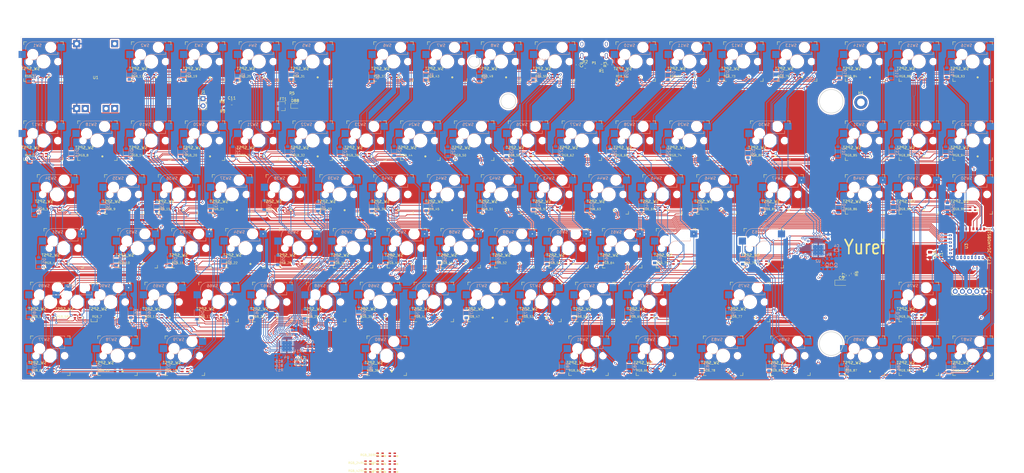
<source format=kicad_pcb>
(kicad_pcb (version 20171130) (host pcbnew "(5.1.9)-1")
  (title_block (title "yurei PCB") (date 2019-11-10) (rev 1.0))
  (layers (0 F.Cu signal) (31 B.Cu signal) (34 B.Paste user hide) (35 F.Paste user hide) (36 B.SilkS user) (37 F.SilkS user) (38 B.Mask user hide) (39 F.Mask user hide) (44 Edge.Cuts user))
  (net 0 "")
  (net 1 "Net-(D1-Pad2)")
  (net 2 Row0)
  (net 3 "Net-(D2-Pad2)")
  (net 4 "Net-(D3-Pad2)")
  (net 5 "Net-(D4-Pad2)")
  (net 6 "Net-(D5-Pad2)")
  (net 7 "Net-(D6-Pad2)")
  (net 8 "Net-(D7-Pad2)")
  (net 9 "Net-(D8-Pad2)")
  (net 10 "Net-(D9-Pad2)")
  (net 11 "Net-(D10-Pad2)")
  (net 12 "Net-(D11-Pad2)")
  (net 13 "Net-(D12-Pad2)")
  (net 14 "Net-(D13-Pad2)")
  (net 15 "Net-(D14-Pad2)")
  (net 16 "Net-(D15-Pad2)")
  (net 17 "Net-(D16-Pad2)")
  (net 18 "Net-(D17-Pad2)")
  (net 19 Row1)
  (net 20 "Net-(D18-Pad2)")
  (net 21 "Net-(D19-Pad2)")
  (net 22 "Net-(D20-Pad2)")
  (net 23 "Net-(D21-Pad2)")
  (net 24 "Net-(D22-Pad2)")
  (net 25 "Net-(D23-Pad2)")
  (net 26 "Net-(D24-Pad2)")
  (net 27 "Net-(D25-Pad2)")
  (net 28 "Net-(D26-Pad2)")
  (net 29 "Net-(D27-Pad2)")
  (net 30 "Net-(D28-Pad2)")
  (net 31 "Net-(D29-Pad2)")
  (net 32 "Net-(D30-Pad2)")
  (net 33 "Net-(D31-Pad2)")
  (net 34 "Net-(D32-Pad2)")
  (net 35 "Net-(D33-Pad2)")
  (net 36 "Net-(D34-Pad2)")
  (net 37 Row2)
  (net 38 "Net-(D35-Pad2)")
  (net 39 "Net-(D36-Pad2)")
  (net 40 "Net-(D37-Pad2)")
  (net 41 "Net-(D38-Pad2)")
  (net 42 "Net-(D39-Pad2)")
  (net 43 "Net-(D40-Pad2)")
  (net 44 "Net-(D41-Pad2)")
  (net 45 "Net-(D42-Pad2)")
  (net 46 "Net-(D43-Pad2)")
  (net 47 "Net-(D44-Pad2)")
  (net 48 "Net-(D45-Pad2)")
  (net 49 "Net-(D46-Pad2)")
  (net 50 "Net-(D47-Pad2)")
  (net 51 "Net-(D48-Pad2)")
  (net 52 "Net-(D49-Pad2)")
  (net 53 "Net-(D50-Pad2)")
  (net 54 "Net-(D51-Pad2)")
  (net 55 Row3)
  (net 56 "Net-(D52-Pad2)")
  (net 57 "Net-(D53-Pad2)")
  (net 58 "Net-(D54-Pad2)")
  (net 59 "Net-(D55-Pad2)")
  (net 60 "Net-(D56-Pad2)")
  (net 61 "Net-(D57-Pad2)")
  (net 62 "Net-(D58-Pad2)")
  (net 63 "Net-(D59-Pad2)")
  (net 64 "Net-(D60-Pad2)")
  (net 65 "Net-(D61-Pad2)")
  (net 66 "Net-(D62-Pad2)")
  (net 67 "Net-(D63-Pad2)")
  (net 68 "Net-(D64-Pad2)")
  (net 69 Row4)
  (net 70 "Net-(D65-Pad2)")
  (net 71 "Net-(D66-Pad2)")
  (net 72 "Net-(D67-Pad2)")
  (net 73 "Net-(D68-Pad2)")
  (net 74 "Net-(D69-Pad2)")
  (net 75 "Net-(D70-Pad2)")
  (net 76 "Net-(D71-Pad2)")
  (net 77 "Net-(D72-Pad2)")
  (net 78 "Net-(D73-Pad2)")
  (net 79 "Net-(D74-Pad2)")
  (net 80 "Net-(D75-Pad2)")
  (net 81 "Net-(D76-Pad2)")
  (net 82 "Net-(D77-Pad2)")
  (net 83 Row5)
  (net 84 "Net-(D78-Pad2)")
  (net 85 "Net-(D79-Pad2)")
  (net 86 "Net-(D80-Pad2)")
  (net 87 "Net-(D81-Pad2)")
  (net 88 "Net-(D82-Pad2)")
  (net 89 "Net-(D83-Pad2)")
  (net 90 "Net-(D84-Pad2)")
  (net 91 "Net-(D85-Pad2)")
  (net 92 "Net-(D86-Pad2)")
  (net 93 "Net-(D87-Pad2)")
  (net 94 GND)
  (net 95 Col0)
  (net 96 Col1)
  (net 97 Col2)
  (net 98 Col3)
  (net 99 Col4)
  (net 100 Col5)
  (net 101 Col6)
  (net 102 Col7)
  (net 103 Col8)
  (net 104 Col9)
  (net 105 Col10)
  (net 106 Col11)
  (net 107 Col12)
  (net 108 Col14)
  (net 109 Col15)
  (net 110 Col16)
  (net 111 Col13)
  (net 112 CS6)
  (net 113 SW11)
  (net 114 SW10)
  (net 115 SW12)
  (net 116 SW8)
  (net 117 SW7)
  (net 118 SW9)
  (net 119 SW5)
  (net 120 SW4)
  (net 121 SW6)
  (net 122 SW2)
  (net 123 SW1)
  (net 124 SW3)
  (net 125 CS5)
  (net 126 CS4)
  (net 127 CS3)
  (net 128 CS2)
  (net 129 CS1)
  (net 130 I2C-)
  (net 131 I2C+)
  (net 132 CS11)
  (net 133 CS10)
  (net 134 CS9)
  (net 135 CS8)
  (net 136 CS7)
  (net 137 CS12)
  (net 138 CSB12)
  (net 139 CSB11)
  (net 140 CSB10)
  (net 141 CSB9)
  (net 142 CSB8)
  (net 143 CSB7)
  (net 144 CSB6)
  (net 145 CSB5)
  (net 146 CSB4)
  (net 147 CSB3)
  (net 148 CSB2)
  (net 149 CSB1)
  (net 150 SWB12)
  (net 151 SWB11)
  (net 152 SWB10)
  (net 153 SWB9)
  (net 154 SWB8)
  (net 155 SWB7)
  (net 156 SWB6)
  (net 157 SWB5)
  (net 158 SWB4)
  (net 159 SWB3)
  (net 160 SWB2)
  (net 161 SWB1)
  (net 162 VBUS)
  (net 163 "Net-(P1-PadB5)")
  (net 164 "Net-(P1-PadA5)")
  (net 165 D-)
  (net 166 D+)
  (net 167 SHIELD)
  (net 168 PWR)
  (net 169 V_IO)
  (net 170 Load)
  (net 171 "Net-(R4-Pad2)")
  (net 172 BATT_MON)
  (net 173 Batt+)
  (net 174 "Net-(R14-Pad2)")
  (net 175 IICRST)
  (net 176 SDB)
  (net 177 INTB)
  (net 178 RGB_SYNC)
  (net 179 SWDCLK)
  (net 180 SWDIO)
  (net 181 Batt-)
  (net 182 Reset)
  (net 183 "Net-(L1-Pad2)")
  (net 184 "Net-(D89-Pad2)")
  (module "Keyboard Library:APTF1616SEEZGQBDC" (layer F.Cu) (at 57.3868 172.158)
    (fp_text reference RGB_5B1 (at -4.9 0.125) (layer F.SilkS) (effects (font (size 0.75 0.75) (thickness 0.1))))
    (fp_text value RGB hide)
    (pad 4 smd rect (at 0.875 -0.5 90) (size 0.5 0.85) (layers F.Cu F.Paste F.Mask) (net 124 SW3))
    (pad 3 smd rect (at -0.875 -0.5 90) (size 0.5 0.85) (layers F.Cu F.Paste F.Mask) (net 123 SW1))
    (pad 2 smd rect (at -0.875 0.5 90) (size 0.5 0.85) (layers F.Cu F.Paste F.Mask) (net 122 SW2))
    (pad 1 smd rect (at 0.875 0.5 90) (size 0.5 0.85) (layers F.Cu F.Paste F.Mask) (net 125 CS5))
  )
  (module keyswitches:Kailh_socket_MX_RGB (layer F.Cu) (at 47.7872 167.078)
    (fp_text reference SW89 (at -2.175 -5.725) (layer B.SilkS) (effects (justify mirror)))
    (fp_text value SW_SPST (at -4.575 2.5) (layer F.SilkS) (effects (justify mirror)))
    (pad 2 smd rect (at -7.56 -2.54) (size 2.55 2.5) (layers B.Cu B.Paste B.Mask) (net 184 "Net-(D89-Pad2)"))
    (pad "" np_thru_hole circle (at -5.08 0) (size 1.7018 1.7018) (drill 1.7018) (layers *.Cu *.Mask))
    (pad "" np_thru_hole circle (at 5.08 0) (size 1.7018 1.7018) (drill 1.7018) (layers *.Cu *.Mask))
    (pad "" np_thru_hole circle (at 0 0) (size 3.9878 3.9878) (drill 3.9878) (layers *.Cu *.Mask))
    (pad "" np_thru_hole circle (at -3.81 -2.54) (size 3 3) (drill 3) (layers *.Cu *.Mask))
    (pad "" np_thru_hole circle (at 2.54 -5.08) (size 3 3) (drill 3) (layers *.Cu *.Mask))
    (pad 1 smd rect (at 6.29 -5.08) (size 2.55 2.5) (layers B.Cu B.Paste B.Mask) (net 96 Col1))
  )
  (module keyswitches:Kailh_socket_MX_RGB (layer F.Cu) (at 69.2188 167.078)
    (fp_text reference SW90 (at -2.175 -5.725) (layer B.SilkS) (effects (justify mirror)))
    (fp_text value SW_SPST (at -4.575 2.5) (layer F.SilkS) (effects (justify mirror)))
    (pad 2 smd rect (at -7.56 -2.54) (size 2.55 2.5) (layers B.Cu B.Paste B.Mask) (net 95 Col0))
    (pad "" np_thru_hole circle (at -5.08 0) (size 1.7018 1.7018) (drill 1.7018) (layers *.Cu *.Mask))
    (pad "" np_thru_hole circle (at 5.08 0) (size 1.7018 1.7018) (drill 1.7018) (layers *.Cu *.Mask))
    (pad "" np_thru_hole circle (at 0 0) (size 3.9878 3.9878) (drill 3.9878) (layers *.Cu *.Mask))
    (pad "" np_thru_hole circle (at -3.81 -2.54) (size 3 3) (drill 3) (layers *.Cu *.Mask))
    (pad "" np_thru_hole circle (at 2.54 -5.08) (size 3 3) (drill 3) (layers *.Cu *.Mask))
    (pad 1 smd rect (at 6.29 -5.08) (size 2.55 2.5) (layers B.Cu B.Paste B.Mask) (net 68 "Net-(D64-Pad2)"))
  )
  (module Diode_SMD:D_SOD-123 (layer B.Cu) (at 40.2336 170.7896 90)
    (fp_text reference D89 (at 0 2 90) (layer B.SilkS) (effects (justify mirror)))
    (fp_text value 1N4148W)
    (pad 2 smd rect (at 1.65 0 90) (size 0.9 1.2) (layers B.Cu B.Paste B.Mask) (net 184 "Net-(D89-Pad2)"))
    (pad 1 smd rect (at -1.65 0 90) (size 0.9 1.2) (layers B.Cu B.Paste B.Mask) (net 69 Row4))
  )
  (module "Keyboard Library:APTF1616SEEZGQBDC" (layer F.Cu) (at 168.8232 226.7832)
    (fp_text reference RGB_82 (at -4.9 0.125) (layer F.SilkS) (effects (font (size 0.75 0.75) (thickness 0.1))))
    (fp_text value RGB hide)
    (pad 4 smd rect (at 0.875 -0.5 90) (size 0.5 0.85) (layers F.Cu F.Paste F.Mask))
    (pad 3 smd rect (at -0.875 -0.5 90) (size 0.5 0.85) (layers F.Cu F.Paste F.Mask))
    (pad 2 smd rect (at -0.875 0.5 90) (size 0.5 0.85) (layers F.Cu F.Paste F.Mask))
    (pad 1 smd rect (at 0.875 0.5 90) (size 0.5 0.85) (layers F.Cu F.Paste F.Mask))
  )
  (module "Keyboard Library:APTF1616SEEZGQBDC" (layer F.Cu) (at 168.8232 223.9832)
    (fp_text reference RGB_72 (at -4.9 0.125) (layer F.SilkS) (effects (font (size 0.75 0.75) (thickness 0.1))))
    (fp_text value RGB hide)
    (pad 4 smd rect (at 0.875 -0.5 90) (size 0.5 0.85) (layers F.Cu F.Paste F.Mask))
    (pad 3 smd rect (at -0.875 -0.5 90) (size 0.5 0.85) (layers F.Cu F.Paste F.Mask))
    (pad 2 smd rect (at -0.875 0.5 90) (size 0.5 0.85) (layers F.Cu F.Paste F.Mask))
    (pad 1 smd rect (at 0.875 0.5 90) (size 0.5 0.85) (layers F.Cu F.Paste F.Mask))
  )
  (module "Keyboard Library:APTF1616SEEZGQBDC" (layer F.Cu) (at 164.5232 226.7832)
    (fp_text reference RGB_71 (at -4.9 0.125) (layer F.SilkS) (effects (font (size 0.75 0.75) (thickness 0.1))))
    (fp_text value RGB hide)
    (pad 4 smd rect (at 0.875 -0.5 90) (size 0.5 0.85) (layers F.Cu F.Paste F.Mask))
    (pad 3 smd rect (at -0.875 -0.5 90) (size 0.5 0.85) (layers F.Cu F.Paste F.Mask))
    (pad 2 smd rect (at -0.875 0.5 90) (size 0.5 0.85) (layers F.Cu F.Paste F.Mask))
    (pad 1 smd rect (at 0.875 0.5 90) (size 0.5 0.85) (layers F.Cu F.Paste F.Mask))
  )
  (module "Keyboard Library:APTF1616SEEZGQBDC" (layer F.Cu) (at 168.8232 221.1832)
    (fp_text reference RGB_54 (at -4.9 0.125) (layer F.SilkS) (effects (font (size 0.75 0.75) (thickness 0.1))))
    (fp_text value RGB hide)
    (pad 4 smd rect (at 0.875 -0.5 90) (size 0.5 0.85) (layers F.Cu F.Paste F.Mask))
    (pad 3 smd rect (at -0.875 -0.5 90) (size 0.5 0.85) (layers F.Cu F.Paste F.Mask))
    (pad 2 smd rect (at -0.875 0.5 90) (size 0.5 0.85) (layers F.Cu F.Paste F.Mask))
    (pad 1 smd rect (at 0.875 0.5 90) (size 0.5 0.85) (layers F.Cu F.Paste F.Mask))
  )
  (module "Keyboard Library:APTF1616SEEZGQBDC" (layer F.Cu) (at 164.5232 223.9832)
    (fp_text reference RGB_48 (at -4.9 0.125) (layer F.SilkS) (effects (font (size 0.75 0.75) (thickness 0.1))))
    (fp_text value RGB hide)
    (pad 4 smd rect (at 0.875 -0.5 90) (size 0.5 0.85) (layers F.Cu F.Paste F.Mask))
    (pad 3 smd rect (at -0.875 -0.5 90) (size 0.5 0.85) (layers F.Cu F.Paste F.Mask))
    (pad 2 smd rect (at -0.875 0.5 90) (size 0.5 0.85) (layers F.Cu F.Paste F.Mask))
    (pad 1 smd rect (at 0.875 0.5 90) (size 0.5 0.85) (layers F.Cu F.Paste F.Mask))
  )
  (module "Keyboard Library:APTF1616SEEZGQBDC" (layer F.Cu) (at 160.2232 226.7832)
    (fp_text reference RGB_42 (at -4.9 0.125) (layer F.SilkS) (effects (font (size 0.75 0.75) (thickness 0.1))))
    (fp_text value RGB hide)
    (pad 4 smd rect (at 0.875 -0.5 90) (size 0.5 0.85) (layers F.Cu F.Paste F.Mask))
    (pad 3 smd rect (at -0.875 -0.5 90) (size 0.5 0.85) (layers F.Cu F.Paste F.Mask))
    (pad 2 smd rect (at -0.875 0.5 90) (size 0.5 0.85) (layers F.Cu F.Paste F.Mask))
    (pad 1 smd rect (at 0.875 0.5 90) (size 0.5 0.85) (layers F.Cu F.Paste F.Mask))
  )
  (module "Keyboard Library:APTF1616SEEZGQBDC" (layer F.Cu) (at 164.5232 221.1832)
    (fp_text reference RGB_30 (at -4.9 0.125) (layer F.SilkS) (effects (font (size 0.75 0.75) (thickness 0.1))))
    (fp_text value RGB hide)
    (pad 4 smd rect (at 0.875 -0.5 90) (size 0.5 0.85) (layers F.Cu F.Paste F.Mask))
    (pad 3 smd rect (at -0.875 -0.5 90) (size 0.5 0.85) (layers F.Cu F.Paste F.Mask))
    (pad 2 smd rect (at -0.875 0.5 90) (size 0.5 0.85) (layers F.Cu F.Paste F.Mask))
    (pad 1 smd rect (at 0.875 0.5 90) (size 0.5 0.85) (layers F.Cu F.Paste F.Mask))
  )
  (module "Keyboard Library:APTF1616SEEZGQBDC" (layer F.Cu) (at 160.2232 223.9832)
    (fp_text reference RGB_24 (at -4.9 0.125) (layer F.SilkS) (effects (font (size 0.75 0.75) (thickness 0.1))))
    (fp_text value RGB hide)
    (pad 4 smd rect (at 0.875 -0.5 90) (size 0.5 0.85) (layers F.Cu F.Paste F.Mask))
    (pad 3 smd rect (at -0.875 -0.5 90) (size 0.5 0.85) (layers F.Cu F.Paste F.Mask))
    (pad 2 smd rect (at -0.875 0.5 90) (size 0.5 0.85) (layers F.Cu F.Paste F.Mask))
    (pad 1 smd rect (at 0.875 0.5 90) (size 0.5 0.85) (layers F.Cu F.Paste F.Mask))
  )
  (module "Keyboard Library:APTF1616SEEZGQBDC" (layer F.Cu) (at 69.2188 172.158)
    (fp_text reference RGB_7 (at -4.9 0.125) (layer F.SilkS) (effects (font (size 0.75 0.75) (thickness 0.1))))
    (fp_text value RGB hide)
    (pad 4 smd rect (at 0.875 -0.5 90) (size 0.5 0.85) (layers F.Cu F.Paste F.Mask) (net 124 SW3))
    (pad 3 smd rect (at -0.875 -0.5 90) (size 0.5 0.85) (layers F.Cu F.Paste F.Mask) (net 123 SW1))
    (pad 2 smd rect (at -0.875 0.5 90) (size 0.5 0.85) (layers F.Cu F.Paste F.Mask) (net 122 SW2))
    (pad 1 smd rect (at 0.875 0.5 90) (size 0.5 0.85) (layers F.Cu F.Paste F.Mask) (net 136 CS7))
  )
  (module Connector_PinHeader_2.54mm:PinHeader_1x05_P2.54mm_Vertical (layer F.Cu) (at 378.206 163.322 270)
    (fp_text reference J2 (at 0 -2.33 90) (layer F.SilkS))
    (fp_text value Conn_01x05)
    (pad 5 thru_hole oval (at 0 10.16 270) (size 1.7 1.7) (drill 1) (layers *.Cu *.Mask) (net 169 V_IO))
    (pad 4 thru_hole oval (at 0 7.62 270) (size 1.7 1.7) (drill 1) (layers *.Cu *.Mask) (net 182 Reset))
    (pad 3 thru_hole oval (at 0 5.08 270) (size 1.7 1.7) (drill 1) (layers *.Cu *.Mask) (net 180 SWDIO))
    (pad 2 thru_hole oval (at 0 2.54 270) (size 1.7 1.7) (drill 1) (layers *.Cu *.Mask) (net 179 SWDCLK))
    (pad 1 thru_hole rect (at 0 0 270) (size 1.7 1.7) (drill 1) (layers *.Cu *.Mask) (net 94 GND))
  )
  (module Connector_PinHeader_2.54mm:PinHeader_1x02_P2.54mm_Vertical (layer F.Cu) (at 101.854 95.0468)
    (fp_text reference J1 (at 0 -2.33) (layer F.SilkS))
    (fp_text value Conn_01x02)
    (pad 2 thru_hole oval (at 0 2.54) (size 1.7 1.7) (drill 1) (layers *.Cu *.Mask) (net 181 Batt-))
    (pad 1 thru_hole rect (at 0 0) (size 1.7 1.7) (drill 1) (layers *.Cu *.Mask) (net 173 Batt+))
  )
  (module Inductor_SMD:L_0805_2012Metric (layer F.Cu) (at 361.5436 150.3426 270)
    (fp_text reference L1 (at 0 -1.55 90) (layer F.SilkS))
    (fp_text value L)
    (pad 2 smd roundrect (at 1.0625 0 270) (size 0.875 1.2) (layers F.Cu F.Paste F.Mask) (net 183 "Net-(L1-Pad2)"))
    (pad 1 smd roundrect (at -1.0625 0 270) (size 0.875 1.2) (layers F.Cu F.Paste F.Mask) (net 169 V_IO))
  )
  (module Capacitor_SMD:C_0805_2012Metric (layer F.Cu) (at 112.014 96.52)
    (fp_text reference C11 (at 0 -1.68) (layer F.SilkS))
    (fp_text value 22nF)
    (pad 2 smd roundrect (at 0.95 0) (size 1 1.45) (layers F.Cu F.Paste F.Mask) (net 94 GND))
    (pad 1 smd roundrect (at -0.95 0) (size 1 1.45) (layers F.Cu F.Paste F.Mask) (net 172 BATT_MON))
  )
  (module Capacitor_SMD:C_0805_2012Metric (layer F.Cu) (at 359.1052 150.3832 270)
    (fp_text reference C10 (at 0 -1.68 90) (layer F.SilkS))
    (fp_text value C_Small)
    (pad 2 smd roundrect (at 0.95 0 270) (size 1 1.45) (layers F.Cu F.Paste F.Mask) (net 94 GND))
    (pad 1 smd roundrect (at -0.95 0 270) (size 1 1.45) (layers F.Cu F.Paste F.Mask) (net 169 V_IO))
  )
  (module "Keyboard Library:T4056 1A Charge" (layer F.Cu) (at 63.8556 87.0712)
    (fp_text reference U1 (at 0 0.5) (layer F.SilkS))
    (fp_text value TP4056_Charger)
    (pad 6 thru_hole rect (at 6.731 11.484) (size 2.5 2.5) (drill 1.3) (layers *.Cu *.Mask) (net 170 Load))
    (pad 5 thru_hole rect (at 3.683 11.484) (size 2.5 2.5) (drill 1.3) (layers *.Cu *.Mask) (net 173 Batt+))
    (pad 4 thru_hole rect (at -3.683 11.484) (size 2.5 2.5) (drill 1.3) (layers *.Cu *.Mask) (net 181 Batt-))
    (pad 3 thru_hole rect (at -6.731 11.484) (size 2.5 2.5) (drill 1.3) (layers *.Cu *.Mask) (net 94 GND))
    (pad 2 thru_hole rect (at -6.731 -11.484) (size 2.5 2.5) (drill 1.3) (layers *.Cu *.Mask) (net 94 GND))
    (pad 1 thru_hole rect (at 6.731 -11.484) (size 2.5 2.5) (drill 1.3) (layers *.Cu *.Mask) (net 162 VBUS))
  )
  (module nrfmicro:E73-2G4M08S1C-52840 (layer F.Cu) (at 364.242199 147.3008)
    (fp_text reference U3 (at 7.746775 -0.000467 270) (layer F.SilkS))
    (fp_text value E73-2G4M08S1C-52840)
    (fp_text user E73-2G4M08S1C (at 15.875 0 90) (layer F.SilkS))
    (pad 28 thru_hole rect (at 4.632 4.041) (size 0.65 1) (drill 0.3) (layers *.Cu *.Mask) (net 37 Row2))
    (pad 10 smd rect (at 2.6 -6.119) (size 0.65 1) (layers F.Cu F.Paste F.Mask) (net 99 Col4))
    (pad 9 smd rect (at 3.87 -6.119) (size 0.65 1) (layers F.Cu F.Paste F.Mask) (net 98 Col3))
    (pad 8 smd rect (at 5.14 -6.119) (size 0.65 1) (layers F.Cu F.Paste F.Mask) (net 97 Col2))
    (pad 7 smd rect (at 6.41 -6.119) (size 0.65 1) (layers F.Cu F.Paste F.Mask) (net 96 Col1))
    (pad 6 smd rect (at 7.68 -6.119) (size 0.65 1) (layers F.Cu F.Paste F.Mask) (net 95 Col0))
    (pad 5 smd rect (at 8.95 -6.119) (size 0.65 1) (layers F.Cu F.Paste F.Mask) (net 94 GND))
    (pad 4 smd rect (at 10.22 -6.119) (size 0.65 1) (layers F.Cu F.Paste F.Mask) (net 111 Col13))
    (pad 3 smd rect (at 11.49 -6.119) (size 0.65 1) (layers F.Cu F.Paste F.Mask) (net 108 Col14))
    (pad 2 smd rect (at 12.76 -6.119) (size 0.65 1) (layers F.Cu F.Paste F.Mask) (net 109 Col15))
    (pad 1 smd rect (at 14.03 -6.119) (size 0.65 1) (layers F.Cu F.Paste F.Mask) (net 110 Col16))
    (pad 31 smd rect (at 6.41 6.119) (size 0.65 1) (layers F.Cu F.Paste F.Mask) (net 166 D+))
    (pad 43 smd rect (at 14.03 6.119) (size 0.65 1) (layers F.Cu F.Paste F.Mask) (net 131 I2C+))
    (pad 33 smd rect (at 7.68 6.119) (size 0.65 1) (layers F.Cu F.Paste F.Mask))
    (pad 41 smd rect (at 12.76 6.119) (size 0.65 1) (layers F.Cu F.Paste F.Mask) (net 177 INTB))
    (pad 39 smd rect (at 11.49 6.119) (size 0.65 1) (layers F.Cu F.Paste F.Mask) (net 179 SWDCLK))
    (pad 37 smd rect (at 10.22 6.119) (size 0.65 1) (layers F.Cu F.Paste F.Mask) (net 180 SWDIO))
    (pad 29 smd rect (at 5.14 6.119) (size 0.65 1) (layers F.Cu F.Paste F.Mask) (net 165 D-))
    (pad 35 smd rect (at 8.95 6.119) (size 0.65 1) (layers F.Cu F.Paste F.Mask))
    (pad 27 smd rect (at 3.87 6.119) (size 0.65 1) (layers F.Cu F.Paste F.Mask) (net 162 VBUS))
    (pad 26 smd rect (at 2.6 6.119) (size 0.65 1) (layers F.Cu F.Paste F.Mask) (net 182 Reset))
    (pad 23 smd rect (at 0.381 3.15 90) (size 0.65 1) (layers F.Cu F.Paste F.Mask) (net 168 PWR))
    (pad 11 smd rect (at 0.381 -4.47 90) (size 0.65 1) (layers F.Cu F.Paste F.Mask) (net 101 Col6))
    (pad 21 smd rect (at 0.381 1.88 90) (size 0.65 1) (layers F.Cu F.Paste F.Mask) (net 94 GND))
    (pad 13 smd rect (at 0.381 -3.2 90) (size 0.65 1) (layers F.Cu F.Paste F.Mask) (net 103 Col8))
    (pad 15 smd rect (at 0.381 -1.93 90) (size 0.65 1) (layers F.Cu F.Paste F.Mask) (net 105 Col10))
    (pad 17 smd rect (at 0.381 -0.66 90) (size 0.65 1) (layers F.Cu F.Paste F.Mask) (net 107 Col12))
    (pad 25 smd rect (at 0.381 4.42 90) (size 0.65 1) (layers F.Cu F.Paste F.Mask) (net 183 "Net-(L1-Pad2)"))
    (pad 19 smd rect (at 0.381 0.61 90) (size 0.65 1) (layers F.Cu F.Paste F.Mask) (net 169 V_IO))
    (pad 30 thru_hole rect (at 5.902 4.041) (size 0.65 1) (drill 0.3) (layers *.Cu *.Mask) (net 2 Row0))
    (pad 32 thru_hole rect (at 7.172 4.041) (size 0.65 1) (drill 0.3) (layers *.Cu *.Mask) (net 19 Row1))
    (pad 34 thru_hole rect (at 8.442 4.041) (size 0.65 1) (drill 0.3) (layers *.Cu *.Mask) (net 55 Row3))
    (pad 36 thru_hole rect (at 9.712 4.041) (size 0.65 1) (drill 0.3) (layers *.Cu *.Mask) (net 83 Row5))
    (pad 38 thru_hole rect (at 10.982 4.041) (size 0.65 1) (drill 0.3) (layers *.Cu *.Mask) (net 69 Row4))
    (pad 40 thru_hole rect (at 12.252 4.041) (size 0.65 1) (drill 0.3) (layers *.Cu *.Mask) (net 176 SDB))
    (pad 42 thru_hole rect (at 13.522 4.041) (size 0.65 1) (drill 0.3) (layers *.Cu *.Mask) (net 130 I2C-))
    (pad 14 thru_hole rect (at 2.092 -2.563 90) (size 0.65 1) (drill 0.3) (layers *.Cu *.Mask) (net 104 Col9))
    (pad 12 thru_hole rect (at 2.092 -3.833 90) (size 0.65 1) (drill 0.3) (layers *.Cu *.Mask) (net 102 Col7))
    (pad 20 thru_hole rect (at 2.092 1.247 90) (size 0.65 1) (drill 0.3) (layers *.Cu *.Mask) (net 100 Col5))
    (pad 16 thru_hole rect (at 2.092 -1.293 90) (size 0.65 1) (drill 0.3) (layers *.Cu *.Mask) (net 106 Col11))
    (pad 22 thru_hole rect (at 2.092 2.517 90) (size 0.65 1) (drill 0.3) (layers *.Cu *.Mask))
    (pad 24 thru_hole rect (at 2.092 3.787 90) (size 0.65 1) (drill 0.3) (layers *.Cu *.Mask) (net 94 GND))
    (pad 18 thru_hole rect (at 2.092 -0.023 90) (size 0.65 1) (drill 0.3) (layers *.Cu *.Mask) (net 172 BATT_MON))
  )
  (module Resistor_SMD:R_0402_1005Metric (layer F.Cu) (at 108.7628 98.4504 180)
    (fp_text reference R9 (at 0 -1.17) (layer F.SilkS))
    (fp_text value 2M2)
    (pad 2 smd roundrect (at 0.51 0 180) (size 0.54 0.64) (layers F.Cu F.Paste F.Mask) (net 94 GND))
    (pad 1 smd roundrect (at -0.51 0 180) (size 0.54 0.64) (layers F.Cu F.Paste F.Mask) (net 172 BATT_MON))
  )
  (module Resistor_SMD:R_0402_1005Metric (layer F.Cu) (at 108.5596 94.996 180)
    (fp_text reference R8 (at 0 -1.17) (layer F.SilkS))
    (fp_text value 10M)
    (pad 2 smd roundrect (at 0.51 0 180) (size 0.54 0.64) (layers F.Cu F.Paste F.Mask) (net 173 Batt+))
    (pad 1 smd roundrect (at -0.51 0 180) (size 0.54 0.64) (layers F.Cu F.Paste F.Mask) (net 172 BATT_MON))
  )
  (module Resistor_SMD:R_0603_1608Metric (layer F.Cu) (at 330.0476 157.6832 90)
    (fp_text reference R7 (at 0 -1.43 90) (layer F.SilkS))
    (fp_text value 1k)
    (pad 2 smd roundrect (at 0.825 0 90) (size 0.8 0.95) (layers F.Cu F.Paste F.Mask) (net 169 V_IO))
    (pad 1 smd roundrect (at -0.825 0 90) (size 0.8 0.95) (layers F.Cu F.Paste F.Mask) (net 130 I2C-))
  )
  (module Resistor_SMD:R_0603_1608Metric (layer F.Cu) (at 331.7494 157.0228 270)
    (fp_text reference R6 (at 0 -1.43 90) (layer F.SilkS))
    (fp_text value 1k)
    (pad 2 smd roundrect (at 0.825 0 270) (size 0.8 0.95) (layers F.Cu F.Paste F.Mask) (net 131 I2C+))
    (pad 1 smd roundrect (at -0.825 0 270) (size 0.8 0.95) (layers F.Cu F.Paste F.Mask) (net 169 V_IO))
  )
  (module Resistor_SMD:R_0402_1005Metric (layer F.Cu) (at 133.2992 94.2848)
    (fp_text reference R5 (at 0 -1.17) (layer F.SilkS))
    (fp_text value 3K3)
    (pad 2 smd roundrect (at 0.51 0) (size 0.54 0.64) (layers F.Cu F.Paste F.Mask) (net 94 GND))
    (pad 1 smd roundrect (at -0.51 0) (size 0.54 0.64) (layers F.Cu F.Paste F.Mask) (net 162 VBUS))
  )
  (module Resistor_SMD:R_0805_2012Metric_Pad1.15x1.40mm_HandSolder (layer F.Cu) (at 245.8212 82.9564 90)
    (fp_text reference R3 (at 0 -1.65 90) (layer F.SilkS))
    (fp_text value 1M)
    (pad 2 smd roundrect (at 1.025 0 90) (size 1.15 1.4) (layers F.Cu F.Paste F.Mask) (roundrect_rratio 0.217391) (net 167 SHIELD))
    (pad 1 smd roundrect (at -1.025 0 90) (size 1.15 1.4) (layers F.Cu F.Paste F.Mask) (roundrect_rratio 0.217391) (net 94 GND))
  )
  (module Resistor_SMD:R_0805_2012Metric_Pad1.15x1.40mm_HandSolder (layer F.Cu) (at 237.0836 83.6168)
    (fp_text reference R2 (at 0 -1.65) (layer F.SilkS))
    (fp_text value 5k1)
    (pad 2 smd roundrect (at 1.025 0) (size 1.15 1.4) (layers F.Cu F.Paste F.Mask) (roundrect_rratio 0.217391) (net 163 "Net-(P1-PadB5)"))
    (pad 1 smd roundrect (at -1.025 0) (size 1.15 1.4) (layers F.Cu F.Paste F.Mask) (roundrect_rratio 0.217391) (net 94 GND))
  )
  (module Resistor_SMD:R_0805_2012Metric_Pad1.15x1.40mm_HandSolder (layer F.Cu) (at 242.8748 83.6168 180)
    (fp_text reference R1 (at 0 -1.65) (layer F.SilkS))
    (fp_text value 5k1)
    (pad 2 smd roundrect (at 1.025 0 180) (size 1.15 1.4) (layers F.Cu F.Paste F.Mask) (roundrect_rratio 0.217391) (net 164 "Net-(P1-PadA5)"))
    (pad 1 smd roundrect (at -1.025 0 180) (size 1.15 1.4) (layers F.Cu F.Paste F.Mask) (roundrect_rratio 0.217391) (net 94 GND))
  )
  (module "Keyboard Library:HRO-TYPE-C-31-M-12-Assembly" (layer F.Cu) (at 240.2332 77.3684 180)
    (fp_text reference P1 (at 0 -5) (layer F.SilkS) (effects (font (size 0.8 0.8))))
    (fp_text value USB_C_USB2.0)
    (pad B9 smd rect (at -2.45 -3.445 180) (size 0.6 1.45) (layers F.Cu F.Paste F.Mask) (net 162 VBUS))
    (pad A9 smd rect (at 2.45 -3.445 180) (size 0.6 1.45) (layers F.Cu F.Paste F.Mask) (net 162 VBUS))
    (pad A12 smd rect (at 3.225 -3.445 180) (size 0.6 1.45) (layers F.Cu F.Paste F.Mask) (net 94 GND))
    (pad B12 smd rect (at -3.225 -3.445 180) (size 0.6 1.45) (layers F.Cu F.Paste F.Mask) (net 94 GND))
    (pad B1 smd rect (at 3.225 -3.445 180) (size 0.6 1.45) (layers F.Cu F.Paste F.Mask) (net 94 GND))
    (pad A1 smd rect (at -3.225 -3.445 180) (size 0.6 1.45) (layers F.Cu F.Paste F.Mask) (net 94 GND))
    (pad B4 smd rect (at 2.45 -3.445 180) (size 0.6 1.45) (layers F.Cu F.Paste F.Mask) (net 162 VBUS))
    (pad A4 smd rect (at -2.45 -3.445 180) (size 0.6 1.45) (layers F.Cu F.Paste F.Mask) (net 162 VBUS))
    (pad B8 smd rect (at -1.75 -3.445 180) (size 0.3 1.45) (layers F.Cu F.Paste F.Mask))
    (pad B5 smd rect (at 1.75 -3.445 180) (size 0.3 1.45) (layers F.Cu F.Paste F.Mask) (net 163 "Net-(P1-PadB5)"))
    (pad A5 smd rect (at -1.25 -3.445 180) (size 0.3 1.45) (layers F.Cu F.Paste F.Mask) (net 164 "Net-(P1-PadA5)"))
    (pad A8 smd rect (at 1.25 -3.445 180) (size 0.3 1.45) (layers F.Cu F.Paste F.Mask))
    (pad B7 smd rect (at -0.75 -3.445 180) (size 0.3 1.45) (layers F.Cu F.Paste F.Mask) (net 165 D-))
    (pad B6 smd rect (at 0.75 -3.445 180) (size 0.3 1.45) (layers F.Cu F.Paste F.Mask) (net 166 D+))
    (pad A7 smd rect (at 0.25 -3.445 180) (size 0.3 1.45) (layers F.Cu F.Paste F.Mask) (net 165 D-))
    (pad A6 smd rect (at -0.25 -3.445 180) (size 0.3 1.45) (layers F.Cu F.Paste F.Mask) (net 166 D+))
    (pad "" np_thru_hole circle (at 2.89 -2 180) (size 0.65 0.65) (drill 0.65) (layers *.Cu *.Mask))
    (pad "" np_thru_hole circle (at -2.89 -2 180) (size 0.65 0.65) (drill 0.65) (layers *.Cu *.Mask))
    (pad S1 thru_hole oval (at -4.32 -2.53 180) (size 1 2.1) (drill oval 0.6 1.7) (layers *.Cu *.Mask) (net 167 SHIELD))
    (pad S1 thru_hole oval (at 4.32 -2.53 180) (size 1 2.1) (drill oval 0.6 1.7) (layers *.Cu *.Mask) (net 167 SHIELD))
    (pad S1 thru_hole oval (at -4.32 1.65 180) (size 1 1.6) (drill oval 0.6 1.2) (layers *.Cu *.Mask) (net 167 SHIELD))
    (pad S1 thru_hole oval (at 4.32 1.65 180) (size 1 1.6) (drill oval 0.6 1.2) (layers *.Cu *.Mask) (net 167 SHIELD))
  )
  (module MountingHole:MountingHole_2.7mm_M2.5_DIN965_Pad (layer F.Cu) (at 334.6592 96.3564)
    (fp_text reference H1 (at 0 -3.35) (layer F.SilkS))
    (fp_text value MountingHole_Pad)
    (pad 1 thru_hole circle (at 0 0) (size 4.7 4.7) (drill 2.7) (layers *.Cu *.Mask) (net 167 SHIELD))
  )
  (module Package_TO_SOT_SMD:SOT-23 (layer F.Cu) (at 130.2052 97.6908)
    (fp_text reference FT1 (at 0 -2.5) (layer F.SilkS))
    (fp_text value SI2301CDS-T1-GE3)
    (pad 3 smd rect (at 1 0) (size 0.9 0.8) (layers F.Cu F.Paste F.Mask) (net 170 Load))
    (pad 2 smd rect (at -1 0.95) (size 0.9 0.8) (layers F.Cu F.Paste F.Mask) (net 168 PWR))
    (pad 1 smd rect (at -1 -0.95) (size 0.9 0.8) (layers F.Cu F.Paste F.Mask) (net 162 VBUS))
  )
  (module Diode_SMD:D_SOD-323 (layer F.Cu) (at 134.4168 97.6376)
    (fp_text reference D88 (at 0 -1.85) (layer F.SilkS))
    (fp_text value NSR0340HT1G)
    (pad 2 smd rect (at 1.05 0) (size 0.6 0.45) (layers F.Cu F.Paste F.Mask) (net 162 VBUS))
    (pad 1 smd rect (at -1.05 0) (size 0.6 0.45) (layers F.Cu F.Paste F.Mask) (net 168 PWR))
  )
  (module Capacitor_SMD:C_0603_1608Metric (layer F.Cu) (at 234.3912 83.058 270)
    (fp_text reference C9 (at 0 -1.43 90) (layer F.SilkS))
    (fp_text value 4u7)
    (pad 2 smd roundrect (at 0.775 0 270) (size 0.9 0.95) (layers F.Cu F.Paste F.Mask) (net 94 GND))
    (pad 1 smd roundrect (at -0.775 0 270) (size 0.9 0.95) (layers F.Cu F.Paste F.Mask) (net 167 SHIELD))
  )
  (module "Keyboard Library:APTF1616SEEZGQBDC" (layer F.Cu) (at 374.209 191.208)
    (fp_text reference RGB_96 (at -4.9 0.125) (layer F.SilkS) (effects (font (size 0.75 0.75) (thickness 0.1))))
    (fp_text value RGB hide)
    (pad 4 smd rect (at 0.875 -0.5 90) (size 0.5 0.85) (layers F.Cu F.Paste F.Mask) (net 150 SWB12))
    (pad 3 smd rect (at -0.875 -0.5 90) (size 0.5 0.85) (layers F.Cu F.Paste F.Mask) (net 152 SWB10))
    (pad 2 smd rect (at -0.875 0.5 90) (size 0.5 0.85) (layers F.Cu F.Paste F.Mask) (net 151 SWB11))
    (pad 1 smd rect (at 0.875 0.5 90) (size 0.5 0.85) (layers F.Cu F.Paste F.Mask) (net 144 CSB6))
  )
  (module "Keyboard Library:APTF1616SEEZGQBDC" (layer F.Cu) (at 374.209 134.058)
    (fp_text reference RGB_95 (at -4.9 0.125) (layer F.SilkS) (effects (font (size 0.75 0.75) (thickness 0.1))))
    (fp_text value RGB hide)
    (pad 4 smd rect (at 0.875 -0.5 90) (size 0.5 0.85) (layers F.Cu F.Paste F.Mask) (net 150 SWB12))
    (pad 3 smd rect (at -0.875 -0.5 90) (size 0.5 0.85) (layers F.Cu F.Paste F.Mask) (net 152 SWB10))
    (pad 2 smd rect (at -0.875 0.5 90) (size 0.5 0.85) (layers F.Cu F.Paste F.Mask) (net 151 SWB11))
    (pad 1 smd rect (at 0.875 0.5 90) (size 0.5 0.85) (layers F.Cu F.Paste F.Mask) (net 145 CSB5))
  )
  (module "Keyboard Library:APTF1616SEEZGQBDC" (layer F.Cu) (at 374.209 115.008)
    (fp_text reference RGB_94 (at -4.9 0.125) (layer F.SilkS) (effects (font (size 0.75 0.75) (thickness 0.1))))
    (fp_text value RGB hide)
    (pad 4 smd rect (at 0.875 -0.5 90) (size 0.5 0.85) (layers F.Cu F.Paste F.Mask) (net 150 SWB12))
    (pad 3 smd rect (at -0.875 -0.5 90) (size 0.5 0.85) (layers F.Cu F.Paste F.Mask) (net 152 SWB10))
    (pad 2 smd rect (at -0.875 0.5 90) (size 0.5 0.85) (layers F.Cu F.Paste F.Mask) (net 151 SWB11))
    (pad 1 smd rect (at 0.875 0.5 90) (size 0.5 0.85) (layers F.Cu F.Paste F.Mask) (net 146 CSB4))
  )
  (module "Keyboard Library:APTF1616SEEZGQBDC" (layer F.Cu) (at 374.209 87.005)
    (fp_text reference RGB_93 (at -4.9 0.125) (layer F.SilkS) (effects (font (size 0.75 0.75) (thickness 0.1))))
    (fp_text value RGB hide)
    (pad 4 smd rect (at 0.875 -0.5 90) (size 0.5 0.85) (layers F.Cu F.Paste F.Mask) (net 150 SWB12))
    (pad 3 smd rect (at -0.875 -0.5 90) (size 0.5 0.85) (layers F.Cu F.Paste F.Mask) (net 152 SWB10))
    (pad 2 smd rect (at -0.875 0.5 90) (size 0.5 0.85) (layers F.Cu F.Paste F.Mask) (net 151 SWB11))
    (pad 1 smd rect (at 0.875 0.5 90) (size 0.5 0.85) (layers F.Cu F.Paste F.Mask) (net 147 CSB3))
  )
  (module "Keyboard Library:APTF1616SEEZGQBDC" (layer F.Cu) (at 355.159 191.208)
    (fp_text reference RGB_92 (at -4.9 0.125) (layer F.SilkS) (effects (font (size 0.75 0.75) (thickness 0.1))))
    (fp_text value RGB hide)
    (pad 4 smd rect (at 0.875 -0.5 90) (size 0.5 0.85) (layers F.Cu F.Paste F.Mask) (net 150 SWB12))
    (pad 3 smd rect (at -0.875 -0.5 90) (size 0.5 0.85) (layers F.Cu F.Paste F.Mask) (net 152 SWB10))
    (pad 2 smd rect (at -0.875 0.5 90) (size 0.5 0.85) (layers F.Cu F.Paste F.Mask) (net 151 SWB11))
    (pad 1 smd rect (at 0.875 0.5 90) (size 0.5 0.85) (layers F.Cu F.Paste F.Mask) (net 148 CSB2))
  )
  (module "Keyboard Library:APTF1616SEEZGQBDC" (layer F.Cu) (at 355.159 172.158)
    (fp_text reference RGB_91 (at -4.9 0.125) (layer F.SilkS) (effects (font (size 0.75 0.75) (thickness 0.1))))
    (fp_text value RGB hide)
    (pad 4 smd rect (at 0.875 -0.5 90) (size 0.5 0.85) (layers F.Cu F.Paste F.Mask) (net 150 SWB12))
    (pad 3 smd rect (at -0.875 -0.5 90) (size 0.5 0.85) (layers F.Cu F.Paste F.Mask) (net 152 SWB10))
    (pad 2 smd rect (at -0.875 0.5 90) (size 0.5 0.85) (layers F.Cu F.Paste F.Mask) (net 151 SWB11))
    (pad 1 smd rect (at 0.875 0.5 90) (size 0.5 0.85) (layers F.Cu F.Paste F.Mask) (net 149 CSB1))
  )
  (module "Keyboard Library:APTF1616SEEZGQBDC" (layer F.Cu) (at 355.159 134.058)
    (fp_text reference RGB_90 (at -4.9 0.125) (layer F.SilkS) (effects (font (size 0.75 0.75) (thickness 0.1))))
    (fp_text value RGB hide)
    (pad 4 smd rect (at 0.875 -0.5 90) (size 0.5 0.85) (layers F.Cu F.Paste F.Mask) (net 150 SWB12))
    (pad 3 smd rect (at -0.875 -0.5 90) (size 0.5 0.85) (layers F.Cu F.Paste F.Mask) (net 152 SWB10))
    (pad 2 smd rect (at -0.875 0.5 90) (size 0.5 0.85) (layers F.Cu F.Paste F.Mask) (net 151 SWB11))
    (pad 1 smd rect (at 0.875 0.5 90) (size 0.5 0.85) (layers F.Cu F.Paste F.Mask) (net 138 CSB12))
  )
  (module "Keyboard Library:APTF1616SEEZGQBDC" (layer F.Cu) (at 355.159 115.008)
    (fp_text reference RGB_89 (at -4.9 0.125) (layer F.SilkS) (effects (font (size 0.75 0.75) (thickness 0.1))))
    (fp_text value RGB hide)
    (pad 4 smd rect (at 0.875 -0.5 90) (size 0.5 0.85) (layers F.Cu F.Paste F.Mask) (net 150 SWB12))
    (pad 3 smd rect (at -0.875 -0.5 90) (size 0.5 0.85) (layers F.Cu F.Paste F.Mask) (net 152 SWB10))
    (pad 2 smd rect (at -0.875 0.5 90) (size 0.5 0.85) (layers F.Cu F.Paste F.Mask) (net 151 SWB11))
    (pad 1 smd rect (at 0.875 0.5 90) (size 0.5 0.85) (layers F.Cu F.Paste F.Mask) (net 139 CSB11))
  )
  (module "Keyboard Library:APTF1616SEEZGQBDC" (layer F.Cu) (at 355.159 87.005)
    (fp_text reference RGB_88 (at -4.9 0.125) (layer F.SilkS) (effects (font (size 0.75 0.75) (thickness 0.1))))
    (fp_text value RGB hide)
    (pad 4 smd rect (at 0.875 -0.5 90) (size 0.5 0.85) (layers F.Cu F.Paste F.Mask) (net 150 SWB12))
    (pad 3 smd rect (at -0.875 -0.5 90) (size 0.5 0.85) (layers F.Cu F.Paste F.Mask) (net 152 SWB10))
    (pad 2 smd rect (at -0.875 0.5 90) (size 0.5 0.85) (layers F.Cu F.Paste F.Mask) (net 151 SWB11))
    (pad 1 smd rect (at 0.875 0.5 90) (size 0.5 0.85) (layers F.Cu F.Paste F.Mask) (net 140 CSB10))
  )
  (module "Keyboard Library:APTF1616SEEZGQBDC" (layer F.Cu) (at 336.109 191.208)
    (fp_text reference RGB_87 (at -4.9 0.125) (layer F.SilkS) (effects (font (size 0.75 0.75) (thickness 0.1))))
    (fp_text value RGB hide)
    (pad 4 smd rect (at 0.875 -0.5 90) (size 0.5 0.85) (layers F.Cu F.Paste F.Mask) (net 150 SWB12))
    (pad 3 smd rect (at -0.875 -0.5 90) (size 0.5 0.85) (layers F.Cu F.Paste F.Mask) (net 152 SWB10))
    (pad 2 smd rect (at -0.875 0.5 90) (size 0.5 0.85) (layers F.Cu F.Paste F.Mask) (net 151 SWB11))
    (pad 1 smd rect (at 0.875 0.5 90) (size 0.5 0.85) (layers F.Cu F.Paste F.Mask) (net 141 CSB9))
  )
  (module "Keyboard Library:APTF1616SEEZGQBDC" (layer F.Cu) (at 336.109 134.058)
    (fp_text reference RGB_86 (at -4.9 0.125) (layer F.SilkS) (effects (font (size 0.75 0.75) (thickness 0.1))))
    (fp_text value RGB hide)
    (pad 4 smd rect (at 0.875 -0.5 90) (size 0.5 0.85) (layers F.Cu F.Paste F.Mask) (net 150 SWB12))
    (pad 3 smd rect (at -0.875 -0.5 90) (size 0.5 0.85) (layers F.Cu F.Paste F.Mask) (net 152 SWB10))
    (pad 2 smd rect (at -0.875 0.5 90) (size 0.5 0.85) (layers F.Cu F.Paste F.Mask) (net 151 SWB11))
    (pad 1 smd rect (at 0.875 0.5 90) (size 0.5 0.85) (layers F.Cu F.Paste F.Mask) (net 142 CSB8))
  )
  (module "Keyboard Library:APTF1616SEEZGQBDC" (layer F.Cu) (at 336.109 115.008)
    (fp_text reference RGB_85 (at -4.9 0.125) (layer F.SilkS) (effects (font (size 0.75 0.75) (thickness 0.1))))
    (fp_text value RGB hide)
    (pad 4 smd rect (at 0.875 -0.5 90) (size 0.5 0.85) (layers F.Cu F.Paste F.Mask) (net 150 SWB12))
    (pad 3 smd rect (at -0.875 -0.5 90) (size 0.5 0.85) (layers F.Cu F.Paste F.Mask) (net 152 SWB10))
    (pad 2 smd rect (at -0.875 0.5 90) (size 0.5 0.85) (layers F.Cu F.Paste F.Mask) (net 151 SWB11))
    (pad 1 smd rect (at 0.875 0.5 90) (size 0.5 0.85) (layers F.Cu F.Paste F.Mask) (net 143 CSB7))
  )
  (module "Keyboard Library:APTF1616SEEZGQBDC" (layer F.Cu) (at 336.109 87.005)
    (fp_text reference RGB_84 (at -4.9 0.125) (layer F.SilkS) (effects (font (size 0.75 0.75) (thickness 0.1))))
    (fp_text value RGB hide)
    (pad 4 smd rect (at 0.875 -0.5 90) (size 0.5 0.85) (layers F.Cu F.Paste F.Mask) (net 153 SWB9))
    (pad 3 smd rect (at -0.875 -0.5 90) (size 0.5 0.85) (layers F.Cu F.Paste F.Mask) (net 155 SWB7))
    (pad 2 smd rect (at -0.875 0.5 90) (size 0.5 0.85) (layers F.Cu F.Paste F.Mask) (net 154 SWB8))
    (pad 1 smd rect (at 0.875 0.5 90) (size 0.5 0.85) (layers F.Cu F.Paste F.Mask) (net 144 CSB6))
  )
  (module "Keyboard Library:APTF1616SEEZGQBDC" (layer F.Cu) (at 309.725 191.208)
    (fp_text reference RGB_83 (at -4.9 0.125) (layer F.SilkS) (effects (font (size 0.75 0.75) (thickness 0.1))))
    (fp_text value RGB hide)
    (pad 4 smd rect (at 0.875 -0.5 90) (size 0.5 0.85) (layers F.Cu F.Paste F.Mask) (net 153 SWB9))
    (pad 3 smd rect (at -0.875 -0.5 90) (size 0.5 0.85) (layers F.Cu F.Paste F.Mask) (net 155 SWB7))
    (pad 2 smd rect (at -0.875 0.5 90) (size 0.5 0.85) (layers F.Cu F.Paste F.Mask) (net 154 SWB8))
    (pad 1 smd rect (at 0.875 0.5 90) (size 0.5 0.85) (layers F.Cu F.Paste F.Mask) (net 145 CSB5))
  )
  (module "Keyboard Library:APTF1616SEEZGQBDC" (layer F.Cu) (at 307.344 134.058)
    (fp_text reference RGB_81 (at -4.9 0.125) (layer F.SilkS) (effects (font (size 0.75 0.75) (thickness 0.1))))
    (fp_text value RGB hide)
    (pad 4 smd rect (at 0.875 -0.5 90) (size 0.5 0.85) (layers F.Cu F.Paste F.Mask) (net 153 SWB9))
    (pad 3 smd rect (at -0.875 -0.5 90) (size 0.5 0.85) (layers F.Cu F.Paste F.Mask) (net 155 SWB7))
    (pad 2 smd rect (at -0.875 0.5 90) (size 0.5 0.85) (layers F.Cu F.Paste F.Mask) (net 154 SWB8))
    (pad 1 smd rect (at 0.875 0.5 90) (size 0.5 0.85) (layers F.Cu F.Paste F.Mask) (net 147 CSB3))
  )
  (module "Keyboard Library:APTF1616SEEZGQBDC" (layer F.Cu) (at 302.581 115.008)
    (fp_text reference RGB_80 (at -4.9 0.125) (layer F.SilkS) (effects (font (size 0.75 0.75) (thickness 0.1))))
    (fp_text value RGB hide)
    (pad 4 smd rect (at 0.875 -0.5 90) (size 0.5 0.85) (layers F.Cu F.Paste F.Mask) (net 153 SWB9))
    (pad 3 smd rect (at -0.875 -0.5 90) (size 0.5 0.85) (layers F.Cu F.Paste F.Mask) (net 155 SWB7))
    (pad 2 smd rect (at -0.875 0.5 90) (size 0.5 0.85) (layers F.Cu F.Paste F.Mask) (net 154 SWB8))
    (pad 1 smd rect (at 0.875 0.5 90) (size 0.5 0.85) (layers F.Cu F.Paste F.Mask) (net 148 CSB2))
  )
  (module "Keyboard Library:APTF1616SEEZGQBDC" (layer F.Cu) (at 312.106 87.005)
    (fp_text reference RGB_79 (at -4.9 0.125) (layer F.SilkS) (effects (font (size 0.75 0.75) (thickness 0.1))))
    (fp_text value RGB hide)
    (pad 4 smd rect (at 0.875 -0.5 90) (size 0.5 0.85) (layers F.Cu F.Paste F.Mask) (net 153 SWB9))
    (pad 3 smd rect (at -0.875 -0.5 90) (size 0.5 0.85) (layers F.Cu F.Paste F.Mask) (net 155 SWB7))
    (pad 2 smd rect (at -0.875 0.5 90) (size 0.5 0.85) (layers F.Cu F.Paste F.Mask) (net 154 SWB8))
    (pad 1 smd rect (at 0.875 0.5 90) (size 0.5 0.85) (layers F.Cu F.Paste F.Mask) (net 149 CSB1))
  )
  (module "Keyboard Library:APTF1616SEEZGQBDC" (layer F.Cu) (at 285.912 191.208)
    (fp_text reference RGB_78 (at -4.9 0.125) (layer F.SilkS) (effects (font (size 0.75 0.75) (thickness 0.1))))
    (fp_text value RGB hide)
    (pad 4 smd rect (at 0.875 -0.5 90) (size 0.5 0.85) (layers F.Cu F.Paste F.Mask) (net 153 SWB9))
    (pad 3 smd rect (at -0.875 -0.5 90) (size 0.5 0.85) (layers F.Cu F.Paste F.Mask) (net 155 SWB7))
    (pad 2 smd rect (at -0.875 0.5 90) (size 0.5 0.85) (layers F.Cu F.Paste F.Mask) (net 154 SWB8))
    (pad 1 smd rect (at 0.875 0.5 90) (size 0.5 0.85) (layers F.Cu F.Paste F.Mask) (net 138 CSB12))
  )
  (module "Keyboard Library:APTF1616SEEZGQBDC" (layer F.Cu) (at 295.438 172.158)
    (fp_text reference RGB_77 (at -4.9 0.125) (layer F.SilkS) (effects (font (size 0.75 0.75) (thickness 0.1))))
    (fp_text value RGB hide)
    (pad 4 smd rect (at 0.875 -0.5 90) (size 0.5 0.85) (layers F.Cu F.Paste F.Mask) (net 153 SWB9))
    (pad 3 smd rect (at -0.875 -0.5 90) (size 0.5 0.85) (layers F.Cu F.Paste F.Mask) (net 155 SWB7))
    (pad 2 smd rect (at -0.875 0.5 90) (size 0.5 0.85) (layers F.Cu F.Paste F.Mask) (net 154 SWB8))
    (pad 1 smd rect (at 0.875 0.5 90) (size 0.5 0.85) (layers F.Cu F.Paste F.Mask) (net 139 CSB11))
  )
  (module "Keyboard Library:APTF1616SEEZGQBDC" (layer F.Cu) (at 300.274 153.108)
    (fp_text reference RGB_76 (at -4.9 0.125) (layer F.SilkS) (effects (font (size 0.75 0.75) (thickness 0.1))))
    (fp_text value RGB hide)
    (pad 4 smd rect (at 0.875 -0.5 90) (size 0.5 0.85) (layers F.Cu F.Paste F.Mask) (net 153 SWB9))
    (pad 3 smd rect (at -0.875 -0.5 90) (size 0.5 0.85) (layers F.Cu F.Paste F.Mask) (net 155 SWB7))
    (pad 2 smd rect (at -0.875 0.5 90) (size 0.5 0.85) (layers F.Cu F.Paste F.Mask) (net 154 SWB8))
    (pad 1 smd rect (at 0.875 0.5 90) (size 0.5 0.85) (layers F.Cu F.Paste F.Mask) (net 140 CSB10))
  )
  (module "Keyboard Library:APTF1616SEEZGQBDC" (layer F.Cu) (at 283.531 134.058)
    (fp_text reference RGB_75 (at -4.9 0.125) (layer F.SilkS) (effects (font (size 0.75 0.75) (thickness 0.1))))
    (fp_text value RGB hide)
    (pad 4 smd rect (at 0.875 -0.5 90) (size 0.5 0.85) (layers F.Cu F.Paste F.Mask) (net 153 SWB9))
    (pad 3 smd rect (at -0.875 -0.5 90) (size 0.5 0.85) (layers F.Cu F.Paste F.Mask) (net 155 SWB7))
    (pad 2 smd rect (at -0.875 0.5 90) (size 0.5 0.85) (layers F.Cu F.Paste F.Mask) (net 154 SWB8))
    (pad 1 smd rect (at 0.875 0.5 90) (size 0.5 0.85) (layers F.Cu F.Paste F.Mask) (net 141 CSB9))
  )
  (module "Keyboard Library:APTF1616SEEZGQBDC" (layer F.Cu) (at 274.006 115.008)
    (fp_text reference RGB_74 (at -4.9 0.125) (layer F.SilkS) (effects (font (size 0.75 0.75) (thickness 0.1))))
    (fp_text value RGB hide)
    (pad 4 smd rect (at 0.875 -0.5 90) (size 0.5 0.85) (layers F.Cu F.Paste F.Mask) (net 153 SWB9))
    (pad 3 smd rect (at -0.875 -0.5 90) (size 0.5 0.85) (layers F.Cu F.Paste F.Mask) (net 155 SWB7))
    (pad 2 smd rect (at -0.875 0.5 90) (size 0.5 0.85) (layers F.Cu F.Paste F.Mask) (net 154 SWB8))
    (pad 1 smd rect (at 0.875 0.5 90) (size 0.5 0.85) (layers F.Cu F.Paste F.Mask) (net 142 CSB8))
  )
  (module "Keyboard Library:APTF1616SEEZGQBDC" (layer F.Cu) (at 293.056 87.005)
    (fp_text reference RGB_73 (at -4.9 0.125) (layer F.SilkS) (effects (font (size 0.75 0.75) (thickness 0.1))))
    (fp_text value RGB hide)
    (pad 4 smd rect (at 0.875 -0.5 90) (size 0.5 0.85) (layers F.Cu F.Paste F.Mask) (net 153 SWB9))
    (pad 3 smd rect (at -0.875 -0.5 90) (size 0.5 0.85) (layers F.Cu F.Paste F.Mask) (net 155 SWB7))
    (pad 2 smd rect (at -0.875 0.5 90) (size 0.5 0.85) (layers F.Cu F.Paste F.Mask) (net 154 SWB8))
    (pad 1 smd rect (at 0.875 0.5 90) (size 0.5 0.85) (layers F.Cu F.Paste F.Mask) (net 143 CSB7))
  )
  (module "Keyboard Library:APTF1616SEEZGQBDC" (layer F.Cu) (at 269.244 153.108)
    (fp_text reference RGB_70 (at -4.9 0.125) (layer F.SilkS) (effects (font (size 0.75 0.75) (thickness 0.1))))
    (fp_text value RGB hide)
    (pad 4 smd rect (at 0.875 -0.5 90) (size 0.5 0.85) (layers F.Cu F.Paste F.Mask) (net 156 SWB6))
    (pad 3 smd rect (at -0.875 -0.5 90) (size 0.5 0.85) (layers F.Cu F.Paste F.Mask) (net 158 SWB4))
    (pad 2 smd rect (at -0.875 0.5 90) (size 0.5 0.85) (layers F.Cu F.Paste F.Mask) (net 157 SWB5))
    (pad 1 smd rect (at 0.875 0.5 90) (size 0.5 0.85) (layers F.Cu F.Paste F.Mask) (net 146 CSB4))
  )
  (module "Keyboard Library:APTF1616SEEZGQBDC" (layer F.Cu) (at 264.481 134.058)
    (fp_text reference RGB_69 (at -4.9 0.125) (layer F.SilkS) (effects (font (size 0.75 0.75) (thickness 0.1))))
    (fp_text value RGB hide)
    (pad 4 smd rect (at 0.875 -0.5 90) (size 0.5 0.85) (layers F.Cu F.Paste F.Mask) (net 156 SWB6))
    (pad 3 smd rect (at -0.875 -0.5 90) (size 0.5 0.85) (layers F.Cu F.Paste F.Mask) (net 158 SWB4))
    (pad 2 smd rect (at -0.875 0.5 90) (size 0.5 0.85) (layers F.Cu F.Paste F.Mask) (net 157 SWB5))
    (pad 1 smd rect (at 0.875 0.5 90) (size 0.5 0.85) (layers F.Cu F.Paste F.Mask) (net 147 CSB3))
  )
  (module "Keyboard Library:APTF1616SEEZGQBDC" (layer F.Cu) (at 254.956 115.008)
    (fp_text reference RGB_68 (at -4.9 0.125) (layer F.SilkS) (effects (font (size 0.75 0.75) (thickness 0.1))))
    (fp_text value RGB hide)
    (pad 4 smd rect (at 0.875 -0.5 90) (size 0.5 0.85) (layers F.Cu F.Paste F.Mask) (net 156 SWB6))
    (pad 3 smd rect (at -0.875 -0.5 90) (size 0.5 0.85) (layers F.Cu F.Paste F.Mask) (net 158 SWB4))
    (pad 2 smd rect (at -0.875 0.5 90) (size 0.5 0.85) (layers F.Cu F.Paste F.Mask) (net 157 SWB5))
    (pad 1 smd rect (at 0.875 0.5 90) (size 0.5 0.85) (layers F.Cu F.Paste F.Mask) (net 148 CSB2))
  )
  (module "Keyboard Library:APTF1616SEEZGQBDC" (layer F.Cu) (at 274.006 87.005)
    (fp_text reference RGB_67 (at -4.9 0.125) (layer F.SilkS) (effects (font (size 0.75 0.75) (thickness 0.1))))
    (fp_text value RGB hide)
    (pad 4 smd rect (at 0.875 -0.5 90) (size 0.5 0.85) (layers F.Cu F.Paste F.Mask) (net 156 SWB6))
    (pad 3 smd rect (at -0.875 -0.5 90) (size 0.5 0.85) (layers F.Cu F.Paste F.Mask) (net 158 SWB4))
    (pad 2 smd rect (at -0.875 0.5 90) (size 0.5 0.85) (layers F.Cu F.Paste F.Mask) (net 157 SWB5))
    (pad 1 smd rect (at 0.875 0.5 90) (size 0.5 0.85) (layers F.Cu F.Paste F.Mask) (net 149 CSB1))
  )
  (module "Keyboard Library:APTF1616SEEZGQBDC" (layer F.Cu) (at 262.1 191.208)
    (fp_text reference RGB_66 (at -4.9 0.125) (layer F.SilkS) (effects (font (size 0.75 0.75) (thickness 0.1))))
    (fp_text value RGB hide)
    (pad 4 smd rect (at 0.875 -0.5 90) (size 0.5 0.85) (layers F.Cu F.Paste F.Mask) (net 156 SWB6))
    (pad 3 smd rect (at -0.875 -0.5 90) (size 0.5 0.85) (layers F.Cu F.Paste F.Mask) (net 158 SWB4))
    (pad 2 smd rect (at -0.875 0.5 90) (size 0.5 0.85) (layers F.Cu F.Paste F.Mask) (net 157 SWB5))
    (pad 1 smd rect (at 0.875 0.5 90) (size 0.5 0.85) (layers F.Cu F.Paste F.Mask) (net 138 CSB12))
  )
  (module "Keyboard Library:APTF1616SEEZGQBDC" (layer F.Cu) (at 259.719 172.158)
    (fp_text reference RGB_65 (at -4.9 0.125) (layer F.SilkS) (effects (font (size 0.75 0.75) (thickness 0.1))))
    (fp_text value RGB hide)
    (pad 4 smd rect (at 0.875 -0.5 90) (size 0.5 0.85) (layers F.Cu F.Paste F.Mask) (net 156 SWB6))
    (pad 3 smd rect (at -0.875 -0.5 90) (size 0.5 0.85) (layers F.Cu F.Paste F.Mask) (net 158 SWB4))
    (pad 2 smd rect (at -0.875 0.5 90) (size 0.5 0.85) (layers F.Cu F.Paste F.Mask) (net 157 SWB5))
    (pad 1 smd rect (at 0.875 0.5 90) (size 0.5 0.85) (layers F.Cu F.Paste F.Mask) (net 139 CSB11))
  )
  (module "Keyboard Library:APTF1616SEEZGQBDC" (layer F.Cu) (at 250.194 153.108)
    (fp_text reference RGB_64 (at -4.9 0.125) (layer F.SilkS) (effects (font (size 0.75 0.75) (thickness 0.1))))
    (fp_text value RGB hide)
    (pad 4 smd rect (at 0.875 -0.5 90) (size 0.5 0.85) (layers F.Cu F.Paste F.Mask) (net 156 SWB6))
    (pad 3 smd rect (at -0.875 -0.5 90) (size 0.5 0.85) (layers F.Cu F.Paste F.Mask) (net 158 SWB4))
    (pad 2 smd rect (at -0.875 0.5 90) (size 0.5 0.85) (layers F.Cu F.Paste F.Mask) (net 157 SWB5))
    (pad 1 smd rect (at 0.875 0.5 90) (size 0.5 0.85) (layers F.Cu F.Paste F.Mask) (net 140 CSB10))
  )
  (module "Keyboard Library:APTF1616SEEZGQBDC" (layer F.Cu) (at 245.431 134.058)
    (fp_text reference RGB_63 (at -4.9 0.125) (layer F.SilkS) (effects (font (size 0.75 0.75) (thickness 0.1))))
    (fp_text value RGB hide)
    (pad 4 smd rect (at 0.875 -0.5 90) (size 0.5 0.85) (layers F.Cu F.Paste F.Mask) (net 156 SWB6))
    (pad 3 smd rect (at -0.875 -0.5 90) (size 0.5 0.85) (layers F.Cu F.Paste F.Mask) (net 158 SWB4))
    (pad 2 smd rect (at -0.875 0.5 90) (size 0.5 0.85) (layers F.Cu F.Paste F.Mask) (net 157 SWB5))
    (pad 1 smd rect (at 0.875 0.5 90) (size 0.5 0.85) (layers F.Cu F.Paste F.Mask) (net 141 CSB9))
  )
  (module "Keyboard Library:APTF1616SEEZGQBDC" (layer F.Cu) (at 235.906 115.008)
    (fp_text reference RGB_62 (at -4.9 0.125) (layer F.SilkS) (effects (font (size 0.75 0.75) (thickness 0.1))))
    (fp_text value RGB hide)
    (pad 4 smd rect (at 0.875 -0.5 90) (size 0.5 0.85) (layers F.Cu F.Paste F.Mask) (net 156 SWB6))
    (pad 3 smd rect (at -0.875 -0.5 90) (size 0.5 0.85) (layers F.Cu F.Paste F.Mask) (net 158 SWB4))
    (pad 2 smd rect (at -0.875 0.5 90) (size 0.5 0.85) (layers F.Cu F.Paste F.Mask) (net 157 SWB5))
    (pad 1 smd rect (at 0.875 0.5 90) (size 0.5 0.85) (layers F.Cu F.Paste F.Mask) (net 142 CSB8))
  )
  (module "Keyboard Library:APTF1616SEEZGQBDC" (layer F.Cu) (at 254.956 87.005)
    (fp_text reference RGB_61 (at -4.9 0.125) (layer F.SilkS) (effects (font (size 0.75 0.75) (thickness 0.1))))
    (fp_text value RGB hide)
    (pad 4 smd rect (at 0.875 -0.5 90) (size 0.5 0.85) (layers F.Cu F.Paste F.Mask) (net 156 SWB6))
    (pad 3 smd rect (at -0.875 -0.5 90) (size 0.5 0.85) (layers F.Cu F.Paste F.Mask) (net 158 SWB4))
    (pad 2 smd rect (at -0.875 0.5 90) (size 0.5 0.85) (layers F.Cu F.Paste F.Mask) (net 157 SWB5))
    (pad 1 smd rect (at 0.875 0.5 90) (size 0.5 0.85) (layers F.Cu F.Paste F.Mask) (net 143 CSB7))
  )
  (module "Keyboard Library:APTF1616SEEZGQBDC" (layer F.Cu) (at 238.287 191.208)
    (fp_text reference RGB_60 (at -4.9 0.125) (layer F.SilkS) (effects (font (size 0.75 0.75) (thickness 0.1))))
    (fp_text value RGB hide)
    (pad 4 smd rect (at 0.875 -0.5 90) (size 0.5 0.85) (layers F.Cu F.Paste F.Mask) (net 159 SWB3))
    (pad 3 smd rect (at -0.875 -0.5 90) (size 0.5 0.85) (layers F.Cu F.Paste F.Mask) (net 161 SWB1))
    (pad 2 smd rect (at -0.875 0.5 90) (size 0.5 0.85) (layers F.Cu F.Paste F.Mask) (net 160 SWB2))
    (pad 1 smd rect (at 0.875 0.5 90) (size 0.5 0.85) (layers F.Cu F.Paste F.Mask) (net 144 CSB6))
  )
  (module "Keyboard Library:APTF1616SEEZGQBDC" (layer F.Cu) (at 240.669 172.158)
    (fp_text reference RGB_59 (at -4.9 0.125) (layer F.SilkS) (effects (font (size 0.75 0.75) (thickness 0.1))))
    (fp_text value RGB hide)
    (pad 4 smd rect (at 0.875 -0.5 90) (size 0.5 0.85) (layers F.Cu F.Paste F.Mask) (net 159 SWB3))
    (pad 3 smd rect (at -0.875 -0.5 90) (size 0.5 0.85) (layers F.Cu F.Paste F.Mask) (net 161 SWB1))
    (pad 2 smd rect (at -0.875 0.5 90) (size 0.5 0.85) (layers F.Cu F.Paste F.Mask) (net 160 SWB2))
    (pad 1 smd rect (at 0.875 0.5 90) (size 0.5 0.85) (layers F.Cu F.Paste F.Mask) (net 145 CSB5))
  )
  (module "Keyboard Library:APTF1616SEEZGQBDC" (layer F.Cu) (at 231.144 153.108)
    (fp_text reference RGB_58 (at -4.9 0.125) (layer F.SilkS) (effects (font (size 0.75 0.75) (thickness 0.1))))
    (fp_text value RGB hide)
    (pad 4 smd rect (at 0.875 -0.5 90) (size 0.5 0.85) (layers F.Cu F.Paste F.Mask) (net 159 SWB3))
    (pad 3 smd rect (at -0.875 -0.5 90) (size 0.5 0.85) (layers F.Cu F.Paste F.Mask) (net 161 SWB1))
    (pad 2 smd rect (at -0.875 0.5 90) (size 0.5 0.85) (layers F.Cu F.Paste F.Mask) (net 160 SWB2))
    (pad 1 smd rect (at 0.875 0.5 90) (size 0.5 0.85) (layers F.Cu F.Paste F.Mask) (net 146 CSB4))
  )
  (module "Keyboard Library:APTF1616SEEZGQBDC" (layer F.Cu) (at 226.381 134.058)
    (fp_text reference RGB_57 (at -4.9 0.125) (layer F.SilkS) (effects (font (size 0.75 0.75) (thickness 0.1))))
    (fp_text value RGB hide)
    (pad 4 smd rect (at 0.875 -0.5 90) (size 0.5 0.85) (layers F.Cu F.Paste F.Mask) (net 159 SWB3))
    (pad 3 smd rect (at -0.875 -0.5 90) (size 0.5 0.85) (layers F.Cu F.Paste F.Mask) (net 161 SWB1))
    (pad 2 smd rect (at -0.875 0.5 90) (size 0.5 0.85) (layers F.Cu F.Paste F.Mask) (net 160 SWB2))
    (pad 1 smd rect (at 0.875 0.5 90) (size 0.5 0.85) (layers F.Cu F.Paste F.Mask) (net 147 CSB3))
  )
  (module "Keyboard Library:APTF1616SEEZGQBDC" (layer F.Cu) (at 216.856 115.008)
    (fp_text reference RGB_56 (at -4.9 0.125) (layer F.SilkS) (effects (font (size 0.75 0.75) (thickness 0.1))))
    (fp_text value RGB hide)
    (pad 4 smd rect (at 0.875 -0.5 90) (size 0.5 0.85) (layers F.Cu F.Paste F.Mask) (net 159 SWB3))
    (pad 3 smd rect (at -0.875 -0.5 90) (size 0.5 0.85) (layers F.Cu F.Paste F.Mask) (net 161 SWB1))
    (pad 2 smd rect (at -0.875 0.5 90) (size 0.5 0.85) (layers F.Cu F.Paste F.Mask) (net 160 SWB2))
    (pad 1 smd rect (at 0.875 0.5 90) (size 0.5 0.85) (layers F.Cu F.Paste F.Mask) (net 148 CSB2))
  )
  (module "Keyboard Library:APTF1616SEEZGQBDC" (layer F.Cu) (at 226.381 87.005)
    (fp_text reference RGB_55 (at -4.9 0.125) (layer F.SilkS) (effects (font (size 0.75 0.75) (thickness 0.1))))
    (fp_text value RGB hide)
    (pad 4 smd rect (at 0.875 -0.5 90) (size 0.5 0.85) (layers F.Cu F.Paste F.Mask) (net 159 SWB3))
    (pad 3 smd rect (at -0.875 -0.5 90) (size 0.5 0.85) (layers F.Cu F.Paste F.Mask) (net 161 SWB1))
    (pad 2 smd rect (at -0.875 0.5 90) (size 0.5 0.85) (layers F.Cu F.Paste F.Mask) (net 160 SWB2))
    (pad 1 smd rect (at 0.875 0.5 90) (size 0.5 0.85) (layers F.Cu F.Paste F.Mask) (net 149 CSB1))
  )
  (module "Keyboard Library:APTF1616SEEZGQBDC" (layer F.Cu) (at 221.619 172.158)
    (fp_text reference RGB_53 (at -4.9 0.125) (layer F.SilkS) (effects (font (size 0.75 0.75) (thickness 0.1))))
    (fp_text value RGB hide)
    (pad 4 smd rect (at 0.875 -0.5 90) (size 0.5 0.85) (layers F.Cu F.Paste F.Mask) (net 159 SWB3))
    (pad 3 smd rect (at -0.875 -0.5 90) (size 0.5 0.85) (layers F.Cu F.Paste F.Mask) (net 161 SWB1))
    (pad 2 smd rect (at -0.875 0.5 90) (size 0.5 0.85) (layers F.Cu F.Paste F.Mask) (net 160 SWB2))
    (pad 1 smd rect (at 0.875 0.5 90) (size 0.5 0.85) (layers F.Cu F.Paste F.Mask) (net 139 CSB11))
  )
  (module "Keyboard Library:APTF1616SEEZGQBDC" (layer F.Cu) (at 212.094 153.108)
    (fp_text reference RGB_52 (at -4.9 0.125) (layer F.SilkS) (effects (font (size 0.75 0.75) (thickness 0.1))))
    (fp_text value RGB hide)
    (pad 4 smd rect (at 0.875 -0.5 90) (size 0.5 0.85) (layers F.Cu F.Paste F.Mask) (net 159 SWB3))
    (pad 3 smd rect (at -0.875 -0.5 90) (size 0.5 0.85) (layers F.Cu F.Paste F.Mask) (net 161 SWB1))
    (pad 2 smd rect (at -0.875 0.5 90) (size 0.5 0.85) (layers F.Cu F.Paste F.Mask) (net 160 SWB2))
    (pad 1 smd rect (at 0.875 0.5 90) (size 0.5 0.85) (layers F.Cu F.Paste F.Mask) (net 140 CSB10))
  )
  (module "Keyboard Library:APTF1616SEEZGQBDC" (layer F.Cu) (at 207.331 134.058)
    (fp_text reference RGB_51 (at -4.9 0.125) (layer F.SilkS) (effects (font (size 0.75 0.75) (thickness 0.1))))
    (fp_text value RGB hide)
    (pad 4 smd rect (at 0.875 -0.5 90) (size 0.5 0.85) (layers F.Cu F.Paste F.Mask) (net 159 SWB3))
    (pad 3 smd rect (at -0.875 -0.5 90) (size 0.5 0.85) (layers F.Cu F.Paste F.Mask) (net 161 SWB1))
    (pad 2 smd rect (at -0.875 0.5 90) (size 0.5 0.85) (layers F.Cu F.Paste F.Mask) (net 160 SWB2))
    (pad 1 smd rect (at 0.875 0.5 90) (size 0.5 0.85) (layers F.Cu F.Paste F.Mask) (net 141 CSB9))
  )
  (module "Keyboard Library:APTF1616SEEZGQBDC" (layer F.Cu) (at 197.806 115.008)
    (fp_text reference RGB_50 (at -4.9 0.125) (layer F.SilkS) (effects (font (size 0.75 0.75) (thickness 0.1))))
    (fp_text value RGB hide)
    (pad 4 smd rect (at 0.875 -0.5 90) (size 0.5 0.85) (layers F.Cu F.Paste F.Mask) (net 159 SWB3))
    (pad 3 smd rect (at -0.875 -0.5 90) (size 0.5 0.85) (layers F.Cu F.Paste F.Mask) (net 161 SWB1))
    (pad 2 smd rect (at -0.875 0.5 90) (size 0.5 0.85) (layers F.Cu F.Paste F.Mask) (net 160 SWB2))
    (pad 1 smd rect (at 0.875 0.5 90) (size 0.5 0.85) (layers F.Cu F.Paste F.Mask) (net 142 CSB8))
  )
  (module "Keyboard Library:APTF1616SEEZGQBDC" (layer F.Cu) (at 207.331 87.005)
    (fp_text reference RGB_49 (at -4.9 0.125) (layer F.SilkS) (effects (font (size 0.75 0.75) (thickness 0.1))))
    (fp_text value RGB hide)
    (pad 4 smd rect (at 0.875 -0.5 90) (size 0.5 0.85) (layers F.Cu F.Paste F.Mask) (net 159 SWB3))
    (pad 3 smd rect (at -0.875 -0.5 90) (size 0.5 0.85) (layers F.Cu F.Paste F.Mask) (net 161 SWB1))
    (pad 2 smd rect (at -0.875 0.5 90) (size 0.5 0.85) (layers F.Cu F.Paste F.Mask) (net 160 SWB2))
    (pad 1 smd rect (at 0.875 0.5 90) (size 0.5 0.85) (layers F.Cu F.Paste F.Mask) (net 143 CSB7))
  )
  (module Package_DFN_QFN:QFN-40-1EP_5x5mm_P0.4mm_EP3.8x3.8mm_ThermalVias (layer B.Cu) (at 319.5734 148.7462)
    (fp_text reference U2 (at 0 3.82 180) (layer B.SilkS) (effects (justify mirror)))
    (fp_text value IS31FL3737)
    (pad 41 smd rect (at 0 0) (size 3.8 3.8) (layers F.Cu) (net 94 GND))
    (pad 41 thru_hole circle (at 1.65 -1.65) (size 0.5 0.5) (drill 0.2) (layers *.Cu) (net 94 GND))
    (pad 41 thru_hole circle (at 0.55 -1.65) (size 0.5 0.5) (drill 0.2) (layers *.Cu) (net 94 GND))
    (pad 41 thru_hole circle (at -0.55 -1.65) (size 0.5 0.5) (drill 0.2) (layers *.Cu) (net 94 GND))
    (pad 41 thru_hole circle (at -1.65 -1.65) (size 0.5 0.5) (drill 0.2) (layers *.Cu) (net 94 GND))
    (pad 41 thru_hole circle (at 1.65 -0.55) (size 0.5 0.5) (drill 0.2) (layers *.Cu) (net 94 GND))
    (pad 41 thru_hole circle (at 0.55 -0.55) (size 0.5 0.5) (drill 0.2) (layers *.Cu) (net 94 GND))
    (pad 41 thru_hole circle (at -0.55 -0.55) (size 0.5 0.5) (drill 0.2) (layers *.Cu) (net 94 GND))
    (pad 41 thru_hole circle (at -1.65 -0.55) (size 0.5 0.5) (drill 0.2) (layers *.Cu) (net 94 GND))
    (pad 41 thru_hole circle (at 1.65 0.55) (size 0.5 0.5) (drill 0.2) (layers *.Cu) (net 94 GND))
    (pad 41 thru_hole circle (at 0.55 0.55) (size 0.5 0.5) (drill 0.2) (layers *.Cu) (net 94 GND))
    (pad 41 thru_hole circle (at -0.55 0.55) (size 0.5 0.5) (drill 0.2) (layers *.Cu) (net 94 GND))
    (pad 41 thru_hole circle (at -1.65 0.55) (size 0.5 0.5) (drill 0.2) (layers *.Cu) (net 94 GND))
    (pad 41 thru_hole circle (at 1.65 1.65) (size 0.5 0.5) (drill 0.2) (layers *.Cu) (net 94 GND))
    (pad 41 thru_hole circle (at 0.55 1.65) (size 0.5 0.5) (drill 0.2) (layers *.Cu) (net 94 GND))
    (pad 41 thru_hole circle (at -0.55 1.65) (size 0.5 0.5) (drill 0.2) (layers *.Cu) (net 94 GND))
    (pad 41 thru_hole circle (at -1.65 1.65) (size 0.5 0.5) (drill 0.2) (layers *.Cu) (net 94 GND))
    (pad 41 smd rect (at 0 0) (size 3.8 3.8) (layers B.Cu B.Mask) (net 94 GND))
    (pad 40 smd roundrect (at -1.8 2.4875) (size 0.2 0.775) (layers B.Cu B.Paste B.Mask) (net 94 GND))
    (pad 39 smd roundrect (at -1.4 2.4875) (size 0.2 0.775) (layers B.Cu B.Paste B.Mask) (net 175 IICRST))
    (pad 38 smd roundrect (at -1 2.4875) (size 0.2 0.775) (layers B.Cu B.Paste B.Mask) (net 176 SDB))
    (pad 37 smd roundrect (at -0.6 2.4875) (size 0.2 0.775) (layers B.Cu B.Paste B.Mask))
    (pad 36 smd roundrect (at -0.2 2.4875) (size 0.2 0.775) (layers B.Cu B.Paste B.Mask) (net 168 PWR))
    (pad 35 smd roundrect (at 0.2 2.4875) (size 0.2 0.775) (layers B.Cu B.Paste B.Mask) (net 130 I2C-))
    (pad 34 smd roundrect (at 0.6 2.4875) (size 0.2 0.775) (layers B.Cu B.Paste B.Mask) (net 131 I2C+))
    (pad 33 smd roundrect (at 1 2.4875) (size 0.2 0.775) (layers B.Cu B.Paste B.Mask) (net 178 RGB_SYNC))
    (pad 32 smd roundrect (at 1.4 2.4875) (size 0.2 0.775) (layers B.Cu B.Paste B.Mask) (net 169 V_IO))
    (pad 31 smd roundrect (at 1.8 2.4875) (size 0.2 0.775) (layers B.Cu B.Paste B.Mask) (net 168 PWR))
    (pad 30 smd roundrect (at 2.4875 1.8) (size 0.775 0.2) (layers B.Cu B.Paste B.Mask) (net 171 "Net-(R4-Pad2)"))
    (pad 29 smd roundrect (at 2.4875 1.4) (size 0.775 0.2) (layers B.Cu B.Paste B.Mask) (net 94 GND))
    (pad 28 smd roundrect (at 2.4875 1) (size 0.775 0.2) (layers B.Cu B.Paste B.Mask) (net 138 CSB12))
    (pad 27 smd roundrect (at 2.4875 0.6) (size 0.775 0.2) (layers B.Cu B.Paste B.Mask) (net 139 CSB11))
    (pad 26 smd roundrect (at 2.4875 0.2) (size 0.775 0.2) (layers B.Cu B.Paste B.Mask) (net 168 PWR))
    (pad 25 smd roundrect (at 2.4875 -0.2) (size 0.775 0.2) (layers B.Cu B.Paste B.Mask) (net 140 CSB10))
    (pad 24 smd roundrect (at 2.4875 -0.6) (size 0.775 0.2) (layers B.Cu B.Paste B.Mask) (net 141 CSB9))
    (pad 23 smd roundrect (at 2.4875 -1) (size 0.775 0.2) (layers B.Cu B.Paste B.Mask) (net 142 CSB8))
    (pad 22 smd roundrect (at 2.4875 -1.4) (size 0.775 0.2) (layers B.Cu B.Paste B.Mask) (net 143 CSB7))
    (pad 21 smd roundrect (at 2.4875 -1.8) (size 0.775 0.2) (layers B.Cu B.Paste B.Mask) (net 144 CSB6))
    (pad 20 smd roundrect (at 1.8 -2.4875) (size 0.2 0.775) (layers B.Cu B.Paste B.Mask) (net 145 CSB5))
    (pad 19 smd roundrect (at 1.4 -2.4875) (size 0.2 0.775) (layers B.Cu B.Paste B.Mask) (net 168 PWR))
    (pad 18 smd roundrect (at 1 -2.4875) (size 0.2 0.775) (layers B.Cu B.Paste B.Mask) (net 146 CSB4))
    (pad 17 smd roundrect (at 0.6 -2.4875) (size 0.2 0.775) (layers B.Cu B.Paste B.Mask) (net 147 CSB3))
    (pad 16 smd roundrect (at 0.2 -2.4875) (size 0.2 0.775) (layers B.Cu B.Paste B.Mask) (net 148 CSB2))
    (pad 15 smd roundrect (at -0.2 -2.4875) (size 0.2 0.775) (layers B.Cu B.Paste B.Mask) (net 149 CSB1))
    (pad 14 smd roundrect (at -0.6 -2.4875) (size 0.2 0.775) (layers B.Cu B.Paste B.Mask) (net 150 SWB12))
    (pad 13 smd roundrect (at -1 -2.4875) (size 0.2 0.775) (layers B.Cu B.Paste B.Mask) (net 151 SWB11))
    (pad 12 smd roundrect (at -1.4 -2.4875) (size 0.2 0.775) (layers B.Cu B.Paste B.Mask) (net 152 SWB10))
    (pad 11 smd roundrect (at -1.8 -2.4875) (size 0.2 0.775) (layers B.Cu B.Paste B.Mask) (net 94 GND))
    (pad 10 smd roundrect (at -2.4875 -1.8) (size 0.775 0.2) (layers B.Cu B.Paste B.Mask) (net 153 SWB9))
    (pad 9 smd roundrect (at -2.4875 -1.4) (size 0.775 0.2) (layers B.Cu B.Paste B.Mask) (net 154 SWB8))
    (pad 8 smd roundrect (at -2.4875 -1) (size 0.775 0.2) (layers B.Cu B.Paste B.Mask) (net 155 SWB7))
    (pad 7 smd roundrect (at -2.4875 -0.6) (size 0.775 0.2) (layers B.Cu B.Paste B.Mask) (net 156 SWB6))
    (pad 6 smd roundrect (at -2.4875 -0.2) (size 0.775 0.2) (layers B.Cu B.Paste B.Mask) (net 157 SWB5))
    (pad 5 smd roundrect (at -2.4875 0.2) (size 0.775 0.2) (layers B.Cu B.Paste B.Mask) (net 158 SWB4))
    (pad 4 smd roundrect (at -2.4875 0.6) (size 0.775 0.2) (layers B.Cu B.Paste B.Mask) (net 94 GND))
    (pad 3 smd roundrect (at -2.4875 1) (size 0.775 0.2) (layers B.Cu B.Paste B.Mask) (net 159 SWB3))
    (pad 2 smd roundrect (at -2.4875 1.4) (size 0.775 0.2) (layers B.Cu B.Paste B.Mask) (net 160 SWB2))
    (pad 1 smd roundrect (at -2.4875 1.8) (size 0.775 0.2) (layers B.Cu B.Paste B.Mask) (net 161 SWB1))
  )
  (module Resistor_SMD:R_0603_1608Metric (layer B.Cu) (at 323.469 151.765 180)
    (fp_text reference R4 (at 0 1.43) (layer B.SilkS) (effects (justify mirror)))
    (fp_text value 20k)
    (pad 2 smd roundrect (at 0.7875 0 180) (size 0.875 0.95) (layers B.Cu B.Paste B.Mask) (net 171 "Net-(R4-Pad2)"))
    (pad 1 smd roundrect (at -0.7875 0 180) (size 0.875 0.95) (layers B.Cu B.Paste B.Mask) (net 94 GND))
  )
  (module Capacitor_SMD:C_0603_1608Metric (layer B.Cu) (at 321.31 154.0764 90)
    (fp_text reference C8 (at 0 1.43 90) (layer B.SilkS) (effects (justify mirror)))
    (fp_text value 0u47)
    (pad 2 smd roundrect (at 0.7875 0 90) (size 0.875 0.95) (layers B.Cu B.Paste B.Mask) (net 169 V_IO))
    (pad 1 smd roundrect (at -0.7875 0 90) (size 0.875 0.95) (layers B.Cu B.Paste B.Mask) (net 94 GND))
  )
  (module Capacitor_SMD:C_0603_1608Metric (layer B.Cu) (at 322.834 154.0764 90)
    (fp_text reference C7 (at 0 1.43 90) (layer B.SilkS) (effects (justify mirror)))
    (fp_text value 0u47)
    (pad 2 smd roundrect (at 0.7875 0 90) (size 0.875 0.95) (layers B.Cu B.Paste B.Mask) (net 168 PWR))
    (pad 1 smd roundrect (at -0.7875 0 90) (size 0.875 0.95) (layers B.Cu B.Paste B.Mask) (net 94 GND))
  )
  (module Capacitor_SMD:C_0603_1608Metric (layer B.Cu) (at 324.3834 154.0764 90)
    (fp_text reference C6 (at 0 1.43 90) (layer B.SilkS) (effects (justify mirror)))
    (fp_text value 0u1)
    (pad 2 smd roundrect (at 0.7875 0 90) (size 0.875 0.95) (layers B.Cu B.Paste B.Mask) (net 168 PWR))
    (pad 1 smd roundrect (at -0.7875 0 90) (size 0.875 0.95) (layers B.Cu B.Paste B.Mask) (net 94 GND))
  )
  (module Capacitor_Tantalum_SMD:CP_EIA-3216-18_Kemet-A (layer F.Cu) (at 327.7616 160.274)
    (fp_text reference C5 (at 0 -1.75) (layer F.SilkS))
    (fp_text value "22uF 10V")
    (pad 2 smd roundrect (at 1.35 0) (size 1.4 1.35) (layers F.Cu F.Paste F.Mask) (roundrect_rratio 0.185185) (net 94 GND))
    (pad 1 smd roundrect (at -1.35 0) (size 1.4 1.35) (layers F.Cu F.Paste F.Mask) (roundrect_rratio 0.185185) (net 168 PWR))
  )
  (module Capacitor_SMD:C_0603_1608Metric (layer B.Cu) (at 326.0598 148.6662 180)
    (fp_text reference C4 (at 0 1.43) (layer B.SilkS) (effects (justify mirror)))
    (fp_text value 0u47)
    (pad 2 smd roundrect (at 0.7875 0 180) (size 0.875 0.95) (layers B.Cu B.Paste B.Mask) (net 168 PWR))
    (pad 1 smd roundrect (at -0.7875 0 180) (size 0.875 0.95) (layers B.Cu B.Paste B.Mask) (net 94 GND))
  )
  (module Capacitor_SMD:C_0603_1608Metric (layer B.Cu) (at 326.0598 150.1902 180)
    (fp_text reference C3 (at 0 1.43) (layer B.SilkS) (effects (justify mirror)))
    (fp_text value 0u1)
    (pad 2 smd roundrect (at 0.7875 0 180) (size 0.875 0.95) (layers B.Cu B.Paste B.Mask) (net 168 PWR))
    (pad 1 smd roundrect (at -0.7875 0 180) (size 0.875 0.95) (layers B.Cu B.Paste B.Mask) (net 94 GND))
  )
  (module Capacitor_SMD:C_0603_1608Metric (layer B.Cu) (at 323.088 143.9418 270)
    (fp_text reference C2 (at 0 1.43 270) (layer B.SilkS) (effects (justify mirror)))
    (fp_text value 0u47)
    (pad 2 smd roundrect (at 0.7875 0 270) (size 0.875 0.95) (layers B.Cu B.Paste B.Mask) (net 168 PWR))
    (pad 1 smd roundrect (at -0.7875 0 270) (size 0.875 0.95) (layers B.Cu B.Paste B.Mask) (net 94 GND))
  )
  (module Capacitor_SMD:C_0603_1608Metric (layer B.Cu) (at 321.5654 143.9436 270)
    (fp_text reference C1 (at 0 1.43 270) (layer B.SilkS) (effects (justify mirror)))
    (fp_text value 0u1)
    (pad 2 smd roundrect (at 0.7875 0 270) (size 0.875 0.95) (layers B.Cu B.Paste B.Mask) (net 168 PWR))
    (pad 1 smd roundrect (at -0.7875 0 270) (size 0.875 0.95) (layers B.Cu B.Paste B.Mask) (net 94 GND))
  )
  (module "Keyboard Library:APTF1616SEEZGQBDC" (layer F.Cu) (at 45.39 86.95)
    (fp_text reference RGB_1 (at -4.9 0.125) (layer F.SilkS) (effects (font (size 0.75 0.75) (thickness 0.1))))
    (fp_text value RGB hide)
    (pad 4 smd rect (at 0.875 -0.5 90) (size 0.5 0.85) (layers F.Cu F.Paste F.Mask) (net 124 SW3))
    (pad 3 smd rect (at -0.875 -0.5 90) (size 0.5 0.85) (layers F.Cu F.Paste F.Mask) (net 123 SW1))
    (pad 2 smd rect (at -0.875 0.5 90) (size 0.5 0.85) (layers F.Cu F.Paste F.Mask) (net 122 SW2))
    (pad 1 smd rect (at 0.875 0.5 90) (size 0.5 0.85) (layers F.Cu F.Paste F.Mask) (net 129 CS1))
  )
  (module "Keyboard Library:APTF1616SEEZGQBDC" (layer F.Cu) (at 202.569 172.158)
    (fp_text reference RGB_47 (at -4.9 0.125) (layer F.SilkS) (effects (font (size 0.75 0.75) (thickness 0.1))))
    (fp_text value RGB hide)
    (pad 4 smd rect (at 0.875 -0.5 90) (size 0.5 0.85) (layers F.Cu F.Paste F.Mask) (net 115 SW12))
    (pad 3 smd rect (at -0.875 -0.5 90) (size 0.5 0.85) (layers F.Cu F.Paste F.Mask) (net 114 SW10))
    (pad 2 smd rect (at -0.875 0.5 90) (size 0.5 0.85) (layers F.Cu F.Paste F.Mask) (net 113 SW11))
    (pad 1 smd rect (at 0.875 0.5 90) (size 0.5 0.85) (layers F.Cu F.Paste F.Mask) (net 132 CS11))
  )
  (module "Keyboard Library:APTF1616SEEZGQBDC" (layer F.Cu) (at 193.044 153.108)
    (fp_text reference RGB_46 (at -4.9 0.125) (layer F.SilkS) (effects (font (size 0.75 0.75) (thickness 0.1))))
    (fp_text value RGB hide)
    (pad 4 smd rect (at 0.875 -0.5 90) (size 0.5 0.85) (layers F.Cu F.Paste F.Mask) (net 115 SW12))
    (pad 3 smd rect (at -0.875 -0.5 90) (size 0.5 0.85) (layers F.Cu F.Paste F.Mask) (net 114 SW10))
    (pad 2 smd rect (at -0.875 0.5 90) (size 0.5 0.85) (layers F.Cu F.Paste F.Mask) (net 113 SW11))
    (pad 1 smd rect (at 0.875 0.5 90) (size 0.5 0.85) (layers F.Cu F.Paste F.Mask) (net 133 CS10))
  )
  (module "Keyboard Library:APTF1616SEEZGQBDC" (layer F.Cu) (at 188.281 134.058)
    (fp_text reference RGB_45 (at -4.9 0.125) (layer F.SilkS) (effects (font (size 0.75 0.75) (thickness 0.1))))
    (fp_text value RGB hide)
    (pad 4 smd rect (at 0.875 -0.5 90) (size 0.5 0.85) (layers F.Cu F.Paste F.Mask) (net 115 SW12))
    (pad 3 smd rect (at -0.875 -0.5 90) (size 0.5 0.85) (layers F.Cu F.Paste F.Mask) (net 114 SW10))
    (pad 2 smd rect (at -0.875 0.5 90) (size 0.5 0.85) (layers F.Cu F.Paste F.Mask) (net 113 SW11))
    (pad 1 smd rect (at 0.875 0.5 90) (size 0.5 0.85) (layers F.Cu F.Paste F.Mask) (net 134 CS9))
  )
  (module "Keyboard Library:APTF1616SEEZGQBDC" (layer F.Cu) (at 178.756 115.008)
    (fp_text reference RGB_44 (at -4.9 0.125) (layer F.SilkS) (effects (font (size 0.75 0.75) (thickness 0.1))))
    (fp_text value RGB hide)
    (pad 4 smd rect (at 0.875 -0.5 90) (size 0.5 0.85) (layers F.Cu F.Paste F.Mask) (net 115 SW12))
    (pad 3 smd rect (at -0.875 -0.5 90) (size 0.5 0.85) (layers F.Cu F.Paste F.Mask) (net 114 SW10))
    (pad 2 smd rect (at -0.875 0.5 90) (size 0.5 0.85) (layers F.Cu F.Paste F.Mask) (net 113 SW11))
    (pad 1 smd rect (at 0.875 0.5 90) (size 0.5 0.85) (layers F.Cu F.Paste F.Mask) (net 135 CS8))
  )
  (module "Keyboard Library:APTF1616SEEZGQBDC" (layer F.Cu) (at 188.281 87.005)
    (fp_text reference RGB_43 (at -4.9 0.125) (layer F.SilkS) (effects (font (size 0.75 0.75) (thickness 0.1))))
    (fp_text value RGB hide)
    (pad 4 smd rect (at 0.875 -0.5 90) (size 0.5 0.85) (layers F.Cu F.Paste F.Mask) (net 115 SW12))
    (pad 3 smd rect (at -0.875 -0.5 90) (size 0.5 0.85) (layers F.Cu F.Paste F.Mask) (net 114 SW10))
    (pad 2 smd rect (at -0.875 0.5 90) (size 0.5 0.85) (layers F.Cu F.Paste F.Mask) (net 113 SW11))
    (pad 1 smd rect (at 0.875 0.5 90) (size 0.5 0.85) (layers F.Cu F.Paste F.Mask) (net 136 CS7))
  )
  (module "Keyboard Library:APTF1616SEEZGQBDC" (layer F.Cu) (at 183.519 172.158)
    (fp_text reference RGB_41 (at -4.9 0.125) (layer F.SilkS) (effects (font (size 0.75 0.75) (thickness 0.1))))
    (fp_text value RGB hide)
    (pad 4 smd rect (at 0.875 -0.5 90) (size 0.5 0.85) (layers F.Cu F.Paste F.Mask) (net 115 SW12))
    (pad 3 smd rect (at -0.875 -0.5 90) (size 0.5 0.85) (layers F.Cu F.Paste F.Mask) (net 114 SW10))
    (pad 2 smd rect (at -0.875 0.5 90) (size 0.5 0.85) (layers F.Cu F.Paste F.Mask) (net 113 SW11))
    (pad 1 smd rect (at 0.875 0.5 90) (size 0.5 0.85) (layers F.Cu F.Paste F.Mask) (net 125 CS5))
  )
  (module "Keyboard Library:APTF1616SEEZGQBDC" (layer F.Cu) (at 173.994 153.108)
    (fp_text reference RGB_40 (at -4.9 0.125) (layer F.SilkS) (effects (font (size 0.75 0.75) (thickness 0.1))))
    (fp_text value RGB hide)
    (pad 4 smd rect (at 0.875 -0.5 90) (size 0.5 0.85) (layers F.Cu F.Paste F.Mask) (net 115 SW12))
    (pad 3 smd rect (at -0.875 -0.5 90) (size 0.5 0.85) (layers F.Cu F.Paste F.Mask) (net 114 SW10))
    (pad 2 smd rect (at -0.875 0.5 90) (size 0.5 0.85) (layers F.Cu F.Paste F.Mask) (net 113 SW11))
    (pad 1 smd rect (at 0.875 0.5 90) (size 0.5 0.85) (layers F.Cu F.Paste F.Mask) (net 126 CS4))
  )
  (module "Keyboard Library:APTF1616SEEZGQBDC" (layer F.Cu) (at 169.231 134.058)
    (fp_text reference RGB_39 (at -4.9 0.125) (layer F.SilkS) (effects (font (size 0.75 0.75) (thickness 0.1))))
    (fp_text value RGB hide)
    (pad 4 smd rect (at 0.875 -0.5 90) (size 0.5 0.85) (layers F.Cu F.Paste F.Mask) (net 115 SW12))
    (pad 3 smd rect (at -0.875 -0.5 90) (size 0.5 0.85) (layers F.Cu F.Paste F.Mask) (net 114 SW10))
    (pad 2 smd rect (at -0.875 0.5 90) (size 0.5 0.85) (layers F.Cu F.Paste F.Mask) (net 113 SW11))
    (pad 1 smd rect (at 0.875 0.5 90) (size 0.5 0.85) (layers F.Cu F.Paste F.Mask) (net 127 CS3))
  )
  (module "Keyboard Library:APTF1616SEEZGQBDC" (layer F.Cu) (at 159.706 115.008)
    (fp_text reference RGB_38 (at -4.9 0.125) (layer F.SilkS) (effects (font (size 0.75 0.75) (thickness 0.1))))
    (fp_text value RGB hide)
    (pad 4 smd rect (at 0.875 -0.5 90) (size 0.5 0.85) (layers F.Cu F.Paste F.Mask) (net 115 SW12))
    (pad 3 smd rect (at -0.875 -0.5 90) (size 0.5 0.85) (layers F.Cu F.Paste F.Mask) (net 114 SW10))
    (pad 2 smd rect (at -0.875 0.5 90) (size 0.5 0.85) (layers F.Cu F.Paste F.Mask) (net 113 SW11))
    (pad 1 smd rect (at 0.875 0.5 90) (size 0.5 0.85) (layers F.Cu F.Paste F.Mask) (net 128 CS2))
  )
  (module "Keyboard Library:APTF1616SEEZGQBDC" (layer F.Cu) (at 169.231 87.005)
    (fp_text reference RGB_37 (at -4.9 0.125) (layer F.SilkS) (effects (font (size 0.75 0.75) (thickness 0.1))))
    (fp_text value RGB hide)
    (pad 4 smd rect (at 0.875 -0.5 90) (size 0.5 0.85) (layers F.Cu F.Paste F.Mask) (net 115 SW12))
    (pad 3 smd rect (at -0.875 -0.5 90) (size 0.5 0.85) (layers F.Cu F.Paste F.Mask) (net 114 SW10))
    (pad 2 smd rect (at -0.875 0.5 90) (size 0.5 0.85) (layers F.Cu F.Paste F.Mask) (net 113 SW11))
    (pad 1 smd rect (at 0.875 0.5 90) (size 0.5 0.85) (layers F.Cu F.Paste F.Mask) (net 129 CS1))
  )
  (module "Keyboard Library:APTF1616SEEZGQBDC" (layer F.Cu) (at 166.85 191.208)
    (fp_text reference RGB_36 (at -4.9 0.125) (layer F.SilkS) (effects (font (size 0.75 0.75) (thickness 0.1))))
    (fp_text value RGB hide)
    (pad 4 smd rect (at 0.875 -0.5 90) (size 0.5 0.85) (layers F.Cu F.Paste F.Mask) (net 118 SW9))
    (pad 3 smd rect (at -0.875 -0.5 90) (size 0.5 0.85) (layers F.Cu F.Paste F.Mask) (net 117 SW7))
    (pad 2 smd rect (at -0.875 0.5 90) (size 0.5 0.85) (layers F.Cu F.Paste F.Mask) (net 116 SW8))
    (pad 1 smd rect (at 0.875 0.5 90) (size 0.5 0.85) (layers F.Cu F.Paste F.Mask) (net 137 CS12))
  )
  (module "Keyboard Library:APTF1616SEEZGQBDC" (layer F.Cu) (at 164.469 172.158)
    (fp_text reference RGB_35 (at -4.9 0.125) (layer F.SilkS) (effects (font (size 0.75 0.75) (thickness 0.1))))
    (fp_text value RGB hide)
    (pad 4 smd rect (at 0.875 -0.5 90) (size 0.5 0.85) (layers F.Cu F.Paste F.Mask) (net 118 SW9))
    (pad 3 smd rect (at -0.875 -0.5 90) (size 0.5 0.85) (layers F.Cu F.Paste F.Mask) (net 117 SW7))
    (pad 2 smd rect (at -0.875 0.5 90) (size 0.5 0.85) (layers F.Cu F.Paste F.Mask) (net 116 SW8))
    (pad 1 smd rect (at 0.875 0.5 90) (size 0.5 0.85) (layers F.Cu F.Paste F.Mask) (net 132 CS11))
  )
  (module "Keyboard Library:APTF1616SEEZGQBDC" (layer F.Cu) (at 154.93 153.14)
    (fp_text reference RGB_34 (at -4.9 0.125) (layer F.SilkS) (effects (font (size 0.75 0.75) (thickness 0.1))))
    (fp_text value RGB hide)
    (pad 4 smd rect (at 0.875 -0.5 90) (size 0.5 0.85) (layers F.Cu F.Paste F.Mask) (net 118 SW9))
    (pad 3 smd rect (at -0.875 -0.5 90) (size 0.5 0.85) (layers F.Cu F.Paste F.Mask) (net 117 SW7))
    (pad 2 smd rect (at -0.875 0.5 90) (size 0.5 0.85) (layers F.Cu F.Paste F.Mask) (net 116 SW8))
    (pad 1 smd rect (at 0.875 0.5 90) (size 0.5 0.85) (layers F.Cu F.Paste F.Mask) (net 133 CS10))
  )
  (module "Keyboard Library:APTF1616SEEZGQBDC" (layer F.Cu) (at 150.181 134.058)
    (fp_text reference RGB_33 (at -4.9 0.125) (layer F.SilkS) (effects (font (size 0.75 0.75) (thickness 0.1))))
    (fp_text value RGB hide)
    (pad 4 smd rect (at 0.875 -0.5 90) (size 0.5 0.85) (layers F.Cu F.Paste F.Mask) (net 118 SW9))
    (pad 3 smd rect (at -0.875 -0.5 90) (size 0.5 0.85) (layers F.Cu F.Paste F.Mask) (net 117 SW7))
    (pad 2 smd rect (at -0.875 0.5 90) (size 0.5 0.85) (layers F.Cu F.Paste F.Mask) (net 116 SW8))
    (pad 1 smd rect (at 0.875 0.5 90) (size 0.5 0.85) (layers F.Cu F.Paste F.Mask) (net 134 CS9))
  )
  (module "Keyboard Library:APTF1616SEEZGQBDC" (layer F.Cu) (at 140.656 115.008)
    (fp_text reference RGB_32 (at -4.9 0.125) (layer F.SilkS) (effects (font (size 0.75 0.75) (thickness 0.1))))
    (fp_text value RGB hide)
    (pad 4 smd rect (at 0.875 -0.5 90) (size 0.5 0.85) (layers F.Cu F.Paste F.Mask) (net 118 SW9))
    (pad 3 smd rect (at -0.875 -0.5 90) (size 0.5 0.85) (layers F.Cu F.Paste F.Mask) (net 117 SW7))
    (pad 2 smd rect (at -0.875 0.5 90) (size 0.5 0.85) (layers F.Cu F.Paste F.Mask) (net 116 SW8))
    (pad 1 smd rect (at 0.875 0.5 90) (size 0.5 0.85) (layers F.Cu F.Paste F.Mask) (net 135 CS8))
  )
  (module "Keyboard Library:APTF1616SEEZGQBDC" (layer F.Cu) (at 140.656 87.005)
    (fp_text reference RGB_31 (at -4.9 0.125) (layer F.SilkS) (effects (font (size 0.75 0.75) (thickness 0.1))))
    (fp_text value RGB hide)
    (pad 4 smd rect (at 0.875 -0.5 90) (size 0.5 0.85) (layers F.Cu F.Paste F.Mask) (net 118 SW9))
    (pad 3 smd rect (at -0.875 -0.5 90) (size 0.5 0.85) (layers F.Cu F.Paste F.Mask) (net 117 SW7))
    (pad 2 smd rect (at -0.875 0.5 90) (size 0.5 0.85) (layers F.Cu F.Paste F.Mask) (net 116 SW8))
    (pad 1 smd rect (at 0.875 0.5 90) (size 0.5 0.85) (layers F.Cu F.Paste F.Mask) (net 136 CS7))
  )
  (module "Keyboard Library:APTF1616SEEZGQBDC" (layer F.Cu) (at 145.419 172.158)
    (fp_text reference RGB_29 (at -4.9 0.125) (layer F.SilkS) (effects (font (size 0.75 0.75) (thickness 0.1))))
    (fp_text value RGB hide)
    (pad 4 smd rect (at 0.875 -0.5 90) (size 0.5 0.85) (layers F.Cu F.Paste F.Mask) (net 118 SW9))
    (pad 3 smd rect (at -0.875 -0.5 90) (size 0.5 0.85) (layers F.Cu F.Paste F.Mask) (net 117 SW7))
    (pad 2 smd rect (at -0.875 0.5 90) (size 0.5 0.85) (layers F.Cu F.Paste F.Mask) (net 116 SW8))
    (pad 1 smd rect (at 0.875 0.5 90) (size 0.5 0.85) (layers F.Cu F.Paste F.Mask) (net 125 CS5))
  )
  (module "Keyboard Library:APTF1616SEEZGQBDC" (layer F.Cu) (at 135.894 153.108)
    (fp_text reference RGB_28 (at -4.9 0.125) (layer F.SilkS) (effects (font (size 0.75 0.75) (thickness 0.1))))
    (fp_text value RGB hide)
    (pad 4 smd rect (at 0.875 -0.5 90) (size 0.5 0.85) (layers F.Cu F.Paste F.Mask) (net 118 SW9))
    (pad 3 smd rect (at -0.875 -0.5 90) (size 0.5 0.85) (layers F.Cu F.Paste F.Mask) (net 117 SW7))
    (pad 2 smd rect (at -0.875 0.5 90) (size 0.5 0.85) (layers F.Cu F.Paste F.Mask) (net 116 SW8))
    (pad 1 smd rect (at 0.875 0.5 90) (size 0.5 0.85) (layers F.Cu F.Paste F.Mask) (net 126 CS4))
  )
  (module "Keyboard Library:APTF1616SEEZGQBDC" (layer F.Cu) (at 131.131 134.058)
    (fp_text reference RGB_27 (at -4.9 0.125) (layer F.SilkS) (effects (font (size 0.75 0.75) (thickness 0.1))))
    (fp_text value RGB hide)
    (pad 4 smd rect (at 0.875 -0.5 90) (size 0.5 0.85) (layers F.Cu F.Paste F.Mask) (net 118 SW9))
    (pad 3 smd rect (at -0.875 -0.5 90) (size 0.5 0.85) (layers F.Cu F.Paste F.Mask) (net 117 SW7))
    (pad 2 smd rect (at -0.875 0.5 90) (size 0.5 0.85) (layers F.Cu F.Paste F.Mask) (net 116 SW8))
    (pad 1 smd rect (at 0.875 0.5 90) (size 0.5 0.85) (layers F.Cu F.Paste F.Mask) (net 127 CS3))
  )
  (module "Keyboard Library:APTF1616SEEZGQBDC" (layer F.Cu) (at 121.606 115.008)
    (fp_text reference RGB_26 (at -4.9 0.125) (layer F.SilkS) (effects (font (size 0.75 0.75) (thickness 0.1))))
    (fp_text value RGB hide)
    (pad 4 smd rect (at 0.875 -0.5 90) (size 0.5 0.85) (layers F.Cu F.Paste F.Mask) (net 118 SW9))
    (pad 3 smd rect (at -0.875 -0.5 90) (size 0.5 0.85) (layers F.Cu F.Paste F.Mask) (net 117 SW7))
    (pad 2 smd rect (at -0.875 0.5 90) (size 0.5 0.85) (layers F.Cu F.Paste F.Mask) (net 116 SW8))
    (pad 1 smd rect (at 0.875 0.5 90) (size 0.5 0.85) (layers F.Cu F.Paste F.Mask) (net 128 CS2))
  )
  (module "Keyboard Library:APTF1616SEEZGQBDC" (layer F.Cu) (at 121.606 87.005)
    (fp_text reference RGB_25 (at -4.9 0.125) (layer F.SilkS) (effects (font (size 0.75 0.75) (thickness 0.1))))
    (fp_text value RGB hide)
    (pad 4 smd rect (at 0.875 -0.5 90) (size 0.5 0.85) (layers F.Cu F.Paste F.Mask) (net 118 SW9))
    (pad 3 smd rect (at -0.875 -0.5 90) (size 0.5 0.85) (layers F.Cu F.Paste F.Mask) (net 117 SW7))
    (pad 2 smd rect (at -0.875 0.5 90) (size 0.5 0.85) (layers F.Cu F.Paste F.Mask) (net 116 SW8))
    (pad 1 smd rect (at 0.875 0.5 90) (size 0.5 0.85) (layers F.Cu F.Paste F.Mask) (net 129 CS1))
  )
  (module "Keyboard Library:APTF1616SEEZGQBDC" (layer F.Cu) (at 126.369 172.158)
    (fp_text reference RGB_23 (at -4.9 0.125) (layer F.SilkS) (effects (font (size 0.75 0.75) (thickness 0.1))))
    (fp_text value RGB hide)
    (pad 4 smd rect (at 0.875 -0.5 90) (size 0.5 0.85) (layers F.Cu F.Paste F.Mask) (net 121 SW6))
    (pad 3 smd rect (at -0.875 -0.5 90) (size 0.5 0.85) (layers F.Cu F.Paste F.Mask) (net 120 SW4))
    (pad 2 smd rect (at -0.875 0.5 90) (size 0.5 0.85) (layers F.Cu F.Paste F.Mask) (net 119 SW5))
    (pad 1 smd rect (at 0.875 0.5 90) (size 0.5 0.85) (layers F.Cu F.Paste F.Mask) (net 132 CS11))
  )
  (module "Keyboard Library:APTF1616SEEZGQBDC" (layer F.Cu) (at 116.844 153.108)
    (fp_text reference RGB_22 (at -4.9 0.125) (layer F.SilkS) (effects (font (size 0.75 0.75) (thickness 0.1))))
    (fp_text value RGB hide)
    (pad 4 smd rect (at 0.875 -0.5 90) (size 0.5 0.85) (layers F.Cu F.Paste F.Mask) (net 121 SW6))
    (pad 3 smd rect (at -0.875 -0.5 90) (size 0.5 0.85) (layers F.Cu F.Paste F.Mask) (net 120 SW4))
    (pad 2 smd rect (at -0.875 0.5 90) (size 0.5 0.85) (layers F.Cu F.Paste F.Mask) (net 119 SW5))
    (pad 1 smd rect (at 0.875 0.5 90) (size 0.5 0.85) (layers F.Cu F.Paste F.Mask) (net 133 CS10))
  )
  (module "Keyboard Library:APTF1616SEEZGQBDC" (layer F.Cu) (at 112.081 134.058)
    (fp_text reference RGB_21 (at -4.9 0.125) (layer F.SilkS) (effects (font (size 0.75 0.75) (thickness 0.1))))
    (fp_text value RGB hide)
    (pad 4 smd rect (at 0.875 -0.5 90) (size 0.5 0.85) (layers F.Cu F.Paste F.Mask) (net 121 SW6))
    (pad 3 smd rect (at -0.875 -0.5 90) (size 0.5 0.85) (layers F.Cu F.Paste F.Mask) (net 120 SW4))
    (pad 2 smd rect (at -0.875 0.5 90) (size 0.5 0.85) (layers F.Cu F.Paste F.Mask) (net 119 SW5))
    (pad 1 smd rect (at 0.875 0.5 90) (size 0.5 0.85) (layers F.Cu F.Paste F.Mask) (net 134 CS9))
  )
  (module "Keyboard Library:APTF1616SEEZGQBDC" (layer F.Cu) (at 102.556 115.008)
    (fp_text reference RGB_20 (at -4.9 0.125) (layer F.SilkS) (effects (font (size 0.75 0.75) (thickness 0.1))))
    (fp_text value RGB hide)
    (pad 4 smd rect (at 0.875 -0.5 90) (size 0.5 0.85) (layers F.Cu F.Paste F.Mask) (net 121 SW6))
    (pad 3 smd rect (at -0.875 -0.5 90) (size 0.5 0.85) (layers F.Cu F.Paste F.Mask) (net 120 SW4))
    (pad 2 smd rect (at -0.875 0.5 90) (size 0.5 0.85) (layers F.Cu F.Paste F.Mask) (net 119 SW5))
    (pad 1 smd rect (at 0.875 0.5 90) (size 0.5 0.85) (layers F.Cu F.Paste F.Mask) (net 135 CS8))
  )
  (module "Keyboard Library:APTF1616SEEZGQBDC" (layer F.Cu) (at 102.556 87.005)
    (fp_text reference RGB_19 (at -4.9 0.125) (layer F.SilkS) (effects (font (size 0.75 0.75) (thickness 0.1))))
    (fp_text value RGB hide)
    (pad 4 smd rect (at 0.875 -0.5 90) (size 0.5 0.85) (layers F.Cu F.Paste F.Mask) (net 121 SW6))
    (pad 3 smd rect (at -0.875 -0.5 90) (size 0.5 0.85) (layers F.Cu F.Paste F.Mask) (net 120 SW4))
    (pad 2 smd rect (at -0.875 0.5 90) (size 0.5 0.85) (layers F.Cu F.Paste F.Mask) (net 119 SW5))
    (pad 1 smd rect (at 0.875 0.5 90) (size 0.5 0.85) (layers F.Cu F.Paste F.Mask) (net 136 CS7))
  )
  (module "Keyboard Library:APTF1616SEEZGQBDC" (layer F.Cu) (at 95.4122 191.208)
    (fp_text reference RGB_18 (at -4.9 0.125) (layer F.SilkS) (effects (font (size 0.75 0.75) (thickness 0.1))))
    (fp_text value RGB hide)
    (pad 4 smd rect (at 0.875 -0.5 90) (size 0.5 0.85) (layers F.Cu F.Paste F.Mask) (net 121 SW6))
    (pad 3 smd rect (at -0.875 -0.5 90) (size 0.5 0.85) (layers F.Cu F.Paste F.Mask) (net 120 SW4))
    (pad 2 smd rect (at -0.875 0.5 90) (size 0.5 0.85) (layers F.Cu F.Paste F.Mask) (net 119 SW5))
    (pad 1 smd rect (at 0.875 0.5 90) (size 0.5 0.85) (layers F.Cu F.Paste F.Mask) (net 112 CS6))
  )
  (module "Keyboard Library:APTF1616SEEZGQBDC" (layer F.Cu) (at 107.319 172.158)
    (fp_text reference RGB_17 (at -4.9 0.125) (layer F.SilkS) (effects (font (size 0.75 0.75) (thickness 0.1))))
    (fp_text value RGB hide)
    (pad 4 smd rect (at 0.875 -0.5 90) (size 0.5 0.85) (layers F.Cu F.Paste F.Mask) (net 121 SW6))
    (pad 3 smd rect (at -0.875 -0.5 90) (size 0.5 0.85) (layers F.Cu F.Paste F.Mask) (net 120 SW4))
    (pad 2 smd rect (at -0.875 0.5 90) (size 0.5 0.85) (layers F.Cu F.Paste F.Mask) (net 119 SW5))
    (pad 1 smd rect (at 0.875 0.5 90) (size 0.5 0.85) (layers F.Cu F.Paste F.Mask) (net 125 CS5))
  )
  (module "Keyboard Library:APTF1616SEEZGQBDC" (layer F.Cu) (at 97.794 153.108)
    (fp_text reference RGB_16 (at -4.9 0.125) (layer F.SilkS) (effects (font (size 0.75 0.75) (thickness 0.1))))
    (fp_text value RGB hide)
    (pad 4 smd rect (at 0.875 -0.5 90) (size 0.5 0.85) (layers F.Cu F.Paste F.Mask) (net 121 SW6))
    (pad 3 smd rect (at -0.875 -0.5 90) (size 0.5 0.85) (layers F.Cu F.Paste F.Mask) (net 120 SW4))
    (pad 2 smd rect (at -0.875 0.5 90) (size 0.5 0.85) (layers F.Cu F.Paste F.Mask) (net 119 SW5))
    (pad 1 smd rect (at 0.875 0.5 90) (size 0.5 0.85) (layers F.Cu F.Paste F.Mask) (net 126 CS4))
  )
  (module "Keyboard Library:APTF1616SEEZGQBDC" (layer F.Cu) (at 93.0312 134.058)
    (fp_text reference RGB_15 (at -4.9 0.125) (layer F.SilkS) (effects (font (size 0.75 0.75) (thickness 0.1))))
    (fp_text value RGB hide)
    (pad 4 smd rect (at 0.875 -0.5 90) (size 0.5 0.85) (layers F.Cu F.Paste F.Mask) (net 121 SW6))
    (pad 3 smd rect (at -0.875 -0.5 90) (size 0.5 0.85) (layers F.Cu F.Paste F.Mask) (net 120 SW4))
    (pad 2 smd rect (at -0.875 0.5 90) (size 0.5 0.85) (layers F.Cu F.Paste F.Mask) (net 119 SW5))
    (pad 1 smd rect (at 0.875 0.5 90) (size 0.5 0.85) (layers F.Cu F.Paste F.Mask) (net 127 CS3))
  )
  (module "Keyboard Library:APTF1616SEEZGQBDC" (layer F.Cu) (at 83.5062 115.008)
    (fp_text reference RGB_14 (at -4.9 0.125) (layer F.SilkS) (effects (font (size 0.75 0.75) (thickness 0.1))))
    (fp_text value RGB hide)
    (pad 4 smd rect (at 0.875 -0.5 90) (size 0.5 0.85) (layers F.Cu F.Paste F.Mask) (net 121 SW6))
    (pad 3 smd rect (at -0.875 -0.5 90) (size 0.5 0.85) (layers F.Cu F.Paste F.Mask) (net 120 SW4))
    (pad 2 smd rect (at -0.875 0.5 90) (size 0.5 0.85) (layers F.Cu F.Paste F.Mask) (net 119 SW5))
    (pad 1 smd rect (at 0.875 0.5 90) (size 0.5 0.85) (layers F.Cu F.Paste F.Mask) (net 128 CS2))
  )
  (module "Keyboard Library:APTF1616SEEZGQBDC" (layer F.Cu) (at 83.5062 87.005)
    (fp_text reference RGB_13 (at -4.9 0.125) (layer F.SilkS) (effects (font (size 0.75 0.75) (thickness 0.1))))
    (fp_text value RGB hide)
    (pad 4 smd rect (at 0.875 -0.5 90) (size 0.5 0.85) (layers F.Cu F.Paste F.Mask) (net 121 SW6))
    (pad 3 smd rect (at -0.875 -0.5 90) (size 0.5 0.85) (layers F.Cu F.Paste F.Mask) (net 120 SW4))
    (pad 2 smd rect (at -0.875 0.5 90) (size 0.5 0.85) (layers F.Cu F.Paste F.Mask) (net 119 SW5))
    (pad 1 smd rect (at 0.875 0.5 90) (size 0.5 0.85) (layers F.Cu F.Paste F.Mask) (net 129 CS1))
  )
  (module "Keyboard Library:APTF1616SEEZGQBDC" (layer F.Cu) (at 71.5998 191.208)
    (fp_text reference RGB_12 (at -4.9 0.125) (layer F.SilkS) (effects (font (size 0.75 0.75) (thickness 0.1))))
    (fp_text value RGB hide)
    (pad 4 smd rect (at 0.875 -0.5 90) (size 0.5 0.85) (layers F.Cu F.Paste F.Mask) (net 124 SW3))
    (pad 3 smd rect (at -0.875 -0.5 90) (size 0.5 0.85) (layers F.Cu F.Paste F.Mask) (net 123 SW1))
    (pad 2 smd rect (at -0.875 0.5 90) (size 0.5 0.85) (layers F.Cu F.Paste F.Mask) (net 122 SW2))
    (pad 1 smd rect (at 0.875 0.5 90) (size 0.5 0.85) (layers F.Cu F.Paste F.Mask) (net 137 CS12))
  )
  (module "Keyboard Library:APTF1616SEEZGQBDC" (layer F.Cu) (at 88.2688 172.158)
    (fp_text reference RGB_11 (at -4.9 0.125) (layer F.SilkS) (effects (font (size 0.75 0.75) (thickness 0.1))))
    (fp_text value RGB hide)
    (pad 4 smd rect (at 0.875 -0.5 90) (size 0.5 0.85) (layers F.Cu F.Paste F.Mask) (net 124 SW3))
    (pad 3 smd rect (at -0.875 -0.5 90) (size 0.5 0.85) (layers F.Cu F.Paste F.Mask) (net 123 SW1))
    (pad 2 smd rect (at -0.875 0.5 90) (size 0.5 0.85) (layers F.Cu F.Paste F.Mask) (net 122 SW2))
    (pad 1 smd rect (at 0.875 0.5 90) (size 0.5 0.85) (layers F.Cu F.Paste F.Mask) (net 132 CS11))
  )
  (module "Keyboard Library:APTF1616SEEZGQBDC" (layer F.Cu) (at 78.7438 153.108)
    (fp_text reference RGB_10 (at -4.9 0.125) (layer F.SilkS) (effects (font (size 0.75 0.75) (thickness 0.1))))
    (fp_text value RGB hide)
    (pad 4 smd rect (at 0.875 -0.5 90) (size 0.5 0.85) (layers F.Cu F.Paste F.Mask) (net 124 SW3))
    (pad 3 smd rect (at -0.875 -0.5 90) (size 0.5 0.85) (layers F.Cu F.Paste F.Mask) (net 123 SW1))
    (pad 2 smd rect (at -0.875 0.5 90) (size 0.5 0.85) (layers F.Cu F.Paste F.Mask) (net 122 SW2))
    (pad 1 smd rect (at 0.875 0.5 90) (size 0.5 0.85) (layers F.Cu F.Paste F.Mask) (net 133 CS10))
  )
  (module "Keyboard Library:APTF1616SEEZGQBDC" (layer F.Cu) (at 73.9812 134.058)
    (fp_text reference RGB_9 (at -4.9 0.125) (layer F.SilkS) (effects (font (size 0.75 0.75) (thickness 0.1))))
    (fp_text value RGB hide)
    (pad 4 smd rect (at 0.875 -0.5 90) (size 0.5 0.85) (layers F.Cu F.Paste F.Mask) (net 124 SW3))
    (pad 3 smd rect (at -0.875 -0.5 90) (size 0.5 0.85) (layers F.Cu F.Paste F.Mask) (net 123 SW1))
    (pad 2 smd rect (at -0.875 0.5 90) (size 0.5 0.85) (layers F.Cu F.Paste F.Mask) (net 122 SW2))
    (pad 1 smd rect (at 0.875 0.5 90) (size 0.5 0.85) (layers F.Cu F.Paste F.Mask) (net 134 CS9))
  )
  (module "Keyboard Library:APTF1616SEEZGQBDC" (layer F.Cu) (at 64.4562 115.008)
    (fp_text reference RGB_8 (at -4.9 0.125) (layer F.SilkS) (effects (font (size 0.75 0.75) (thickness 0.1))))
    (fp_text value RGB hide)
    (pad 4 smd rect (at 0.875 -0.5 90) (size 0.5 0.85) (layers F.Cu F.Paste F.Mask) (net 124 SW3))
    (pad 3 smd rect (at -0.875 -0.5 90) (size 0.5 0.85) (layers F.Cu F.Paste F.Mask) (net 123 SW1))
    (pad 2 smd rect (at -0.875 0.5 90) (size 0.5 0.85) (layers F.Cu F.Paste F.Mask) (net 122 SW2))
    (pad 1 smd rect (at 0.875 0.5 90) (size 0.5 0.85) (layers F.Cu F.Paste F.Mask) (net 135 CS8))
  )
  (module "Keyboard Library:APTF1616SEEZGQBDC" (layer F.Cu) (at 47.7872 191.208)
    (fp_text reference RGB_6 (at -4.9 0.125) (layer F.SilkS) (effects (font (size 0.75 0.75) (thickness 0.1))))
    (fp_text value RGB hide)
    (pad 4 smd rect (at 0.875 -0.5 90) (size 0.5 0.85) (layers F.Cu F.Paste F.Mask) (net 124 SW3))
    (pad 3 smd rect (at -0.875 -0.5 90) (size 0.5 0.85) (layers F.Cu F.Paste F.Mask) (net 123 SW1))
    (pad 2 smd rect (at -0.875 0.5 90) (size 0.5 0.85) (layers F.Cu F.Paste F.Mask) (net 122 SW2))
    (pad 1 smd rect (at 0.875 0.5 90) (size 0.5 0.85) (layers F.Cu F.Paste F.Mask) (net 112 CS6))
  )
  (module "Keyboard Library:APTF1616SEEZGQBDC" (layer F.Cu) (at 47.7872 172.158)
    (fp_text reference RGB_5 (at -4.9 0.125) (layer F.SilkS) (effects (font (size 0.75 0.75) (thickness 0.1))))
    (fp_text value RGB hide)
    (pad 4 smd rect (at 0.875 -0.5 90) (size 0.5 0.85) (layers F.Cu F.Paste F.Mask) (net 124 SW3))
    (pad 3 smd rect (at -0.875 -0.5 90) (size 0.5 0.85) (layers F.Cu F.Paste F.Mask) (net 123 SW1))
    (pad 2 smd rect (at -0.875 0.5 90) (size 0.5 0.85) (layers F.Cu F.Paste F.Mask) (net 122 SW2))
    (pad 1 smd rect (at 0.875 0.5 90) (size 0.5 0.85) (layers F.Cu F.Paste F.Mask) (net 125 CS5))
  )
  (module "Keyboard Library:APTF1616SEEZGQBDC" (layer F.Cu) (at 52.5502 153.108)
    (fp_text reference RGB_4 (at -4.9 0.125) (layer F.SilkS) (effects (font (size 0.75 0.75) (thickness 0.1))))
    (fp_text value RGB hide)
    (pad 4 smd rect (at 0.875 -0.5 90) (size 0.5 0.85) (layers F.Cu F.Paste F.Mask) (net 124 SW3))
    (pad 3 smd rect (at -0.875 -0.5 90) (size 0.5 0.85) (layers F.Cu F.Paste F.Mask) (net 123 SW1))
    (pad 2 smd rect (at -0.875 0.5 90) (size 0.5 0.85) (layers F.Cu F.Paste F.Mask) (net 122 SW2))
    (pad 1 smd rect (at 0.875 0.5 90) (size 0.5 0.85) (layers F.Cu F.Paste F.Mask) (net 126 CS4))
  )
  (module "Keyboard Library:APTF1616SEEZGQBDC" (layer F.Cu) (at 50.1692 134.058)
    (fp_text reference RGB_3 (at -4.9 0.125) (layer F.SilkS) (effects (font (size 0.75 0.75) (thickness 0.1))))
    (fp_text value RGB hide)
    (pad 4 smd rect (at 0.875 -0.5 90) (size 0.5 0.85) (layers F.Cu F.Paste F.Mask) (net 124 SW3))
    (pad 3 smd rect (at -0.875 -0.5 90) (size 0.5 0.85) (layers F.Cu F.Paste F.Mask) (net 123 SW1))
    (pad 2 smd rect (at -0.875 0.5 90) (size 0.5 0.85) (layers F.Cu F.Paste F.Mask) (net 122 SW2))
    (pad 1 smd rect (at 0.875 0.5 90) (size 0.5 0.85) (layers F.Cu F.Paste F.Mask) (net 127 CS3))
  )
  (module "Keyboard Library:APTF1616SEEZGQBDC" (layer F.Cu) (at 45.4062 115.008)
    (fp_text reference RGB_2 (at -4.9 0.125) (layer F.SilkS) (effects (font (size 0.75 0.75) (thickness 0.1))))
    (fp_text value RGB hide)
    (pad 4 smd rect (at 0.875 -0.5 90) (size 0.5 0.85) (layers F.Cu F.Paste F.Mask) (net 124 SW3))
    (pad 3 smd rect (at -0.875 -0.5 90) (size 0.5 0.85) (layers F.Cu F.Paste F.Mask) (net 123 SW1))
    (pad 2 smd rect (at -0.875 0.5 90) (size 0.5 0.85) (layers F.Cu F.Paste F.Mask) (net 122 SW2))
    (pad 1 smd rect (at 0.875 0.5 90) (size 0.5 0.85) (layers F.Cu F.Paste F.Mask) (net 128 CS2))
  )
  (module Package_DFN_QFN:QFN-40-1EP_5x5mm_P0.4mm_EP3.8x3.8mm_ThermalVias (layer B.Cu) (at 131.5056 182.7968)
    (fp_text reference U4 (at 0 3.82) (layer B.SilkS) (effects (justify mirror)))
    (fp_text value IS31FL3737)
    (pad 41 smd rect (at 0 0) (size 3.8 3.8) (layers F.Cu) (net 94 GND))
    (pad 41 thru_hole circle (at 1.65 -1.65) (size 0.5 0.5) (drill 0.2) (layers *.Cu) (net 94 GND))
    (pad 41 thru_hole circle (at 0.55 -1.65) (size 0.5 0.5) (drill 0.2) (layers *.Cu) (net 94 GND))
    (pad 41 thru_hole circle (at -0.55 -1.65) (size 0.5 0.5) (drill 0.2) (layers *.Cu) (net 94 GND))
    (pad 41 thru_hole circle (at -1.65 -1.65) (size 0.5 0.5) (drill 0.2) (layers *.Cu) (net 94 GND))
    (pad 41 thru_hole circle (at 1.65 -0.55) (size 0.5 0.5) (drill 0.2) (layers *.Cu) (net 94 GND))
    (pad 41 thru_hole circle (at 0.55 -0.55) (size 0.5 0.5) (drill 0.2) (layers *.Cu) (net 94 GND))
    (pad 41 thru_hole circle (at -0.55 -0.55) (size 0.5 0.5) (drill 0.2) (layers *.Cu) (net 94 GND))
    (pad 41 thru_hole circle (at -1.65 -0.55) (size 0.5 0.5) (drill 0.2) (layers *.Cu) (net 94 GND))
    (pad 41 thru_hole circle (at 1.65 0.55) (size 0.5 0.5) (drill 0.2) (layers *.Cu) (net 94 GND))
    (pad 41 thru_hole circle (at 0.55 0.55) (size 0.5 0.5) (drill 0.2) (layers *.Cu) (net 94 GND))
    (pad 41 thru_hole circle (at -0.55 0.55) (size 0.5 0.5) (drill 0.2) (layers *.Cu) (net 94 GND))
    (pad 41 thru_hole circle (at -1.65 0.55) (size 0.5 0.5) (drill 0.2) (layers *.Cu) (net 94 GND))
    (pad 41 thru_hole circle (at 1.65 1.65) (size 0.5 0.5) (drill 0.2) (layers *.Cu) (net 94 GND))
    (pad 41 thru_hole circle (at 0.55 1.65) (size 0.5 0.5) (drill 0.2) (layers *.Cu) (net 94 GND))
    (pad 41 thru_hole circle (at -0.55 1.65) (size 0.5 0.5) (drill 0.2) (layers *.Cu) (net 94 GND))
    (pad 41 thru_hole circle (at -1.65 1.65) (size 0.5 0.5) (drill 0.2) (layers *.Cu) (net 94 GND))
    (pad 41 smd rect (at 0 0) (size 3.8 3.8) (layers B.Cu B.Mask) (net 94 GND))
    (pad 40 smd roundrect (at -1.8 2.4875) (size 0.2 0.775) (layers B.Cu B.Paste B.Mask) (net 94 GND))
    (pad 39 smd roundrect (at -1.4 2.4875) (size 0.2 0.775) (layers B.Cu B.Paste B.Mask) (net 175 IICRST))
    (pad 38 smd roundrect (at -1 2.4875) (size 0.2 0.775) (layers B.Cu B.Paste B.Mask) (net 176 SDB))
    (pad 37 smd roundrect (at -0.6 2.4875) (size 0.2 0.775) (layers B.Cu B.Paste B.Mask) (net 177 INTB))
    (pad 36 smd roundrect (at -0.2 2.4875) (size 0.2 0.775) (layers B.Cu B.Paste B.Mask) (net 94 GND))
    (pad 35 smd roundrect (at 0.2 2.4875) (size 0.2 0.775) (layers B.Cu B.Paste B.Mask) (net 130 I2C-))
    (pad 34 smd roundrect (at 0.6 2.4875) (size 0.2 0.775) (layers B.Cu B.Paste B.Mask) (net 131 I2C+))
    (pad 33 smd roundrect (at 1 2.4875) (size 0.2 0.775) (layers B.Cu B.Paste B.Mask) (net 178 RGB_SYNC))
    (pad 32 smd roundrect (at 1.4 2.4875) (size 0.2 0.775) (layers B.Cu B.Paste B.Mask) (net 169 V_IO))
    (pad 31 smd roundrect (at 1.8 2.4875) (size 0.2 0.775) (layers B.Cu B.Paste B.Mask) (net 168 PWR))
    (pad 30 smd roundrect (at 2.4875 1.8) (size 0.775 0.2) (layers B.Cu B.Paste B.Mask) (net 174 "Net-(R14-Pad2)"))
    (pad 29 smd roundrect (at 2.4875 1.4) (size 0.775 0.2) (layers B.Cu B.Paste B.Mask) (net 94 GND))
    (pad 28 smd roundrect (at 2.4875 1) (size 0.775 0.2) (layers B.Cu B.Paste B.Mask) (net 137 CS12))
    (pad 27 smd roundrect (at 2.4875 0.6) (size 0.775 0.2) (layers B.Cu B.Paste B.Mask) (net 132 CS11))
    (pad 26 smd roundrect (at 2.4875 0.2) (size 0.775 0.2) (layers B.Cu B.Paste B.Mask) (net 168 PWR))
    (pad 25 smd roundrect (at 2.4875 -0.2) (size 0.775 0.2) (layers B.Cu B.Paste B.Mask) (net 133 CS10))
    (pad 24 smd roundrect (at 2.4875 -0.6) (size 0.775 0.2) (layers B.Cu B.Paste B.Mask) (net 134 CS9))
    (pad 23 smd roundrect (at 2.4875 -1) (size 0.775 0.2) (layers B.Cu B.Paste B.Mask) (net 135 CS8))
    (pad 22 smd roundrect (at 2.4875 -1.4) (size 0.775 0.2) (layers B.Cu B.Paste B.Mask) (net 136 CS7))
    (pad 21 smd roundrect (at 2.4875 -1.8) (size 0.775 0.2) (layers B.Cu B.Paste B.Mask) (net 112 CS6))
    (pad 20 smd roundrect (at 1.8 -2.4875) (size 0.2 0.775) (layers B.Cu B.Paste B.Mask) (net 125 CS5))
    (pad 19 smd roundrect (at 1.4 -2.4875) (size 0.2 0.775) (layers B.Cu B.Paste B.Mask) (net 168 PWR))
    (pad 18 smd roundrect (at 1 -2.4875) (size 0.2 0.775) (layers B.Cu B.Paste B.Mask) (net 126 CS4))
    (pad 17 smd roundrect (at 0.6 -2.4875) (size 0.2 0.775) (layers B.Cu B.Paste B.Mask) (net 127 CS3))
    (pad 16 smd roundrect (at 0.2 -2.4875) (size 0.2 0.775) (layers B.Cu B.Paste B.Mask) (net 128 CS2))
    (pad 15 smd roundrect (at -0.2 -2.4875) (size 0.2 0.775) (layers B.Cu B.Paste B.Mask) (net 129 CS1))
    (pad 14 smd roundrect (at -0.6 -2.4875) (size 0.2 0.775) (layers B.Cu B.Paste B.Mask) (net 115 SW12))
    (pad 13 smd roundrect (at -1 -2.4875) (size 0.2 0.775) (layers B.Cu B.Paste B.Mask) (net 113 SW11))
    (pad 12 smd roundrect (at -1.4 -2.4875) (size 0.2 0.775) (layers B.Cu B.Paste B.Mask) (net 114 SW10))
    (pad 11 smd roundrect (at -1.8 -2.4875) (size 0.2 0.775) (layers B.Cu B.Paste B.Mask) (net 94 GND))
    (pad 10 smd roundrect (at -2.4875 -1.8) (size 0.775 0.2) (layers B.Cu B.Paste B.Mask) (net 118 SW9))
    (pad 9 smd roundrect (at -2.4875 -1.4) (size 0.775 0.2) (layers B.Cu B.Paste B.Mask) (net 116 SW8))
    (pad 8 smd roundrect (at -2.4875 -1) (size 0.775 0.2) (layers B.Cu B.Paste B.Mask) (net 117 SW7))
    (pad 7 smd roundrect (at -2.4875 -0.6) (size 0.775 0.2) (layers B.Cu B.Paste B.Mask) (net 121 SW6))
    (pad 6 smd roundrect (at -2.4875 -0.2) (size 0.775 0.2) (layers B.Cu B.Paste B.Mask) (net 119 SW5))
    (pad 5 smd roundrect (at -2.4875 0.2) (size 0.775 0.2) (layers B.Cu B.Paste B.Mask) (net 120 SW4))
    (pad 4 smd roundrect (at -2.4875 0.6) (size 0.775 0.2) (layers B.Cu B.Paste B.Mask) (net 94 GND))
    (pad 3 smd roundrect (at -2.4875 1) (size 0.775 0.2) (layers B.Cu B.Paste B.Mask) (net 124 SW3))
    (pad 2 smd roundrect (at -2.4875 1.4) (size 0.775 0.2) (layers B.Cu B.Paste B.Mask) (net 122 SW2))
    (pad 1 smd roundrect (at -2.4875 1.8) (size 0.775 0.2) (layers B.Cu B.Paste B.Mask) (net 123 SW1))
  )
  (module Resistor_SMD:R_0603_1608Metric (layer B.Cu) (at 128.8034 189.7634)
    (fp_text reference R17 (at 0 1.43) (layer B.SilkS) (effects (justify mirror)))
    (fp_text value 100k)
    (pad 2 smd roundrect (at 0.7875 0) (size 0.875 0.95) (layers B.Cu B.Paste B.Mask) (net 177 INTB))
    (pad 1 smd roundrect (at -0.7875 0) (size 0.875 0.95) (layers B.Cu B.Paste B.Mask) (net 94 GND))
  )
  (module Resistor_SMD:R_0603_1608Metric (layer B.Cu) (at 128.8034 188.2394)
    (fp_text reference R16 (at 0 1.43) (layer B.SilkS) (effects (justify mirror)))
    (fp_text value 100k)
    (pad 2 smd roundrect (at 0.7875 0) (size 0.875 0.95) (layers B.Cu B.Paste B.Mask) (net 176 SDB))
    (pad 1 smd roundrect (at -0.7875 0) (size 0.875 0.95) (layers B.Cu B.Paste B.Mask) (net 94 GND))
  )
  (module Resistor_SMD:R_0603_1608Metric (layer B.Cu) (at 128.8034 186.7154)
    (fp_text reference R15 (at 0 1.43) (layer B.SilkS) (effects (justify mirror)))
    (fp_text value 100k)
    (pad 2 smd roundrect (at 0.7875 0) (size 0.875 0.95) (layers B.Cu B.Paste B.Mask) (net 175 IICRST))
    (pad 1 smd roundrect (at -0.7875 0) (size 0.875 0.95) (layers B.Cu B.Paste B.Mask) (net 94 GND))
  )
  (module Resistor_SMD:R_0603_1608Metric (layer B.Cu) (at 135.382 185.9534 180)
    (fp_text reference R14 (at 0 1.43) (layer B.SilkS) (effects (justify mirror)))
    (fp_text value 20k)
    (pad 2 smd roundrect (at 0.7875 0 180) (size 0.875 0.95) (layers B.Cu B.Paste B.Mask) (net 174 "Net-(R14-Pad2)"))
    (pad 1 smd roundrect (at -0.7875 0 180) (size 0.875 0.95) (layers B.Cu B.Paste B.Mask) (net 94 GND))
  )
  (module Capacitor_SMD:C_0603_1608Metric (layer B.Cu) (at 136.3726 188.2902 90)
    (fp_text reference C22 (at 0 1.43 90) (layer B.SilkS) (effects (justify mirror)))
    (fp_text value 0u47)
    (pad 2 smd roundrect (at 0.7875 0 90) (size 0.875 0.95) (layers B.Cu B.Paste B.Mask) (net 168 PWR))
    (pad 1 smd roundrect (at -0.7875 0 90) (size 0.875 0.95) (layers B.Cu B.Paste B.Mask) (net 94 GND))
  )
  (module Capacitor_SMD:C_0603_1608Metric (layer B.Cu) (at 139.7508 182.7276 180)
    (fp_text reference C21 (at 0 1.43) (layer B.SilkS) (effects (justify mirror)))
    (fp_text value 0u47)
    (pad 2 smd roundrect (at 0.7875 0 180) (size 0.875 0.95) (layers B.Cu B.Paste B.Mask) (net 168 PWR))
    (pad 1 smd roundrect (at -0.7875 0 180) (size 0.875 0.95) (layers B.Cu B.Paste B.Mask) (net 94 GND))
  )
  (module Capacitor_SMD:C_0603_1608Metric (layer B.Cu) (at 133.2992 177.7746 270)
    (fp_text reference C20 (at 0 1.43 90) (layer B.SilkS) (effects (justify mirror)))
    (fp_text value 0u47)
    (pad 2 smd roundrect (at 0.7875 0 270) (size 0.875 0.95) (layers B.Cu B.Paste B.Mask) (net 168 PWR))
    (pad 1 smd roundrect (at -0.7875 0 270) (size 0.875 0.95) (layers B.Cu B.Paste B.Mask) (net 94 GND))
  )
  (module Capacitor_SMD:C_0603_1608Metric (layer B.Cu) (at 134.7978 188.2647 90)
    (fp_text reference C19 (at 0 1.43 90) (layer B.SilkS) (effects (justify mirror)))
    (fp_text value 0u1)
    (pad 2 smd roundrect (at 0.7875 0 90) (size 0.875 0.95) (layers B.Cu B.Paste B.Mask) (net 168 PWR))
    (pad 1 smd roundrect (at -0.7875 0 90) (size 0.875 0.95) (layers B.Cu B.Paste B.Mask) (net 94 GND))
  )
  (module Capacitor_SMD:C_0603_1608Metric (layer B.Cu) (at 139.7254 184.2516 180)
    (fp_text reference C18 (at 0 1.43) (layer B.SilkS) (effects (justify mirror)))
    (fp_text value 0u1)
    (pad 2 smd roundrect (at 0.7875 0 180) (size 0.875 0.95) (layers B.Cu B.Paste B.Mask) (net 168 PWR))
    (pad 1 smd roundrect (at -0.7875 0 180) (size 0.875 0.95) (layers B.Cu B.Paste B.Mask) (net 94 GND))
  )
  (module Capacitor_Tantalum_SMD:CP_EIA-3216-18_Kemet-A (layer F.Cu) (at 136.652 188.6204)
    (fp_text reference C17 (at 0 -1.75) (layer F.SilkS))
    (fp_text value "22uF 10V")
    (pad 2 smd roundrect (at 1.35 0) (size 1.4 1.35) (layers F.Cu F.Paste F.Mask) (roundrect_rratio 0.185185) (net 94 GND))
    (pad 1 smd roundrect (at -1.35 0) (size 1.4 1.35) (layers F.Cu F.Paste F.Mask) (roundrect_rratio 0.185185) (net 168 PWR))
  )
  (module Capacitor_SMD:C_0603_1608Metric (layer B.Cu) (at 133.2484 188.2648 90)
    (fp_text reference C16 (at 0 1.43 90) (layer B.SilkS) (effects (justify mirror)))
    (fp_text value 0u47)
    (pad 2 smd roundrect (at 0.7875 0 90) (size 0.875 0.95) (layers B.Cu B.Paste B.Mask) (net 169 V_IO))
    (pad 1 smd roundrect (at -0.7875 0 90) (size 0.875 0.95) (layers B.Cu B.Paste B.Mask) (net 94 GND))
  )
  (module Capacitor_SMD:C_0603_1608Metric (layer B.Cu) (at 134.8232 177.7746 270)
    (fp_text reference C15 (at 0 1.43 90) (layer B.SilkS) (effects (justify mirror)))
    (fp_text value 0u1)
    (pad 2 smd roundrect (at 0.7875 0 270) (size 0.875 0.95) (layers B.Cu B.Paste B.Mask) (net 168 PWR))
    (pad 1 smd roundrect (at -0.7875 0 270) (size 0.875 0.95) (layers B.Cu B.Paste B.Mask) (net 94 GND))
  )
  (module keyswitches:Kailh_socket_MX_RGB (layer F.Cu) (at 309.725 186.128)
    (fp_text reference SW84 (at -2.175 -5.725) (layer B.SilkS) (effects (justify mirror)))
    (fp_text value SW_SPST (at -4.575 2.5) (layer F.SilkS) (effects (justify mirror)))
    (pad 2 smd rect (at -7.56 -2.54) (size 2.55 2.5) (layers B.Cu B.Paste B.Mask) (net 90 "Net-(D84-Pad2)"))
    (pad "" np_thru_hole circle (at -5.08 0) (size 1.7018 1.7018) (drill 1.7018) (layers *.Cu *.Mask))
    (pad "" np_thru_hole circle (at 5.08 0) (size 1.7018 1.7018) (drill 1.7018) (layers *.Cu *.Mask))
    (pad "" np_thru_hole circle (at 0 0) (size 3.9878 3.9878) (drill 3.9878) (layers *.Cu *.Mask))
    (pad "" np_thru_hole circle (at -3.81 -2.54) (size 3 3) (drill 3) (layers *.Cu *.Mask))
    (pad "" np_thru_hole circle (at 2.54 -5.08) (size 3 3) (drill 3) (layers *.Cu *.Mask))
    (pad 1 smd rect (at 6.29 -5.08) (size 2.55 2.5) (layers B.Cu B.Paste B.Mask) (net 111 Col13))
  )
  (module keyswitches:Kailh_socket_MX_RGB (layer F.Cu) (at 285.912 186.128)
    (fp_text reference SW83 (at -2.175 -5.725) (layer B.SilkS) (effects (justify mirror)))
    (fp_text value SW_SPST (at -4.575 2.5) (layer F.SilkS) (effects (justify mirror)))
    (pad 2 smd rect (at -7.56 -2.54) (size 2.55 2.5) (layers B.Cu B.Paste B.Mask) (net 89 "Net-(D83-Pad2)"))
    (pad "" np_thru_hole circle (at -5.08 0) (size 1.7018 1.7018) (drill 1.7018) (layers *.Cu *.Mask))
    (pad "" np_thru_hole circle (at 5.08 0) (size 1.7018 1.7018) (drill 1.7018) (layers *.Cu *.Mask))
    (pad "" np_thru_hole circle (at 0 0) (size 3.9878 3.9878) (drill 3.9878) (layers *.Cu *.Mask))
    (pad "" np_thru_hole circle (at -3.81 -2.54) (size 3 3) (drill 3) (layers *.Cu *.Mask))
    (pad "" np_thru_hole circle (at 2.54 -5.08) (size 3 3) (drill 3) (layers *.Cu *.Mask))
    (pad 1 smd rect (at 6.29 -5.08) (size 2.55 2.5) (layers B.Cu B.Paste B.Mask) (net 107 Col12))
  )
  (module keyswitches:Kailh_socket_MX_RGB (layer F.Cu) (at 262.1 186.128)
    (fp_text reference SW82 (at -2.175 -5.725) (layer B.SilkS) (effects (justify mirror)))
    (fp_text value SW_SPST (at -4.575 2.5) (layer F.SilkS) (effects (justify mirror)))
    (pad 2 smd rect (at -7.56 -2.54) (size 2.55 2.5) (layers B.Cu B.Paste B.Mask) (net 88 "Net-(D82-Pad2)"))
    (pad "" np_thru_hole circle (at -5.08 0) (size 1.7018 1.7018) (drill 1.7018) (layers *.Cu *.Mask))
    (pad "" np_thru_hole circle (at 5.08 0) (size 1.7018 1.7018) (drill 1.7018) (layers *.Cu *.Mask))
    (pad "" np_thru_hole circle (at 0 0) (size 3.9878 3.9878) (drill 3.9878) (layers *.Cu *.Mask))
    (pad "" np_thru_hole circle (at -3.81 -2.54) (size 3 3) (drill 3) (layers *.Cu *.Mask))
    (pad "" np_thru_hole circle (at 2.54 -5.08) (size 3 3) (drill 3) (layers *.Cu *.Mask))
    (pad 1 smd rect (at 6.29 -5.08) (size 2.55 2.5) (layers B.Cu B.Paste B.Mask) (net 106 Col11))
  )
  (module keyswitches:Kailh_socket_MX_RGB (layer F.Cu) (at 238.287 186.128)
    (fp_text reference SW81 (at -2.175 -5.725) (layer B.SilkS) (effects (justify mirror)))
    (fp_text value SW_SPST (at -4.575 2.5) (layer F.SilkS) (effects (justify mirror)))
    (pad 2 smd rect (at -7.56 -2.54) (size 2.55 2.5) (layers B.Cu B.Paste B.Mask) (net 87 "Net-(D81-Pad2)"))
    (pad "" np_thru_hole circle (at -5.08 0) (size 1.7018 1.7018) (drill 1.7018) (layers *.Cu *.Mask))
    (pad "" np_thru_hole circle (at 5.08 0) (size 1.7018 1.7018) (drill 1.7018) (layers *.Cu *.Mask))
    (pad "" np_thru_hole circle (at 0 0) (size 3.9878 3.9878) (drill 3.9878) (layers *.Cu *.Mask))
    (pad "" np_thru_hole circle (at -3.81 -2.54) (size 3 3) (drill 3) (layers *.Cu *.Mask))
    (pad "" np_thru_hole circle (at 2.54 -5.08) (size 3 3) (drill 3) (layers *.Cu *.Mask))
    (pad 1 smd rect (at 6.29 -5.08) (size 2.55 2.5) (layers B.Cu B.Paste B.Mask) (net 105 Col10))
  )
  (module keyswitches:Kailh_socket_MX_RGB (layer F.Cu) (at 166.85 186.128)
    (fp_text reference SW80 (at -2.175 -5.725) (layer B.SilkS) (effects (justify mirror)))
    (fp_text value SW_SPST (at -4.575 2.5) (layer F.SilkS) (effects (justify mirror)))
    (pad 2 smd rect (at -7.56 -2.54) (size 2.55 2.5) (layers B.Cu B.Paste B.Mask) (net 86 "Net-(D80-Pad2)"))
    (pad "" np_thru_hole circle (at -5.08 0) (size 1.7018 1.7018) (drill 1.7018) (layers *.Cu *.Mask))
    (pad "" np_thru_hole circle (at 5.08 0) (size 1.7018 1.7018) (drill 1.7018) (layers *.Cu *.Mask))
    (pad "" np_thru_hole circle (at 0 0) (size 3.9878 3.9878) (drill 3.9878) (layers *.Cu *.Mask))
    (pad "" np_thru_hole circle (at -3.81 -2.54) (size 3 3) (drill 3) (layers *.Cu *.Mask))
    (pad "" np_thru_hole circle (at 2.54 -5.08) (size 3 3) (drill 3) (layers *.Cu *.Mask))
    (pad 1 smd rect (at 6.29 -5.08) (size 2.55 2.5) (layers B.Cu B.Paste B.Mask) (net 101 Col6))
  )
  (module keyswitches:Kailh_socket_MX_RGB (layer F.Cu) (at 95.4122 186.128)
    (fp_text reference SW79 (at -2.175 -5.725) (layer B.SilkS) (effects (justify mirror)))
    (fp_text value SW_SPST (at -4.575 2.5) (layer F.SilkS) (effects (justify mirror)))
    (pad 2 smd rect (at -7.56 -2.54) (size 2.55 2.5) (layers B.Cu B.Paste B.Mask) (net 85 "Net-(D79-Pad2)"))
    (pad "" np_thru_hole circle (at -5.08 0) (size 1.7018 1.7018) (drill 1.7018) (layers *.Cu *.Mask))
    (pad "" np_thru_hole circle (at 5.08 0) (size 1.7018 1.7018) (drill 1.7018) (layers *.Cu *.Mask))
    (pad "" np_thru_hole circle (at 0 0) (size 3.9878 3.9878) (drill 3.9878) (layers *.Cu *.Mask))
    (pad "" np_thru_hole circle (at -3.81 -2.54) (size 3 3) (drill 3) (layers *.Cu *.Mask))
    (pad "" np_thru_hole circle (at 2.54 -5.08) (size 3 3) (drill 3) (layers *.Cu *.Mask))
    (pad 1 smd rect (at 6.29 -5.08) (size 2.55 2.5) (layers B.Cu B.Paste B.Mask) (net 97 Col2))
  )
  (module keyswitches:Kailh_socket_MX_RGB (layer F.Cu) (at 71.5998 186.128)
    (fp_text reference SW78 (at -2.175 -5.725) (layer B.SilkS) (effects (justify mirror)))
    (fp_text value SW_SPST (at -4.575 2.5) (layer F.SilkS) (effects (justify mirror)))
    (pad 2 smd rect (at -7.56 -2.54) (size 2.55 2.5) (layers B.Cu B.Paste B.Mask) (net 84 "Net-(D78-Pad2)"))
    (pad "" np_thru_hole circle (at -5.08 0) (size 1.7018 1.7018) (drill 1.7018) (layers *.Cu *.Mask))
    (pad "" np_thru_hole circle (at 5.08 0) (size 1.7018 1.7018) (drill 1.7018) (layers *.Cu *.Mask))
    (pad "" np_thru_hole circle (at 0 0) (size 3.9878 3.9878) (drill 3.9878) (layers *.Cu *.Mask))
    (pad "" np_thru_hole circle (at -3.81 -2.54) (size 3 3) (drill 3) (layers *.Cu *.Mask))
    (pad "" np_thru_hole circle (at 2.54 -5.08) (size 3 3) (drill 3) (layers *.Cu *.Mask))
    (pad 1 smd rect (at 6.29 -5.08) (size 2.55 2.5) (layers B.Cu B.Paste B.Mask) (net 96 Col1))
  )
  (module keyswitches:Kailh_socket_MX_RGB (layer F.Cu) (at 47.7872 186.128)
    (fp_text reference SW77 (at -2.175 -5.725) (layer B.SilkS) (effects (justify mirror)))
    (fp_text value SW_SPST (at -4.575 2.5) (layer F.SilkS) (effects (justify mirror)))
    (pad 2 smd rect (at -7.56 -2.54) (size 2.55 2.5) (layers B.Cu B.Paste B.Mask) (net 82 "Net-(D77-Pad2)"))
    (pad "" np_thru_hole circle (at -5.08 0) (size 1.7018 1.7018) (drill 1.7018) (layers *.Cu *.Mask))
    (pad "" np_thru_hole circle (at 5.08 0) (size 1.7018 1.7018) (drill 1.7018) (layers *.Cu *.Mask))
    (pad "" np_thru_hole circle (at 0 0) (size 3.9878 3.9878) (drill 3.9878) (layers *.Cu *.Mask))
    (pad "" np_thru_hole circle (at -3.81 -2.54) (size 3 3) (drill 3) (layers *.Cu *.Mask))
    (pad "" np_thru_hole circle (at 2.54 -5.08) (size 3 3) (drill 3) (layers *.Cu *.Mask))
    (pad 1 smd rect (at 6.29 -5.08) (size 2.55 2.5) (layers B.Cu B.Paste B.Mask) (net 95 Col0))
  )
  (module keyswitches:Kailh_socket_MX_RGB (layer F.Cu) (at 295.438 167.078)
    (fp_text reference SW75 (at -2.175 -5.725) (layer B.SilkS) (effects (justify mirror)))
    (fp_text value SW_SPST (at -4.575 2.5) (layer F.SilkS) (effects (justify mirror)))
    (pad 2 smd rect (at -7.56 -2.54) (size 2.55 2.5) (layers B.Cu B.Paste B.Mask) (net 80 "Net-(D75-Pad2)"))
    (pad "" np_thru_hole circle (at -5.08 0) (size 1.7018 1.7018) (drill 1.7018) (layers *.Cu *.Mask))
    (pad "" np_thru_hole circle (at 5.08 0) (size 1.7018 1.7018) (drill 1.7018) (layers *.Cu *.Mask))
    (pad "" np_thru_hole circle (at 0 0) (size 3.9878 3.9878) (drill 3.9878) (layers *.Cu *.Mask))
    (pad "" np_thru_hole circle (at -3.81 -2.54) (size 3 3) (drill 3) (layers *.Cu *.Mask))
    (pad "" np_thru_hole circle (at 2.54 -5.08) (size 3 3) (drill 3) (layers *.Cu *.Mask))
    (pad 1 smd rect (at 6.29 -5.08) (size 2.55 2.5) (layers B.Cu B.Paste B.Mask) (net 107 Col12))
  )
  (module keyswitches:Kailh_socket_MX_RGB (layer F.Cu) (at 57.3868 167.078)
    (fp_text reference SW64 (at -2.175 -5.725) (layer B.SilkS) (effects (justify mirror)))
    (fp_text value SW_SPST (at -4.575 2.5) (layer F.SilkS) (effects (justify mirror)))
    (pad 2 smd rect (at -7.56 -2.54) (size 2.55 2.5) (layers B.Cu B.Paste B.Mask) (net 68 "Net-(D64-Pad2)"))
    (pad "" np_thru_hole circle (at -5.08 0) (size 1.7018 1.7018) (drill 1.7018) (layers *.Cu *.Mask))
    (pad "" np_thru_hole circle (at 5.08 0) (size 1.7018 1.7018) (drill 1.7018) (layers *.Cu *.Mask))
    (pad "" np_thru_hole circle (at 0 0) (size 3.9878 3.9878) (drill 3.9878) (layers *.Cu *.Mask))
    (pad "" np_thru_hole circle (at -3.81 -2.54) (size 3 3) (drill 3) (layers *.Cu *.Mask))
    (pad "" np_thru_hole circle (at 2.54 -5.08) (size 3 3) (drill 3) (layers *.Cu *.Mask))
    (pad 1 smd rect (at 6.29 -5.08) (size 2.55 2.5) (layers B.Cu B.Paste B.Mask) (net 95 Col0))
  )
  (module keyswitches:Kailh_socket_MX_RGB (layer F.Cu) (at 300.274 148.028)
    (fp_text reference SW63 (at -2.175 -5.725) (layer B.SilkS) (effects (justify mirror)))
    (fp_text value SW_SPST (at -4.575 2.5) (layer F.SilkS) (effects (justify mirror)))
    (pad 2 smd rect (at -7.56 -2.54) (size 2.55 2.5) (layers B.Cu B.Paste B.Mask) (net 67 "Net-(D63-Pad2)"))
    (pad "" np_thru_hole circle (at -5.08 0) (size 1.7018 1.7018) (drill 1.7018) (layers *.Cu *.Mask))
    (pad "" np_thru_hole circle (at 5.08 0) (size 1.7018 1.7018) (drill 1.7018) (layers *.Cu *.Mask))
    (pad "" np_thru_hole circle (at 0 0) (size 3.9878 3.9878) (drill 3.9878) (layers *.Cu *.Mask))
    (pad "" np_thru_hole circle (at -3.81 -2.54) (size 3 3) (drill 3) (layers *.Cu *.Mask))
    (pad "" np_thru_hole circle (at 2.54 -5.08) (size 3 3) (drill 3) (layers *.Cu *.Mask))
    (pad 1 smd rect (at 6.29 -5.08) (size 2.55 2.5) (layers B.Cu B.Paste B.Mask) (net 111 Col13))
  )
  (module keyswitches:Kailh_socket_MX_RGB (layer F.Cu) (at 52.5502 148.028)
    (fp_text reference SW51 (at -2.175 -5.725) (layer B.SilkS) (effects (justify mirror)))
    (fp_text value SW_SPST (at -4.575 2.5) (layer F.SilkS) (effects (justify mirror)))
    (pad 2 smd rect (at -7.56 -2.54) (size 2.55 2.5) (layers B.Cu B.Paste B.Mask) (net 54 "Net-(D51-Pad2)"))
    (pad "" np_thru_hole circle (at -5.08 0) (size 1.7018 1.7018) (drill 1.7018) (layers *.Cu *.Mask))
    (pad "" np_thru_hole circle (at 5.08 0) (size 1.7018 1.7018) (drill 1.7018) (layers *.Cu *.Mask))
    (pad "" np_thru_hole circle (at 0 0) (size 3.9878 3.9878) (drill 3.9878) (layers *.Cu *.Mask))
    (pad "" np_thru_hole circle (at -3.81 -2.54) (size 3 3) (drill 3) (layers *.Cu *.Mask))
    (pad "" np_thru_hole circle (at 2.54 -5.08) (size 3 3) (drill 3) (layers *.Cu *.Mask))
    (pad 1 smd rect (at 6.29 -5.08) (size 2.55 2.5) (layers B.Cu B.Paste B.Mask) (net 95 Col0))
  )
  (module keyswitches:Kailh_socket_MX_RGB (layer F.Cu) (at 307.344 128.978)
    (fp_text reference SW47 (at -2.175 -5.725) (layer B.SilkS) (effects (justify mirror)))
    (fp_text value SW_SPST (at -4.575 2.5) (layer F.SilkS) (effects (justify mirror)))
    (pad 2 smd rect (at -7.56 -2.54) (size 2.55 2.5) (layers B.Cu B.Paste B.Mask) (net 50 "Net-(D47-Pad2)"))
    (pad "" np_thru_hole circle (at -5.08 0) (size 1.7018 1.7018) (drill 1.7018) (layers *.Cu *.Mask))
    (pad "" np_thru_hole circle (at 5.08 0) (size 1.7018 1.7018) (drill 1.7018) (layers *.Cu *.Mask))
    (pad "" np_thru_hole circle (at 0 0) (size 3.9878 3.9878) (drill 3.9878) (layers *.Cu *.Mask))
    (pad "" np_thru_hole circle (at -3.81 -2.54) (size 3 3) (drill 3) (layers *.Cu *.Mask))
    (pad "" np_thru_hole circle (at 2.54 -5.08) (size 3 3) (drill 3) (layers *.Cu *.Mask))
    (pad 1 smd rect (at 6.29 -5.08) (size 2.55 2.5) (layers B.Cu B.Paste B.Mask) (net 111 Col13))
  )
  (module keyswitches:Kailh_socket_MX_RGB (layer F.Cu) (at 50.1692 128.978)
    (fp_text reference SW34 (at -2.175 -5.725) (layer B.SilkS) (effects (justify mirror)))
    (fp_text value SW_SPST (at -4.575 2.5) (layer F.SilkS) (effects (justify mirror)))
    (pad 2 smd rect (at -7.56 -2.54) (size 2.55 2.5) (layers B.Cu B.Paste B.Mask) (net 36 "Net-(D34-Pad2)"))
    (pad "" np_thru_hole circle (at -5.08 0) (size 1.7018 1.7018) (drill 1.7018) (layers *.Cu *.Mask))
    (pad "" np_thru_hole circle (at 5.08 0) (size 1.7018 1.7018) (drill 1.7018) (layers *.Cu *.Mask))
    (pad "" np_thru_hole circle (at 0 0) (size 3.9878 3.9878) (drill 3.9878) (layers *.Cu *.Mask))
    (pad "" np_thru_hole circle (at -3.81 -2.54) (size 3 3) (drill 3) (layers *.Cu *.Mask))
    (pad "" np_thru_hole circle (at 2.54 -5.08) (size 3 3) (drill 3) (layers *.Cu *.Mask))
    (pad 1 smd rect (at 6.29 -5.08) (size 2.55 2.5) (layers B.Cu B.Paste B.Mask) (net 95 Col0))
  )
  (module keyswitches:Kailh_socket_MX_RGB (layer F.Cu) (at 302.581 109.928)
    (fp_text reference SW30 (at -2.175 -5.725) (layer B.SilkS) (effects (justify mirror)))
    (fp_text value SW_SPST (at -4.575 2.5) (layer F.SilkS) (effects (justify mirror)))
    (pad 2 smd rect (at -7.56 -2.54) (size 2.55 2.5) (layers B.Cu B.Paste B.Mask) (net 32 "Net-(D30-Pad2)"))
    (pad "" np_thru_hole circle (at -5.08 0) (size 1.7018 1.7018) (drill 1.7018) (layers *.Cu *.Mask))
    (pad "" np_thru_hole circle (at 5.08 0) (size 1.7018 1.7018) (drill 1.7018) (layers *.Cu *.Mask))
    (pad "" np_thru_hole circle (at 0 0) (size 3.9878 3.9878) (drill 3.9878) (layers *.Cu *.Mask))
    (pad "" np_thru_hole circle (at -3.81 -2.54) (size 3 3) (drill 3) (layers *.Cu *.Mask))
    (pad "" np_thru_hole circle (at 2.54 -5.08) (size 3 3) (drill 3) (layers *.Cu *.Mask))
    (pad 1 smd rect (at 6.29 -5.08) (size 2.55 2.5) (layers B.Cu B.Paste B.Mask) (net 111 Col13))
  )
  (module keyswitches:Kailh_socket_MX_RGB (layer F.Cu) (at 374.209 186.128)
    (fp_text reference SW87 (at -2.175 -5.725) (layer B.SilkS) (effects (justify mirror)))
    (fp_text value SW_SPST (at -4.575 2.5) (layer F.SilkS) (effects (justify mirror)))
    (pad 2 smd rect (at -7.56 -2.54) (size 2.55 2.5) (layers B.Cu B.Paste B.Mask) (net 93 "Net-(D87-Pad2)"))
    (pad "" np_thru_hole circle (at -5.08 0) (size 1.7018 1.7018) (drill 1.7018) (layers *.Cu *.Mask))
    (pad "" np_thru_hole circle (at 5.08 0) (size 1.7018 1.7018) (drill 1.7018) (layers *.Cu *.Mask))
    (pad "" np_thru_hole circle (at 0 0) (size 3.9878 3.9878) (drill 3.9878) (layers *.Cu *.Mask))
    (pad "" np_thru_hole circle (at -3.81 -2.54) (size 3 3) (drill 3) (layers *.Cu *.Mask))
    (pad "" np_thru_hole circle (at 2.54 -5.08) (size 3 3) (drill 3) (layers *.Cu *.Mask))
    (pad 1 smd rect (at 6.29 -5.08) (size 2.55 2.5) (layers B.Cu B.Paste B.Mask) (net 110 Col16))
  )
  (module keyswitches:Kailh_socket_MX_RGB (layer F.Cu) (at 355.159 186.128)
    (fp_text reference SW86 (at -2.175 -5.725) (layer B.SilkS) (effects (justify mirror)))
    (fp_text value SW_SPST (at -4.575 2.5) (layer F.SilkS) (effects (justify mirror)))
    (pad 2 smd rect (at -7.56 -2.54) (size 2.55 2.5) (layers B.Cu B.Paste B.Mask) (net 92 "Net-(D86-Pad2)"))
    (pad "" np_thru_hole circle (at -5.08 0) (size 1.7018 1.7018) (drill 1.7018) (layers *.Cu *.Mask))
    (pad "" np_thru_hole circle (at 5.08 0) (size 1.7018 1.7018) (drill 1.7018) (layers *.Cu *.Mask))
    (pad "" np_thru_hole circle (at 0 0) (size 3.9878 3.9878) (drill 3.9878) (layers *.Cu *.Mask))
    (pad "" np_thru_hole circle (at -3.81 -2.54) (size 3 3) (drill 3) (layers *.Cu *.Mask))
    (pad "" np_thru_hole circle (at 2.54 -5.08) (size 3 3) (drill 3) (layers *.Cu *.Mask))
    (pad 1 smd rect (at 6.29 -5.08) (size 2.55 2.5) (layers B.Cu B.Paste B.Mask) (net 109 Col15))
  )
  (module keyswitches:Kailh_socket_MX_RGB (layer F.Cu) (at 336.109 186.128)
    (fp_text reference SW85 (at -2.175 -5.725) (layer B.SilkS) (effects (justify mirror)))
    (fp_text value SW_SPST (at -4.575 2.5) (layer F.SilkS) (effects (justify mirror)))
    (pad 2 smd rect (at -7.56 -2.54) (size 2.55 2.5) (layers B.Cu B.Paste B.Mask) (net 91 "Net-(D85-Pad2)"))
    (pad "" np_thru_hole circle (at -5.08 0) (size 1.7018 1.7018) (drill 1.7018) (layers *.Cu *.Mask))
    (pad "" np_thru_hole circle (at 5.08 0) (size 1.7018 1.7018) (drill 1.7018) (layers *.Cu *.Mask))
    (pad "" np_thru_hole circle (at 0 0) (size 3.9878 3.9878) (drill 3.9878) (layers *.Cu *.Mask))
    (pad "" np_thru_hole circle (at -3.81 -2.54) (size 3 3) (drill 3) (layers *.Cu *.Mask))
    (pad "" np_thru_hole circle (at 2.54 -5.08) (size 3 3) (drill 3) (layers *.Cu *.Mask))
    (pad 1 smd rect (at 6.29 -5.08) (size 2.55 2.5) (layers B.Cu B.Paste B.Mask) (net 108 Col14))
  )
  (module keyswitches:Kailh_socket_MX_RGB (layer F.Cu) (at 355.159 167.078)
    (fp_text reference SW76 (at -2.175 -5.725) (layer B.SilkS) (effects (justify mirror)))
    (fp_text value SW_SPST (at -4.575 2.5) (layer F.SilkS) (effects (justify mirror)))
    (pad 2 smd rect (at -7.56 -2.54) (size 2.55 2.5) (layers B.Cu B.Paste B.Mask) (net 81 "Net-(D76-Pad2)"))
    (pad "" np_thru_hole circle (at -5.08 0) (size 1.7018 1.7018) (drill 1.7018) (layers *.Cu *.Mask))
    (pad "" np_thru_hole circle (at 5.08 0) (size 1.7018 1.7018) (drill 1.7018) (layers *.Cu *.Mask))
    (pad "" np_thru_hole circle (at 0 0) (size 3.9878 3.9878) (drill 3.9878) (layers *.Cu *.Mask))
    (pad "" np_thru_hole circle (at -3.81 -2.54) (size 3 3) (drill 3) (layers *.Cu *.Mask))
    (pad "" np_thru_hole circle (at 2.54 -5.08) (size 3 3) (drill 3) (layers *.Cu *.Mask))
    (pad 1 smd rect (at 6.29 -5.08) (size 2.55 2.5) (layers B.Cu B.Paste B.Mask) (net 109 Col15))
  )
  (module keyswitches:Kailh_socket_MX_RGB (layer F.Cu) (at 259.719 167.078)
    (fp_text reference SW74 (at -2.175 -5.725) (layer B.SilkS) (effects (justify mirror)))
    (fp_text value SW_SPST (at -4.575 2.5) (layer F.SilkS) (effects (justify mirror)))
    (pad 2 smd rect (at -7.56 -2.54) (size 2.55 2.5) (layers B.Cu B.Paste B.Mask) (net 79 "Net-(D74-Pad2)"))
    (pad "" np_thru_hole circle (at -5.08 0) (size 1.7018 1.7018) (drill 1.7018) (layers *.Cu *.Mask))
    (pad "" np_thru_hole circle (at 5.08 0) (size 1.7018 1.7018) (drill 1.7018) (layers *.Cu *.Mask))
    (pad "" np_thru_hole circle (at 0 0) (size 3.9878 3.9878) (drill 3.9878) (layers *.Cu *.Mask))
    (pad "" np_thru_hole circle (at -3.81 -2.54) (size 3 3) (drill 3) (layers *.Cu *.Mask))
    (pad "" np_thru_hole circle (at 2.54 -5.08) (size 3 3) (drill 3) (layers *.Cu *.Mask))
    (pad 1 smd rect (at 6.29 -5.08) (size 2.55 2.5) (layers B.Cu B.Paste B.Mask) (net 106 Col11))
  )
  (module keyswitches:Kailh_socket_MX_RGB (layer F.Cu) (at 240.669 167.078)
    (fp_text reference SW73 (at -2.175 -5.725) (layer B.SilkS) (effects (justify mirror)))
    (fp_text value SW_SPST (at -4.575 2.5) (layer F.SilkS) (effects (justify mirror)))
    (pad 2 smd rect (at -7.56 -2.54) (size 2.55 2.5) (layers B.Cu B.Paste B.Mask) (net 78 "Net-(D73-Pad2)"))
    (pad "" np_thru_hole circle (at -5.08 0) (size 1.7018 1.7018) (drill 1.7018) (layers *.Cu *.Mask))
    (pad "" np_thru_hole circle (at 5.08 0) (size 1.7018 1.7018) (drill 1.7018) (layers *.Cu *.Mask))
    (pad "" np_thru_hole circle (at 0 0) (size 3.9878 3.9878) (drill 3.9878) (layers *.Cu *.Mask))
    (pad "" np_thru_hole circle (at -3.81 -2.54) (size 3 3) (drill 3) (layers *.Cu *.Mask))
    (pad "" np_thru_hole circle (at 2.54 -5.08) (size 3 3) (drill 3) (layers *.Cu *.Mask))
    (pad 1 smd rect (at 6.29 -5.08) (size 2.55 2.5) (layers B.Cu B.Paste B.Mask) (net 105 Col10))
  )
  (module keyswitches:Kailh_socket_MX_RGB (layer F.Cu) (at 221.619 167.078)
    (fp_text reference SW72 (at -2.175 -5.725) (layer B.SilkS) (effects (justify mirror)))
    (fp_text value SW_SPST (at -4.575 2.5) (layer F.SilkS) (effects (justify mirror)))
    (pad 2 smd rect (at -7.56 -2.54) (size 2.55 2.5) (layers B.Cu B.Paste B.Mask) (net 77 "Net-(D72-Pad2)"))
    (pad "" np_thru_hole circle (at -5.08 0) (size 1.7018 1.7018) (drill 1.7018) (layers *.Cu *.Mask))
    (pad "" np_thru_hole circle (at 5.08 0) (size 1.7018 1.7018) (drill 1.7018) (layers *.Cu *.Mask))
    (pad "" np_thru_hole circle (at 0 0) (size 3.9878 3.9878) (drill 3.9878) (layers *.Cu *.Mask))
    (pad "" np_thru_hole circle (at -3.81 -2.54) (size 3 3) (drill 3) (layers *.Cu *.Mask))
    (pad "" np_thru_hole circle (at 2.54 -5.08) (size 3 3) (drill 3) (layers *.Cu *.Mask))
    (pad 1 smd rect (at 6.29 -5.08) (size 2.55 2.5) (layers B.Cu B.Paste B.Mask) (net 104 Col9))
  )
  (module keyswitches:Kailh_socket_MX_RGB (layer F.Cu) (at 202.569 167.078)
    (fp_text reference SW71 (at -2.175 -5.725) (layer B.SilkS) (effects (justify mirror)))
    (fp_text value SW_SPST (at -4.575 2.5) (layer F.SilkS) (effects (justify mirror)))
    (pad 2 smd rect (at -7.56 -2.54) (size 2.55 2.5) (layers B.Cu B.Paste B.Mask) (net 76 "Net-(D71-Pad2)"))
    (pad "" np_thru_hole circle (at -5.08 0) (size 1.7018 1.7018) (drill 1.7018) (layers *.Cu *.Mask))
    (pad "" np_thru_hole circle (at 5.08 0) (size 1.7018 1.7018) (drill 1.7018) (layers *.Cu *.Mask))
    (pad "" np_thru_hole circle (at 0 0) (size 3.9878 3.9878) (drill 3.9878) (layers *.Cu *.Mask))
    (pad "" np_thru_hole circle (at -3.81 -2.54) (size 3 3) (drill 3) (layers *.Cu *.Mask))
    (pad "" np_thru_hole circle (at 2.54 -5.08) (size 3 3) (drill 3) (layers *.Cu *.Mask))
    (pad 1 smd rect (at 6.29 -5.08) (size 2.55 2.5) (layers B.Cu B.Paste B.Mask) (net 103 Col8))
  )
  (module keyswitches:Kailh_socket_MX_RGB (layer F.Cu) (at 183.519 167.078)
    (fp_text reference SW70 (at -2.175 -5.725) (layer B.SilkS) (effects (justify mirror)))
    (fp_text value SW_SPST (at -4.575 2.5) (layer F.SilkS) (effects (justify mirror)))
    (pad 2 smd rect (at -7.56 -2.54) (size 2.55 2.5) (layers B.Cu B.Paste B.Mask) (net 75 "Net-(D70-Pad2)"))
    (pad "" np_thru_hole circle (at -5.08 0) (size 1.7018 1.7018) (drill 1.7018) (layers *.Cu *.Mask))
    (pad "" np_thru_hole circle (at 5.08 0) (size 1.7018 1.7018) (drill 1.7018) (layers *.Cu *.Mask))
    (pad "" np_thru_hole circle (at 0 0) (size 3.9878 3.9878) (drill 3.9878) (layers *.Cu *.Mask))
    (pad "" np_thru_hole circle (at -3.81 -2.54) (size 3 3) (drill 3) (layers *.Cu *.Mask))
    (pad "" np_thru_hole circle (at 2.54 -5.08) (size 3 3) (drill 3) (layers *.Cu *.Mask))
    (pad 1 smd rect (at 6.29 -5.08) (size 2.55 2.5) (layers B.Cu B.Paste B.Mask) (net 102 Col7))
  )
  (module keyswitches:Kailh_socket_MX_RGB (layer F.Cu) (at 164.469 167.078)
    (fp_text reference SW69 (at -2.175 -5.725) (layer B.SilkS) (effects (justify mirror)))
    (fp_text value SW_SPST (at -4.575 2.5) (layer F.SilkS) (effects (justify mirror)))
    (pad 2 smd rect (at -7.56 -2.54) (size 2.55 2.5) (layers B.Cu B.Paste B.Mask) (net 74 "Net-(D69-Pad2)"))
    (pad "" np_thru_hole circle (at -5.08 0) (size 1.7018 1.7018) (drill 1.7018) (layers *.Cu *.Mask))
    (pad "" np_thru_hole circle (at 5.08 0) (size 1.7018 1.7018) (drill 1.7018) (layers *.Cu *.Mask))
    (pad "" np_thru_hole circle (at 0 0) (size 3.9878 3.9878) (drill 3.9878) (layers *.Cu *.Mask))
    (pad "" np_thru_hole circle (at -3.81 -2.54) (size 3 3) (drill 3) (layers *.Cu *.Mask))
    (pad "" np_thru_hole circle (at 2.54 -5.08) (size 3 3) (drill 3) (layers *.Cu *.Mask))
    (pad 1 smd rect (at 6.29 -5.08) (size 2.55 2.5) (layers B.Cu B.Paste B.Mask) (net 101 Col6))
  )
  (module keyswitches:Kailh_socket_MX_RGB (layer F.Cu) (at 145.419 167.078)
    (fp_text reference SW68 (at -2.175 -5.725) (layer B.SilkS) (effects (justify mirror)))
    (fp_text value SW_SPST (at -4.575 2.5) (layer F.SilkS) (effects (justify mirror)))
    (pad 2 smd rect (at -7.56 -2.54) (size 2.55 2.5) (layers B.Cu B.Paste B.Mask) (net 73 "Net-(D68-Pad2)"))
    (pad "" np_thru_hole circle (at -5.08 0) (size 1.7018 1.7018) (drill 1.7018) (layers *.Cu *.Mask))
    (pad "" np_thru_hole circle (at 5.08 0) (size 1.7018 1.7018) (drill 1.7018) (layers *.Cu *.Mask))
    (pad "" np_thru_hole circle (at 0 0) (size 3.9878 3.9878) (drill 3.9878) (layers *.Cu *.Mask))
    (pad "" np_thru_hole circle (at -3.81 -2.54) (size 3 3) (drill 3) (layers *.Cu *.Mask))
    (pad "" np_thru_hole circle (at 2.54 -5.08) (size 3 3) (drill 3) (layers *.Cu *.Mask))
    (pad 1 smd rect (at 6.29 -5.08) (size 2.55 2.5) (layers B.Cu B.Paste B.Mask) (net 100 Col5))
  )
  (module keyswitches:Kailh_socket_MX_RGB (layer F.Cu) (at 126.369 167.078)
    (fp_text reference SW67 (at -2.175 -5.725) (layer B.SilkS) (effects (justify mirror)))
    (fp_text value SW_SPST (at -4.575 2.5) (layer F.SilkS) (effects (justify mirror)))
    (pad 2 smd rect (at -7.56 -2.54) (size 2.55 2.5) (layers B.Cu B.Paste B.Mask) (net 72 "Net-(D67-Pad2)"))
    (pad "" np_thru_hole circle (at -5.08 0) (size 1.7018 1.7018) (drill 1.7018) (layers *.Cu *.Mask))
    (pad "" np_thru_hole circle (at 5.08 0) (size 1.7018 1.7018) (drill 1.7018) (layers *.Cu *.Mask))
    (pad "" np_thru_hole circle (at 0 0) (size 3.9878 3.9878) (drill 3.9878) (layers *.Cu *.Mask))
    (pad "" np_thru_hole circle (at -3.81 -2.54) (size 3 3) (drill 3) (layers *.Cu *.Mask))
    (pad "" np_thru_hole circle (at 2.54 -5.08) (size 3 3) (drill 3) (layers *.Cu *.Mask))
    (pad 1 smd rect (at 6.29 -5.08) (size 2.55 2.5) (layers B.Cu B.Paste B.Mask) (net 99 Col4))
  )
  (module keyswitches:Kailh_socket_MX_RGB (layer F.Cu) (at 107.319 167.078)
    (fp_text reference SW66 (at -2.175 -5.725) (layer B.SilkS) (effects (justify mirror)))
    (fp_text value SW_SPST (at -4.575 2.5) (layer F.SilkS) (effects (justify mirror)))
    (pad 2 smd rect (at -7.56 -2.54) (size 2.55 2.5) (layers B.Cu B.Paste B.Mask) (net 71 "Net-(D66-Pad2)"))
    (pad "" np_thru_hole circle (at -5.08 0) (size 1.7018 1.7018) (drill 1.7018) (layers *.Cu *.Mask))
    (pad "" np_thru_hole circle (at 5.08 0) (size 1.7018 1.7018) (drill 1.7018) (layers *.Cu *.Mask))
    (pad "" np_thru_hole circle (at 0 0) (size 3.9878 3.9878) (drill 3.9878) (layers *.Cu *.Mask))
    (pad "" np_thru_hole circle (at -3.81 -2.54) (size 3 3) (drill 3) (layers *.Cu *.Mask))
    (pad "" np_thru_hole circle (at 2.54 -5.08) (size 3 3) (drill 3) (layers *.Cu *.Mask))
    (pad 1 smd rect (at 6.29 -5.08) (size 2.55 2.5) (layers B.Cu B.Paste B.Mask) (net 98 Col3))
  )
  (module keyswitches:Kailh_socket_MX_RGB (layer F.Cu) (at 88.2688 167.078)
    (fp_text reference SW65 (at -2.175 -5.725) (layer B.SilkS) (effects (justify mirror)))
    (fp_text value SW_SPST (at -4.575 2.5) (layer F.SilkS) (effects (justify mirror)))
    (pad 2 smd rect (at -7.56 -2.54) (size 2.55 2.5) (layers B.Cu B.Paste B.Mask) (net 70 "Net-(D65-Pad2)"))
    (pad "" np_thru_hole circle (at -5.08 0) (size 1.7018 1.7018) (drill 1.7018) (layers *.Cu *.Mask))
    (pad "" np_thru_hole circle (at 5.08 0) (size 1.7018 1.7018) (drill 1.7018) (layers *.Cu *.Mask))
    (pad "" np_thru_hole circle (at 0 0) (size 3.9878 3.9878) (drill 3.9878) (layers *.Cu *.Mask))
    (pad "" np_thru_hole circle (at -3.81 -2.54) (size 3 3) (drill 3) (layers *.Cu *.Mask))
    (pad "" np_thru_hole circle (at 2.54 -5.08) (size 3 3) (drill 3) (layers *.Cu *.Mask))
    (pad 1 smd rect (at 6.29 -5.08) (size 2.55 2.5) (layers B.Cu B.Paste B.Mask) (net 97 Col2))
  )
  (module keyswitches:Kailh_socket_MX_RGB (layer F.Cu) (at 269.244 148.028)
    (fp_text reference SW62 (at -2.175 -5.725) (layer B.SilkS) (effects (justify mirror)))
    (fp_text value SW_SPST (at -4.575 2.5) (layer F.SilkS) (effects (justify mirror)))
    (pad 2 smd rect (at -7.56 -2.54) (size 2.55 2.5) (layers B.Cu B.Paste B.Mask) (net 66 "Net-(D62-Pad2)"))
    (pad "" np_thru_hole circle (at -5.08 0) (size 1.7018 1.7018) (drill 1.7018) (layers *.Cu *.Mask))
    (pad "" np_thru_hole circle (at 5.08 0) (size 1.7018 1.7018) (drill 1.7018) (layers *.Cu *.Mask))
    (pad "" np_thru_hole circle (at 0 0) (size 3.9878 3.9878) (drill 3.9878) (layers *.Cu *.Mask))
    (pad "" np_thru_hole circle (at -3.81 -2.54) (size 3 3) (drill 3) (layers *.Cu *.Mask))
    (pad "" np_thru_hole circle (at 2.54 -5.08) (size 3 3) (drill 3) (layers *.Cu *.Mask))
    (pad 1 smd rect (at 6.29 -5.08) (size 2.55 2.5) (layers B.Cu B.Paste B.Mask) (net 106 Col11))
  )
  (module keyswitches:Kailh_socket_MX_RGB (layer F.Cu) (at 250.194 148.028)
    (fp_text reference SW61 (at -2.175 -5.725) (layer B.SilkS) (effects (justify mirror)))
    (fp_text value SW_SPST (at -4.575 2.5) (layer F.SilkS) (effects (justify mirror)))
    (pad 2 smd rect (at -7.56 -2.54) (size 2.55 2.5) (layers B.Cu B.Paste B.Mask) (net 65 "Net-(D61-Pad2)"))
    (pad "" np_thru_hole circle (at -5.08 0) (size 1.7018 1.7018) (drill 1.7018) (layers *.Cu *.Mask))
    (pad "" np_thru_hole circle (at 5.08 0) (size 1.7018 1.7018) (drill 1.7018) (layers *.Cu *.Mask))
    (pad "" np_thru_hole circle (at 0 0) (size 3.9878 3.9878) (drill 3.9878) (layers *.Cu *.Mask))
    (pad "" np_thru_hole circle (at -3.81 -2.54) (size 3 3) (drill 3) (layers *.Cu *.Mask))
    (pad "" np_thru_hole circle (at 2.54 -5.08) (size 3 3) (drill 3) (layers *.Cu *.Mask))
    (pad 1 smd rect (at 6.29 -5.08) (size 2.55 2.5) (layers B.Cu B.Paste B.Mask) (net 105 Col10))
  )
  (module keyswitches:Kailh_socket_MX_RGB (layer F.Cu) (at 231.144 148.028)
    (fp_text reference SW60 (at -2.175 -5.725) (layer B.SilkS) (effects (justify mirror)))
    (fp_text value SW_SPST (at -4.575 2.5) (layer F.SilkS) (effects (justify mirror)))
    (pad 2 smd rect (at -7.56 -2.54) (size 2.55 2.5) (layers B.Cu B.Paste B.Mask) (net 64 "Net-(D60-Pad2)"))
    (pad "" np_thru_hole circle (at -5.08 0) (size 1.7018 1.7018) (drill 1.7018) (layers *.Cu *.Mask))
    (pad "" np_thru_hole circle (at 5.08 0) (size 1.7018 1.7018) (drill 1.7018) (layers *.Cu *.Mask))
    (pad "" np_thru_hole circle (at 0 0) (size 3.9878 3.9878) (drill 3.9878) (layers *.Cu *.Mask))
    (pad "" np_thru_hole circle (at -3.81 -2.54) (size 3 3) (drill 3) (layers *.Cu *.Mask))
    (pad "" np_thru_hole circle (at 2.54 -5.08) (size 3 3) (drill 3) (layers *.Cu *.Mask))
    (pad 1 smd rect (at 6.29 -5.08) (size 2.55 2.5) (layers B.Cu B.Paste B.Mask) (net 104 Col9))
  )
  (module keyswitches:Kailh_socket_MX_RGB (layer F.Cu) (at 212.094 148.028)
    (fp_text reference SW59 (at -2.175 -5.725) (layer B.SilkS) (effects (justify mirror)))
    (fp_text value SW_SPST (at -4.575 2.5) (layer F.SilkS) (effects (justify mirror)))
    (pad 2 smd rect (at -7.56 -2.54) (size 2.55 2.5) (layers B.Cu B.Paste B.Mask) (net 63 "Net-(D59-Pad2)"))
    (pad "" np_thru_hole circle (at -5.08 0) (size 1.7018 1.7018) (drill 1.7018) (layers *.Cu *.Mask))
    (pad "" np_thru_hole circle (at 5.08 0) (size 1.7018 1.7018) (drill 1.7018) (layers *.Cu *.Mask))
    (pad "" np_thru_hole circle (at 0 0) (size 3.9878 3.9878) (drill 3.9878) (layers *.Cu *.Mask))
    (pad "" np_thru_hole circle (at -3.81 -2.54) (size 3 3) (drill 3) (layers *.Cu *.Mask))
    (pad "" np_thru_hole circle (at 2.54 -5.08) (size 3 3) (drill 3) (layers *.Cu *.Mask))
    (pad 1 smd rect (at 6.29 -5.08) (size 2.55 2.5) (layers B.Cu B.Paste B.Mask) (net 103 Col8))
  )
  (module keyswitches:Kailh_socket_MX_RGB (layer F.Cu) (at 193.044 148.028)
    (fp_text reference SW58 (at -2.175 -5.725) (layer B.SilkS) (effects (justify mirror)))
    (fp_text value SW_SPST (at -4.575 2.5) (layer F.SilkS) (effects (justify mirror)))
    (pad 2 smd rect (at -7.56 -2.54) (size 2.55 2.5) (layers B.Cu B.Paste B.Mask) (net 62 "Net-(D58-Pad2)"))
    (pad "" np_thru_hole circle (at -5.08 0) (size 1.7018 1.7018) (drill 1.7018) (layers *.Cu *.Mask))
    (pad "" np_thru_hole circle (at 5.08 0) (size 1.7018 1.7018) (drill 1.7018) (layers *.Cu *.Mask))
    (pad "" np_thru_hole circle (at 0 0) (size 3.9878 3.9878) (drill 3.9878) (layers *.Cu *.Mask))
    (pad "" np_thru_hole circle (at -3.81 -2.54) (size 3 3) (drill 3) (layers *.Cu *.Mask))
    (pad "" np_thru_hole circle (at 2.54 -5.08) (size 3 3) (drill 3) (layers *.Cu *.Mask))
    (pad 1 smd rect (at 6.29 -5.08) (size 2.55 2.5) (layers B.Cu B.Paste B.Mask) (net 102 Col7))
  )
  (module keyswitches:Kailh_socket_MX_RGB (layer F.Cu) (at 173.994 148.028)
    (fp_text reference SW57 (at -2.175 -5.725) (layer B.SilkS) (effects (justify mirror)))
    (fp_text value SW_SPST (at -4.575 2.5) (layer F.SilkS) (effects (justify mirror)))
    (pad 2 smd rect (at -7.56 -2.54) (size 2.55 2.5) (layers B.Cu B.Paste B.Mask) (net 61 "Net-(D57-Pad2)"))
    (pad "" np_thru_hole circle (at -5.08 0) (size 1.7018 1.7018) (drill 1.7018) (layers *.Cu *.Mask))
    (pad "" np_thru_hole circle (at 5.08 0) (size 1.7018 1.7018) (drill 1.7018) (layers *.Cu *.Mask))
    (pad "" np_thru_hole circle (at 0 0) (size 3.9878 3.9878) (drill 3.9878) (layers *.Cu *.Mask))
    (pad "" np_thru_hole circle (at -3.81 -2.54) (size 3 3) (drill 3) (layers *.Cu *.Mask))
    (pad "" np_thru_hole circle (at 2.54 -5.08) (size 3 3) (drill 3) (layers *.Cu *.Mask))
    (pad 1 smd rect (at 6.29 -5.08) (size 2.55 2.5) (layers B.Cu B.Paste B.Mask) (net 101 Col6))
  )
  (module keyswitches:Kailh_socket_MX_RGB (layer F.Cu) (at 154.944 148.028)
    (fp_text reference SW56 (at -2.175 -5.725) (layer B.SilkS) (effects (justify mirror)))
    (fp_text value SW_SPST (at -4.575 2.5) (layer F.SilkS) (effects (justify mirror)))
    (pad 2 smd rect (at -7.56 -2.54) (size 2.55 2.5) (layers B.Cu B.Paste B.Mask) (net 60 "Net-(D56-Pad2)"))
    (pad "" np_thru_hole circle (at -5.08 0) (size 1.7018 1.7018) (drill 1.7018) (layers *.Cu *.Mask))
    (pad "" np_thru_hole circle (at 5.08 0) (size 1.7018 1.7018) (drill 1.7018) (layers *.Cu *.Mask))
    (pad "" np_thru_hole circle (at 0 0) (size 3.9878 3.9878) (drill 3.9878) (layers *.Cu *.Mask))
    (pad "" np_thru_hole circle (at -3.81 -2.54) (size 3 3) (drill 3) (layers *.Cu *.Mask))
    (pad "" np_thru_hole circle (at 2.54 -5.08) (size 3 3) (drill 3) (layers *.Cu *.Mask))
    (pad 1 smd rect (at 6.29 -5.08) (size 2.55 2.5) (layers B.Cu B.Paste B.Mask) (net 100 Col5))
  )
  (module keyswitches:Kailh_socket_MX_RGB (layer F.Cu) (at 135.894 148.028)
    (fp_text reference SW55 (at -2.175 -5.725) (layer B.SilkS) (effects (justify mirror)))
    (fp_text value SW_SPST (at -4.575 2.5) (layer F.SilkS) (effects (justify mirror)))
    (pad 2 smd rect (at -7.56 -2.54) (size 2.55 2.5) (layers B.Cu B.Paste B.Mask) (net 59 "Net-(D55-Pad2)"))
    (pad "" np_thru_hole circle (at -5.08 0) (size 1.7018 1.7018) (drill 1.7018) (layers *.Cu *.Mask))
    (pad "" np_thru_hole circle (at 5.08 0) (size 1.7018 1.7018) (drill 1.7018) (layers *.Cu *.Mask))
    (pad "" np_thru_hole circle (at 0 0) (size 3.9878 3.9878) (drill 3.9878) (layers *.Cu *.Mask))
    (pad "" np_thru_hole circle (at -3.81 -2.54) (size 3 3) (drill 3) (layers *.Cu *.Mask))
    (pad "" np_thru_hole circle (at 2.54 -5.08) (size 3 3) (drill 3) (layers *.Cu *.Mask))
    (pad 1 smd rect (at 6.29 -5.08) (size 2.55 2.5) (layers B.Cu B.Paste B.Mask) (net 99 Col4))
  )
  (module keyswitches:Kailh_socket_MX_RGB (layer F.Cu) (at 116.844 148.028)
    (fp_text reference SW54 (at -2.175 -5.725) (layer B.SilkS) (effects (justify mirror)))
    (fp_text value SW_SPST (at -4.575 2.5) (layer F.SilkS) (effects (justify mirror)))
    (pad 2 smd rect (at -7.56 -2.54) (size 2.55 2.5) (layers B.Cu B.Paste B.Mask) (net 58 "Net-(D54-Pad2)"))
    (pad "" np_thru_hole circle (at -5.08 0) (size 1.7018 1.7018) (drill 1.7018) (layers *.Cu *.Mask))
    (pad "" np_thru_hole circle (at 5.08 0) (size 1.7018 1.7018) (drill 1.7018) (layers *.Cu *.Mask))
    (pad "" np_thru_hole circle (at 0 0) (size 3.9878 3.9878) (drill 3.9878) (layers *.Cu *.Mask))
    (pad "" np_thru_hole circle (at -3.81 -2.54) (size 3 3) (drill 3) (layers *.Cu *.Mask))
    (pad "" np_thru_hole circle (at 2.54 -5.08) (size 3 3) (drill 3) (layers *.Cu *.Mask))
    (pad 1 smd rect (at 6.29 -5.08) (size 2.55 2.5) (layers B.Cu B.Paste B.Mask) (net 98 Col3))
  )
  (module keyswitches:Kailh_socket_MX_RGB (layer F.Cu) (at 97.794 148.028)
    (fp_text reference SW53 (at -2.175 -5.725) (layer B.SilkS) (effects (justify mirror)))
    (fp_text value SW_SPST (at -4.575 2.5) (layer F.SilkS) (effects (justify mirror)))
    (pad 2 smd rect (at -7.56 -2.54) (size 2.55 2.5) (layers B.Cu B.Paste B.Mask) (net 57 "Net-(D53-Pad2)"))
    (pad "" np_thru_hole circle (at -5.08 0) (size 1.7018 1.7018) (drill 1.7018) (layers *.Cu *.Mask))
    (pad "" np_thru_hole circle (at 5.08 0) (size 1.7018 1.7018) (drill 1.7018) (layers *.Cu *.Mask))
    (pad "" np_thru_hole circle (at 0 0) (size 3.9878 3.9878) (drill 3.9878) (layers *.Cu *.Mask))
    (pad "" np_thru_hole circle (at -3.81 -2.54) (size 3 3) (drill 3) (layers *.Cu *.Mask))
    (pad "" np_thru_hole circle (at 2.54 -5.08) (size 3 3) (drill 3) (layers *.Cu *.Mask))
    (pad 1 smd rect (at 6.29 -5.08) (size 2.55 2.5) (layers B.Cu B.Paste B.Mask) (net 97 Col2))
  )
  (module keyswitches:Kailh_socket_MX_RGB (layer F.Cu) (at 78.7438 148.028)
    (fp_text reference SW52 (at -2.175 -5.725) (layer B.SilkS) (effects (justify mirror)))
    (fp_text value SW_SPST (at -4.575 2.5) (layer F.SilkS) (effects (justify mirror)))
    (pad 2 smd rect (at -7.56 -2.54) (size 2.55 2.5) (layers B.Cu B.Paste B.Mask) (net 56 "Net-(D52-Pad2)"))
    (pad "" np_thru_hole circle (at -5.08 0) (size 1.7018 1.7018) (drill 1.7018) (layers *.Cu *.Mask))
    (pad "" np_thru_hole circle (at 5.08 0) (size 1.7018 1.7018) (drill 1.7018) (layers *.Cu *.Mask))
    (pad "" np_thru_hole circle (at 0 0) (size 3.9878 3.9878) (drill 3.9878) (layers *.Cu *.Mask))
    (pad "" np_thru_hole circle (at -3.81 -2.54) (size 3 3) (drill 3) (layers *.Cu *.Mask))
    (pad "" np_thru_hole circle (at 2.54 -5.08) (size 3 3) (drill 3) (layers *.Cu *.Mask))
    (pad 1 smd rect (at 6.29 -5.08) (size 2.55 2.5) (layers B.Cu B.Paste B.Mask) (net 96 Col1))
  )
  (module keyswitches:Kailh_socket_MX_RGB (layer F.Cu) (at 374.209 128.978)
    (fp_text reference SW50 (at -2.175 -5.725) (layer B.SilkS) (effects (justify mirror)))
    (fp_text value SW_SPST (at -4.575 2.5) (layer F.SilkS) (effects (justify mirror)))
    (pad 2 smd rect (at -7.56 -2.54) (size 2.55 2.5) (layers B.Cu B.Paste B.Mask) (net 53 "Net-(D50-Pad2)"))
    (pad "" np_thru_hole circle (at -5.08 0) (size 1.7018 1.7018) (drill 1.7018) (layers *.Cu *.Mask))
    (pad "" np_thru_hole circle (at 5.08 0) (size 1.7018 1.7018) (drill 1.7018) (layers *.Cu *.Mask))
    (pad "" np_thru_hole circle (at 0 0) (size 3.9878 3.9878) (drill 3.9878) (layers *.Cu *.Mask))
    (pad "" np_thru_hole circle (at -3.81 -2.54) (size 3 3) (drill 3) (layers *.Cu *.Mask))
    (pad "" np_thru_hole circle (at 2.54 -5.08) (size 3 3) (drill 3) (layers *.Cu *.Mask))
    (pad 1 smd rect (at 6.29 -5.08) (size 2.55 2.5) (layers B.Cu B.Paste B.Mask) (net 110 Col16))
  )
  (module keyswitches:Kailh_socket_MX_RGB (layer F.Cu) (at 355.159 128.978)
    (fp_text reference SW49 (at -2.175 -5.725) (layer B.SilkS) (effects (justify mirror)))
    (fp_text value SW_SPST (at -4.575 2.5) (layer F.SilkS) (effects (justify mirror)))
    (pad 2 smd rect (at -7.56 -2.54) (size 2.55 2.5) (layers B.Cu B.Paste B.Mask) (net 52 "Net-(D49-Pad2)"))
    (pad "" np_thru_hole circle (at -5.08 0) (size 1.7018 1.7018) (drill 1.7018) (layers *.Cu *.Mask))
    (pad "" np_thru_hole circle (at 5.08 0) (size 1.7018 1.7018) (drill 1.7018) (layers *.Cu *.Mask))
    (pad "" np_thru_hole circle (at 0 0) (size 3.9878 3.9878) (drill 3.9878) (layers *.Cu *.Mask))
    (pad "" np_thru_hole circle (at -3.81 -2.54) (size 3 3) (drill 3) (layers *.Cu *.Mask))
    (pad "" np_thru_hole circle (at 2.54 -5.08) (size 3 3) (drill 3) (layers *.Cu *.Mask))
    (pad 1 smd rect (at 6.29 -5.08) (size 2.55 2.5) (layers B.Cu B.Paste B.Mask) (net 109 Col15))
  )
  (module keyswitches:Kailh_socket_MX_RGB (layer F.Cu) (at 336.109 128.978)
    (fp_text reference SW48 (at -2.175 -5.725) (layer B.SilkS) (effects (justify mirror)))
    (fp_text value SW_SPST (at -4.575 2.5) (layer F.SilkS) (effects (justify mirror)))
    (pad 2 smd rect (at -7.56 -2.54) (size 2.55 2.5) (layers B.Cu B.Paste B.Mask) (net 51 "Net-(D48-Pad2)"))
    (pad "" np_thru_hole circle (at -5.08 0) (size 1.7018 1.7018) (drill 1.7018) (layers *.Cu *.Mask))
    (pad "" np_thru_hole circle (at 5.08 0) (size 1.7018 1.7018) (drill 1.7018) (layers *.Cu *.Mask))
    (pad "" np_thru_hole circle (at 0 0) (size 3.9878 3.9878) (drill 3.9878) (layers *.Cu *.Mask))
    (pad "" np_thru_hole circle (at -3.81 -2.54) (size 3 3) (drill 3) (layers *.Cu *.Mask))
    (pad "" np_thru_hole circle (at 2.54 -5.08) (size 3 3) (drill 3) (layers *.Cu *.Mask))
    (pad 1 smd rect (at 6.29 -5.08) (size 2.55 2.5) (layers B.Cu B.Paste B.Mask) (net 108 Col14))
  )
  (module keyswitches:Kailh_socket_MX_RGB (layer F.Cu) (at 283.531 128.978)
    (fp_text reference SW46 (at -2.175 -5.725) (layer B.SilkS) (effects (justify mirror)))
    (fp_text value SW_SPST (at -4.575 2.5) (layer F.SilkS) (effects (justify mirror)))
    (pad 2 smd rect (at -7.56 -2.54) (size 2.55 2.5) (layers B.Cu B.Paste B.Mask) (net 49 "Net-(D46-Pad2)"))
    (pad "" np_thru_hole circle (at -5.08 0) (size 1.7018 1.7018) (drill 1.7018) (layers *.Cu *.Mask))
    (pad "" np_thru_hole circle (at 5.08 0) (size 1.7018 1.7018) (drill 1.7018) (layers *.Cu *.Mask))
    (pad "" np_thru_hole circle (at 0 0) (size 3.9878 3.9878) (drill 3.9878) (layers *.Cu *.Mask))
    (pad "" np_thru_hole circle (at -3.81 -2.54) (size 3 3) (drill 3) (layers *.Cu *.Mask))
    (pad "" np_thru_hole circle (at 2.54 -5.08) (size 3 3) (drill 3) (layers *.Cu *.Mask))
    (pad 1 smd rect (at 6.29 -5.08) (size 2.55 2.5) (layers B.Cu B.Paste B.Mask) (net 107 Col12))
  )
  (module keyswitches:Kailh_socket_MX_RGB (layer F.Cu) (at 264.481 128.978)
    (fp_text reference SW45 (at -2.175 -5.725) (layer B.SilkS) (effects (justify mirror)))
    (fp_text value SW_SPST (at -4.575 2.5) (layer F.SilkS) (effects (justify mirror)))
    (pad 2 smd rect (at -7.56 -2.54) (size 2.55 2.5) (layers B.Cu B.Paste B.Mask) (net 48 "Net-(D45-Pad2)"))
    (pad "" np_thru_hole circle (at -5.08 0) (size 1.7018 1.7018) (drill 1.7018) (layers *.Cu *.Mask))
    (pad "" np_thru_hole circle (at 5.08 0) (size 1.7018 1.7018) (drill 1.7018) (layers *.Cu *.Mask))
    (pad "" np_thru_hole circle (at 0 0) (size 3.9878 3.9878) (drill 3.9878) (layers *.Cu *.Mask))
    (pad "" np_thru_hole circle (at -3.81 -2.54) (size 3 3) (drill 3) (layers *.Cu *.Mask))
    (pad "" np_thru_hole circle (at 2.54 -5.08) (size 3 3) (drill 3) (layers *.Cu *.Mask))
    (pad 1 smd rect (at 6.29 -5.08) (size 2.55 2.5) (layers B.Cu B.Paste B.Mask) (net 106 Col11))
  )
  (module keyswitches:Kailh_socket_MX_RGB (layer F.Cu) (at 245.431 128.978)
    (fp_text reference SW44 (at -2.175 -5.725) (layer B.SilkS) (effects (justify mirror)))
    (fp_text value SW_SPST (at -4.575 2.5) (layer F.SilkS) (effects (justify mirror)))
    (pad 2 smd rect (at -7.56 -2.54) (size 2.55 2.5) (layers B.Cu B.Paste B.Mask) (net 47 "Net-(D44-Pad2)"))
    (pad "" np_thru_hole circle (at -5.08 0) (size 1.7018 1.7018) (drill 1.7018) (layers *.Cu *.Mask))
    (pad "" np_thru_hole circle (at 5.08 0) (size 1.7018 1.7018) (drill 1.7018) (layers *.Cu *.Mask))
    (pad "" np_thru_hole circle (at 0 0) (size 3.9878 3.9878) (drill 3.9878) (layers *.Cu *.Mask))
    (pad "" np_thru_hole circle (at -3.81 -2.54) (size 3 3) (drill 3) (layers *.Cu *.Mask))
    (pad "" np_thru_hole circle (at 2.54 -5.08) (size 3 3) (drill 3) (layers *.Cu *.Mask))
    (pad 1 smd rect (at 6.29 -5.08) (size 2.55 2.5) (layers B.Cu B.Paste B.Mask) (net 105 Col10))
  )
  (module keyswitches:Kailh_socket_MX_RGB (layer F.Cu) (at 226.381 128.978)
    (fp_text reference SW43 (at -2.175 -5.725) (layer B.SilkS) (effects (justify mirror)))
    (fp_text value SW_SPST (at -4.575 2.5) (layer F.SilkS) (effects (justify mirror)))
    (pad 2 smd rect (at -7.56 -2.54) (size 2.55 2.5) (layers B.Cu B.Paste B.Mask) (net 46 "Net-(D43-Pad2)"))
    (pad "" np_thru_hole circle (at -5.08 0) (size 1.7018 1.7018) (drill 1.7018) (layers *.Cu *.Mask))
    (pad "" np_thru_hole circle (at 5.08 0) (size 1.7018 1.7018) (drill 1.7018) (layers *.Cu *.Mask))
    (pad "" np_thru_hole circle (at 0 0) (size 3.9878 3.9878) (drill 3.9878) (layers *.Cu *.Mask))
    (pad "" np_thru_hole circle (at -3.81 -2.54) (size 3 3) (drill 3) (layers *.Cu *.Mask))
    (pad "" np_thru_hole circle (at 2.54 -5.08) (size 3 3) (drill 3) (layers *.Cu *.Mask))
    (pad 1 smd rect (at 6.29 -5.08) (size 2.55 2.5) (layers B.Cu B.Paste B.Mask) (net 104 Col9))
  )
  (module keyswitches:Kailh_socket_MX_RGB (layer F.Cu) (at 207.331 128.978)
    (fp_text reference SW42 (at -2.175 -5.725) (layer B.SilkS) (effects (justify mirror)))
    (fp_text value SW_SPST (at -4.575 2.5) (layer F.SilkS) (effects (justify mirror)))
    (pad 2 smd rect (at -7.56 -2.54) (size 2.55 2.5) (layers B.Cu B.Paste B.Mask) (net 45 "Net-(D42-Pad2)"))
    (pad "" np_thru_hole circle (at -5.08 0) (size 1.7018 1.7018) (drill 1.7018) (layers *.Cu *.Mask))
    (pad "" np_thru_hole circle (at 5.08 0) (size 1.7018 1.7018) (drill 1.7018) (layers *.Cu *.Mask))
    (pad "" np_thru_hole circle (at 0 0) (size 3.9878 3.9878) (drill 3.9878) (layers *.Cu *.Mask))
    (pad "" np_thru_hole circle (at -3.81 -2.54) (size 3 3) (drill 3) (layers *.Cu *.Mask))
    (pad "" np_thru_hole circle (at 2.54 -5.08) (size 3 3) (drill 3) (layers *.Cu *.Mask))
    (pad 1 smd rect (at 6.29 -5.08) (size 2.55 2.5) (layers B.Cu B.Paste B.Mask) (net 103 Col8))
  )
  (module keyswitches:Kailh_socket_MX_RGB (layer F.Cu) (at 188.281 128.978)
    (fp_text reference SW41 (at -2.175 -5.725) (layer B.SilkS) (effects (justify mirror)))
    (fp_text value SW_SPST (at -4.575 2.5) (layer F.SilkS) (effects (justify mirror)))
    (pad 2 smd rect (at -7.56 -2.54) (size 2.55 2.5) (layers B.Cu B.Paste B.Mask) (net 44 "Net-(D41-Pad2)"))
    (pad "" np_thru_hole circle (at -5.08 0) (size 1.7018 1.7018) (drill 1.7018) (layers *.Cu *.Mask))
    (pad "" np_thru_hole circle (at 5.08 0) (size 1.7018 1.7018) (drill 1.7018) (layers *.Cu *.Mask))
    (pad "" np_thru_hole circle (at 0 0) (size 3.9878 3.9878) (drill 3.9878) (layers *.Cu *.Mask))
    (pad "" np_thru_hole circle (at -3.81 -2.54) (size 3 3) (drill 3) (layers *.Cu *.Mask))
    (pad "" np_thru_hole circle (at 2.54 -5.08) (size 3 3) (drill 3) (layers *.Cu *.Mask))
    (pad 1 smd rect (at 6.29 -5.08) (size 2.55 2.5) (layers B.Cu B.Paste B.Mask) (net 102 Col7))
  )
  (module keyswitches:Kailh_socket_MX_RGB (layer F.Cu) (at 169.231 128.978)
    (fp_text reference SW40 (at -2.175 -5.725) (layer B.SilkS) (effects (justify mirror)))
    (fp_text value SW_SPST (at -4.575 2.5) (layer F.SilkS) (effects (justify mirror)))
    (pad 2 smd rect (at -7.56 -2.54) (size 2.55 2.5) (layers B.Cu B.Paste B.Mask) (net 43 "Net-(D40-Pad2)"))
    (pad "" np_thru_hole circle (at -5.08 0) (size 1.7018 1.7018) (drill 1.7018) (layers *.Cu *.Mask))
    (pad "" np_thru_hole circle (at 5.08 0) (size 1.7018 1.7018) (drill 1.7018) (layers *.Cu *.Mask))
    (pad "" np_thru_hole circle (at 0 0) (size 3.9878 3.9878) (drill 3.9878) (layers *.Cu *.Mask))
    (pad "" np_thru_hole circle (at -3.81 -2.54) (size 3 3) (drill 3) (layers *.Cu *.Mask))
    (pad "" np_thru_hole circle (at 2.54 -5.08) (size 3 3) (drill 3) (layers *.Cu *.Mask))
    (pad 1 smd rect (at 6.29 -5.08) (size 2.55 2.5) (layers B.Cu B.Paste B.Mask) (net 101 Col6))
  )
  (module keyswitches:Kailh_socket_MX_RGB (layer F.Cu) (at 150.181 128.978)
    (fp_text reference SW39 (at -2.175 -5.725) (layer B.SilkS) (effects (justify mirror)))
    (fp_text value SW_SPST (at -4.575 2.5) (layer F.SilkS) (effects (justify mirror)))
    (pad 2 smd rect (at -7.56 -2.54) (size 2.55 2.5) (layers B.Cu B.Paste B.Mask) (net 42 "Net-(D39-Pad2)"))
    (pad "" np_thru_hole circle (at -5.08 0) (size 1.7018 1.7018) (drill 1.7018) (layers *.Cu *.Mask))
    (pad "" np_thru_hole circle (at 5.08 0) (size 1.7018 1.7018) (drill 1.7018) (layers *.Cu *.Mask))
    (pad "" np_thru_hole circle (at 0 0) (size 3.9878 3.9878) (drill 3.9878) (layers *.Cu *.Mask))
    (pad "" np_thru_hole circle (at -3.81 -2.54) (size 3 3) (drill 3) (layers *.Cu *.Mask))
    (pad "" np_thru_hole circle (at 2.54 -5.08) (size 3 3) (drill 3) (layers *.Cu *.Mask))
    (pad 1 smd rect (at 6.29 -5.08) (size 2.55 2.5) (layers B.Cu B.Paste B.Mask) (net 100 Col5))
  )
  (module keyswitches:Kailh_socket_MX_RGB (layer F.Cu) (at 131.131 128.978)
    (fp_text reference SW38 (at -2.175 -5.725) (layer B.SilkS) (effects (justify mirror)))
    (fp_text value SW_SPST (at -4.575 2.5) (layer F.SilkS) (effects (justify mirror)))
    (pad 2 smd rect (at -7.56 -2.54) (size 2.55 2.5) (layers B.Cu B.Paste B.Mask) (net 41 "Net-(D38-Pad2)"))
    (pad "" np_thru_hole circle (at -5.08 0) (size 1.7018 1.7018) (drill 1.7018) (layers *.Cu *.Mask))
    (pad "" np_thru_hole circle (at 5.08 0) (size 1.7018 1.7018) (drill 1.7018) (layers *.Cu *.Mask))
    (pad "" np_thru_hole circle (at 0 0) (size 3.9878 3.9878) (drill 3.9878) (layers *.Cu *.Mask))
    (pad "" np_thru_hole circle (at -3.81 -2.54) (size 3 3) (drill 3) (layers *.Cu *.Mask))
    (pad "" np_thru_hole circle (at 2.54 -5.08) (size 3 3) (drill 3) (layers *.Cu *.Mask))
    (pad 1 smd rect (at 6.29 -5.08) (size 2.55 2.5) (layers B.Cu B.Paste B.Mask) (net 99 Col4))
  )
  (module keyswitches:Kailh_socket_MX_RGB (layer F.Cu) (at 112.081 128.978)
    (fp_text reference SW37 (at -2.175 -5.725) (layer B.SilkS) (effects (justify mirror)))
    (fp_text value SW_SPST (at -4.575 2.5) (layer F.SilkS) (effects (justify mirror)))
    (pad 2 smd rect (at -7.56 -2.54) (size 2.55 2.5) (layers B.Cu B.Paste B.Mask) (net 40 "Net-(D37-Pad2)"))
    (pad "" np_thru_hole circle (at -5.08 0) (size 1.7018 1.7018) (drill 1.7018) (layers *.Cu *.Mask))
    (pad "" np_thru_hole circle (at 5.08 0) (size 1.7018 1.7018) (drill 1.7018) (layers *.Cu *.Mask))
    (pad "" np_thru_hole circle (at 0 0) (size 3.9878 3.9878) (drill 3.9878) (layers *.Cu *.Mask))
    (pad "" np_thru_hole circle (at -3.81 -2.54) (size 3 3) (drill 3) (layers *.Cu *.Mask))
    (pad "" np_thru_hole circle (at 2.54 -5.08) (size 3 3) (drill 3) (layers *.Cu *.Mask))
    (pad 1 smd rect (at 6.29 -5.08) (size 2.55 2.5) (layers B.Cu B.Paste B.Mask) (net 98 Col3))
  )
  (module keyswitches:Kailh_socket_MX_RGB (layer F.Cu) (at 93.0312 128.978)
    (fp_text reference SW36 (at -2.175 -5.725) (layer B.SilkS) (effects (justify mirror)))
    (fp_text value SW_SPST (at -4.575 2.5) (layer F.SilkS) (effects (justify mirror)))
    (pad 2 smd rect (at -7.56 -2.54) (size 2.55 2.5) (layers B.Cu B.Paste B.Mask) (net 39 "Net-(D36-Pad2)"))
    (pad "" np_thru_hole circle (at -5.08 0) (size 1.7018 1.7018) (drill 1.7018) (layers *.Cu *.Mask))
    (pad "" np_thru_hole circle (at 5.08 0) (size 1.7018 1.7018) (drill 1.7018) (layers *.Cu *.Mask))
    (pad "" np_thru_hole circle (at 0 0) (size 3.9878 3.9878) (drill 3.9878) (layers *.Cu *.Mask))
    (pad "" np_thru_hole circle (at -3.81 -2.54) (size 3 3) (drill 3) (layers *.Cu *.Mask))
    (pad "" np_thru_hole circle (at 2.54 -5.08) (size 3 3) (drill 3) (layers *.Cu *.Mask))
    (pad 1 smd rect (at 6.29 -5.08) (size 2.55 2.5) (layers B.Cu B.Paste B.Mask) (net 97 Col2))
  )
  (module keyswitches:Kailh_socket_MX_RGB (layer F.Cu) (at 73.9812 128.978)
    (fp_text reference SW35 (at -2.175 -5.725) (layer B.SilkS) (effects (justify mirror)))
    (fp_text value SW_SPST (at -4.575 2.5) (layer F.SilkS) (effects (justify mirror)))
    (pad 2 smd rect (at -7.56 -2.54) (size 2.55 2.5) (layers B.Cu B.Paste B.Mask) (net 38 "Net-(D35-Pad2)"))
    (pad "" np_thru_hole circle (at -5.08 0) (size 1.7018 1.7018) (drill 1.7018) (layers *.Cu *.Mask))
    (pad "" np_thru_hole circle (at 5.08 0) (size 1.7018 1.7018) (drill 1.7018) (layers *.Cu *.Mask))
    (pad "" np_thru_hole circle (at 0 0) (size 3.9878 3.9878) (drill 3.9878) (layers *.Cu *.Mask))
    (pad "" np_thru_hole circle (at -3.81 -2.54) (size 3 3) (drill 3) (layers *.Cu *.Mask))
    (pad "" np_thru_hole circle (at 2.54 -5.08) (size 3 3) (drill 3) (layers *.Cu *.Mask))
    (pad 1 smd rect (at 6.29 -5.08) (size 2.55 2.5) (layers B.Cu B.Paste B.Mask) (net 96 Col1))
  )
  (module keyswitches:Kailh_socket_MX_RGB (layer F.Cu) (at 374.209 109.928)
    (fp_text reference SW33 (at -2.175 -5.725) (layer B.SilkS) (effects (justify mirror)))
    (fp_text value SW_SPST (at -4.575 2.5) (layer F.SilkS) (effects (justify mirror)))
    (pad 2 smd rect (at -7.56 -2.54) (size 2.55 2.5) (layers B.Cu B.Paste B.Mask) (net 35 "Net-(D33-Pad2)"))
    (pad "" np_thru_hole circle (at -5.08 0) (size 1.7018 1.7018) (drill 1.7018) (layers *.Cu *.Mask))
    (pad "" np_thru_hole circle (at 5.08 0) (size 1.7018 1.7018) (drill 1.7018) (layers *.Cu *.Mask))
    (pad "" np_thru_hole circle (at 0 0) (size 3.9878 3.9878) (drill 3.9878) (layers *.Cu *.Mask))
    (pad "" np_thru_hole circle (at -3.81 -2.54) (size 3 3) (drill 3) (layers *.Cu *.Mask))
    (pad "" np_thru_hole circle (at 2.54 -5.08) (size 3 3) (drill 3) (layers *.Cu *.Mask))
    (pad 1 smd rect (at 6.29 -5.08) (size 2.55 2.5) (layers B.Cu B.Paste B.Mask) (net 110 Col16))
  )
  (module keyswitches:Kailh_socket_MX_RGB (layer F.Cu) (at 355.159 109.928)
    (fp_text reference SW32 (at -2.175 -5.725) (layer B.SilkS) (effects (justify mirror)))
    (fp_text value SW_SPST (at -4.575 2.5) (layer F.SilkS) (effects (justify mirror)))
    (pad 2 smd rect (at -7.56 -2.54) (size 2.55 2.5) (layers B.Cu B.Paste B.Mask) (net 34 "Net-(D32-Pad2)"))
    (pad "" np_thru_hole circle (at -5.08 0) (size 1.7018 1.7018) (drill 1.7018) (layers *.Cu *.Mask))
    (pad "" np_thru_hole circle (at 5.08 0) (size 1.7018 1.7018) (drill 1.7018) (layers *.Cu *.Mask))
    (pad "" np_thru_hole circle (at 0 0) (size 3.9878 3.9878) (drill 3.9878) (layers *.Cu *.Mask))
    (pad "" np_thru_hole circle (at -3.81 -2.54) (size 3 3) (drill 3) (layers *.Cu *.Mask))
    (pad "" np_thru_hole circle (at 2.54 -5.08) (size 3 3) (drill 3) (layers *.Cu *.Mask))
    (pad 1 smd rect (at 6.29 -5.08) (size 2.55 2.5) (layers B.Cu B.Paste B.Mask) (net 109 Col15))
  )
  (module keyswitches:Kailh_socket_MX_RGB (layer F.Cu) (at 336.109 109.928)
    (fp_text reference SW31 (at -2.175 -5.725) (layer B.SilkS) (effects (justify mirror)))
    (fp_text value SW_SPST (at -4.575 2.5) (layer F.SilkS) (effects (justify mirror)))
    (pad 2 smd rect (at -7.56 -2.54) (size 2.55 2.5) (layers B.Cu B.Paste B.Mask) (net 33 "Net-(D31-Pad2)"))
    (pad "" np_thru_hole circle (at -5.08 0) (size 1.7018 1.7018) (drill 1.7018) (layers *.Cu *.Mask))
    (pad "" np_thru_hole circle (at 5.08 0) (size 1.7018 1.7018) (drill 1.7018) (layers *.Cu *.Mask))
    (pad "" np_thru_hole circle (at 0 0) (size 3.9878 3.9878) (drill 3.9878) (layers *.Cu *.Mask))
    (pad "" np_thru_hole circle (at -3.81 -2.54) (size 3 3) (drill 3) (layers *.Cu *.Mask))
    (pad "" np_thru_hole circle (at 2.54 -5.08) (size 3 3) (drill 3) (layers *.Cu *.Mask))
    (pad 1 smd rect (at 6.29 -5.08) (size 2.55 2.5) (layers B.Cu B.Paste B.Mask) (net 108 Col14))
  )
  (module keyswitches:Kailh_socket_MX_RGB (layer F.Cu) (at 274.006 109.928)
    (fp_text reference SW29 (at -2.175 -5.725) (layer B.SilkS) (effects (justify mirror)))
    (fp_text value SW_SPST (at -4.575 2.5) (layer F.SilkS) (effects (justify mirror)))
    (pad 2 smd rect (at -7.56 -2.54) (size 2.55 2.5) (layers B.Cu B.Paste B.Mask) (net 31 "Net-(D29-Pad2)"))
    (pad "" np_thru_hole circle (at -5.08 0) (size 1.7018 1.7018) (drill 1.7018) (layers *.Cu *.Mask))
    (pad "" np_thru_hole circle (at 5.08 0) (size 1.7018 1.7018) (drill 1.7018) (layers *.Cu *.Mask))
    (pad "" np_thru_hole circle (at 0 0) (size 3.9878 3.9878) (drill 3.9878) (layers *.Cu *.Mask))
    (pad "" np_thru_hole circle (at -3.81 -2.54) (size 3 3) (drill 3) (layers *.Cu *.Mask))
    (pad "" np_thru_hole circle (at 2.54 -5.08) (size 3 3) (drill 3) (layers *.Cu *.Mask))
    (pad 1 smd rect (at 6.29 -5.08) (size 2.55 2.5) (layers B.Cu B.Paste B.Mask) (net 107 Col12))
  )
  (module keyswitches:Kailh_socket_MX_RGB (layer F.Cu) (at 254.956 109.928)
    (fp_text reference SW28 (at -2.175 -5.725) (layer B.SilkS) (effects (justify mirror)))
    (fp_text value SW_SPST (at -4.575 2.5) (layer F.SilkS) (effects (justify mirror)))
    (pad 2 smd rect (at -7.56 -2.54) (size 2.55 2.5) (layers B.Cu B.Paste B.Mask) (net 30 "Net-(D28-Pad2)"))
    (pad "" np_thru_hole circle (at -5.08 0) (size 1.7018 1.7018) (drill 1.7018) (layers *.Cu *.Mask))
    (pad "" np_thru_hole circle (at 5.08 0) (size 1.7018 1.7018) (drill 1.7018) (layers *.Cu *.Mask))
    (pad "" np_thru_hole circle (at 0 0) (size 3.9878 3.9878) (drill 3.9878) (layers *.Cu *.Mask))
    (pad "" np_thru_hole circle (at -3.81 -2.54) (size 3 3) (drill 3) (layers *.Cu *.Mask))
    (pad "" np_thru_hole circle (at 2.54 -5.08) (size 3 3) (drill 3) (layers *.Cu *.Mask))
    (pad 1 smd rect (at 6.29 -5.08) (size 2.55 2.5) (layers B.Cu B.Paste B.Mask) (net 106 Col11))
  )
  (module keyswitches:Kailh_socket_MX_RGB (layer F.Cu) (at 235.906 109.928)
    (fp_text reference SW27 (at -2.175 -5.725) (layer B.SilkS) (effects (justify mirror)))
    (fp_text value SW_SPST (at -4.575 2.5) (layer F.SilkS) (effects (justify mirror)))
    (pad 2 smd rect (at -7.56 -2.54) (size 2.55 2.5) (layers B.Cu B.Paste B.Mask) (net 29 "Net-(D27-Pad2)"))
    (pad "" np_thru_hole circle (at -5.08 0) (size 1.7018 1.7018) (drill 1.7018) (layers *.Cu *.Mask))
    (pad "" np_thru_hole circle (at 5.08 0) (size 1.7018 1.7018) (drill 1.7018) (layers *.Cu *.Mask))
    (pad "" np_thru_hole circle (at 0 0) (size 3.9878 3.9878) (drill 3.9878) (layers *.Cu *.Mask))
    (pad "" np_thru_hole circle (at -3.81 -2.54) (size 3 3) (drill 3) (layers *.Cu *.Mask))
    (pad "" np_thru_hole circle (at 2.54 -5.08) (size 3 3) (drill 3) (layers *.Cu *.Mask))
    (pad 1 smd rect (at 6.29 -5.08) (size 2.55 2.5) (layers B.Cu B.Paste B.Mask) (net 105 Col10))
  )
  (module keyswitches:Kailh_socket_MX_RGB (layer F.Cu) (at 216.856 109.928)
    (fp_text reference SW26 (at -2.175 -5.725) (layer B.SilkS) (effects (justify mirror)))
    (fp_text value SW_SPST (at -4.575 2.5) (layer F.SilkS) (effects (justify mirror)))
    (pad 2 smd rect (at -7.56 -2.54) (size 2.55 2.5) (layers B.Cu B.Paste B.Mask) (net 28 "Net-(D26-Pad2)"))
    (pad "" np_thru_hole circle (at -5.08 0) (size 1.7018 1.7018) (drill 1.7018) (layers *.Cu *.Mask))
    (pad "" np_thru_hole circle (at 5.08 0) (size 1.7018 1.7018) (drill 1.7018) (layers *.Cu *.Mask))
    (pad "" np_thru_hole circle (at 0 0) (size 3.9878 3.9878) (drill 3.9878) (layers *.Cu *.Mask))
    (pad "" np_thru_hole circle (at -3.81 -2.54) (size 3 3) (drill 3) (layers *.Cu *.Mask))
    (pad "" np_thru_hole circle (at 2.54 -5.08) (size 3 3) (drill 3) (layers *.Cu *.Mask))
    (pad 1 smd rect (at 6.29 -5.08) (size 2.55 2.5) (layers B.Cu B.Paste B.Mask) (net 104 Col9))
  )
  (module keyswitches:Kailh_socket_MX_RGB (layer F.Cu) (at 197.806 109.928)
    (fp_text reference SW25 (at -2.175 -5.725) (layer B.SilkS) (effects (justify mirror)))
    (fp_text value SW_SPST (at -4.575 2.5) (layer F.SilkS) (effects (justify mirror)))
    (pad 2 smd rect (at -7.56 -2.54) (size 2.55 2.5) (layers B.Cu B.Paste B.Mask) (net 27 "Net-(D25-Pad2)"))
    (pad "" np_thru_hole circle (at -5.08 0) (size 1.7018 1.7018) (drill 1.7018) (layers *.Cu *.Mask))
    (pad "" np_thru_hole circle (at 5.08 0) (size 1.7018 1.7018) (drill 1.7018) (layers *.Cu *.Mask))
    (pad "" np_thru_hole circle (at 0 0) (size 3.9878 3.9878) (drill 3.9878) (layers *.Cu *.Mask))
    (pad "" np_thru_hole circle (at -3.81 -2.54) (size 3 3) (drill 3) (layers *.Cu *.Mask))
    (pad "" np_thru_hole circle (at 2.54 -5.08) (size 3 3) (drill 3) (layers *.Cu *.Mask))
    (pad 1 smd rect (at 6.29 -5.08) (size 2.55 2.5) (layers B.Cu B.Paste B.Mask) (net 103 Col8))
  )
  (module keyswitches:Kailh_socket_MX_RGB (layer F.Cu) (at 178.756 109.928)
    (fp_text reference SW24 (at -2.175 -5.725) (layer B.SilkS) (effects (justify mirror)))
    (fp_text value SW_SPST (at -4.575 2.5) (layer F.SilkS) (effects (justify mirror)))
    (pad 2 smd rect (at -7.56 -2.54) (size 2.55 2.5) (layers B.Cu B.Paste B.Mask) (net 26 "Net-(D24-Pad2)"))
    (pad "" np_thru_hole circle (at -5.08 0) (size 1.7018 1.7018) (drill 1.7018) (layers *.Cu *.Mask))
    (pad "" np_thru_hole circle (at 5.08 0) (size 1.7018 1.7018) (drill 1.7018) (layers *.Cu *.Mask))
    (pad "" np_thru_hole circle (at 0 0) (size 3.9878 3.9878) (drill 3.9878) (layers *.Cu *.Mask))
    (pad "" np_thru_hole circle (at -3.81 -2.54) (size 3 3) (drill 3) (layers *.Cu *.Mask))
    (pad "" np_thru_hole circle (at 2.54 -5.08) (size 3 3) (drill 3) (layers *.Cu *.Mask))
    (pad 1 smd rect (at 6.29 -5.08) (size 2.55 2.5) (layers B.Cu B.Paste B.Mask) (net 102 Col7))
  )
  (module keyswitches:Kailh_socket_MX_RGB (layer F.Cu) (at 159.706 109.928)
    (fp_text reference SW23 (at -2.175 -5.725) (layer B.SilkS) (effects (justify mirror)))
    (fp_text value SW_SPST (at -4.575 2.5) (layer F.SilkS) (effects (justify mirror)))
    (pad 2 smd rect (at -7.56 -2.54) (size 2.55 2.5) (layers B.Cu B.Paste B.Mask) (net 25 "Net-(D23-Pad2)"))
    (pad "" np_thru_hole circle (at -5.08 0) (size 1.7018 1.7018) (drill 1.7018) (layers *.Cu *.Mask))
    (pad "" np_thru_hole circle (at 5.08 0) (size 1.7018 1.7018) (drill 1.7018) (layers *.Cu *.Mask))
    (pad "" np_thru_hole circle (at 0 0) (size 3.9878 3.9878) (drill 3.9878) (layers *.Cu *.Mask))
    (pad "" np_thru_hole circle (at -3.81 -2.54) (size 3 3) (drill 3) (layers *.Cu *.Mask))
    (pad "" np_thru_hole circle (at 2.54 -5.08) (size 3 3) (drill 3) (layers *.Cu *.Mask))
    (pad 1 smd rect (at 6.29 -5.08) (size 2.55 2.5) (layers B.Cu B.Paste B.Mask) (net 101 Col6))
  )
  (module keyswitches:Kailh_socket_MX_RGB (layer F.Cu) (at 140.656 109.928)
    (fp_text reference SW22 (at -2.175 -5.725) (layer B.SilkS) (effects (justify mirror)))
    (fp_text value SW_SPST (at -4.575 2.5) (layer F.SilkS) (effects (justify mirror)))
    (pad 2 smd rect (at -7.56 -2.54) (size 2.55 2.5) (layers B.Cu B.Paste B.Mask) (net 24 "Net-(D22-Pad2)"))
    (pad "" np_thru_hole circle (at -5.08 0) (size 1.7018 1.7018) (drill 1.7018) (layers *.Cu *.Mask))
    (pad "" np_thru_hole circle (at 5.08 0) (size 1.7018 1.7018) (drill 1.7018) (layers *.Cu *.Mask))
    (pad "" np_thru_hole circle (at 0 0) (size 3.9878 3.9878) (drill 3.9878) (layers *.Cu *.Mask))
    (pad "" np_thru_hole circle (at -3.81 -2.54) (size 3 3) (drill 3) (layers *.Cu *.Mask))
    (pad "" np_thru_hole circle (at 2.54 -5.08) (size 3 3) (drill 3) (layers *.Cu *.Mask))
    (pad 1 smd rect (at 6.29 -5.08) (size 2.55 2.5) (layers B.Cu B.Paste B.Mask) (net 100 Col5))
  )
  (module keyswitches:Kailh_socket_MX_RGB (layer F.Cu) (at 121.606 109.928)
    (fp_text reference SW21 (at -2.175 -5.725) (layer B.SilkS) (effects (justify mirror)))
    (fp_text value SW_SPST (at -4.575 2.5) (layer F.SilkS) (effects (justify mirror)))
    (pad 2 smd rect (at -7.56 -2.54) (size 2.55 2.5) (layers B.Cu B.Paste B.Mask) (net 23 "Net-(D21-Pad2)"))
    (pad "" np_thru_hole circle (at -5.08 0) (size 1.7018 1.7018) (drill 1.7018) (layers *.Cu *.Mask))
    (pad "" np_thru_hole circle (at 5.08 0) (size 1.7018 1.7018) (drill 1.7018) (layers *.Cu *.Mask))
    (pad "" np_thru_hole circle (at 0 0) (size 3.9878 3.9878) (drill 3.9878) (layers *.Cu *.Mask))
    (pad "" np_thru_hole circle (at -3.81 -2.54) (size 3 3) (drill 3) (layers *.Cu *.Mask))
    (pad "" np_thru_hole circle (at 2.54 -5.08) (size 3 3) (drill 3) (layers *.Cu *.Mask))
    (pad 1 smd rect (at 6.29 -5.08) (size 2.55 2.5) (layers B.Cu B.Paste B.Mask) (net 99 Col4))
  )
  (module keyswitches:Kailh_socket_MX_RGB (layer F.Cu) (at 102.556 109.928)
    (fp_text reference SW20 (at -2.175 -5.725) (layer B.SilkS) (effects (justify mirror)))
    (fp_text value SW_SPST (at -4.575 2.5) (layer F.SilkS) (effects (justify mirror)))
    (pad 2 smd rect (at -7.56 -2.54) (size 2.55 2.5) (layers B.Cu B.Paste B.Mask) (net 22 "Net-(D20-Pad2)"))
    (pad "" np_thru_hole circle (at -5.08 0) (size 1.7018 1.7018) (drill 1.7018) (layers *.Cu *.Mask))
    (pad "" np_thru_hole circle (at 5.08 0) (size 1.7018 1.7018) (drill 1.7018) (layers *.Cu *.Mask))
    (pad "" np_thru_hole circle (at 0 0) (size 3.9878 3.9878) (drill 3.9878) (layers *.Cu *.Mask))
    (pad "" np_thru_hole circle (at -3.81 -2.54) (size 3 3) (drill 3) (layers *.Cu *.Mask))
    (pad "" np_thru_hole circle (at 2.54 -5.08) (size 3 3) (drill 3) (layers *.Cu *.Mask))
    (pad 1 smd rect (at 6.29 -5.08) (size 2.55 2.5) (layers B.Cu B.Paste B.Mask) (net 98 Col3))
  )
  (module keyswitches:Kailh_socket_MX_RGB (layer F.Cu) (at 83.5062 109.928)
    (fp_text reference SW19 (at -2.175 -5.725) (layer B.SilkS) (effects (justify mirror)))
    (fp_text value SW_SPST (at -4.575 2.5) (layer F.SilkS) (effects (justify mirror)))
    (pad 2 smd rect (at -7.56 -2.54) (size 2.55 2.5) (layers B.Cu B.Paste B.Mask) (net 21 "Net-(D19-Pad2)"))
    (pad "" np_thru_hole circle (at -5.08 0) (size 1.7018 1.7018) (drill 1.7018) (layers *.Cu *.Mask))
    (pad "" np_thru_hole circle (at 5.08 0) (size 1.7018 1.7018) (drill 1.7018) (layers *.Cu *.Mask))
    (pad "" np_thru_hole circle (at 0 0) (size 3.9878 3.9878) (drill 3.9878) (layers *.Cu *.Mask))
    (pad "" np_thru_hole circle (at -3.81 -2.54) (size 3 3) (drill 3) (layers *.Cu *.Mask))
    (pad "" np_thru_hole circle (at 2.54 -5.08) (size 3 3) (drill 3) (layers *.Cu *.Mask))
    (pad 1 smd rect (at 6.29 -5.08) (size 2.55 2.5) (layers B.Cu B.Paste B.Mask) (net 97 Col2))
  )
  (module keyswitches:Kailh_socket_MX_RGB (layer F.Cu) (at 64.4562 109.928)
    (fp_text reference SW18 (at -2.175 -5.725) (layer B.SilkS) (effects (justify mirror)))
    (fp_text value SW_SPST (at -4.575 2.5) (layer F.SilkS) (effects (justify mirror)))
    (pad 2 smd rect (at -7.56 -2.54) (size 2.55 2.5) (layers B.Cu B.Paste B.Mask) (net 20 "Net-(D18-Pad2)"))
    (pad "" np_thru_hole circle (at -5.08 0) (size 1.7018 1.7018) (drill 1.7018) (layers *.Cu *.Mask))
    (pad "" np_thru_hole circle (at 5.08 0) (size 1.7018 1.7018) (drill 1.7018) (layers *.Cu *.Mask))
    (pad "" np_thru_hole circle (at 0 0) (size 3.9878 3.9878) (drill 3.9878) (layers *.Cu *.Mask))
    (pad "" np_thru_hole circle (at -3.81 -2.54) (size 3 3) (drill 3) (layers *.Cu *.Mask))
    (pad "" np_thru_hole circle (at 2.54 -5.08) (size 3 3) (drill 3) (layers *.Cu *.Mask))
    (pad 1 smd rect (at 6.29 -5.08) (size 2.55 2.5) (layers B.Cu B.Paste B.Mask) (net 96 Col1))
  )
  (module keyswitches:Kailh_socket_MX_RGB (layer F.Cu) (at 45.4062 109.928)
    (fp_text reference SW17 (at -2.175 -5.725) (layer B.SilkS) (effects (justify mirror)))
    (fp_text value SW_SPST (at -4.575 2.5) (layer F.SilkS) (effects (justify mirror)))
    (pad 2 smd rect (at -7.56 -2.54) (size 2.55 2.5) (layers B.Cu B.Paste B.Mask) (net 18 "Net-(D17-Pad2)"))
    (pad "" np_thru_hole circle (at -5.08 0) (size 1.7018 1.7018) (drill 1.7018) (layers *.Cu *.Mask))
    (pad "" np_thru_hole circle (at 5.08 0) (size 1.7018 1.7018) (drill 1.7018) (layers *.Cu *.Mask))
    (pad "" np_thru_hole circle (at 0 0) (size 3.9878 3.9878) (drill 3.9878) (layers *.Cu *.Mask))
    (pad "" np_thru_hole circle (at -3.81 -2.54) (size 3 3) (drill 3) (layers *.Cu *.Mask))
    (pad "" np_thru_hole circle (at 2.54 -5.08) (size 3 3) (drill 3) (layers *.Cu *.Mask))
    (pad 1 smd rect (at 6.29 -5.08) (size 2.55 2.5) (layers B.Cu B.Paste B.Mask) (net 95 Col0))
  )
  (module keyswitches:Kailh_socket_MX_RGB (layer F.Cu) (at 374.209 81.925)
    (fp_text reference SW16 (at -2.175 -5.725) (layer B.SilkS) (effects (justify mirror)))
    (fp_text value SW_SPST (at -4.575 2.5) (layer F.SilkS) (effects (justify mirror)))
    (pad 2 smd rect (at -7.56 -2.54) (size 2.55 2.5) (layers B.Cu B.Paste B.Mask) (net 17 "Net-(D16-Pad2)"))
    (pad "" np_thru_hole circle (at -5.08 0) (size 1.7018 1.7018) (drill 1.7018) (layers *.Cu *.Mask))
    (pad "" np_thru_hole circle (at 5.08 0) (size 1.7018 1.7018) (drill 1.7018) (layers *.Cu *.Mask))
    (pad "" np_thru_hole circle (at 0 0) (size 3.9878 3.9878) (drill 3.9878) (layers *.Cu *.Mask))
    (pad "" np_thru_hole circle (at -3.81 -2.54) (size 3 3) (drill 3) (layers *.Cu *.Mask))
    (pad "" np_thru_hole circle (at 2.54 -5.08) (size 3 3) (drill 3) (layers *.Cu *.Mask))
    (pad 1 smd rect (at 6.29 -5.08) (size 2.55 2.5) (layers B.Cu B.Paste B.Mask) (net 110 Col16))
  )
  (module keyswitches:Kailh_socket_MX_RGB (layer F.Cu) (at 355.159 81.925)
    (fp_text reference SW15 (at -2.175 -5.725) (layer B.SilkS) (effects (justify mirror)))
    (fp_text value SW_SPST (at -4.575 2.5) (layer F.SilkS) (effects (justify mirror)))
    (pad 2 smd rect (at -7.56 -2.54) (size 2.55 2.5) (layers B.Cu B.Paste B.Mask) (net 16 "Net-(D15-Pad2)"))
    (pad "" np_thru_hole circle (at -5.08 0) (size 1.7018 1.7018) (drill 1.7018) (layers *.Cu *.Mask))
    (pad "" np_thru_hole circle (at 5.08 0) (size 1.7018 1.7018) (drill 1.7018) (layers *.Cu *.Mask))
    (pad "" np_thru_hole circle (at 0 0) (size 3.9878 3.9878) (drill 3.9878) (layers *.Cu *.Mask))
    (pad "" np_thru_hole circle (at -3.81 -2.54) (size 3 3) (drill 3) (layers *.Cu *.Mask))
    (pad "" np_thru_hole circle (at 2.54 -5.08) (size 3 3) (drill 3) (layers *.Cu *.Mask))
    (pad 1 smd rect (at 6.29 -5.08) (size 2.55 2.5) (layers B.Cu B.Paste B.Mask) (net 109 Col15))
  )
  (module keyswitches:Kailh_socket_MX_RGB (layer F.Cu) (at 336.109 81.925)
    (fp_text reference SW14 (at -2.175 -5.725) (layer B.SilkS) (effects (justify mirror)))
    (fp_text value SW_SPST (at -4.575 2.5) (layer F.SilkS) (effects (justify mirror)))
    (pad 2 smd rect (at -7.56 -2.54) (size 2.55 2.5) (layers B.Cu B.Paste B.Mask) (net 15 "Net-(D14-Pad2)"))
    (pad "" np_thru_hole circle (at -5.08 0) (size 1.7018 1.7018) (drill 1.7018) (layers *.Cu *.Mask))
    (pad "" np_thru_hole circle (at 5.08 0) (size 1.7018 1.7018) (drill 1.7018) (layers *.Cu *.Mask))
    (pad "" np_thru_hole circle (at 0 0) (size 3.9878 3.9878) (drill 3.9878) (layers *.Cu *.Mask))
    (pad "" np_thru_hole circle (at -3.81 -2.54) (size 3 3) (drill 3) (layers *.Cu *.Mask))
    (pad "" np_thru_hole circle (at 2.54 -5.08) (size 3 3) (drill 3) (layers *.Cu *.Mask))
    (pad 1 smd rect (at 6.29 -5.08) (size 2.55 2.5) (layers B.Cu B.Paste B.Mask) (net 108 Col14))
  )
  (module keyswitches:Kailh_socket_MX_RGB (layer F.Cu) (at 312.106 81.925)
    (fp_text reference SW13 (at -2.175 -5.725) (layer B.SilkS) (effects (justify mirror)))
    (fp_text value SW_SPST (at -4.575 2.5) (layer F.SilkS) (effects (justify mirror)))
    (pad 2 smd rect (at -7.56 -2.54) (size 2.55 2.5) (layers B.Cu B.Paste B.Mask) (net 14 "Net-(D13-Pad2)"))
    (pad "" np_thru_hole circle (at -5.08 0) (size 1.7018 1.7018) (drill 1.7018) (layers *.Cu *.Mask))
    (pad "" np_thru_hole circle (at 5.08 0) (size 1.7018 1.7018) (drill 1.7018) (layers *.Cu *.Mask))
    (pad "" np_thru_hole circle (at 0 0) (size 3.9878 3.9878) (drill 3.9878) (layers *.Cu *.Mask))
    (pad "" np_thru_hole circle (at -3.81 -2.54) (size 3 3) (drill 3) (layers *.Cu *.Mask))
    (pad "" np_thru_hole circle (at 2.54 -5.08) (size 3 3) (drill 3) (layers *.Cu *.Mask))
    (pad 1 smd rect (at 6.29 -5.08) (size 2.55 2.5) (layers B.Cu B.Paste B.Mask) (net 111 Col13))
  )
  (module keyswitches:Kailh_socket_MX_RGB (layer F.Cu) (at 293.056 81.925)
    (fp_text reference SW12 (at -2.175 -5.725) (layer B.SilkS) (effects (justify mirror)))
    (fp_text value SW_SPST (at -4.575 2.5) (layer F.SilkS) (effects (justify mirror)))
    (pad 2 smd rect (at -7.56 -2.54) (size 2.55 2.5) (layers B.Cu B.Paste B.Mask) (net 13 "Net-(D12-Pad2)"))
    (pad "" np_thru_hole circle (at -5.08 0) (size 1.7018 1.7018) (drill 1.7018) (layers *.Cu *.Mask))
    (pad "" np_thru_hole circle (at 5.08 0) (size 1.7018 1.7018) (drill 1.7018) (layers *.Cu *.Mask))
    (pad "" np_thru_hole circle (at 0 0) (size 3.9878 3.9878) (drill 3.9878) (layers *.Cu *.Mask))
    (pad "" np_thru_hole circle (at -3.81 -2.54) (size 3 3) (drill 3) (layers *.Cu *.Mask))
    (pad "" np_thru_hole circle (at 2.54 -5.08) (size 3 3) (drill 3) (layers *.Cu *.Mask))
    (pad 1 smd rect (at 6.29 -5.08) (size 2.55 2.5) (layers B.Cu B.Paste B.Mask) (net 107 Col12))
  )
  (module keyswitches:Kailh_socket_MX_RGB (layer F.Cu) (at 274.006 81.925)
    (fp_text reference SW11 (at -2.175 -5.725) (layer B.SilkS) (effects (justify mirror)))
    (fp_text value SW_SPST (at -4.575 2.5) (layer F.SilkS) (effects (justify mirror)))
    (pad 2 smd rect (at -7.56 -2.54) (size 2.55 2.5) (layers B.Cu B.Paste B.Mask) (net 12 "Net-(D11-Pad2)"))
    (pad "" np_thru_hole circle (at -5.08 0) (size 1.7018 1.7018) (drill 1.7018) (layers *.Cu *.Mask))
    (pad "" np_thru_hole circle (at 5.08 0) (size 1.7018 1.7018) (drill 1.7018) (layers *.Cu *.Mask))
    (pad "" np_thru_hole circle (at 0 0) (size 3.9878 3.9878) (drill 3.9878) (layers *.Cu *.Mask))
    (pad "" np_thru_hole circle (at -3.81 -2.54) (size 3 3) (drill 3) (layers *.Cu *.Mask))
    (pad "" np_thru_hole circle (at 2.54 -5.08) (size 3 3) (drill 3) (layers *.Cu *.Mask))
    (pad 1 smd rect (at 6.29 -5.08) (size 2.55 2.5) (layers B.Cu B.Paste B.Mask) (net 106 Col11))
  )
  (module keyswitches:Kailh_socket_MX_RGB (layer F.Cu) (at 254.956 81.925)
    (fp_text reference SW10 (at -2.175 -5.725) (layer B.SilkS) (effects (justify mirror)))
    (fp_text value SW_SPST (at -4.575 2.5) (layer F.SilkS) (effects (justify mirror)))
    (pad 2 smd rect (at -7.56 -2.54) (size 2.55 2.5) (layers B.Cu B.Paste B.Mask) (net 11 "Net-(D10-Pad2)"))
    (pad "" np_thru_hole circle (at -5.08 0) (size 1.7018 1.7018) (drill 1.7018) (layers *.Cu *.Mask))
    (pad "" np_thru_hole circle (at 5.08 0) (size 1.7018 1.7018) (drill 1.7018) (layers *.Cu *.Mask))
    (pad "" np_thru_hole circle (at 0 0) (size 3.9878 3.9878) (drill 3.9878) (layers *.Cu *.Mask))
    (pad "" np_thru_hole circle (at -3.81 -2.54) (size 3 3) (drill 3) (layers *.Cu *.Mask))
    (pad "" np_thru_hole circle (at 2.54 -5.08) (size 3 3) (drill 3) (layers *.Cu *.Mask))
    (pad 1 smd rect (at 6.29 -5.08) (size 2.55 2.5) (layers B.Cu B.Paste B.Mask) (net 105 Col10))
  )
  (module keyswitches:Kailh_socket_MX_RGB (layer F.Cu) (at 226.381 81.925)
    (fp_text reference SW9 (at -4.715 -0.645) (layer B.SilkS) (effects (justify mirror)))
    (fp_text value SW_SPST (at -4.575 2.5) (layer F.SilkS) (effects (justify mirror)))
    (pad 2 smd rect (at -7.56 -2.54) (size 2.55 2.5) (layers B.Cu B.Paste B.Mask) (net 10 "Net-(D9-Pad2)"))
    (pad "" np_thru_hole circle (at -5.08 0) (size 1.7018 1.7018) (drill 1.7018) (layers *.Cu *.Mask))
    (pad "" np_thru_hole circle (at 5.08 0) (size 1.7018 1.7018) (drill 1.7018) (layers *.Cu *.Mask))
    (pad "" np_thru_hole circle (at 0 0) (size 3.9878 3.9878) (drill 3.9878) (layers *.Cu *.Mask))
    (pad "" np_thru_hole circle (at -3.81 -2.54) (size 3 3) (drill 3) (layers *.Cu *.Mask))
    (pad "" np_thru_hole circle (at 2.54 -5.08) (size 3 3) (drill 3) (layers *.Cu *.Mask))
    (pad 1 smd rect (at 6.29 -5.08) (size 2.55 2.5) (layers B.Cu B.Paste B.Mask) (net 104 Col9))
  )
  (module keyswitches:Kailh_socket_MX_RGB (layer F.Cu) (at 207.331 81.925)
    (fp_text reference SW8 (at -2.175 -5.725) (layer B.SilkS) (effects (justify mirror)))
    (fp_text value SW_SPST (at -4.575 2.5) (layer F.SilkS) (effects (justify mirror)))
    (pad 2 smd rect (at -7.56 -2.54) (size 2.55 2.5) (layers B.Cu B.Paste B.Mask) (net 9 "Net-(D8-Pad2)"))
    (pad "" np_thru_hole circle (at -5.08 0) (size 1.7018 1.7018) (drill 1.7018) (layers *.Cu *.Mask))
    (pad "" np_thru_hole circle (at 5.08 0) (size 1.7018 1.7018) (drill 1.7018) (layers *.Cu *.Mask))
    (pad "" np_thru_hole circle (at 0 0) (size 3.9878 3.9878) (drill 3.9878) (layers *.Cu *.Mask))
    (pad "" np_thru_hole circle (at -3.81 -2.54) (size 3 3) (drill 3) (layers *.Cu *.Mask))
    (pad "" np_thru_hole circle (at 2.54 -5.08) (size 3 3) (drill 3) (layers *.Cu *.Mask))
    (pad 1 smd rect (at 6.29 -5.08) (size 2.55 2.5) (layers B.Cu B.Paste B.Mask) (net 103 Col8))
  )
  (module keyswitches:Kailh_socket_MX_RGB (layer F.Cu) (at 188.281 81.925)
    (fp_text reference SW7 (at -2.175 -5.725) (layer B.SilkS) (effects (justify mirror)))
    (fp_text value SW_SPST (at -4.575 2.5) (layer F.SilkS) (effects (justify mirror)))
    (pad 2 smd rect (at -7.56 -2.54) (size 2.55 2.5) (layers B.Cu B.Paste B.Mask) (net 8 "Net-(D7-Pad2)"))
    (pad "" np_thru_hole circle (at -5.08 0) (size 1.7018 1.7018) (drill 1.7018) (layers *.Cu *.Mask))
    (pad "" np_thru_hole circle (at 5.08 0) (size 1.7018 1.7018) (drill 1.7018) (layers *.Cu *.Mask))
    (pad "" np_thru_hole circle (at 0 0) (size 3.9878 3.9878) (drill 3.9878) (layers *.Cu *.Mask))
    (pad "" np_thru_hole circle (at -3.81 -2.54) (size 3 3) (drill 3) (layers *.Cu *.Mask))
    (pad "" np_thru_hole circle (at 2.54 -5.08) (size 3 3) (drill 3) (layers *.Cu *.Mask))
    (pad 1 smd rect (at 6.29 -5.08) (size 2.55 2.5) (layers B.Cu B.Paste B.Mask) (net 102 Col7))
  )
  (module keyswitches:Kailh_socket_MX_RGB (layer F.Cu) (at 169.231 81.925)
    (fp_text reference SW6 (at -2.175 -5.725) (layer B.SilkS) (effects (justify mirror)))
    (fp_text value SW_SPST (at -4.575 2.5) (layer F.SilkS) (effects (justify mirror)))
    (pad 2 smd rect (at -7.56 -2.54) (size 2.55 2.5) (layers B.Cu B.Paste B.Mask) (net 7 "Net-(D6-Pad2)"))
    (pad "" np_thru_hole circle (at -5.08 0) (size 1.7018 1.7018) (drill 1.7018) (layers *.Cu *.Mask))
    (pad "" np_thru_hole circle (at 5.08 0) (size 1.7018 1.7018) (drill 1.7018) (layers *.Cu *.Mask))
    (pad "" np_thru_hole circle (at 0 0) (size 3.9878 3.9878) (drill 3.9878) (layers *.Cu *.Mask))
    (pad "" np_thru_hole circle (at -3.81 -2.54) (size 3 3) (drill 3) (layers *.Cu *.Mask))
    (pad "" np_thru_hole circle (at 2.54 -5.08) (size 3 3) (drill 3) (layers *.Cu *.Mask))
    (pad 1 smd rect (at 6.29 -5.08) (size 2.55 2.5) (layers B.Cu B.Paste B.Mask) (net 101 Col6))
  )
  (module keyswitches:Kailh_socket_MX_RGB (layer F.Cu) (at 140.656 81.925)
    (fp_text reference SW5 (at -2.175 -5.725) (layer B.SilkS) (effects (justify mirror)))
    (fp_text value SW_SPST (at -4.575 2.5) (layer F.SilkS) (effects (justify mirror)))
    (pad 2 smd rect (at -7.56 -2.54) (size 2.55 2.5) (layers B.Cu B.Paste B.Mask) (net 6 "Net-(D5-Pad2)"))
    (pad "" np_thru_hole circle (at -5.08 0) (size 1.7018 1.7018) (drill 1.7018) (layers *.Cu *.Mask))
    (pad "" np_thru_hole circle (at 5.08 0) (size 1.7018 1.7018) (drill 1.7018) (layers *.Cu *.Mask))
    (pad "" np_thru_hole circle (at 0 0) (size 3.9878 3.9878) (drill 3.9878) (layers *.Cu *.Mask))
    (pad "" np_thru_hole circle (at -3.81 -2.54) (size 3 3) (drill 3) (layers *.Cu *.Mask))
    (pad "" np_thru_hole circle (at 2.54 -5.08) (size 3 3) (drill 3) (layers *.Cu *.Mask))
    (pad 1 smd rect (at 6.29 -5.08) (size 2.55 2.5) (layers B.Cu B.Paste B.Mask) (net 100 Col5))
  )
  (module keyswitches:Kailh_socket_MX_RGB (layer F.Cu) (at 121.606 81.925)
    (fp_text reference SW4 (at -2.175 -5.725) (layer B.SilkS) (effects (justify mirror)))
    (fp_text value SW_SPST (at -4.575 2.5) (layer F.SilkS) (effects (justify mirror)))
    (pad 2 smd rect (at -7.56 -2.54) (size 2.55 2.5) (layers B.Cu B.Paste B.Mask) (net 5 "Net-(D4-Pad2)"))
    (pad "" np_thru_hole circle (at -5.08 0) (size 1.7018 1.7018) (drill 1.7018) (layers *.Cu *.Mask))
    (pad "" np_thru_hole circle (at 5.08 0) (size 1.7018 1.7018) (drill 1.7018) (layers *.Cu *.Mask))
    (pad "" np_thru_hole circle (at 0 0) (size 3.9878 3.9878) (drill 3.9878) (layers *.Cu *.Mask))
    (pad "" np_thru_hole circle (at -3.81 -2.54) (size 3 3) (drill 3) (layers *.Cu *.Mask))
    (pad "" np_thru_hole circle (at 2.54 -5.08) (size 3 3) (drill 3) (layers *.Cu *.Mask))
    (pad 1 smd rect (at 6.29 -5.08) (size 2.55 2.5) (layers B.Cu B.Paste B.Mask) (net 99 Col4))
  )
  (module keyswitches:Kailh_socket_MX_RGB (layer F.Cu) (at 102.556 81.925)
    (fp_text reference SW3 (at -2.175 -5.725) (layer B.SilkS) (effects (justify mirror)))
    (fp_text value SW_SPST (at -4.575 2.5) (layer F.SilkS) (effects (justify mirror)))
    (pad 2 smd rect (at -7.56 -2.54) (size 2.55 2.5) (layers B.Cu B.Paste B.Mask) (net 4 "Net-(D3-Pad2)"))
    (pad "" np_thru_hole circle (at -5.08 0) (size 1.7018 1.7018) (drill 1.7018) (layers *.Cu *.Mask))
    (pad "" np_thru_hole circle (at 5.08 0) (size 1.7018 1.7018) (drill 1.7018) (layers *.Cu *.Mask))
    (pad "" np_thru_hole circle (at 0 0) (size 3.9878 3.9878) (drill 3.9878) (layers *.Cu *.Mask))
    (pad "" np_thru_hole circle (at -3.81 -2.54) (size 3 3) (drill 3) (layers *.Cu *.Mask))
    (pad "" np_thru_hole circle (at 2.54 -5.08) (size 3 3) (drill 3) (layers *.Cu *.Mask))
    (pad 1 smd rect (at 6.29 -5.08) (size 2.55 2.5) (layers B.Cu B.Paste B.Mask) (net 98 Col3))
  )
  (module keyswitches:Kailh_socket_MX_RGB (layer F.Cu) (at 83.5062 81.925)
    (fp_text reference SW2 (at -2.175 -5.725) (layer B.SilkS) (effects (justify mirror)))
    (fp_text value SW_SPST (at -4.575 2.5) (layer F.SilkS) (effects (justify mirror)))
    (pad 2 smd rect (at -7.56 -2.54) (size 2.55 2.5) (layers B.Cu B.Paste B.Mask) (net 3 "Net-(D2-Pad2)"))
    (pad "" np_thru_hole circle (at -5.08 0) (size 1.7018 1.7018) (drill 1.7018) (layers *.Cu *.Mask))
    (pad "" np_thru_hole circle (at 5.08 0) (size 1.7018 1.7018) (drill 1.7018) (layers *.Cu *.Mask))
    (pad "" np_thru_hole circle (at 0 0) (size 3.9878 3.9878) (drill 3.9878) (layers *.Cu *.Mask))
    (pad "" np_thru_hole circle (at -3.81 -2.54) (size 3 3) (drill 3) (layers *.Cu *.Mask))
    (pad "" np_thru_hole circle (at 2.54 -5.08) (size 3 3) (drill 3) (layers *.Cu *.Mask))
    (pad 1 smd rect (at 6.29 -5.08) (size 2.55 2.5) (layers B.Cu B.Paste B.Mask) (net 97 Col2))
  )
  (module keyswitches:Kailh_socket_MX_RGB (layer F.Cu) (at 45.4062 81.925)
    (fp_text reference SW1 (at -2.175 -5.725) (layer B.SilkS) (effects (justify mirror)))
    (fp_text value SW_SPST (at -4.575 2.5) (layer F.SilkS) (effects (justify mirror)))
    (pad 2 smd rect (at -7.56 -2.54) (size 2.55 2.5) (layers B.Cu B.Paste B.Mask) (net 1 "Net-(D1-Pad2)"))
    (pad "" np_thru_hole circle (at -5.08 0) (size 1.7018 1.7018) (drill 1.7018) (layers *.Cu *.Mask))
    (pad "" np_thru_hole circle (at 5.08 0) (size 1.7018 1.7018) (drill 1.7018) (layers *.Cu *.Mask))
    (pad "" np_thru_hole circle (at 0 0) (size 3.9878 3.9878) (drill 3.9878) (layers *.Cu *.Mask))
    (pad "" np_thru_hole circle (at -3.81 -2.54) (size 3 3) (drill 3) (layers *.Cu *.Mask))
    (pad "" np_thru_hole circle (at 2.54 -5.08) (size 3 3) (drill 3) (layers *.Cu *.Mask))
    (pad 1 smd rect (at 6.29 -5.08) (size 2.55 2.5) (layers B.Cu B.Paste B.Mask) (net 95 Col0))
  )
  (module Diode_SMD:D_SOD-123 (layer B.Cu) (at 365.8108 190.0936 90)
    (fp_text reference D87 (at 0 2 90) (layer B.SilkS) (effects (justify mirror)))
    (fp_text value 1N4148W)
    (pad 2 smd rect (at 1.65 0 90) (size 0.9 1.2) (layers B.Cu B.Paste B.Mask) (net 93 "Net-(D87-Pad2)"))
    (pad 1 smd rect (at -1.65 0 90) (size 0.9 1.2) (layers B.Cu B.Paste B.Mask) (net 83 Row5))
  )
  (module Diode_SMD:D_SOD-123 (layer B.Cu) (at 346.0496 189.992 90)
    (fp_text reference D86 (at 0 2 90) (layer B.SilkS) (effects (justify mirror)))
    (fp_text value 1N4148W)
    (pad 2 smd rect (at 1.65 0 90) (size 0.9 1.2) (layers B.Cu B.Paste B.Mask) (net 92 "Net-(D86-Pad2)"))
    (pad 1 smd rect (at -1.65 0 90) (size 0.9 1.2) (layers B.Cu B.Paste B.Mask) (net 83 Row5))
  )
  (module Diode_SMD:D_SOD-123 (layer B.Cu) (at 327.914 190.9064 90)
    (fp_text reference D85 (at 0 2 90) (layer B.SilkS) (effects (justify mirror)))
    (fp_text value 1N4148W)
    (pad 2 smd rect (at 1.65 0 90) (size 0.9 1.2) (layers B.Cu B.Paste B.Mask) (net 91 "Net-(D85-Pad2)"))
    (pad 1 smd rect (at -1.65 0 90) (size 0.9 1.2) (layers B.Cu B.Paste B.Mask) (net 83 Row5))
  )
  (module Diode_SMD:D_SOD-123 (layer B.Cu) (at 302.1584 189.7624 90)
    (fp_text reference D84 (at 0 2 90) (layer B.SilkS) (effects (justify mirror)))
    (fp_text value 1N4148W)
    (pad 2 smd rect (at 1.65 0 90) (size 0.9 1.2) (layers B.Cu B.Paste B.Mask) (net 90 "Net-(D84-Pad2)"))
    (pad 1 smd rect (at -1.65 0 90) (size 0.9 1.2) (layers B.Cu B.Paste B.Mask) (net 83 Row5))
  )
  (module Diode_SMD:D_SOD-123 (layer B.Cu) (at 278.4348 189.7624 90)
    (fp_text reference D83 (at 0 2 90) (layer B.SilkS) (effects (justify mirror)))
    (fp_text value 1N4148W)
    (pad 2 smd rect (at 1.65 0 90) (size 0.9 1.2) (layers B.Cu B.Paste B.Mask) (net 89 "Net-(D83-Pad2)"))
    (pad 1 smd rect (at -1.65 0 90) (size 0.9 1.2) (layers B.Cu B.Paste B.Mask) (net 83 Row5))
  )
  (module Diode_SMD:D_SOD-123 (layer B.Cu) (at 252.734 189.938 90)
    (fp_text reference D82 (at 0 2 90) (layer B.SilkS) (effects (justify mirror)))
    (fp_text value 1N4148W)
    (pad 2 smd rect (at 1.65 0 90) (size 0.9 1.2) (layers B.Cu B.Paste B.Mask) (net 88 "Net-(D82-Pad2)"))
    (pad 1 smd rect (at -1.65 0 90) (size 0.9 1.2) (layers B.Cu B.Paste B.Mask) (net 83 Row5))
  )
  (module Diode_SMD:D_SOD-123 (layer B.Cu) (at 228.921 189.938 90)
    (fp_text reference D81 (at 0 2 90) (layer B.SilkS) (effects (justify mirror)))
    (fp_text value 1N4148W)
    (pad 2 smd rect (at 1.65 0 90) (size 0.9 1.2) (layers B.Cu B.Paste B.Mask) (net 87 "Net-(D81-Pad2)"))
    (pad 1 smd rect (at -1.65 0 90) (size 0.9 1.2) (layers B.Cu B.Paste B.Mask) (net 83 Row5))
  )
  (module Diode_SMD:D_SOD-123 (layer B.Cu) (at 159.258 190.3984 90)
    (fp_text reference D80 (at 0 2 90) (layer B.SilkS) (effects (justify mirror)))
    (fp_text value 1N4148W)
    (pad 2 smd rect (at 1.65 0 90) (size 0.9 1.2) (layers B.Cu B.Paste B.Mask) (net 86 "Net-(D80-Pad2)"))
    (pad 1 smd rect (at -1.65 0 90) (size 0.9 1.2) (layers B.Cu B.Paste B.Mask) (net 83 Row5))
  )
  (module Diode_SMD:D_SOD-123 (layer B.Cu) (at 87.7824 190.5 90)
    (fp_text reference D79 (at 0 2 90) (layer B.SilkS) (effects (justify mirror)))
    (fp_text value 1N4148W)
    (pad 2 smd rect (at 1.65 0 90) (size 0.9 1.2) (layers B.Cu B.Paste B.Mask) (net 85 "Net-(D79-Pad2)"))
    (pad 1 smd rect (at -1.65 0 90) (size 0.9 1.2) (layers B.Cu B.Paste B.Mask) (net 83 Row5))
  )
  (module Diode_SMD:D_SOD-123 (layer B.Cu) (at 63.3984 190.6016 90)
    (fp_text reference D78 (at 0 2 90) (layer B.SilkS) (effects (justify mirror)))
    (fp_text value 1N4148W)
    (pad 2 smd rect (at 1.65 0 90) (size 0.9 1.2) (layers B.Cu B.Paste B.Mask) (net 84 "Net-(D78-Pad2)"))
    (pad 1 smd rect (at -1.65 0 90) (size 0.9 1.2) (layers B.Cu B.Paste B.Mask) (net 83 Row5))
  )
  (module Diode_SMD:D_SOD-123 (layer B.Cu) (at 40.5384 190.1444 90)
    (fp_text reference D77 (at 0 2 90) (layer B.SilkS) (effects (justify mirror)))
    (fp_text value 1N4148W)
    (pad 2 smd rect (at 1.65 0 90) (size 0.9 1.2) (layers B.Cu B.Paste B.Mask) (net 82 "Net-(D77-Pad2)"))
    (pad 1 smd rect (at -1.65 0 90) (size 0.9 1.2) (layers B.Cu B.Paste B.Mask) (net 83 Row5))
  )
  (module Diode_SMD:D_SOD-123 (layer B.Cu) (at 345.7956 172.0088 90)
    (fp_text reference D76 (at 0 2 90) (layer B.SilkS) (effects (justify mirror)))
    (fp_text value 1N4148W)
    (pad 2 smd rect (at 1.65 0 90) (size 0.9 1.2) (layers B.Cu B.Paste B.Mask) (net 81 "Net-(D76-Pad2)"))
    (pad 1 smd rect (at -1.65 0 90) (size 0.9 1.2) (layers B.Cu B.Paste B.Mask) (net 69 Row4))
  )
  (module Diode_SMD:D_SOD-123 (layer B.Cu) (at 287.8328 170.814 90)
    (fp_text reference D75 (at 0 2 90) (layer B.SilkS) (effects (justify mirror)))
    (fp_text value 1N4148W)
    (pad 2 smd rect (at 1.65 0 90) (size 0.9 1.2) (layers B.Cu B.Paste B.Mask) (net 80 "Net-(D75-Pad2)"))
    (pad 1 smd rect (at -1.65 0 90) (size 0.9 1.2) (layers B.Cu B.Paste B.Mask) (net 69 Row4))
  )
  (module Diode_SMD:D_SOD-123 (layer B.Cu) (at 252.1204 170.9664 90)
    (fp_text reference D74 (at 0 2 90) (layer B.SilkS) (effects (justify mirror)))
    (fp_text value 1N4148W)
    (pad 2 smd rect (at 1.65 0 90) (size 0.9 1.2) (layers B.Cu B.Paste B.Mask) (net 79 "Net-(D74-Pad2)"))
    (pad 1 smd rect (at -1.65 0 90) (size 0.9 1.2) (layers B.Cu B.Paste B.Mask) (net 69 Row4))
  )
  (module Diode_SMD:D_SOD-123 (layer B.Cu) (at 233.172 171.0172 90)
    (fp_text reference D73 (at 0 2 90) (layer B.SilkS) (effects (justify mirror)))
    (fp_text value 1N4148W)
    (pad 2 smd rect (at 1.65 0 90) (size 0.9 1.2) (layers B.Cu B.Paste B.Mask) (net 78 "Net-(D73-Pad2)"))
    (pad 1 smd rect (at -1.65 0 90) (size 0.9 1.2) (layers B.Cu B.Paste B.Mask) (net 69 Row4))
  )
  (module Diode_SMD:D_SOD-123 (layer B.Cu) (at 214.0712 170.814 90)
    (fp_text reference D72 (at 0 2 90) (layer B.SilkS) (effects (justify mirror)))
    (fp_text value 1N4148W)
    (pad 2 smd rect (at 1.65 0 90) (size 0.9 1.2) (layers B.Cu B.Paste B.Mask) (net 77 "Net-(D72-Pad2)"))
    (pad 1 smd rect (at -1.65 0 90) (size 0.9 1.2) (layers B.Cu B.Paste B.Mask) (net 69 Row4))
  )
  (module Diode_SMD:D_SOD-123 (layer B.Cu) (at 194.9704 171.0172 90)
    (fp_text reference D71 (at 0 2 90) (layer B.SilkS) (effects (justify mirror)))
    (fp_text value 1N4148W)
    (pad 2 smd rect (at 1.65 0 90) (size 0.9 1.2) (layers B.Cu B.Paste B.Mask) (net 76 "Net-(D71-Pad2)"))
    (pad 1 smd rect (at -1.65 0 90) (size 0.9 1.2) (layers B.Cu B.Paste B.Mask) (net 69 Row4))
  )
  (module Diode_SMD:D_SOD-123 (layer B.Cu) (at 175.9712 170.8648 90)
    (fp_text reference D70 (at 0 2 90) (layer B.SilkS) (effects (justify mirror)))
    (fp_text value 1N4148W)
    (pad 2 smd rect (at 1.65 0 90) (size 0.9 1.2) (layers B.Cu B.Paste B.Mask) (net 75 "Net-(D70-Pad2)"))
    (pad 1 smd rect (at -1.65 0 90) (size 0.9 1.2) (layers B.Cu B.Paste B.Mask) (net 69 Row4))
  )
  (module Diode_SMD:D_SOD-123 (layer B.Cu) (at 156.9212 170.5092 90)
    (fp_text reference D69 (at 0 2 90) (layer B.SilkS) (effects (justify mirror)))
    (fp_text value 1N4148W)
    (pad 2 smd rect (at 1.65 0 90) (size 0.9 1.2) (layers B.Cu B.Paste B.Mask) (net 74 "Net-(D69-Pad2)"))
    (pad 1 smd rect (at -1.65 0 90) (size 0.9 1.2) (layers B.Cu B.Paste B.Mask) (net 69 Row4))
  )
  (module Diode_SMD:D_SOD-123 (layer B.Cu) (at 137.8712 171.2712 90)
    (fp_text reference D68 (at 0 2 90) (layer B.SilkS) (effects (justify mirror)))
    (fp_text value 1N4148W)
    (pad 2 smd rect (at 1.65 0 90) (size 0.9 1.2) (layers B.Cu B.Paste B.Mask) (net 73 "Net-(D68-Pad2)"))
    (pad 1 smd rect (at -1.65 0 90) (size 0.9 1.2) (layers B.Cu B.Paste B.Mask) (net 69 Row4))
  )
  (module Diode_SMD:D_SOD-123 (layer B.Cu) (at 118.9228 171.0172 90)
    (fp_text reference D67 (at 0 2 90) (layer B.SilkS) (effects (justify mirror)))
    (fp_text value 1N4148W)
    (pad 2 smd rect (at 1.65 0 90) (size 0.9 1.2) (layers B.Cu B.Paste B.Mask) (net 72 "Net-(D67-Pad2)"))
    (pad 1 smd rect (at -1.65 0 90) (size 0.9 1.2) (layers B.Cu B.Paste B.Mask) (net 69 Row4))
  )
  (module Diode_SMD:D_SOD-123 (layer B.Cu) (at 99.7204 171.5252 90)
    (fp_text reference D66 (at 0 2 90) (layer B.SilkS) (effects (justify mirror)))
    (fp_text value 1N4148W)
    (pad 2 smd rect (at 1.65 0 90) (size 0.9 1.2) (layers B.Cu B.Paste B.Mask) (net 71 "Net-(D66-Pad2)"))
    (pad 1 smd rect (at -1.65 0 90) (size 0.9 1.2) (layers B.Cu B.Paste B.Mask) (net 69 Row4))
  )
  (module Diode_SMD:D_SOD-123 (layer B.Cu) (at 80.8228 170.942 90)
    (fp_text reference D65 (at 0 2 90) (layer B.SilkS) (effects (justify mirror)))
    (fp_text value 1N4148W)
    (pad 2 smd rect (at 1.65 0 90) (size 0.9 1.2) (layers B.Cu B.Paste B.Mask) (net 70 "Net-(D65-Pad2)"))
    (pad 1 smd rect (at -1.65 0 90) (size 0.9 1.2) (layers B.Cu B.Paste B.Mask) (net 69 Row4))
  )
  (module Diode_SMD:D_SOD-123 (layer B.Cu) (at 76.3016 170.942 90)
    (fp_text reference D64 (at 0 2 90) (layer B.SilkS) (effects (justify mirror)))
    (fp_text value 1N4148W)
    (pad 2 smd rect (at 1.65 0 90) (size 0.9 1.2) (layers B.Cu B.Paste B.Mask) (net 68 "Net-(D64-Pad2)"))
    (pad 1 smd rect (at -1.65 0 90) (size 0.9 1.2) (layers B.Cu B.Paste B.Mask) (net 69 Row4))
  )
  (module Diode_SMD:D_SOD-123 (layer B.Cu) (at 292.8112 152.018 90)
    (fp_text reference D63 (at 0 2 90) (layer B.SilkS) (effects (justify mirror)))
    (fp_text value 1N4148W)
    (pad 2 smd rect (at 1.65 0 90) (size 0.9 1.2) (layers B.Cu B.Paste B.Mask) (net 67 "Net-(D63-Pad2)"))
    (pad 1 smd rect (at -1.65 0 90) (size 0.9 1.2) (layers B.Cu B.Paste B.Mask) (net 55 Row3))
  )
  (module Diode_SMD:D_SOD-123 (layer B.Cu) (at 261.6708 151.5608 90)
    (fp_text reference D62 (at 0 2 90) (layer B.SilkS) (effects (justify mirror)))
    (fp_text value 1N4148W)
    (pad 2 smd rect (at 1.65 0 90) (size 0.9 1.2) (layers B.Cu B.Paste B.Mask) (net 66 "Net-(D62-Pad2)"))
    (pad 1 smd rect (at -1.65 0 90) (size 0.9 1.2) (layers B.Cu B.Paste B.Mask) (net 55 Row3))
  )
  (module Diode_SMD:D_SOD-123 (layer B.Cu) (at 242.6716 151.6624 90)
    (fp_text reference D61 (at 0 2 90) (layer B.SilkS) (effects (justify mirror)))
    (fp_text value 1N4148W)
    (pad 2 smd rect (at 1.65 0 90) (size 0.9 1.2) (layers B.Cu B.Paste B.Mask) (net 65 "Net-(D61-Pad2)"))
    (pad 1 smd rect (at -1.65 0 90) (size 0.9 1.2) (layers B.Cu B.Paste B.Mask) (net 55 Row3))
  )
  (module Diode_SMD:D_SOD-123 (layer B.Cu) (at 223.5708 152.018 90)
    (fp_text reference D60 (at 0 2 90) (layer B.SilkS) (effects (justify mirror)))
    (fp_text value 1N4148W)
    (pad 2 smd rect (at 1.65 0 90) (size 0.9 1.2) (layers B.Cu B.Paste B.Mask) (net 64 "Net-(D60-Pad2)"))
    (pad 1 smd rect (at -1.65 0 90) (size 0.9 1.2) (layers B.Cu B.Paste B.Mask) (net 55 Row3))
  )
  (module Diode_SMD:D_SOD-123 (layer B.Cu) (at 204.5208 151.764 90)
    (fp_text reference D59 (at 0 2 90) (layer B.SilkS) (effects (justify mirror)))
    (fp_text value 1N4148W)
    (pad 2 smd rect (at 1.65 0 90) (size 0.9 1.2) (layers B.Cu B.Paste B.Mask) (net 63 "Net-(D59-Pad2)"))
    (pad 1 smd rect (at -1.65 0 90) (size 0.9 1.2) (layers B.Cu B.Paste B.Mask) (net 55 Row3))
  )
  (module Diode_SMD:D_SOD-123 (layer B.Cu) (at 185.5216 151.51 90)
    (fp_text reference D58 (at 0 2 90) (layer B.SilkS) (effects (justify mirror)))
    (fp_text value 1N4148W)
    (pad 2 smd rect (at 1.65 0 90) (size 0.9 1.2) (layers B.Cu B.Paste B.Mask) (net 62 "Net-(D58-Pad2)"))
    (pad 1 smd rect (at -1.65 0 90) (size 0.9 1.2) (layers B.Cu B.Paste B.Mask) (net 55 Row3))
  )
  (module Diode_SMD:D_SOD-123 (layer B.Cu) (at 166.4208 151.4592 90)
    (fp_text reference D57 (at 0 2 90) (layer B.SilkS) (effects (justify mirror)))
    (fp_text value 1N4148W)
    (pad 2 smd rect (at 1.65 0 90) (size 0.9 1.2) (layers B.Cu B.Paste B.Mask) (net 61 "Net-(D57-Pad2)"))
    (pad 1 smd rect (at -1.65 0 90) (size 0.9 1.2) (layers B.Cu B.Paste B.Mask) (net 55 Row3))
  )
  (module Diode_SMD:D_SOD-123 (layer B.Cu) (at 147.4216 151.7132 90)
    (fp_text reference D56 (at 0 2 90) (layer B.SilkS) (effects (justify mirror)))
    (fp_text value 1N4148W)
    (pad 2 smd rect (at 1.65 0 90) (size 0.9 1.2) (layers B.Cu B.Paste B.Mask) (net 60 "Net-(D56-Pad2)"))
    (pad 1 smd rect (at -1.65 0 90) (size 0.9 1.2) (layers B.Cu B.Paste B.Mask) (net 55 Row3))
  )
  (module Diode_SMD:D_SOD-123 (layer B.Cu) (at 128.3208 152.2212 90)
    (fp_text reference D55 (at 0 2 90) (layer B.SilkS) (effects (justify mirror)))
    (fp_text value 1N4148W)
    (pad 2 smd rect (at 1.65 0 90) (size 0.9 1.2) (layers B.Cu B.Paste B.Mask) (net 59 "Net-(D55-Pad2)"))
    (pad 1 smd rect (at -1.65 0 90) (size 0.9 1.2) (layers B.Cu B.Paste B.Mask) (net 55 Row3))
  )
  (module Diode_SMD:D_SOD-123 (layer B.Cu) (at 109.3216 152.5768 90)
    (fp_text reference D54 (at 0 2 90) (layer B.SilkS) (effects (justify mirror)))
    (fp_text value 1N4148W)
    (pad 2 smd rect (at 1.65 0 90) (size 0.9 1.2) (layers B.Cu B.Paste B.Mask) (net 58 "Net-(D54-Pad2)"))
    (pad 1 smd rect (at -1.65 0 90) (size 0.9 1.2) (layers B.Cu B.Paste B.Mask) (net 55 Row3))
  )
  (module Diode_SMD:D_SOD-123 (layer B.Cu) (at 90.17 152.526 90)
    (fp_text reference D53 (at 0 2 90) (layer B.SilkS) (effects (justify mirror)))
    (fp_text value 1N4148W)
    (pad 2 smd rect (at 1.65 0 90) (size 0.9 1.2) (layers B.Cu B.Paste B.Mask) (net 57 "Net-(D53-Pad2)"))
    (pad 1 smd rect (at -1.65 0 90) (size 0.9 1.2) (layers B.Cu B.Paste B.Mask) (net 55 Row3))
  )
  (module Diode_SMD:D_SOD-123 (layer B.Cu) (at 71.12 152.4244 90)
    (fp_text reference D52 (at 0 2 90) (layer B.SilkS) (effects (justify mirror)))
    (fp_text value 1N4148W)
    (pad 2 smd rect (at 1.65 0 90) (size 0.9 1.2) (layers B.Cu B.Paste B.Mask) (net 56 "Net-(D52-Pad2)"))
    (pad 1 smd rect (at -1.65 0 90) (size 0.9 1.2) (layers B.Cu B.Paste B.Mask) (net 55 Row3))
  )
  (module Diode_SMD:D_SOD-123 (layer B.Cu) (at 43.688 152.9588 90)
    (fp_text reference D51 (at 0 2 90) (layer B.SilkS) (effects (justify mirror)))
    (fp_text value 1N4148W)
    (pad 2 smd rect (at 1.65 0 90) (size 0.9 1.2) (layers B.Cu B.Paste B.Mask) (net 54 "Net-(D51-Pad2)"))
    (pad 1 smd rect (at -1.65 0 90) (size 0.9 1.2) (layers B.Cu B.Paste B.Mask) (net 55 Row3))
  )
  (module Diode_SMD:D_SOD-123 (layer B.Cu) (at 365.3028 133.5796 90)
    (fp_text reference D50 (at 0 2 90) (layer B.SilkS) (effects (justify mirror)))
    (fp_text value 1N4148W)
    (pad 2 smd rect (at 1.65 0 90) (size 0.9 1.2) (layers B.Cu B.Paste B.Mask) (net 53 "Net-(D50-Pad2)"))
    (pad 1 smd rect (at -1.65 0 90) (size 0.9 1.2) (layers B.Cu B.Paste B.Mask) (net 37 Row2))
  )
  (module Diode_SMD:D_SOD-123 (layer B.Cu) (at 346.1512 133.5024 90)
    (fp_text reference D49 (at 0 2 90) (layer B.SilkS) (effects (justify mirror)))
    (fp_text value 1N4148W)
    (pad 2 smd rect (at 1.65 0 90) (size 0.9 1.2) (layers B.Cu B.Paste B.Mask) (net 52 "Net-(D49-Pad2)"))
    (pad 1 smd rect (at -1.65 0 90) (size 0.9 1.2) (layers B.Cu B.Paste B.Mask) (net 37 Row2))
  )
  (module Diode_SMD:D_SOD-123 (layer B.Cu) (at 326.6948 133.6548 90)
    (fp_text reference D48 (at 0 2 90) (layer B.SilkS) (effects (justify mirror)))
    (fp_text value 1N4148W)
    (pad 2 smd rect (at 1.65 0 90) (size 0.9 1.2) (layers B.Cu B.Paste B.Mask) (net 51 "Net-(D48-Pad2)"))
    (pad 1 smd rect (at -1.65 0 90) (size 0.9 1.2) (layers B.Cu B.Paste B.Mask) (net 37 Row2))
  )
  (module Diode_SMD:D_SOD-123 (layer B.Cu) (at 299.8724 132.8156 90)
    (fp_text reference D47 (at 0 2 90) (layer B.SilkS) (effects (justify mirror)))
    (fp_text value 1N4148W)
    (pad 2 smd rect (at 1.65 0 90) (size 0.9 1.2) (layers B.Cu B.Paste B.Mask) (net 50 "Net-(D47-Pad2)"))
    (pad 1 smd rect (at -1.65 0 90) (size 0.9 1.2) (layers B.Cu B.Paste B.Mask) (net 37 Row2))
  )
  (module Diode_SMD:D_SOD-123 (layer B.Cu) (at 276.0472 132.968 90)
    (fp_text reference D46 (at 0 2 90) (layer B.SilkS) (effects (justify mirror)))
    (fp_text value 1N4148W)
    (pad 2 smd rect (at 1.65 0 90) (size 0.9 1.2) (layers B.Cu B.Paste B.Mask) (net 49 "Net-(D46-Pad2)"))
    (pad 1 smd rect (at -1.65 0 90) (size 0.9 1.2) (layers B.Cu B.Paste B.Mask) (net 37 Row2))
  )
  (module Diode_SMD:D_SOD-123 (layer B.Cu) (at 256.9972 132.8664 90)
    (fp_text reference D45 (at 0 2 90) (layer B.SilkS) (effects (justify mirror)))
    (fp_text value 1N4148W)
    (pad 2 smd rect (at 1.65 0 90) (size 0.9 1.2) (layers B.Cu B.Paste B.Mask) (net 48 "Net-(D45-Pad2)"))
    (pad 1 smd rect (at -1.65 0 90) (size 0.9 1.2) (layers B.Cu B.Paste B.Mask) (net 37 Row2))
  )
  (module Diode_SMD:D_SOD-123 (layer B.Cu) (at 237.8456 133.0696 90)
    (fp_text reference D44 (at 0 2 90) (layer B.SilkS) (effects (justify mirror)))
    (fp_text value 1N4148W)
    (pad 2 smd rect (at 1.65 0 90) (size 0.9 1.2) (layers B.Cu B.Paste B.Mask) (net 47 "Net-(D44-Pad2)"))
    (pad 1 smd rect (at -1.65 0 90) (size 0.9 1.2) (layers B.Cu B.Paste B.Mask) (net 37 Row2))
  )
  (module Diode_SMD:D_SOD-123 (layer B.Cu) (at 218.7956 132.7648 90)
    (fp_text reference D43 (at 0 2 90) (layer B.SilkS) (effects (justify mirror)))
    (fp_text value 1N4148W)
    (pad 2 smd rect (at 1.65 0 90) (size 0.9 1.2) (layers B.Cu B.Paste B.Mask) (net 46 "Net-(D43-Pad2)"))
    (pad 1 smd rect (at -1.65 0 90) (size 0.9 1.2) (layers B.Cu B.Paste B.Mask) (net 37 Row2))
  )
  (module Diode_SMD:D_SOD-123 (layer B.Cu) (at 199.7456 133.0696 90)
    (fp_text reference D42 (at 0 2 90) (layer B.SilkS) (effects (justify mirror)))
    (fp_text value 1N4148W)
    (pad 2 smd rect (at 1.65 0 90) (size 0.9 1.2) (layers B.Cu B.Paste B.Mask) (net 45 "Net-(D42-Pad2)"))
    (pad 1 smd rect (at -1.65 0 90) (size 0.9 1.2) (layers B.Cu B.Paste B.Mask) (net 37 Row2))
  )
  (module Diode_SMD:D_SOD-123 (layer B.Cu) (at 180.848 133.0696 90)
    (fp_text reference D41 (at 0 2 90) (layer B.SilkS) (effects (justify mirror)))
    (fp_text value 1N4148W)
    (pad 2 smd rect (at 1.65 0 90) (size 0.9 1.2) (layers B.Cu B.Paste B.Mask) (net 44 "Net-(D41-Pad2)"))
    (pad 1 smd rect (at -1.65 0 90) (size 0.9 1.2) (layers B.Cu B.Paste B.Mask) (net 37 Row2))
  )
  (module Diode_SMD:D_SOD-123 (layer B.Cu) (at 161.6456 133.1712 90)
    (fp_text reference D40 (at 0 2 90) (layer B.SilkS) (effects (justify mirror)))
    (fp_text value 1N4148W)
    (pad 2 smd rect (at 1.65 0 90) (size 0.9 1.2) (layers B.Cu B.Paste B.Mask) (net 43 "Net-(D40-Pad2)"))
    (pad 1 smd rect (at -1.65 0 90) (size 0.9 1.2) (layers B.Cu B.Paste B.Mask) (net 37 Row2))
  )
  (module Diode_SMD:D_SOD-123 (layer B.Cu) (at 142.5448 133.222 90)
    (fp_text reference D39 (at 0 2 90) (layer B.SilkS) (effects (justify mirror)))
    (fp_text value 1N4148W)
    (pad 2 smd rect (at 1.65 0 90) (size 0.9 1.2) (layers B.Cu B.Paste B.Mask) (net 42 "Net-(D39-Pad2)"))
    (pad 1 smd rect (at -1.65 0 90) (size 0.9 1.2) (layers B.Cu B.Paste B.Mask) (net 37 Row2))
  )
  (module Diode_SMD:D_SOD-123 (layer B.Cu) (at 123.4948 132.714 90)
    (fp_text reference D38 (at 0 2 90) (layer B.SilkS) (effects (justify mirror)))
    (fp_text value 1N4148W)
    (pad 2 smd rect (at 1.65 0 90) (size 0.9 1.2) (layers B.Cu B.Paste B.Mask) (net 41 "Net-(D38-Pad2)"))
    (pad 1 smd rect (at -1.65 0 90) (size 0.9 1.2) (layers B.Cu B.Paste B.Mask) (net 37 Row2))
  )
  (module Diode_SMD:D_SOD-123 (layer B.Cu) (at 104.4956 133.0696 90)
    (fp_text reference D37 (at 0 2 90) (layer B.SilkS) (effects (justify mirror)))
    (fp_text value 1N4148W)
    (pad 2 smd rect (at 1.65 0 90) (size 0.9 1.2) (layers B.Cu B.Paste B.Mask) (net 40 "Net-(D37-Pad2)"))
    (pad 1 smd rect (at -1.65 0 90) (size 0.9 1.2) (layers B.Cu B.Paste B.Mask) (net 37 Row2))
  )
  (module Diode_SMD:D_SOD-123 (layer B.Cu) (at 85.4456 133.3236 90)
    (fp_text reference D36 (at 0 2 90) (layer B.SilkS) (effects (justify mirror)))
    (fp_text value 1N4148W)
    (pad 2 smd rect (at 1.65 0 90) (size 0.9 1.2) (layers B.Cu B.Paste B.Mask) (net 39 "Net-(D36-Pad2)"))
    (pad 1 smd rect (at -1.65 0 90) (size 0.9 1.2) (layers B.Cu B.Paste B.Mask) (net 37 Row2))
  )
  (module Diode_SMD:D_SOD-123 (layer B.Cu) (at 66.3448 133.222 90)
    (fp_text reference D35 (at 0 2 90) (layer B.SilkS) (effects (justify mirror)))
    (fp_text value 1N4148W)
    (pad 2 smd rect (at 1.65 0 90) (size 0.9 1.2) (layers B.Cu B.Paste B.Mask) (net 38 "Net-(D35-Pad2)"))
    (pad 1 smd rect (at -1.65 0 90) (size 0.9 1.2) (layers B.Cu B.Paste B.Mask) (net 37 Row2))
  )
  (module Diode_SMD:D_SOD-123 (layer B.Cu) (at 42.164 134.62 90)
    (fp_text reference D34 (at 0 2 90) (layer B.SilkS) (effects (justify mirror)))
    (fp_text value 1N4148W)
    (pad 2 smd rect (at 1.65 0 90) (size 0.9 1.2) (layers B.Cu B.Paste B.Mask) (net 36 "Net-(D34-Pad2)"))
    (pad 1 smd rect (at -1.65 0 90) (size 0.9 1.2) (layers B.Cu B.Paste B.Mask) (net 37 Row2))
  )
  (module Diode_SMD:D_SOD-123 (layer B.Cu) (at 364.652 113.738 90)
    (fp_text reference D33 (at 0 2 90) (layer B.SilkS) (effects (justify mirror)))
    (fp_text value 1N4148W)
    (pad 2 smd rect (at 1.65 0 90) (size 0.9 1.2) (layers B.Cu B.Paste B.Mask) (net 35 "Net-(D33-Pad2)"))
    (pad 1 smd rect (at -1.65 0 90) (size 0.9 1.2) (layers B.Cu B.Paste B.Mask) (net 19 Row1))
  )
  (module Diode_SMD:D_SOD-123 (layer B.Cu) (at 345.602 113.738 90)
    (fp_text reference D32 (at 0 2 90) (layer B.SilkS) (effects (justify mirror)))
    (fp_text value 1N4148W)
    (pad 2 smd rect (at 1.65 0 90) (size 0.9 1.2) (layers B.Cu B.Paste B.Mask) (net 34 "Net-(D32-Pad2)"))
    (pad 1 smd rect (at -1.65 0 90) (size 0.9 1.2) (layers B.Cu B.Paste B.Mask) (net 19 Row1))
  )
  (module Diode_SMD:D_SOD-123 (layer B.Cu) (at 326.552 113.738 90)
    (fp_text reference D31 (at 0 2 90) (layer B.SilkS) (effects (justify mirror)))
    (fp_text value 1N4148W)
    (pad 2 smd rect (at 1.65 0 90) (size 0.9 1.2) (layers B.Cu B.Paste B.Mask) (net 33 "Net-(D31-Pad2)"))
    (pad 1 smd rect (at -1.65 0 90) (size 0.9 1.2) (layers B.Cu B.Paste B.Mask) (net 19 Row1))
  )
  (module Diode_SMD:D_SOD-123 (layer B.Cu) (at 294.6908 114.2492 90)
    (fp_text reference D30 (at 0 2 90) (layer B.SilkS) (effects (justify mirror)))
    (fp_text value 1N4148W)
    (pad 2 smd rect (at 1.65 0 90) (size 0.9 1.2) (layers B.Cu B.Paste B.Mask) (net 32 "Net-(D30-Pad2)"))
    (pad 1 smd rect (at -1.65 0 90) (size 0.9 1.2) (layers B.Cu B.Paste B.Mask) (net 19 Row1))
  )
  (module Diode_SMD:D_SOD-123 (layer B.Cu) (at 264.7696 113.7656 90)
    (fp_text reference D29 (at 0 2 90) (layer B.SilkS) (effects (justify mirror)))
    (fp_text value 1N4148W)
    (pad 2 smd rect (at 1.65 0 90) (size 0.9 1.2) (layers B.Cu B.Paste B.Mask) (net 31 "Net-(D29-Pad2)"))
    (pad 1 smd rect (at -1.65 0 90) (size 0.9 1.2) (layers B.Cu B.Paste B.Mask) (net 19 Row1))
  )
  (module Diode_SMD:D_SOD-123 (layer B.Cu) (at 245.6688 113.738 90)
    (fp_text reference D28 (at 0 2 90) (layer B.SilkS) (effects (justify mirror)))
    (fp_text value 1N4148W)
    (pad 2 smd rect (at 1.65 0 90) (size 0.9 1.2) (layers B.Cu B.Paste B.Mask) (net 30 "Net-(D28-Pad2)"))
    (pad 1 smd rect (at -1.65 0 90) (size 0.9 1.2) (layers B.Cu B.Paste B.Mask) (net 19 Row1))
  )
  (module Diode_SMD:D_SOD-123 (layer B.Cu) (at 226.6188 113.6132 90)
    (fp_text reference D27 (at 0 2 90) (layer B.SilkS) (effects (justify mirror)))
    (fp_text value 1N4148W)
    (pad 2 smd rect (at 1.65 0 90) (size 0.9 1.2) (layers B.Cu B.Paste B.Mask) (net 29 "Net-(D27-Pad2)"))
    (pad 1 smd rect (at -1.65 0 90) (size 0.9 1.2) (layers B.Cu B.Paste B.Mask) (net 19 Row1))
  )
  (module Diode_SMD:D_SOD-123 (layer B.Cu) (at 209.1944 114.0196 90)
    (fp_text reference D26 (at 0 2 90) (layer B.SilkS) (effects (justify mirror)))
    (fp_text value 1N4148W)
    (pad 2 smd rect (at 1.65 0 90) (size 0.9 1.2) (layers B.Cu B.Paste B.Mask) (net 28 "Net-(D26-Pad2)"))
    (pad 1 smd rect (at -1.65 0 90) (size 0.9 1.2) (layers B.Cu B.Paste B.Mask) (net 19 Row1))
  )
  (module Diode_SMD:D_SOD-123 (layer B.Cu) (at 188.468 113.738 90)
    (fp_text reference D25 (at 0 2 90) (layer B.SilkS) (effects (justify mirror)))
    (fp_text value 1N4148W)
    (pad 2 smd rect (at 1.65 0 90) (size 0.9 1.2) (layers B.Cu B.Paste B.Mask) (net 27 "Net-(D25-Pad2)"))
    (pad 1 smd rect (at -1.65 0 90) (size 0.9 1.2) (layers B.Cu B.Paste B.Mask) (net 19 Row1))
  )
  (module Diode_SMD:D_SOD-123 (layer B.Cu) (at 169.4688 113.5888 90)
    (fp_text reference D24 (at 0 2 90) (layer B.SilkS) (effects (justify mirror)))
    (fp_text value 1N4148W)
    (pad 2 smd rect (at 1.65 0 90) (size 0.9 1.2) (layers B.Cu B.Paste B.Mask) (net 26 "Net-(D24-Pad2)"))
    (pad 1 smd rect (at -1.65 0 90) (size 0.9 1.2) (layers B.Cu B.Paste B.Mask) (net 19 Row1))
  )
  (module Diode_SMD:D_SOD-123 (layer B.Cu) (at 150.2664 113.8428 90)
    (fp_text reference D23 (at 0 2 90) (layer B.SilkS) (effects (justify mirror)))
    (fp_text value 1N4148W)
    (pad 2 smd rect (at 1.65 0 90) (size 0.9 1.2) (layers B.Cu B.Paste B.Mask) (net 25 "Net-(D23-Pad2)"))
    (pad 1 smd rect (at -1.65 0 90) (size 0.9 1.2) (layers B.Cu B.Paste B.Mask) (net 19 Row1))
  )
  (module Diode_SMD:D_SOD-123 (layer B.Cu) (at 131.826 113.6904 90)
    (fp_text reference D22 (at 0 2 90) (layer B.SilkS) (effects (justify mirror)))
    (fp_text value 1N4148W)
    (pad 2 smd rect (at 1.65 0 90) (size 0.9 1.2) (layers B.Cu B.Paste B.Mask) (net 24 "Net-(D22-Pad2)"))
    (pad 1 smd rect (at -1.65 0 90) (size 0.9 1.2) (layers B.Cu B.Paste B.Mask) (net 19 Row1))
  )
  (module Diode_SMD:D_SOD-123 (layer B.Cu) (at 112.3696 113.738 90)
    (fp_text reference D21 (at 0 2 90) (layer B.SilkS) (effects (justify mirror)))
    (fp_text value 1N4148W)
    (pad 2 smd rect (at 1.65 0 90) (size 0.9 1.2) (layers B.Cu B.Paste B.Mask) (net 23 "Net-(D21-Pad2)"))
    (pad 1 smd rect (at -1.65 0 90) (size 0.9 1.2) (layers B.Cu B.Paste B.Mask) (net 19 Row1))
  )
  (module Diode_SMD:D_SOD-123 (layer B.Cu) (at 93.8784 113.8428 90)
    (fp_text reference D20 (at 0 2 90) (layer B.SilkS) (effects (justify mirror)))
    (fp_text value 1N4148W)
    (pad 2 smd rect (at 1.65 0 90) (size 0.9 1.2) (layers B.Cu B.Paste B.Mask) (net 22 "Net-(D20-Pad2)"))
    (pad 1 smd rect (at -1.65 0 90) (size 0.9 1.2) (layers B.Cu B.Paste B.Mask) (net 19 Row1))
  )
  (module Diode_SMD:D_SOD-123 (layer B.Cu) (at 74.6252 114.4016 90)
    (fp_text reference D19 (at 0 2 90) (layer B.SilkS) (effects (justify mirror)))
    (fp_text value 1N4148W)
    (pad 2 smd rect (at 1.65 0 90) (size 0.9 1.2) (layers B.Cu B.Paste B.Mask) (net 21 "Net-(D19-Pad2)"))
    (pad 1 smd rect (at -1.65 0 90) (size 0.9 1.2) (layers B.Cu B.Paste B.Mask) (net 19 Row1))
  )
  (module Diode_SMD:D_SOD-123 (layer B.Cu) (at 55.2704 114.4016 90)
    (fp_text reference D18 (at 0 2 90) (layer B.SilkS) (effects (justify mirror)))
    (fp_text value 1N4148W)
    (pad 2 smd rect (at 1.65 0 90) (size 0.9 1.2) (layers B.Cu B.Paste B.Mask) (net 20 "Net-(D18-Pad2)"))
    (pad 1 smd rect (at -1.65 0 90) (size 0.9 1.2) (layers B.Cu B.Paste B.Mask) (net 19 Row1))
  )
  (module Diode_SMD:D_SOD-123 (layer B.Cu) (at 40.4876 115.6208 90)
    (fp_text reference D17 (at 0 2 90) (layer B.SilkS) (effects (justify mirror)))
    (fp_text value 1N4148W)
    (pad 2 smd rect (at 1.65 0 90) (size 0.9 1.2) (layers B.Cu B.Paste B.Mask) (net 18 "Net-(D17-Pad2)"))
    (pad 1 smd rect (at -1.65 0 90) (size 0.9 1.2) (layers B.Cu B.Paste B.Mask) (net 19 Row1))
  )
  (module Diode_SMD:D_SOD-123 (layer B.Cu) (at 365.0488 85.7504 90)
    (fp_text reference D16 (at 0 2 90) (layer B.SilkS) (effects (justify mirror)))
    (fp_text value 1N4148W)
    (pad 2 smd rect (at 1.65 0 90) (size 0.9 1.2) (layers B.Cu B.Paste B.Mask) (net 17 "Net-(D16-Pad2)"))
    (pad 1 smd rect (at -1.65 0 90) (size 0.9 1.2) (layers B.Cu B.Paste B.Mask) (net 2 Row0))
  )
  (module Diode_SMD:D_SOD-123 (layer B.Cu) (at 345.3384 86.1568 90)
    (fp_text reference D15 (at 0 2 90) (layer B.SilkS) (effects (justify mirror)))
    (fp_text value 1N4148W)
    (pad 2 smd rect (at 1.65 0 90) (size 0.9 1.2) (layers B.Cu B.Paste B.Mask) (net 16 "Net-(D15-Pad2)"))
    (pad 1 smd rect (at -1.65 0 90) (size 0.9 1.2) (layers B.Cu B.Paste B.Mask) (net 2 Row0))
  )
  (module Diode_SMD:D_SOD-123 (layer B.Cu) (at 327.0504 86.0552 90)
    (fp_text reference D14 (at 0 2 90) (layer B.SilkS) (effects (justify mirror)))
    (fp_text value 1N4148W)
    (pad 2 smd rect (at 1.65 0 90) (size 0.9 1.2) (layers B.Cu B.Paste B.Mask) (net 15 "Net-(D14-Pad2)"))
    (pad 1 smd rect (at -1.65 0 90) (size 0.9 1.2) (layers B.Cu B.Paste B.Mask) (net 2 Row0))
  )
  (module Diode_SMD:D_SOD-123 (layer B.Cu) (at 304.6984 86.486 90)
    (fp_text reference D13 (at 0 2 90) (layer B.SilkS) (effects (justify mirror)))
    (fp_text value 1N4148W)
    (pad 2 smd rect (at 1.65 0 90) (size 0.9 1.2) (layers B.Cu B.Paste B.Mask) (net 14 "Net-(D13-Pad2)"))
    (pad 1 smd rect (at -1.65 0 90) (size 0.9 1.2) (layers B.Cu B.Paste B.Mask) (net 2 Row0))
  )
  (module Diode_SMD:D_SOD-123 (layer B.Cu) (at 285.496 86.3844 90)
    (fp_text reference D12 (at 0 2 90) (layer B.SilkS) (effects (justify mirror)))
    (fp_text value 1N4148W)
    (pad 2 smd rect (at 1.65 0 90) (size 0.9 1.2) (layers B.Cu B.Paste B.Mask) (net 13 "Net-(D12-Pad2)"))
    (pad 1 smd rect (at -1.65 0 90) (size 0.9 1.2) (layers B.Cu B.Paste B.Mask) (net 2 Row0))
  )
  (module Diode_SMD:D_SOD-123 (layer B.Cu) (at 266.446 86.6892 90)
    (fp_text reference D11 (at 0 2 90) (layer B.SilkS) (effects (justify mirror)))
    (fp_text value 1N4148W)
    (pad 2 smd rect (at 1.65 0 90) (size 0.9 1.2) (layers B.Cu B.Paste B.Mask) (net 12 "Net-(D11-Pad2)"))
    (pad 1 smd rect (at -1.65 0 90) (size 0.9 1.2) (layers B.Cu B.Paste B.Mask) (net 2 Row0))
  )
  (module Diode_SMD:D_SOD-123 (layer B.Cu) (at 249.8344 86.3336 90)
    (fp_text reference D10 (at 0 2 90) (layer B.SilkS) (effects (justify mirror)))
    (fp_text value 1N4148W)
    (pad 2 smd rect (at 1.65 0 90) (size 0.9 1.2) (layers B.Cu B.Paste B.Mask) (net 11 "Net-(D10-Pad2)"))
    (pad 1 smd rect (at -1.65 0 90) (size 0.9 1.2) (layers B.Cu B.Paste B.Mask) (net 2 Row0))
  )
  (module Diode_SMD:D_SOD-123 (layer B.Cu) (at 218.8972 86.74 90)
    (fp_text reference D9 (at 0 2 90) (layer B.SilkS) (effects (justify mirror)))
    (fp_text value 1N4148W)
    (pad 2 smd rect (at 1.65 0 90) (size 0.9 1.2) (layers B.Cu B.Paste B.Mask) (net 10 "Net-(D9-Pad2)"))
    (pad 1 smd rect (at -1.65 0 90) (size 0.9 1.2) (layers B.Cu B.Paste B.Mask) (net 2 Row0))
  )
  (module Diode_SMD:D_SOD-123 (layer B.Cu) (at 199.644 87.1464 90)
    (fp_text reference D8 (at 0 2 90) (layer B.SilkS) (effects (justify mirror)))
    (fp_text value 1N4148W)
    (pad 2 smd rect (at 1.65 0 90) (size 0.9 1.2) (layers B.Cu B.Paste B.Mask) (net 9 "Net-(D8-Pad2)"))
    (pad 1 smd rect (at -1.65 0 90) (size 0.9 1.2) (layers B.Cu B.Paste B.Mask) (net 2 Row0))
  )
  (module Diode_SMD:D_SOD-123 (layer B.Cu) (at 180.7464 86.8416 90)
    (fp_text reference D7 (at 0 2 90) (layer B.SilkS) (effects (justify mirror)))
    (fp_text value 1N4148W)
    (pad 2 smd rect (at 1.65 0 90) (size 0.9 1.2) (layers B.Cu B.Paste B.Mask) (net 8 "Net-(D7-Pad2)"))
    (pad 1 smd rect (at -1.65 0 90) (size 0.9 1.2) (layers B.Cu B.Paste B.Mask) (net 2 Row0))
  )
  (module Diode_SMD:D_SOD-123 (layer B.Cu) (at 161.544 87.248 90)
    (fp_text reference D6 (at 0 2 90) (layer B.SilkS) (effects (justify mirror)))
    (fp_text value 1N4148W)
    (pad 2 smd rect (at 1.65 0 90) (size 0.9 1.2) (layers B.Cu B.Paste B.Mask) (net 7 "Net-(D6-Pad2)"))
    (pad 1 smd rect (at -1.65 0 90) (size 0.9 1.2) (layers B.Cu B.Paste B.Mask) (net 2 Row0))
  )
  (module Diode_SMD:D_SOD-123 (layer B.Cu) (at 133.096 86.5876 90)
    (fp_text reference D5 (at 0 2 90) (layer B.SilkS) (effects (justify mirror)))
    (fp_text value 1N4148W)
    (pad 2 smd rect (at 1.65 0 90) (size 0.9 1.2) (layers B.Cu B.Paste B.Mask) (net 6 "Net-(D5-Pad2)"))
    (pad 1 smd rect (at -1.65 0 90) (size 0.9 1.2) (layers B.Cu B.Paste B.Mask) (net 2 Row0))
  )
  (module Diode_SMD:D_SOD-123 (layer B.Cu) (at 114.0968 86.9188 90)
    (fp_text reference D4 (at 0 2 90) (layer B.SilkS) (effects (justify mirror)))
    (fp_text value 1N4148W)
    (pad 2 smd rect (at 1.65 0 90) (size 0.9 1.2) (layers B.Cu B.Paste B.Mask) (net 5 "Net-(D4-Pad2)"))
    (pad 1 smd rect (at -1.65 0 90) (size 0.9 1.2) (layers B.Cu B.Paste B.Mask) (net 2 Row0))
  )
  (module Diode_SMD:D_SOD-123 (layer B.Cu) (at 94.9452 86.5632 90)
    (fp_text reference D3 (at 0 2 90) (layer B.SilkS) (effects (justify mirror)))
    (fp_text value 1N4148W)
    (pad 2 smd rect (at 1.65 0 90) (size 0.9 1.2) (layers B.Cu B.Paste B.Mask) (net 4 "Net-(D3-Pad2)"))
    (pad 1 smd rect (at -1.65 0 90) (size 0.9 1.2) (layers B.Cu B.Paste B.Mask) (net 2 Row0))
  )
  (module Diode_SMD:D_SOD-123 (layer B.Cu) (at 75.7936 86.5632 90)
    (fp_text reference D2 (at 0 2 90) (layer B.SilkS) (effects (justify mirror)))
    (fp_text value 1N4148W)
    (pad 2 smd rect (at 1.65 0 90) (size 0.9 1.2) (layers B.Cu B.Paste B.Mask) (net 3 "Net-(D2-Pad2)"))
    (pad 1 smd rect (at -1.65 0 90) (size 0.9 1.2) (layers B.Cu B.Paste B.Mask) (net 2 Row0))
  )
  (module Diode_SMD:D_SOD-123 (layer B.Cu) (at 40.1828 87.1728 90)
    (fp_text reference D1 (at 0 2 90) (layer B.SilkS) (effects (justify mirror)))
    (fp_text value 1N4148W)
    (pad 2 smd rect (at 1.65 0 90) (size 0.9 1.2) (layers B.Cu B.Paste B.Mask) (net 1 "Net-(D1-Pad2)"))
    (pad 1 smd rect (at -1.65 0 90) (size 0.9 1.2) (layers B.Cu B.Paste B.Mask) (net 2 Row0))
  )
  (gr_text Yurei (at 336.109 147.648) (layer F.SilkS) (effects (font (size 5 4) (thickness 0.6))))
  (gr_circle (center 197.83125 81.925) (end 199.83125 81.925) (layer Edge.Cuts) (width 0.2))
  (gr_circle (center 209.88125 95.975) (end 212.53125 95.975) (layer Edge.Cuts) (width 0.2))
  (gr_circle (center 324.15625 181.828499) (end 328.35625 181.828499) (layer Edge.Cuts) (width 0.2))
  (gr_circle (center 324.15625 95.975) (end 328.35625 95.975) (layer Edge.Cuts) (width 0.2))
  (gr_line (start 37.30625 195.025) (end 37.30625 73.025) (layer Edge.Cuts) (width 0.05))
  (gr_line (start 382.30625 195.025) (end 37.30625 195.025) (layer Edge.Cuts) (width 0.05))
  (gr_line (start 382.30625 73.025) (end 382.30625 195.025) (layer Edge.Cuts) (width 0.05))
  (gr_line (start 37.30625 73.025) (end 382.30625 73.025) (layer Edge.Cuts) (width 0.05))
  (segment (start 37.8462 83.1862) (end 37.8462 79.385) (width 0.25) (layer B.Cu) (net 1))
  (segment (start 40.1828 85.5228) (end 37.8462 83.1862) (width 0.25) (layer B.Cu) (net 1))
  (via (at 41.9608 88.7984) (size 0.8) (drill 0.4) (layers F.Cu B.Cu) (net 2))
  (segment (start 41.9364 88.8228) (end 41.9608 88.7984) (width 0.25) (layer B.Cu) (net 2))
  (segment (start 40.1828 88.8228) (end 41.9364 88.8228) (width 0.25) (layer B.Cu) (net 2))
  (via (at 77.1652 88.3412) (size 0.8) (drill 0.4) (layers F.Cu B.Cu) (net 2))
  (segment (start 75.9216 88.3412) (end 75.7936 88.2132) (width 0.25) (layer B.Cu) (net 2))
  (segment (start 77.1652 88.3412) (end 75.9216 88.3412) (width 0.25) (layer B.Cu) (net 2))
  (via (at 343.7128 88.3412) (size 0.8) (drill 0.4) (layers F.Cu B.Cu) (net 2))
  (segment (start 344.2472 87.8068) (end 343.7128 88.3412) (width 0.25) (layer B.Cu) (net 2))
  (segment (start 345.3384 87.8068) (end 344.2472 87.8068) (width 0.25) (layer B.Cu) (net 2))
  (via (at 197.7136 88.3412) (size 0.8) (drill 0.4) (layers F.Cu B.Cu) (net 2))
  (segment (start 199.644 88.7964) (end 198.1688 88.7964) (width 0.25) (layer B.Cu) (net 2))
  (segment (start 198.1688 88.7964) (end 197.7136 88.3412) (width 0.25) (layer B.Cu) (net 2))
  (via (at 93.4212 88.3412) (size 0.8) (drill 0.4) (layers F.Cu B.Cu) (net 2))
  (segment (start 93.5492 88.2132) (end 93.4212 88.3412) (width 0.25) (layer B.Cu) (net 2))
  (segment (start 94.9452 88.2132) (end 93.5492 88.2132) (width 0.25) (layer B.Cu) (net 2))
  (segment (start 77.1652 88.3412) (end 77.869211 89.045211) (width 0.25) (layer F.Cu) (net 2))
  (segment (start 77.869211 89.045211) (end 92.717189 89.045211) (width 0.25) (layer F.Cu) (net 2))
  (segment (start 92.717189 89.045211) (end 93.4212 88.3412) (width 0.25) (layer F.Cu) (net 2))
  (segment (start 41.9608 88.7984) (end 42.360799 89.198399) (width 0.25) (layer F.Cu) (net 2))
  (segment (start 42.360799 89.198399) (end 76.308001 89.198399) (width 0.25) (layer F.Cu) (net 2))
  (segment (start 76.308001 89.198399) (end 77.1652 88.3412) (width 0.25) (layer F.Cu) (net 2))
  (segment (start 343.7128 88.3412) (end 344.79341 89.42181) (width 0.25) (layer F.Cu) (net 2))
  (via (at 364.792489 89.42181) (size 0.8) (drill 0.4) (layers F.Cu B.Cu) (net 2))
  (segment (start 365.0488 89.165499) (end 364.792489 89.42181) (width 0.25) (layer B.Cu) (net 2))
  (segment (start 365.0488 87.4004) (end 365.0488 89.165499) (width 0.25) (layer B.Cu) (net 2))
  (segment (start 344.79341 89.42181) (end 364.792489 89.42181) (width 0.25) (layer F.Cu) (net 2))
  (segment (start 196.32819 89.72661) (end 181.267969 89.72661) (width 0.25) (layer F.Cu) (net 2))
  (segment (start 197.7136 88.3412) (end 196.32819 89.72661) (width 0.25) (layer F.Cu) (net 2))
  (via (at 181.267969 89.72661) (size 0.8) (drill 0.4) (layers F.Cu B.Cu) (net 2))
  (segment (start 180.7464 88.4916) (end 180.7464 89.205041) (width 0.25) (layer B.Cu) (net 2))
  (segment (start 180.7464 89.205041) (end 181.267969 89.72661) (width 0.25) (layer B.Cu) (net 2))
  (via (at 217.236523 89.57421) (size 0.8) (drill 0.4) (layers F.Cu B.Cu) (net 2))
  (segment (start 198.94661 89.57421) (end 217.236523 89.57421) (width 0.25) (layer F.Cu) (net 2))
  (segment (start 197.7136 88.3412) (end 198.94661 89.57421) (width 0.25) (layer F.Cu) (net 2))
  (segment (start 218.8972 88.39) (end 218.420733 88.39) (width 0.25) (layer B.Cu) (net 2))
  (segment (start 218.420733 88.39) (end 217.236523 89.57421) (width 0.25) (layer B.Cu) (net 2))
  (via (at 264.672114 89.705033) (size 0.8) (drill 0.4) (layers F.Cu B.Cu) (net 2))
  (segment (start 285.496 88.0344) (end 285.496 88.99085) (width 0.25) (layer B.Cu) (net 2))
  (segment (start 266.037947 88.3392) (end 264.672114 89.705033) (width 0.25) (layer B.Cu) (net 2))
  (segment (start 285.496 88.99085) (end 284.781817 89.705033) (width 0.25) (layer B.Cu) (net 2))
  (via (at 284.781817 89.705033) (size 0.8) (drill 0.4) (layers F.Cu B.Cu) (net 2))
  (segment (start 264.672114 89.705033) (end 284.781817 89.705033) (width 0.25) (layer F.Cu) (net 2))
  (segment (start 266.446 88.3392) (end 266.037947 88.3392) (width 0.25) (layer B.Cu) (net 2))
  (segment (start 94.335022 89.255022) (end 113.334773 89.255022) (width 0.25) (layer F.Cu) (net 2))
  (via (at 113.334773 89.255022) (size 0.8) (drill 0.4) (layers F.Cu B.Cu) (net 2))
  (segment (start 93.4212 88.3412) (end 94.335022 89.255022) (width 0.25) (layer F.Cu) (net 2))
  (segment (start 114.020995 88.5688) (end 113.334773 89.255022) (width 0.25) (layer B.Cu) (net 2))
  (segment (start 114.0968 88.5688) (end 114.020995 88.5688) (width 0.25) (layer B.Cu) (net 2))
  (segment (start 180.542968 90.451611) (end 160.348244 90.451611) (width 0.25) (layer F.Cu) (net 2))
  (segment (start 133.096 88.2376) (end 133.096 89.383142) (width 0.25) (layer B.Cu) (net 2))
  (segment (start 114.531362 90.451611) (end 134.164469 90.451611) (width 0.25) (layer F.Cu) (net 2))
  (segment (start 133.096 89.383142) (end 134.164469 90.451611) (width 0.25) (layer B.Cu) (net 2))
  (segment (start 181.267969 89.72661) (end 180.542968 90.451611) (width 0.25) (layer F.Cu) (net 2))
  (via (at 134.164469 90.451611) (size 0.8) (drill 0.4) (layers F.Cu B.Cu) (net 2))
  (segment (start 160.348244 90.093756) (end 160.348244 90.451611) (width 0.25) (layer B.Cu) (net 2))
  (segment (start 161.544 88.898) (end 160.348244 90.093756) (width 0.25) (layer B.Cu) (net 2))
  (segment (start 113.334773 89.255022) (end 114.531362 90.451611) (width 0.25) (layer F.Cu) (net 2))
  (segment (start 134.164469 90.451611) (end 160.348244 90.451611) (width 0.25) (layer F.Cu) (net 2))
  (via (at 160.348244 90.451611) (size 0.8) (drill 0.4) (layers F.Cu B.Cu) (net 2))
  (via (at 248.625706 89.85139) (size 0.8) (drill 0.4) (layers F.Cu B.Cu) (net 2))
  (segment (start 248.348526 89.57421) (end 248.625706 89.85139) (width 0.25) (layer F.Cu) (net 2))
  (segment (start 249.8344 88.642696) (end 248.625706 89.85139) (width 0.25) (layer B.Cu) (net 2))
  (segment (start 249.8344 87.9836) (end 249.8344 88.642696) (width 0.25) (layer B.Cu) (net 2))
  (segment (start 217.236523 89.57421) (end 248.348526 89.57421) (width 0.25) (layer F.Cu) (net 2))
  (segment (start 248.900705 90.126389) (end 248.625706 89.85139) (width 0.25) (layer F.Cu) (net 2))
  (segment (start 264.672114 89.705033) (end 264.250758 90.126389) (width 0.25) (layer F.Cu) (net 2))
  (segment (start 264.250758 90.126389) (end 248.900705 90.126389) (width 0.25) (layer F.Cu) (net 2))
  (segment (start 370.144199 151.3418) (end 370.144199 151.216201) (width 0.25) (layer F.Cu) (net 2))
  (segment (start 372.224001 96.853322) (end 364.792489 89.42181) (width 0.25) (layer B.Cu) (net 2))
  (segment (start 370.144199 151.3418) (end 370.144199 146.305999) (width 0.25) (layer B.Cu) (net 2))
  (segment (start 372.224001 108.264001) (end 372.224001 96.853322) (width 0.25) (layer B.Cu) (net 2))
  (segment (start 371.890099 111.041073) (end 371.890099 108.597903) (width 0.25) (layer B.Cu) (net 2))
  (segment (start 371.890099 108.597903) (end 372.224001 108.264001) (width 0.25) (layer B.Cu) (net 2))
  (segment (start 372.224001 111.374975) (end 371.890099 111.041073) (width 0.25) (layer B.Cu) (net 2))
  (segment (start 371.890099 127.647903) (end 372.224001 127.314001) (width 0.25) (layer B.Cu) (net 2))
  (segment (start 372.224001 127.314001) (end 372.224001 111.374975) (width 0.25) (layer B.Cu) (net 2))
  (segment (start 371.890099 144.560099) (end 371.890099 127.647903) (width 0.25) (layer B.Cu) (net 2))
  (segment (start 370.144199 146.305999) (end 371.890099 144.560099) (width 0.25) (layer B.Cu) (net 2))
  (segment (start 304.6984 88.136) (end 304.213561 88.136) (width 0.25) (layer B.Cu) (net 2))
  (segment (start 304.213561 88.136) (end 302.368988 89.980573) (width 0.25) (layer B.Cu) (net 2))
  (segment (start 302.093448 89.705033) (end 302.368988 89.980573) (width 0.25) (layer F.Cu) (net 2))
  (via (at 302.368988 89.980573) (size 0.8) (drill 0.4) (layers F.Cu B.Cu) (net 2))
  (segment (start 284.781817 89.705033) (end 302.093448 89.705033) (width 0.25) (layer F.Cu) (net 2))
  (segment (start 343.01319 89.04081) (end 325.303166 89.04081) (width 0.25) (layer F.Cu) (net 2))
  (segment (start 326.638776 87.7052) (end 325.303166 89.04081) (width 0.25) (layer B.Cu) (net 2))
  (segment (start 302.368988 89.980573) (end 324.363403 89.980573) (width 0.25) (layer F.Cu) (net 2))
  (via (at 325.303166 89.04081) (size 0.8) (drill 0.4) (layers F.Cu B.Cu) (net 2))
  (segment (start 324.363403 89.980573) (end 325.303166 89.04081) (width 0.25) (layer F.Cu) (net 2))
  (segment (start 327.0504 87.7052) (end 326.638776 87.7052) (width 0.25) (layer B.Cu) (net 2))
  (segment (start 343.7128 88.3412) (end 343.01319 89.04081) (width 0.25) (layer F.Cu) (net 2))
  (segment (start 75.7936 79.5376) (end 75.9462 79.385) (width 0.25) (layer B.Cu) (net 3))
  (segment (start 75.7936 84.9132) (end 75.7936 79.5376) (width 0.25) (layer B.Cu) (net 3))
  (segment (start 94.9452 79.4358) (end 94.996 79.385) (width 0.25) (layer B.Cu) (net 4))
  (segment (start 94.9452 84.9132) (end 94.9452 79.4358) (width 0.25) (layer B.Cu) (net 4))
  (segment (start 114.0968 79.4358) (end 114.046 79.385) (width 0.25) (layer B.Cu) (net 5))
  (segment (start 114.0968 85.2688) (end 114.0968 79.4358) (width 0.25) (layer B.Cu) (net 5))
  (segment (start 133.096 84.9376) (end 133.096 79.385) (width 0.25) (layer B.Cu) (net 6))
  (segment (start 161.544 79.512) (end 161.671 79.385) (width 0.25) (layer B.Cu) (net 7))
  (segment (start 161.544 85.598) (end 161.544 79.512) (width 0.25) (layer B.Cu) (net 7))
  (segment (start 180.7464 79.4104) (end 180.721 79.385) (width 0.25) (layer B.Cu) (net 8))
  (segment (start 180.7464 85.1916) (end 180.7464 79.4104) (width 0.25) (layer B.Cu) (net 8))
  (segment (start 200.593635 84.546765) (end 200.593635 80.207635) (width 0.25) (layer B.Cu) (net 9))
  (segment (start 200.593635 80.207635) (end 199.771 79.385) (width 0.25) (layer B.Cu) (net 9))
  (segment (start 199.644 85.4964) (end 200.593635 84.546765) (width 0.25) (layer B.Cu) (net 9))
  (segment (start 218.8972 79.4612) (end 218.821 79.385) (width 0.25) (layer B.Cu) (net 10))
  (segment (start 218.8972 85.09) (end 218.8972 79.4612) (width 0.25) (layer B.Cu) (net 10))
  (segment (start 247.396 82.2452) (end 249.8344 84.6836) (width 0.25) (layer B.Cu) (net 11))
  (segment (start 247.396 79.385) (end 247.396 82.2452) (width 0.25) (layer B.Cu) (net 11))
  (segment (start 266.446 85.0392) (end 266.446 79.385) (width 0.25) (layer B.Cu) (net 12))
  (segment (start 285.496 84.7344) (end 285.496 79.385) (width 0.25) (layer B.Cu) (net 13))
  (segment (start 304.546 84.6836) (end 304.6984 84.836) (width 0.25) (layer B.Cu) (net 14))
  (segment (start 304.546 79.385) (end 304.546 84.6836) (width 0.25) (layer B.Cu) (net 14))
  (segment (start 327.0504 80.8836) (end 328.549 79.385) (width 0.25) (layer B.Cu) (net 15))
  (segment (start 327.0504 84.4052) (end 327.0504 80.8836) (width 0.25) (layer B.Cu) (net 15))
  (segment (start 345.3384 81.6456) (end 347.599 79.385) (width 0.25) (layer B.Cu) (net 16))
  (segment (start 345.3384 84.5068) (end 345.3384 81.6456) (width 0.25) (layer B.Cu) (net 16))
  (segment (start 365.0488 80.9852) (end 366.649 79.385) (width 0.25) (layer B.Cu) (net 17))
  (segment (start 365.0488 84.1004) (end 365.0488 80.9852) (width 0.25) (layer B.Cu) (net 17))
  (segment (start 37.8462 111.3294) (end 37.8462 107.388) (width 0.25) (layer B.Cu) (net 18))
  (segment (start 40.4876 113.9708) (end 37.8462 111.3294) (width 0.25) (layer B.Cu) (net 18))
  (via (at 39.7256 116.3828) (size 0.8) (drill 0.4) (layers F.Cu B.Cu) (net 19))
  (segment (start 39.7256 116.5088) (end 40.4876 117.2708) (width 0.25) (layer B.Cu) (net 19))
  (segment (start 39.7256 116.3828) (end 39.7256 116.5088) (width 0.25) (layer B.Cu) (net 19))
  (via (at 76.0984 116.332) (size 0.8) (drill 0.4) (layers F.Cu B.Cu) (net 19))
  (segment (start 75.818 116.0516) (end 76.0984 116.332) (width 0.25) (layer B.Cu) (net 19))
  (segment (start 74.6252 116.0516) (end 75.818 116.0516) (width 0.25) (layer B.Cu) (net 19))
  (segment (start 344.8092 115.388) (end 343.8652 116.332) (width 0.25) (layer B.Cu) (net 19))
  (segment (start 345.602 115.388) (end 344.8092 115.388) (width 0.25) (layer B.Cu) (net 19))
  (via (at 343.8652 116.332) (size 0.8) (drill 0.4) (layers F.Cu B.Cu) (net 19))
  (segment (start 325.6068 115.388) (end 324.6628 116.332) (width 0.25) (layer B.Cu) (net 19))
  (via (at 324.6628 116.332) (size 0.8) (drill 0.4) (layers F.Cu B.Cu) (net 19))
  (segment (start 326.552 115.388) (end 325.6068 115.388) (width 0.25) (layer B.Cu) (net 19))
  (via (at 266.5984 116.332) (size 0.8) (drill 0.4) (layers F.Cu B.Cu) (net 19))
  (segment (start 265.682 115.4156) (end 266.5984 116.332) (width 0.25) (layer B.Cu) (net 19))
  (segment (start 264.7696 115.4156) (end 265.682 115.4156) (width 0.25) (layer B.Cu) (net 19))
  (via (at 228.6508 116.332) (size 0.8) (drill 0.4) (layers F.Cu B.Cu) (net 19))
  (segment (start 227.582 115.2632) (end 228.6508 116.332) (width 0.25) (layer B.Cu) (net 19))
  (segment (start 226.6188 115.2632) (end 227.582 115.2632) (width 0.25) (layer B.Cu) (net 19))
  (via (at 191.1096 116.332) (size 0.8) (drill 0.4) (layers F.Cu B.Cu) (net 19))
  (segment (start 190.1656 115.388) (end 191.1096 116.332) (width 0.25) (layer B.Cu) (net 19))
  (segment (start 188.468 115.388) (end 190.1656 115.388) (width 0.25) (layer B.Cu) (net 19))
  (via (at 152.2476 116.332) (size 0.8) (drill 0.4) (layers F.Cu B.Cu) (net 19))
  (segment (start 151.4084 115.4928) (end 152.2476 116.332) (width 0.25) (layer B.Cu) (net 19))
  (segment (start 150.2664 115.4928) (end 151.4084 115.4928) (width 0.25) (layer B.Cu) (net 19))
  (via (at 113.5888 116.332) (size 0.8) (drill 0.4) (layers F.Cu B.Cu) (net 19))
  (segment (start 112.6448 115.388) (end 113.5888 116.332) (width 0.25) (layer B.Cu) (net 19))
  (segment (start 112.3696 115.388) (end 112.6448 115.388) (width 0.25) (layer B.Cu) (net 19))
  (segment (start 324.6628 116.332) (end 325.824011 117.493211) (width 0.25) (layer F.Cu) (net 19))
  (segment (start 325.824011 117.493211) (end 342.703989 117.493211) (width 0.25) (layer F.Cu) (net 19))
  (segment (start 342.703989 117.493211) (end 343.8652 116.332) (width 0.25) (layer F.Cu) (net 19))
  (segment (start 364.652 115.388) (end 363.80699 116.23301) (width 0.25) (layer B.Cu) (net 19))
  (via (at 363.372317 116.23301) (size 0.8) (drill 0.4) (layers F.Cu B.Cu) (net 19))
  (segment (start 363.80699 116.23301) (end 363.372317 116.23301) (width 0.25) (layer B.Cu) (net 19))
  (segment (start 343.8652 116.332) (end 345.026411 117.493211) (width 0.25) (layer F.Cu) (net 19))
  (segment (start 345.026411 117.493211) (end 362.112116 117.493211) (width 0.25) (layer F.Cu) (net 19))
  (segment (start 362.112116 117.493211) (end 363.372317 116.23301) (width 0.25) (layer F.Cu) (net 19))
  (segment (start 172.632302 115.2388) (end 175.101535 117.708033) (width 0.25) (layer B.Cu) (net 19))
  (segment (start 189.733567 117.708033) (end 175.101535 117.708033) (width 0.25) (layer F.Cu) (net 19))
  (segment (start 191.1096 116.332) (end 189.733567 117.708033) (width 0.25) (layer F.Cu) (net 19))
  (segment (start 169.4688 115.2388) (end 172.632302 115.2388) (width 0.25) (layer B.Cu) (net 19))
  (via (at 175.101535 117.708033) (size 0.8) (drill 0.4) (layers F.Cu B.Cu) (net 19))
  (segment (start 54.58935 116.0516) (end 54.379528 116.261422) (width 0.25) (layer B.Cu) (net 19))
  (segment (start 76.0984 116.332) (end 54.450106 116.332) (width 0.25) (layer F.Cu) (net 19))
  (segment (start 55.2704 116.0516) (end 54.58935 116.0516) (width 0.25) (layer B.Cu) (net 19))
  (segment (start 54.450106 116.332) (end 54.379528 116.261422) (width 0.25) (layer F.Cu) (net 19))
  (via (at 54.379528 116.261422) (size 0.8) (drill 0.4) (layers F.Cu B.Cu) (net 19))
  (segment (start 39.7256 116.3828) (end 40.741024 117.398224) (width 0.25) (layer F.Cu) (net 19))
  (segment (start 40.741024 117.398224) (end 51.129366 117.398224) (width 0.25) (layer F.Cu) (net 19))
  (segment (start 52.266168 116.261422) (end 54.379528 116.261422) (width 0.25) (layer F.Cu) (net 19))
  (segment (start 51.129366 117.398224) (end 52.266168 116.261422) (width 0.25) (layer F.Cu) (net 19))
  (segment (start 153.509834 117.594234) (end 162.603601 117.594234) (width 0.25) (layer F.Cu) (net 19))
  (segment (start 162.603601 117.594234) (end 163.270036 116.927798) (width 0.25) (layer F.Cu) (net 19))
  (segment (start 174.3213 116.927798) (end 175.101535 117.708033) (width 0.25) (layer F.Cu) (net 19))
  (segment (start 163.270036 116.927798) (end 174.3213 116.927798) (width 0.25) (layer F.Cu) (net 19))
  (segment (start 152.2476 116.332) (end 153.509834 117.594234) (width 0.25) (layer F.Cu) (net 19))
  (segment (start 95.460384 116.934411) (end 95.735383 117.20941) (width 0.25) (layer F.Cu) (net 19))
  (segment (start 112.71139 117.20941) (end 95.735383 117.20941) (width 0.25) (layer F.Cu) (net 19))
  (segment (start 113.5888 116.332) (end 112.71139 117.20941) (width 0.25) (layer F.Cu) (net 19))
  (segment (start 93.8784 115.4928) (end 94.018773 115.4928) (width 0.25) (layer B.Cu) (net 19))
  (segment (start 86.496177 117.594234) (end 87.156 116.934411) (width 0.25) (layer F.Cu) (net 19))
  (segment (start 77.360634 117.594234) (end 86.496177 117.594234) (width 0.25) (layer F.Cu) (net 19))
  (segment (start 76.0984 116.332) (end 77.360634 117.594234) (width 0.25) (layer F.Cu) (net 19))
  (via (at 95.735383 117.20941) (size 0.8) (drill 0.4) (layers F.Cu B.Cu) (net 19))
  (segment (start 94.018773 115.4928) (end 95.735383 117.20941) (width 0.25) (layer B.Cu) (net 19))
  (segment (start 87.156 116.934411) (end 95.460384 116.934411) (width 0.25) (layer F.Cu) (net 19))
  (segment (start 152.2476 116.332) (end 150.65899 117.92061) (width 0.25) (layer F.Cu) (net 19))
  (segment (start 150.65899 117.92061) (end 136.034019 117.92061) (width 0.25) (layer F.Cu) (net 19))
  (via (at 136.034019 117.92061) (size 0.8) (drill 0.4) (layers F.Cu B.Cu) (net 19))
  (segment (start 133.453809 115.3404) (end 136.034019 117.92061) (width 0.25) (layer B.Cu) (net 19))
  (segment (start 131.826 115.3404) (end 133.453809 115.3404) (width 0.25) (layer B.Cu) (net 19))
  (segment (start 114.902411 117.645611) (end 135.75902 117.645611) (width 0.25) (layer F.Cu) (net 19))
  (segment (start 113.5888 116.332) (end 114.902411 117.645611) (width 0.25) (layer F.Cu) (net 19))
  (segment (start 135.75902 117.645611) (end 136.034019 117.92061) (width 0.25) (layer F.Cu) (net 19))
  (segment (start 191.90859 117.13099) (end 211.064739 117.13099) (width 0.25) (layer F.Cu) (net 19))
  (segment (start 209.603349 115.6696) (end 211.064739 117.13099) (width 0.25) (layer B.Cu) (net 19))
  (segment (start 209.1944 115.6696) (end 209.603349 115.6696) (width 0.25) (layer B.Cu) (net 19))
  (via (at 211.064739 117.13099) (size 0.8) (drill 0.4) (layers F.Cu B.Cu) (net 19))
  (segment (start 227.85181 117.13099) (end 211.064739 117.13099) (width 0.25) (layer F.Cu) (net 19))
  (segment (start 191.1096 116.332) (end 191.90859 117.13099) (width 0.25) (layer F.Cu) (net 19))
  (segment (start 228.6508 116.332) (end 227.85181 117.13099) (width 0.25) (layer F.Cu) (net 19))
  (segment (start 371.010721 116.23301) (end 374.700615 119.922904) (width 0.25) (layer F.Cu) (net 19))
  (segment (start 363.372317 116.23301) (end 371.010721 116.23301) (width 0.25) (layer F.Cu) (net 19))
  (via (at 374.700615 119.922904) (size 0.8) (drill 0.4) (layers F.Cu B.Cu) (net 19))
  (segment (start 266.00039 116.93001) (end 248.610107 116.93001) (width 0.25) (layer F.Cu) (net 19))
  (segment (start 247.068097 115.388) (end 248.610107 116.93001) (width 0.25) (layer B.Cu) (net 19))
  (via (at 248.610107 116.93001) (size 0.8) (drill 0.4) (layers F.Cu B.Cu) (net 19))
  (segment (start 245.6688 115.388) (end 247.068097 115.388) (width 0.25) (layer B.Cu) (net 19))
  (segment (start 228.6508 116.332) (end 230.066011 117.747211) (width 0.25) (layer F.Cu) (net 19))
  (segment (start 247.792906 117.747211) (end 248.610107 116.93001) (width 0.25) (layer F.Cu) (net 19))
  (segment (start 230.066011 117.747211) (end 247.792906 117.747211) (width 0.25) (layer F.Cu) (net 19))
  (segment (start 266.5984 116.332) (end 266.00039 116.93001) (width 0.25) (layer F.Cu) (net 19))
  (segment (start 294.6908 115.8992) (end 294.6908 117.286583) (width 0.25) (layer B.Cu) (net 19))
  (segment (start 266.5984 116.332) (end 267.985498 117.719098) (width 0.25) (layer F.Cu) (net 19))
  (segment (start 323.12499 117.86981) (end 295.274027 117.86981) (width 0.25) (layer F.Cu) (net 19))
  (via (at 295.274027 117.86981) (size 0.8) (drill 0.4) (layers F.Cu B.Cu) (net 19))
  (segment (start 324.6628 116.332) (end 323.12499 117.86981) (width 0.25) (layer F.Cu) (net 19))
  (segment (start 294.6908 117.286583) (end 295.274027 117.86981) (width 0.25) (layer B.Cu) (net 19))
  (segment (start 267.985498 117.719098) (end 295.123315 117.719098) (width 0.25) (layer F.Cu) (net 19))
  (segment (start 295.123315 117.719098) (end 295.274027 117.86981) (width 0.25) (layer F.Cu) (net 19))
  (segment (start 374.700615 124.550617) (end 374.700615 119.922904) (width 0.25) (layer B.Cu) (net 19))
  (segment (start 377.284411 140.570789) (end 377.284411 127.134413) (width 0.25) (layer B.Cu) (net 19))
  (segment (start 371.414199 146.441001) (end 377.284411 140.570789) (width 0.25) (layer B.Cu) (net 19))
  (segment (start 377.284411 127.134413) (end 374.700615 124.550617) (width 0.25) (layer B.Cu) (net 19))
  (segment (start 371.414199 151.3418) (end 371.414199 146.441001) (width 0.25) (layer B.Cu) (net 19))
  (segment (start 55.2704 109.0138) (end 56.8962 107.388) (width 0.25) (layer B.Cu) (net 20))
  (segment (start 55.2704 112.7516) (end 55.2704 109.0138) (width 0.25) (layer B.Cu) (net 20))
  (segment (start 74.6252 108.709) (end 75.9462 107.388) (width 0.25) (layer B.Cu) (net 21))
  (segment (start 74.6252 112.7516) (end 74.6252 108.709) (width 0.25) (layer B.Cu) (net 21))
  (segment (start 93.8784 108.5056) (end 94.996 107.388) (width 0.25) (layer B.Cu) (net 22))
  (segment (start 93.8784 112.1928) (end 93.8784 108.5056) (width 0.25) (layer B.Cu) (net 22))
  (segment (start 112.3696 109.0644) (end 114.046 107.388) (width 0.25) (layer B.Cu) (net 23))
  (segment (start 112.3696 112.088) (end 112.3696 109.0644) (width 0.25) (layer B.Cu) (net 23))
  (segment (start 131.826 108.658) (end 133.096 107.388) (width 0.25) (layer B.Cu) (net 24))
  (segment (start 131.826 112.0404) (end 131.826 108.658) (width 0.25) (layer B.Cu) (net 24))
  (segment (start 150.2664 109.2676) (end 152.146 107.388) (width 0.25) (layer B.Cu) (net 25))
  (segment (start 150.2664 112.1928) (end 150.2664 109.2676) (width 0.25) (layer B.Cu) (net 25))
  (segment (start 169.4688 109.1152) (end 171.196 107.388) (width 0.25) (layer B.Cu) (net 26))
  (segment (start 169.4688 111.9388) (end 169.4688 109.1152) (width 0.25) (layer B.Cu) (net 26))
  (segment (start 188.468 109.166) (end 190.246 107.388) (width 0.25) (layer B.Cu) (net 27))
  (segment (start 188.468 112.088) (end 188.468 109.166) (width 0.25) (layer B.Cu) (net 27))
  (segment (start 209.1944 107.4896) (end 209.296 107.388) (width 0.25) (layer B.Cu) (net 28))
  (segment (start 209.1944 112.3696) (end 209.1944 107.4896) (width 0.25) (layer B.Cu) (net 28))
  (segment (start 226.6188 109.1152) (end 228.346 107.388) (width 0.25) (layer B.Cu) (net 29))
  (segment (start 226.6188 111.9632) (end 226.6188 109.1152) (width 0.25) (layer B.Cu) (net 29))
  (segment (start 245.6688 109.1152) (end 247.396 107.388) (width 0.25) (layer B.Cu) (net 30))
  (segment (start 245.6688 112.088) (end 245.6688 109.1152) (width 0.25) (layer B.Cu) (net 30))
  (segment (start 264.7696 109.0644) (end 266.446 107.388) (width 0.25) (layer B.Cu) (net 31))
  (segment (start 264.7696 112.1156) (end 264.7696 109.0644) (width 0.25) (layer B.Cu) (net 31))
  (segment (start 294.6908 107.7182) (end 295.021 107.388) (width 0.25) (layer B.Cu) (net 32))
  (segment (start 294.6908 112.5992) (end 294.6908 107.7182) (width 0.25) (layer B.Cu) (net 32))
  (segment (start 326.552 109.385) (end 328.549 107.388) (width 0.25) (layer B.Cu) (net 33))
  (segment (start 326.552 112.088) (end 326.552 109.385) (width 0.25) (layer B.Cu) (net 33))
  (segment (start 345.602 109.385) (end 347.599 107.388) (width 0.25) (layer B.Cu) (net 34))
  (segment (start 345.602 112.088) (end 345.602 109.385) (width 0.25) (layer B.Cu) (net 34))
  (segment (start 364.652 109.385) (end 366.649 107.388) (width 0.25) (layer B.Cu) (net 35))
  (segment (start 364.652 112.088) (end 364.652 109.385) (width 0.25) (layer B.Cu) (net 35))
  (segment (start 42.164 126.8832) (end 42.6092 126.438) (width 0.25) (layer B.Cu) (net 36))
  (segment (start 42.164 132.97) (end 42.164 126.8832) (width 0.25) (layer B.Cu) (net 36))
  (via (at 43.7388 135.1788) (size 0.8) (drill 0.4) (layers F.Cu B.Cu) (net 37))
  (segment (start 43.2552 135.1788) (end 42.164 136.27) (width 0.25) (layer B.Cu) (net 37))
  (segment (start 43.7388 135.1788) (end 43.2552 135.1788) (width 0.25) (layer B.Cu) (net 37))
  (via (at 363.9312 135.382) (size 0.8) (drill 0.4) (layers F.Cu B.Cu) (net 37))
  (segment (start 365.1504 135.382) (end 365.3028 135.2296) (width 0.25) (layer B.Cu) (net 37))
  (segment (start 363.9312 135.382) (end 365.1504 135.382) (width 0.25) (layer B.Cu) (net 37))
  (via (at 325.0692 135.2296) (size 0.8) (drill 0.4) (layers F.Cu B.Cu) (net 37))
  (segment (start 325.1444 135.3048) (end 325.0692 135.2296) (width 0.25) (layer B.Cu) (net 37))
  (segment (start 326.6948 135.3048) (end 325.1444 135.3048) (width 0.25) (layer B.Cu) (net 37))
  (via (at 200.8632 135.2296) (size 0.8) (drill 0.4) (layers F.Cu B.Cu) (net 37))
  (segment (start 200.3532 134.7196) (end 200.8632 135.2296) (width 0.25) (layer B.Cu) (net 37))
  (segment (start 199.7456 134.7196) (end 200.3532 134.7196) (width 0.25) (layer B.Cu) (net 37))
  (segment (start 354.279037 135.33586) (end 344.83506 135.33586) (width 0.25) (layer F.Cu) (net 37))
  (segment (start 362.871589 136.441611) (end 355.384788 136.441611) (width 0.25) (layer F.Cu) (net 37))
  (via (at 344.83506 135.33586) (size 0.8) (drill 0.4) (layers F.Cu B.Cu) (net 37))
  (segment (start 346.1512 135.1524) (end 345.01852 135.1524) (width 0.25) (layer B.Cu) (net 37))
  (segment (start 345.01852 135.1524) (end 344.83506 135.33586) (width 0.25) (layer B.Cu) (net 37))
  (segment (start 363.9312 135.382) (end 362.871589 136.441611) (width 0.25) (layer F.Cu) (net 37))
  (segment (start 355.384788 136.441611) (end 354.279037 135.33586) (width 0.25) (layer F.Cu) (net 37))
  (via (at 65.13451 135.484009) (size 0.8) (drill 0.4) (layers F.Cu B.Cu) (net 37))
  (segment (start 43.7388 135.1788) (end 44.754224 136.194224) (width 0.25) (layer F.Cu) (net 37))
  (segment (start 66.3448 134.872) (end 65.746519 134.872) (width 0.25) (layer B.Cu) (net 37))
  (segment (start 64.732512 135.484009) (end 65.13451 135.484009) (width 0.25) (layer F.Cu) (net 37))
  (segment (start 64.022297 136.194224) (end 64.732512 135.484009) (width 0.25) (layer F.Cu) (net 37))
  (segment (start 65.746519 134.872) (end 65.13451 135.484009) (width 0.25) (layer B.Cu) (net 37))
  (segment (start 44.754224 136.194224) (end 64.022297 136.194224) (width 0.25) (layer F.Cu) (net 37))
  (via (at 86.5632 136.97061) (size 0.8) (drill 0.4) (layers F.Cu B.Cu) (net 37))
  (segment (start 85.4456 135.85301) (end 86.5632 136.97061) (width 0.25) (layer B.Cu) (net 37))
  (segment (start 65.13451 135.484009) (end 66.621111 136.97061) (width 0.25) (layer F.Cu) (net 37))
  (segment (start 66.621111 136.97061) (end 86.5632 136.97061) (width 0.25) (layer F.Cu) (net 37))
  (segment (start 85.4456 134.9736) (end 85.4456 135.85301) (width 0.25) (layer B.Cu) (net 37))
  (segment (start 123.4948 134.364) (end 124.5616 135.4308) (width 0.25) (layer B.Cu) (net 37))
  (segment (start 124.5616 135.4308) (end 124.5616 135.90381) (width 0.25) (layer B.Cu) (net 37))
  (via (at 124.5616 135.90381) (size 0.8) (drill 0.4) (layers F.Cu B.Cu) (net 37))
  (segment (start 161.6456 134.8212) (end 162.334109 134.8212) (width 0.25) (layer B.Cu) (net 37))
  (segment (start 162.334109 134.8212) (end 163.37092 135.858011) (width 0.25) (layer B.Cu) (net 37))
  (via (at 163.37092 135.858011) (size 0.8) (drill 0.4) (layers F.Cu B.Cu) (net 37))
  (segment (start 180.848 136.053469) (end 182.120741 137.32621) (width 0.25) (layer B.Cu) (net 37))
  (via (at 182.120741 137.32621) (size 0.8) (drill 0.4) (layers F.Cu B.Cu) (net 37))
  (segment (start 180.848 134.7196) (end 180.848 136.053469) (width 0.25) (layer B.Cu) (net 37))
  (segment (start 199.498789 136.594011) (end 182.85294 136.594011) (width 0.25) (layer F.Cu) (net 37))
  (segment (start 200.8632 135.2296) (end 199.498789 136.594011) (width 0.25) (layer F.Cu) (net 37))
  (segment (start 182.85294 136.594011) (end 182.120741 137.32621) (width 0.25) (layer F.Cu) (net 37))
  (segment (start 163.37092 135.858011) (end 165.61492 138.102011) (width 0.25) (layer F.Cu) (net 37))
  (segment (start 171.287645 137.32621) (end 182.120741 137.32621) (width 0.25) (layer F.Cu) (net 37))
  (segment (start 170.511844 138.102011) (end 171.287645 137.32621) (width 0.25) (layer F.Cu) (net 37))
  (segment (start 165.61492 138.102011) (end 170.511844 138.102011) (width 0.25) (layer F.Cu) (net 37))
  (via (at 143.880971 136.912621) (size 0.8) (drill 0.4) (layers F.Cu B.Cu) (net 37))
  (segment (start 163.37092 135.858011) (end 162.31631 136.912621) (width 0.25) (layer F.Cu) (net 37))
  (segment (start 143.480972 137.31262) (end 143.880971 136.912621) (width 0.25) (layer F.Cu) (net 37))
  (segment (start 125.97041 137.31262) (end 143.480972 137.31262) (width 0.25) (layer F.Cu) (net 37))
  (segment (start 124.5616 135.90381) (end 125.97041 137.31262) (width 0.25) (layer F.Cu) (net 37))
  (segment (start 162.31631 136.912621) (end 143.880971 136.912621) (width 0.25) (layer F.Cu) (net 37))
  (segment (start 142.5448 135.57645) (end 143.880971 136.912621) (width 0.25) (layer B.Cu) (net 37))
  (segment (start 142.5448 134.872) (end 142.5448 135.57645) (width 0.25) (layer B.Cu) (net 37))
  (segment (start 86.963199 137.370609) (end 105.210203 137.370609) (width 0.25) (layer F.Cu) (net 37))
  (segment (start 124.5616 135.90381) (end 123.959189 136.506221) (width 0.25) (layer F.Cu) (net 37))
  (segment (start 106.074591 136.298591) (end 106.074591 136.506221) (width 0.25) (layer B.Cu) (net 37))
  (segment (start 86.5632 136.97061) (end 86.963199 137.370609) (width 0.25) (layer F.Cu) (net 37))
  (segment (start 105.210203 137.370609) (end 106.074591 136.506221) (width 0.25) (layer F.Cu) (net 37))
  (via (at 106.074591 136.506221) (size 0.8) (drill 0.4) (layers F.Cu B.Cu) (net 37))
  (segment (start 123.959189 136.506221) (end 106.074591 136.506221) (width 0.25) (layer F.Cu) (net 37))
  (segment (start 104.4956 134.7196) (end 106.074591 136.298591) (width 0.25) (layer B.Cu) (net 37))
  (segment (start 368.874199 138.800999) (end 365.3028 135.2296) (width 0.25) (layer B.Cu) (net 37))
  (segment (start 368.874199 151.3418) (end 368.874199 138.800999) (width 0.25) (layer B.Cu) (net 37))
  (segment (start 343.951297 136.219623) (end 344.83506 135.33586) (width 0.25) (layer F.Cu) (net 37))
  (segment (start 326.059223 136.219623) (end 343.951297 136.219623) (width 0.25) (layer F.Cu) (net 37))
  (segment (start 325.0692 135.2296) (end 326.059223 136.219623) (width 0.25) (layer F.Cu) (net 37))
  (segment (start 219.507914 134.4148) (end 221.936724 136.84361) (width 0.25) (layer B.Cu) (net 37))
  (segment (start 202.604201 136.970601) (end 221.809733 136.970601) (width 0.25) (layer F.Cu) (net 37))
  (segment (start 221.809733 136.970601) (end 221.936724 136.84361) (width 0.25) (layer F.Cu) (net 37))
  (segment (start 221.936724 136.84361) (end 239.824006 136.84361) (width 0.25) (layer F.Cu) (net 37))
  (segment (start 239.824006 136.698006) (end 239.824006 136.84361) (width 0.25) (layer B.Cu) (net 37))
  (segment (start 237.8456 134.7196) (end 239.824006 136.698006) (width 0.25) (layer B.Cu) (net 37))
  (segment (start 200.8632 135.2296) (end 202.604201 136.970601) (width 0.25) (layer F.Cu) (net 37))
  (via (at 239.824006 136.84361) (size 0.8) (drill 0.4) (layers F.Cu B.Cu) (net 37))
  (segment (start 218.7956 134.4148) (end 219.507914 134.4148) (width 0.25) (layer B.Cu) (net 37))
  (via (at 221.936724 136.84361) (size 0.8) (drill 0.4) (layers F.Cu B.Cu) (net 37))
  (via (at 258.88146 137.210232) (size 0.8) (drill 0.4) (layers F.Cu B.Cu) (net 37))
  (segment (start 256.9972 135.325972) (end 258.88146 137.210232) (width 0.25) (layer B.Cu) (net 37))
  (segment (start 256.9972 134.5164) (end 256.9972 135.325972) (width 0.25) (layer B.Cu) (net 37))
  (segment (start 250.118922 136.622889) (end 255.474001 136.622889) (width 0.25) (layer F.Cu) (net 37))
  (segment (start 255.474001 136.622889) (end 256.061344 137.210232) (width 0.25) (layer F.Cu) (net 37))
  (segment (start 250.0716 136.670211) (end 250.118922 136.622889) (width 0.25) (layer F.Cu) (net 37))
  (segment (start 256.061344 137.210232) (end 258.88146 137.210232) (width 0.25) (layer F.Cu) (net 37))
  (segment (start 249.946678 136.670211) (end 250.0716 136.670211) (width 0.25) (layer F.Cu) (net 37))
  (segment (start 248.82051 137.796379) (end 249.946678 136.670211) (width 0.25) (layer F.Cu) (net 37))
  (segment (start 240.776775 137.796379) (end 248.82051 137.796379) (width 0.25) (layer F.Cu) (net 37))
  (segment (start 239.824006 136.84361) (end 240.776775 137.796379) (width 0.25) (layer F.Cu) (net 37))
  (via (at 274.552219 135.87841) (size 0.8) (drill 0.4) (layers F.Cu B.Cu) (net 37))
  (segment (start 268.512002 136.492409) (end 269.126001 135.87841) (width 0.25) (layer F.Cu) (net 37))
  (segment (start 258.88146 137.210232) (end 259.599283 136.492409) (width 0.25) (layer F.Cu) (net 37))
  (segment (start 259.599283 136.492409) (end 268.512002 136.492409) (width 0.25) (layer F.Cu) (net 37))
  (segment (start 269.126001 135.87841) (end 274.552219 135.87841) (width 0.25) (layer F.Cu) (net 37))
  (segment (start 275.812629 134.618) (end 274.552219 135.87841) (width 0.25) (layer B.Cu) (net 37))
  (segment (start 276.0472 134.618) (end 275.812629 134.618) (width 0.25) (layer B.Cu) (net 37))
  (segment (start 298.110911 137.051209) (end 299.445865 135.716255) (width 0.25) (layer F.Cu) (net 37))
  (segment (start 282.286999 137.051209) (end 298.110911 137.051209) (width 0.25) (layer F.Cu) (net 37))
  (via (at 299.445865 135.716255) (size 0.8) (drill 0.4) (layers F.Cu B.Cu) (net 37))
  (segment (start 299.8724 134.4656) (end 299.8724 135.28972) (width 0.25) (layer B.Cu) (net 37))
  (segment (start 274.552219 135.87841) (end 281.1142 135.87841) (width 0.25) (layer F.Cu) (net 37))
  (segment (start 299.8724 135.28972) (end 299.445865 135.716255) (width 0.25) (layer B.Cu) (net 37))
  (segment (start 281.1142 135.87841) (end 282.286999 137.051209) (width 0.25) (layer F.Cu) (net 37))
  (segment (start 300.403155 135.716255) (end 300.389001 135.730409) (width 0.25) (layer F.Cu) (net 37))
  (segment (start 299.460019 135.730409) (end 299.445865 135.716255) (width 0.25) (layer F.Cu) (net 37))
  (segment (start 300.389001 135.730409) (end 299.460019 135.730409) (width 0.25) (layer F.Cu) (net 37))
  (segment (start 324.582545 135.716255) (end 300.403155 135.716255) (width 0.25) (layer F.Cu) (net 37))
  (segment (start 325.0692 135.2296) (end 324.582545 135.716255) (width 0.25) (layer F.Cu) (net 37))
  (segment (start 66.3448 126.5144) (end 66.4212 126.438) (width 0.25) (layer B.Cu) (net 38))
  (segment (start 66.3448 131.572) (end 66.3448 126.5144) (width 0.25) (layer B.Cu) (net 38))
  (segment (start 85.4456 126.4636) (end 85.4712 126.438) (width 0.25) (layer B.Cu) (net 39))
  (segment (start 85.4456 131.6736) (end 85.4456 126.4636) (width 0.25) (layer B.Cu) (net 39))
  (segment (start 104.4956 126.4634) (end 104.521 126.438) (width 0.25) (layer B.Cu) (net 40))
  (segment (start 104.4956 131.4196) (end 104.4956 126.4634) (width 0.25) (layer B.Cu) (net 40))
  (segment (start 123.4948 126.5142) (end 123.571 126.438) (width 0.25) (layer B.Cu) (net 41))
  (segment (start 123.4948 131.064) (end 123.4948 126.5142) (width 0.25) (layer B.Cu) (net 41))
  (segment (start 142.5448 126.5142) (end 142.621 126.438) (width 0.25) (layer B.Cu) (net 42))
  (segment (start 142.5448 131.572) (end 142.5448 126.5142) (width 0.25) (layer B.Cu) (net 42))
  (segment (start 161.6456 126.4634) (end 161.671 126.438) (width 0.25) (layer B.Cu) (net 43))
  (segment (start 161.6456 131.5212) (end 161.6456 126.4634) (width 0.25) (layer B.Cu) (net 43))
  (segment (start 180.848 126.565) (end 180.721 126.438) (width 0.25) (layer B.Cu) (net 44))
  (segment (start 180.848 131.4196) (end 180.848 126.565) (width 0.25) (layer B.Cu) (net 44))
  (segment (start 199.7456 126.4634) (end 199.771 126.438) (width 0.25) (layer B.Cu) (net 45))
  (segment (start 199.7456 131.4196) (end 199.7456 126.4634) (width 0.25) (layer B.Cu) (net 45))
  (segment (start 218.7956 126.4634) (end 218.821 126.438) (width 0.25) (layer B.Cu) (net 46))
  (segment (start 218.7956 131.1148) (end 218.7956 126.4634) (width 0.25) (layer B.Cu) (net 46))
  (segment (start 237.8456 126.4634) (end 237.871 126.438) (width 0.25) (layer B.Cu) (net 47))
  (segment (start 237.8456 131.4196) (end 237.8456 126.4634) (width 0.25) (layer B.Cu) (net 47))
  (segment (start 256.9972 126.5142) (end 256.921 126.438) (width 0.25) (layer B.Cu) (net 48))
  (segment (start 256.9972 131.2164) (end 256.9972 126.5142) (width 0.25) (layer B.Cu) (net 48))
  (segment (start 276.0472 126.5142) (end 275.971 126.438) (width 0.25) (layer B.Cu) (net 49))
  (segment (start 276.0472 131.318) (end 276.0472 126.5142) (width 0.25) (layer B.Cu) (net 49))
  (segment (start 299.8724 126.5264) (end 299.784 126.438) (width 0.25) (layer B.Cu) (net 50))
  (segment (start 299.8724 131.1656) (end 299.8724 126.5264) (width 0.25) (layer B.Cu) (net 50))
  (segment (start 326.6948 128.2922) (end 328.549 126.438) (width 0.25) (layer B.Cu) (net 51))
  (segment (start 326.6948 132.0048) (end 326.6948 128.2922) (width 0.25) (layer B.Cu) (net 51))
  (segment (start 346.1512 127.8858) (end 347.599 126.438) (width 0.25) (layer B.Cu) (net 52))
  (segment (start 346.1512 131.8524) (end 346.1512 127.8858) (width 0.25) (layer B.Cu) (net 52))
  (segment (start 365.3028 127.7842) (end 366.649 126.438) (width 0.25) (layer B.Cu) (net 53))
  (segment (start 365.3028 131.9296) (end 365.3028 127.7842) (width 0.25) (layer B.Cu) (net 53))
  (segment (start 43.688 146.7902) (end 44.9902 145.488) (width 0.25) (layer B.Cu) (net 54))
  (segment (start 43.688 151.3088) (end 43.688 146.7902) (width 0.25) (layer B.Cu) (net 54))
  (via (at 45.466 154.686) (size 0.8) (drill 0.4) (layers F.Cu B.Cu) (net 55))
  (segment (start 43.7652 154.686) (end 43.688 154.6088) (width 0.25) (layer B.Cu) (net 55))
  (segment (start 45.466 154.686) (end 43.7652 154.686) (width 0.25) (layer B.Cu) (net 55))
  (via (at 294.2336 154.2796) (size 0.8) (drill 0.4) (layers F.Cu B.Cu) (net 55))
  (segment (start 293.4228 154.2796) (end 292.8112 153.668) (width 0.25) (layer B.Cu) (net 55))
  (segment (start 294.2336 154.2796) (end 293.4228 154.2796) (width 0.25) (layer B.Cu) (net 55))
  (via (at 202.736399 154.527199) (size 0.8) (drill 0.4) (layers F.Cu B.Cu) (net 55))
  (segment (start 203.849598 153.414) (end 202.736399 154.527199) (width 0.25) (layer B.Cu) (net 55))
  (segment (start 204.5208 153.414) (end 203.849598 153.414) (width 0.25) (layer B.Cu) (net 55))
  (via (at 241.103201 154.527199) (size 0.8) (drill 0.4) (layers F.Cu B.Cu) (net 55))
  (segment (start 242.318 153.3124) (end 241.103201 154.527199) (width 0.25) (layer B.Cu) (net 55))
  (segment (start 242.6716 153.3124) (end 242.318 153.3124) (width 0.25) (layer B.Cu) (net 55))
  (via (at 69.6468 154.33301) (size 0.8) (drill 0.4) (layers F.Cu B.Cu) (net 55))
  (segment (start 71.12 154.0744) (end 69.90541 154.0744) (width 0.25) (layer B.Cu) (net 55))
  (segment (start 69.90541 154.0744) (end 69.6468 154.33301) (width 0.25) (layer B.Cu) (net 55))
  (segment (start 88.398401 154.730399) (end 70.609874 154.730399) (width 0.25) (layer F.Cu) (net 55))
  (segment (start 70.609874 154.730399) (end 70.212485 154.33301) (width 0.25) (layer F.Cu) (net 55))
  (segment (start 70.212485 154.33301) (end 69.6468 154.33301) (width 0.25) (layer F.Cu) (net 55))
  (segment (start 57.601574 155.549024) (end 57.614799 155.535799) (width 0.25) (layer F.Cu) (net 55))
  (segment (start 57.614799 155.535799) (end 58.310801 155.535799) (width 0.25) (layer F.Cu) (net 55))
  (segment (start 46.329024 155.549024) (end 57.601574 155.549024) (width 0.25) (layer F.Cu) (net 55))
  (segment (start 68.430786 155.549024) (end 69.6468 154.33301) (width 0.25) (layer F.Cu) (net 55))
  (segment (start 58.310801 155.535799) (end 58.324026 155.549024) (width 0.25) (layer F.Cu) (net 55))
  (segment (start 58.324026 155.549024) (end 68.430786 155.549024) (width 0.25) (layer F.Cu) (net 55))
  (segment (start 45.466 154.686) (end 46.329024 155.549024) (width 0.25) (layer F.Cu) (net 55))
  (segment (start 79.4172 155.644011) (end 108.097864 155.644011) (width 0.25) (layer F.Cu) (net 55))
  (segment (start 109.3216 154.2268) (end 109.3216 155.071873) (width 0.25) (layer B.Cu) (net 55))
  (segment (start 109.3216 155.071873) (end 108.423663 155.96981) (width 0.25) (layer B.Cu) (net 55))
  (segment (start 108.097864 155.644011) (end 108.423663 155.96981) (width 0.25) (layer F.Cu) (net 55))
  (segment (start 88.398401 154.730399) (end 79.43079 154.730399) (width 0.25) (layer F.Cu) (net 55))
  (segment (start 79.153589 155.0076) (end 79.153589 155.3804) (width 0.25) (layer F.Cu) (net 55))
  (segment (start 79.43079 154.730399) (end 79.153589 155.0076) (width 0.25) (layer F.Cu) (net 55))
  (via (at 108.423663 155.96981) (size 0.8) (drill 0.4) (layers F.Cu B.Cu) (net 55))
  (segment (start 79.153589 155.3804) (end 79.4172 155.644011) (width 0.25) (layer F.Cu) (net 55))
  (via (at 88.7984 154.33301) (size 0.8) (drill 0.4) (layers F.Cu B.Cu) (net 55))
  (segment (start 90.17 154.176) (end 88.95541 154.176) (width 0.25) (layer B.Cu) (net 55))
  (segment (start 88.95541 154.176) (end 88.7984 154.33301) (width 0.25) (layer B.Cu) (net 55))
  (segment (start 88.398401 154.730399) (end 88.79579 154.33301) (width 0.25) (layer F.Cu) (net 55))
  (segment (start 88.79579 154.33301) (end 88.7984 154.33301) (width 0.25) (layer F.Cu) (net 55))
  (via (at 126.5428 154.59821) (size 0.8) (drill 0.4) (layers F.Cu B.Cu) (net 55))
  (segment (start 128.3208 153.8712) (end 127.26981 153.8712) (width 0.25) (layer B.Cu) (net 55))
  (segment (start 127.26981 153.8712) (end 126.5428 154.59821) (width 0.25) (layer B.Cu) (net 55))
  (segment (start 108.423663 155.96981) (end 125.1712 155.96981) (width 0.25) (layer F.Cu) (net 55))
  (segment (start 125.1712 155.96981) (end 126.5428 154.59821) (width 0.25) (layer F.Cu) (net 55))
  (segment (start 201.268388 155.99521) (end 185.025364 155.99521) (width 0.25) (layer F.Cu) (net 55))
  (segment (start 185.5216 155.498974) (end 185.025364 155.99521) (width 0.25) (layer B.Cu) (net 55))
  (segment (start 185.5216 153.16) (end 185.5216 155.498974) (width 0.25) (layer B.Cu) (net 55))
  (segment (start 202.736399 154.527199) (end 201.268388 155.99521) (width 0.25) (layer F.Cu) (net 55))
  (via (at 185.025364 155.99521) (size 0.8) (drill 0.4) (layers F.Cu B.Cu) (net 55))
  (segment (start 165.16499 154.36501) (end 164.342144 154.36501) (width 0.25) (layer B.Cu) (net 55))
  (via (at 164.342144 154.36501) (size 0.8) (drill 0.4) (layers F.Cu B.Cu) (net 55))
  (segment (start 166.4208 153.1092) (end 165.16499 154.36501) (width 0.25) (layer B.Cu) (net 55))
  (segment (start 185.025364 155.99521) (end 184.625365 155.595211) (width 0.25) (layer F.Cu) (net 55))
  (segment (start 184.625365 155.595211) (end 165.572345 155.595211) (width 0.25) (layer F.Cu) (net 55))
  (segment (start 165.572345 155.595211) (end 164.342144 154.36501) (width 0.25) (layer F.Cu) (net 55))
  (segment (start 223.5708 153.668) (end 222.463091 154.775709) (width 0.25) (layer B.Cu) (net 55))
  (segment (start 241.103201 154.527199) (end 240.17081 155.45959) (width 0.25) (layer F.Cu) (net 55))
  (via (at 222.463091 155.45959) (size 0.8) (drill 0.4) (layers F.Cu B.Cu) (net 55))
  (segment (start 222.463091 154.775709) (end 222.463091 155.45959) (width 0.25) (layer B.Cu) (net 55))
  (segment (start 203.66879 155.45959) (end 222.463091 155.45959) (width 0.25) (layer F.Cu) (net 55))
  (segment (start 202.736399 154.527199) (end 203.66879 155.45959) (width 0.25) (layer F.Cu) (net 55))
  (segment (start 240.17081 155.45959) (end 222.463091 155.45959) (width 0.25) (layer F.Cu) (net 55))
  (via (at 264.471311 155.86599) (size 0.8) (drill 0.4) (layers F.Cu B.Cu) (net 55))
  (segment (start 264.33991 155.734589) (end 264.471311 155.86599) (width 0.25) (layer F.Cu) (net 55))
  (segment (start 241.103201 154.527199) (end 242.310591 155.734589) (width 0.25) (layer F.Cu) (net 55))
  (segment (start 292.64721 155.86599) (end 264.471311 155.86599) (width 0.25) (layer F.Cu) (net 55))
  (segment (start 294.2336 154.2796) (end 292.64721 155.86599) (width 0.25) (layer F.Cu) (net 55))
  (segment (start 242.310591 155.734589) (end 264.33991 155.734589) (width 0.25) (layer F.Cu) (net 55))
  (segment (start 264.471311 155.161311) (end 264.471311 155.86599) (width 0.25) (layer B.Cu) (net 55))
  (segment (start 262.5208 153.2108) (end 264.471311 155.161311) (width 0.25) (layer B.Cu) (net 55))
  (segment (start 261.6708 153.2108) (end 262.5208 153.2108) (width 0.25) (layer B.Cu) (net 55))
  (segment (start 147.4216 153.3632) (end 147.098449 153.3632) (width 0.25) (layer B.Cu) (net 55))
  (segment (start 164.342144 154.36501) (end 163.543259 155.163895) (width 0.25) (layer F.Cu) (net 55))
  (segment (start 147.098449 153.3632) (end 145.297754 155.163895) (width 0.25) (layer B.Cu) (net 55))
  (via (at 145.297754 155.163895) (size 0.8) (drill 0.4) (layers F.Cu B.Cu) (net 55))
  (segment (start 163.543259 155.163895) (end 145.297754 155.163895) (width 0.25) (layer F.Cu) (net 55))
  (segment (start 137.901502 155.563894) (end 138.031198 155.434198) (width 0.25) (layer F.Cu) (net 55))
  (segment (start 138.031198 155.434198) (end 139.082802 155.434198) (width 0.25) (layer F.Cu) (net 55))
  (segment (start 139.082802 155.434198) (end 139.212498 155.563894) (width 0.25) (layer F.Cu) (net 55))
  (segment (start 144.897755 155.563894) (end 145.297754 155.163895) (width 0.25) (layer F.Cu) (net 55))
  (segment (start 127.508484 155.563894) (end 137.901502 155.563894) (width 0.25) (layer F.Cu) (net 55))
  (segment (start 126.5428 154.59821) (end 127.508484 155.563894) (width 0.25) (layer F.Cu) (net 55))
  (segment (start 139.212498 155.563894) (end 144.897755 155.563894) (width 0.25) (layer F.Cu) (net 55))
  (segment (start 71.12 145.5518) (end 71.1838 145.488) (width 0.25) (layer B.Cu) (net 56))
  (segment (start 71.12 150.7744) (end 71.12 145.5518) (width 0.25) (layer B.Cu) (net 56))
  (segment (start 90.17 145.552) (end 90.234 145.488) (width 0.25) (layer B.Cu) (net 57))
  (segment (start 90.17 150.876) (end 90.17 145.552) (width 0.25) (layer B.Cu) (net 57))
  (segment (start 109.3216 145.5256) (end 109.284 145.488) (width 0.25) (layer B.Cu) (net 58))
  (segment (start 109.3216 150.9268) (end 109.3216 145.5256) (width 0.25) (layer B.Cu) (net 58))
  (segment (start 128.3208 145.5012) (end 128.334 145.488) (width 0.25) (layer B.Cu) (net 59))
  (segment (start 128.3208 150.5712) (end 128.3208 145.5012) (width 0.25) (layer B.Cu) (net 59))
  (segment (start 147.4216 145.5256) (end 147.384 145.488) (width 0.25) (layer B.Cu) (net 60))
  (segment (start 147.4216 150.0632) (end 147.4216 145.5256) (width 0.25) (layer B.Cu) (net 60))
  (segment (start 166.434 149.796) (end 166.4208 149.8092) (width 0.25) (layer B.Cu) (net 61))
  (segment (start 166.434 145.488) (end 166.434 149.796) (width 0.25) (layer B.Cu) (net 61))
  (segment (start 185.5216 145.5256) (end 185.484 145.488) (width 0.25) (layer B.Cu) (net 62))
  (segment (start 185.5216 149.86) (end 185.5216 145.5256) (width 0.25) (layer B.Cu) (net 62))
  (segment (start 204.5208 145.5012) (end 204.534 145.488) (width 0.25) (layer B.Cu) (net 63))
  (segment (start 204.5208 150.114) (end 204.5208 145.5012) (width 0.25) (layer B.Cu) (net 63))
  (segment (start 223.5708 145.5012) (end 223.584 145.488) (width 0.25) (layer B.Cu) (net 64))
  (segment (start 223.5708 150.368) (end 223.5708 145.5012) (width 0.25) (layer B.Cu) (net 64))
  (segment (start 242.6716 145.5256) (end 242.634 145.488) (width 0.25) (layer B.Cu) (net 65))
  (segment (start 242.6716 150.0124) (end 242.6716 145.5256) (width 0.25) (layer B.Cu) (net 65))
  (segment (start 261.6708 145.5012) (end 261.684 145.488) (width 0.25) (layer B.Cu) (net 66))
  (segment (start 261.6708 149.9108) (end 261.6708 145.5012) (width 0.25) (layer B.Cu) (net 66))
  (segment (start 292.8112 145.5852) (end 292.714 145.488) (width 0.25) (layer B.Cu) (net 67))
  (segment (start 292.8112 150.368) (end 292.8112 145.5852) (width 0.25) (layer B.Cu) (net 67))
  (segment (start 75.5088 165.0184) (end 75.5088 161.998) (width 0.25) (layer B.Cu) (net 68))
  (segment (start 76.3016 165.8112) (end 75.5088 165.0184) (width 0.25) (layer B.Cu) (net 68))
  (segment (start 76.3016 169.292) (end 76.3016 165.8112) (width 0.25) (layer B.Cu) (net 68))
  (via (at 75.5088 161.998) (size 0.8) (drill 0.4) (layers F.Cu B.Cu) (net 68))
  (via (at 49.8268 164.538) (size 0.8) (drill 0.4) (layers F.Cu B.Cu) (net 68))
  (segment (start 50.6508 164.538) (end 49.8268 164.538) (width 0.25) (layer F.Cu) (net 68))
  (segment (start 52.6796 162.5092) (end 50.6508 164.538) (width 0.25) (layer F.Cu) (net 68))
  (segment (start 55.4736 162.5092) (end 52.6796 162.5092) (width 0.25) (layer F.Cu) (net 68))
  (segment (start 57.809801 160.172999) (end 55.4736 162.5092) (width 0.25) (layer F.Cu) (net 68))
  (segment (start 75.183799 160.172999) (end 57.809801 160.172999) (width 0.25) (layer F.Cu) (net 68))
  (segment (start 75.5088 160.498) (end 75.183799 160.172999) (width 0.25) (layer F.Cu) (net 68))
  (segment (start 75.5088 161.998) (end 75.5088 160.498) (width 0.25) (layer F.Cu) (net 68))
  (via (at 41.6052 173.1264) (size 0.8) (drill 0.4) (layers F.Cu B.Cu) (net 69))
  (segment (start 40.9184 172.4396) (end 41.6052 173.1264) (width 0.25) (layer B.Cu) (net 69))
  (segment (start 40.2336 172.4396) (end 40.9184 172.4396) (width 0.25) (layer B.Cu) (net 69))
  (via (at 344.5764 174.498) (size 0.8) (drill 0.4) (layers F.Cu B.Cu) (net 69))
  (segment (start 344.9564 174.498) (end 345.7956 173.6588) (width 0.25) (layer B.Cu) (net 69))
  (segment (start 344.5764 174.498) (end 344.9564 174.498) (width 0.25) (layer B.Cu) (net 69))
  (via (at 287.8328 174.498) (size 0.8) (drill 0.4) (layers F.Cu B.Cu) (net 69))
  (segment (start 287.8328 172.464) (end 287.8328 174.498) (width 0.25) (layer B.Cu) (net 69))
  (segment (start 252.1204 173.2788) (end 250.9012 174.498) (width 0.25) (layer B.Cu) (net 69))
  (segment (start 252.1204 172.6164) (end 252.1204 173.2788) (width 0.25) (layer B.Cu) (net 69))
  (segment (start 250.9012 174.498) (end 287.8328 174.498) (width 0.25) (layer F.Cu) (net 69))
  (via (at 250.9012 174.498) (size 0.8) (drill 0.4) (layers F.Cu B.Cu) (net 69))
  (via (at 213.1568 174.498) (size 0.8) (drill 0.4) (layers F.Cu B.Cu) (net 69))
  (segment (start 214.0712 173.5836) (end 213.1568 174.498) (width 0.25) (layer B.Cu) (net 69))
  (segment (start 214.0712 172.464) (end 214.0712 173.5836) (width 0.25) (layer B.Cu) (net 69))
  (via (at 232.1052 174.76581) (size 0.8) (drill 0.4) (layers F.Cu B.Cu) (net 69))
  (segment (start 233.172 173.69901) (end 232.1052 174.76581) (width 0.25) (layer B.Cu) (net 69))
  (segment (start 233.172 172.6672) (end 233.172 173.69901) (width 0.25) (layer B.Cu) (net 69))
  (segment (start 343.807787 175.266613) (end 344.5764 174.498) (width 0.25) (layer F.Cu) (net 69))
  (segment (start 288.601413 175.266613) (end 343.807787 175.266613) (width 0.25) (layer F.Cu) (net 69))
  (segment (start 287.8328 174.498) (end 288.601413 175.266613) (width 0.25) (layer F.Cu) (net 69))
  (segment (start 99.7204 174.818548) (end 100.21322 175.311368) (width 0.25) (layer B.Cu) (net 69))
  (via (at 100.21322 175.311368) (size 0.8) (drill 0.4) (layers F.Cu B.Cu) (net 69))
  (segment (start 99.7204 173.1752) (end 99.7204 174.818548) (width 0.25) (layer B.Cu) (net 69))
  (segment (start 212.53339 175.12141) (end 194.2592 175.12141) (width 0.25) (layer F.Cu) (net 69))
  (segment (start 194.9704 174.41021) (end 194.2592 175.12141) (width 0.25) (layer B.Cu) (net 69))
  (segment (start 194.9704 172.6672) (end 194.9704 174.41021) (width 0.25) (layer B.Cu) (net 69))
  (via (at 194.2592 175.12141) (size 0.8) (drill 0.4) (layers F.Cu B.Cu) (net 69))
  (segment (start 213.1568 174.498) (end 212.53339 175.12141) (width 0.25) (layer F.Cu) (net 69))
  (segment (start 232.37301 174.498) (end 232.1052 174.76581) (width 0.25) (layer F.Cu) (net 69))
  (segment (start 250.9012 174.498) (end 232.37301 174.498) (width 0.25) (layer F.Cu) (net 69))
  (segment (start 231.673408 175.197602) (end 232.1052 174.76581) (width 0.25) (layer F.Cu) (net 69))
  (segment (start 213.856402 175.197602) (end 231.673408 175.197602) (width 0.25) (layer F.Cu) (net 69))
  (segment (start 213.1568 174.498) (end 213.856402 175.197602) (width 0.25) (layer F.Cu) (net 69))
  (segment (start 118.9228 174.68961) (end 117.6528 175.95961) (width 0.25) (layer B.Cu) (net 69))
  (segment (start 118.9228 172.6672) (end 118.9228 174.68961) (width 0.25) (layer B.Cu) (net 69))
  (segment (start 100.861462 175.95961) (end 117.6528 175.95961) (width 0.25) (layer F.Cu) (net 69))
  (via (at 117.6528 175.95961) (size 0.8) (drill 0.4) (layers F.Cu B.Cu) (net 69))
  (segment (start 100.21322 175.311368) (end 100.861462 175.95961) (width 0.25) (layer F.Cu) (net 69))
  (segment (start 156.9212 172.1592) (end 156.9212 175.290813) (width 0.25) (layer B.Cu) (net 69))
  (segment (start 175.9712 175.519041) (end 175.581431 175.90881) (width 0.25) (layer B.Cu) (net 69))
  (segment (start 175.9712 172.5148) (end 175.9712 175.519041) (width 0.25) (layer B.Cu) (net 69))
  (segment (start 157.539197 175.90881) (end 175.581431 175.90881) (width 0.25) (layer F.Cu) (net 69))
  (segment (start 156.9212 175.290813) (end 157.539197 175.90881) (width 0.25) (layer B.Cu) (net 69))
  (via (at 175.581431 175.90881) (size 0.8) (drill 0.4) (layers F.Cu B.Cu) (net 69))
  (via (at 157.539197 175.90881) (size 0.8) (drill 0.4) (layers F.Cu B.Cu) (net 69))
  (segment (start 175.98143 176.308809) (end 175.581431 175.90881) (width 0.25) (layer F.Cu) (net 69))
  (segment (start 194.2592 175.12141) (end 193.071801 176.308809) (width 0.25) (layer F.Cu) (net 69))
  (segment (start 193.071801 176.308809) (end 175.98143 176.308809) (width 0.25) (layer F.Cu) (net 69))
  (via (at 137.99876 173.826018) (size 0.8) (drill 0.4) (layers F.Cu B.Cu) (net 69))
  (segment (start 137.8712 173.698458) (end 137.99876 173.826018) (width 0.25) (layer B.Cu) (net 69))
  (segment (start 137.8712 172.9212) (end 137.8712 173.698458) (width 0.25) (layer B.Cu) (net 69))
  (segment (start 144.416801 175.347799) (end 142.335412 175.347799) (width 0.25) (layer F.Cu) (net 69))
  (segment (start 145.732614 176.663612) (end 144.416801 175.347799) (width 0.25) (layer F.Cu) (net 69))
  (segment (start 156.784395 176.663612) (end 145.732614 176.663612) (width 0.25) (layer F.Cu) (net 69))
  (segment (start 142.335412 175.347799) (end 140.813631 173.826018) (width 0.25) (layer F.Cu) (net 69))
  (segment (start 140.813631 173.826018) (end 137.99876 173.826018) (width 0.25) (layer F.Cu) (net 69))
  (segment (start 157.539197 175.90881) (end 156.784395 176.663612) (width 0.25) (layer F.Cu) (net 69))
  (segment (start 127.858799 173.888968) (end 131.976594 173.888968) (width 0.25) (layer F.Cu) (net 69))
  (segment (start 132.366405 173.499157) (end 137.28299 173.499157) (width 0.25) (layer F.Cu) (net 69))
  (segment (start 125.788157 175.95961) (end 127.858799 173.888968) (width 0.25) (layer F.Cu) (net 69))
  (segment (start 137.609851 173.826018) (end 137.99876 173.826018) (width 0.25) (layer F.Cu) (net 69))
  (segment (start 137.28299 173.499157) (end 137.609851 173.826018) (width 0.25) (layer F.Cu) (net 69))
  (segment (start 131.976594 173.888968) (end 132.366405 173.499157) (width 0.25) (layer F.Cu) (net 69))
  (segment (start 117.6528 175.95961) (end 125.788157 175.95961) (width 0.25) (layer F.Cu) (net 69))
  (via (at 81.596867 175.16999) (size 0.8) (drill 0.4) (layers F.Cu B.Cu) (net 69))
  (segment (start 76.3016 174.089454) (end 77.382136 175.16999) (width 0.25) (layer B.Cu) (net 69))
  (segment (start 76.3016 172.592) (end 76.3016 174.089454) (width 0.25) (layer B.Cu) (net 69))
  (segment (start 100.21322 175.311368) (end 81.738245 175.311368) (width 0.25) (layer F.Cu) (net 69))
  (segment (start 81.670309 175.243432) (end 81.596867 175.16999) (width 0.25) (layer F.Cu) (net 69))
  (segment (start 81.031182 175.16999) (end 77.382136 175.16999) (width 0.25) (layer F.Cu) (net 69))
  (segment (start 80.8228 174.395923) (end 81.596867 175.16999) (width 0.25) (layer B.Cu) (net 69))
  (segment (start 81.596867 175.16999) (end 81.031182 175.16999) (width 0.25) (layer F.Cu) (net 69))
  (via (at 77.382136 175.16999) (size 0.8) (drill 0.4) (layers F.Cu B.Cu) (net 69))
  (segment (start 80.8228 172.592) (end 80.8228 174.395923) (width 0.25) (layer B.Cu) (net 69))
  (segment (start 81.738245 175.311368) (end 81.670309 175.243432) (width 0.25) (layer F.Cu) (net 69))
  (segment (start 72.306194 175.16999) (end 76.816451 175.16999) (width 0.25) (layer F.Cu) (net 69))
  (segment (start 71.054164 175.243432) (end 71.330798 174.966798) (width 0.25) (layer F.Cu) (net 69))
  (segment (start 71.330798 174.966798) (end 72.103002 174.966798) (width 0.25) (layer F.Cu) (net 69))
  (segment (start 43.722232 175.243432) (end 71.054164 175.243432) (width 0.25) (layer F.Cu) (net 69))
  (segment (start 76.816451 175.16999) (end 77.382136 175.16999) (width 0.25) (layer F.Cu) (net 69))
  (segment (start 72.103002 174.966798) (end 72.306194 175.16999) (width 0.25) (layer F.Cu) (net 69))
  (segment (start 41.6052 173.1264) (end 43.722232 175.243432) (width 0.25) (layer F.Cu) (net 69))
  (via (at 377.2662 172.5676) (size 0.8) (drill 0.4) (layers F.Cu B.Cu) (net 69))
  (segment (start 376.600799 173.233001) (end 363.951599 173.233001) (width 0.25) (layer F.Cu) (net 69))
  (segment (start 377.2662 172.5676) (end 376.600799 173.233001) (width 0.25) (layer F.Cu) (net 69))
  (segment (start 362.6866 174.498) (end 344.5764 174.498) (width 0.25) (layer F.Cu) (net 69))
  (segment (start 363.951599 173.233001) (end 362.6866 174.498) (width 0.25) (layer F.Cu) (net 69))
  (segment (start 377.666199 172.167601) (end 377.2662 172.5676) (width 0.25) (layer B.Cu) (net 69))
  (segment (start 380.0094 169.8244) (end 377.666199 172.167601) (width 0.25) (layer B.Cu) (net 69))
  (segment (start 377.844801 150.0124) (end 380.0094 152.176999) (width 0.25) (layer B.Cu) (net 69))
  (segment (start 380.0094 152.176999) (end 380.0094 169.8244) (width 0.25) (layer B.Cu) (net 69))
  (segment (start 375.803599 150.0124) (end 377.844801 150.0124) (width 0.25) (layer B.Cu) (net 69))
  (segment (start 375.224199 150.5918) (end 375.803599 150.0124) (width 0.25) (layer B.Cu) (net 69))
  (segment (start 375.224199 151.3418) (end 375.224199 150.5918) (width 0.25) (layer B.Cu) (net 69))
  (segment (start 80.8228 164.652) (end 80.7088 164.538) (width 0.25) (layer B.Cu) (net 70))
  (segment (start 80.8228 169.292) (end 80.8228 164.652) (width 0.25) (layer B.Cu) (net 70))
  (segment (start 99.7204 164.5766) (end 99.759 164.538) (width 0.25) (layer B.Cu) (net 71))
  (segment (start 99.7204 169.8752) (end 99.7204 164.5766) (width 0.25) (layer B.Cu) (net 71))
  (segment (start 118.9228 164.6518) (end 118.809 164.538) (width 0.25) (layer B.Cu) (net 72))
  (segment (start 118.9228 169.3672) (end 118.9228 164.6518) (width 0.25) (layer B.Cu) (net 72))
  (segment (start 137.8712 164.5502) (end 137.859 164.538) (width 0.25) (layer B.Cu) (net 73))
  (segment (start 137.8712 169.6212) (end 137.8712 164.5502) (width 0.25) (layer B.Cu) (net 73))
  (segment (start 156.9212 164.5502) (end 156.909 164.538) (width 0.25) (layer B.Cu) (net 74))
  (segment (start 156.9212 168.8592) (end 156.9212 164.5502) (width 0.25) (layer B.Cu) (net 74))
  (segment (start 175.9712 164.5502) (end 175.959 164.538) (width 0.25) (layer B.Cu) (net 75))
  (segment (start 175.9712 169.2148) (end 175.9712 164.5502) (width 0.25) (layer B.Cu) (net 75))
  (segment (start 194.9704 164.5766) (end 195.009 164.538) (width 0.25) (layer B.Cu) (net 76))
  (segment (start 194.9704 169.3672) (end 194.9704 164.5766) (width 0.25) (layer B.Cu) (net 76))
  (segment (start 214.0712 164.5502) (end 214.059 164.538) (width 0.25) (layer B.Cu) (net 77))
  (segment (start 214.0712 169.164) (end 214.0712 164.5502) (width 0.25) (layer B.Cu) (net 77))
  (segment (start 233.172 164.601) (end 233.109 164.538) (width 0.25) (layer B.Cu) (net 78))
  (segment (start 233.172 169.3672) (end 233.172 164.601) (width 0.25) (layer B.Cu) (net 78))
  (segment (start 252.1204 164.5766) (end 252.159 164.538) (width 0.25) (layer B.Cu) (net 79))
  (segment (start 252.1204 169.3164) (end 252.1204 164.5766) (width 0.25) (layer B.Cu) (net 79))
  (segment (start 287.8328 164.5832) (end 287.878 164.538) (width 0.25) (layer B.Cu) (net 80))
  (segment (start 287.8328 169.164) (end 287.8328 164.5832) (width 0.25) (layer B.Cu) (net 80))
  (segment (start 345.7956 166.3414) (end 347.599 164.538) (width 0.25) (layer B.Cu) (net 81))
  (segment (start 345.7956 170.3588) (end 345.7956 166.3414) (width 0.25) (layer B.Cu) (net 81))
  (segment (start 40.2272 188.1832) (end 40.5384 188.4944) (width 0.25) (layer B.Cu) (net 82))
  (segment (start 40.2272 183.588) (end 40.2272 188.1832) (width 0.25) (layer B.Cu) (net 82))
  (via (at 41.6052 192.5828) (size 0.8) (drill 0.4) (layers F.Cu B.Cu) (net 83))
  (segment (start 40.8168 191.7944) (end 41.6052 192.5828) (width 0.25) (layer B.Cu) (net 83))
  (segment (start 40.5384 191.7944) (end 40.8168 191.7944) (width 0.25) (layer B.Cu) (net 83))
  (via (at 250.7488 192.5828) (size 0.8) (drill 0.4) (layers F.Cu B.Cu) (net 83))
  (segment (start 251.7436 191.588) (end 250.7488 192.5828) (width 0.25) (layer B.Cu) (net 83))
  (segment (start 252.734 191.588) (end 251.7436 191.588) (width 0.25) (layer B.Cu) (net 83))
  (via (at 226.568 192.5828) (size 0.8) (drill 0.4) (layers F.Cu B.Cu) (net 83))
  (segment (start 227.5628 191.588) (end 226.568 192.5828) (width 0.25) (layer B.Cu) (net 83))
  (segment (start 228.921 191.588) (end 227.5628 191.588) (width 0.25) (layer B.Cu) (net 83))
  (segment (start 226.568 192.5828) (end 250.7488 192.5828) (width 0.25) (layer F.Cu) (net 83))
  (segment (start 87.7824 192.15) (end 86.6404 192.15) (width 0.25) (layer B.Cu) (net 83))
  (via (at 86.2076 192.5828) (size 0.8) (drill 0.4) (layers F.Cu B.Cu) (net 83))
  (segment (start 86.6404 192.15) (end 86.2076 192.5828) (width 0.25) (layer B.Cu) (net 83))
  (segment (start 63.082194 192.2516) (end 62.325783 193.008011) (width 0.25) (layer B.Cu) (net 83))
  (segment (start 86.2076 192.5828) (end 85.782389 193.008011) (width 0.25) (layer F.Cu) (net 83))
  (segment (start 63.3984 192.2516) (end 63.082194 192.2516) (width 0.25) (layer B.Cu) (net 83))
  (via (at 62.325783 193.008011) (size 0.8) (drill 0.4) (layers F.Cu B.Cu) (net 83))
  (segment (start 85.782389 193.008011) (end 62.325783 193.008011) (width 0.25) (layer F.Cu) (net 83))
  (segment (start 61.786371 193.547423) (end 62.325783 193.008011) (width 0.25) (layer F.Cu) (net 83))
  (segment (start 41.6052 192.5828) (end 42.569823 193.547423) (width 0.25) (layer F.Cu) (net 83))
  (segment (start 42.569823 193.547423) (end 61.786371 193.547423) (width 0.25) (layer F.Cu) (net 83))
  (segment (start 225.94459 193.20621) (end 157.5816 193.20621) (width 0.25) (layer F.Cu) (net 83))
  (segment (start 159.258 192.0484) (end 158.73941 192.0484) (width 0.25) (layer B.Cu) (net 83))
  (segment (start 86.2076 192.5828) (end 86.83101 193.20621) (width 0.25) (layer F.Cu) (net 83))
  (via (at 157.5816 193.20621) (size 0.8) (drill 0.4) (layers F.Cu B.Cu) (net 83))
  (segment (start 226.568 192.5828) (end 225.94459 193.20621) (width 0.25) (layer F.Cu) (net 83))
  (segment (start 158.73941 192.0484) (end 157.5816 193.20621) (width 0.25) (layer B.Cu) (net 83))
  (segment (start 86.83101 193.20621) (end 157.5816 193.20621) (width 0.25) (layer F.Cu) (net 83))
  (segment (start 302.1584 191.4124) (end 302.1584 193.367049) (width 0.25) (layer B.Cu) (net 83))
  (segment (start 302.1584 193.367049) (end 303.165952 194.374601) (width 0.25) (layer B.Cu) (net 83))
  (via (at 303.165952 194.374601) (size 0.8) (drill 0.4) (layers F.Cu B.Cu) (net 83))
  (via (at 276.557637 194.367421) (size 0.8) (drill 0.4) (layers F.Cu B.Cu) (net 83))
  (segment (start 278.4348 191.4124) (end 278.4348 192.490258) (width 0.25) (layer B.Cu) (net 83))
  (segment (start 303.165952 194.374601) (end 302.600267 194.374601) (width 0.25) (layer F.Cu) (net 83))
  (segment (start 252.533421 194.367421) (end 276.557637 194.367421) (width 0.25) (layer F.Cu) (net 83))
  (segment (start 250.7488 192.5828) (end 252.533421 194.367421) (width 0.25) (layer F.Cu) (net 83))
  (segment (start 278.4348 192.490258) (end 276.557637 194.367421) (width 0.25) (layer B.Cu) (net 83))
  (segment (start 302.323646 194.651222) (end 276.841438 194.651222) (width 0.25) (layer F.Cu) (net 83))
  (segment (start 302.600267 194.374601) (end 302.323646 194.651222) (width 0.25) (layer F.Cu) (net 83))
  (segment (start 276.841438 194.651222) (end 276.557637 194.367421) (width 0.25) (layer F.Cu) (net 83))
  (via (at 363.731429 193.008011) (size 0.8) (drill 0.4) (layers F.Cu B.Cu) (net 83))
  (segment (start 365.8108 191.7436) (end 364.99584 191.7436) (width 0.25) (layer B.Cu) (net 83))
  (segment (start 364.99584 191.7436) (end 363.731429 193.008011) (width 0.25) (layer B.Cu) (net 83))
  (segment (start 346.0496 191.642) (end 344.702956 191.642) (width 0.25) (layer B.Cu) (net 83))
  (via (at 342.436923 193.908033) (size 0.8) (drill 0.4) (layers F.Cu B.Cu) (net 83))
  (segment (start 362.831407 193.908033) (end 342.436923 193.908033) (width 0.25) (layer F.Cu) (net 83))
  (segment (start 344.702956 191.642) (end 342.436923 193.908033) (width 0.25) (layer B.Cu) (net 83))
  (segment (start 363.731429 193.008011) (end 362.831407 193.908033) (width 0.25) (layer F.Cu) (net 83))
  (via (at 329.479795 193.66341) (size 0.8) (drill 0.4) (layers F.Cu B.Cu) (net 83))
  (segment (start 327.914 192.5564) (end 328.372785 192.5564) (width 0.25) (layer B.Cu) (net 83))
  (segment (start 328.372785 192.5564) (end 329.479795 193.66341) (width 0.25) (layer B.Cu) (net 83))
  (segment (start 342.436923 193.908033) (end 329.724418 193.908033) (width 0.25) (layer F.Cu) (net 83))
  (segment (start 303.165952 194.374601) (end 328.768604 194.374601) (width 0.25) (layer F.Cu) (net 83))
  (segment (start 328.768604 194.374601) (end 329.479795 193.66341) (width 0.25) (layer F.Cu) (net 83))
  (segment (start 329.724418 193.908033) (end 329.479795 193.66341) (width 0.25) (layer F.Cu) (net 83))
  (segment (start 375.016199 149.5298) (end 373.954199 150.5918) (width 0.25) (layer B.Cu) (net 83))
  (segment (start 379.095 149.5298) (end 375.016199 149.5298) (width 0.25) (layer B.Cu) (net 83))
  (segment (start 381.0508 151.4856) (end 379.095 149.5298) (width 0.25) (layer B.Cu) (net 83))
  (segment (start 381.0508 174.4726) (end 381.0508 151.4856) (width 0.25) (layer B.Cu) (net 83))
  (segment (start 378.574001 176.949399) (end 381.0508 174.4726) (width 0.25) (layer B.Cu) (net 83))
  (segment (start 378.574001 185.026599) (end 378.574001 176.949399) (width 0.25) (layer B.Cu) (net 83))
  (segment (start 376.527901 187.072699) (end 378.574001 185.026599) (width 0.25) (layer B.Cu) (net 83))
  (segment (start 376.527901 187.241073) (end 376.527901 187.072699) (width 0.25) (layer B.Cu) (net 83))
  (segment (start 373.954199 150.5918) (end 373.954199 151.3418) (width 0.25) (layer B.Cu) (net 83))
  (segment (start 372.025374 191.7436) (end 376.527901 187.241073) (width 0.25) (layer B.Cu) (net 83))
  (segment (start 365.8108 191.7436) (end 372.025374 191.7436) (width 0.25) (layer B.Cu) (net 83))
  (segment (start 63.3984 184.2294) (end 64.0398 183.588) (width 0.25) (layer B.Cu) (net 84))
  (segment (start 63.3984 188.9516) (end 63.3984 184.2294) (width 0.25) (layer B.Cu) (net 84))
  (segment (start 87.8522 188.7802) (end 87.7824 188.85) (width 0.25) (layer B.Cu) (net 85))
  (segment (start 87.8522 183.588) (end 87.8522 188.7802) (width 0.25) (layer B.Cu) (net 85))
  (segment (start 159.29 188.7164) (end 159.258 188.7484) (width 0.25) (layer B.Cu) (net 86))
  (segment (start 159.29 183.588) (end 159.29 188.7164) (width 0.25) (layer B.Cu) (net 86))
  (segment (start 228.921 185.394) (end 230.727 183.588) (width 0.25) (layer B.Cu) (net 87))
  (segment (start 228.921 188.288) (end 228.921 185.394) (width 0.25) (layer B.Cu) (net 87))
  (segment (start 252.734 185.394) (end 254.54 183.588) (width 0.25) (layer B.Cu) (net 88))
  (segment (start 252.734 188.288) (end 252.734 185.394) (width 0.25) (layer B.Cu) (net 88))
  (segment (start 278.4348 183.6708) (end 278.352 183.588) (width 0.25) (layer B.Cu) (net 89))
  (segment (start 278.4348 188.1124) (end 278.4348 183.6708) (width 0.25) (layer B.Cu) (net 89))
  (segment (start 302.1584 183.5946) (end 302.165 183.588) (width 0.25) (layer B.Cu) (net 90))
  (segment (start 302.1584 188.1124) (end 302.1584 183.5946) (width 0.25) (layer B.Cu) (net 90))
  (segment (start 328.349483 183.787515) (end 328.549 183.588) (width 0.25) (layer B.Cu) (net 91))
  (segment (start 327.914 184.629346) (end 328.349483 183.787515) (width 0.25) (layer B.Cu) (net 91))
  (segment (start 327.914 189.2564) (end 327.914 184.629346) (width 0.25) (layer B.Cu) (net 91))
  (segment (start 346.0496 185.1374) (end 347.599 183.588) (width 0.25) (layer B.Cu) (net 92))
  (segment (start 346.0496 188.342) (end 346.0496 185.1374) (width 0.25) (layer B.Cu) (net 92))
  (segment (start 365.8108 184.4262) (end 366.649 183.588) (width 0.25) (layer B.Cu) (net 93))
  (segment (start 365.8108 188.4436) (end 365.8108 184.4262) (width 0.25) (layer B.Cu) (net 93))
  (segment (start 237.0082 80.8134) (end 237.0082 81.8126) (width 0.25) (layer F.Cu) (net 94))
  (segment (start 237.0082 81.8126) (end 236.5248 82.296) (width 0.25) (layer F.Cu) (net 94))
  (segment (start 236.5248 82.296) (end 236.0676 82.296) (width 0.25) (layer F.Cu) (net 94))
  (segment (start 236.0586 82.305) (end 236.0586 83.6168) (width 0.25) (layer F.Cu) (net 94))
  (segment (start 236.0676 82.296) (end 236.0586 82.305) (width 0.25) (layer F.Cu) (net 94))
  (segment (start 243.8998 83.6168) (end 243.8998 82.4066) (width 0.25) (layer F.Cu) (net 94))
  (segment (start 243.8998 82.4066) (end 243.6368 82.1436) (width 0.25) (layer F.Cu) (net 94))
  (segment (start 243.6368 82.1436) (end 243.586 82.1436) (width 0.25) (layer F.Cu) (net 94))
  (segment (start 243.4582 82.0158) (end 243.4582 80.8134) (width 0.25) (layer F.Cu) (net 94))
  (segment (start 243.586 82.1436) (end 243.4582 82.0158) (width 0.25) (layer F.Cu) (net 94))
  (segment (start 130.9056 182.1968) (end 131.5056 182.7968) (width 0.25) (layer F.Cu) (net 94))
  (segment (start 129.7056 180.9968) (end 131.5056 182.7968) (width 0.25) (layer F.Cu) (net 94))
  (segment (start 129.7056 184.5968) (end 131.5056 182.7968) (width 0.25) (layer F.Cu) (net 94))
  (segment (start 131.3056 182.5968) (end 131.5056 182.7968) (width 0.25) (layer F.Cu) (net 94))
  (segment (start 131.3056 180.3093) (end 131.3056 182.5968) (width 0.25) (layer F.Cu) (net 94))
  (segment (start 131.3056 182.9968) (end 131.5056 182.7968) (width 0.25) (layer B.Cu) (net 94))
  (segment (start 131.3056 185.2843) (end 131.3056 182.9968) (width 0.2) (layer B.Cu) (net 94))
  (segment (start 129.7056 184.5968) (end 131.5056 182.7968) (width 0.2) (layer B.Cu) (net 94))
  (segment (start 129.7056 185.2843) (end 129.7056 184.5968) (width 0.2) (layer B.Cu) (net 94))
  (segment (start 130.9056 183.3968) (end 131.5056 182.7968) (width 0.25) (layer B.Cu) (net 94))
  (segment (start 129.0181 183.3968) (end 130.9056 183.3968) (width 0.2) (layer B.Cu) (net 94))
  (segment (start 129.7056 180.9968) (end 131.5056 182.7968) (width 0.2) (layer B.Cu) (net 94))
  (segment (start 129.7056 180.3093) (end 129.7056 180.9968) (width 0.2) (layer B.Cu) (net 94))
  (segment (start 132.9056 184.1968) (end 131.5056 182.7968) (width 0.25) (layer B.Cu) (net 94))
  (segment (start 133.9931 184.1968) (end 132.9056 184.1968) (width 0.2) (layer B.Cu) (net 94))
  (segment (start 129.7056 185.2843) (end 128.3549 185.2843) (width 0.2) (layer B.Cu) (net 94))
  (segment (start 128.0159 185.6233) (end 128.0159 186.7154) (width 0.2) (layer B.Cu) (net 94))
  (segment (start 128.3549 185.2843) (end 128.0159 185.6233) (width 0.2) (layer B.Cu) (net 94))
  (via (at 134.6708 175.641) (size 0.8) (drill 0.4) (layers F.Cu B.Cu) (net 94))
  (segment (start 133.9931 184.1968) (end 135.124 184.1968) (width 0.2) (layer B.Cu) (net 94))
  (segment (start 136.1695 185.2423) (end 136.1695 185.9534) (width 0.2) (layer B.Cu) (net 94))
  (segment (start 135.124 184.1968) (end 136.1695 185.2423) (width 0.2) (layer B.Cu) (net 94))
  (segment (start 322.0609 150.1462) (end 323.5012 150.1462) (width 0.2) (layer B.Cu) (net 94))
  (segment (start 324.2565 150.9015) (end 324.2565 151.765) (width 0.2) (layer B.Cu) (net 94))
  (segment (start 323.5012 150.1462) (end 324.2565 150.9015) (width 0.2) (layer B.Cu) (net 94))
  (segment (start 320.9734 150.1462) (end 319.5734 148.7462) (width 0.2) (layer B.Cu) (net 94))
  (segment (start 322.0609 150.1462) (end 320.9734 150.1462) (width 0.2) (layer B.Cu) (net 94))
  (segment (start 317.7734 150.5462) (end 319.5734 148.7462) (width 0.2) (layer B.Cu) (net 94))
  (segment (start 317.7734 151.2337) (end 317.7734 150.5462) (width 0.2) (layer B.Cu) (net 94))
  (segment (start 318.9734 149.3462) (end 319.5734 148.7462) (width 0.2) (layer B.Cu) (net 94))
  (segment (start 317.0859 149.3462) (end 318.9734 149.3462) (width 0.2) (layer B.Cu) (net 94))
  (segment (start 317.7734 146.9462) (end 319.5734 148.7462) (width 0.2) (layer B.Cu) (net 94))
  (segment (start 317.7734 146.2587) (end 317.7734 146.9462) (width 0.2) (layer B.Cu) (net 94))
  (via (at 363.22 149.1234) (size 0.8) (drill 0.4) (layers F.Cu B.Cu) (net 94))
  (segment (start 51.6962 76.845) (end 51.6962 104.848) (width 0.25) (layer B.Cu) (net 95))
  (segment (start 56.4592 123.898) (end 56.4592 135.1484) (width 0.25) (layer B.Cu) (net 95))
  (segment (start 58.8402 137.5294) (end 58.8402 142.948) (width 0.25) (layer B.Cu) (net 95))
  (segment (start 56.4592 135.1484) (end 58.8402 137.5294) (width 0.25) (layer B.Cu) (net 95))
  (segment (start 58.8402 142.948) (end 58.8402 150.839) (width 0.25) (layer B.Cu) (net 95))
  (segment (start 63.6768 155.6756) (end 63.6768 161.998) (width 0.25) (layer B.Cu) (net 95))
  (segment (start 58.8402 150.839) (end 63.6768 155.6756) (width 0.25) (layer B.Cu) (net 95))
  (segment (start 63.6768 162.52) (end 61.6588 164.538) (width 0.25) (layer B.Cu) (net 95))
  (segment (start 63.6768 161.998) (end 63.6768 162.52) (width 0.25) (layer B.Cu) (net 95))
  (segment (start 61.6588 166.038) (end 60.7568 166.94) (width 0.25) (layer B.Cu) (net 95))
  (segment (start 61.6588 164.538) (end 61.6588 166.038) (width 0.25) (layer B.Cu) (net 95))
  (segment (start 60.7568 174.3684) (end 54.0772 181.048) (width 0.25) (layer B.Cu) (net 95))
  (segment (start 60.7568 166.94) (end 60.7568 174.3684) (width 0.25) (layer B.Cu) (net 95))
  (via (at 58.8402 142.948) (size 0.8) (drill 0.4) (layers F.Cu B.Cu) (net 95))
  (segment (start 51.649799 119.113599) (end 56.4342 123.898) (width 0.25) (layer B.Cu) (net 95))
  (segment (start 51.6962 115.378798) (end 51.649799 115.425199) (width 0.25) (layer B.Cu) (net 95))
  (segment (start 51.649799 115.425199) (end 51.649799 119.113599) (width 0.25) (layer B.Cu) (net 95))
  (segment (start 56.4342 123.898) (end 56.4592 123.898) (width 0.25) (layer B.Cu) (net 95))
  (segment (start 51.6962 104.848) (end 51.6962 115.378798) (width 0.25) (layer B.Cu) (net 95))
  (segment (start 58.8402 141.448) (end 58.8402 142.948) (width 0.25) (layer F.Cu) (net 95))
  (segment (start 182.686688 138.422933) (end 170.850617 138.422933) (width 0.25) (layer F.Cu) (net 95))
  (segment (start 299.793867 136.441257) (end 299.703215 136.441257) (width 0.25) (layer F.Cu) (net 95))
  (segment (start 170.850617 138.422933) (end 170.11797 139.15558) (width 0.25) (layer F.Cu) (net 95))
  (segment (start 298.643252 137.50122) (end 282.100599 137.50122) (width 0.25) (layer F.Cu) (net 95))
  (segment (start 371.922199 140.4318) (end 368.585219 137.09482) (width 0.25) (layer F.Cu) (net 95))
  (segment (start 267.731654 137.935234) (end 256.149935 137.935234) (width 0.25) (layer F.Cu) (net 95))
  (segment (start 250.305322 137.0729) (end 250.258 137.120222) (width 0.25) (layer F.Cu) (net 95))
  (segment (start 281.222269 136.622889) (end 269.043999 136.622889) (width 0.25) (layer F.Cu) (net 95))
  (segment (start 368.585219 137.09482) (end 321.723743 137.09482) (width 0.25) (layer F.Cu) (net 95))
  (segment (start 371.922199 141.1818) (end 371.922199 140.4318) (width 0.25) (layer F.Cu) (net 95))
  (segment (start 300.575401 136.18042) (end 300.054704 136.18042) (width 0.25) (layer F.Cu) (net 95))
  (segment (start 250.258 137.120222) (end 250.133077 137.120222) (width 0.25) (layer F.Cu) (net 95))
  (segment (start 240.153782 138.24639) (end 239.383212 137.47582) (width 0.25) (layer F.Cu) (net 95))
  (segment (start 250.133077 137.120222) (end 249.00691 138.24639) (width 0.25) (layer F.Cu) (net 95))
  (segment (start 300.054704 136.18042) (end 299.793867 136.441257) (width 0.25) (layer F.Cu) (net 95))
  (segment (start 239.383212 137.47582) (end 222.377518 137.47582) (width 0.25) (layer F.Cu) (net 95))
  (segment (start 222.284726 137.568612) (end 183.541009 137.568612) (width 0.25) (layer F.Cu) (net 95))
  (segment (start 321.723743 137.09482) (end 320.801801 136.172878) (width 0.25) (layer F.Cu) (net 95))
  (segment (start 320.801801 136.172878) (end 300.582943 136.172878) (width 0.25) (layer F.Cu) (net 95))
  (segment (start 282.100599 137.50122) (end 281.222269 136.622889) (width 0.25) (layer F.Cu) (net 95))
  (segment (start 299.703215 136.441257) (end 298.643252 137.50122) (width 0.25) (layer F.Cu) (net 95))
  (segment (start 249.00691 138.24639) (end 240.153782 138.24639) (width 0.25) (layer F.Cu) (net 95))
  (segment (start 222.377518 137.47582) (end 222.284726 137.568612) (width 0.25) (layer F.Cu) (net 95))
  (segment (start 170.11797 139.15558) (end 61.13262 139.15558) (width 0.25) (layer F.Cu) (net 95))
  (segment (start 183.541009 137.568612) (end 182.686688 138.422933) (width 0.25) (layer F.Cu) (net 95))
  (segment (start 255.287601 137.0729) (end 250.305322 137.0729) (width 0.25) (layer F.Cu) (net 95))
  (segment (start 256.149935 137.935234) (end 255.287601 137.0729) (width 0.25) (layer F.Cu) (net 95))
  (segment (start 300.582943 136.172878) (end 300.575401 136.18042) (width 0.25) (layer F.Cu) (net 95))
  (segment (start 61.13262 139.15558) (end 58.8402 141.448) (width 0.25) (layer F.Cu) (net 95))
  (segment (start 269.043999 136.622889) (end 267.731654 137.935234) (width 0.25) (layer F.Cu) (net 95))
  (segment (start 80.2712 123.332602) (end 80.2712 123.898) (width 0.25) (layer B.Cu) (net 96))
  (segment (start 70.7462 113.807602) (end 80.2712 123.332602) (width 0.25) (layer B.Cu) (net 96))
  (segment (start 70.7462 104.848) (end 70.7462 113.807602) (width 0.25) (layer B.Cu) (net 96))
  (segment (start 80.2712 138.1854) (end 85.0338 142.948) (width 0.25) (layer B.Cu) (net 96))
  (segment (start 80.2712 123.898) (end 80.2712 138.1854) (width 0.25) (layer B.Cu) (net 96))
  (segment (start 77.8796 181.048) (end 77.8898 181.048) (width 0.25) (layer B.Cu) (net 96))
  (segment (start 85.0338 148.558334) (end 79.0956 154.496534) (width 0.25) (layer B.Cu) (net 96))
  (segment (start 79.0956 179.832) (end 77.8796 181.048) (width 0.25) (layer B.Cu) (net 96))
  (segment (start 85.0338 142.948) (end 85.0338 148.558334) (width 0.25) (layer B.Cu) (net 96))
  (via (at 79.0956 158.6484) (size 0.8) (drill 0.4) (layers F.Cu B.Cu) (net 96))
  (segment (start 79.0956 158.6484) (end 79.0956 179.832) (width 0.25) (layer B.Cu) (net 96))
  (segment (start 79.0956 154.496534) (end 79.0956 158.6484) (width 0.25) (layer B.Cu) (net 96))
  (segment (start 85.0338 142.948) (end 85.0338 142.5502) (width 0.25) (layer B.Cu) (net 96))
  (via (at 87.0712 140.5128) (size 0.8) (drill 0.4) (layers F.Cu B.Cu) (net 96))
  (segment (start 85.0338 142.5502) (end 87.0712 140.5128) (width 0.25) (layer B.Cu) (net 96))
  (segment (start 54.0772 161.81019) (end 54.0512 161.78419) (width 0.25) (layer B.Cu) (net 96))
  (segment (start 54.0772 161.998) (end 54.0772 161.81019) (width 0.25) (layer B.Cu) (net 96))
  (segment (start 57.18699 158.6484) (end 54.0512 161.78419) (width 0.25) (layer F.Cu) (net 96))
  (via (at 54.0512 161.78419) (size 0.8) (drill 0.4) (layers F.Cu B.Cu) (net 96))
  (segment (start 79.0956 158.6484) (end 57.18699 158.6484) (width 0.25) (layer F.Cu) (net 96))
  (segment (start 222.471126 138.018623) (end 183.727409 138.018623) (width 0.25) (layer F.Cu) (net 96))
  (segment (start 239.196812 137.925831) (end 222.563918 137.925831) (width 0.25) (layer F.Cu) (net 96))
  (segment (start 299.980267 136.891268) (end 299.889615 136.891268) (width 0.25) (layer F.Cu) (net 96))
  (segment (start 87.956842 139.627158) (end 87.0712 140.5128) (width 0.25) (layer F.Cu) (net 96))
  (segment (start 250.319477 137.570233) (end 249.19331 138.696401) (width 0.25) (layer F.Cu) (net 96))
  (segment (start 267.918054 138.385245) (end 255.963535 138.385245) (width 0.25) (layer F.Cu) (net 96))
  (segment (start 320.615401 136.622889) (end 300.769343 136.622889) (width 0.25) (layer F.Cu) (net 96))
  (segment (start 255.963535 138.385245) (end 255.101201 137.522911) (width 0.25) (layer F.Cu) (net 96))
  (segment (start 367.76523 137.544831) (end 321.537343 137.544831) (width 0.25) (layer F.Cu) (net 96))
  (segment (start 269.230399 137.0729) (end 267.918054 138.385245) (width 0.25) (layer F.Cu) (net 96))
  (segment (start 255.101201 137.522911) (end 250.491722 137.522911) (width 0.25) (layer F.Cu) (net 96))
  (segment (start 222.563918 137.925831) (end 222.471126 138.018623) (width 0.25) (layer F.Cu) (net 96))
  (segment (start 183.727409 138.018623) (end 182.873088 138.872944) (width 0.25) (layer F.Cu) (net 96))
  (segment (start 300.761801 136.630431) (end 300.241104 136.630431) (width 0.25) (layer F.Cu) (net 96))
  (segment (start 299.889615 136.891268) (end 298.829652 137.951231) (width 0.25) (layer F.Cu) (net 96))
  (segment (start 239.967382 138.696401) (end 239.196812 137.925831) (width 0.25) (layer F.Cu) (net 96))
  (segment (start 300.241104 136.630431) (end 299.980267 136.891268) (width 0.25) (layer F.Cu) (net 96))
  (segment (start 300.769343 136.622889) (end 300.761801 136.630431) (width 0.25) (layer F.Cu) (net 96))
  (segment (start 182.873088 138.872944) (end 171.037017 138.872944) (width 0.25) (layer F.Cu) (net 96))
  (segment (start 250.491722 137.522911) (end 250.4444 137.570233) (width 0.25) (layer F.Cu) (net 96))
  (segment (start 370.652199 140.4318) (end 367.76523 137.544831) (width 0.25) (layer F.Cu) (net 96))
  (segment (start 250.4444 137.570233) (end 250.319477 137.570233) (width 0.25) (layer F.Cu) (net 96))
  (segment (start 298.829652 137.951231) (end 281.914198 137.95123) (width 0.25) (layer F.Cu) (net 96))
  (segment (start 370.652199 141.1818) (end 370.652199 140.4318) (width 0.25) (layer F.Cu) (net 96))
  (segment (start 281.035869 137.0729) (end 269.230399 137.0729) (width 0.25) (layer F.Cu) (net 96))
  (segment (start 281.914198 137.95123) (end 281.035869 137.0729) (width 0.25) (layer F.Cu) (net 96))
  (segment (start 171.037017 138.872944) (end 170.282803 139.627158) (width 0.25) (layer F.Cu) (net 96))
  (segment (start 170.282803 139.627158) (end 87.956842 139.627158) (width 0.25) (layer F.Cu) (net 96))
  (segment (start 321.537343 137.544831) (end 320.615401 136.622889) (width 0.25) (layer F.Cu) (net 96))
  (segment (start 249.19331 138.696401) (end 239.967382 138.696401) (width 0.25) (layer F.Cu) (net 96))
  (segment (start 89.7962 114.373) (end 99.3212 123.898) (width 0.25) (layer B.Cu) (net 97))
  (segment (start 89.7962 104.848) (end 89.7962 114.373) (width 0.25) (layer B.Cu) (net 97))
  (segment (start 99.3212 138.1852) (end 104.084 142.948) (width 0.25) (layer B.Cu) (net 97))
  (segment (start 99.3212 123.898) (end 99.3212 138.1852) (width 0.25) (layer B.Cu) (net 97))
  (segment (start 89.7962 104.848) (end 89.7962 76.845) (width 0.25) (layer B.Cu) (net 97))
  (via (at 104.084 142.948) (size 0.8) (drill 0.4) (layers F.Cu B.Cu) (net 97))
  (segment (start 103.880882 153.866989) (end 103.880882 154.200918) (width 0.25) (layer B.Cu) (net 97))
  (segment (start 104.084 142.948) (end 104.084 153.663871) (width 0.25) (layer B.Cu) (net 97))
  (segment (start 96.0838 161.998) (end 94.5588 161.998) (width 0.25) (layer B.Cu) (net 97))
  (segment (start 103.880882 154.200918) (end 96.0838 161.998) (width 0.25) (layer B.Cu) (net 97))
  (segment (start 104.084 153.663871) (end 103.880882 153.866989) (width 0.25) (layer B.Cu) (net 97))
  (segment (start 92.172899 173.351299) (end 97.295802 178.474202) (width 0.25) (layer B.Cu) (net 97))
  (segment (start 99.128402 178.474202) (end 101.7022 181.048) (width 0.25) (layer B.Cu) (net 97))
  (segment (start 94.5338 161.998) (end 92.172899 164.358901) (width 0.25) (layer B.Cu) (net 97))
  (segment (start 92.172899 164.358901) (end 92.172899 173.351299) (width 0.25) (layer B.Cu) (net 97))
  (segment (start 97.295802 178.474202) (end 99.128402 178.474202) (width 0.25) (layer B.Cu) (net 97))
  (segment (start 94.5588 161.998) (end 94.5338 161.998) (width 0.25) (layer B.Cu) (net 97))
  (segment (start 170.469203 140.077169) (end 171.223417 139.322955) (width 0.25) (layer F.Cu) (net 97))
  (segment (start 369.382199 140.4318) (end 369.382199 141.1818) (width 0.25) (layer F.Cu) (net 97))
  (segment (start 250.505877 138.020244) (end 250.6308 138.020244) (width 0.25) (layer F.Cu) (net 97))
  (segment (start 143.469794 140.316791) (end 143.709416 140.077169) (width 0.25) (layer F.Cu) (net 97))
  (segment (start 300.166667 137.341279) (end 300.427504 137.080442) (width 0.25) (layer F.Cu) (net 97))
  (segment (start 299.016052 138.401242) (end 300.076015 137.341279) (width 0.25) (layer F.Cu) (net 97))
  (segment (start 250.6308 138.020244) (end 250.678122 137.972922) (width 0.25) (layer F.Cu) (net 97))
  (segment (start 281.7278 138.401242) (end 299.016052 138.401242) (width 0.25) (layer F.Cu) (net 97))
  (segment (start 104.084 141.448) (end 105.215209 140.316791) (width 0.25) (layer F.Cu) (net 97))
  (segment (start 222.657526 138.468634) (end 222.750318 138.375842) (width 0.25) (layer F.Cu) (net 97))
  (segment (start 300.955743 137.0729) (end 320.429001 137.0729) (width 0.25) (layer F.Cu) (net 97))
  (segment (start 183.059488 139.322955) (end 183.91381 138.468634) (width 0.25) (layer F.Cu) (net 97))
  (segment (start 183.91381 138.468634) (end 222.657526 138.468634) (width 0.25) (layer F.Cu) (net 97))
  (segment (start 222.750318 138.375842) (end 239.010412 138.375842) (width 0.25) (layer F.Cu) (net 97))
  (segment (start 239.010412 138.375842) (end 239.780982 139.146412) (width 0.25) (layer F.Cu) (net 97))
  (segment (start 254.914801 137.972922) (end 255.777135 138.835256) (width 0.25) (layer F.Cu) (net 97))
  (segment (start 300.076015 137.341279) (end 300.166667 137.341279) (width 0.25) (layer F.Cu) (net 97))
  (segment (start 268.104454 138.835256) (end 269.416799 137.522911) (width 0.25) (layer F.Cu) (net 97))
  (segment (start 300.948201 137.080442) (end 300.955743 137.0729) (width 0.25) (layer F.Cu) (net 97))
  (segment (start 269.416799 137.522911) (end 280.849469 137.522911) (width 0.25) (layer F.Cu) (net 97))
  (segment (start 255.777135 138.835256) (end 268.104454 138.835256) (width 0.25) (layer F.Cu) (net 97))
  (segment (start 239.780982 139.146412) (end 249.37971 139.146412) (width 0.25) (layer F.Cu) (net 97))
  (segment (start 280.849469 137.522911) (end 281.7278 138.401242) (width 0.25) (layer F.Cu) (net 97))
  (segment (start 249.37971 139.146412) (end 250.505877 138.020244) (width 0.25) (layer F.Cu) (net 97))
  (segment (start 300.427504 137.080442) (end 300.948201 137.080442) (width 0.25) (layer F.Cu) (net 97))
  (segment (start 250.678122 137.972922) (end 254.914801 137.972922) (width 0.25) (layer F.Cu) (net 97))
  (segment (start 366.945241 137.994842) (end 369.382199 140.4318) (width 0.25) (layer F.Cu) (net 97))
  (segment (start 171.223417 139.322955) (end 183.059488 139.322955) (width 0.25) (layer F.Cu) (net 97))
  (segment (start 320.429001 137.0729) (end 321.350943 137.994842) (width 0.25) (layer F.Cu) (net 97))
  (segment (start 143.709416 140.077169) (end 170.469203 140.077169) (width 0.25) (layer F.Cu) (net 97))
  (segment (start 105.215209 140.316791) (end 143.469794 140.316791) (width 0.25) (layer F.Cu) (net 97))
  (segment (start 104.084 142.948) (end 104.084 141.448) (width 0.25) (layer F.Cu) (net 97))
  (segment (start 321.350943 137.994842) (end 366.945241 137.994842) (width 0.25) (layer F.Cu) (net 97))
  (segment (start 364.623199 144.1008) (end 364.448199 144.1008) (width 0.25) (layer F.Cu) (net 103))
  (segment (start 118.371 138.185) (end 118.371 123.898) (width 0.25) (layer B.Cu) (net 98))
  (segment (start 118.371 123.898) (end 110.551 116.078) (width 0.25) (layer B.Cu) (net 98))
  (segment (start 110.551 106.553) (end 108.846 104.848) (width 0.25) (layer B.Cu) (net 98))
  (segment (start 110.551 116.078) (end 110.551 106.553) (width 0.25) (layer B.Cu) (net 98))
  (segment (start 108.846 76.845) (end 108.846 104.848) (width 0.25) (layer B.Cu) (net 98))
  (segment (start 123.134 142.948) (end 123.134 152.473) (width 0.25) (layer B.Cu) (net 98))
  (segment (start 123.134 152.473) (end 113.609 161.998) (width 0.25) (layer B.Cu) (net 98))
  (segment (start 123.134 142.948) (end 118.371 138.185) (width 0.25) (layer B.Cu) (net 98))
  (via (at 123.134 142.948) (size 0.8) (drill 0.4) (layers F.Cu B.Cu) (net 98))
  (segment (start 238.824012 138.825853) (end 239.594582 139.596423) (width 0.25) (layer F.Cu) (net 98))
  (segment (start 171.409817 139.772966) (end 183.245889 139.772966) (width 0.25) (layer F.Cu) (net 98))
  (segment (start 320.242601 137.522911) (end 321.164543 138.444853) (width 0.25) (layer F.Cu) (net 98))
  (segment (start 249.56611 139.596423) (end 250.692277 138.470255) (width 0.25) (layer F.Cu) (net 98))
  (segment (start 366.125252 138.444853) (end 368.112199 140.4318) (width 0.25) (layer F.Cu) (net 98))
  (segment (start 183.245889 139.772966) (end 184.10021 138.918645) (width 0.25) (layer F.Cu) (net 98))
  (segment (start 143.968409 140.52718) (end 170.655603 140.52718) (width 0.25) (layer F.Cu) (net 98))
  (segment (start 281.5414 138.851253) (end 299.202452 138.851253) (width 0.25) (layer F.Cu) (net 98))
  (segment (start 300.613904 137.530453) (end 301.134601 137.530453) (width 0.25) (layer F.Cu) (net 98))
  (segment (start 300.353067 137.79129) (end 300.613904 137.530453) (width 0.25) (layer F.Cu) (net 98))
  (segment (start 184.10021 138.918645) (end 222.843926 138.918645) (width 0.25) (layer F.Cu) (net 98))
  (segment (start 255.590735 139.285267) (end 268.290854 139.285267) (width 0.25) (layer F.Cu) (net 98))
  (segment (start 368.112199 140.4318) (end 368.112199 141.1818) (width 0.25) (layer F.Cu) (net 98))
  (segment (start 321.164543 138.444853) (end 366.125252 138.444853) (width 0.25) (layer F.Cu) (net 98))
  (segment (start 301.142143 137.522911) (end 320.242601 137.522911) (width 0.25) (layer F.Cu) (net 98))
  (segment (start 301.134601 137.530453) (end 301.142143 137.522911) (width 0.25) (layer F.Cu) (net 98))
  (segment (start 170.655603 140.52718) (end 171.409817 139.772966) (width 0.25) (layer F.Cu) (net 98))
  (segment (start 300.262415 137.79129) (end 300.353067 137.79129) (width 0.25) (layer F.Cu) (net 98))
  (segment (start 299.202452 138.851253) (end 300.262415 137.79129) (width 0.25) (layer F.Cu) (net 98))
  (segment (start 280.663069 137.972922) (end 281.5414 138.851253) (width 0.25) (layer F.Cu) (net 98))
  (segment (start 269.603199 137.972922) (end 280.663069 137.972922) (width 0.25) (layer F.Cu) (net 98))
  (segment (start 268.290854 139.285267) (end 269.603199 137.972922) (width 0.25) (layer F.Cu) (net 98))
  (segment (start 254.728401 138.422933) (end 255.590735 139.285267) (width 0.25) (layer F.Cu) (net 98))
  (segment (start 250.864522 138.422933) (end 254.728401 138.422933) (width 0.25) (layer F.Cu) (net 98))
  (segment (start 250.8172 138.470255) (end 250.864522 138.422933) (width 0.25) (layer F.Cu) (net 98))
  (segment (start 250.692277 138.470255) (end 250.8172 138.470255) (width 0.25) (layer F.Cu) (net 98))
  (segment (start 239.594582 139.596423) (end 249.56611 139.596423) (width 0.25) (layer F.Cu) (net 98))
  (segment (start 222.843926 138.918645) (end 222.936718 138.825853) (width 0.25) (layer F.Cu) (net 98))
  (segment (start 143.37259 141.122999) (end 143.968409 140.52718) (width 0.25) (layer F.Cu) (net 98))
  (segment (start 124.959001 141.122999) (end 143.37259 141.122999) (width 0.25) (layer F.Cu) (net 98))
  (segment (start 123.134 142.948) (end 124.959001 141.122999) (width 0.25) (layer F.Cu) (net 98))
  (segment (start 222.936718 138.825853) (end 238.824012 138.825853) (width 0.25) (layer F.Cu) (net 98))
  (segment (start 137.421 122.570402) (end 137.421 123.898) (width 0.25) (layer B.Cu) (net 99))
  (segment (start 127.896 113.045402) (end 137.421 122.570402) (width 0.25) (layer B.Cu) (net 99))
  (segment (start 127.896 104.848) (end 127.896 113.045402) (width 0.25) (layer B.Cu) (net 99))
  (segment (start 127.896 76.845) (end 127.896 104.848) (width 0.25) (layer B.Cu) (net 99))
  (via (at 142.184 142.948) (size 0.8) (drill 0.4) (layers F.Cu B.Cu) (net 99))
  (segment (start 142.159 142.948) (end 142.184 142.948) (width 0.25) (layer B.Cu) (net 99))
  (segment (start 137.836912 124.313912) (end 137.836912 138.625912) (width 0.25) (layer B.Cu) (net 99))
  (segment (start 137.421 123.898) (end 137.836912 124.313912) (width 0.25) (layer B.Cu) (net 99))
  (segment (start 137.836912 138.625912) (end 142.159 142.948) (width 0.25) (layer B.Cu) (net 99))
  (segment (start 142.159 142.948) (end 140.659 144.448) (width 0.25) (layer B.Cu) (net 99))
  (segment (start 142.149901 148.592433) (end 140.265991 150.476343) (width 0.25) (layer B.Cu) (net 99))
  (segment (start 140.265991 150.476343) (end 140.265991 152.391399) (width 0.25) (layer B.Cu) (net 99))
  (segment (start 140.659 144.448) (end 140.659 145.972666) (width 0.25) (layer B.Cu) (net 99))
  (segment (start 142.149901 147.463567) (end 142.149901 148.592433) (width 0.25) (layer B.Cu) (net 99))
  (segment (start 140.265991 152.391399) (end 132.659 159.99839) (width 0.25) (layer B.Cu) (net 99))
  (segment (start 140.659 145.972666) (end 142.149901 147.463567) (width 0.25) (layer B.Cu) (net 99))
  (segment (start 132.659 159.99839) (end 132.659 160.498) (width 0.25) (layer B.Cu) (net 99))
  (segment (start 132.659 160.498) (end 132.659 161.998) (width 0.25) (layer B.Cu) (net 99))
  (segment (start 238.637612 139.275864) (end 223.123118 139.275864) (width 0.25) (layer F.Cu) (net 99))
  (segment (start 239.408182 140.046434) (end 238.637612 139.275864) (width 0.25) (layer F.Cu) (net 99))
  (segment (start 251.0036 138.920266) (end 250.878677 138.920266) (width 0.25) (layer F.Cu) (net 99))
  (segment (start 254.542001 138.872944) (end 251.050922 138.872944) (width 0.25) (layer F.Cu) (net 99))
  (segment (start 268.477254 139.735278) (end 255.404335 139.735278) (width 0.25) (layer F.Cu) (net 99))
  (segment (start 269.789599 138.422933) (end 268.477254 139.735278) (width 0.25) (layer F.Cu) (net 99))
  (segment (start 300.448815 138.241301) (end 299.388852 139.301264) (width 0.25) (layer F.Cu) (net 99))
  (segment (start 300.800304 137.980464) (end 300.539467 138.241301) (width 0.25) (layer F.Cu) (net 99))
  (segment (start 301.321001 137.980464) (end 300.800304 137.980464) (width 0.25) (layer F.Cu) (net 99))
  (segment (start 301.328543 137.972922) (end 301.321001 137.980464) (width 0.25) (layer F.Cu) (net 99))
  (segment (start 320.978143 138.894864) (end 320.056201 137.972922) (width 0.25) (layer F.Cu) (net 99))
  (segment (start 366.842199 141.1818) (end 366.842199 140.426599) (width 0.25) (layer F.Cu) (net 99))
  (segment (start 366.842199 140.426599) (end 365.310464 138.894864) (width 0.25) (layer F.Cu) (net 99))
  (segment (start 299.388852 139.301264) (end 281.290532 139.301264) (width 0.25) (layer F.Cu) (net 99))
  (segment (start 255.404335 139.735278) (end 254.542001 138.872944) (width 0.25) (layer F.Cu) (net 99))
  (segment (start 365.310464 138.894864) (end 320.978143 138.894864) (width 0.25) (layer F.Cu) (net 99))
  (segment (start 320.056201 137.972922) (end 301.328543 137.972922) (width 0.25) (layer F.Cu) (net 99))
  (segment (start 280.412201 138.422933) (end 269.789599 138.422933) (width 0.25) (layer F.Cu) (net 99))
  (segment (start 300.539467 138.241301) (end 300.448815 138.241301) (width 0.25) (layer F.Cu) (net 99))
  (segment (start 223.123118 139.275864) (end 223.030326 139.368656) (width 0.25) (layer F.Cu) (net 99))
  (segment (start 223.030326 139.368656) (end 184.28661 139.368656) (width 0.25) (layer F.Cu) (net 99))
  (segment (start 183.432289 140.222977) (end 171.596217 140.222977) (width 0.25) (layer F.Cu) (net 99))
  (segment (start 249.75251 140.046434) (end 239.408182 140.046434) (width 0.25) (layer F.Cu) (net 99))
  (segment (start 184.28661 139.368656) (end 183.432289 140.222977) (width 0.25) (layer F.Cu) (net 99))
  (segment (start 250.878677 138.920266) (end 249.75251 140.046434) (width 0.25) (layer F.Cu) (net 99))
  (segment (start 281.290532 139.301264) (end 280.412201 138.422933) (width 0.25) (layer F.Cu) (net 99))
  (segment (start 251.050922 138.872944) (end 251.0036 138.920266) (width 0.25) (layer F.Cu) (net 99))
  (segment (start 144.154809 140.977191) (end 142.184 142.948) (width 0.25) (layer F.Cu) (net 99))
  (segment (start 170.842003 140.977191) (end 144.154809 140.977191) (width 0.25) (layer F.Cu) (net 99))
  (segment (start 171.596217 140.222977) (end 170.842003 140.977191) (width 0.25) (layer F.Cu) (net 99))
  (segment (start 151.709 161.998) (end 151.7936 161.998) (width 0.25) (layer B.Cu) (net 100))
  (segment (start 161.199901 142.982099) (end 161.234 142.948) (width 0.25) (layer B.Cu) (net 100))
  (segment (start 161.199901 152.591699) (end 161.199901 142.982099) (width 0.25) (layer B.Cu) (net 100))
  (segment (start 151.7936 161.998) (end 161.199901 152.591699) (width 0.25) (layer B.Cu) (net 100))
  (segment (start 160.070999 141.784999) (end 160.070999 140.360599) (width 0.25) (layer B.Cu) (net 100))
  (segment (start 156.471 136.7606) (end 156.471 123.898) (width 0.25) (layer B.Cu) (net 100))
  (segment (start 160.070999 140.360599) (end 156.471 136.7606) (width 0.25) (layer B.Cu) (net 100))
  (segment (start 156.471 123.898) (end 156.3084 123.898) (width 0.25) (layer B.Cu) (net 100))
  (segment (start 146.946 114.5356) (end 146.946 104.848) (width 0.25) (layer B.Cu) (net 100))
  (segment (start 156.3084 123.898) (end 146.946 114.5356) (width 0.25) (layer B.Cu) (net 100))
  (segment (start 146.946 76.845) (end 146.946 104.848) (width 0.25) (layer B.Cu) (net 100))
  (segment (start 161.234 142.948) (end 160.070999 141.784999) (width 0.25) (layer B.Cu) (net 100))
  (via (at 161.234 142.948) (size 0.8) (drill 0.4) (layers F.Cu B.Cu) (net 100))
  (segment (start 367.084199 148.5478) (end 366.334199 148.5478) (width 0.25) (layer F.Cu) (net 100))
  (segment (start 366.593601 142.006801) (end 368.046 143.4592) (width 0.25) (layer F.Cu) (net 100))
  (segment (start 359.59533 139.344875) (end 362.257256 142.006801) (width 0.25) (layer F.Cu) (net 100))
  (segment (start 319.869801 138.422933) (end 320.791743 139.344875) (width 0.25) (layer F.Cu) (net 100))
  (segment (start 300.986704 138.430475) (end 301.507401 138.430475) (width 0.25) (layer F.Cu) (net 100))
  (segment (start 300.725867 138.691312) (end 300.986704 138.430475) (width 0.25) (layer F.Cu) (net 100))
  (segment (start 300.635215 138.691312) (end 300.725867 138.691312) (width 0.25) (layer F.Cu) (net 100))
  (segment (start 299.575252 139.751275) (end 300.635215 138.691312) (width 0.25) (layer F.Cu) (net 100))
  (segment (start 281.059198 139.751275) (end 299.575252 139.751275) (width 0.25) (layer F.Cu) (net 100))
  (segment (start 280.180867 138.872944) (end 281.059198 139.751275) (width 0.25) (layer F.Cu) (net 100))
  (segment (start 251.237322 139.322955) (end 254.355601 139.322955) (width 0.25) (layer F.Cu) (net 100))
  (segment (start 251.19 139.370277) (end 251.237322 139.322955) (width 0.25) (layer F.Cu) (net 100))
  (segment (start 239.221782 140.496445) (end 249.93891 140.496445) (width 0.25) (layer F.Cu) (net 100))
  (segment (start 269.975999 138.872944) (end 280.180867 138.872944) (width 0.25) (layer F.Cu) (net 100))
  (segment (start 238.451212 139.725875) (end 239.221782 140.496445) (width 0.25) (layer F.Cu) (net 100))
  (segment (start 223.216726 139.818667) (end 223.309518 139.725875) (width 0.25) (layer F.Cu) (net 100))
  (segment (start 268.663654 140.185289) (end 269.975999 138.872944) (width 0.25) (layer F.Cu) (net 100))
  (segment (start 301.514943 138.422933) (end 319.869801 138.422933) (width 0.25) (layer F.Cu) (net 100))
  (segment (start 223.309518 139.725875) (end 238.451212 139.725875) (width 0.25) (layer F.Cu) (net 100))
  (segment (start 161.234 142.948) (end 169.507605 142.948) (width 0.25) (layer F.Cu) (net 100))
  (segment (start 249.93891 140.496445) (end 251.065077 139.370277) (width 0.25) (layer F.Cu) (net 100))
  (segment (start 169.507605 142.948) (end 171.782617 140.672988) (width 0.25) (layer F.Cu) (net 100))
  (segment (start 320.791743 139.344875) (end 359.59533 139.344875) (width 0.25) (layer F.Cu) (net 100))
  (segment (start 254.355601 139.322955) (end 255.217935 140.185289) (width 0.25) (layer F.Cu) (net 100))
  (segment (start 251.065077 139.370277) (end 251.19 139.370277) (width 0.25) (layer F.Cu) (net 100))
  (segment (start 301.507401 138.430475) (end 301.514943 138.422933) (width 0.25) (layer F.Cu) (net 100))
  (segment (start 183.618689 140.672988) (end 184.47301 139.818667) (width 0.25) (layer F.Cu) (net 100))
  (segment (start 171.782617 140.672988) (end 183.618689 140.672988) (width 0.25) (layer F.Cu) (net 100))
  (segment (start 255.217935 140.185289) (end 268.663654 140.185289) (width 0.25) (layer F.Cu) (net 100))
  (segment (start 368.046 147.585999) (end 367.084199 148.5478) (width 0.25) (layer F.Cu) (net 100))
  (segment (start 184.47301 139.818667) (end 223.216726 139.818667) (width 0.25) (layer F.Cu) (net 100))
  (segment (start 362.257256 142.006801) (end 366.593601 142.006801) (width 0.25) (layer F.Cu) (net 100))
  (segment (start 368.046 143.4592) (end 368.046 147.585999) (width 0.25) (layer F.Cu) (net 100))
  (segment (start 175.521 122.926002) (end 175.521 123.898) (width 0.25) (layer B.Cu) (net 101))
  (segment (start 165.996 113.401002) (end 175.521 122.926002) (width 0.25) (layer B.Cu) (net 101))
  (segment (start 165.996 104.848) (end 165.996 113.401002) (width 0.25) (layer B.Cu) (net 101))
  (segment (start 178.359001 141.023001) (end 180.284 142.948) (width 0.25) (layer B.Cu) (net 101))
  (segment (start 178.359001 126.736001) (end 178.359001 141.023001) (width 0.25) (layer B.Cu) (net 101))
  (segment (start 175.521 123.898) (end 178.359001 126.736001) (width 0.25) (layer B.Cu) (net 101))
  (segment (start 175.388998 161.998) (end 170.759 161.998) (width 0.25) (layer B.Cu) (net 101))
  (segment (start 180.284 157.102998) (end 175.388998 161.998) (width 0.25) (layer B.Cu) (net 101))
  (segment (start 180.284 142.948) (end 180.284 157.102998) (width 0.25) (layer B.Cu) (net 101))
  (segment (start 170.759 178.667) (end 173.14 181.048) (width 0.25) (layer B.Cu) (net 101))
  (segment (start 170.759 161.998) (end 170.759 178.667) (width 0.25) (layer B.Cu) (net 101))
  (segment (start 175.521 95.323) (end 165.996 104.848) (width 0.25) (layer B.Cu) (net 101))
  (segment (start 175.521 76.845) (end 175.521 95.323) (width 0.25) (layer B.Cu) (net 101))
  (via (at 180.284 142.948) (size 0.8) (drill 0.4) (layers F.Cu B.Cu) (net 101))
  (segment (start 301.701343 138.872944) (end 301.693801 138.880486) (width 0.25) (layer F.Cu) (net 101))
  (segment (start 319.683401 138.872944) (end 301.701343 138.872944) (width 0.25) (layer F.Cu) (net 101))
  (segment (start 239.035382 140.946456) (end 238.264812 140.175886) (width 0.25) (layer F.Cu) (net 101))
  (segment (start 238.264812 140.175886) (end 223.495918 140.175886) (width 0.25) (layer F.Cu) (net 101))
  (segment (start 300.912267 139.141323) (end 300.821615 139.141323) (width 0.25) (layer F.Cu) (net 101))
  (segment (start 223.403126 140.268678) (end 184.65941 140.268678) (width 0.25) (layer F.Cu) (net 101))
  (segment (start 223.495918 140.175886) (end 223.403126 140.268678) (width 0.25) (layer F.Cu) (net 101))
  (segment (start 254.169201 139.772966) (end 251.423722 139.772966) (width 0.25) (layer F.Cu) (net 101))
  (segment (start 250.12531 140.946456) (end 239.035382 140.946456) (width 0.25) (layer F.Cu) (net 101))
  (segment (start 251.423722 139.772966) (end 251.3764 139.820288) (width 0.25) (layer F.Cu) (net 101))
  (segment (start 362.260444 142.6464) (end 359.40893 139.794886) (width 0.25) (layer F.Cu) (net 101))
  (segment (start 251.251477 139.820288) (end 250.12531 140.946456) (width 0.25) (layer F.Cu) (net 101))
  (segment (start 301.693801 138.880486) (end 301.173104 138.880486) (width 0.25) (layer F.Cu) (net 101))
  (segment (start 299.761652 140.201286) (end 280.827864 140.201286) (width 0.25) (layer F.Cu) (net 101))
  (segment (start 320.605343 139.794886) (end 319.683401 138.872944) (width 0.25) (layer F.Cu) (net 101))
  (segment (start 181.980087 142.948) (end 180.284 142.948) (width 0.25) (layer F.Cu) (net 101))
  (segment (start 364.623199 142.8308) (end 364.438799 142.6464) (width 0.25) (layer F.Cu) (net 101))
  (segment (start 279.949533 139.322955) (end 270.162399 139.322955) (width 0.25) (layer F.Cu) (net 101))
  (segment (start 251.3764 139.820288) (end 251.251477 139.820288) (width 0.25) (layer F.Cu) (net 101))
  (segment (start 359.40893 139.794886) (end 320.605343 139.794886) (width 0.25) (layer F.Cu) (net 101))
  (segment (start 301.173104 138.880486) (end 300.912267 139.141323) (width 0.25) (layer F.Cu) (net 101))
  (segment (start 364.438799 142.6464) (end 362.260444 142.6464) (width 0.25) (layer F.Cu) (net 101))
  (segment (start 300.821615 139.141323) (end 299.761652 140.201286) (width 0.25) (layer F.Cu) (net 101))
  (segment (start 280.827864 140.201286) (end 279.949533 139.322955) (width 0.25) (layer F.Cu) (net 101))
  (segment (start 268.850054 140.6353) (end 255.031535 140.6353) (width 0.25) (layer F.Cu) (net 101))
  (segment (start 270.162399 139.322955) (end 268.850054 140.6353) (width 0.25) (layer F.Cu) (net 101))
  (segment (start 184.65941 140.268678) (end 181.980087 142.948) (width 0.25) (layer F.Cu) (net 101))
  (segment (start 255.031535 140.6353) (end 254.169201 139.772966) (width 0.25) (layer F.Cu) (net 101))
  (segment (start 194.571 138.185) (end 194.571 123.898) (width 0.25) (layer B.Cu) (net 102))
  (segment (start 199.334 142.948) (end 194.571 138.185) (width 0.25) (layer B.Cu) (net 102))
  (segment (start 194.571 123.126002) (end 194.571 123.898) (width 0.25) (layer B.Cu) (net 102))
  (segment (start 185.046 113.601002) (end 194.571 123.126002) (width 0.25) (layer B.Cu) (net 102))
  (segment (start 185.046 104.848) (end 185.046 113.601002) (width 0.25) (layer B.Cu) (net 102))
  (segment (start 194.571 95.323) (end 185.046 104.848) (width 0.25) (layer B.Cu) (net 102))
  (segment (start 194.571 76.845) (end 194.571 95.323) (width 0.25) (layer B.Cu) (net 102))
  (segment (start 199.334 152.473) (end 189.809 161.998) (width 0.25) (layer B.Cu) (net 102))
  (segment (start 199.334 142.948) (end 199.334 152.473) (width 0.25) (layer B.Cu) (net 102))
  (via (at 199.334 142.948) (size 0.8) (drill 0.4) (layers F.Cu B.Cu) (net 102))
  (via (at 363.229765 143.37141) (size 0.8) (drill 0.4) (layers F.Cu B.Cu) (net 102))
  (segment (start 363.326155 143.4678) (end 363.229765 143.37141) (width 0.25) (layer B.Cu) (net 102))
  (segment (start 366.334199 143.4678) (end 363.326155 143.4678) (width 0.25) (layer B.Cu) (net 102))
  (segment (start 250.31171 141.396467) (end 251.437877 140.270299) (width 0.25) (layer F.Cu) (net 102))
  (segment (start 254.845135 141.085311) (end 269.036454 141.085311) (width 0.25) (layer F.Cu) (net 102))
  (segment (start 269.036454 141.085311) (end 270.348799 139.772966) (width 0.25) (layer F.Cu) (net 102))
  (segment (start 301.880201 139.330497) (end 301.887743 139.322955) (width 0.25) (layer F.Cu) (net 102))
  (segment (start 279.718199 139.772966) (end 280.59653 140.651297) (width 0.25) (layer F.Cu) (net 102))
  (segment (start 251.437877 140.270299) (end 251.5628 140.270299) (width 0.25) (layer F.Cu) (net 102))
  (segment (start 280.59653 140.651297) (end 299.948052 140.651297) (width 0.25) (layer F.Cu) (net 102))
  (segment (start 251.5628 140.270299) (end 251.610122 140.222977) (width 0.25) (layer F.Cu) (net 102))
  (segment (start 299.948052 140.651297) (end 301.008015 139.591334) (width 0.25) (layer F.Cu) (net 102))
  (segment (start 253.982801 140.222977) (end 254.845135 141.085311) (width 0.25) (layer F.Cu) (net 102))
  (segment (start 223.682318 140.625897) (end 238.078412 140.625897) (width 0.25) (layer F.Cu) (net 102))
  (segment (start 199.334 142.948) (end 201.563311 140.718689) (width 0.25) (layer F.Cu) (net 102))
  (segment (start 301.008015 139.591334) (end 301.098667 139.591334) (width 0.25) (layer F.Cu) (net 102))
  (segment (start 362.349043 143.37141) (end 363.229765 143.37141) (width 0.25) (layer F.Cu) (net 102))
  (segment (start 319.497001 139.322955) (end 320.418943 140.244897) (width 0.25) (layer F.Cu) (net 102))
  (segment (start 270.348799 139.772966) (end 279.718199 139.772966) (width 0.25) (layer F.Cu) (net 102))
  (segment (start 238.848982 141.396467) (end 250.31171 141.396467) (width 0.25) (layer F.Cu) (net 102))
  (segment (start 320.418943 140.244897) (end 359.22253 140.244897) (width 0.25) (layer F.Cu) (net 102))
  (segment (start 359.22253 140.244897) (end 362.349043 143.37141) (width 0.25) (layer F.Cu) (net 102))
  (segment (start 301.098667 139.591334) (end 301.359504 139.330497) (width 0.25) (layer F.Cu) (net 102))
  (segment (start 238.078412 140.625897) (end 238.848982 141.396467) (width 0.25) (layer F.Cu) (net 102))
  (segment (start 301.359504 139.330497) (end 301.880201 139.330497) (width 0.25) (layer F.Cu) (net 102))
  (segment (start 301.887743 139.322955) (end 319.497001 139.322955) (width 0.25) (layer F.Cu) (net 102))
  (segment (start 201.563311 140.718689) (end 223.589526 140.718689) (width 0.25) (layer F.Cu) (net 102))
  (segment (start 251.610122 140.222977) (end 253.982801 140.222977) (width 0.25) (layer F.Cu) (net 102))
  (segment (start 223.589526 140.718689) (end 223.682318 140.625897) (width 0.25) (layer F.Cu) (net 102))
  (segment (start 213.621 76.845) (end 213.621 96.4622) (width 0.25) (layer B.Cu) (net 103))
  (segment (start 213.621 96.4622) (end 212.9536 97.1296) (width 0.25) (layer B.Cu) (net 103))
  (segment (start 212.9536 97.1296) (end 212.9536 98.552) (width 0.25) (layer B.Cu) (net 103))
  (segment (start 206.6576 104.848) (end 204.096 104.848) (width 0.25) (layer B.Cu) (net 103))
  (segment (start 212.9536 98.552) (end 206.6576 104.848) (width 0.25) (layer B.Cu) (net 103))
  (segment (start 213.621 121.731202) (end 213.621 123.898) (width 0.25) (layer B.Cu) (net 103))
  (segment (start 204.096 112.206202) (end 213.621 121.731202) (width 0.25) (layer B.Cu) (net 103))
  (segment (start 204.096 104.848) (end 204.096 112.206202) (width 0.25) (layer B.Cu) (net 103))
  (segment (start 213.621 123.898) (end 213.621 134.119) (width 0.25) (layer B.Cu) (net 103))
  (segment (start 218.384 138.882) (end 218.384 142.948) (width 0.25) (layer B.Cu) (net 103))
  (segment (start 213.621 134.119) (end 218.384 138.882) (width 0.25) (layer B.Cu) (net 103))
  (via (at 218.384 142.948) (size 0.8) (drill 0.4) (layers F.Cu B.Cu) (net 103))
  (segment (start 218.384 153.998) (end 210.384 161.998) (width 0.25) (layer B.Cu) (net 103))
  (segment (start 218.384 142.948) (end 218.384 153.998) (width 0.25) (layer B.Cu) (net 103))
  (segment (start 210.384 161.998) (end 208.859 161.998) (width 0.25) (layer B.Cu) (net 103))
  (segment (start 300.134452 141.101308) (end 280.365197 141.101308) (width 0.25) (layer F.Cu) (net 103))
  (segment (start 269.222854 141.535322) (end 254.658735 141.535322) (width 0.25) (layer F.Cu) (net 103))
  (segment (start 223.868718 141.075908) (end 221.996626 142.948) (width 0.25) (layer F.Cu) (net 103))
  (segment (start 364.618811 144.096412) (end 362.437634 144.096412) (width 0.25) (layer F.Cu) (net 103))
  (segment (start 359.03613 140.694908) (end 320.232543 140.694908) (width 0.25) (layer F.Cu) (net 103))
  (segment (start 251.624277 140.72031) (end 250.49811 141.846478) (width 0.25) (layer F.Cu) (net 103))
  (segment (start 270.535199 140.222977) (end 269.222854 141.535322) (width 0.25) (layer F.Cu) (net 103))
  (segment (start 302.066601 139.780508) (end 301.545904 139.780508) (width 0.25) (layer F.Cu) (net 103))
  (segment (start 237.892012 141.075908) (end 223.868718 141.075908) (width 0.25) (layer F.Cu) (net 103))
  (segment (start 279.486866 140.222977) (end 270.535199 140.222977) (width 0.25) (layer F.Cu) (net 103))
  (segment (start 302.074143 139.772966) (end 302.066601 139.780508) (width 0.25) (layer F.Cu) (net 103))
  (segment (start 319.310601 139.772966) (end 302.074143 139.772966) (width 0.25) (layer F.Cu) (net 103))
  (segment (start 362.437634 144.096412) (end 359.03613 140.694908) (width 0.25) (layer F.Cu) (net 103))
  (segment (start 320.232543 140.694908) (end 319.310601 139.772966) (width 0.25) (layer F.Cu) (net 103))
  (segment (start 250.49811 141.846478) (end 238.662582 141.846478) (width 0.25) (layer F.Cu) (net 103))
  (segment (start 301.545904 139.780508) (end 301.285067 140.041345) (width 0.25) (layer F.Cu) (net 103))
  (segment (start 238.662582 141.846478) (end 237.892012 141.075908) (width 0.25) (layer F.Cu) (net 103))
  (segment (start 251.796522 140.672988) (end 251.7492 140.72031) (width 0.25) (layer F.Cu) (net 103))
  (segment (start 301.285067 140.041345) (end 301.194415 140.041345) (width 0.25) (layer F.Cu) (net 103))
  (segment (start 301.194415 140.041345) (end 300.134452 141.101308) (width 0.25) (layer F.Cu) (net 103))
  (segment (start 251.7492 140.72031) (end 251.624277 140.72031) (width 0.25) (layer F.Cu) (net 103))
  (segment (start 280.365197 141.101308) (end 279.486866 140.222977) (width 0.25) (layer F.Cu) (net 103))
  (segment (start 364.623199 144.1008) (end 364.618811 144.096412) (width 0.25) (layer F.Cu) (net 103))
  (segment (start 253.796401 140.672988) (end 251.796522 140.672988) (width 0.25) (layer F.Cu) (net 103))
  (segment (start 221.996626 142.948) (end 218.384 142.948) (width 0.25) (layer F.Cu) (net 103))
  (segment (start 254.658735 141.535322) (end 253.796401 140.672988) (width 0.25) (layer F.Cu) (net 103))
  (segment (start 232.671 95.323) (end 223.146 104.848) (width 0.25) (layer B.Cu) (net 104))
  (segment (start 232.671 76.845) (end 232.671 95.323) (width 0.25) (layer B.Cu) (net 104))
  (segment (start 237.434 152.473) (end 227.909 161.998) (width 0.25) (layer B.Cu) (net 104))
  (segment (start 237.434 142.948) (end 237.434 152.473) (width 0.25) (layer B.Cu) (net 104))
  (segment (start 237.434 142.948) (end 232.664 138.178) (width 0.25) (layer B.Cu) (net 104))
  (segment (start 232.664 123.905) (end 232.671 123.898) (width 0.25) (layer B.Cu) (net 104))
  (segment (start 232.664 138.178) (end 232.664 123.905) (width 0.25) (layer B.Cu) (net 104))
  (segment (start 232.671 122.950402) (end 232.671 123.898) (width 0.25) (layer B.Cu) (net 104))
  (segment (start 223.146 113.425402) (end 232.671 122.950402) (width 0.25) (layer B.Cu) (net 104))
  (segment (start 223.146 104.848) (end 223.146 113.425402) (width 0.25) (layer B.Cu) (net 104))
  (via (at 237.434 142.948) (size 0.8) (drill 0.4) (layers F.Cu B.Cu) (net 104))
  (via (at 363.086444 144.821422) (size 0.8) (drill 0.4) (layers F.Cu B.Cu) (net 104))
  (segment (start 363.170066 144.7378) (end 363.086444 144.821422) (width 0.25) (layer B.Cu) (net 104))
  (segment (start 366.334199 144.7378) (end 363.170066 144.7378) (width 0.25) (layer B.Cu) (net 104))
  (segment (start 251.982922 141.122999) (end 253.610001 141.122999) (width 0.25) (layer F.Cu) (net 104))
  (segment (start 358.9868 141.281989) (end 362.526233 144.821422) (width 0.25) (layer F.Cu) (net 104))
  (segment (start 250.032998 142.948) (end 251.810677 141.170321) (width 0.25) (layer F.Cu) (net 104))
  (segment (start 251.810677 141.170321) (end 251.9356 141.170321) (width 0.25) (layer F.Cu) (net 104))
  (segment (start 253.610001 141.122999) (end 254.472335 141.985333) (width 0.25) (layer F.Cu) (net 104))
  (segment (start 269.409254 141.985333) (end 270.7216 140.672988) (width 0.25) (layer F.Cu) (net 104))
  (segment (start 362.526233 144.821422) (end 363.086444 144.821422) (width 0.25) (layer F.Cu) (net 104))
  (segment (start 320.843613 141.281989) (end 358.9868 141.281989) (width 0.25) (layer F.Cu) (net 104))
  (segment (start 319.124201 140.222977) (end 320.075001 141.173777) (width 0.25) (layer F.Cu) (net 104))
  (segment (start 270.7216 140.672988) (end 279.255532 140.672988) (width 0.25) (layer F.Cu) (net 104))
  (segment (start 237.434 142.948) (end 250.032998 142.948) (width 0.25) (layer F.Cu) (net 104))
  (segment (start 302.253001 140.230519) (end 302.260543 140.222977) (width 0.25) (layer F.Cu) (net 104))
  (segment (start 301.732304 140.230519) (end 302.253001 140.230519) (width 0.25) (layer F.Cu) (net 104))
  (segment (start 301.471467 140.491356) (end 301.732304 140.230519) (width 0.25) (layer F.Cu) (net 104))
  (segment (start 320.075001 141.173777) (end 320.735401 141.173777) (width 0.25) (layer F.Cu) (net 104))
  (segment (start 301.380815 140.491356) (end 301.471467 140.491356) (width 0.25) (layer F.Cu) (net 104))
  (segment (start 320.735401 141.173777) (end 320.843613 141.281989) (width 0.25) (layer F.Cu) (net 104))
  (segment (start 300.320852 141.551319) (end 301.380815 140.491356) (width 0.25) (layer F.Cu) (net 104))
  (segment (start 280.133863 141.551319) (end 300.320852 141.551319) (width 0.25) (layer F.Cu) (net 104))
  (segment (start 279.255532 140.672988) (end 280.133863 141.551319) (width 0.25) (layer F.Cu) (net 104))
  (segment (start 302.260543 140.222977) (end 319.124201 140.222977) (width 0.25) (layer F.Cu) (net 104))
  (segment (start 254.472335 141.985333) (end 269.409254 141.985333) (width 0.25) (layer F.Cu) (net 104))
  (segment (start 251.9356 141.170321) (end 251.982922 141.122999) (width 0.25) (layer F.Cu) (net 104))
  (segment (start 251.721 123.075202) (end 251.721 123.898) (width 0.25) (layer B.Cu) (net 105))
  (segment (start 242.196 113.550202) (end 251.721 123.075202) (width 0.25) (layer B.Cu) (net 105))
  (segment (start 242.196 104.848) (end 242.196 113.550202) (width 0.25) (layer B.Cu) (net 105))
  (segment (start 256.484 135.638202) (end 256.484 142.948) (width 0.25) (layer B.Cu) (net 105))
  (segment (start 251.721 130.875202) (end 256.484 135.638202) (width 0.25) (layer B.Cu) (net 105))
  (segment (start 251.721 123.898) (end 251.721 130.875202) (width 0.25) (layer B.Cu) (net 105))
  (segment (start 256.484 152.473) (end 246.959 161.998) (width 0.25) (layer B.Cu) (net 105))
  (segment (start 256.484 142.948) (end 256.484 152.473) (width 0.25) (layer B.Cu) (net 105))
  (segment (start 244.577 181.048) (end 244.577 178.1298) (width 0.25) (layer B.Cu) (net 105))
  (segment (start 244.577 178.1298) (end 246.959 175.7478) (width 0.25) (layer B.Cu) (net 105))
  (segment (start 246.959 161.998) (end 246.959 175.7478) (width 0.25) (layer B.Cu) (net 105))
  (via (at 256.484 142.948) (size 0.8) (drill 0.4) (layers F.Cu B.Cu) (net 105))
  (segment (start 243.721 104.848) (end 242.196 104.848) (width 0.25) (layer B.Cu) (net 105))
  (segment (start 261.246 87.323) (end 243.721 104.848) (width 0.25) (layer B.Cu) (net 105))
  (segment (start 261.246 76.845) (end 261.246 87.323) (width 0.25) (layer B.Cu) (net 105))
  (segment (start 362.56282 145.3708) (end 362.4392 145.3708) (width 0.25) (layer F.Cu) (net 105))
  (segment (start 320.657213 141.732) (end 320.549001 141.623788) (width 0.25) (layer F.Cu) (net 105))
  (segment (start 319.888601 141.623788) (end 318.937801 140.672988) (width 0.25) (layer F.Cu) (net 105))
  (segment (start 302.446943 140.672988) (end 302.439401 140.68053) (width 0.25) (layer F.Cu) (net 105))
  (segment (start 301.918704 140.68053) (end 301.657867 140.941367) (width 0.25) (layer F.Cu) (net 105))
  (segment (start 300.507252 142.00133) (end 279.902529 142.00133) (width 0.25) (layer F.Cu) (net 105))
  (segment (start 279.902529 142.00133) (end 279.024198 141.122999) (width 0.25) (layer F.Cu) (net 105))
  (segment (start 269.082998 142.948) (end 256.484 142.948) (width 0.25) (layer F.Cu) (net 105))
  (segment (start 270.908 141.122999) (end 269.082998 142.948) (width 0.25) (layer F.Cu) (net 105))
  (segment (start 318.937801 140.672988) (end 302.446943 140.672988) (width 0.25) (layer F.Cu) (net 105))
  (segment (start 302.439401 140.68053) (end 301.918704 140.68053) (width 0.25) (layer F.Cu) (net 105))
  (segment (start 364.447576 145.546423) (end 362.738443 145.546423) (width 0.25) (layer F.Cu) (net 105))
  (segment (start 362.4392 145.3708) (end 358.8004 141.732) (width 0.25) (layer F.Cu) (net 105))
  (segment (start 320.549001 141.623788) (end 319.888601 141.623788) (width 0.25) (layer F.Cu) (net 105))
  (segment (start 279.024198 141.122999) (end 270.908 141.122999) (width 0.25) (layer F.Cu) (net 105))
  (segment (start 362.738443 145.546423) (end 362.56282 145.3708) (width 0.25) (layer F.Cu) (net 105))
  (segment (start 301.567215 140.941367) (end 300.507252 142.00133) (width 0.25) (layer F.Cu) (net 105))
  (segment (start 358.8004 141.732) (end 320.657213 141.732) (width 0.25) (layer F.Cu) (net 105))
  (segment (start 364.623199 145.3708) (end 364.447576 145.546423) (width 0.25) (layer F.Cu) (net 105))
  (segment (start 301.657867 140.941367) (end 301.567215 140.941367) (width 0.25) (layer F.Cu) (net 105))
  (segment (start 266.009 178.667) (end 268.39 181.048) (width 0.25) (layer B.Cu) (net 106))
  (segment (start 266.009 161.998) (end 266.009 178.667) (width 0.25) (layer B.Cu) (net 106))
  (segment (start 275.534 153.998) (end 275.534 142.948) (width 0.25) (layer B.Cu) (net 106))
  (segment (start 267.534 161.998) (end 275.534 153.998) (width 0.25) (layer B.Cu) (net 106))
  (segment (start 266.009 161.998) (end 267.534 161.998) (width 0.25) (layer B.Cu) (net 106))
  (segment (start 270.771 138.185) (end 275.534 142.948) (width 0.25) (layer B.Cu) (net 106))
  (segment (start 270.771 123.898) (end 270.771 138.185) (width 0.25) (layer B.Cu) (net 106))
  (segment (start 270.771 123.052002) (end 270.771 123.898) (width 0.25) (layer B.Cu) (net 106))
  (segment (start 261.246 113.527002) (end 270.771 123.052002) (width 0.25) (layer B.Cu) (net 106))
  (segment (start 261.246 104.848) (end 261.246 113.527002) (width 0.25) (layer B.Cu) (net 106))
  (via (at 275.534 142.948) (size 0.8) (drill 0.4) (layers F.Cu B.Cu) (net 106))
  (via (at 362.292264 146.117881) (size 0.8) (drill 0.4) (layers F.Cu B.Cu) (net 106))
  (segment (start 362.402345 146.0078) (end 362.292264 146.117881) (width 0.25) (layer B.Cu) (net 106))
  (segment (start 366.334199 146.0078) (end 362.402345 146.0078) (width 0.25) (layer B.Cu) (net 106))
  (segment (start 280.296 76.845) (end 280.296 84.247622) (width 0.25) (layer B.Cu) (net 106))
  (segment (start 261.246 100.951796) (end 261.246 104.848) (width 0.25) (layer B.Cu) (net 106))
  (segment (start 275.546798 86.650998) (end 261.246 100.951796) (width 0.25) (layer B.Cu) (net 106))
  (segment (start 277.892624 86.650998) (end 275.546798 86.650998) (width 0.25) (layer B.Cu) (net 106))
  (segment (start 280.296 84.247622) (end 277.892624 86.650998) (width 0.25) (layer B.Cu) (net 106))
  (segment (start 318.751401 141.122999) (end 319.702201 142.073799) (width 0.25) (layer F.Cu) (net 106))
  (segment (start 319.702201 142.073799) (end 320.362601 142.073799) (width 0.25) (layer F.Cu) (net 106))
  (segment (start 324.254283 146.117881) (end 361.726579 146.117881) (width 0.25) (layer F.Cu) (net 106))
  (segment (start 302.633343 141.122999) (end 318.751401 141.122999) (width 0.25) (layer F.Cu) (net 106))
  (segment (start 302.625801 141.130541) (end 302.633343 141.122999) (width 0.25) (layer F.Cu) (net 106))
  (segment (start 302.105104 141.130541) (end 302.625801 141.130541) (width 0.25) (layer F.Cu) (net 106))
  (segment (start 301.844267 141.391378) (end 302.105104 141.130541) (width 0.25) (layer F.Cu) (net 106))
  (segment (start 301.753615 141.391378) (end 301.844267 141.391378) (width 0.25) (layer F.Cu) (net 106))
  (segment (start 361.726579 146.117881) (end 362.292264 146.117881) (width 0.25) (layer F.Cu) (net 106))
  (segment (start 300.196993 142.948) (end 301.753615 141.391378) (width 0.25) (layer F.Cu) (net 106))
  (segment (start 275.534 142.948) (end 300.196993 142.948) (width 0.25) (layer F.Cu) (net 106))
  (segment (start 320.765001 142.628599) (end 324.254283 146.117881) (width 0.25) (layer F.Cu) (net 106))
  (segment (start 320.765001 142.476199) (end 320.765001 142.628599) (width 0.25) (layer F.Cu) (net 106))
  (segment (start 320.362601 142.073799) (end 320.765001 142.476199) (width 0.25) (layer F.Cu) (net 106))
  (segment (start 299.346 85.798) (end 280.296 104.848) (width 0.25) (layer B.Cu) (net 107))
  (segment (start 299.346 76.845) (end 299.346 85.798) (width 0.25) (layer B.Cu) (net 107))
  (segment (start 280.296 114.373) (end 289.821 123.898) (width 0.25) (layer B.Cu) (net 107))
  (segment (start 280.296 104.848) (end 280.296 114.373) (width 0.25) (layer B.Cu) (net 107))
  (segment (start 289.821 152.312802) (end 294.784998 157.2768) (width 0.25) (layer B.Cu) (net 107))
  (segment (start 289.821 123.898) (end 289.821 152.312802) (width 0.25) (layer B.Cu) (net 107))
  (segment (start 297.0068 157.2768) (end 301.728 161.998) (width 0.25) (layer B.Cu) (net 107))
  (segment (start 294.784998 157.2768) (end 297.0068 157.2768) (width 0.25) (layer B.Cu) (net 107))
  (segment (start 301.728 171.522) (end 292.202 181.048) (width 0.25) (layer B.Cu) (net 107))
  (segment (start 301.728 161.998) (end 301.728 171.522) (width 0.25) (layer B.Cu) (net 107))
  (segment (start 342.399 181.048) (end 342.399 123.898) (width 0.25) (layer B.Cu) (net 108))
  (segment (start 342.399 123.898) (end 342.399 104.848) (width 0.25) (layer B.Cu) (net 108))
  (segment (start 342.399 104.848) (end 342.399 76.845) (width 0.25) (layer B.Cu) (net 108))
  (via (at 342.399 123.898) (size 0.8) (drill 0.4) (layers F.Cu B.Cu) (net 108))
  (segment (start 375.4968 131.833189) (end 369.122811 131.833189) (width 0.25) (layer F.Cu) (net 108))
  (segment (start 357.466635 131.223589) (end 357.393323 131.296901) (width 0.25) (layer F.Cu) (net 108))
  (segment (start 377.132011 133.4684) (end 375.4968 131.833189) (width 0.25) (layer F.Cu) (net 108))
  (segment (start 369.122811 131.833189) (end 368.513211 131.223589) (width 0.25) (layer F.Cu) (net 108))
  (segment (start 348.297901 131.296901) (end 342.399 125.398) (width 0.25) (layer F.Cu) (net 108))
  (segment (start 357.393323 131.296901) (end 348.297901 131.296901) (width 0.25) (layer F.Cu) (net 108))
  (segment (start 368.513211 131.223589) (end 357.466635 131.223589) (width 0.25) (layer F.Cu) (net 108))
  (segment (start 377.132011 136.432) (end 377.132011 133.4684) (width 0.25) (layer F.Cu) (net 108))
  (segment (start 375.732199 137.831811) (end 377.132011 136.432) (width 0.25) (layer F.Cu) (net 108))
  (segment (start 375.732199 141.1818) (end 375.732199 137.831811) (width 0.25) (layer F.Cu) (net 108))
  (segment (start 342.399 125.398) (end 342.399 123.898) (width 0.25) (layer F.Cu) (net 108))
  (segment (start 361.449 76.845) (end 361.449 104.848) (width 0.25) (layer B.Cu) (net 109))
  (segment (start 361.449 104.848) (end 361.449 123.898) (width 0.25) (layer B.Cu) (net 109))
  (segment (start 361.449 161.998) (end 361.449 181.048) (width 0.25) (layer B.Cu) (net 109))
  (via (at 361.449 123.898) (size 0.8) (drill 0.4) (layers F.Cu B.Cu) (net 109))
  (segment (start 362.974 123.898) (end 361.449 123.898) (width 0.25) (layer F.Cu) (net 109))
  (segment (start 363.324033 125.398) (end 363.324033 124.248033) (width 0.25) (layer F.Cu) (net 109))
  (segment (start 369.309211 131.383178) (end 363.324033 125.398) (width 0.25) (layer F.Cu) (net 109))
  (segment (start 377.582022 133.282) (end 375.6832 131.383178) (width 0.25) (layer F.Cu) (net 109))
  (segment (start 377.582022 139.180978) (end 377.582022 133.282) (width 0.25) (layer F.Cu) (net 109))
  (segment (start 377.002199 139.760801) (end 377.582022 139.180978) (width 0.25) (layer F.Cu) (net 109))
  (segment (start 363.324033 124.248033) (end 362.974 123.898) (width 0.25) (layer F.Cu) (net 109))
  (segment (start 375.6832 131.383178) (end 369.309211 131.383178) (width 0.25) (layer F.Cu) (net 109))
  (segment (start 377.002199 141.1818) (end 377.002199 139.760801) (width 0.25) (layer F.Cu) (net 109))
  (segment (start 361.449 149.414998) (end 359.924 150.939998) (width 0.25) (layer B.Cu) (net 109))
  (segment (start 361.449 123.898) (end 361.449 149.414998) (width 0.25) (layer B.Cu) (net 109))
  (segment (start 359.924 150.939998) (end 359.924 160.498) (width 0.25) (layer B.Cu) (net 109))
  (segment (start 359.924 160.498) (end 361.424 161.998) (width 0.25) (layer B.Cu) (net 109))
  (segment (start 361.424 161.998) (end 361.449 161.998) (width 0.25) (layer B.Cu) (net 109))
  (segment (start 380.499 123.898) (end 380.499 104.848) (width 0.25) (layer B.Cu) (net 110))
  (segment (start 380.499 104.848) (end 380.499 76.845) (width 0.25) (layer B.Cu) (net 110))
  (segment (start 381.3048 124.7038) (end 380.499 123.898) (width 0.25) (layer B.Cu) (net 110))
  (via (at 381.3048 141.2494) (size 0.8) (drill 0.4) (layers F.Cu B.Cu) (net 110))
  (segment (start 381.2372 141.1818) (end 381.3048 141.2494) (width 0.25) (layer F.Cu) (net 110))
  (segment (start 378.272199 141.1818) (end 381.2372 141.1818) (width 0.25) (layer F.Cu) (net 110))
  (segment (start 381.3048 141.2494) (end 381.3048 124.7038) (width 0.25) (layer B.Cu) (net 110))
  (segment (start 381.704799 141.649399) (end 381.3048 141.2494) (width 0.25) (layer B.Cu) (net 110))
  (segment (start 381.704799 174.455012) (end 381.704799 141.649399) (width 0.25) (layer B.Cu) (net 110))
  (segment (start 380.499 181.048) (end 380.499 175.660811) (width 0.25) (layer B.Cu) (net 110))
  (segment (start 380.499 175.660811) (end 381.704799 174.455012) (width 0.25) (layer B.Cu) (net 110))
  (segment (start 306.564 171.597) (end 316.015 181.048) (width 0.25) (layer B.Cu) (net 111))
  (segment (start 306.564 142.948) (end 306.564 171.597) (width 0.25) (layer B.Cu) (net 111))
  (segment (start 308.871 119.135) (end 313.634 123.898) (width 0.25) (layer B.Cu) (net 111))
  (segment (start 308.871 104.848) (end 308.871 119.135) (width 0.25) (layer B.Cu) (net 111))
  (via (at 313.634 123.898) (size 0.8) (drill 0.4) (layers F.Cu B.Cu) (net 111))
  (segment (start 376.682 136.2456) (end 376.682 133.6548) (width 0.25) (layer F.Cu) (net 111))
  (segment (start 374.462199 141.1818) (end 374.462199 138.465401) (width 0.25) (layer F.Cu) (net 111))
  (segment (start 374.462199 138.465401) (end 376.682 136.2456) (width 0.25) (layer F.Cu) (net 111))
  (segment (start 375.3104 132.2832) (end 368.936411 132.2832) (width 0.25) (layer F.Cu) (net 111))
  (segment (start 368.936411 132.2832) (end 368.326811 131.6736) (width 0.25) (layer F.Cu) (net 111))
  (segment (start 321.117202 132.881202) (end 313.634 125.398) (width 0.25) (layer F.Cu) (net 111))
  (segment (start 313.634 125.398) (end 313.634 123.898) (width 0.25) (layer F.Cu) (net 111))
  (segment (start 357.579723 131.746912) (end 339.276892 131.746912) (width 0.25) (layer F.Cu) (net 111))
  (segment (start 337.040198 132.881202) (end 321.117202 132.881202) (width 0.25) (layer F.Cu) (net 111))
  (segment (start 376.682 133.6548) (end 375.3104 132.2832) (width 0.25) (layer F.Cu) (net 111))
  (segment (start 338.066402 132.957402) (end 337.116398 132.957402) (width 0.25) (layer F.Cu) (net 111))
  (segment (start 339.276892 131.746912) (end 338.066402 132.957402) (width 0.25) (layer F.Cu) (net 111))
  (segment (start 357.653035 131.6736) (end 357.579723 131.746912) (width 0.25) (layer F.Cu) (net 111))
  (segment (start 337.116398 132.957402) (end 337.040198 132.881202) (width 0.25) (layer F.Cu) (net 111))
  (segment (start 368.326811 131.6736) (end 357.653035 131.6736) (width 0.25) (layer F.Cu) (net 111))
  (segment (start 313.634 123.898) (end 313.634 133.810989) (width 0.25) (layer B.Cu) (net 111))
  (segment (start 313.634 133.810989) (end 306.564 140.880989) (width 0.25) (layer B.Cu) (net 111))
  (segment (start 306.564 140.880989) (end 306.564 141.448) (width 0.25) (layer B.Cu) (net 111))
  (segment (start 306.564 141.448) (end 306.564 142.948) (width 0.25) (layer B.Cu) (net 111))
  (segment (start 308.871 103.348) (end 308.871 104.848) (width 0.25) (layer B.Cu) (net 111))
  (segment (start 308.871 98.441989) (end 308.871 103.348) (width 0.25) (layer B.Cu) (net 111))
  (segment (start 308.952194 98.360794) (end 308.871 98.441989) (width 0.25) (layer B.Cu) (net 111))
  (segment (start 308.952194 94.907806) (end 308.952194 98.360794) (width 0.25) (layer B.Cu) (net 111))
  (segment (start 318.396 85.464) (end 308.952194 94.907806) (width 0.25) (layer B.Cu) (net 111))
  (segment (start 318.396 76.845) (end 318.396 85.464) (width 0.25) (layer B.Cu) (net 111))
  (via (at 49.7332 191.77) (size 0.8) (drill 0.4) (layers F.Cu B.Cu) (net 112))
  (segment (start 48.7242 191.77) (end 48.6622 191.708) (width 0.25) (layer F.Cu) (net 112))
  (segment (start 49.7332 191.77) (end 48.7242 191.77) (width 0.25) (layer F.Cu) (net 112))
  (segment (start 93.012979 192.486532) (end 96.455059 192.486532) (width 0.25) (layer B.Cu) (net 112))
  (via (at 97.3836 191.557991) (size 0.8) (drill 0.4) (layers F.Cu B.Cu) (net 112))
  (segment (start 50.128201 191.374999) (end 91.901446 191.374999) (width 0.25) (layer B.Cu) (net 112))
  (segment (start 91.901446 191.374999) (end 93.012979 192.486532) (width 0.25) (layer B.Cu) (net 112))
  (segment (start 97.233591 191.708) (end 97.3836 191.557991) (width 0.25) (layer F.Cu) (net 112))
  (segment (start 49.7332 191.77) (end 50.128201 191.374999) (width 0.25) (layer B.Cu) (net 112))
  (segment (start 96.2872 191.708) (end 97.233591 191.708) (width 0.25) (layer F.Cu) (net 112))
  (segment (start 96.455059 192.486532) (end 97.3836 191.557991) (width 0.25) (layer B.Cu) (net 112))
  (segment (start 134.4966 180.9968) (end 135.4582 180.0352) (width 0.2) (layer B.Cu) (net 112))
  (via (at 135.4582 180.0352) (size 0.8) (drill 0.4) (layers F.Cu B.Cu) (net 112))
  (segment (start 133.9931 180.9968) (end 134.4966 180.9968) (width 0.2) (layer B.Cu) (net 112))
  (segment (start 135.4582 180.0352) (end 134.1628 178.7398) (width 0.25) (layer F.Cu) (net 112))
  (segment (start 134.1628 178.7398) (end 130.218983 178.7398) (width 0.25) (layer F.Cu) (net 112))
  (segment (start 130.218983 178.7398) (end 128.068858 180.889925) (width 0.25) (layer F.Cu) (net 112))
  (segment (start 120.684209 191.557991) (end 97.3836 191.557991) (width 0.25) (layer F.Cu) (net 112))
  (segment (start 128.068858 184.173342) (end 120.684209 191.557991) (width 0.25) (layer F.Cu) (net 112))
  (segment (start 128.068858 180.889925) (end 128.068858 184.173342) (width 0.25) (layer F.Cu) (net 112))
  (via (at 167.2844 87.5284) (size 0.8) (drill 0.4) (layers F.Cu B.Cu) (net 113))
  (segment (start 167.3078 87.505) (end 167.2844 87.5284) (width 0.25) (layer F.Cu) (net 113))
  (segment (start 168.356 87.505) (end 167.3078 87.505) (width 0.25) (layer F.Cu) (net 113))
  (via (at 157.7848 115.5192) (size 0.8) (drill 0.4) (layers F.Cu B.Cu) (net 113))
  (segment (start 158.8198 115.5192) (end 158.831 115.508) (width 0.25) (layer F.Cu) (net 113))
  (segment (start 157.7848 115.5192) (end 158.8198 115.5192) (width 0.25) (layer F.Cu) (net 113))
  (segment (start 167.2844 87.5284) (end 167.2844 91.3892) (width 0.25) (layer B.Cu) (net 113))
  (segment (start 167.2844 91.3892) (end 157.721001 100.952599) (width 0.25) (layer B.Cu) (net 113))
  (segment (start 156.8704 114.6048) (end 157.7848 115.5192) (width 0.25) (layer B.Cu) (net 113))
  (segment (start 156.8704 109.331626) (end 156.8704 114.6048) (width 0.25) (layer B.Cu) (net 113))
  (segment (start 157.721001 100.952599) (end 157.721001 108.481025) (width 0.25) (layer B.Cu) (net 113))
  (segment (start 157.721001 108.481025) (end 156.8704 109.331626) (width 0.25) (layer B.Cu) (net 113))
  (via (at 181.5592 172.8724) (size 0.8) (drill 0.4) (layers F.Cu B.Cu) (net 113))
  (segment (start 182.4296 172.8724) (end 182.644 172.658) (width 0.25) (layer F.Cu) (net 113))
  (segment (start 181.5592 172.8724) (end 182.4296 172.8724) (width 0.25) (layer F.Cu) (net 113))
  (via (at 191.0588 153.924) (size 0.8) (drill 0.4) (layers F.Cu B.Cu) (net 113))
  (segment (start 192.169 153.608) (end 191.3748 153.608) (width 0.25) (layer F.Cu) (net 113))
  (segment (start 191.3748 153.608) (end 191.0588 153.924) (width 0.25) (layer F.Cu) (net 113))
  (segment (start 189.531978 153.924) (end 191.0588 153.924) (width 0.25) (layer B.Cu) (net 113))
  (segment (start 182.89438 160.561598) (end 189.531978 153.924) (width 0.25) (layer B.Cu) (net 113))
  (segment (start 182.89438 164.270646) (end 182.89438 160.561598) (width 0.25) (layer B.Cu) (net 113))
  (segment (start 180.884999 166.280027) (end 182.89438 164.270646) (width 0.25) (layer B.Cu) (net 113))
  (segment (start 180.884999 172.198199) (end 180.884999 166.280027) (width 0.25) (layer B.Cu) (net 113))
  (segment (start 181.5592 172.8724) (end 180.884999 172.198199) (width 0.25) (layer B.Cu) (net 113))
  (segment (start 163.417013 115.508) (end 177.881 115.508) (width 0.25) (layer F.Cu) (net 113))
  (segment (start 162.230801 116.694212) (end 163.417013 115.508) (width 0.25) (layer F.Cu) (net 113))
  (segment (start 159.517212 116.694212) (end 162.230801 116.694212) (width 0.25) (layer F.Cu) (net 113))
  (segment (start 158.831 116.008) (end 159.517212 116.694212) (width 0.25) (layer F.Cu) (net 113))
  (segment (start 158.831 115.508) (end 158.831 116.008) (width 0.25) (layer F.Cu) (net 113))
  (segment (start 168.356 88.005) (end 169.105213 88.754213) (width 0.25) (layer F.Cu) (net 113))
  (segment (start 187.406 88.005) (end 187.406 87.505) (width 0.25) (layer F.Cu) (net 113))
  (segment (start 172.121573 88.754213) (end 172.439598 88.436187) (width 0.25) (layer F.Cu) (net 113))
  (segment (start 186.924013 88.486987) (end 187.406 88.005) (width 0.25) (layer F.Cu) (net 113))
  (segment (start 173.508402 88.436187) (end 173.559202 88.486987) (width 0.25) (layer F.Cu) (net 113))
  (segment (start 172.439598 88.436187) (end 173.508402 88.436187) (width 0.25) (layer F.Cu) (net 113))
  (segment (start 169.105213 88.754213) (end 172.121573 88.754213) (width 0.25) (layer F.Cu) (net 113))
  (segment (start 173.559202 88.486987) (end 186.924013 88.486987) (width 0.25) (layer F.Cu) (net 113))
  (segment (start 168.356 87.505) (end 168.356 88.005) (width 0.25) (layer F.Cu) (net 113))
  (segment (start 167.541059 134.558) (end 167.535258 134.563801) (width 0.25) (layer F.Cu) (net 113))
  (via (at 167.535258 134.563801) (size 0.8) (drill 0.4) (layers F.Cu B.Cu) (net 113))
  (segment (start 166.711798 133.205198) (end 166.711798 134.306026) (width 0.25) (layer B.Cu) (net 113))
  (segment (start 166.7256 133.191396) (end 166.711798 133.205198) (width 0.25) (layer B.Cu) (net 113))
  (segment (start 167.246001 124.980401) (end 167.246001 127.531025) (width 0.25) (layer B.Cu) (net 113))
  (segment (start 166.969573 134.563801) (end 167.535258 134.563801) (width 0.25) (layer B.Cu) (net 113))
  (segment (start 168.356 134.558) (end 167.541059 134.558) (width 0.25) (layer F.Cu) (net 113))
  (segment (start 166.7256 128.051426) (end 166.7256 133.191396) (width 0.25) (layer B.Cu) (net 113))
  (segment (start 166.711798 134.306026) (end 166.969573 134.563801) (width 0.25) (layer B.Cu) (net 113))
  (segment (start 167.246001 127.531025) (end 166.7256 128.051426) (width 0.25) (layer B.Cu) (net 113))
  (segment (start 157.7848 115.5192) (end 167.246001 124.980401) (width 0.25) (layer B.Cu) (net 113))
  (segment (start 187.406 134.558) (end 186.930409 135.033591) (width 0.25) (layer F.Cu) (net 113))
  (segment (start 170.686999 135.751978) (end 169.049978 135.751978) (width 0.25) (layer F.Cu) (net 113))
  (segment (start 186.930409 135.033591) (end 171.405386 135.033591) (width 0.25) (layer F.Cu) (net 113))
  (segment (start 171.405386 135.033591) (end 170.686999 135.751978) (width 0.25) (layer F.Cu) (net 113))
  (segment (start 169.049978 135.751978) (end 168.356 135.058) (width 0.25) (layer F.Cu) (net 113))
  (segment (start 168.356 135.058) (end 168.356 134.558) (width 0.25) (layer F.Cu) (net 113))
  (segment (start 173.653389 154.642389) (end 190.340411 154.642389) (width 0.25) (layer F.Cu) (net 113))
  (segment (start 190.340411 154.642389) (end 191.0588 153.924) (width 0.25) (layer F.Cu) (net 113))
  (segment (start 173.119 154.108) (end 173.653389 154.642389) (width 0.25) (layer F.Cu) (net 113))
  (segment (start 173.119 153.608) (end 173.119 154.108) (width 0.25) (layer F.Cu) (net 113))
  (segment (start 201.694 173.158) (end 201.694 172.658) (width 0.25) (layer F.Cu) (net 113))
  (segment (start 182.644 173.035187) (end 183.504402 173.895589) (width 0.25) (layer F.Cu) (net 113))
  (segment (start 182.644 172.658) (end 182.644 173.035187) (width 0.25) (layer F.Cu) (net 113))
  (segment (start 183.504402 173.895589) (end 200.956411 173.895589) (width 0.25) (layer F.Cu) (net 113))
  (segment (start 200.956411 173.895589) (end 201.694 173.158) (width 0.25) (layer F.Cu) (net 113))
  (via (at 171.33459 154.113668) (size 0.8) (drill 0.4) (layers F.Cu B.Cu) (net 113))
  (segment (start 167.535258 138.226479) (end 172.009001 142.700222) (width 0.25) (layer B.Cu) (net 113))
  (segment (start 173.119 153.608) (end 171.840258 153.608) (width 0.25) (layer F.Cu) (net 113))
  (segment (start 171.840258 153.608) (end 171.33459 154.113668) (width 0.25) (layer F.Cu) (net 113))
  (segment (start 167.535258 134.563801) (end 167.535258 138.226479) (width 0.25) (layer B.Cu) (net 113))
  (segment (start 172.009001 142.700222) (end 172.009001 146.581025) (width 0.25) (layer B.Cu) (net 113))
  (segment (start 172.009001 146.581025) (end 171.33459 147.255436) (width 0.25) (layer B.Cu) (net 113))
  (segment (start 171.33459 147.255436) (end 171.33459 154.113668) (width 0.25) (layer B.Cu) (net 113))
  (via (at 168.4528 157.099) (size 0.8) (drill 0.4) (layers F.Cu B.Cu) (net 113))
  (segment (start 171.33459 154.113668) (end 168.4528 156.995458) (width 0.25) (layer B.Cu) (net 113))
  (segment (start 168.4528 156.995458) (end 168.4528 157.099) (width 0.25) (layer B.Cu) (net 113))
  (via (at 125.772723 157.359663) (size 0.8) (drill 0.4) (layers F.Cu B.Cu) (net 113))
  (segment (start 168.4528 157.099) (end 168.052801 157.498999) (width 0.25) (layer F.Cu) (net 113))
  (segment (start 126.338408 157.359663) (end 125.772723 157.359663) (width 0.25) (layer F.Cu) (net 113))
  (segment (start 168.052801 157.498999) (end 126.477744 157.498999) (width 0.25) (layer F.Cu) (net 113))
  (segment (start 126.477744 157.498999) (end 126.338408 157.359663) (width 0.25) (layer F.Cu) (net 113))
  (segment (start 125.977379 160.531799) (end 125.869976 160.639202) (width 0.25) (layer B.Cu) (net 113))
  (segment (start 129.14798 175.160395) (end 127.892643 176.415732) (width 0.25) (layer B.Cu) (net 113))
  (segment (start 125.772723 157.359663) (end 125.372724 157.759662) (width 0.25) (layer B.Cu) (net 113))
  (segment (start 129.056995 178.144748) (end 128.49131 178.144748) (width 0.2) (layer B.Cu) (net 113))
  (segment (start 127.892643 176.415732) (end 127.892643 177.248517) (width 0.25) (layer B.Cu) (net 113))
  (segment (start 125.372724 158.759964) (end 125.977379 159.364619) (width 0.25) (layer B.Cu) (net 113))
  (segment (start 128.113409 177.766847) (end 128.49131 178.144748) (width 0.25) (layer B.Cu) (net 113))
  (segment (start 125.869976 163.286998) (end 129.14798 166.565002) (width 0.25) (layer B.Cu) (net 113))
  (via (at 128.49131 178.144748) (size 0.8) (drill 0.4) (layers F.Cu B.Cu) (net 113))
  (segment (start 128.113409 177.469283) (end 128.113409 177.766847) (width 0.25) (layer B.Cu) (net 113))
  (segment (start 125.869976 160.639202) (end 125.869976 163.286998) (width 0.25) (layer B.Cu) (net 113))
  (segment (start 125.977379 159.364619) (end 125.977379 160.531799) (width 0.25) (layer B.Cu) (net 113))
  (segment (start 130.5056 180.3093) (end 130.5056 179.593353) (width 0.2) (layer B.Cu) (net 113))
  (segment (start 125.372724 157.759662) (end 125.372724 158.759964) (width 0.25) (layer B.Cu) (net 113))
  (segment (start 130.5056 179.593353) (end 129.056995 178.144748) (width 0.2) (layer B.Cu) (net 113))
  (segment (start 129.14798 166.565002) (end 129.14798 175.160395) (width 0.25) (layer B.Cu) (net 113))
  (segment (start 127.892643 177.248517) (end 128.113409 177.469283) (width 0.25) (layer B.Cu) (net 113))
  (via (at 157.8356 114.5032) (size 0.8) (drill 0.4) (layers F.Cu B.Cu) (net 114))
  (segment (start 157.8404 114.508) (end 157.8356 114.5032) (width 0.25) (layer F.Cu) (net 114))
  (segment (start 158.831 114.508) (end 157.8404 114.508) (width 0.25) (layer F.Cu) (net 114))
  (via (at 167.3352 86.5124) (size 0.8) (drill 0.4) (layers F.Cu B.Cu) (net 114))
  (segment (start 168.3486 86.5124) (end 168.356 86.505) (width 0.25) (layer F.Cu) (net 114))
  (segment (start 167.3352 86.5124) (end 168.3486 86.5124) (width 0.25) (layer F.Cu) (net 114))
  (segment (start 168.1988 87.376) (end 167.3352 86.5124) (width 0.25) (layer B.Cu) (net 114))
  (segment (start 159.784099 99.525911) (end 168.1988 91.11121) (width 0.25) (layer B.Cu) (net 114))
  (segment (start 159.784099 105.723511) (end 159.784099 99.525911) (width 0.25) (layer B.Cu) (net 114))
  (segment (start 162.024901 107.964313) (end 159.784099 105.723511) (width 0.25) (layer B.Cu) (net 114))
  (segment (start 162.024901 111.041073) (end 162.024901 107.964313) (width 0.25) (layer B.Cu) (net 114))
  (segment (start 158.562774 114.5032) (end 162.024901 111.041073) (width 0.25) (layer B.Cu) (net 114))
  (segment (start 168.1988 91.11121) (end 168.1988 87.376) (width 0.25) (layer B.Cu) (net 114))
  (segment (start 157.8356 114.5032) (end 158.562774 114.5032) (width 0.25) (layer B.Cu) (net 114))
  (segment (start 157.8356 114.5032) (end 158.6992 114.5032) (width 0.25) (layer B.Cu) (net 114))
  (segment (start 171.549901 127.353901) (end 171.549901 130.710099) (width 0.25) (layer B.Cu) (net 114))
  (segment (start 158.6992 114.5032) (end 171.549901 127.353901) (width 0.25) (layer B.Cu) (net 114))
  (segment (start 168.7068 133.5532) (end 167.4368 133.5532) (width 0.25) (layer B.Cu) (net 114))
  (segment (start 171.549901 130.710099) (end 168.7068 133.5532) (width 0.25) (layer B.Cu) (net 114))
  (via (at 167.4368 133.5532) (size 0.8) (drill 0.4) (layers F.Cu B.Cu) (net 114))
  (segment (start 168.3512 133.5532) (end 168.356 133.558) (width 0.25) (layer F.Cu) (net 114))
  (segment (start 167.4368 133.5532) (end 168.3512 133.5532) (width 0.25) (layer F.Cu) (net 114))
  (via (at 172.0596 152.5524) (size 0.8) (drill 0.4) (layers F.Cu B.Cu) (net 114))
  (segment (start 173.0634 152.5524) (end 173.119 152.608) (width 0.25) (layer F.Cu) (net 114))
  (segment (start 172.0596 152.5524) (end 173.0634 152.5524) (width 0.25) (layer F.Cu) (net 114))
  (segment (start 173.3804 152.5524) (end 172.0596 152.5524) (width 0.25) (layer B.Cu) (net 114))
  (segment (start 176.312901 146.367711) (end 176.312901 149.619899) (width 0.25) (layer B.Cu) (net 114))
  (segment (start 176.312901 149.619899) (end 173.3804 152.5524) (width 0.25) (layer B.Cu) (net 114))
  (segment (start 168.7068 138.76161) (end 176.312901 146.367711) (width 0.25) (layer B.Cu) (net 114))
  (segment (start 168.7068 133.5532) (end 168.7068 138.76161) (width 0.25) (layer B.Cu) (net 114))
  (segment (start 181.7672 171.658) (end 181.61 171.5008) (width 0.25) (layer F.Cu) (net 114))
  (via (at 181.61 171.5008) (size 0.8) (drill 0.4) (layers F.Cu B.Cu) (net 114))
  (segment (start 182.644 171.658) (end 181.7672 171.658) (width 0.25) (layer F.Cu) (net 114))
  (via (at 191.2572 152.608) (size 0.8) (drill 0.4) (layers F.Cu B.Cu) (net 114))
  (segment (start 192.169 152.608) (end 191.2572 152.608) (width 0.25) (layer F.Cu) (net 114))
  (segment (start 182.528174 171.5008) (end 185.837901 168.191073) (width 0.25) (layer B.Cu) (net 114))
  (segment (start 185.837901 168.191073) (end 185.837901 165.467101) (width 0.25) (layer B.Cu) (net 114))
  (segment (start 185.837901 165.467101) (end 183.344391 162.973591) (width 0.25) (layer B.Cu) (net 114))
  (segment (start 183.344391 160.747998) (end 184.369401 159.722988) (width 0.25) (layer B.Cu) (net 114))
  (segment (start 191.783802 153.134602) (end 191.2572 152.608) (width 0.25) (layer B.Cu) (net 114))
  (segment (start 191.783802 154.272002) (end 191.783802 153.134602) (width 0.25) (layer B.Cu) (net 114))
  (segment (start 181.61 171.5008) (end 182.528174 171.5008) (width 0.25) (layer B.Cu) (net 114))
  (segment (start 190.605396 154.750602) (end 191.305202 154.750602) (width 0.25) (layer B.Cu) (net 114))
  (segment (start 183.344391 162.973591) (end 183.344391 160.747998) (width 0.25) (layer B.Cu) (net 114))
  (segment (start 191.305202 154.750602) (end 191.783802 154.272002) (width 0.25) (layer B.Cu) (net 114))
  (segment (start 185.63301 159.722988) (end 190.605396 154.750602) (width 0.25) (layer B.Cu) (net 114))
  (segment (start 184.369401 159.722988) (end 185.63301 159.722988) (width 0.25) (layer B.Cu) (net 114))
  (segment (start 173.81841 114.508) (end 173.617601 114.307191) (width 0.25) (layer F.Cu) (net 114))
  (segment (start 160.162211 116.244201) (end 159.581001 115.662991) (width 0.25) (layer F.Cu) (net 114))
  (segment (start 163.780602 114.508) (end 162.044401 116.244201) (width 0.25) (layer F.Cu) (net 114))
  (segment (start 171.97719 114.508) (end 163.780602 114.508) (width 0.25) (layer F.Cu) (net 114))
  (segment (start 172.177999 114.307191) (end 171.97719 114.508) (width 0.25) (layer F.Cu) (net 114))
  (segment (start 177.881 114.508) (end 173.81841 114.508) (width 0.25) (layer F.Cu) (net 114))
  (segment (start 159.506 114.508) (end 158.831 114.508) (width 0.25) (layer F.Cu) (net 114))
  (segment (start 159.581001 114.583001) (end 159.506 114.508) (width 0.25) (layer F.Cu) (net 114))
  (segment (start 159.581001 115.662991) (end 159.581001 114.583001) (width 0.25) (layer F.Cu) (net 114))
  (segment (start 162.044401 116.244201) (end 160.162211 116.244201) (width 0.25) (layer F.Cu) (net 114))
  (segment (start 173.617601 114.307191) (end 172.177999 114.307191) (width 0.25) (layer F.Cu) (net 114))
  (segment (start 185.199024 88.036976) (end 186.731 86.505) (width 0.25) (layer F.Cu) (net 114))
  (segment (start 168.356 86.505) (end 169.031 86.505) (width 0.25) (layer F.Cu) (net 114))
  (segment (start 169.739424 88.304202) (end 171.935172 88.304202) (width 0.25) (layer F.Cu) (net 114))
  (segment (start 169.031 86.505) (end 169.355999 86.829999) (width 0.25) (layer F.Cu) (net 114))
  (segment (start 169.355999 86.829999) (end 169.355999 87.920777) (width 0.25) (layer F.Cu) (net 114))
  (segment (start 172.253198 87.986176) (end 173.694802 87.986176) (width 0.25) (layer F.Cu) (net 114))
  (segment (start 173.694802 87.986176) (end 173.745602 88.036976) (width 0.25) (layer F.Cu) (net 114))
  (segment (start 173.745602 88.036976) (end 185.199024 88.036976) (width 0.25) (layer F.Cu) (net 114))
  (segment (start 186.731 86.505) (end 187.406 86.505) (width 0.25) (layer F.Cu) (net 114))
  (segment (start 171.935172 88.304202) (end 172.253198 87.986176) (width 0.25) (layer F.Cu) (net 114))
  (segment (start 169.355999 87.920777) (end 169.739424 88.304202) (width 0.25) (layer F.Cu) (net 114))
  (segment (start 185.70542 134.58358) (end 186.731 133.558) (width 0.25) (layer F.Cu) (net 114))
  (segment (start 169.355999 135.068001) (end 169.551549 135.263551) (width 0.25) (layer F.Cu) (net 114))
  (segment (start 168.356 133.558) (end 169.031 133.558) (width 0.25) (layer F.Cu) (net 114))
  (segment (start 186.731 133.558) (end 187.406 133.558) (width 0.25) (layer F.Cu) (net 114))
  (segment (start 170.539015 135.263551) (end 171.218986 134.58358) (width 0.25) (layer F.Cu) (net 114))
  (segment (start 169.551549 135.263551) (end 170.539015 135.263551) (width 0.25) (layer F.Cu) (net 114))
  (segment (start 169.031 133.558) (end 169.355999 133.882999) (width 0.25) (layer F.Cu) (net 114))
  (segment (start 169.355999 133.882999) (end 169.355999 135.068001) (width 0.25) (layer F.Cu) (net 114))
  (segment (start 171.218986 134.58358) (end 185.70542 134.58358) (width 0.25) (layer F.Cu) (net 114))
  (segment (start 189.672822 154.192378) (end 174.193376 154.192378) (width 0.25) (layer F.Cu) (net 114))
  (segment (start 173.794 152.608) (end 173.119 152.608) (width 0.25) (layer F.Cu) (net 114))
  (segment (start 174.193376 154.192378) (end 173.869001 153.868003) (width 0.25) (layer F.Cu) (net 114))
  (segment (start 173.869001 152.683001) (end 173.794 152.608) (width 0.25) (layer F.Cu) (net 114))
  (segment (start 191.2572 152.608) (end 189.672822 154.192378) (width 0.25) (layer F.Cu) (net 114))
  (segment (start 173.869001 153.868003) (end 173.869001 152.683001) (width 0.25) (layer F.Cu) (net 114))
  (segment (start 183.319 171.658) (end 182.644 171.658) (width 0.25) (layer F.Cu) (net 114))
  (segment (start 185.768001 173.368801) (end 183.844799 173.368801) (width 0.25) (layer F.Cu) (net 114))
  (segment (start 183.844799 173.368801) (end 183.643999 173.168001) (width 0.25) (layer F.Cu) (net 114))
  (segment (start 183.643999 171.982999) (end 183.319 171.658) (width 0.25) (layer F.Cu) (net 114))
  (segment (start 201.694 171.658) (end 201.019 171.658) (width 0.25) (layer F.Cu) (net 114))
  (segment (start 201.019 171.658) (end 200.519 171.158) (width 0.25) (layer F.Cu) (net 114))
  (segment (start 187.978802 171.158) (end 185.768001 173.368801) (width 0.25) (layer F.Cu) (net 114))
  (segment (start 183.643999 173.168001) (end 183.643999 171.982999) (width 0.25) (layer F.Cu) (net 114))
  (segment (start 200.519 171.158) (end 187.978802 171.158) (width 0.25) (layer F.Cu) (net 114))
  (segment (start 172.0596 152.5524) (end 172.0596 155.8036) (width 0.25) (layer B.Cu) (net 114))
  (via (at 169.926 157.4546) (size 0.8) (drill 0.4) (layers F.Cu B.Cu) (net 114))
  (segment (start 170.4086 157.4546) (end 169.926 157.4546) (width 0.25) (layer B.Cu) (net 114))
  (segment (start 172.0596 155.8036) (end 170.4086 157.4546) (width 0.25) (layer B.Cu) (net 114))
  (segment (start 126.079388 158.016624) (end 125.245418 158.850594) (width 0.25) (layer F.Cu) (net 114))
  (segment (start 126.532623 157.969789) (end 126.485788 158.016624) (width 0.25) (layer F.Cu) (net 114))
  (via (at 125.245418 159.657977) (size 0.8) (drill 0.4) (layers F.Cu B.Cu) (net 114))
  (segment (start 169.926 157.4546) (end 169.410811 157.969789) (width 0.25) (layer F.Cu) (net 114))
  (segment (start 169.410811 157.969789) (end 126.532623 157.969789) (width 0.25) (layer F.Cu) (net 114))
  (segment (start 126.485788 158.016624) (end 126.079388 158.016624) (width 0.25) (layer F.Cu) (net 114))
  (segment (start 125.245418 158.850594) (end 125.245418 159.657977) (width 0.25) (layer F.Cu) (net 114))
  (via (at 127.388407 177.817285) (size 0.8) (drill 0.4) (layers F.Cu B.Cu) (net 114))
  (segment (start 127.941912 178.578542) (end 127.388407 178.025037) (width 0.2) (layer B.Cu) (net 114))
  (segment (start 129.328703 179.008002) (end 128.266871 179.008002) (width 0.2) (layer B.Cu) (net 114))
  (segment (start 128.266871 179.008002) (end 127.941912 178.683043) (width 0.2) (layer B.Cu) (net 114))
  (segment (start 127.941912 178.683043) (end 127.941912 178.578542) (width 0.2) (layer B.Cu) (net 114))
  (segment (start 125.6284 169.9768) (end 127.6096 169.9768) (width 0.25) (layer B.Cu) (net 114))
  (segment (start 125.245418 164.492382) (end 124.050099 165.687701) (width 0.25) (layer B.Cu) (net 114))
  (segment (start 125.245418 159.657977) (end 125.245418 164.492382) (width 0.25) (layer B.Cu) (net 114))
  (segment (start 124.050099 168.398499) (end 125.6284 169.9768) (width 0.25) (layer B.Cu) (net 114))
  (segment (start 128.695399 171.062599) (end 128.695399 174.976565) (width 0.25) (layer B.Cu) (net 114))
  (segment (start 124.050099 165.687701) (end 124.050099 168.398499) (width 0.25) (layer B.Cu) (net 114))
  (segment (start 127.6096 169.9768) (end 128.695399 171.062599) (width 0.25) (layer B.Cu) (net 114))
  (segment (start 127.388407 178.025037) (end 127.388407 177.817285) (width 0.2) (layer B.Cu) (net 114))
  (segment (start 127.388407 176.283557) (end 127.388407 177.817285) (width 0.25) (layer B.Cu) (net 114))
  (segment (start 130.1056 180.3093) (end 130.1056 179.784899) (width 0.2) (layer B.Cu) (net 114))
  (segment (start 128.695399 174.976565) (end 127.388407 176.283557) (width 0.25) (layer B.Cu) (net 114))
  (segment (start 130.1056 179.784899) (end 129.328703 179.008002) (width 0.2) (layer B.Cu) (net 114))
  (via (at 161.5948 114.5032) (size 0.8) (drill 0.4) (layers F.Cu B.Cu) (net 115))
  (segment (start 161.59 114.508) (end 161.5948 114.5032) (width 0.25) (layer F.Cu) (net 115))
  (segment (start 160.581 114.508) (end 161.59 114.508) (width 0.25) (layer F.Cu) (net 115))
  (segment (start 179.53098 113.90798) (end 179.631 114.008) (width 0.25) (layer F.Cu) (net 115))
  (segment (start 179.631 114.008) (end 179.631 114.508) (width 0.25) (layer F.Cu) (net 115))
  (segment (start 161.5948 114.5032) (end 162.24082 113.85718) (width 0.25) (layer F.Cu) (net 115))
  (segment (start 173.804001 113.85718) (end 173.854801 113.90798) (width 0.25) (layer F.Cu) (net 115))
  (segment (start 173.854801 113.90798) (end 179.53098 113.90798) (width 0.25) (layer F.Cu) (net 115))
  (segment (start 162.24082 113.85718) (end 173.804001 113.85718) (width 0.25) (layer F.Cu) (net 115))
  (via (at 195.0212 152.654) (size 0.8) (drill 0.4) (layers F.Cu B.Cu) (net 115))
  (segment (start 194.9752 152.608) (end 195.0212 152.654) (width 0.25) (layer F.Cu) (net 115))
  (segment (start 193.919 152.608) (end 194.9752 152.608) (width 0.25) (layer F.Cu) (net 115))
  (segment (start 188.580999 85.929999) (end 171.908622 85.929999) (width 0.25) (layer F.Cu) (net 115))
  (via (at 171.197678 86.640943) (size 0.8) (drill 0.4) (layers F.Cu B.Cu) (net 115))
  (segment (start 189.156 86.505) (end 188.580999 85.929999) (width 0.25) (layer F.Cu) (net 115))
  (segment (start 171.061735 86.505) (end 171.197678 86.640943) (width 0.25) (layer F.Cu) (net 115))
  (segment (start 162.5092 113.5888) (end 162.5092 107.812202) (width 0.25) (layer B.Cu) (net 115))
  (segment (start 170.797679 93.260721) (end 170.797679 87.040942) (width 0.25) (layer B.Cu) (net 115))
  (segment (start 170.106 86.505) (end 171.061735 86.505) (width 0.25) (layer F.Cu) (net 115))
  (segment (start 171.908622 85.929999) (end 171.197678 86.640943) (width 0.25) (layer F.Cu) (net 115))
  (segment (start 161.5948 114.5032) (end 162.5092 113.5888) (width 0.25) (layer B.Cu) (net 115))
  (segment (start 160.420999 103.637401) (end 170.797679 93.260721) (width 0.25) (layer B.Cu) (net 115))
  (segment (start 162.5092 107.812202) (end 160.420999 105.724001) (width 0.25) (layer B.Cu) (net 115))
  (segment (start 170.797679 87.040942) (end 171.197678 86.640943) (width 0.25) (layer B.Cu) (net 115))
  (segment (start 160.420999 105.724001) (end 160.420999 103.637401) (width 0.25) (layer B.Cu) (net 115))
  (segment (start 170.106 133.558) (end 170.827301 132.836699) (width 0.25) (layer F.Cu) (net 115))
  (segment (start 189.156 133.058) (end 188.934699 132.836699) (width 0.25) (layer F.Cu) (net 115))
  (segment (start 171.999912 126.787912) (end 171.999912 131.933637) (width 0.25) (layer B.Cu) (net 115))
  (segment (start 160.971398 116.0196) (end 163.329599 118.377801) (width 0.25) (layer B.Cu) (net 115))
  (via (at 171.09685 132.836699) (size 0.8) (drill 0.4) (layers F.Cu B.Cu) (net 115))
  (segment (start 163.329599 118.377801) (end 163.589801 118.377801) (width 0.25) (layer B.Cu) (net 115))
  (segment (start 160.971398 115.126602) (end 160.971398 116.0196) (width 0.25) (layer B.Cu) (net 115))
  (segment (start 188.934699 132.836699) (end 171.09685 132.836699) (width 0.25) (layer F.Cu) (net 115))
  (segment (start 161.5948 114.5032) (end 160.971398 115.126602) (width 0.25) (layer B.Cu) (net 115))
  (segment (start 171.999912 131.933637) (end 171.09685 132.836699) (width 0.25) (layer B.Cu) (net 115))
  (segment (start 189.156 133.558) (end 189.156 133.058) (width 0.25) (layer F.Cu) (net 115))
  (segment (start 163.589801 118.377801) (end 171.999912 126.787912) (width 0.25) (layer B.Cu) (net 115))
  (segment (start 170.827301 132.836699) (end 171.09685 132.836699) (width 0.25) (layer F.Cu) (net 115))
  (segment (start 169.462125 138.880525) (end 176.9872 146.4056) (width 0.25) (layer B.Cu) (net 115))
  (segment (start 176.621933 151.882999) (end 176.031396 152.473536) (width 0.25) (layer F.Cu) (net 115))
  (segment (start 175.896932 152.608) (end 176.031396 152.473536) (width 0.25) (layer F.Cu) (net 115))
  (segment (start 171.09685 132.836699) (end 169.462125 134.471424) (width 0.25) (layer B.Cu) (net 115))
  (segment (start 169.462125 134.471424) (end 169.462125 138.880525) (width 0.25) (layer B.Cu) (net 115))
  (segment (start 174.869 152.608) (end 175.896932 152.608) (width 0.25) (layer F.Cu) (net 115))
  (segment (start 176.9872 146.4056) (end 176.9872 151.517732) (width 0.25) (layer B.Cu) (net 115))
  (segment (start 176.9872 151.517732) (end 176.031396 152.473536) (width 0.25) (layer B.Cu) (net 115))
  (segment (start 193.919 152.608) (end 193.193999 151.882999) (width 0.25) (layer F.Cu) (net 115))
  (via (at 176.031396 152.473536) (size 0.8) (drill 0.4) (layers F.Cu B.Cu) (net 115))
  (segment (start 193.193999 151.882999) (end 176.621933 151.882999) (width 0.25) (layer F.Cu) (net 115))
  (segment (start 185.887078 170.3832) (end 184.931291 171.338987) (width 0.25) (layer F.Cu) (net 115))
  (segment (start 184.233999 163.101199) (end 186.287912 165.155112) (width 0.25) (layer B.Cu) (net 115))
  (segment (start 202.1692 170.3832) (end 185.887078 170.3832) (width 0.25) (layer F.Cu) (net 115))
  (via (at 184.931291 171.338987) (size 0.8) (drill 0.4) (layers F.Cu B.Cu) (net 115))
  (segment (start 184.962201 160.172999) (end 184.233999 160.901201) (width 0.25) (layer B.Cu) (net 115))
  (segment (start 184.233999 160.901201) (end 184.233999 163.101199) (width 0.25) (layer B.Cu) (net 115))
  (segment (start 184.612278 171.658) (end 184.931291 171.338987) (width 0.25) (layer F.Cu) (net 115))
  (segment (start 186.287912 165.155112) (end 186.287912 169.982366) (width 0.25) (layer B.Cu) (net 115))
  (segment (start 186.287912 169.982366) (end 184.931291 171.338987) (width 0.25) (layer B.Cu) (net 115))
  (segment (start 195.0212 152.654) (end 187.502201 160.172999) (width 0.25) (layer B.Cu) (net 115))
  (segment (start 187.502201 160.172999) (end 184.962201 160.172999) (width 0.25) (layer B.Cu) (net 115))
  (segment (start 203.444 171.658) (end 202.1692 170.3832) (width 0.25) (layer F.Cu) (net 115))
  (segment (start 184.394 171.658) (end 184.612278 171.658) (width 0.25) (layer F.Cu) (net 115))
  (segment (start 176.031396 152.473536) (end 175.186464 152.473536) (width 0.25) (layer B.Cu) (net 115))
  (segment (start 175.186464 152.473536) (end 172.8978 154.7622) (width 0.25) (layer B.Cu) (net 115))
  (via (at 170.6118 158.4198) (size 0.8) (drill 0.4) (layers F.Cu B.Cu) (net 115))
  (segment (start 172.8978 156.1338) (end 170.6118 158.4198) (width 0.25) (layer B.Cu) (net 115))
  (segment (start 172.8978 154.7622) (end 172.8978 156.1338) (width 0.25) (layer B.Cu) (net 115))
  (via (at 126.42739 158.741626) (size 0.8) (drill 0.4) (layers F.Cu B.Cu) (net 115))
  (segment (start 170.6118 158.4198) (end 126.749216 158.4198) (width 0.25) (layer F.Cu) (net 115))
  (segment (start 126.749216 158.4198) (end 126.42739 158.741626) (width 0.25) (layer F.Cu) (net 115))
  (segment (start 128.730259 177.244259) (end 128.730259 177.088314) (width 0.2) (layer B.Cu) (net 115))
  (via (at 128.730259 177.088314) (size 0.8) (drill 0.4) (layers F.Cu B.Cu) (net 115))
  (segment (start 126.319987 160.825602) (end 126.319987 163.100598) (width 0.25) (layer B.Cu) (net 115))
  (segment (start 129.609011 175.335774) (end 128.730259 176.214526) (width 0.25) (layer B.Cu) (net 115))
  (segment (start 126.42739 158.741626) (end 126.42739 160.718199) (width 0.25) (layer B.Cu) (net 115))
  (segment (start 130.9056 180.3093) (end 130.9056 179.4196) (width 0.2) (layer B.Cu) (net 115))
  (segment (start 126.42739 160.718199) (end 126.319987 160.825602) (width 0.25) (layer B.Cu) (net 115))
  (segment (start 130.9056 179.4196) (end 128.730259 177.244259) (width 0.2) (layer B.Cu) (net 115))
  (segment (start 128.730259 176.214526) (end 128.730259 177.088314) (width 0.25) (layer B.Cu) (net 115))
  (segment (start 129.609011 166.389622) (end 129.609011 175.335774) (width 0.25) (layer B.Cu) (net 115))
  (segment (start 126.319987 163.100598) (end 129.609011 166.389622) (width 0.25) (layer B.Cu) (net 115))
  (via (at 119.50234 115.54926) (size 0.8) (drill 0.4) (layers F.Cu B.Cu) (net 116))
  (segment (start 119.5436 115.508) (end 119.50234 115.54926) (width 0.25) (layer F.Cu) (net 116))
  (segment (start 120.731 115.508) (end 119.5436 115.508) (width 0.25) (layer F.Cu) (net 116))
  (via (at 133.9088 153.6192) (size 0.8) (drill 0.4) (layers F.Cu B.Cu) (net 116))
  (segment (start 133.92 153.608) (end 133.9088 153.6192) (width 0.25) (layer F.Cu) (net 116))
  (segment (start 135.019 153.608) (end 133.92 153.608) (width 0.25) (layer F.Cu) (net 116))
  (via (at 164.846 191.5668) (size 0.8) (drill 0.4) (layers F.Cu B.Cu) (net 116))
  (segment (start 164.9872 191.708) (end 164.846 191.5668) (width 0.25) (layer F.Cu) (net 116))
  (segment (start 165.975 191.708) (end 164.9872 191.708) (width 0.25) (layer F.Cu) (net 116))
  (segment (start 165.3032 175.3616) (end 162.6616 172.72) (width 0.25) (layer B.Cu) (net 116))
  (segment (start 165.3032 184.025802) (end 165.3032 175.3616) (width 0.25) (layer B.Cu) (net 116))
  (segment (start 164.846 191.5668) (end 164.446001 191.166801) (width 0.25) (layer B.Cu) (net 116))
  (segment (start 163.594 172.658) (end 162.7236 172.658) (width 0.25) (layer F.Cu) (net 116))
  (segment (start 164.446001 184.883001) (end 165.3032 184.025802) (width 0.25) (layer B.Cu) (net 116))
  (segment (start 162.7236 172.658) (end 162.6616 172.72) (width 0.25) (layer F.Cu) (net 116))
  (segment (start 164.446001 191.166801) (end 164.446001 184.883001) (width 0.25) (layer B.Cu) (net 116))
  (via (at 162.6616 172.72) (size 0.8) (drill 0.4) (layers F.Cu B.Cu) (net 116))
  (segment (start 118.908999 113.951999) (end 119.287099 113.573899) (width 0.25) (layer B.Cu) (net 116))
  (segment (start 119.50234 115.54926) (end 118.908999 114.955919) (width 0.25) (layer B.Cu) (net 116))
  (via (at 120.433823 87.361351) (size 0.8) (drill 0.4) (layers F.Cu B.Cu) (net 116))
  (segment (start 118.908999 114.955919) (end 118.908999 113.951999) (width 0.25) (layer B.Cu) (net 116))
  (segment (start 120.577472 87.505) (end 120.433823 87.361351) (width 0.25) (layer F.Cu) (net 116))
  (segment (start 120.731 87.505) (end 120.577472 87.505) (width 0.25) (layer F.Cu) (net 116))
  (segment (start 120.731 88.005) (end 121.27758 88.55158) (width 0.25) (layer F.Cu) (net 116))
  (segment (start 138.73442 88.55158) (end 139.781 87.505) (width 0.25) (layer F.Cu) (net 116))
  (segment (start 120.731 87.505) (end 120.731 88.005) (width 0.25) (layer F.Cu) (net 116))
  (segment (start 121.27758 88.55158) (end 138.73442 88.55158) (width 0.25) (layer F.Cu) (net 116))
  (segment (start 120.731 116.008) (end 121.316189 116.593189) (width 0.25) (layer F.Cu) (net 116))
  (segment (start 121.316189 116.593189) (end 124.826196 116.593189) (width 0.25) (layer F.Cu) (net 116))
  (segment (start 124.826196 116.593189) (end 125.911385 115.508) (width 0.25) (layer F.Cu) (net 116))
  (segment (start 125.911385 115.508) (end 139.781 115.508) (width 0.25) (layer F.Cu) (net 116))
  (segment (start 120.731 115.508) (end 120.731 116.008) (width 0.25) (layer F.Cu) (net 116))
  (segment (start 119.50234 115.54926) (end 129.146001 125.192921) (width 0.25) (layer B.Cu) (net 116))
  (segment (start 128.812099 127.647903) (end 128.812099 134.45379) (width 0.25) (layer B.Cu) (net 116))
  (segment (start 129.146001 125.192921) (end 129.146001 127.314001) (width 0.25) (layer B.Cu) (net 116))
  (segment (start 128.916309 134.558) (end 128.812099 134.45379) (width 0.25) (layer F.Cu) (net 116))
  (segment (start 129.146001 127.314001) (end 128.812099 127.647903) (width 0.25) (layer B.Cu) (net 116))
  (via (at 128.812099 134.45379) (size 0.8) (drill 0.4) (layers F.Cu B.Cu) (net 116))
  (segment (start 130.256 134.558) (end 128.916309 134.558) (width 0.25) (layer F.Cu) (net 116))
  (via (at 152.3192 153.64) (size 0.8) (drill 0.4) (layers F.Cu B.Cu) (net 116))
  (segment (start 144.544 172.658) (end 143.05319 172.658) (width 0.25) (layer F.Cu) (net 116))
  (segment (start 143.03899 172.078115) (end 143.03899 172.6438) (width 0.25) (layer B.Cu) (net 116))
  (via (at 143.03899 172.6438) (size 0.8) (drill 0.4) (layers F.Cu B.Cu) (net 116))
  (segment (start 143.05319 172.658) (end 143.03899 172.6438) (width 0.25) (layer F.Cu) (net 116))
  (segment (start 152.3192 153.64) (end 143.434001 162.525199) (width 0.25) (layer B.Cu) (net 116))
  (segment (start 143.434001 162.525199) (end 143.434001 165.414001) (width 0.25) (layer B.Cu) (net 116))
  (segment (start 143.434001 165.414001) (end 143.03899 165.809012) (width 0.25) (layer B.Cu) (net 116))
  (segment (start 143.03899 165.809012) (end 143.03899 172.078115) (width 0.25) (layer B.Cu) (net 116))
  (segment (start 143.03899 172.6438) (end 143.03899 174.94361) (width 0.25) (layer B.Cu) (net 116))
  (via (at 141.6304 176.3522) (size 0.8) (drill 0.4) (layers F.Cu B.Cu) (net 116))
  (segment (start 143.03899 174.94361) (end 141.6304 176.3522) (width 0.25) (layer B.Cu) (net 116))
  (segment (start 130.781012 135.583012) (end 130.256 135.058) (width 0.25) (layer F.Cu) (net 116))
  (segment (start 149.306 134.558) (end 148.631 134.558) (width 0.25) (layer F.Cu) (net 116))
  (segment (start 132.766577 135.583012) (end 130.781012 135.583012) (width 0.25) (layer F.Cu) (net 116))
  (segment (start 148.631 134.558) (end 148.131 134.058) (width 0.25) (layer F.Cu) (net 116))
  (segment (start 133.316 135.033589) (end 132.766577 135.583012) (width 0.25) (layer F.Cu) (net 116))
  (segment (start 130.256 135.058) (end 130.256 134.558) (width 0.25) (layer F.Cu) (net 116))
  (segment (start 148.131 134.058) (end 145.716798 134.058) (width 0.25) (layer F.Cu) (net 116))
  (segment (start 133.7732 135.033589) (end 133.316 135.033589) (width 0.25) (layer F.Cu) (net 116))
  (segment (start 145.716798 134.058) (end 145.216798 134.558) (width 0.25) (layer F.Cu) (net 116))
  (segment (start 145.216798 134.558) (end 134.248789 134.558) (width 0.25) (layer F.Cu) (net 116))
  (segment (start 134.248789 134.558) (end 133.7732 135.033589) (width 0.25) (layer F.Cu) (net 116))
  (segment (start 122.719073 112.246901) (end 124.0028 110.963174) (width 0.25) (layer B.Cu) (net 116))
  (segment (start 119.875697 112.246901) (end 122.719073 112.246901) (width 0.25) (layer B.Cu) (net 116))
  (segment (start 119.287099 113.573899) (end 119.287099 112.835499) (width 0.25) (layer B.Cu) (net 116))
  (segment (start 119.287099 112.835499) (end 119.875697 112.246901) (width 0.25) (layer B.Cu) (net 116))
  (segment (start 120.433823 105.323849) (end 120.433823 105.041423) (width 0.25) (layer B.Cu) (net 116))
  (segment (start 124.0028 108.892826) (end 120.433823 105.323849) (width 0.25) (layer B.Cu) (net 116))
  (segment (start 120.433823 105.041423) (end 120.433823 87.361351) (width 0.25) (layer B.Cu) (net 116))
  (segment (start 124.0028 110.963174) (end 124.0028 108.892826) (width 0.25) (layer B.Cu) (net 116))
  (segment (start 132.70371 142.664743) (end 128.812099 138.773132) (width 0.25) (layer B.Cu) (net 116))
  (segment (start 128.812099 135.019475) (end 128.812099 134.45379) (width 0.25) (layer B.Cu) (net 116))
  (segment (start 132.70371 142.740949) (end 132.70371 142.664743) (width 0.25) (layer B.Cu) (net 116))
  (segment (start 128.812099 138.773132) (end 128.812099 135.019475) (width 0.25) (layer B.Cu) (net 116))
  (segment (start 133.909001 146.364001) (end 133.909001 143.94624) (width 0.25) (layer B.Cu) (net 116))
  (segment (start 133.508801 153.219201) (end 133.508801 146.764201) (width 0.25) (layer B.Cu) (net 116))
  (segment (start 133.9088 153.6192) (end 133.508801 153.219201) (width 0.25) (layer B.Cu) (net 116))
  (segment (start 133.909001 143.94624) (end 132.70371 142.740949) (width 0.25) (layer B.Cu) (net 116))
  (segment (start 133.508801 146.764201) (end 133.909001 146.364001) (width 0.25) (layer B.Cu) (net 116))
  (segment (start 135.019 154.108) (end 135.019 153.608) (width 0.25) (layer F.Cu) (net 116))
  (segment (start 142.78955 154.534176) (end 137.632998 154.534176) (width 0.25) (layer F.Cu) (net 116))
  (segment (start 135.544012 154.633012) (end 135.019 154.108) (width 0.25) (layer F.Cu) (net 116))
  (segment (start 144.454928 152.868798) (end 142.78955 154.534176) (width 0.25) (layer F.Cu) (net 116))
  (segment (start 145.077202 152.868798) (end 144.454928 152.868798) (width 0.25) (layer F.Cu) (net 116))
  (segment (start 154.055 153.64) (end 145.848404 153.64) (width 0.25) (layer F.Cu) (net 116))
  (segment (start 145.848404 153.64) (end 145.077202 152.868798) (width 0.25) (layer F.Cu) (net 116))
  (segment (start 137.534162 154.633012) (end 135.544012 154.633012) (width 0.25) (layer F.Cu) (net 116))
  (segment (start 137.632998 154.534176) (end 137.534162 154.633012) (width 0.25) (layer F.Cu) (net 116))
  (segment (start 148.099801 173.595199) (end 161.786401 173.595199) (width 0.25) (layer F.Cu) (net 116))
  (segment (start 144.544 173.158) (end 145.108199 173.722199) (width 0.25) (layer F.Cu) (net 116))
  (segment (start 144.544 172.658) (end 144.544 173.158) (width 0.25) (layer F.Cu) (net 116))
  (segment (start 145.108199 173.722199) (end 147.073599 173.722199) (width 0.25) (layer F.Cu) (net 116))
  (segment (start 147.073599 173.722199) (end 147.251399 173.544399) (width 0.25) (layer F.Cu) (net 116))
  (segment (start 162.261601 173.119999) (end 162.6616 172.72) (width 0.25) (layer F.Cu) (net 116))
  (segment (start 147.251399 173.544399) (end 148.049001 173.544399) (width 0.25) (layer F.Cu) (net 116))
  (segment (start 161.786401 173.595199) (end 162.261601 173.119999) (width 0.25) (layer F.Cu) (net 116))
  (segment (start 148.049001 173.544399) (end 148.099801 173.595199) (width 0.25) (layer F.Cu) (net 116))
  (segment (start 128.400753 174.969962) (end 125.7554 177.615315) (width 0.25) (layer F.Cu) (net 116))
  (segment (start 137.574999 175.063989) (end 136.910189 174.399179) (width 0.25) (layer F.Cu) (net 116))
  (segment (start 136.910189 174.399179) (end 132.741297 174.399179) (width 0.25) (layer F.Cu) (net 116))
  (segment (start 140.342189 175.063989) (end 137.574999 175.063989) (width 0.25) (layer F.Cu) (net 116))
  (segment (start 141.6304 176.3522) (end 140.342189 175.063989) (width 0.25) (layer F.Cu) (net 116))
  (segment (start 132.170514 174.969962) (end 128.400753 174.969962) (width 0.25) (layer F.Cu) (net 116))
  (segment (start 125.7554 177.615315) (end 125.7554 178.181) (width 0.25) (layer F.Cu) (net 116))
  (segment (start 132.741297 174.399179) (end 132.170514 174.969962) (width 0.25) (layer F.Cu) (net 116))
  (via (at 125.7554 178.181) (size 0.8) (drill 0.4) (layers F.Cu B.Cu) (net 116))
  (segment (start 128.457802 181.3968) (end 126.430001 179.368999) (width 0.2) (layer B.Cu) (net 116))
  (segment (start 129.0181 181.3968) (end 128.457802 181.3968) (width 0.2) (layer B.Cu) (net 116))
  (segment (start 126.430001 179.368999) (end 126.430001 178.855601) (width 0.2) (layer B.Cu) (net 116))
  (segment (start 126.430001 178.855601) (end 125.7554 178.181) (width 0.2) (layer B.Cu) (net 116))
  (via (at 119.634 114.3) (size 0.8) (drill 0.4) (layers F.Cu B.Cu) (net 117))
  (segment (start 119.842 114.508) (end 119.634 114.3) (width 0.25) (layer F.Cu) (net 117))
  (segment (start 120.731 114.508) (end 119.842 114.508) (width 0.25) (layer F.Cu) (net 117))
  (via (at 129.537109 133.472681) (size 0.8) (drill 0.4) (layers F.Cu B.Cu) (net 117))
  (segment (start 130.256 133.558) (end 129.622428 133.558) (width 0.25) (layer F.Cu) (net 117))
  (segment (start 129.622428 133.558) (end 129.537109 133.472681) (width 0.25) (layer F.Cu) (net 117))
  (via (at 134.233811 152.6032) (size 0.8) (drill 0.4) (layers F.Cu B.Cu) (net 117))
  (segment (start 135.019 152.608) (end 134.238611 152.608) (width 0.25) (layer F.Cu) (net 117))
  (segment (start 134.238611 152.608) (end 134.233811 152.6032) (width 0.25) (layer F.Cu) (net 117))
  (via (at 165.2016 190.6016) (size 0.8) (drill 0.4) (layers F.Cu B.Cu) (net 117))
  (segment (start 165.308 190.708) (end 165.2016 190.6016) (width 0.25) (layer F.Cu) (net 117))
  (segment (start 165.975 190.708) (end 165.308 190.708) (width 0.25) (layer F.Cu) (net 117))
  (via (at 162.8188 171.658) (size 0.8) (drill 0.4) (layers F.Cu B.Cu) (net 117))
  (segment (start 163.594 171.658) (end 162.8188 171.658) (width 0.25) (layer F.Cu) (net 117))
  (segment (start 165.2016 190.6016) (end 165.808374 190.6016) (width 0.25) (layer B.Cu) (net 117))
  (segment (start 165.808374 190.6016) (end 169.168901 187.241073) (width 0.25) (layer B.Cu) (net 117))
  (segment (start 169.168901 184.916901) (end 165.753211 181.501211) (width 0.25) (layer B.Cu) (net 117))
  (segment (start 169.168901 187.241073) (end 169.168901 184.916901) (width 0.25) (layer B.Cu) (net 117))
  (segment (start 165.753211 181.501211) (end 165.753211 174.592411) (width 0.25) (layer B.Cu) (net 117))
  (segment (start 165.753211 174.592411) (end 162.8188 171.658) (width 0.25) (layer B.Cu) (net 117))
  (via (at 143.764 171.6532) (size 0.8) (drill 0.4) (layers F.Cu B.Cu) (net 117))
  (segment (start 143.7688 171.658) (end 143.764 171.6532) (width 0.25) (layer F.Cu) (net 117))
  (segment (start 144.544 171.658) (end 143.7688 171.658) (width 0.25) (layer F.Cu) (net 117))
  (via (at 152.894 152.64) (size 0.8) (drill 0.4) (layers F.Cu B.Cu) (net 117))
  (segment (start 154.055 152.64) (end 152.894 152.64) (width 0.25) (layer F.Cu) (net 117))
  (segment (start 120.731 86.505) (end 120.000684 86.505) (width 0.25) (layer F.Cu) (net 117))
  (segment (start 120.000684 86.505) (end 119.970718 86.475034) (width 0.25) (layer F.Cu) (net 117))
  (via (at 119.970718 86.475034) (size 0.8) (drill 0.4) (layers F.Cu B.Cu) (net 117))
  (segment (start 121.7168 86.8158) (end 121.7168 88.000802) (width 0.25) (layer F.Cu) (net 117))
  (segment (start 121.817567 88.101569) (end 138.009431 88.101569) (width 0.25) (layer F.Cu) (net 117))
  (segment (start 138.009431 88.101569) (end 139.606 86.505) (width 0.25) (layer F.Cu) (net 117))
  (segment (start 120.731 86.505) (end 121.406 86.505) (width 0.25) (layer F.Cu) (net 117))
  (segment (start 121.406 86.505) (end 121.7168 86.8158) (width 0.25) (layer F.Cu) (net 117))
  (segment (start 121.7168 88.000802) (end 121.817567 88.101569) (width 0.25) (layer F.Cu) (net 117))
  (segment (start 139.606 86.505) (end 139.781 86.505) (width 0.25) (layer F.Cu) (net 117))
  (segment (start 124.197824 116.143178) (end 121.9372 116.143178) (width 0.25) (layer F.Cu) (net 117))
  (segment (start 125.833002 114.508) (end 124.197824 116.143178) (width 0.25) (layer F.Cu) (net 117))
  (segment (start 121.481001 115.686979) (end 121.481001 114.583001) (width 0.25) (layer F.Cu) (net 117))
  (segment (start 139.781 114.508) (end 125.833002 114.508) (width 0.25) (layer F.Cu) (net 117))
  (segment (start 121.481001 114.583001) (end 121.406 114.508) (width 0.25) (layer F.Cu) (net 117))
  (segment (start 121.9372 116.143178) (end 121.481001 115.686979) (width 0.25) (layer F.Cu) (net 117))
  (segment (start 121.406 114.508) (end 120.731 114.508) (width 0.25) (layer F.Cu) (net 117))
  (segment (start 132.580177 135.133001) (end 131.320999 135.133001) (width 0.25) (layer F.Cu) (net 117))
  (segment (start 131.255999 133.882999) (end 130.931 133.558) (width 0.25) (layer F.Cu) (net 117))
  (segment (start 131.320999 135.133001) (end 131.255999 135.068001) (width 0.25) (layer F.Cu) (net 117))
  (segment (start 134.612378 133.558) (end 133.5868 134.583578) (width 0.25) (layer F.Cu) (net 117))
  (segment (start 130.931 133.558) (end 130.256 133.558) (width 0.25) (layer F.Cu) (net 117))
  (segment (start 131.255999 135.068001) (end 131.255999 133.882999) (width 0.25) (layer F.Cu) (net 117))
  (segment (start 149.306 133.558) (end 134.612378 133.558) (width 0.25) (layer F.Cu) (net 117))
  (segment (start 133.1296 134.583578) (end 132.580177 135.133001) (width 0.25) (layer F.Cu) (net 117))
  (segment (start 133.5868 134.583578) (end 133.1296 134.583578) (width 0.25) (layer F.Cu) (net 117))
  (segment (start 133.449901 130.125574) (end 130.102794 133.472681) (width 0.25) (layer B.Cu) (net 117))
  (segment (start 133.449901 127.915521) (end 133.449901 130.125574) (width 0.25) (layer B.Cu) (net 117))
  (segment (start 119.634 114.3) (end 131.913222 126.579222) (width 0.25) (layer B.Cu) (net 117))
  (segment (start 130.102794 133.472681) (end 129.537109 133.472681) (width 0.25) (layer B.Cu) (net 117))
  (segment (start 131.913222 126.579222) (end 132.113602 126.579222) (width 0.25) (layer B.Cu) (net 117))
  (segment (start 132.113602 126.579222) (end 133.449901 127.915521) (width 0.25) (layer B.Cu) (net 117))
  (segment (start 153.293999 153.738205) (end 153.293999 153.039999) (width 0.25) (layer B.Cu) (net 117))
  (segment (start 147.737901 168.244984) (end 147.737901 165.822701) (width 0.25) (layer B.Cu) (net 117))
  (segment (start 144.329685 171.6532) (end 147.737901 168.244984) (width 0.25) (layer B.Cu) (net 117))
  (segment (start 143.764 171.6532) (end 144.329685 171.6532) (width 0.25) (layer B.Cu) (net 117))
  (segment (start 152.254585 154.365002) (end 152.667202 154.365002) (width 0.25) (layer B.Cu) (net 117))
  (segment (start 152.667202 154.365002) (end 153.293999 153.738205) (width 0.25) (layer B.Cu) (net 117))
  (segment (start 153.293999 153.039999) (end 152.894 152.64) (width 0.25) (layer B.Cu) (net 117))
  (segment (start 145.683988 160.935599) (end 152.254585 154.365002) (width 0.25) (layer B.Cu) (net 117))
  (segment (start 145.683988 163.768788) (end 145.683988 160.935599) (width 0.25) (layer B.Cu) (net 117))
  (segment (start 147.737901 165.822701) (end 145.683988 163.768788) (width 0.25) (layer B.Cu) (net 117))
  (segment (start 143.764 171.6532) (end 143.764 173.455189) (width 0.25) (layer B.Cu) (net 117))
  (segment (start 143.764 173.455189) (end 143.567989 173.6512) (width 0.25) (layer B.Cu) (net 117))
  (segment (start 143.567989 175.566931) (end 142.93046 176.20446) (width 0.25) (layer B.Cu) (net 117))
  (segment (start 143.567989 173.6512) (end 143.567989 175.566931) (width 0.25) (layer B.Cu) (net 117))
  (via (at 142.93046 176.20446) (size 0.8) (drill 0.4) (layers F.Cu B.Cu) (net 117))
  (segment (start 120.577358 86.475034) (end 119.970718 86.475034) (width 0.25) (layer B.Cu) (net 117))
  (segment (start 121.2596 87.157276) (end 120.577358 86.475034) (width 0.25) (layer B.Cu) (net 117))
  (segment (start 121.2596 105.513216) (end 121.2596 87.157276) (width 0.25) (layer B.Cu) (net 117))
  (segment (start 124.452811 108.706426) (end 121.2596 105.513216) (width 0.25) (layer B.Cu) (net 117))
  (segment (start 124.452811 111.149574) (end 124.452811 108.706426) (width 0.25) (layer B.Cu) (net 117))
  (segment (start 121.302385 114.3) (end 124.452811 111.149574) (width 0.25) (layer B.Cu) (net 117))
  (segment (start 119.634 114.3) (end 121.302385 114.3) (width 0.25) (layer B.Cu) (net 117))
  (segment (start 135.948992 145.34982) (end 136.533198 145.34982) (width 0.25) (layer B.Cu) (net 117))
  (segment (start 138.212901 147.131123) (end 138.212901 149.189795) (width 0.25) (layer B.Cu) (net 117))
  (segment (start 133.153721 142.478343) (end 133.153721 142.554549) (width 0.25) (layer B.Cu) (net 117))
  (segment (start 138.212901 149.189795) (end 134.799496 152.6032) (width 0.25) (layer B.Cu) (net 117))
  (segment (start 136.533198 145.34982) (end 137.834778 146.6514) (width 0.25) (layer B.Cu) (net 117))
  (segment (start 134.799496 152.6032) (end 134.233811 152.6032) (width 0.25) (layer B.Cu) (net 117))
  (segment (start 137.834778 146.753) (end 138.212901 147.131123) (width 0.25) (layer B.Cu) (net 117))
  (segment (start 129.537109 133.472681) (end 129.537109 138.861731) (width 0.25) (layer B.Cu) (net 117))
  (segment (start 133.153721 142.554549) (end 135.948992 145.34982) (width 0.25) (layer B.Cu) (net 117))
  (segment (start 129.537109 138.861731) (end 133.153721 142.478343) (width 0.25) (layer B.Cu) (net 117))
  (segment (start 137.834778 146.6514) (end 137.834778 146.753) (width 0.25) (layer B.Cu) (net 117))
  (segment (start 142.60315 154.084165) (end 137.446598 154.084165) (width 0.25) (layer F.Cu) (net 117))
  (segment (start 145.263602 152.418787) (end 144.268528 152.418787) (width 0.25) (layer F.Cu) (net 117))
  (segment (start 135.694 152.608) (end 135.019 152.608) (width 0.25) (layer F.Cu) (net 117))
  (segment (start 145.484815 152.64) (end 145.263602 152.418787) (width 0.25) (layer F.Cu) (net 117))
  (segment (start 137.347762 154.183001) (end 136.083999 154.183001) (width 0.25) (layer F.Cu) (net 117))
  (segment (start 135.769001 153.868003) (end 135.769001 152.683001) (width 0.25) (layer F.Cu) (net 117))
  (segment (start 135.769001 152.683001) (end 135.694 152.608) (width 0.25) (layer F.Cu) (net 117))
  (segment (start 144.268528 152.418787) (end 142.60315 154.084165) (width 0.25) (layer F.Cu) (net 117))
  (segment (start 137.446598 154.084165) (end 137.347762 154.183001) (width 0.25) (layer F.Cu) (net 117))
  (segment (start 136.083999 154.183001) (end 135.769001 153.868003) (width 0.25) (layer F.Cu) (net 117))
  (segment (start 152.894 152.64) (end 145.484815 152.64) (width 0.25) (layer F.Cu) (net 117))
  (segment (start 147.064999 173.094388) (end 146.887199 173.272188) (width 0.25) (layer F.Cu) (net 117))
  (segment (start 158.784001 171.457191) (end 158.258799 171.457191) (width 0.25) (layer F.Cu) (net 117))
  (segment (start 158.98481 171.658) (end 158.784001 171.457191) (width 0.25) (layer F.Cu) (net 117))
  (segment (start 145.219 171.658) (end 144.544 171.658) (width 0.25) (layer F.Cu) (net 117))
  (segment (start 145.294001 171.733001) (end 145.219 171.658) (width 0.25) (layer F.Cu) (net 117))
  (segment (start 158.258799 171.457191) (end 158.05799 171.658) (width 0.25) (layer F.Cu) (net 117))
  (segment (start 145.714598 173.272188) (end 145.294001 172.851591) (width 0.25) (layer F.Cu) (net 117))
  (segment (start 147.766252 173.094388) (end 147.064999 173.094388) (width 0.25) (layer F.Cu) (net 117))
  (segment (start 158.05799 171.658) (end 149.202641 171.658) (width 0.25) (layer F.Cu) (net 117))
  (segment (start 149.202641 171.658) (end 147.766252 173.094388) (width 0.25) (layer F.Cu) (net 117))
  (segment (start 146.887199 173.272188) (end 145.714598 173.272188) (width 0.25) (layer F.Cu) (net 117))
  (segment (start 145.294001 172.851591) (end 145.294001 171.733001) (width 0.25) (layer F.Cu) (net 117))
  (segment (start 162.8188 171.658) (end 158.98481 171.658) (width 0.25) (layer F.Cu) (net 117))
  (segment (start 140.93978 174.613978) (end 137.761399 174.613978) (width 0.25) (layer F.Cu) (net 117))
  (segment (start 124.852599 177.531579) (end 124.852599 178.312714) (width 0.25) (layer F.Cu) (net 117))
  (segment (start 124.852599 178.312714) (end 125.756739 179.216854) (width 0.25) (layer F.Cu) (net 117))
  (segment (start 127.864227 174.519951) (end 124.852599 177.531579) (width 0.25) (layer F.Cu) (net 117))
  (segment (start 142.93046 176.20446) (end 142.530262 176.20446) (width 0.25) (layer F.Cu) (net 117))
  (segment (start 137.761399 174.613978) (end 137.096589 173.949168) (width 0.25) (layer F.Cu) (net 117))
  (segment (start 127.957358 181.7968) (end 125.756739 179.596181) (width 0.2) (layer B.Cu) (net 117))
  (via (at 125.756739 179.596181) (size 0.8) (drill 0.4) (layers F.Cu B.Cu) (net 117))
  (segment (start 125.756739 179.216854) (end 125.756739 179.596181) (width 0.25) (layer F.Cu) (net 117))
  (segment (start 142.530262 176.20446) (end 140.93978 174.613978) (width 0.25) (layer F.Cu) (net 117))
  (segment (start 131.982022 174.519951) (end 127.864227 174.519951) (width 0.25) (layer F.Cu) (net 117))
  (segment (start 129.0181 181.7968) (end 127.957358 181.7968) (width 0.2) (layer B.Cu) (net 117))
  (segment (start 132.552805 173.949168) (end 131.982022 174.519951) (width 0.25) (layer F.Cu) (net 117))
  (segment (start 137.096589 173.949168) (end 132.552805 173.949168) (width 0.25) (layer F.Cu) (net 117))
  (via (at 156.7688 152.7556) (size 0.8) (drill 0.4) (layers F.Cu B.Cu) (net 118))
  (segment (start 155.805 152.64) (end 156.6532 152.64) (width 0.25) (layer F.Cu) (net 118))
  (segment (start 156.6532 152.64) (end 156.7688 152.7556) (width 0.25) (layer F.Cu) (net 118))
  (via (at 166.5732 171.7548) (size 0.8) (drill 0.4) (layers F.Cu B.Cu) (net 118))
  (segment (start 166.4764 171.658) (end 166.5732 171.7548) (width 0.25) (layer F.Cu) (net 118))
  (segment (start 165.344 171.658) (end 166.4764 171.658) (width 0.25) (layer F.Cu) (net 118))
  (via (at 168.656 190.7032) (size 0.8) (drill 0.4) (layers F.Cu B.Cu) (net 118))
  (segment (start 167.7298 190.7032) (end 167.725 190.708) (width 0.25) (layer F.Cu) (net 118))
  (segment (start 168.656 190.7032) (end 167.7298 190.7032) (width 0.25) (layer F.Cu) (net 118))
  (segment (start 166.5732 171.7548) (end 166.5732 181.684789) (width 0.25) (layer B.Cu) (net 118))
  (segment (start 166.5732 181.684789) (end 169.969611 185.0812) (width 0.25) (layer B.Cu) (net 118))
  (segment (start 169.969611 185.0812) (end 169.969611 189.389589) (width 0.25) (layer B.Cu) (net 118))
  (segment (start 169.969611 189.389589) (end 168.656 190.7032) (width 0.25) (layer B.Cu) (net 118))
  (segment (start 141.531 86.505) (end 140.955999 85.929999) (width 0.25) (layer F.Cu) (net 118))
  (segment (start 124.031879 85.929999) (end 123.571543 86.390335) (width 0.25) (layer F.Cu) (net 118))
  (segment (start 140.955999 85.929999) (end 124.031879 85.929999) (width 0.25) (layer F.Cu) (net 118))
  (segment (start 123.456878 86.505) (end 123.571543 86.390335) (width 0.25) (layer F.Cu) (net 118))
  (via (at 123.571543 86.390335) (size 0.8) (drill 0.4) (layers F.Cu B.Cu) (net 118))
  (segment (start 122.481 86.505) (end 123.456878 86.505) (width 0.25) (layer F.Cu) (net 118))
  (segment (start 123.977953 113.932999) (end 123.529248 114.381704) (width 0.25) (layer F.Cu) (net 118))
  (segment (start 140.955999 113.932999) (end 123.977953 113.932999) (width 0.25) (layer F.Cu) (net 118))
  (segment (start 123.402952 114.508) (end 123.529248 114.381704) (width 0.25) (layer F.Cu) (net 118))
  (segment (start 122.481 114.508) (end 123.402952 114.508) (width 0.25) (layer F.Cu) (net 118))
  (via (at 123.529248 114.381704) (size 0.8) (drill 0.4) (layers F.Cu B.Cu) (net 118))
  (segment (start 141.531 114.508) (end 140.955999 113.932999) (width 0.25) (layer F.Cu) (net 118))
  (segment (start 150.908889 132.910889) (end 132.730952 132.910889) (width 0.25) (layer F.Cu) (net 118))
  (segment (start 132.083841 133.558) (end 132.730952 132.910889) (width 0.25) (layer F.Cu) (net 118))
  (via (at 132.730952 132.910889) (size 0.8) (drill 0.4) (layers F.Cu B.Cu) (net 118))
  (segment (start 132.006 133.558) (end 132.083841 133.558) (width 0.25) (layer F.Cu) (net 118))
  (segment (start 151.056 133.058) (end 150.908889 132.910889) (width 0.25) (layer F.Cu) (net 118))
  (segment (start 151.056 133.558) (end 151.056 133.058) (width 0.25) (layer F.Cu) (net 118))
  (segment (start 136.769 152.608) (end 136.784419 152.608) (width 0.25) (layer F.Cu) (net 118))
  (via (at 137.578831 151.813588) (size 0.8) (drill 0.4) (layers F.Cu B.Cu) (net 118))
  (segment (start 136.784419 152.608) (end 137.578831 151.813588) (width 0.25) (layer F.Cu) (net 118))
  (segment (start 126.112064 119.040066) (end 126.112064 119.941274) (width 0.25) (layer B.Cu) (net 118))
  (segment (start 134.021198 131.620643) (end 132.730952 132.910889) (width 0.25) (layer B.Cu) (net 118))
  (segment (start 123.529248 114.381704) (end 122.871398 115.039554) (width 0.25) (layer B.Cu) (net 118))
  (segment (start 122.871398 115.7994) (end 126.112064 119.040066) (width 0.25) (layer B.Cu) (net 118))
  (segment (start 122.871398 115.039554) (end 122.871398 115.7994) (width 0.25) (layer B.Cu) (net 118))
  (segment (start 134.021198 127.850408) (end 134.021198 131.620643) (width 0.25) (layer B.Cu) (net 118))
  (segment (start 126.112064 119.941274) (end 134.021198 127.850408) (width 0.25) (layer B.Cu) (net 118))
  (via (at 144.0942 176.0728) (size 0.8) (drill 0.4) (layers F.Cu B.Cu) (net 118))
  (segment (start 125.410822 109.028027) (end 125.410822 112.50013) (width 0.25) (layer B.Cu) (net 118))
  (segment (start 122.320999 105.938204) (end 125.410822 109.028027) (width 0.25) (layer B.Cu) (net 118))
  (segment (start 122.320999 87.075194) (end 122.320999 105.938204) (width 0.25) (layer B.Cu) (net 118))
  (segment (start 123.571543 86.390335) (end 123.005858 86.390335) (width 0.25) (layer B.Cu) (net 118))
  (segment (start 123.005858 86.390335) (end 122.320999 87.075194) (width 0.25) (layer B.Cu) (net 118))
  (segment (start 125.410822 112.50013) (end 123.529248 114.381704) (width 0.25) (layer B.Cu) (net 118))
  (segment (start 133.603732 142.291942) (end 133.603732 142.368149) (width 0.25) (layer B.Cu) (net 118))
  (segment (start 136.719599 144.899809) (end 138.284789 146.464999) (width 0.25) (layer B.Cu) (net 118))
  (segment (start 132.9436 135.03008) (end 132.9436 141.63181) (width 0.25) (layer B.Cu) (net 118))
  (segment (start 132.271127 134.357607) (end 132.9436 135.03008) (width 0.25) (layer B.Cu) (net 118))
  (segment (start 132.730952 132.910889) (end 132.271127 133.370714) (width 0.25) (layer B.Cu) (net 118))
  (segment (start 132.271127 133.370714) (end 132.271127 134.357607) (width 0.25) (layer B.Cu) (net 118))
  (segment (start 138.662912 146.944723) (end 138.662912 150.729507) (width 0.25) (layer B.Cu) (net 118))
  (segment (start 136.135392 144.899809) (end 136.719599 144.899809) (width 0.25) (layer B.Cu) (net 118))
  (segment (start 138.284789 146.464999) (end 138.284789 146.5666) (width 0.25) (layer B.Cu) (net 118))
  (segment (start 138.662912 150.729507) (end 137.578831 151.813588) (width 0.25) (layer B.Cu) (net 118))
  (segment (start 138.284789 146.5666) (end 138.662912 146.944723) (width 0.25) (layer B.Cu) (net 118))
  (segment (start 133.603732 142.368149) (end 136.135392 144.899809) (width 0.25) (layer B.Cu) (net 118))
  (segment (start 132.9436 141.63181) (end 133.603732 142.291942) (width 0.25) (layer B.Cu) (net 118))
  (segment (start 143.487944 151.413589) (end 137.97883 151.413589) (width 0.25) (layer F.Cu) (net 118))
  (segment (start 143.887943 151.813588) (end 143.487944 151.413589) (width 0.25) (layer F.Cu) (net 118))
  (segment (start 155.805 152.14) (end 155.478588 151.813588) (width 0.25) (layer F.Cu) (net 118))
  (segment (start 155.805 152.64) (end 155.805 152.14) (width 0.25) (layer F.Cu) (net 118))
  (segment (start 155.478588 151.813588) (end 143.887943 151.813588) (width 0.25) (layer F.Cu) (net 118))
  (segment (start 137.97883 151.413589) (end 137.578831 151.813588) (width 0.25) (layer F.Cu) (net 118))
  (segment (start 148.227211 165.6756) (end 148.227211 170.425982) (width 0.25) (layer B.Cu) (net 118))
  (segment (start 147.755592 170.897601) (end 147.282038 171.371155) (width 0.25) (layer F.Cu) (net 118))
  (segment (start 165.344 171.658) (end 164.583601 170.897601) (width 0.25) (layer F.Cu) (net 118))
  (segment (start 148.227211 170.425982) (end 147.282038 171.371155) (width 0.25) (layer B.Cu) (net 118))
  (segment (start 146.133999 161.121999) (end 146.133999 163.582388) (width 0.25) (layer B.Cu) (net 118))
  (segment (start 144.0942 176.0728) (end 144.0942 173.7614) (width 0.25) (layer B.Cu) (net 118))
  (segment (start 146.484445 171.371155) (end 147.282038 171.371155) (width 0.25) (layer B.Cu) (net 118))
  (segment (start 147.082999 160.172999) (end 146.133999 161.121999) (width 0.25) (layer B.Cu) (net 118))
  (segment (start 146.995193 171.658) (end 147.282038 171.371155) (width 0.25) (layer F.Cu) (net 118))
  (segment (start 149.351401 160.172999) (end 147.082999 160.172999) (width 0.25) (layer B.Cu) (net 118))
  (segment (start 156.7688 152.7556) (end 149.351401 160.172999) (width 0.25) (layer B.Cu) (net 118))
  (segment (start 146.294 171.658) (end 146.995193 171.658) (width 0.25) (layer F.Cu) (net 118))
  (segment (start 146.133999 163.582388) (end 148.227211 165.6756) (width 0.25) (layer B.Cu) (net 118))
  (via (at 147.282038 171.371155) (size 0.8) (drill 0.4) (layers F.Cu B.Cu) (net 118))
  (segment (start 164.583601 170.897601) (end 147.755592 170.897601) (width 0.25) (layer F.Cu) (net 118))
  (segment (start 144.0942 173.7614) (end 146.484445 171.371155) (width 0.25) (layer B.Cu) (net 118))
  (segment (start 138.557 175.514) (end 136.779567 175.514) (width 0.25) (layer F.Cu) (net 118))
  (segment (start 132.940702 174.84919) (end 132.275892 175.514) (width 0.25) (layer F.Cu) (net 118))
  (segment (start 136.114757 174.84919) (end 132.940702 174.84919) (width 0.25) (layer F.Cu) (net 118))
  (segment (start 144.0942 176.0728) (end 142.500401 177.666599) (width 0.25) (layer F.Cu) (net 118))
  (segment (start 140.709599 177.666599) (end 138.557 175.514) (width 0.25) (layer F.Cu) (net 118))
  (segment (start 136.779567 175.514) (end 136.114757 174.84919) (width 0.25) (layer F.Cu) (net 118))
  (via (at 127.281381 178.914806) (size 0.8) (drill 0.4) (layers F.Cu B.Cu) (net 118))
  (segment (start 126.658201 178.291626) (end 127.281381 178.914806) (width 0.25) (layer F.Cu) (net 118))
  (segment (start 128.659541 175.514) (end 126.658201 177.51534) (width 0.25) (layer F.Cu) (net 118))
  (segment (start 132.275892 175.514) (end 128.659541 175.514) (width 0.25) (layer F.Cu) (net 118))
  (segment (start 127.281381 179.260081) (end 127.281381 178.914806) (width 0.2) (layer B.Cu) (net 118))
  (segment (start 129.0181 180.9968) (end 127.281381 179.260081) (width 0.2) (layer B.Cu) (net 118))
  (segment (start 142.500401 177.666599) (end 140.709599 177.666599) (width 0.25) (layer F.Cu) (net 118))
  (segment (start 126.658201 177.51534) (end 126.658201 178.291626) (width 0.25) (layer F.Cu) (net 118))
  (via (at 81.4832 87.8332) (size 0.8) (drill 0.4) (layers F.Cu B.Cu) (net 119))
  (segment (start 81.8114 87.505) (end 81.4832 87.8332) (width 0.25) (layer F.Cu) (net 119))
  (segment (start 82.6312 87.505) (end 81.8114 87.505) (width 0.25) (layer F.Cu) (net 119))
  (via (at 81.6356 115.4176) (size 0.8) (drill 0.4) (layers F.Cu B.Cu) (net 119))
  (segment (start 81.187299 114.969299) (end 81.6356 115.4176) (width 0.25) (layer B.Cu) (net 119))
  (segment (start 81.187299 108.814927) (end 81.187299 114.969299) (width 0.25) (layer B.Cu) (net 119))
  (segment (start 81.883199 108.119027) (end 81.187299 108.814927) (width 0.25) (layer B.Cu) (net 119))
  (segment (start 81.883199 88.233199) (end 81.883199 108.119027) (width 0.25) (layer B.Cu) (net 119))
  (segment (start 81.4832 87.8332) (end 81.883199 88.233199) (width 0.25) (layer B.Cu) (net 119))
  (segment (start 82.5408 115.4176) (end 82.6312 115.508) (width 0.25) (layer F.Cu) (net 119))
  (segment (start 81.6356 115.4176) (end 82.5408 115.4176) (width 0.25) (layer F.Cu) (net 119))
  (segment (start 83.631199 85.994999) (end 83.977398 85.6488) (width 0.25) (layer F.Cu) (net 119))
  (segment (start 83.3062 87.505) (end 83.631199 87.180001) (width 0.25) (layer F.Cu) (net 119))
  (segment (start 82.6312 87.505) (end 83.3062 87.505) (width 0.25) (layer F.Cu) (net 119))
  (segment (start 83.631199 87.180001) (end 83.631199 85.994999) (width 0.25) (layer F.Cu) (net 119))
  (segment (start 101.506 87.505) (end 101.681 87.505) (width 0.25) (layer F.Cu) (net 119))
  (segment (start 99.6498 85.6488) (end 101.506 87.505) (width 0.25) (layer F.Cu) (net 119))
  (segment (start 83.977398 85.6488) (end 99.6498 85.6488) (width 0.25) (layer F.Cu) (net 119))
  (via (at 96.1644 153.416) (size 0.8) (drill 0.4) (layers F.Cu B.Cu) (net 119))
  (segment (start 96.3564 153.608) (end 96.1644 153.416) (width 0.25) (layer F.Cu) (net 119))
  (segment (start 96.919 153.608) (end 96.3564 153.608) (width 0.25) (layer F.Cu) (net 119))
  (via (at 91.2876 134.7216) (size 0.8) (drill 0.4) (layers F.Cu B.Cu) (net 119))
  (segment (start 91.9926 134.7216) (end 92.1562 134.558) (width 0.25) (layer F.Cu) (net 119))
  (segment (start 91.2876 134.7216) (end 91.9926 134.7216) (width 0.25) (layer F.Cu) (net 119))
  (segment (start 95.598715 153.416) (end 96.1644 153.416) (width 0.25) (layer B.Cu) (net 119))
  (segment (start 95.388599 153.205884) (end 95.598715 153.416) (width 0.25) (layer B.Cu) (net 119))
  (segment (start 95.388599 151.950399) (end 95.388599 153.205884) (width 0.25) (layer B.Cu) (net 119))
  (segment (start 95.4278 151.911198) (end 95.388599 151.950399) (width 0.25) (layer B.Cu) (net 119))
  (segment (start 95.809001 146.581025) (end 95.4278 146.962226) (width 0.25) (layer B.Cu) (net 119))
  (segment (start 95.809001 143.005022) (end 95.809001 146.581025) (width 0.25) (layer B.Cu) (net 119))
  (segment (start 95.4278 146.962226) (end 95.4278 151.911198) (width 0.25) (layer B.Cu) (net 119))
  (segment (start 91.2876 138.483622) (end 95.809001 143.005022) (width 0.25) (layer B.Cu) (net 119))
  (segment (start 91.2876 134.7216) (end 91.2876 138.483622) (width 0.25) (layer B.Cu) (net 119))
  (segment (start 90.712299 134.146299) (end 91.2876 134.7216) (width 0.25) (layer B.Cu) (net 119))
  (segment (start 91.046201 124.828201) (end 91.046201 127.531025) (width 0.25) (layer B.Cu) (net 119))
  (segment (start 81.6356 115.4176) (end 91.046201 124.828201) (width 0.25) (layer B.Cu) (net 119))
  (segment (start 91.046201 127.531025) (end 90.712299 127.864927) (width 0.25) (layer B.Cu) (net 119))
  (segment (start 90.712299 127.864927) (end 90.712299 134.146299) (width 0.25) (layer B.Cu) (net 119))
  (segment (start 105.242117 172.658) (end 105.197889 172.702228) (width 0.25) (layer F.Cu) (net 119))
  (via (at 105.197889 172.702228) (size 0.8) (drill 0.4) (layers F.Cu B.Cu) (net 119))
  (segment (start 106.444 172.658) (end 105.242117 172.658) (width 0.25) (layer F.Cu) (net 119))
  (segment (start 87.606389 115.008) (end 85.920178 116.694212) (width 0.25) (layer F.Cu) (net 119))
  (segment (start 82.6312 116.008) (end 82.6312 115.508) (width 0.25) (layer F.Cu) (net 119))
  (segment (start 83.317412 116.694212) (end 82.6312 116.008) (width 0.25) (layer F.Cu) (net 119))
  (segment (start 100.506 115.008) (end 87.606389 115.008) (width 0.25) (layer F.Cu) (net 119))
  (segment (start 101.681 115.508) (end 101.006 115.508) (width 0.25) (layer F.Cu) (net 119))
  (segment (start 101.006 115.508) (end 100.506 115.008) (width 0.25) (layer F.Cu) (net 119))
  (segment (start 85.920178 116.694212) (end 83.317412 116.694212) (width 0.25) (layer F.Cu) (net 119))
  (segment (start 92.1562 134.558) (end 92.1562 135.058) (width 0.25) (layer F.Cu) (net 119))
  (segment (start 92.1562 135.058) (end 92.690589 135.592389) (width 0.25) (layer F.Cu) (net 119))
  (segment (start 96.953589 134.058) (end 110.031 134.058) (width 0.25) (layer F.Cu) (net 119))
  (segment (start 92.690589 135.592389) (end 95.4192 135.592389) (width 0.25) (layer F.Cu) (net 119))
  (segment (start 110.531 134.558) (end 111.206 134.558) (width 0.25) (layer F.Cu) (net 119))
  (segment (start 95.4192 135.592389) (end 96.953589 134.058) (width 0.25) (layer F.Cu) (net 119))
  (segment (start 110.031 134.058) (end 110.531 134.558) (width 0.25) (layer F.Cu) (net 119))
  (via (at 93.360981 191.557991) (size 0.8) (drill 0.4) (layers F.Cu B.Cu) (net 119))
  (segment (start 102.109413 183.750789) (end 99.6356 183.750789) (width 0.25) (layer B.Cu) (net 119))
  (segment (start 105.197889 172.702228) (end 105.197889 180.662313) (width 0.25) (layer B.Cu) (net 119))
  (segment (start 92.960982 191.157992) (end 93.360981 191.557991) (width 0.25) (layer B.Cu) (net 119))
  (segment (start 92.960982 190.192016) (end 92.960982 191.157992) (width 0.25) (layer B.Cu) (net 119))
  (segment (start 99.6356 183.750789) (end 98.866288 184.520101) (width 0.25) (layer B.Cu) (net 119))
  (segment (start 93.377999 189.774999) (end 92.960982 190.192016) (width 0.25) (layer B.Cu) (net 119))
  (segment (start 95.104867 189.774999) (end 93.377999 189.774999) (width 0.25) (layer B.Cu) (net 119))
  (segment (start 98.866288 186.013578) (end 95.104867 189.774999) (width 0.25) (layer B.Cu) (net 119))
  (segment (start 105.197889 180.662313) (end 102.109413 183.750789) (width 0.25) (layer B.Cu) (net 119))
  (segment (start 93.51099 191.708) (end 93.360981 191.557991) (width 0.25) (layer F.Cu) (net 119))
  (segment (start 94.5372 191.708) (end 93.51099 191.708) (width 0.25) (layer F.Cu) (net 119))
  (segment (start 98.866288 184.520101) (end 98.866288 186.013578) (width 0.25) (layer B.Cu) (net 119))
  (segment (start 104.532599 172.036938) (end 104.532599 171.305199) (width 0.25) (layer B.Cu) (net 119))
  (segment (start 115.969 153.608) (end 105.212873 153.608) (width 0.25) (layer F.Cu) (net 119))
  (segment (start 105.334001 154.943108) (end 104.605883 154.21499) (width 0.25) (layer B.Cu) (net 119))
  (segment (start 105.197889 172.702228) (end 104.532599 172.036938) (width 0.25) (layer B.Cu) (net 119))
  (segment (start 104.187855 154.633018) (end 104.605883 154.21499) (width 0.25) (layer F.Cu) (net 119))
  (segment (start 96.919 154.108) (end 97.444018 154.633018) (width 0.25) (layer F.Cu) (net 119))
  (segment (start 97.444018 154.633018) (end 104.187855 154.633018) (width 0.25) (layer F.Cu) (net 119))
  (segment (start 105.000099 170.837699) (end 105.000099 165.747903) (width 0.25) (layer B.Cu) (net 119))
  (segment (start 105.000099 165.747903) (end 105.334001 165.414001) (width 0.25) (layer B.Cu) (net 119))
  (segment (start 105.212873 153.608) (end 104.605883 154.21499) (width 0.25) (layer F.Cu) (net 119))
  (segment (start 104.532599 171.305199) (end 105.000099 170.837699) (width 0.25) (layer B.Cu) (net 119))
  (segment (start 96.919 153.608) (end 96.919 154.108) (width 0.25) (layer F.Cu) (net 119))
  (segment (start 105.334001 165.414001) (end 105.334001 154.943108) (width 0.25) (layer B.Cu) (net 119))
  (via (at 104.605883 154.21499) (size 0.8) (drill 0.4) (layers F.Cu B.Cu) (net 119))
  (via (at 124.0282 173.0248) (size 0.8) (drill 0.4) (layers F.Cu B.Cu) (net 119))
  (segment (start 106.972345 173.686345) (end 123.366655 173.686345) (width 0.25) (layer F.Cu) (net 119))
  (segment (start 124.395 172.658) (end 124.0282 173.0248) (width 0.25) (layer F.Cu) (net 119))
  (segment (start 106.444 173.158) (end 106.972345 173.686345) (width 0.25) (layer F.Cu) (net 119))
  (segment (start 106.444 172.658) (end 106.444 173.158) (width 0.25) (layer F.Cu) (net 119))
  (segment (start 125.494 172.658) (end 124.395 172.658) (width 0.25) (layer F.Cu) (net 119))
  (segment (start 123.366655 173.686345) (end 124.0282 173.0248) (width 0.25) (layer F.Cu) (net 119))
  (via (at 124.7394 180.6448) (size 0.8) (drill 0.4) (layers F.Cu B.Cu) (net 119))
  (segment (start 129.0181 182.5968) (end 126.6914 182.5968) (width 0.2) (layer B.Cu) (net 119))
  (segment (start 126.6914 182.5968) (end 124.7394 180.6448) (width 0.2) (layer B.Cu) (net 119))
  (segment (start 124.042002 179.947402) (end 124.7394 180.6448) (width 0.25) (layer B.Cu) (net 119))
  (segment (start 124.0282 173.590485) (end 124.042002 173.604287) (width 0.25) (layer B.Cu) (net 119))
  (segment (start 124.0282 173.0248) (end 124.0282 173.590485) (width 0.25) (layer B.Cu) (net 119))
  (segment (start 124.042002 173.604287) (end 124.042002 179.947402) (width 0.25) (layer B.Cu) (net 119))
  (via (at 83.5152 113.8428) (size 0.8) (drill 0.4) (layers F.Cu B.Cu) (net 120))
  (segment (start 82.85 114.508) (end 83.5152 113.8428) (width 0.25) (layer F.Cu) (net 120))
  (segment (start 82.6312 114.508) (end 82.85 114.508) (width 0.25) (layer F.Cu) (net 120))
  (segment (start 85.825101 111.532899) (end 85.825101 108.685101) (width 0.25) (layer B.Cu) (net 120))
  (segment (start 83.5152 113.8428) (end 85.825101 111.532899) (width 0.25) (layer B.Cu) (net 120))
  (segment (start 85.825101 108.685101) (end 82.4992 105.3592) (width 0.25) (layer B.Cu) (net 120))
  (via (at 81.4324 86.5124) (size 0.8) (drill 0.4) (layers F.Cu B.Cu) (net 120))
  (segment (start 82.4992 87.5792) (end 81.4324 86.5124) (width 0.25) (layer B.Cu) (net 120))
  (segment (start 82.4992 105.3592) (end 82.4992 87.5792) (width 0.25) (layer B.Cu) (net 120))
  (segment (start 82.6238 86.5124) (end 82.6312 86.505) (width 0.25) (layer F.Cu) (net 120))
  (segment (start 81.4324 86.5124) (end 82.6238 86.5124) (width 0.25) (layer F.Cu) (net 120))
  (segment (start 100.374789 85.198789) (end 101.681 86.505) (width 0.25) (layer F.Cu) (net 120))
  (segment (start 82.6312 86.005) (end 83.437411 85.198789) (width 0.25) (layer F.Cu) (net 120))
  (segment (start 83.437411 85.198789) (end 100.374789 85.198789) (width 0.25) (layer F.Cu) (net 120))
  (segment (start 82.6312 86.505) (end 82.6312 86.005) (width 0.25) (layer F.Cu) (net 120))
  (segment (start 96.919 152.608) (end 96.3724 152.608) (width 0.25) (layer F.Cu) (net 120))
  (via (at 96.1136 152.3492) (size 0.8) (drill 0.4) (layers F.Cu B.Cu) (net 120))
  (segment (start 96.3724 152.608) (end 96.1136 152.3492) (width 0.25) (layer F.Cu) (net 120))
  (segment (start 91.442109 133.558) (end 91.437309 133.5532) (width 0.25) (layer F.Cu) (net 120))
  (segment (start 92.1562 133.558) (end 91.442109 133.558) (width 0.25) (layer F.Cu) (net 120))
  (segment (start 96.1136 152.3492) (end 96.904774 152.3492) (width 0.25) (layer B.Cu) (net 120))
  (segment (start 92.4052 134.521091) (end 91.437309 133.5532) (width 0.25) (layer B.Cu) (net 120))
  (segment (start 92.4052 138.96481) (end 92.4052 134.521091) (width 0.25) (layer B.Cu) (net 120))
  (segment (start 100.112901 146.672511) (end 92.4052 138.96481) (width 0.25) (layer B.Cu) (net 120))
  (segment (start 96.904774 152.3492) (end 100.112901 149.141073) (width 0.25) (layer B.Cu) (net 120))
  (via (at 91.437309 133.5532) (size 0.8) (drill 0.4) (layers F.Cu B.Cu) (net 120))
  (segment (start 100.112901 149.141073) (end 100.112901 146.672511) (width 0.25) (layer B.Cu) (net 120))
  (segment (start 83.5152 113.8428) (end 83.5152 116.030026) (width 0.25) (layer B.Cu) (net 120))
  (segment (start 83.5152 116.030026) (end 95.350101 127.864927) (width 0.25) (layer B.Cu) (net 120))
  (segment (start 95.350101 127.864927) (end 95.350101 130.206093) (width 0.25) (layer B.Cu) (net 120))
  (segment (start 95.350101 130.206093) (end 92.002994 133.5532) (width 0.25) (layer B.Cu) (net 120))
  (segment (start 92.002994 133.5532) (end 91.437309 133.5532) (width 0.25) (layer B.Cu) (net 120))
  (via (at 105.872 152.608) (size 0.8) (drill 0.4) (layers F.Cu B.Cu) (net 120))
  (segment (start 115.969 152.608) (end 105.872 152.608) (width 0.25) (layer F.Cu) (net 120))
  (segment (start 105.2624 171.658) (end 105.2576 171.6532) (width 0.25) (layer F.Cu) (net 120))
  (segment (start 106.444 171.658) (end 105.2624 171.658) (width 0.25) (layer F.Cu) (net 120))
  (via (at 105.2576 171.6532) (size 0.8) (drill 0.4) (layers F.Cu B.Cu) (net 120))
  (segment (start 105.872 152.608) (end 105.872 161.52481) (width 0.25) (layer B.Cu) (net 120))
  (segment (start 106.026485 171.6532) (end 105.2576 171.6532) (width 0.25) (layer B.Cu) (net 120))
  (segment (start 105.872 161.52481) (end 109.637901 165.290711) (width 0.25) (layer B.Cu) (net 120))
  (segment (start 109.637901 165.290711) (end 109.637901 168.041784) (width 0.25) (layer B.Cu) (net 120))
  (segment (start 109.637901 168.041784) (end 106.026485 171.6532) (width 0.25) (layer B.Cu) (net 120))
  (via (at 93.726 190.5) (size 0.8) (drill 0.4) (layers F.Cu B.Cu) (net 120))
  (segment (start 94.5372 190.708) (end 93.934 190.708) (width 0.25) (layer F.Cu) (net 120))
  (segment (start 93.934 190.708) (end 93.726 190.5) (width 0.25) (layer F.Cu) (net 120))
  (segment (start 99.316299 185.563567) (end 100.679066 184.2008) (width 0.25) (layer B.Cu) (net 120))
  (segment (start 93.726 190.5) (end 95.108585 190.5) (width 0.25) (layer B.Cu) (net 120))
  (segment (start 95.108585 190.5) (end 99.316299 186.292286) (width 0.25) (layer B.Cu) (net 120))
  (segment (start 99.316299 186.292286) (end 99.316299 185.563567) (width 0.25) (layer B.Cu) (net 120))
  (segment (start 100.679066 184.2008) (end 102.616 184.2008) (width 0.25) (layer B.Cu) (net 120))
  (segment (start 102.616 184.2008) (end 106.2228 180.594) (width 0.25) (layer B.Cu) (net 120))
  (segment (start 106.2228 172.6184) (end 105.2576 171.6532) (width 0.25) (layer B.Cu) (net 120))
  (segment (start 106.2228 180.594) (end 106.2228 172.6184) (width 0.25) (layer B.Cu) (net 120))
  (segment (start 87.46998 114.508) (end 85.733779 116.244201) (width 0.25) (layer F.Cu) (net 120))
  (segment (start 83.938223 116.244201) (end 83.5152 115.821178) (width 0.25) (layer F.Cu) (net 120))
  (segment (start 101.681 114.508) (end 87.46998 114.508) (width 0.25) (layer F.Cu) (net 120))
  (segment (start 85.733779 116.244201) (end 83.938223 116.244201) (width 0.25) (layer F.Cu) (net 120))
  (segment (start 83.5152 115.821178) (end 83.5152 113.8428) (width 0.25) (layer F.Cu) (net 120))
  (segment (start 95.232801 135.142378) (end 93.230576 135.142378) (width 0.25) (layer F.Cu) (net 120))
  (segment (start 93.156199 135.068001) (end 93.156199 133.882999) (width 0.25) (layer F.Cu) (net 120))
  (segment (start 111.206 133.558) (end 96.817179 133.558) (width 0.25) (layer F.Cu) (net 120))
  (segment (start 96.817179 133.558) (end 95.232801 135.142378) (width 0.25) (layer F.Cu) (net 120))
  (segment (start 92.8312 133.558) (end 92.1562 133.558) (width 0.25) (layer F.Cu) (net 120))
  (segment (start 93.156199 133.882999) (end 92.8312 133.558) (width 0.25) (layer F.Cu) (net 120))
  (segment (start 93.230576 135.142378) (end 93.156199 135.068001) (width 0.25) (layer F.Cu) (net 120))
  (segment (start 105.872 152.608) (end 101.592378 152.608) (width 0.25) (layer F.Cu) (net 120))
  (segment (start 97.669001 153.826991) (end 97.669001 152.683001) (width 0.25) (layer F.Cu) (net 120))
  (segment (start 98.025017 154.183007) (end 97.669001 153.826991) (width 0.25) (layer F.Cu) (net 120))
  (segment (start 101.592378 152.608) (end 100.017371 154.183007) (width 0.25) (layer F.Cu) (net 120))
  (segment (start 100.017371 154.183007) (end 98.025017 154.183007) (width 0.25) (layer F.Cu) (net 120))
  (segment (start 97.594 152.608) (end 96.919 152.608) (width 0.25) (layer F.Cu) (net 120))
  (segment (start 97.669001 152.683001) (end 97.594 152.608) (width 0.25) (layer F.Cu) (net 120))
  (segment (start 106.444 171.658) (end 107.119 171.658) (width 0.25) (layer F.Cu) (net 120))
  (segment (start 107.119 171.658) (end 107.194001 171.733001) (width 0.25) (layer F.Cu) (net 120))
  (segment (start 107.194001 171.733001) (end 107.194001 172.918003) (width 0.25) (layer F.Cu) (net 120))
  (via (at 124.0282 171.6786) (size 0.8) (drill 0.4) (layers F.Cu B.Cu) (net 120))
  (segment (start 107.194001 172.918003) (end 107.512332 173.236334) (width 0.25) (layer F.Cu) (net 120))
  (segment (start 124.0488 171.658) (end 124.0282 171.6786) (width 0.25) (layer F.Cu) (net 120))
  (segment (start 122.470466 173.236334) (end 124.0282 171.6786) (width 0.25) (layer F.Cu) (net 120))
  (segment (start 125.494 171.658) (end 124.0488 171.658) (width 0.25) (layer F.Cu) (net 120))
  (segment (start 107.512332 173.236334) (end 122.470466 173.236334) (width 0.25) (layer F.Cu) (net 120))
  (via (at 123.2408 179.2224) (size 0.8) (drill 0.4) (layers F.Cu B.Cu) (net 120))
  (segment (start 123.2408 180.321485) (end 123.2408 179.2224) (width 0.2) (layer B.Cu) (net 120))
  (segment (start 124.0282 171.6786) (end 123.2408 172.466) (width 0.25) (layer B.Cu) (net 120))
  (segment (start 123.2408 172.466) (end 123.2408 179.2224) (width 0.25) (layer B.Cu) (net 120))
  (segment (start 129.0181 182.9968) (end 125.916115 182.9968) (width 0.2) (layer B.Cu) (net 120))
  (segment (start 125.916115 182.9968) (end 123.2408 180.321485) (width 0.2) (layer B.Cu) (net 120))
  (segment (start 94.481201 132.982999) (end 93.9062 133.558) (width 0.25) (layer F.Cu) (net 121))
  (segment (start 112.380999 132.982999) (end 95.109001 132.982999) (width 0.25) (layer F.Cu) (net 121))
  (segment (start 112.956 133.558) (end 112.380999 132.982999) (width 0.25) (layer F.Cu) (net 121))
  (segment (start 98.669 152.608) (end 99.244001 152.032999) (width 0.25) (layer F.Cu) (net 121))
  (segment (start 95.109001 132.982999) (end 94.481201 132.982999) (width 0.25) (layer F.Cu) (net 121))
  (via (at 95.109001 132.982999) (size 0.8) (drill 0.4) (layers F.Cu B.Cu) (net 121))
  (via (at 99.244001 152.032999) (size 0.8) (drill 0.4) (layers F.Cu B.Cu) (net 121))
  (via (at 85.199 86.505) (size 0.8) (drill 0.4) (layers F.Cu B.Cu) (net 121))
  (segment (start 84.3812 86.505) (end 85.199 86.505) (width 0.25) (layer F.Cu) (net 121))
  (segment (start 99.244001 152.032999) (end 99.644 151.633) (width 0.25) (layer F.Cu) (net 121))
  (segment (start 117.244 151.633) (end 117.719 152.108) (width 0.25) (layer F.Cu) (net 121))
  (segment (start 117.719 152.108) (end 117.719 152.608) (width 0.25) (layer F.Cu) (net 121))
  (via (at 106.939 151.633) (size 0.8) (drill 0.4) (layers F.Cu B.Cu) (net 121))
  (segment (start 106.939 151.633) (end 117.244 151.633) (width 0.25) (layer F.Cu) (net 121))
  (segment (start 99.644 151.633) (end 106.939 151.633) (width 0.25) (layer F.Cu) (net 121))
  (via (at 85.205342 113.887871) (size 0.8) (drill 0.4) (layers F.Cu B.Cu) (net 121))
  (segment (start 103.310871 113.887871) (end 85.205342 113.887871) (width 0.25) (layer F.Cu) (net 121))
  (segment (start 103.431 114.008) (end 103.310871 113.887871) (width 0.25) (layer F.Cu) (net 121))
  (segment (start 85.001329 113.887871) (end 85.205342 113.887871) (width 0.25) (layer F.Cu) (net 121))
  (segment (start 86.275112 112.818101) (end 85.205342 113.887871) (width 0.25) (layer B.Cu) (net 121))
  (segment (start 84.221199 105.663201) (end 86.275112 107.717114) (width 0.25) (layer B.Cu) (net 121))
  (segment (start 103.431 114.508) (end 103.431 114.008) (width 0.25) (layer F.Cu) (net 121))
  (segment (start 86.275112 107.717114) (end 86.275112 112.818101) (width 0.25) (layer B.Cu) (net 121))
  (segment (start 85.199 86.505) (end 84.221199 87.482801) (width 0.25) (layer B.Cu) (net 121))
  (segment (start 84.3812 114.508) (end 85.001329 113.887871) (width 0.25) (layer F.Cu) (net 121))
  (segment (start 84.221199 87.482801) (end 84.221199 105.663201) (width 0.25) (layer B.Cu) (net 121))
  (segment (start 102.366001 88.080001) (end 102.680999 87.765003) (width 0.25) (layer F.Cu) (net 121))
  (segment (start 101.111612 88.080001) (end 102.366001 88.080001) (width 0.25) (layer F.Cu) (net 121))
  (segment (start 102.680999 86.580001) (end 102.756 86.505) (width 0.25) (layer F.Cu) (net 121))
  (segment (start 99.536611 86.505) (end 101.111612 88.080001) (width 0.25) (layer F.Cu) (net 121))
  (segment (start 102.756 86.505) (end 103.431 86.505) (width 0.25) (layer F.Cu) (net 121))
  (segment (start 85.199 86.505) (end 99.536611 86.505) (width 0.25) (layer F.Cu) (net 121))
  (segment (start 102.680999 87.765003) (end 102.680999 86.580001) (width 0.25) (layer F.Cu) (net 121))
  (segment (start 84.714528 116.007328) (end 84.714528 114.378685) (width 0.25) (layer B.Cu) (net 121))
  (segment (start 95.800112 132.291888) (end 95.800112 127.092912) (width 0.25) (layer B.Cu) (net 121))
  (segment (start 95.800112 127.092912) (end 84.714528 116.007328) (width 0.25) (layer B.Cu) (net 121))
  (segment (start 95.109001 132.982999) (end 95.800112 132.291888) (width 0.25) (layer B.Cu) (net 121))
  (segment (start 84.714528 114.378685) (end 85.205342 113.887871) (width 0.25) (layer B.Cu) (net 121))
  (segment (start 95.109001 135.755205) (end 95.109001 141.032201) (width 0.25) (layer B.Cu) (net 121))
  (segment (start 100.562912 146.486111) (end 100.562912 150.714088) (width 0.25) (layer B.Cu) (net 121))
  (segment (start 95.109001 132.982999) (end 94.159692 133.932308) (width 0.25) (layer B.Cu) (net 121))
  (segment (start 94.159692 134.805896) (end 95.109001 135.755205) (width 0.25) (layer B.Cu) (net 121))
  (segment (start 94.159692 133.932308) (end 94.159692 134.805896) (width 0.25) (layer B.Cu) (net 121))
  (segment (start 95.109001 141.032201) (end 100.562912 146.486111) (width 0.25) (layer B.Cu) (net 121))
  (segment (start 100.562912 150.714088) (end 99.244001 152.032999) (width 0.25) (layer B.Cu) (net 121))
  (via (at 97.500765 190.564867) (size 0.8) (drill 0.4) (layers F.Cu B.Cu) (net 121))
  (segment (start 96.2872 190.708) (end 97.357632 190.708) (width 0.25) (layer F.Cu) (net 121))
  (segment (start 97.357632 190.708) (end 97.500765 190.564867) (width 0.25) (layer F.Cu) (net 121))
  (segment (start 110.087912 165.104312) (end 110.087912 170.788744) (width 0.25) (layer B.Cu) (net 121))
  (segment (start 109.218656 171.658) (end 109.235863 171.640793) (width 0.25) (layer F.Cu) (net 121))
  (segment (start 98.06645 190.564867) (end 108.870801 179.760516) (width 0.25) (layer B.Cu) (net 121))
  (segment (start 97.500765 190.564867) (end 98.06645 190.564867) (width 0.25) (layer B.Cu) (net 121))
  (segment (start 108.194 171.658) (end 109.218656 171.658) (width 0.25) (layer F.Cu) (net 121))
  (via (at 109.235863 171.640793) (size 0.8) (drill 0.4) (layers F.Cu B.Cu) (net 121))
  (segment (start 106.939 161.9554) (end 110.087912 165.104312) (width 0.25) (layer B.Cu) (net 121))
  (segment (start 106.939 151.633) (end 106.939 161.9554) (width 0.25) (layer B.Cu) (net 121))
  (segment (start 110.087912 170.788744) (end 109.235863 171.640793) (width 0.25) (layer B.Cu) (net 121))
  (segment (start 108.870801 172.005855) (end 109.235863 171.640793) (width 0.25) (layer B.Cu) (net 121))
  (segment (start 108.870801 179.760516) (end 108.870801 172.005855) (width 0.25) (layer B.Cu) (net 121))
  (segment (start 127.244 171.658) (end 126.539598 170.953598) (width 0.25) (layer F.Cu) (net 121))
  (segment (start 126.539598 170.953598) (end 109.923058 170.953598) (width 0.25) (layer F.Cu) (net 121))
  (segment (start 109.923058 170.953598) (end 109.235863 171.640793) (width 0.25) (layer F.Cu) (net 121))
  (via (at 127.9398 171.7294) (size 0.8) (drill 0.4) (layers F.Cu B.Cu) (net 121))
  (segment (start 127.244 171.658) (end 127.8684 171.658) (width 0.25) (layer F.Cu) (net 121))
  (segment (start 127.8684 171.658) (end 127.9398 171.7294) (width 0.25) (layer F.Cu) (net 121))
  (segment (start 124.767012 179.611008) (end 124.767012 179.453128) (width 0.2) (layer B.Cu) (net 121))
  (segment (start 129.0181 182.1968) (end 127.352804 182.1968) (width 0.2) (layer B.Cu) (net 121))
  (via (at 124.767012 179.453128) (size 0.8) (drill 0.4) (layers F.Cu B.Cu) (net 121))
  (segment (start 127.9398 171.7294) (end 124.767012 174.902188) (width 0.25) (layer B.Cu) (net 121))
  (segment (start 124.767012 174.902188) (end 124.767012 179.453128) (width 0.25) (layer B.Cu) (net 121))
  (segment (start 127.352804 182.1968) (end 124.767012 179.611008) (width 0.2) (layer B.Cu) (net 121))
  (segment (start 43.6648 87.45) (end 43.4848 87.63) (width 0.25) (layer F.Cu) (net 122))
  (segment (start 44.515 87.45) (end 43.6648 87.45) (width 0.25) (layer F.Cu) (net 122))
  (via (at 43.4848 87.63) (size 0.8) (drill 0.4) (layers F.Cu B.Cu) (net 122))
  (via (at 43.2816 115.57) (size 0.8) (drill 0.4) (layers F.Cu B.Cu) (net 122))
  (segment (start 44.4692 115.57) (end 44.5312 115.508) (width 0.25) (layer F.Cu) (net 122))
  (segment (start 43.2816 115.57) (end 44.4692 115.57) (width 0.25) (layer F.Cu) (net 122))
  (via (at 48.26 134.5692) (size 0.8) (drill 0.4) (layers F.Cu B.Cu) (net 122))
  (segment (start 49.2942 134.558) (end 48.2712 134.558) (width 0.25) (layer F.Cu) (net 122))
  (segment (start 48.2712 134.558) (end 48.26 134.5692) (width 0.25) (layer F.Cu) (net 122))
  (via (at 45.751653 172.72978) (size 0.8) (drill 0.4) (layers F.Cu B.Cu) (net 122))
  (segment (start 46.9122 172.658) (end 45.823433 172.658) (width 0.25) (layer F.Cu) (net 122))
  (segment (start 45.823433 172.658) (end 45.751653 172.72978) (width 0.25) (layer F.Cu) (net 122))
  (segment (start 47.1424 133.4516) (end 48.26 134.5692) (width 0.25) (layer B.Cu) (net 122))
  (segment (start 47.1424 128.572826) (end 47.1424 133.4516) (width 0.25) (layer B.Cu) (net 122))
  (segment (start 48.514 121.412) (end 48.514 127.201226) (width 0.25) (layer B.Cu) (net 122))
  (segment (start 43.2816 116.1796) (end 48.514 121.412) (width 0.25) (layer B.Cu) (net 122))
  (segment (start 48.514 127.201226) (end 47.1424 128.572826) (width 0.25) (layer B.Cu) (net 122))
  (segment (start 43.2816 115.57) (end 43.2816 116.1796) (width 0.25) (layer B.Cu) (net 122))
  (via (at 45.3136 191.5668) (size 0.8) (drill 0.4) (layers F.Cu B.Cu) (net 122))
  (segment (start 45.4548 191.708) (end 45.3136 191.5668) (width 0.25) (layer F.Cu) (net 122))
  (segment (start 46.9122 191.708) (end 45.4548 191.708) (width 0.25) (layer F.Cu) (net 122))
  (segment (start 45.3136 185.169626) (end 46.2788 184.204426) (width 0.25) (layer B.Cu) (net 122))
  (segment (start 45.3136 191.5668) (end 45.3136 185.169626) (width 0.25) (layer B.Cu) (net 122))
  (segment (start 46.2788 173.256927) (end 45.751653 172.72978) (width 0.25) (layer B.Cu) (net 122))
  (segment (start 46.2788 184.204426) (end 46.2788 173.256927) (width 0.25) (layer B.Cu) (net 122))
  (segment (start 45.802201 165.631025) (end 45.802201 158.125436) (width 0.25) (layer B.Cu) (net 122))
  (segment (start 45.751653 172.72978) (end 45.096599 172.074726) (width 0.25) (layer B.Cu) (net 122))
  (segment (start 45.468299 165.964927) (end 45.802201 165.631025) (width 0.25) (layer B.Cu) (net 122))
  (segment (start 50.565201 143.708411) (end 50.565201 146.581025) (width 0.25) (layer B.Cu) (net 122))
  (segment (start 51.6752 153.608) (end 50.319637 153.608) (width 0.25) (layer F.Cu) (net 122))
  (segment (start 45.096599 172.074726) (end 45.096599 171.355999) (width 0.25) (layer B.Cu) (net 122))
  (via (at 50.22739 153.700247) (size 0.8) (drill 0.4) (layers F.Cu B.Cu) (net 122))
  (segment (start 50.22739 146.918836) (end 50.22739 153.700247) (width 0.25) (layer B.Cu) (net 122))
  (segment (start 48.26 141.40321) (end 50.565201 143.708411) (width 0.25) (layer B.Cu) (net 122))
  (segment (start 45.096599 171.355999) (end 45.468299 170.984299) (width 0.25) (layer B.Cu) (net 122))
  (segment (start 45.468299 170.984299) (end 45.468299 165.964927) (width 0.25) (layer B.Cu) (net 122))
  (segment (start 48.26 134.5692) (end 48.26 141.40321) (width 0.25) (layer B.Cu) (net 122))
  (segment (start 50.565201 146.581025) (end 50.22739 146.918836) (width 0.25) (layer B.Cu) (net 122))
  (segment (start 50.319637 153.608) (end 50.22739 153.700247) (width 0.25) (layer F.Cu) (net 122))
  (segment (start 45.802201 158.125436) (end 50.22739 153.700247) (width 0.25) (layer B.Cu) (net 122))
  (segment (start 46.9122 192.208) (end 47.801612 193.097412) (width 0.25) (layer F.Cu) (net 122))
  (segment (start 51.707813 191.708) (end 70.7248 191.708) (width 0.25) (layer F.Cu) (net 122))
  (segment (start 46.9122 191.708) (end 46.9122 192.208) (width 0.25) (layer F.Cu) (net 122))
  (segment (start 50.318401 193.097412) (end 51.707813 191.708) (width 0.25) (layer F.Cu) (net 122))
  (segment (start 47.801612 193.097412) (end 50.318401 193.097412) (width 0.25) (layer F.Cu) (net 122))
  (segment (start 56.5118 173.158) (end 56.5118 172.658) (width 0.25) (layer F.Cu) (net 122))
  (segment (start 68.3438 173.158) (end 68.3438 172.658) (width 0.25) (layer F.Cu) (net 122))
  (segment (start 42.607399 114.155199) (end 42.607399 114.895799) (width 0.25) (layer B.Cu) (net 122))
  (segment (start 43.087299 108.814927) (end 43.087299 113.675299) (width 0.25) (layer B.Cu) (net 122))
  (segment (start 43.4848 108.417426) (end 43.087299 108.814927) (width 0.25) (layer B.Cu) (net 122))
  (segment (start 42.607399 114.895799) (end 43.2816 115.57) (width 0.25) (layer B.Cu) (net 122))
  (segment (start 43.087299 113.675299) (end 42.607399 114.155199) (width 0.25) (layer B.Cu) (net 122))
  (segment (start 43.4848 87.63) (end 43.4848 108.417426) (width 0.25) (layer B.Cu) (net 122))
  (segment (start 45.471413 116.948213) (end 44.5312 116.008) (width 0.25) (layer F.Cu) (net 122))
  (segment (start 44.5312 116.008) (end 44.5312 115.508) (width 0.25) (layer F.Cu) (net 122))
  (segment (start 52.383178 115.508) (end 50.942965 116.948213) (width 0.25) (layer F.Cu) (net 122))
  (segment (start 63.5812 115.508) (end 52.383178 115.508) (width 0.25) (layer F.Cu) (net 122))
  (segment (start 50.942965 116.948213) (end 45.471413 116.948213) (width 0.25) (layer F.Cu) (net 122))
  (segment (start 50.355615 173.793413) (end 55.876387 173.793413) (width 0.25) (layer F.Cu) (net 122))
  (segment (start 46.9122 172.658) (end 46.9122 173.158) (width 0.25) (layer F.Cu) (net 122))
  (segment (start 46.9122 173.158) (end 47.476399 173.722199) (width 0.25) (layer F.Cu) (net 122))
  (segment (start 55.876387 173.793413) (end 56.5118 173.158) (width 0.25) (layer F.Cu) (net 122))
  (segment (start 50.284401 173.722199) (end 50.355615 173.793413) (width 0.25) (layer F.Cu) (net 122))
  (segment (start 47.476399 173.722199) (end 50.284401 173.722199) (width 0.25) (layer F.Cu) (net 122))
  (segment (start 67.657588 173.844212) (end 68.3438 173.158) (width 0.25) (layer F.Cu) (net 122))
  (segment (start 60.160016 173.844212) (end 67.657588 173.844212) (width 0.25) (layer F.Cu) (net 122))
  (segment (start 57.147212 173.793412) (end 60.109216 173.793412) (width 0.25) (layer F.Cu) (net 122))
  (segment (start 56.5118 173.158) (end 57.147212 173.793412) (width 0.25) (layer F.Cu) (net 122))
  (segment (start 60.109216 173.793412) (end 60.160016 173.844212) (width 0.25) (layer F.Cu) (net 122))
  (segment (start 72.4312 134.558) (end 71.9312 134.058) (width 0.25) (layer F.Cu) (net 122))
  (segment (start 73.1062 134.558) (end 72.4312 134.558) (width 0.25) (layer F.Cu) (net 122))
  (segment (start 63.99239 134.558) (end 54.349415 134.558) (width 0.25) (layer F.Cu) (net 122))
  (segment (start 49.2942 135.058) (end 49.2942 134.558) (width 0.25) (layer F.Cu) (net 122))
  (segment (start 49.980413 135.744213) (end 49.2942 135.058) (width 0.25) (layer F.Cu) (net 122))
  (segment (start 64.49239 134.058) (end 63.99239 134.558) (width 0.25) (layer F.Cu) (net 122))
  (segment (start 71.9312 134.058) (end 64.49239 134.058) (width 0.25) (layer F.Cu) (net 122))
  (segment (start 53.163202 135.744213) (end 49.980413 135.744213) (width 0.25) (layer F.Cu) (net 122))
  (segment (start 54.349415 134.558) (end 53.163202 135.744213) (width 0.25) (layer F.Cu) (net 122))
  (segment (start 69.030013 173.844213) (end 68.3438 173.158) (width 0.25) (layer F.Cu) (net 122))
  (segment (start 71.654402 173.844213) (end 69.030013 173.844213) (width 0.25) (layer F.Cu) (net 122))
  (segment (start 72.840615 172.658) (end 71.654402 173.844213) (width 0.25) (layer F.Cu) (net 122))
  (segment (start 87.3938 172.658) (end 86.2696 172.658) (width 0.25) (layer F.Cu) (net 122))
  (segment (start 86.2696 172.658) (end 72.840615 172.658) (width 0.25) (layer F.Cu) (net 122))
  (via (at 86.2696 172.658) (size 0.8) (drill 0.4) (layers F.Cu B.Cu) (net 122))
  (segment (start 57.428399 155.085788) (end 57.415174 155.099013) (width 0.25) (layer F.Cu) (net 122))
  (segment (start 64.847202 155.099013) (end 58.510426 155.099013) (width 0.25) (layer F.Cu) (net 122))
  (segment (start 57.415174 155.099013) (end 52.666213 155.099013) (width 0.25) (layer F.Cu) (net 122))
  (segment (start 58.510426 155.099013) (end 58.497201 155.085788) (width 0.25) (layer F.Cu) (net 122))
  (segment (start 51.6752 154.108) (end 51.6752 153.608) (width 0.25) (layer F.Cu) (net 122))
  (segment (start 77.8688 153.608) (end 66.338215 153.608) (width 0.25) (layer F.Cu) (net 122))
  (segment (start 58.497201 155.085788) (end 57.428399 155.085788) (width 0.25) (layer F.Cu) (net 122))
  (segment (start 66.338215 153.608) (end 64.847202 155.099013) (width 0.25) (layer F.Cu) (net 122))
  (segment (start 52.666213 155.099013) (end 51.6752 154.108) (width 0.25) (layer F.Cu) (net 122))
  (segment (start 89.7382 176.1266) (end 89.7382 176.7078) (width 0.25) (layer B.Cu) (net 122))
  (segment (start 86.2696 172.658) (end 89.7382 176.1266) (width 0.25) (layer B.Cu) (net 122))
  (via (at 89.7382 176.7078) (size 0.8) (drill 0.4) (layers F.Cu B.Cu) (net 122))
  (segment (start 89.7382 176.7078) (end 96.183598 176.7078) (width 0.25) (layer F.Cu) (net 122))
  (segment (start 97.949999 178.474201) (end 118.518611 178.474201) (width 0.25) (layer F.Cu) (net 122))
  (via (at 124.2314 184.18699) (size 0.8) (drill 0.4) (layers F.Cu B.Cu) (net 122))
  (segment (start 124.24121 184.1968) (end 124.2314 184.18699) (width 0.2) (layer B.Cu) (net 122))
  (segment (start 129.0181 184.1968) (end 124.24121 184.1968) (width 0.2) (layer B.Cu) (net 122))
  (segment (start 118.518611 178.474201) (end 124.2314 184.18699) (width 0.25) (layer F.Cu) (net 122))
  (segment (start 96.183598 176.7078) (end 97.949999 178.474201) (width 0.25) (layer F.Cu) (net 122))
  (segment (start 49.2942 133.558) (end 48.31699 133.558) (width 0.25) (layer F.Cu) (net 123))
  (segment (start 48.31699 133.558) (end 48.259504 133.500514) (width 0.25) (layer F.Cu) (net 123))
  (via (at 48.259504 133.500514) (size 0.8) (drill 0.4) (layers F.Cu B.Cu) (net 123))
  (segment (start 45.8676 171.658) (end 45.8216 171.704) (width 0.25) (layer F.Cu) (net 123))
  (segment (start 46.9122 171.658) (end 45.8676 171.658) (width 0.25) (layer F.Cu) (net 123))
  (via (at 45.8216 171.704) (size 0.8) (drill 0.4) (layers F.Cu B.Cu) (net 123))
  (via (at 44.8564 88.300002) (size 0.8) (drill 0.4) (layers F.Cu B.Cu) (net 123))
  (segment (start 45.265001 87.891401) (end 44.8564 88.300002) (width 0.25) (layer F.Cu) (net 123))
  (segment (start 45.265001 86.525001) (end 45.265001 87.891401) (width 0.25) (layer F.Cu) (net 123))
  (segment (start 45.19 86.45) (end 45.265001 86.525001) (width 0.25) (layer F.Cu) (net 123))
  (segment (start 44.515 86.45) (end 45.19 86.45) (width 0.25) (layer F.Cu) (net 123))
  (segment (start 50.106101 184.675301) (end 50.106101 187.150594) (width 0.25) (layer B.Cu) (net 123))
  (via (at 46.03861 190.6524) (size 0.8) (drill 0.4) (layers F.Cu B.Cu) (net 123))
  (segment (start 45.8216 171.704) (end 47.9044 173.7868) (width 0.25) (layer B.Cu) (net 123))
  (segment (start 47.9044 173.7868) (end 47.9044 182.4736) (width 0.25) (layer B.Cu) (net 123))
  (segment (start 50.106101 187.150594) (end 46.604295 190.6524) (width 0.25) (layer B.Cu) (net 123))
  (segment (start 47.9044 182.4736) (end 50.106101 184.675301) (width 0.25) (layer B.Cu) (net 123))
  (segment (start 46.604295 190.6524) (end 46.03861 190.6524) (width 0.25) (layer B.Cu) (net 123))
  (segment (start 46.9122 190.708) (end 46.09421 190.708) (width 0.25) (layer F.Cu) (net 123))
  (segment (start 46.09421 190.708) (end 46.03861 190.6524) (width 0.25) (layer F.Cu) (net 123))
  (via (at 50.9524 152.5524) (size 0.8) (drill 0.4) (layers F.Cu B.Cu) (net 123))
  (segment (start 51.6752 152.608) (end 51.008 152.608) (width 0.25) (layer F.Cu) (net 123))
  (segment (start 51.008 152.608) (end 50.9524 152.5524) (width 0.25) (layer F.Cu) (net 123))
  (segment (start 49.6824 134.92341) (end 48.259504 133.500514) (width 0.25) (layer B.Cu) (net 123))
  (segment (start 49.6824 141.728226) (end 49.6824 134.92341) (width 0.25) (layer B.Cu) (net 123))
  (segment (start 54.869101 146.914927) (end 49.6824 141.728226) (width 0.25) (layer B.Cu) (net 123))
  (segment (start 54.869101 149.201384) (end 54.869101 146.914927) (width 0.25) (layer B.Cu) (net 123))
  (segment (start 51.518085 152.5524) (end 54.869101 149.201384) (width 0.25) (layer B.Cu) (net 123))
  (segment (start 50.9524 152.5524) (end 51.518085 152.5524) (width 0.25) (layer B.Cu) (net 123))
  (segment (start 56.654316 158.254316) (end 56.654316 164.37851) (width 0.25) (layer B.Cu) (net 123))
  (via (at 55.2196 171.856402) (size 0.8) (drill 0.4) (layers F.Cu B.Cu) (net 123))
  (segment (start 56.654316 164.37851) (end 54.819601 166.213225) (width 0.25) (layer B.Cu) (net 123))
  (segment (start 54.819601 171.456403) (end 55.2196 171.856402) (width 0.25) (layer B.Cu) (net 123))
  (segment (start 50.9524 152.5524) (end 56.654316 158.254316) (width 0.25) (layer B.Cu) (net 123))
  (segment (start 55.418002 171.658) (end 55.2196 171.856402) (width 0.25) (layer F.Cu) (net 123))
  (segment (start 56.5118 171.658) (end 55.418002 171.658) (width 0.25) (layer F.Cu) (net 123))
  (segment (start 54.819601 166.213225) (end 54.819601 171.456403) (width 0.25) (layer B.Cu) (net 123))
  (segment (start 48.341599 192.647401) (end 50.132001 192.647401) (width 0.25) (layer F.Cu) (net 123))
  (segment (start 46.9122 190.708) (end 47.5872 190.708) (width 0.25) (layer F.Cu) (net 123))
  (segment (start 50.132001 192.647401) (end 52.071402 190.708) (width 0.25) (layer F.Cu) (net 123))
  (segment (start 47.5872 190.708) (end 47.912199 191.032999) (width 0.25) (layer F.Cu) (net 123))
  (segment (start 47.912199 192.218001) (end 48.341599 192.647401) (width 0.25) (layer F.Cu) (net 123))
  (segment (start 47.912199 191.032999) (end 47.912199 192.218001) (width 0.25) (layer F.Cu) (net 123))
  (segment (start 52.071402 190.708) (end 70.7248 190.708) (width 0.25) (layer F.Cu) (net 123))
  (segment (start 44.8564 105.4608) (end 48.006 108.6104) (width 0.25) (layer B.Cu) (net 123))
  (segment (start 48.006 110.649285) (end 44.152085 114.5032) (width 0.25) (layer B.Cu) (net 123))
  (segment (start 48.006 108.6104) (end 48.006 110.649285) (width 0.25) (layer B.Cu) (net 123))
  (segment (start 44.152085 114.5032) (end 43.3324 114.5032) (width 0.25) (layer B.Cu) (net 123))
  (segment (start 44.5312 114.508) (end 43.3372 114.508) (width 0.25) (layer F.Cu) (net 123))
  (segment (start 43.3372 114.508) (end 43.3324 114.5032) (width 0.25) (layer F.Cu) (net 123))
  (segment (start 44.8564 88.300002) (end 44.8564 105.4608) (width 0.25) (layer B.Cu) (net 123))
  (via (at 43.3324 114.5032) (size 0.8) (drill 0.4) (layers F.Cu B.Cu) (net 123))
  (segment (start 52.746768 114.508) (end 50.756566 116.498202) (width 0.25) (layer F.Cu) (net 123))
  (segment (start 45.2062 114.508) (end 44.5312 114.508) (width 0.25) (layer F.Cu) (net 123))
  (segment (start 45.281201 114.583001) (end 45.2062 114.508) (width 0.25) (layer F.Cu) (net 123))
  (segment (start 45.281201 115.768003) (end 45.281201 114.583001) (width 0.25) (layer F.Cu) (net 123))
  (segment (start 46.0114 116.498202) (end 45.281201 115.768003) (width 0.25) (layer F.Cu) (net 123))
  (segment (start 50.756566 116.498202) (end 46.0114 116.498202) (width 0.25) (layer F.Cu) (net 123))
  (segment (start 63.5812 114.508) (end 52.746768 114.508) (width 0.25) (layer F.Cu) (net 123))
  (segment (start 48.016386 173.272188) (end 53.803814 173.272188) (width 0.25) (layer F.Cu) (net 123))
  (segment (start 47.5872 171.658) (end 47.912199 171.982999) (width 0.25) (layer F.Cu) (net 123))
  (segment (start 47.912199 171.982999) (end 47.912199 173.168001) (width 0.25) (layer F.Cu) (net 123))
  (segment (start 47.912199 173.168001) (end 48.016386 173.272188) (width 0.25) (layer F.Cu) (net 123))
  (segment (start 53.803814 173.272188) (end 55.2196 171.856402) (width 0.25) (layer F.Cu) (net 123))
  (segment (start 46.9122 171.658) (end 47.5872 171.658) (width 0.25) (layer F.Cu) (net 123))
  (segment (start 56.5118 171.658) (end 57.1868 171.658) (width 0.25) (layer F.Cu) (net 123))
  (segment (start 57.1868 171.658) (end 57.511799 171.982999) (width 0.25) (layer F.Cu) (net 123))
  (segment (start 57.511799 171.982999) (end 57.511799 173.168001) (width 0.25) (layer F.Cu) (net 123))
  (segment (start 57.511799 173.168001) (end 57.687199 173.343401) (width 0.25) (layer F.Cu) (net 123))
  (segment (start 65.932599 173.394201) (end 67.6688 171.658) (width 0.25) (layer F.Cu) (net 123))
  (segment (start 67.6688 171.658) (end 68.3438 171.658) (width 0.25) (layer F.Cu) (net 123))
  (segment (start 57.687199 173.343401) (end 60.295616 173.343401) (width 0.25) (layer F.Cu) (net 123))
  (segment (start 60.346416 173.394201) (end 65.932599 173.394201) (width 0.25) (layer F.Cu) (net 123))
  (segment (start 60.295616 173.343401) (end 60.346416 173.394201) (width 0.25) (layer F.Cu) (net 123))
  (segment (start 46.346574 117.517374) (end 43.3324 114.5032) (width 0.25) (layer B.Cu) (net 123))
  (segment (start 50.751086 133.500514) (end 52.832 131.4196) (width 0.25) (layer B.Cu) (net 123))
  (segment (start 48.964011 120.574224) (end 46.346574 117.956787) (width 0.25) (layer B.Cu) (net 123))
  (segment (start 52.832 128.208826) (end 48.964011 124.340837) (width 0.25) (layer B.Cu) (net 123))
  (segment (start 52.832 131.4196) (end 52.832 128.208826) (width 0.25) (layer B.Cu) (net 123))
  (segment (start 46.346574 117.956787) (end 46.346574 117.517374) (width 0.25) (layer B.Cu) (net 123))
  (segment (start 48.259504 133.500514) (end 50.751086 133.500514) (width 0.25) (layer B.Cu) (net 123))
  (segment (start 48.964011 124.340837) (end 48.964011 120.574224) (width 0.25) (layer B.Cu) (net 123))
  (segment (start 50.5204 135.294202) (end 52.976802 135.294202) (width 0.25) (layer F.Cu) (net 123))
  (segment (start 54.713004 133.558) (end 73.1062 133.558) (width 0.25) (layer F.Cu) (net 123))
  (segment (start 52.976802 135.294202) (end 54.713004 133.558) (width 0.25) (layer F.Cu) (net 123))
  (segment (start 50.294199 135.068001) (end 50.5204 135.294202) (width 0.25) (layer F.Cu) (net 123))
  (segment (start 50.294199 133.882999) (end 50.294199 135.068001) (width 0.25) (layer F.Cu) (net 123))
  (segment (start 49.9692 133.558) (end 50.294199 133.882999) (width 0.25) (layer F.Cu) (net 123))
  (segment (start 49.2942 133.558) (end 49.9692 133.558) (width 0.25) (layer F.Cu) (net 123))
  (segment (start 69.57 173.394202) (end 71.468002 173.394202) (width 0.25) (layer F.Cu) (net 123))
  (segment (start 86.1012 171.658) (end 87.3938 171.658) (width 0.25) (layer F.Cu) (net 123))
  (segment (start 73.204204 171.658) (end 86.1012 171.658) (width 0.25) (layer F.Cu) (net 123))
  (segment (start 69.343799 171.982999) (end 69.343799 173.168001) (width 0.25) (layer F.Cu) (net 123))
  (segment (start 71.468002 173.394202) (end 73.204204 171.658) (width 0.25) (layer F.Cu) (net 123))
  (segment (start 68.3438 171.658) (end 69.0188 171.658) (width 0.25) (layer F.Cu) (net 123))
  (segment (start 69.0188 171.658) (end 69.343799 171.982999) (width 0.25) (layer F.Cu) (net 123))
  (segment (start 69.343799 173.168001) (end 69.57 173.394202) (width 0.25) (layer F.Cu) (net 123))
  (via (at 86.1012 171.658) (size 0.8) (drill 0.4) (layers F.Cu B.Cu) (net 123))
  (segment (start 64.660802 154.649002) (end 58.696826 154.649002) (width 0.25) (layer F.Cu) (net 123))
  (segment (start 74.74881 152.608) (end 74.456 152.900811) (width 0.25) (layer F.Cu) (net 123))
  (segment (start 57.228774 154.649002) (end 53.2062 154.649002) (width 0.25) (layer F.Cu) (net 123))
  (segment (start 66.408993 152.900811) (end 64.660802 154.649002) (width 0.25) (layer F.Cu) (net 123))
  (segment (start 77.8688 152.608) (end 74.74881 152.608) (width 0.25) (layer F.Cu) (net 123))
  (segment (start 57.241999 154.635777) (end 57.228774 154.649002) (width 0.25) (layer F.Cu) (net 123))
  (segment (start 53.2062 154.649002) (end 52.675199 154.118001) (width 0.25) (layer F.Cu) (net 123))
  (segment (start 58.696826 154.649002) (end 58.683601 154.635777) (width 0.25) (layer F.Cu) (net 123))
  (segment (start 52.675199 154.118001) (end 52.675199 152.932999) (width 0.25) (layer F.Cu) (net 123))
  (segment (start 52.675199 152.932999) (end 52.3502 152.608) (width 0.25) (layer F.Cu) (net 123))
  (segment (start 52.3502 152.608) (end 51.6752 152.608) (width 0.25) (layer F.Cu) (net 123))
  (segment (start 58.683601 154.635777) (end 57.241999 154.635777) (width 0.25) (layer F.Cu) (net 123))
  (segment (start 74.456 152.900811) (end 66.408993 152.900811) (width 0.25) (layer F.Cu) (net 123))
  (segment (start 87.4824 171.658) (end 93.4212 177.5968) (width 0.25) (layer B.Cu) (net 123))
  (segment (start 86.1012 171.658) (end 87.4824 171.658) (width 0.25) (layer B.Cu) (net 123))
  (via (at 93.4212 177.5968) (size 0.8) (drill 0.4) (layers F.Cu B.Cu) (net 123))
  (segment (start 123.767996 184.9374) (end 125.2982 184.9374) (width 0.25) (layer F.Cu) (net 123))
  (segment (start 117.754808 178.924212) (end 123.767996 184.9374) (width 0.25) (layer F.Cu) (net 123))
  (via (at 125.2982 184.9374) (size 0.8) (drill 0.4) (layers F.Cu B.Cu) (net 123))
  (segment (start 93.4212 177.5968) (end 94.748612 178.924212) (width 0.25) (layer F.Cu) (net 123))
  (segment (start 125.6388 184.5968) (end 125.2982 184.9374) (width 0.2) (layer B.Cu) (net 123))
  (segment (start 94.748612 178.924212) (end 117.754808 178.924212) (width 0.25) (layer F.Cu) (net 123))
  (segment (start 129.0181 184.5968) (end 125.6388 184.5968) (width 0.2) (layer B.Cu) (net 123))
  (segment (start 47.1308 86.45) (end 47.3964 86.7156) (width 0.25) (layer F.Cu) (net 124))
  (via (at 47.3964 86.7156) (size 0.8) (drill 0.4) (layers F.Cu B.Cu) (net 124))
  (segment (start 46.265 86.45) (end 47.1308 86.45) (width 0.25) (layer F.Cu) (net 124))
  (via (at 52.1208 133.5024) (size 0.8) (drill 0.4) (layers F.Cu B.Cu) (net 124))
  (segment (start 51.0998 133.5024) (end 51.0442 133.558) (width 0.25) (layer F.Cu) (net 124))
  (segment (start 52.1208 133.5024) (end 51.0998 133.5024) (width 0.25) (layer F.Cu) (net 124))
  (segment (start 79.6188 152.608) (end 79.6188 152.108) (width 0.25) (layer F.Cu) (net 124))
  (segment (start 79.6188 152.108) (end 78.647991 151.137191) (width 0.25) (layer F.Cu) (net 124))
  (segment (start 54.462386 170.482988) (end 49.337212 170.482988) (width 0.25) (layer F.Cu) (net 124))
  (segment (start 49.337212 170.482988) (end 48.6622 171.158) (width 0.25) (layer F.Cu) (net 124))
  (segment (start 48.6622 171.158) (end 48.6622 171.658) (width 0.25) (layer F.Cu) (net 124))
  (segment (start 57.596001 170.492201) (end 54.471599 170.492201) (width 0.25) (layer F.Cu) (net 124))
  (segment (start 58.2618 171.158) (end 57.596001 170.492201) (width 0.25) (layer F.Cu) (net 124))
  (segment (start 58.2618 171.658) (end 58.2618 171.158) (width 0.25) (layer F.Cu) (net 124))
  (segment (start 54.471599 170.492201) (end 54.462386 170.482988) (width 0.25) (layer F.Cu) (net 124))
  (via (at 59.705701 170.246501) (size 0.8) (drill 0.4) (layers F.Cu B.Cu) (net 124))
  (segment (start 68.682301 170.246501) (end 59.705701 170.246501) (width 0.25) (layer F.Cu) (net 124))
  (segment (start 70.0938 171.658) (end 68.682301 170.246501) (width 0.25) (layer F.Cu) (net 124))
  (segment (start 71.899799 190.132999) (end 50.37225 190.132999) (width 0.25) (layer F.Cu) (net 124))
  (segment (start 48.6622 190.708) (end 49.696521 190.708) (width 0.25) (layer F.Cu) (net 124))
  (segment (start 50.37225 190.132999) (end 49.746885 190.758364) (width 0.25) (layer F.Cu) (net 124))
  (segment (start 49.696521 190.708) (end 49.746885 190.758364) (width 0.25) (layer F.Cu) (net 124))
  (segment (start 72.4748 190.708) (end 71.899799 190.132999) (width 0.25) (layer F.Cu) (net 124))
  (via (at 49.746885 190.758364) (size 0.8) (drill 0.4) (layers F.Cu B.Cu) (net 124))
  (via (at 58.933142 171.68009) (size 0.8) (drill 0.4) (layers F.Cu B.Cu) (net 124))
  (segment (start 59.705701 170.907531) (end 58.933142 171.68009) (width 0.25) (layer B.Cu) (net 124))
  (segment (start 59.705701 170.246501) (end 59.705701 170.907531) (width 0.25) (layer B.Cu) (net 124))
  (segment (start 58.911052 171.658) (end 58.933142 171.68009) (width 0.25) (layer F.Cu) (net 124))
  (segment (start 58.2618 171.658) (end 58.911052 171.658) (width 0.25) (layer F.Cu) (net 124))
  (segment (start 53.4252 152.608) (end 54.1244 152.608) (width 0.25) (layer F.Cu) (net 124))
  (segment (start 54.1244 152.608) (end 54.141113 152.624713) (width 0.25) (layer F.Cu) (net 124))
  (via (at 54.141113 152.624713) (size 0.8) (drill 0.4) (layers F.Cu B.Cu) (net 124))
  (segment (start 55.476235 151.289591) (end 54.141113 152.624713) (width 0.25) (layer F.Cu) (net 124))
  (segment (start 68.037999 151.289591) (end 55.476235 151.289591) (width 0.25) (layer F.Cu) (net 124))
  (segment (start 68.190399 151.137191) (end 68.037999 151.289591) (width 0.25) (layer F.Cu) (net 124))
  (segment (start 78.647991 151.137191) (end 68.190399 151.137191) (width 0.25) (layer F.Cu) (net 124))
  (segment (start 52.1208 133.5024) (end 53.2384 133.5024) (width 0.25) (layer F.Cu) (net 124))
  (segment (start 74.281199 132.982999) (end 74.8562 133.558) (width 0.25) (layer F.Cu) (net 124))
  (segment (start 53.757801 132.982999) (end 74.281199 132.982999) (width 0.25) (layer F.Cu) (net 124))
  (segment (start 53.2384 133.5024) (end 53.757801 132.982999) (width 0.25) (layer F.Cu) (net 124))
  (segment (start 49.746885 190.758364) (end 50.556112 189.949137) (width 0.25) (layer B.Cu) (net 124))
  (segment (start 50.556112 184.058512) (end 48.502199 182.004599) (width 0.25) (layer B.Cu) (net 124))
  (segment (start 48.6622 171.658) (end 49.36311 171.658) (width 0.25) (layer F.Cu) (net 124))
  (segment (start 49.36311 171.658) (end 49.452095 171.569015) (width 0.25) (layer F.Cu) (net 124))
  (segment (start 50.556112 189.949137) (end 50.556112 184.058512) (width 0.25) (layer B.Cu) (net 124))
  (via (at 49.452095 171.569015) (size 0.8) (drill 0.4) (layers F.Cu B.Cu) (net 124))
  (segment (start 48.502199 172.518911) (end 49.452095 171.569015) (width 0.25) (layer B.Cu) (net 124))
  (segment (start 48.502199 182.004599) (end 48.502199 172.518911) (width 0.25) (layer B.Cu) (net 124))
  (via (at 47.196584 114.551027) (size 0.8) (drill 0.4) (layers F.Cu B.Cu) (net 124))
  (segment (start 65.3312 114.508) (end 64.753798 113.930598) (width 0.25) (layer F.Cu) (net 124))
  (segment (start 48.456011 108.424) (end 48.456011 113.2916) (width 0.25) (layer B.Cu) (net 124))
  (segment (start 46.121199 87.990801) (end 46.121199 106.089189) (width 0.25) (layer B.Cu) (net 124))
  (segment (start 48.456011 113.2916) (end 47.196584 114.551027) (width 0.25) (layer B.Cu) (net 124))
  (segment (start 47.153557 114.508) (end 47.196584 114.551027) (width 0.25) (layer F.Cu) (net 124))
  (segment (start 64.753798 113.930598) (end 47.817013 113.930598) (width 0.25) (layer F.Cu) (net 124))
  (segment (start 46.2812 114.508) (end 47.153557 114.508) (width 0.25) (layer F.Cu) (net 124))
  (segment (start 46.121199 106.089189) (end 48.456011 108.424) (width 0.25) (layer B.Cu) (net 124))
  (segment (start 47.817013 113.930598) (end 47.196584 114.551027) (width 0.25) (layer F.Cu) (net 124))
  (segment (start 47.3964 86.7156) (end 46.121199 87.990801) (width 0.25) (layer B.Cu) (net 124))
  (segment (start 46.796585 114.951026) (end 47.196584 114.551027) (width 0.25) (layer B.Cu) (net 124))
  (segment (start 52.1208 133.5024) (end 53.282011 132.341189) (width 0.25) (layer B.Cu) (net 124))
  (segment (start 53.282011 127.602411) (end 49.414022 123.734422) (width 0.25) (layer B.Cu) (net 124))
  (segment (start 46.796585 117.770387) (end 46.796585 114.951026) (width 0.25) (layer B.Cu) (net 124))
  (segment (start 53.282011 132.341189) (end 53.282011 127.602411) (width 0.25) (layer B.Cu) (net 124))
  (segment (start 49.414022 120.387824) (end 46.796585 117.770387) (width 0.25) (layer B.Cu) (net 124))
  (segment (start 49.414022 123.734422) (end 49.414022 120.387824) (width 0.25) (layer B.Cu) (net 124))
  (segment (start 52.1208 133.5024) (end 51.720801 133.902399) (width 0.25) (layer B.Cu) (net 124))
  (segment (start 51.720801 133.902399) (end 51.720801 134.785003) (width 0.25) (layer B.Cu) (net 124))
  (segment (start 55.4228 151.343026) (end 54.141113 152.624713) (width 0.25) (layer B.Cu) (net 124))
  (segment (start 52.1208 143.3576) (end 55.4228 146.6596) (width 0.25) (layer B.Cu) (net 124))
  (segment (start 52.1208 135.185002) (end 52.1208 143.3576) (width 0.25) (layer B.Cu) (net 124))
  (segment (start 51.720801 134.785003) (end 52.1208 135.185002) (width 0.25) (layer B.Cu) (net 124))
  (segment (start 55.4228 146.6596) (end 55.4228 151.343026) (width 0.25) (layer B.Cu) (net 124))
  (segment (start 70.668801 171.082999) (end 70.0938 171.658) (width 0.25) (layer F.Cu) (net 124))
  (segment (start 84.898201 171.082999) (end 70.668801 171.082999) (width 0.25) (layer F.Cu) (net 124))
  (segment (start 85.3948 170.5864) (end 84.898201 171.082999) (width 0.25) (layer F.Cu) (net 124))
  (segment (start 88.0722 170.5864) (end 85.3948 170.5864) (width 0.25) (layer F.Cu) (net 124))
  (segment (start 89.1438 171.658) (end 88.0722 170.5864) (width 0.25) (layer F.Cu) (net 124))
  (segment (start 58.101799 164.361025) (end 58.101799 157.777603) (width 0.25) (layer B.Cu) (net 124))
  (segment (start 59.705701 170.246501) (end 59.705701 165.964927) (width 0.25) (layer B.Cu) (net 124))
  (segment (start 59.705701 165.964927) (end 58.101799 164.361025) (width 0.25) (layer B.Cu) (net 124))
  (segment (start 58.101799 157.777603) (end 54.719197 154.395001) (width 0.25) (layer B.Cu) (net 124))
  (segment (start 54.719197 154.395001) (end 54.109599 154.395001) (width 0.25) (layer B.Cu) (net 124))
  (segment (start 53.732599 154.018001) (end 53.732599 153.033227) (width 0.25) (layer B.Cu) (net 124))
  (segment (start 53.732599 153.033227) (end 54.141113 152.624713) (width 0.25) (layer B.Cu) (net 124))
  (segment (start 54.109599 154.395001) (end 53.732599 154.018001) (width 0.25) (layer B.Cu) (net 124))
  (via (at 92.897909 171.712694) (size 0.8) (drill 0.4) (layers F.Cu B.Cu) (net 124))
  (segment (start 89.1438 171.658) (end 92.843215 171.658) (width 0.25) (layer F.Cu) (net 124))
  (segment (start 92.843215 171.658) (end 92.897909 171.712694) (width 0.25) (layer F.Cu) (net 124))
  (segment (start 97.8408 176.655585) (end 97.8408 177.292) (width 0.25) (layer B.Cu) (net 124))
  (segment (start 92.897909 171.712694) (end 97.8408 176.655585) (width 0.25) (layer B.Cu) (net 124))
  (via (at 97.8408 177.292) (size 0.8) (drill 0.4) (layers F.Cu B.Cu) (net 124))
  (segment (start 129.0181 183.7968) (end 125.676889 183.7968) (width 0.2) (layer B.Cu) (net 124))
  (segment (start 125.676889 183.7968) (end 125.284077 183.403988) (width 0.2) (layer B.Cu) (net 124))
  (via (at 125.284077 183.403988) (size 0.8) (drill 0.4) (layers F.Cu B.Cu) (net 124))
  (segment (start 97.8408 177.292) (end 98.240799 177.691999) (width 0.25) (layer F.Cu) (net 124))
  (segment (start 98.240799 177.691999) (end 119.006403 177.691999) (width 0.25) (layer F.Cu) (net 124))
  (segment (start 119.006403 177.691999) (end 124.718392 183.403988) (width 0.25) (layer F.Cu) (net 124))
  (segment (start 124.718392 183.403988) (end 125.284077 183.403988) (width 0.25) (layer F.Cu) (net 124))
  (via (at 49.9364 174.4472) (size 0.8) (drill 0.4) (layers F.Cu B.Cu) (net 125))
  (segment (start 49.8856 174.4472) (end 49.9364 174.4472) (width 0.25) (layer B.Cu) (net 125))
  (segment (start 49.54917 172.658) (end 49.659992 172.547178) (width 0.25) (layer F.Cu) (net 125))
  (segment (start 49.8856 174.4472) (end 49.8856 172.772786) (width 0.25) (layer B.Cu) (net 125))
  (segment (start 49.8856 172.772786) (end 49.659992 172.547178) (width 0.25) (layer B.Cu) (net 125))
  (segment (start 48.6622 172.658) (end 49.54917 172.658) (width 0.25) (layer F.Cu) (net 125))
  (via (at 49.659992 172.547178) (size 0.8) (drill 0.4) (layers F.Cu B.Cu) (net 125))
  (via (at 59.3344 172.6184) (size 0.8) (drill 0.4) (layers F.Cu B.Cu) (net 125))
  (segment (start 59.3344 172.6184) (end 59.3344 174.366022) (width 0.25) (layer B.Cu) (net 125))
  (via (at 59.4868 174.518422) (size 0.8) (drill 0.4) (layers F.Cu B.Cu) (net 125))
  (segment (start 49.9364 174.4472) (end 59.415578 174.4472) (width 0.25) (layer F.Cu) (net 125))
  (segment (start 59.415578 174.4472) (end 59.4868 174.518422) (width 0.25) (layer F.Cu) (net 125))
  (segment (start 59.3344 174.366022) (end 59.4868 174.518422) (width 0.25) (layer B.Cu) (net 125))
  (segment (start 59.2948 172.658) (end 59.3344 172.6184) (width 0.25) (layer F.Cu) (net 125))
  (segment (start 58.2618 172.658) (end 59.2948 172.658) (width 0.25) (layer F.Cu) (net 125))
  (segment (start 110.1852 172.968524) (end 109.728 172.511324) (width 0.25) (layer B.Cu) (net 125))
  (segment (start 108.194 172.658) (end 109.581324 172.658) (width 0.25) (layer F.Cu) (net 125))
  (segment (start 109.581324 172.658) (end 109.728 172.511324) (width 0.25) (layer F.Cu) (net 125))
  (segment (start 110.1852 174.861357) (end 110.1852 172.968524) (width 0.25) (layer B.Cu) (net 125))
  (via (at 109.728 172.511324) (size 0.8) (drill 0.4) (layers F.Cu B.Cu) (net 125))
  (via (at 110.1852 174.861357) (size 0.8) (drill 0.4) (layers F.Cu B.Cu) (net 125))
  (via (at 185.42 172.6438) (size 0.8) (drill 0.4) (layers F.Cu B.Cu) (net 125))
  (segment (start 184.4082 172.6438) (end 184.394 172.658) (width 0.25) (layer F.Cu) (net 125))
  (segment (start 185.42 172.6438) (end 184.4082 172.6438) (width 0.25) (layer F.Cu) (net 125))
  (segment (start 185.42 172.6438) (end 182.88 175.1838) (width 0.25) (layer B.Cu) (net 125))
  (segment (start 182.88 175.1838) (end 182.0418 175.1838) (width 0.25) (layer B.Cu) (net 125))
  (via (at 182.0418 175.1838) (size 0.8) (drill 0.4) (layers F.Cu B.Cu) (net 125))
  (segment (start 148.547625 175.1838) (end 148.508582 175.222843) (width 0.25) (layer F.Cu) (net 125))
  (segment (start 127.947391 173.163966) (end 132.065185 173.163966) (width 0.25) (layer F.Cu) (net 125))
  (segment (start 111.121916 175.232388) (end 125.878969 175.232388) (width 0.25) (layer F.Cu) (net 125))
  (segment (start 110.750885 174.861357) (end 111.121916 175.232388) (width 0.25) (layer F.Cu) (net 125))
  (segment (start 146.489399 176.213601) (end 147.517824 176.213601) (width 0.25) (layer F.Cu) (net 125))
  (via (at 148.508582 175.222843) (size 0.8) (drill 0.4) (layers F.Cu B.Cu) (net 125))
  (segment (start 147.517824 176.213601) (end 148.508582 175.222843) (width 0.25) (layer F.Cu) (net 125))
  (segment (start 132.065185 173.163966) (end 132.454995 172.774156) (width 0.25) (layer F.Cu) (net 125))
  (segment (start 137.1944 172.774156) (end 137.52126 173.101016) (width 0.25) (layer F.Cu) (net 125))
  (segment (start 137.52126 173.101016) (end 140.72504 173.101016) (width 0.25) (layer F.Cu) (net 125))
  (segment (start 110.1852 174.861357) (end 110.750885 174.861357) (width 0.25) (layer F.Cu) (net 125))
  (segment (start 145.173586 174.897788) (end 146.489399 176.213601) (width 0.25) (layer F.Cu) (net 125))
  (segment (start 140.72504 173.101016) (end 142.521812 174.897788) (width 0.25) (layer F.Cu) (net 125))
  (segment (start 182.0418 175.1838) (end 148.547625 175.1838) (width 0.25) (layer F.Cu) (net 125))
  (segment (start 125.878969 175.232388) (end 127.947391 173.163966) (width 0.25) (layer F.Cu) (net 125))
  (segment (start 142.521812 174.897788) (end 145.173586 174.897788) (width 0.25) (layer F.Cu) (net 125))
  (via (at 147.22225 172.369378) (size 0.8) (drill 0.4) (layers F.Cu B.Cu) (net 125))
  (segment (start 148.508582 175.222843) (end 148.508582 173.65571) (width 0.25) (layer B.Cu) (net 125))
  (segment (start 146.294 172.658) (end 146.933628 172.658) (width 0.25) (layer F.Cu) (net 125))
  (segment (start 146.933628 172.658) (end 147.22225 172.369378) (width 0.25) (layer F.Cu) (net 125))
  (segment (start 148.508582 173.65571) (end 147.22225 172.369378) (width 0.25) (layer B.Cu) (net 125))
  (segment (start 133.9649 180.3093) (end 134.3152 179.959) (width 0.2) (layer B.Cu) (net 125))
  (via (at 134.3152 179.959) (size 0.8) (drill 0.4) (layers F.Cu B.Cu) (net 125))
  (segment (start 133.3056 180.3093) (end 133.9649 180.3093) (width 0.2) (layer B.Cu) (net 125))
  (segment (start 135.304684 179.32461) (end 136.017 178.612294) (width 0.25) (layer B.Cu) (net 125))
  (segment (start 134.94959 179.32461) (end 135.304684 179.32461) (width 0.25) (layer B.Cu) (net 125))
  (segment (start 134.3152 179.959) (end 134.94959 179.32461) (width 0.25) (layer B.Cu) (net 125))
  (segment (start 136.017 173.5836) (end 135.207556 172.774156) (width 0.25) (layer B.Cu) (net 125))
  (segment (start 136.017 178.612294) (end 136.017 173.5836) (width 0.25) (layer B.Cu) (net 125))
  (segment (start 135.207556 172.774156) (end 137.1944 172.774156) (width 0.25) (layer F.Cu) (net 125))
  (via (at 135.207556 172.774156) (size 0.8) (drill 0.4) (layers F.Cu B.Cu) (net 125))
  (segment (start 132.454995 172.774156) (end 135.207556 172.774156) (width 0.25) (layer F.Cu) (net 125))
  (segment (start 102.623757 174.861357) (end 110.1852 174.861357) (width 0.25) (layer F.Cu) (net 125))
  (segment (start 82.018303 174.518422) (end 102.280822 174.518422) (width 0.25) (layer F.Cu) (net 125))
  (segment (start 81.944869 174.444988) (end 82.018303 174.518422) (width 0.25) (layer F.Cu) (net 125))
  (segment (start 102.280822 174.518422) (end 102.623757 174.861357) (width 0.25) (layer F.Cu) (net 125))
  (segment (start 71.220598 174.516787) (end 72.289402 174.516787) (width 0.25) (layer F.Cu) (net 125))
  (segment (start 77.034134 174.444988) (end 81.944869 174.444988) (width 0.25) (layer F.Cu) (net 125))
  (segment (start 72.289402 174.516787) (end 72.291037 174.518422) (width 0.25) (layer F.Cu) (net 125))
  (segment (start 76.9607 174.518422) (end 77.034134 174.444988) (width 0.25) (layer F.Cu) (net 125))
  (segment (start 71.218963 174.518422) (end 71.220598 174.516787) (width 0.25) (layer F.Cu) (net 125))
  (segment (start 72.291037 174.518422) (end 76.9607 174.518422) (width 0.25) (layer F.Cu) (net 125))
  (segment (start 59.4868 174.518422) (end 71.218963 174.518422) (width 0.25) (layer F.Cu) (net 125))
  (segment (start 64.6288 153.608) (end 54.5196 153.608) (width 0.25) (layer F.Cu) (net 126))
  (segment (start 65.786 152.4508) (end 64.6288 153.608) (width 0.25) (layer F.Cu) (net 126))
  (segment (start 74.2696 152.4508) (end 65.786 152.4508) (width 0.25) (layer F.Cu) (net 126))
  (segment (start 74.687401 152.032999) (end 74.2696 152.4508) (width 0.25) (layer F.Cu) (net 126))
  (segment (start 78.553801 152.032999) (end 74.687401 152.032999) (width 0.25) (layer F.Cu) (net 126))
  (segment (start 78.618801 152.097999) (end 78.553801 152.032999) (width 0.25) (layer F.Cu) (net 126))
  (segment (start 54.5196 153.608) (end 54.4576 153.67) (width 0.25) (layer F.Cu) (net 126))
  (via (at 54.4576 153.67) (size 0.8) (drill 0.4) (layers F.Cu B.Cu) (net 126))
  (segment (start 53.4252 153.608) (end 54.4576 153.67) (width 0.25) (layer F.Cu) (net 126))
  (segment (start 54.4576 153.67) (end 55.372 153.67) (width 0.25) (layer B.Cu) (net 126))
  (via (at 57.7596 156.3624) (size 0.8) (drill 0.4) (layers F.Cu B.Cu) (net 126))
  (segment (start 57.7596 156.0576) (end 57.7596 156.3624) (width 0.25) (layer B.Cu) (net 126))
  (segment (start 55.372 153.67) (end 57.7596 156.0576) (width 0.25) (layer B.Cu) (net 126))
  (segment (start 99.616598 155.90306) (end 100.082559 156.369021) (width 0.25) (layer B.Cu) (net 126))
  (segment (start 57.7596 156.3624) (end 100.075938 156.3624) (width 0.25) (layer F.Cu) (net 126))
  (segment (start 99.450018 153.608) (end 99.616598 153.44142) (width 0.25) (layer F.Cu) (net 126))
  (segment (start 99.616598 153.44142) (end 99.616598 155.90306) (width 0.25) (layer B.Cu) (net 126))
  (via (at 99.616598 153.44142) (size 0.8) (drill 0.4) (layers F.Cu B.Cu) (net 126))
  (segment (start 98.669 153.608) (end 99.450018 153.608) (width 0.25) (layer F.Cu) (net 126))
  (segment (start 100.075938 156.3624) (end 100.082559 156.369021) (width 0.25) (layer F.Cu) (net 126))
  (via (at 100.082559 156.369021) (size 0.8) (drill 0.4) (layers F.Cu B.Cu) (net 126))
  (via (at 176.036951 156.445221) (size 0.8) (drill 0.4) (layers F.Cu B.Cu) (net 126))
  (segment (start 175.779768 153.608) (end 175.9204 153.467368) (width 0.25) (layer F.Cu) (net 126))
  (segment (start 174.869 153.608) (end 175.779768 153.608) (width 0.25) (layer F.Cu) (net 126))
  (segment (start 176.036951 153.583919) (end 175.9204 153.467368) (width 0.25) (layer B.Cu) (net 126))
  (via (at 175.9204 153.467368) (size 0.8) (drill 0.4) (layers F.Cu B.Cu) (net 126))
  (segment (start 176.036951 156.445221) (end 176.036951 153.583919) (width 0.25) (layer B.Cu) (net 126))
  (segment (start 132.5056 180.3093) (end 132.5056 177.361998) (width 0.2) (layer B.Cu) (net 126))
  (via (at 132.156201 177.012599) (size 0.8) (drill 0.4) (layers F.Cu B.Cu) (net 126))
  (segment (start 132.5056 177.361998) (end 132.156201 177.012599) (width 0.2) (layer B.Cu) (net 126))
  (via (at 143.321759 152.29276) (size 0.8) (drill 0.4) (layers F.Cu B.Cu) (net 126))
  (segment (start 136.769 153.608) (end 142.006519 153.608) (width 0.25) (layer F.Cu) (net 126))
  (segment (start 100.082559 156.369021) (end 100.482558 156.76902) (width 0.25) (layer F.Cu) (net 126))
  (segment (start 100.482558 156.76902) (end 125.320869 156.76902) (width 0.25) (layer F.Cu) (net 126))
  (via (at 139.651873 156.414897) (size 0.8) (drill 0.4) (layers F.Cu B.Cu) (net 126))
  (segment (start 176.036951 156.445221) (end 175.636952 156.045222) (width 0.25) (layer F.Cu) (net 126))
  (segment (start 175.636952 156.045222) (end 140.021548 156.045222) (width 0.25) (layer F.Cu) (net 126))
  (segment (start 125.320869 156.76902) (end 125.674992 156.414897) (width 0.25) (layer F.Cu) (net 126))
  (segment (start 139.651873 156.414897) (end 143.321759 152.745011) (width 0.25) (layer B.Cu) (net 126))
  (segment (start 125.674992 156.414897) (end 139.651873 156.414897) (width 0.25) (layer F.Cu) (net 126))
  (segment (start 142.006519 153.608) (end 143.321759 152.29276) (width 0.25) (layer F.Cu) (net 126))
  (segment (start 143.321759 152.745011) (end 143.321759 152.29276) (width 0.25) (layer B.Cu) (net 126))
  (segment (start 140.021548 156.045222) (end 139.651873 156.414897) (width 0.25) (layer F.Cu) (net 126))
  (segment (start 135.324009 160.742761) (end 139.651873 156.414897) (width 0.25) (layer B.Cu) (net 126))
  (segment (start 135.324009 171.584699) (end 135.324009 160.742761) (width 0.25) (layer B.Cu) (net 126))
  (segment (start 132.156201 177.012599) (end 132.156201 176.446914) (width 0.25) (layer B.Cu) (net 126))
  (segment (start 134.482554 174.120561) (end 134.482554 172.426154) (width 0.25) (layer B.Cu) (net 126))
  (segment (start 134.482554 172.426154) (end 135.324009 171.584699) (width 0.25) (layer B.Cu) (net 126))
  (segment (start 132.156201 176.446914) (end 134.482554 174.120561) (width 0.25) (layer B.Cu) (net 126))
  (segment (start 52.6176 134.558) (end 52.6288 134.5692) (width 0.25) (layer F.Cu) (net 127))
  (segment (start 51.0442 134.558) (end 52.6176 134.558) (width 0.25) (layer F.Cu) (net 127))
  (via (at 52.6288 134.5692) (size 0.8) (drill 0.4) (layers F.Cu B.Cu) (net 127))
  (via (at 54.7116 135.5344) (size 0.8) (drill 0.4) (layers F.Cu B.Cu) (net 127))
  (segment (start 53.7464 134.5692) (end 54.7116 135.5344) (width 0.25) (layer B.Cu) (net 127))
  (segment (start 52.6288 134.5692) (end 53.7464 134.5692) (width 0.25) (layer B.Cu) (net 127))
  (segment (start 170.106 134.558) (end 170.4085 134.558) (width 0.25) (layer F.Cu) (net 127))
  (segment (start 171.130351 133.836149) (end 171.130351 136.433786) (width 0.25) (layer B.Cu) (net 127))
  (segment (start 170.4085 134.558) (end 171.130351 133.836149) (width 0.25) (layer F.Cu) (net 127))
  (via (at 171.130351 133.836149) (size 0.8) (drill 0.4) (layers F.Cu B.Cu) (net 127))
  (segment (start 171.130351 136.433786) (end 170.187127 137.37701) (width 0.25) (layer B.Cu) (net 127))
  (via (at 170.187127 137.37701) (size 0.8) (drill 0.4) (layers F.Cu B.Cu) (net 127))
  (segment (start 134.053743 134.891204) (end 134.053743 136.46261) (width 0.25) (layer B.Cu) (net 127))
  (via (at 134.053743 136.46261) (size 0.8) (drill 0.4) (layers F.Cu B.Cu) (net 127))
  (segment (start 132.335923 134.558) (end 133.028231 133.865692) (width 0.25) (layer F.Cu) (net 127))
  (segment (start 133.028231 133.865692) (end 134.053743 134.891204) (width 0.25) (layer B.Cu) (net 127))
  (segment (start 132.006 134.558) (end 132.335923 134.558) (width 0.25) (layer F.Cu) (net 127))
  (via (at 133.028231 133.865692) (size 0.8) (drill 0.4) (layers F.Cu B.Cu) (net 127))
  (segment (start 126.31279 135.1788) (end 113.00601 135.1788) (width 0.25) (layer F.Cu) (net 127))
  (segment (start 133.653744 136.862609) (end 127.996599 136.862609) (width 0.25) (layer F.Cu) (net 127))
  (segment (start 97.1957 135.781211) (end 96.49916 136.477751) (width 0.25) (layer F.Cu) (net 127))
  (segment (start 127.996599 136.862609) (end 126.31279 135.1788) (width 0.25) (layer F.Cu) (net 127))
  (segment (start 112.4036 135.781211) (end 97.1957 135.781211) (width 0.25) (layer F.Cu) (net 127))
  (via (at 96.49916 136.477751) (size 0.8) (drill 0.4) (layers F.Cu B.Cu) (net 127))
  (segment (start 113.00601 135.1788) (end 112.4036 135.781211) (width 0.25) (layer F.Cu) (net 127))
  (segment (start 134.053743 136.46261) (end 133.653744 136.862609) (width 0.25) (layer F.Cu) (net 127))
  (via (at 94.884693 134.417368) (size 0.8) (drill 0.4) (layers F.Cu B.Cu) (net 127))
  (segment (start 64.011117 135.5344) (end 64.786509 134.759008) (width 0.25) (layer F.Cu) (net 127))
  (segment (start 96.099161 136.87775) (end 96.49916 136.477751) (width 0.25) (layer F.Cu) (net 127))
  (segment (start 69.836608 134.759008) (end 71.3232 136.2456) (width 0.25) (layer F.Cu) (net 127))
  (segment (start 89.708539 136.87775) (end 96.099161 136.87775) (width 0.25) (layer F.Cu) (net 127))
  (segment (start 96.49916 136.477751) (end 94.884693 134.863284) (width 0.25) (layer B.Cu) (net 127))
  (segment (start 71.3232 136.2456) (end 89.076389 136.2456) (width 0.25) (layer F.Cu) (net 127))
  (segment (start 89.076389 136.2456) (end 89.708539 136.87775) (width 0.25) (layer F.Cu) (net 127))
  (segment (start 64.786509 134.759008) (end 69.836608 134.759008) (width 0.25) (layer F.Cu) (net 127))
  (segment (start 54.7116 135.5344) (end 64.011117 135.5344) (width 0.25) (layer F.Cu) (net 127))
  (segment (start 93.9062 134.558) (end 94.744061 134.558) (width 0.25) (layer F.Cu) (net 127))
  (segment (start 94.884693 134.863284) (end 94.884693 134.417368) (width 0.25) (layer B.Cu) (net 127))
  (segment (start 94.744061 134.558) (end 94.884693 134.417368) (width 0.25) (layer F.Cu) (net 127))
  (segment (start 170.187127 137.37701) (end 167.881 137.37701) (width 0.25) (layer F.Cu) (net 127))
  (segment (start 134.328742 136.187611) (end 134.053743 136.46261) (width 0.25) (layer F.Cu) (net 127))
  (segment (start 167.881 137.37701) (end 165.636991 135.133001) (width 0.25) (layer F.Cu) (net 127))
  (segment (start 165.636991 135.133001) (end 150.745409 135.133001) (width 0.25) (layer F.Cu) (net 127))
  (segment (start 150.745409 135.133001) (end 149.944801 135.933609) (width 0.25) (layer F.Cu) (net 127))
  (segment (start 149.944801 135.933609) (end 146.469793 135.933609) (width 0.25) (layer F.Cu) (net 127))
  (segment (start 146.469793 135.933609) (end 146.215791 136.187611) (width 0.25) (layer F.Cu) (net 127))
  (via (at 139.910389 136.187611) (size 0.8) (drill 0.4) (layers F.Cu B.Cu) (net 127))
  (segment (start 146.215791 136.187611) (end 139.910389 136.187611) (width 0.25) (layer F.Cu) (net 127))
  (segment (start 139.910389 136.187611) (end 134.328742 136.187611) (width 0.25) (layer F.Cu) (net 127))
  (segment (start 139.910389 136.187611) (end 144.4244 140.701622) (width 0.25) (layer B.Cu) (net 127))
  (segment (start 143.002 151.6126) (end 142.9766 151.6126) (width 0.25) (layer B.Cu) (net 127))
  (segment (start 134.5692 171.703097) (end 134.032543 172.239754) (width 0.25) (layer B.Cu) (net 127))
  (segment (start 142.9766 151.6126) (end 134.709012 159.880188) (width 0.25) (layer B.Cu) (net 127))
  (via (at 131.130075 177.316168) (size 0.8) (drill 0.4) (layers F.Cu B.Cu) (net 127))
  (segment (start 134.709012 159.880188) (end 134.709012 163.694401) (width 0.25) (layer B.Cu) (net 127))
  (segment (start 132.1056 180.3093) (end 132.1056 178.291693) (width 0.2) (layer B.Cu) (net 127))
  (segment (start 132.1056 178.291693) (end 131.130075 177.316168) (width 0.2) (layer B.Cu) (net 127))
  (segment (start 134.032543 173.848015) (end 131.130075 176.750483) (width 0.25) (layer B.Cu) (net 127))
  (segment (start 144.4244 150.1902) (end 143.002 151.6126) (width 0.25) (layer B.Cu) (net 127))
  (segment (start 134.709012 163.694401) (end 134.5692 163.834213) (width 0.25) (layer B.Cu) (net 127))
  (segment (start 131.130075 176.750483) (end 131.130075 177.316168) (width 0.25) (layer B.Cu) (net 127))
  (segment (start 134.032543 172.239754) (end 134.032543 173.848015) (width 0.25) (layer B.Cu) (net 127))
  (segment (start 144.4244 140.701622) (end 144.4244 150.1902) (width 0.25) (layer B.Cu) (net 127))
  (segment (start 134.5692 163.834213) (end 134.5692 171.703097) (width 0.25) (layer B.Cu) (net 127))
  (via (at 163.6776 117.6528) (size 0.8) (drill 0.4) (layers F.Cu B.Cu) (net 128))
  (via (at 161.6964 115.5192) (size 0.8) (drill 0.4) (layers F.Cu B.Cu) (net 128))
  (segment (start 161.6964 115.6716) (end 161.6964 115.5192) (width 0.25) (layer B.Cu) (net 128))
  (segment (start 163.6776 117.6528) (end 161.6964 115.6716) (width 0.25) (layer B.Cu) (net 128))
  (segment (start 160.5922 115.5192) (end 160.581 115.508) (width 0.25) (layer F.Cu) (net 128))
  (segment (start 161.6964 115.5192) (end 160.5922 115.5192) (width 0.25) (layer F.Cu) (net 128))
  (segment (start 85.4344 115.508) (end 85.43953 115.51313) (width 0.25) (layer F.Cu) (net 128))
  (segment (start 87.444866 117.670865) (end 85.43953 115.665529) (width 0.25) (layer B.Cu) (net 128))
  (segment (start 85.43953 115.665529) (end 85.43953 115.51313) (width 0.25) (layer B.Cu) (net 128))
  (segment (start 84.3812 115.508) (end 85.4344 115.508) (width 0.25) (layer F.Cu) (net 128))
  (via (at 85.43953 115.51313) (size 0.8) (drill 0.4) (layers F.Cu B.Cu) (net 128))
  (via (at 87.444866 117.670865) (size 0.8) (drill 0.4) (layers F.Cu B.Cu) (net 128))
  (segment (start 123.541843 115.508) (end 123.679476 115.370367) (width 0.25) (layer F.Cu) (net 128))
  (segment (start 87.444866 117.670865) (end 88.144622 118.370621) (width 0.25) (layer F.Cu) (net 128))
  (segment (start 122.481 115.508) (end 123.541843 115.508) (width 0.25) (layer F.Cu) (net 128))
  (via (at 126.562075 118.370621) (size 0.8) (drill 0.4) (layers F.Cu B.Cu) (net 128))
  (segment (start 126.562075 118.252966) (end 126.562075 118.370621) (width 0.25) (layer B.Cu) (net 128))
  (segment (start 88.144622 118.370621) (end 126.562075 118.370621) (width 0.25) (layer F.Cu) (net 128))
  (via (at 123.679476 115.370367) (size 0.8) (drill 0.4) (layers F.Cu B.Cu) (net 128))
  (segment (start 123.679476 115.370367) (end 126.562075 118.252966) (width 0.25) (layer B.Cu) (net 128))
  (segment (start 163.6776 117.6528) (end 162.55978 118.77062) (width 0.25) (layer F.Cu) (net 128))
  (segment (start 126.962074 118.77062) (end 126.562075 118.370621) (width 0.25) (layer F.Cu) (net 128))
  (segment (start 162.55978 118.77062) (end 137.97258 118.77062) (width 0.25) (layer F.Cu) (net 128))
  (via (at 47.56 115.508) (size 0.8) (drill 0.4) (layers F.Cu B.Cu) (net 128))
  (segment (start 46.2812 115.508) (end 47.56 115.508) (width 0.25) (layer F.Cu) (net 128))
  (segment (start 86.548531 118.5672) (end 48.7172 118.5672) (width 0.25) (layer F.Cu) (net 128))
  (via (at 48.7172 118.5672) (size 0.8) (drill 0.4) (layers F.Cu B.Cu) (net 128))
  (segment (start 87.444866 117.670865) (end 86.548531 118.5672) (width 0.25) (layer F.Cu) (net 128))
  (segment (start 48.514 118.5672) (end 48.7172 118.5672) (width 0.25) (layer B.Cu) (net 128))
  (segment (start 47.56 117.6132) (end 48.514 118.5672) (width 0.25) (layer B.Cu) (net 128))
  (segment (start 47.56 115.508) (end 47.56 117.6132) (width 0.25) (layer B.Cu) (net 128))
  (segment (start 137.97258 118.77062) (end 126.962074 118.77062) (width 0.25) (layer F.Cu) (net 128))
  (via (at 137.97258 118.77062) (size 0.8) (drill 0.4) (layers F.Cu B.Cu) (net 128))
  (segment (start 142.526589 150.1562) (end 142.526589 150.767211) (width 0.25) (layer B.Cu) (net 128))
  (segment (start 133.966791 163.800211) (end 133.966791 171.669096) (width 0.25) (layer B.Cu) (net 128))
  (segment (start 143.784001 148.898788) (end 142.526589 150.1562) (width 0.25) (layer B.Cu) (net 128))
  (segment (start 131.7056 179.0766) (end 130.430065 177.801065) (width 0.2) (layer B.Cu) (net 128))
  (segment (start 139.021001 136.674999) (end 143.784001 141.437999) (width 0.25) (layer B.Cu) (net 128))
  (segment (start 137.97258 118.77062) (end 139.021001 119.819041) (width 0.25) (layer B.Cu) (net 128))
  (segment (start 142.526589 150.767211) (end 134.259001 159.034799) (width 0.25) (layer B.Cu) (net 128))
  (segment (start 130.758275 174.877612) (end 130.758275 175.889877) (width 0.25) (layer B.Cu) (net 128))
  (segment (start 130.430065 177.801065) (end 130.430065 176.361665) (width 0.2) (layer B.Cu) (net 128))
  (segment (start 143.784001 141.437999) (end 143.784001 148.898788) (width 0.25) (layer B.Cu) (net 128))
  (segment (start 130.430065 176.361665) (end 130.358276 176.289876) (width 0.2) (layer B.Cu) (net 128))
  (segment (start 134.259001 163.508001) (end 133.966791 163.800211) (width 0.25) (layer B.Cu) (net 128))
  (segment (start 134.259001 159.034799) (end 134.259001 163.508001) (width 0.25) (layer B.Cu) (net 128))
  (segment (start 130.758275 175.889877) (end 130.358276 176.289876) (width 0.25) (layer B.Cu) (net 128))
  (segment (start 131.7056 180.3093) (end 131.7056 179.0766) (width 0.2) (layer B.Cu) (net 128))
  (segment (start 133.966791 171.669096) (end 130.758275 174.877612) (width 0.25) (layer B.Cu) (net 128))
  (via (at 130.358276 176.289876) (size 0.8) (drill 0.4) (layers F.Cu B.Cu) (net 128))
  (segment (start 139.021001 119.819041) (end 139.021001 136.674999) (width 0.25) (layer B.Cu) (net 128))
  (segment (start 46.265 87.45) (end 79.1696 87.45) (width 0.25) (layer F.Cu) (net 129))
  (segment (start 79.1696 87.45) (end 80.3148 88.5952) (width 0.25) (layer F.Cu) (net 129))
  (segment (start 83.291 88.5952) (end 84.3812 87.505) (width 0.25) (layer F.Cu) (net 129))
  (segment (start 80.3148 88.5952) (end 83.291 88.5952) (width 0.25) (layer F.Cu) (net 129))
  (via (at 123.406104 87.376568) (size 0.8) (drill 0.4) (layers F.Cu B.Cu) (net 129))
  (segment (start 125.213066 89.18353) (end 125.213066 89.726601) (width 0.25) (layer B.Cu) (net 129))
  (segment (start 123.277672 87.505) (end 123.406104 87.376568) (width 0.25) (layer F.Cu) (net 129))
  (segment (start 122.481 87.505) (end 123.277672 87.505) (width 0.25) (layer F.Cu) (net 129))
  (via (at 125.213066 89.726601) (size 0.8) (drill 0.4) (layers F.Cu B.Cu) (net 129))
  (segment (start 123.406104 87.376568) (end 125.213066 89.18353) (width 0.25) (layer B.Cu) (net 129))
  (segment (start 172.858599 89.726601) (end 172.974 89.6112) (width 0.25) (layer F.Cu) (net 129))
  (segment (start 125.213066 89.726601) (end 172.858599 89.726601) (width 0.25) (layer F.Cu) (net 129))
  (via (at 171.720906 87.493149) (size 0.8) (drill 0.4) (layers F.Cu B.Cu) (net 129))
  (segment (start 171.709055 87.505) (end 171.720906 87.493149) (width 0.25) (layer F.Cu) (net 129))
  (via (at 172.974 89.6112) (size 0.8) (drill 0.4) (layers F.Cu B.Cu) (net 129))
  (segment (start 170.106 87.505) (end 171.709055 87.505) (width 0.25) (layer F.Cu) (net 129))
  (segment (start 171.720906 88.358106) (end 171.720906 87.493149) (width 0.25) (layer B.Cu) (net 129))
  (segment (start 172.974 89.6112) (end 171.720906 88.358106) (width 0.25) (layer B.Cu) (net 129))
  (segment (start 119.468591 89.726601) (end 118.972895 89.230905) (width 0.25) (layer F.Cu) (net 129))
  (via (at 118.972895 89.230905) (size 0.8) (drill 0.4) (layers F.Cu B.Cu) (net 129))
  (segment (start 118.272002 88.530012) (end 118.972895 89.230905) (width 0.25) (layer F.Cu) (net 129))
  (segment (start 95.5822 87.505) (end 96.882202 88.805002) (width 0.25) (layer F.Cu) (net 129))
  (segment (start 104.734802 88.805002) (end 105.009792 88.530012) (width 0.25) (layer F.Cu) (net 129))
  (segment (start 125.213066 89.726601) (end 119.468591 89.726601) (width 0.25) (layer F.Cu) (net 129))
  (segment (start 96.882202 88.805002) (end 104.734802 88.805002) (width 0.25) (layer F.Cu) (net 129))
  (segment (start 84.3812 87.505) (end 95.5822 87.505) (width 0.25) (layer F.Cu) (net 129))
  (segment (start 105.009792 88.530012) (end 118.272002 88.530012) (width 0.25) (layer F.Cu) (net 129))
  (segment (start 131.3056 179.242298) (end 129.730063 177.666761) (width 0.2) (layer B.Cu) (net 129))
  (segment (start 119.627599 108.257403) (end 118.237 109.648002) (width 0.25) (layer B.Cu) (net 129))
  (segment (start 130.092399 175.488797) (end 129.330064 176.251132) (width 0.25) (layer B.Cu) (net 129))
  (segment (start 127.1524 160.6296) (end 126.769998 161.012002) (width 0.25) (layer B.Cu) (net 129))
  (segment (start 130.092399 165.882401) (end 130.092399 175.488797) (width 0.25) (layer B.Cu) (net 129))
  (segment (start 118.972895 89.230905) (end 119.627599 89.885609) (width 0.25) (layer B.Cu) (net 129))
  (segment (start 129.330064 176.251132) (end 129.330064 176.667934) (width 0.25) (layer B.Cu) (net 129))
  (segment (start 126.769998 161.012002) (end 126.769998 162.56) (width 0.25) (layer B.Cu) (net 129))
  (segment (start 120.2182 118.7958) (end 120.2182 134.8486) (width 0.25) (layer B.Cu) (net 129))
  (segment (start 131.3056 180.3093) (end 131.3056 179.242298) (width 0.2) (layer B.Cu) (net 129))
  (segment (start 118.237 109.648002) (end 118.237 116.8146) (width 0.25) (layer B.Cu) (net 129))
  (segment (start 127.1524 156.3116) (end 127.1524 160.6296) (width 0.25) (layer B.Cu) (net 129))
  (segment (start 118.237 116.8146) (end 120.2182 118.7958) (width 0.25) (layer B.Cu) (net 129))
  (segment (start 125.5776 154.7368) (end 127.1524 156.3116) (width 0.25) (layer B.Cu) (net 129))
  (segment (start 129.330064 176.667934) (end 129.730063 177.067933) (width 0.25) (layer B.Cu) (net 129))
  (segment (start 120.2182 134.8486) (end 125.5776 140.208) (width 0.25) (layer B.Cu) (net 129))
  (segment (start 129.730063 177.666761) (end 129.730063 177.067933) (width 0.2) (layer B.Cu) (net 129))
  (segment (start 125.5776 140.208) (end 125.5776 154.7368) (width 0.25) (layer B.Cu) (net 129))
  (segment (start 126.769998 162.56) (end 130.092399 165.882401) (width 0.25) (layer B.Cu) (net 129))
  (segment (start 119.627599 89.885609) (end 119.627599 108.257403) (width 0.25) (layer B.Cu) (net 129))
  (via (at 129.730063 177.067933) (size 0.8) (drill 0.4) (layers F.Cu B.Cu) (net 129))
  (segment (start 378.9222 152.499801) (end 378.9222 155.062) (width 0.25) (layer F.Cu) (net 130))
  (segment (start 377.764199 151.3418) (end 378.9222 152.499801) (width 0.25) (layer F.Cu) (net 130))
  (segment (start 378.9222 155.062) (end 375.41139 158.57281) (width 0.25) (layer F.Cu) (net 130))
  (segment (start 330.11221 158.57281) (end 330.0476 158.5082) (width 0.25) (layer F.Cu) (net 130))
  (segment (start 331.16459 158.57281) (end 330.11221 158.57281) (width 0.25) (layer F.Cu) (net 130))
  (segment (start 375.41139 158.57281) (end 331.16459 158.57281) (width 0.25) (layer F.Cu) (net 130))
  (via (at 319.6844 158.4706) (size 0.8) (drill 0.4) (layers F.Cu B.Cu) (net 130))
  (segment (start 319.722 158.5082) (end 319.6844 158.4706) (width 0.25) (layer F.Cu) (net 130))
  (segment (start 330.0476 158.5082) (end 319.722 158.5082) (width 0.25) (layer F.Cu) (net 130))
  (segment (start 378.272199 154.1698) (end 378.272199 153.4198) (width 0.25) (layer F.Cu) (net 131))
  (segment (start 374.594199 157.8478) (end 378.272199 154.1698) (width 0.25) (layer F.Cu) (net 131))
  (segment (start 331.7494 157.8478) (end 374.594199 157.8478) (width 0.25) (layer F.Cu) (net 131))
  (via (at 320.3956 157.4546) (size 0.8) (drill 0.4) (layers F.Cu B.Cu) (net 131))
  (segment (start 320.72419 157.78319) (end 320.3956 157.4546) (width 0.25) (layer F.Cu) (net 131))
  (segment (start 331.68479 157.78319) (end 320.72419 157.78319) (width 0.25) (layer F.Cu) (net 131))
  (segment (start 331.7494 157.8478) (end 331.68479 157.78319) (width 0.25) (layer F.Cu) (net 131))
  (segment (start 102.535167 174.136356) (end 101.056811 172.658) (width 0.25) (layer F.Cu) (net 132))
  (segment (start 110.533201 174.136356) (end 102.535167 174.136356) (width 0.25) (layer F.Cu) (net 132))
  (segment (start 110.640845 174.244) (end 110.533201 174.136356) (width 0.25) (layer F.Cu) (net 132))
  (segment (start 125.658 174.244) (end 110.640845 174.244) (width 0.25) (layer F.Cu) (net 132))
  (segment (start 101.056811 172.658) (end 89.1438 172.658) (width 0.25) (layer F.Cu) (net 132))
  (segment (start 127.244 172.658) (end 125.658 174.244) (width 0.25) (layer F.Cu) (net 132))
  (segment (start 165.344 173.158) (end 165.344 172.658) (width 0.25) (layer F.Cu) (net 132))
  (segment (start 181.439799 174.204799) (end 181.248198 174.3964) (width 0.25) (layer F.Cu) (net 132))
  (segment (start 181.248198 174.3964) (end 166.5824 174.3964) (width 0.25) (layer F.Cu) (net 132))
  (segment (start 203.444 172.658) (end 203.444 173.158) (width 0.25) (layer F.Cu) (net 132))
  (segment (start 203.444 173.158) (end 202.2056 174.3964) (width 0.25) (layer F.Cu) (net 132))
  (segment (start 182.796201 174.204799) (end 181.439799 174.204799) (width 0.25) (layer F.Cu) (net 132))
  (segment (start 202.2056 174.3964) (end 182.987802 174.3964) (width 0.25) (layer F.Cu) (net 132))
  (segment (start 166.5824 174.3964) (end 165.344 173.158) (width 0.25) (layer F.Cu) (net 132))
  (segment (start 182.987802 174.3964) (end 182.796201 174.204799) (width 0.25) (layer F.Cu) (net 132))
  (via (at 146.8374 184.023) (size 0.8) (drill 0.4) (layers F.Cu B.Cu) (net 132))
  (via (at 146.9644 174.752) (size 0.8) (drill 0.4) (layers F.Cu B.Cu) (net 132))
  (segment (start 165.344 173.158) (end 164.149999 174.352001) (width 0.25) (layer F.Cu) (net 132))
  (segment (start 147.364399 174.352001) (end 146.9644 174.752) (width 0.25) (layer F.Cu) (net 132))
  (segment (start 140.279782 172.019347) (end 142.612436 174.352001) (width 0.25) (layer F.Cu) (net 132))
  (segment (start 146.8374 184.023) (end 146.8374 174.879) (width 0.25) (layer B.Cu) (net 132))
  (segment (start 146.8374 174.879) (end 146.9644 174.752) (width 0.25) (layer B.Cu) (net 132))
  (segment (start 142.612436 174.352001) (end 146.564401 174.352001) (width 0.25) (layer F.Cu) (net 132))
  (segment (start 164.149999 174.352001) (end 147.364399 174.352001) (width 0.25) (layer F.Cu) (net 132))
  (segment (start 127.244 172.658) (end 131.93474 172.658) (width 0.25) (layer F.Cu) (net 132))
  (segment (start 131.93474 172.658) (end 132.573393 172.019347) (width 0.25) (layer F.Cu) (net 132))
  (segment (start 132.573393 172.019347) (end 140.279782 172.019347) (width 0.25) (layer F.Cu) (net 132))
  (segment (start 146.564401 174.352001) (end 146.9644 174.752) (width 0.25) (layer F.Cu) (net 132))
  (segment (start 146.8374 184.023) (end 137.337164 184.023) (width 0.25) (layer F.Cu) (net 132))
  (via (at 137.134282 183.820118) (size 0.8) (drill 0.4) (layers F.Cu B.Cu) (net 132))
  (segment (start 133.9931 183.3968) (end 136.710964 183.3968) (width 0.2) (layer B.Cu) (net 132))
  (segment (start 136.710964 183.3968) (end 137.134282 183.820118) (width 0.2) (layer B.Cu) (net 132))
  (segment (start 137.337164 184.023) (end 137.134282 183.820118) (width 0.25) (layer F.Cu) (net 132))
  (segment (start 117.719 153.608) (end 116.24397 155.083029) (width 0.25) (layer F.Cu) (net 133))
  (segment (start 116.24397 155.083029) (end 91.735429 155.083029) (width 0.25) (layer F.Cu) (net 133))
  (segment (start 90.2604 153.608) (end 79.6188 153.608) (width 0.25) (layer F.Cu) (net 133))
  (segment (start 91.735429 155.083029) (end 90.2604 153.608) (width 0.25) (layer F.Cu) (net 133))
  (via (at 123.0884 153.8732) (size 0.8) (drill 0.4) (layers F.Cu B.Cu) (net 133))
  (segment (start 122.8232 153.608) (end 123.0884 153.8732) (width 0.25) (layer F.Cu) (net 133))
  (segment (start 117.719 153.608) (end 122.8232 153.608) (width 0.25) (layer F.Cu) (net 133))
  (segment (start 193.919 153.608) (end 192.434599 155.0924) (width 0.25) (layer F.Cu) (net 133))
  (segment (start 192.434599 155.0924) (end 170.7642 155.0924) (width 0.25) (layer F.Cu) (net 133))
  (segment (start 169.3118 153.64) (end 155.805 153.64) (width 0.25) (layer F.Cu) (net 133))
  (segment (start 170.7642 155.0924) (end 169.3118 153.64) (width 0.25) (layer F.Cu) (net 133))
  (segment (start 155.519401 154.425599) (end 145.433999 154.425599) (width 0.25) (layer F.Cu) (net 133))
  (segment (start 155.805 153.64) (end 155.805 154.14) (width 0.25) (layer F.Cu) (net 133))
  (segment (start 145.433999 154.425599) (end 144.8562 153.8478) (width 0.25) (layer F.Cu) (net 133))
  (segment (start 155.805 154.14) (end 155.519401 154.425599) (width 0.25) (layer F.Cu) (net 133))
  (via (at 144.8562 153.8478) (size 0.8) (drill 0.4) (layers F.Cu B.Cu) (net 133))
  (segment (start 143.620977 155.083023) (end 144.8562 153.8478) (width 0.25) (layer F.Cu) (net 133))
  (segment (start 139.368038 155.083023) (end 143.620977 155.083023) (width 0.25) (layer F.Cu) (net 133))
  (segment (start 139.269202 154.984187) (end 139.368038 155.083023) (width 0.25) (layer F.Cu) (net 133))
  (segment (start 129.581423 155.083023) (end 137.720562 155.083023) (width 0.25) (layer F.Cu) (net 133))
  (segment (start 128.3716 153.8732) (end 129.581423 155.083023) (width 0.25) (layer F.Cu) (net 133))
  (segment (start 123.0884 153.8732) (end 128.3716 153.8732) (width 0.25) (layer F.Cu) (net 133))
  (segment (start 137.720562 155.083023) (end 137.819398 154.984187) (width 0.25) (layer F.Cu) (net 133))
  (segment (start 137.819398 154.984187) (end 139.269202 154.984187) (width 0.25) (layer F.Cu) (net 133))
  (via (at 139.451536 181.00264) (size 0.8) (drill 0.4) (layers F.Cu B.Cu) (net 133))
  (segment (start 139.783999 159.485686) (end 139.783999 165.723003) (width 0.25) (layer B.Cu) (net 133))
  (segment (start 144.8562 153.8478) (end 144.8562 154.413485) (width 0.25) (layer B.Cu) (net 133))
  (segment (start 138.842801 178.916386) (end 139.451536 179.525121) (width 0.25) (layer B.Cu) (net 133))
  (segment (start 144.8562 154.413485) (end 139.783999 159.485686) (width 0.25) (layer B.Cu) (net 133))
  (segment (start 139.783999 165.723003) (end 138.842801 166.664201) (width 0.25) (layer B.Cu) (net 133))
  (segment (start 139.451536 179.525121) (end 139.451536 181.00264) (width 0.25) (layer B.Cu) (net 133))
  (segment (start 137.857376 182.5968) (end 139.451536 181.00264) (width 0.2) (layer B.Cu) (net 133))
  (segment (start 138.842801 166.664201) (end 138.842801 178.916386) (width 0.25) (layer B.Cu) (net 133))
  (segment (start 133.9931 182.5968) (end 137.857376 182.5968) (width 0.2) (layer B.Cu) (net 133))
  (segment (start 188.666002 134.558) (end 187.080002 136.144) (width 0.25) (layer F.Cu) (net 134))
  (segment (start 189.156 134.558) (end 188.666002 134.558) (width 0.25) (layer F.Cu) (net 134))
  (segment (start 187.080002 136.144) (end 174.0408 136.144) (width 0.25) (layer F.Cu) (net 134))
  (segment (start 174.0408 136.144) (end 173.5328 136.652) (width 0.25) (layer F.Cu) (net 134))
  (segment (start 173.5328 136.652) (end 169.2656 136.652) (width 0.25) (layer F.Cu) (net 134))
  (segment (start 169.2656 136.652) (end 168.7068 136.0932) (width 0.25) (layer F.Cu) (net 134))
  (segment (start 168.7068 136.0932) (end 167.2336 136.0932) (width 0.25) (layer F.Cu) (net 134))
  (segment (start 165.6984 134.558) (end 151.056 134.558) (width 0.25) (layer F.Cu) (net 134))
  (segment (start 167.2336 136.0932) (end 165.6984 134.558) (width 0.25) (layer F.Cu) (net 134))
  (segment (start 112.956 134.558) (end 112.956 134.5924) (width 0.25) (layer F.Cu) (net 134))
  (segment (start 112.956 134.5924) (end 112.2172 135.3312) (width 0.25) (layer F.Cu) (net 134))
  (segment (start 112.2172 135.3312) (end 96.5708 135.3312) (width 0.25) (layer F.Cu) (net 134))
  (segment (start 96.5708 135.3312) (end 95.859609 136.042391) (width 0.25) (layer F.Cu) (net 134))
  (segment (start 95.859609 136.042391) (end 89.509591 136.042391) (width 0.25) (layer F.Cu) (net 134))
  (segment (start 88.0252 134.558) (end 74.8562 134.558) (width 0.25) (layer F.Cu) (net 134))
  (segment (start 89.509591 136.042391) (end 88.0252 134.558) (width 0.25) (layer F.Cu) (net 134))
  (segment (start 150.0632 135.1788) (end 145.7706 135.1788) (width 0.25) (layer F.Cu) (net 134))
  (segment (start 151.056 134.558) (end 150.684 134.558) (width 0.25) (layer F.Cu) (net 134))
  (segment (start 150.684 134.558) (end 150.0632 135.1788) (width 0.25) (layer F.Cu) (net 134))
  (via (at 145.7706 135.1788) (size 0.8) (drill 0.4) (layers F.Cu B.Cu) (net 134))
  (segment (start 139.846198 135.1788) (end 145.204915 135.1788) (width 0.25) (layer F.Cu) (net 134))
  (segment (start 139.446199 135.578799) (end 139.846198 135.1788) (width 0.25) (layer F.Cu) (net 134))
  (segment (start 133.063801 136.033023) (end 133.518024 135.578799) (width 0.25) (layer F.Cu) (net 134))
  (segment (start 127.803423 136.033023) (end 133.063801 136.033023) (width 0.25) (layer F.Cu) (net 134))
  (segment (start 112.956 134.558) (end 126.3284 134.558) (width 0.25) (layer F.Cu) (net 134))
  (segment (start 145.204915 135.1788) (end 145.7706 135.1788) (width 0.25) (layer F.Cu) (net 134))
  (segment (start 126.3284 134.558) (end 127.803423 136.033023) (width 0.25) (layer F.Cu) (net 134))
  (segment (start 133.518024 135.578799) (end 139.446199 135.578799) (width 0.25) (layer F.Cu) (net 134))
  (segment (start 133.9931 182.1968) (end 136.847187 182.1968) (width 0.2) (layer B.Cu) (net 134))
  (segment (start 136.847187 182.1968) (end 138.693023 180.350964) (width 0.2) (layer B.Cu) (net 134))
  (via (at 138.693023 180.350964) (size 0.8) (drill 0.4) (layers F.Cu B.Cu) (net 134))
  (segment (start 136.942422 177.652418) (end 138.693023 179.403019) (width 0.25) (layer B.Cu) (net 134))
  (segment (start 145.7706 151.568992) (end 143.902599 153.436993) (width 0.25) (layer B.Cu) (net 134))
  (segment (start 143.902599 154.547401) (end 136.249431 162.200569) (width 0.25) (layer B.Cu) (net 134))
  (segment (start 136.249431 172.106616) (end 136.942422 172.799607) (width 0.25) (layer B.Cu) (net 134))
  (segment (start 143.902599 153.436993) (end 143.902599 154.547401) (width 0.25) (layer B.Cu) (net 134))
  (segment (start 138.693023 179.403019) (end 138.693023 180.350964) (width 0.25) (layer B.Cu) (net 134))
  (segment (start 136.942422 172.799607) (end 136.942422 177.652418) (width 0.25) (layer B.Cu) (net 134))
  (segment (start 136.249431 162.200569) (end 136.249431 172.106616) (width 0.25) (layer B.Cu) (net 134))
  (segment (start 145.7706 135.1788) (end 145.7706 151.568992) (width 0.25) (layer B.Cu) (net 134))
  (segment (start 65.3312 115.508) (end 65.086 115.508) (width 0.25) (layer F.Cu) (net 135))
  (segment (start 141.531 115.508) (end 155.9448 115.508) (width 0.25) (layer F.Cu) (net 135))
  (segment (start 155.9448 115.508) (end 157.581023 117.144223) (width 0.25) (layer F.Cu) (net 135))
  (segment (start 157.581023 117.144223) (end 162.417201 117.144223) (width 0.25) (layer F.Cu) (net 135))
  (segment (start 163.083637 116.477787) (end 179.161213 116.477787) (width 0.25) (layer F.Cu) (net 135))
  (segment (start 179.631 116.008) (end 179.631 115.508) (width 0.25) (layer F.Cu) (net 135))
  (segment (start 179.161213 116.477787) (end 179.631 116.008) (width 0.25) (layer F.Cu) (net 135))
  (segment (start 162.417201 117.144223) (end 163.083637 116.477787) (width 0.25) (layer F.Cu) (net 135))
  (segment (start 65.3312 115.508) (end 80.3544 115.508) (width 0.25) (layer F.Cu) (net 135))
  (segment (start 81.990623 117.144223) (end 86.106577 117.144223) (width 0.25) (layer F.Cu) (net 135))
  (segment (start 80.3544 115.508) (end 81.990623 117.144223) (width 0.25) (layer F.Cu) (net 135))
  (segment (start 86.106577 117.144223) (end 86.7664 116.4844) (width 0.25) (layer F.Cu) (net 135))
  (segment (start 102.4546 116.4844) (end 103.431 115.508) (width 0.25) (layer F.Cu) (net 135))
  (segment (start 86.7664 116.4844) (end 102.4546 116.4844) (width 0.25) (layer F.Cu) (net 135))
  (segment (start 103.431 115.508) (end 116.778 115.508) (width 0.25) (layer F.Cu) (net 135))
  (segment (start 116.778 115.508) (end 118.4656 117.1956) (width 0.25) (layer F.Cu) (net 135))
  (segment (start 118.4656 117.1956) (end 138.43 117.1956) (width 0.25) (layer F.Cu) (net 135))
  (segment (start 139.8434 117.1956) (end 141.531 115.508) (width 0.25) (layer F.Cu) (net 135))
  (segment (start 138.43 117.1956) (end 139.8434 117.1956) (width 0.25) (layer F.Cu) (net 135))
  (via (at 138.43 117.1956) (size 0.8) (drill 0.4) (layers F.Cu B.Cu) (net 135))
  (segment (start 135.7794 181.7968) (end 137.8966 179.6796) (width 0.2) (layer B.Cu) (net 135))
  (segment (start 133.9931 181.7968) (end 135.7794 181.7968) (width 0.2) (layer B.Cu) (net 135))
  (via (at 137.8966 179.6796) (size 0.8) (drill 0.4) (layers F.Cu B.Cu) (net 135))
  (segment (start 144.950611 140.023011) (end 144.950611 151.75257) (width 0.25) (layer B.Cu) (net 135))
  (segment (start 135.77402 161.709369) (end 135.77402 172.267616) (width 0.25) (layer B.Cu) (net 135))
  (segment (start 138.43 117.1956) (end 140.7668 119.5324) (width 0.25) (layer B.Cu) (net 135))
  (segment (start 140.7668 119.5324) (end 140.7668 135.8392) (width 0.25) (layer B.Cu) (net 135))
  (segment (start 140.7668 135.8392) (end 144.950611 140.023011) (width 0.25) (layer B.Cu) (net 135))
  (segment (start 144.950611 151.75257) (end 143.452588 153.250593) (width 0.25) (layer B.Cu) (net 135))
  (segment (start 143.452588 153.250593) (end 143.452588 154.030801) (width 0.25) (layer B.Cu) (net 135))
  (segment (start 135.77402 172.267616) (end 136.492411 172.986007) (width 0.25) (layer B.Cu) (net 135))
  (segment (start 136.492411 172.986007) (end 136.492411 178.275411) (width 0.25) (layer B.Cu) (net 135))
  (segment (start 136.492411 178.275411) (end 137.8966 179.6796) (width 0.25) (layer B.Cu) (net 135))
  (segment (start 143.452588 154.030801) (end 135.77402 161.709369) (width 0.25) (layer B.Cu) (net 135))
  (segment (start 103.431 87.505) (end 104.006001 88.080001) (width 0.25) (layer F.Cu) (net 136))
  (segment (start 172.307972 89.204224) (end 172.625998 88.886198) (width 0.25) (layer F.Cu) (net 136))
  (segment (start 173.322002 88.886198) (end 173.372802 88.936998) (width 0.25) (layer F.Cu) (net 136))
  (segment (start 173.372802 88.936998) (end 188.224002 88.936998) (width 0.25) (layer F.Cu) (net 136))
  (segment (start 143.230224 89.204224) (end 172.307972 89.204224) (width 0.25) (layer F.Cu) (net 136))
  (segment (start 188.224002 88.936998) (end 189.156 88.005) (width 0.25) (layer F.Cu) (net 136))
  (segment (start 172.625998 88.886198) (end 173.322002 88.886198) (width 0.25) (layer F.Cu) (net 136))
  (segment (start 141.531 87.505) (end 143.230224 89.204224) (width 0.25) (layer F.Cu) (net 136))
  (segment (start 189.156 88.005) (end 189.156 87.505) (width 0.25) (layer F.Cu) (net 136))
  (via (at 71.12 172.6692) (size 0.8) (drill 0.4) (layers F.Cu B.Cu) (net 136))
  (segment (start 71.1088 172.658) (end 71.12 172.6692) (width 0.25) (layer F.Cu) (net 136))
  (segment (start 70.0938 172.658) (end 71.1088 172.658) (width 0.25) (layer F.Cu) (net 136))
  (segment (start 71.537701 164.920101) (end 73.8632 162.594602) (width 0.25) (layer B.Cu) (net 136))
  (segment (start 71.537701 172.251499) (end 71.537701 164.920101) (width 0.25) (layer B.Cu) (net 136))
  (segment (start 71.12 172.6692) (end 71.537701 172.251499) (width 0.25) (layer B.Cu) (net 136))
  (segment (start 73.8632 149.568934) (end 76.8096 146.622534) (width 0.25) (layer B.Cu) (net 136))
  (segment (start 73.8632 162.594602) (end 73.8632 149.568934) (width 0.25) (layer B.Cu) (net 136))
  (via (at 79.248 132.334) (size 0.8) (drill 0.4) (layers F.Cu B.Cu) (net 136))
  (segment (start 76.8096 134.7724) (end 79.248 132.334) (width 0.25) (layer B.Cu) (net 136))
  (segment (start 76.8096 146.622534) (end 76.8096 134.7724) (width 0.25) (layer B.Cu) (net 136))
  (segment (start 79.756 131.826) (end 101.6508 131.826) (width 0.25) (layer F.Cu) (net 136))
  (via (at 101.6508 131.826) (size 0.8) (drill 0.4) (layers F.Cu B.Cu) (net 136))
  (segment (start 79.248 132.334) (end 79.756 131.826) (width 0.25) (layer F.Cu) (net 136))
  (segment (start 100.678999 91.787803) (end 104.386801 88.080001) (width 0.25) (layer B.Cu) (net 136))
  (via (at 104.386801 88.080001) (size 0.8) (drill 0.4) (layers F.Cu B.Cu) (net 136))
  (segment (start 100.678999 108.373027) (end 100.678999 91.787803) (width 0.25) (layer B.Cu) (net 136))
  (segment (start 100.237099 111.041073) (end 100.237099 108.814927) (width 0.25) (layer B.Cu) (net 136))
  (segment (start 101.6508 131.826) (end 101.6508 112.454774) (width 0.25) (layer B.Cu) (net 136))
  (segment (start 101.6508 112.454774) (end 100.237099 111.041073) (width 0.25) (layer B.Cu) (net 136))
  (segment (start 104.006001 88.080001) (end 104.386801 88.080001) (width 0.25) (layer F.Cu) (net 136))
  (segment (start 100.237099 108.814927) (end 100.678999 108.373027) (width 0.25) (layer B.Cu) (net 136))
  (segment (start 119.328205 88.080001) (end 120.249795 89.001591) (width 0.25) (layer F.Cu) (net 136))
  (segment (start 104.386801 88.080001) (end 119.328205 88.080001) (width 0.25) (layer F.Cu) (net 136))
  (segment (start 120.249795 89.001591) (end 140.034409 89.001591) (width 0.25) (layer F.Cu) (net 136))
  (segment (start 140.034409 89.001591) (end 141.531 87.505) (width 0.25) (layer F.Cu) (net 136))
  (segment (start 135.1634 181.3968) (end 136.7282 179.832) (width 0.2) (layer B.Cu) (net 136))
  (segment (start 133.9931 181.3968) (end 135.1634 181.3968) (width 0.2) (layer B.Cu) (net 136))
  (via (at 136.7282 179.832) (size 0.8) (drill 0.4) (layers F.Cu B.Cu) (net 136))
  (segment (start 136.7282 179.832) (end 135.128 178.2318) (width 0.25) (layer F.Cu) (net 136))
  (segment (start 129.462852 178.2318) (end 128.116652 179.578) (width 0.25) (layer F.Cu) (net 136))
  (segment (start 135.128 178.2318) (end 129.462852 178.2318) (width 0.25) (layer F.Cu) (net 136))
  (segment (start 128.116652 179.578) (end 128.0668 179.578) (width 0.25) (layer F.Cu) (net 136))
  (segment (start 119.2784 177.2158) (end 99.4664 177.2158) (width 0.25) (layer F.Cu) (net 136))
  (via (at 71.6534 175.6918) (size 0.8) (drill 0.4) (layers F.Cu B.Cu) (net 136))
  (segment (start 98.1456 175.895) (end 71.8566 175.895) (width 0.25) (layer F.Cu) (net 136))
  (segment (start 71.8566 175.895) (end 71.6534 175.6918) (width 0.25) (layer F.Cu) (net 136))
  (segment (start 71.12 172.6692) (end 71.12 175.1584) (width 0.25) (layer B.Cu) (net 136))
  (segment (start 71.12 175.1584) (end 71.6534 175.6918) (width 0.25) (layer B.Cu) (net 136))
  (segment (start 123.5964 181.5338) (end 119.2784 177.2158) (width 0.25) (layer F.Cu) (net 136))
  (segment (start 128.116652 179.578) (end 126.160852 181.5338) (width 0.25) (layer F.Cu) (net 136))
  (segment (start 126.160852 181.5338) (end 123.5964 181.5338) (width 0.25) (layer F.Cu) (net 136))
  (segment (start 99.4664 177.2158) (end 98.1456 175.895) (width 0.25) (layer F.Cu) (net 136))
  (segment (start 136.121 183.7968) (end 137.96234 185.63814) (width 0.2) (layer B.Cu) (net 137))
  (segment (start 133.9931 183.7968) (end 136.121 183.7968) (width 0.2) (layer B.Cu) (net 137))
  (segment (start 137.96234 185.63814) (end 139.1158 185.63814) (width 0.2) (layer B.Cu) (net 137))
  (via (at 139.1158 192.4812) (size 0.8) (drill 0.4) (layers F.Cu B.Cu) (net 137))
  (segment (start 139.1158 185.63814) (end 139.1158 192.4812) (width 0.25) (layer B.Cu) (net 137))
  (segment (start 167.725 191.708) (end 167.725 192.208) (width 0.25) (layer F.Cu) (net 137))
  (segment (start 72.4748 191.708) (end 89.9556 191.708) (width 0.25) (layer F.Cu) (net 137))
  (segment (start 89.9556 191.708) (end 90.7288 192.4812) (width 0.25) (layer F.Cu) (net 137))
  (segment (start 90.7288 192.4812) (end 139.1158 192.4812) (width 0.25) (layer F.Cu) (net 137))
  (segment (start 167.725 192.208) (end 167.4518 192.4812) (width 0.25) (layer F.Cu) (net 137))
  (segment (start 167.4518 192.4812) (end 139.1158 192.4812) (width 0.25) (layer F.Cu) (net 137))
  (segment (start 286.787 191.708) (end 287.323859 191.708) (width 0.25) (layer F.Cu) (net 138))
  (segment (start 289.635641 193.358364) (end 289.809755 193.358364) (width 0.25) (layer B.Cu) (net 138))
  (segment (start 287.654568 191.377291) (end 289.635641 193.358364) (width 0.25) (layer B.Cu) (net 138))
  (via (at 289.809755 193.358364) (size 0.8) (drill 0.4) (layers F.Cu B.Cu) (net 138))
  (segment (start 287.323859 191.708) (end 287.654568 191.377291) (width 0.25) (layer F.Cu) (net 138))
  (via (at 287.654568 191.377291) (size 0.8) (drill 0.4) (layers F.Cu B.Cu) (net 138))
  (segment (start 284.512823 193.633034) (end 289.535085 193.633034) (width 0.25) (layer F.Cu) (net 138))
  (segment (start 262.975 191.708) (end 282.587789 191.708) (width 0.25) (layer F.Cu) (net 138))
  (segment (start 289.535085 193.633034) (end 289.809755 193.358364) (width 0.25) (layer F.Cu) (net 138))
  (segment (start 282.587789 191.708) (end 284.512823 193.633034) (width 0.25) (layer F.Cu) (net 138))
  (via (at 297.561 172.6692) (size 0.8) (drill 0.4) (layers F.Cu B.Cu) (net 139))
  (segment (start 297.5498 172.658) (end 297.561 172.6692) (width 0.25) (layer F.Cu) (net 139))
  (segment (start 296.313 172.658) (end 297.5498 172.658) (width 0.25) (layer F.Cu) (net 139))
  (via (at 223.8248 172.7708) (size 0.8) (drill 0.4) (layers F.Cu B.Cu) (net 139))
  (segment (start 222.494 172.658) (end 223.712 172.658) (width 0.25) (layer F.Cu) (net 139))
  (segment (start 223.712 172.658) (end 223.8248 172.7708) (width 0.25) (layer F.Cu) (net 139))
  (via (at 262.4836 172.7962) (size 0.8) (drill 0.4) (layers F.Cu B.Cu) (net 139))
  (segment (start 262.3454 172.658) (end 262.4836 172.7962) (width 0.25) (layer F.Cu) (net 139))
  (segment (start 260.594 172.658) (end 262.3454 172.658) (width 0.25) (layer F.Cu) (net 139))
  (segment (start 260.594 172.658) (end 260.4374 172.658) (width 0.25) (layer F.Cu) (net 139))
  (segment (start 260.4374 172.658) (end 259.461 173.6344) (width 0.25) (layer F.Cu) (net 139))
  (via (at 225.0948 174.4726) (size 0.8) (drill 0.4) (layers F.Cu B.Cu) (net 139))
  (segment (start 225.933 173.6344) (end 225.0948 174.4726) (width 0.25) (layer F.Cu) (net 139))
  (segment (start 259.461 173.6344) (end 225.933 173.6344) (width 0.25) (layer F.Cu) (net 139))
  (segment (start 225.0948 174.0408) (end 223.8248 172.7708) (width 0.25) (layer B.Cu) (net 139))
  (segment (start 225.0948 174.4726) (end 225.0948 174.0408) (width 0.25) (layer B.Cu) (net 139))
  (segment (start 296.095198 172.875802) (end 296.313 172.658) (width 0.25) (layer F.Cu) (net 139))
  (segment (start 295.737999 173.233001) (end 296.095198 172.875802) (width 0.25) (layer F.Cu) (net 139))
  (segment (start 262.920401 173.233001) (end 295.737999 173.233001) (width 0.25) (layer F.Cu) (net 139))
  (segment (start 262.4836 172.7962) (end 262.920401 173.233001) (width 0.25) (layer F.Cu) (net 139))
  (segment (start 297.561 172.6692) (end 306.832 172.6692) (width 0.25) (layer F.Cu) (net 139))
  (via (at 322.199 172.72) (size 0.8) (drill 0.4) (layers F.Cu B.Cu) (net 139))
  (segment (start 306.8828 172.72) (end 322.199 172.72) (width 0.25) (layer F.Cu) (net 139))
  (segment (start 306.832 172.6692) (end 306.8828 172.72) (width 0.25) (layer F.Cu) (net 139))
  (segment (start 212.969 153.608) (end 213.9076 153.608) (width 0.25) (layer F.Cu) (net 140))
  (segment (start 213.9076 153.608) (end 213.9188 153.6192) (width 0.25) (layer F.Cu) (net 140))
  (via (at 213.9188 153.6192) (size 0.8) (drill 0.4) (layers F.Cu B.Cu) (net 140))
  (segment (start 213.9188 155.9306) (end 213.6648 156.1846) (width 0.25) (layer B.Cu) (net 140))
  (via (at 213.6648 156.1846) (size 0.8) (drill 0.4) (layers F.Cu B.Cu) (net 140))
  (segment (start 213.9188 153.6192) (end 213.9188 155.9306) (width 0.25) (layer B.Cu) (net 140))
  (via (at 251.0536 156.591) (size 0.8) (drill 0.4) (layers F.Cu B.Cu) (net 140))
  (via (at 251.9934 153.6192) (size 0.8) (drill 0.4) (layers F.Cu B.Cu) (net 140))
  (segment (start 251.9934 155.6512) (end 251.9934 153.6192) (width 0.25) (layer B.Cu) (net 140))
  (segment (start 251.0536 156.591) (end 251.9934 155.6512) (width 0.25) (layer B.Cu) (net 140))
  (segment (start 251.0802 153.6192) (end 251.069 153.608) (width 0.25) (layer F.Cu) (net 140))
  (segment (start 251.9934 153.6192) (end 251.0802 153.6192) (width 0.25) (layer F.Cu) (net 140))
  (segment (start 251.0536 156.591) (end 298.166 156.591) (width 0.25) (layer F.Cu) (net 140))
  (segment (start 298.166 156.591) (end 301.149 153.608) (width 0.25) (layer F.Cu) (net 140))
  (via (at 357.0986 87.5284) (size 0.8) (drill 0.4) (layers F.Cu B.Cu) (net 140))
  (segment (start 356.034 87.505) (end 357.0752 87.505) (width 0.25) (layer F.Cu) (net 140))
  (segment (start 357.0752 87.505) (end 357.0986 87.5284) (width 0.25) (layer F.Cu) (net 140))
  (segment (start 357.0986 90.551) (end 356.9208 90.7288) (width 0.25) (layer B.Cu) (net 140))
  (via (at 356.9208 90.7288) (size 0.8) (drill 0.4) (layers F.Cu B.Cu) (net 140))
  (segment (start 357.0986 87.5284) (end 357.0986 90.551) (width 0.25) (layer B.Cu) (net 140))
  (segment (start 250.653601 156.191001) (end 251.0536 156.591) (width 0.25) (layer F.Cu) (net 140))
  (segment (start 227.001001 156.077997) (end 227.114005 156.191001) (width 0.25) (layer F.Cu) (net 140))
  (segment (start 225.249389 156.077997) (end 227.001001 156.077997) (width 0.25) (layer F.Cu) (net 140))
  (segment (start 225.142786 156.1846) (end 225.249389 156.077997) (width 0.25) (layer F.Cu) (net 140))
  (segment (start 213.6648 156.1846) (end 225.142786 156.1846) (width 0.25) (layer F.Cu) (net 140))
  (segment (start 227.114005 156.191001) (end 250.653601 156.191001) (width 0.25) (layer F.Cu) (net 140))
  (via (at 209.3722 134.5438) (size 0.8) (drill 0.4) (layers F.Cu B.Cu) (net 141))
  (segment (start 208.206 134.558) (end 209.358 134.558) (width 0.25) (layer F.Cu) (net 141))
  (segment (start 209.358 134.558) (end 209.3722 134.5438) (width 0.25) (layer F.Cu) (net 141))
  (via (at 210.566 136.2456) (size 0.8) (drill 0.4) (layers F.Cu B.Cu) (net 141))
  (segment (start 209.3722 135.0518) (end 210.566 136.2456) (width 0.25) (layer B.Cu) (net 141))
  (segment (start 209.3722 134.5438) (end 209.3722 135.0518) (width 0.25) (layer B.Cu) (net 141))
  (via (at 248.520201 137.071347) (size 0.8) (drill 0.4) (layers F.Cu B.Cu) (net 141))
  (segment (start 245.351547 137.071347) (end 248.520201 137.071347) (width 0.25) (layer F.Cu) (net 141))
  (segment (start 244.3988 136.1186) (end 245.351547 137.071347) (width 0.25) (layer F.Cu) (net 141))
  (segment (start 210.693 136.1186) (end 244.3988 136.1186) (width 0.25) (layer F.Cu) (net 141))
  (segment (start 210.566 136.2456) (end 210.693 136.1186) (width 0.25) (layer F.Cu) (net 141))
  (segment (start 248.520201 135.375771) (end 247.840139 134.695709) (width 0.25) (layer B.Cu) (net 141))
  (segment (start 248.520201 137.071347) (end 248.520201 135.375771) (width 0.25) (layer B.Cu) (net 141))
  (segment (start 247.70243 134.558) (end 247.840139 134.695709) (width 0.25) (layer F.Cu) (net 141))
  (segment (start 246.306 134.558) (end 247.70243 134.558) (width 0.25) (layer F.Cu) (net 141))
  (via (at 247.840139 134.695709) (size 0.8) (drill 0.4) (layers F.Cu B.Cu) (net 141))
  (segment (start 266.1412 135.9916) (end 266.956559 135.176241) (width 0.25) (layer F.Cu) (net 141))
  (segment (start 284.406 134.558) (end 285.006255 134.558) (width 0.25) (layer F.Cu) (net 141))
  (segment (start 286.835159 135.966196) (end 286.9946 135.966196) (width 0.25) (layer B.Cu) (net 141))
  (via (at 286.9946 135.966196) (size 0.8) (drill 0.4) (layers F.Cu B.Cu) (net 141))
  (segment (start 266.956559 135.176241) (end 273.403041 135.176241) (width 0.25) (layer F.Cu) (net 141))
  (segment (start 273.403041 135.176241) (end 273.425882 135.1534) (width 0.25) (layer F.Cu) (net 141))
  (segment (start 273.425882 135.1534) (end 281.0256 135.1534) (width 0.25) (layer F.Cu) (net 141))
  (segment (start 286.461205 136.499591) (end 286.9946 135.966196) (width 0.25) (layer F.Cu) (net 141))
  (segment (start 285.216609 134.347646) (end 286.835159 135.966196) (width 0.25) (layer B.Cu) (net 141))
  (segment (start 248.602253 137.071347) (end 249.682 135.9916) (width 0.25) (layer F.Cu) (net 141))
  (via (at 285.216609 134.347646) (size 0.8) (drill 0.4) (layers F.Cu B.Cu) (net 141))
  (segment (start 282.371791 136.499591) (end 286.461205 136.499591) (width 0.25) (layer F.Cu) (net 141))
  (segment (start 248.520201 137.071347) (end 248.602253 137.071347) (width 0.25) (layer F.Cu) (net 141))
  (segment (start 285.006255 134.558) (end 285.216609 134.347646) (width 0.25) (layer F.Cu) (net 141))
  (segment (start 249.682 135.9916) (end 266.1412 135.9916) (width 0.25) (layer F.Cu) (net 141))
  (segment (start 281.0256 135.1534) (end 282.371791 136.499591) (width 0.25) (layer F.Cu) (net 141))
  (segment (start 286.9946 135.966196) (end 297.840404 135.966196) (width 0.25) (layer F.Cu) (net 141))
  (segment (start 297.840404 135.966196) (end 298.826709 134.979891) (width 0.25) (layer F.Cu) (net 141))
  (segment (start 298.826709 134.979891) (end 300.410091 134.979891) (width 0.25) (layer F.Cu) (net 141))
  (segment (start 300.410091 134.979891) (end 300.414382 134.9756) (width 0.25) (layer F.Cu) (net 141))
  (via (at 199.6948 115.4684) (size 0.8) (drill 0.4) (layers F.Cu B.Cu) (net 142))
  (segment (start 199.6552 115.508) (end 199.6948 115.4684) (width 0.25) (layer F.Cu) (net 142))
  (segment (start 198.681 115.508) (end 199.6552 115.508) (width 0.25) (layer F.Cu) (net 142))
  (segment (start 200.3806 116.1542) (end 200.3806 117.856) (width 0.25) (layer B.Cu) (net 142))
  (via (at 200.3806 117.856) (size 0.8) (drill 0.4) (layers F.Cu B.Cu) (net 142))
  (segment (start 199.6948 115.4684) (end 200.3806 116.1542) (width 0.25) (layer B.Cu) (net 142))
  (via (at 337.7184 132.2324) (size 0.8) (drill 0.4) (layers F.Cu B.Cu) (net 142))
  (segment (start 336.984 134.558) (end 337.8596 134.558) (width 0.25) (layer F.Cu) (net 142))
  (segment (start 337.7184 132.2324) (end 337.7184 134.4168) (width 0.25) (layer B.Cu) (net 142))
  (segment (start 337.8596 134.558) (end 337.8962 134.5946) (width 0.25) (layer F.Cu) (net 142))
  (via (at 337.8962 134.5946) (size 0.8) (drill 0.4) (layers F.Cu B.Cu) (net 142))
  (segment (start 337.7184 134.4168) (end 337.8962 134.5946) (width 0.25) (layer B.Cu) (net 142))
  (segment (start 237.986914 118.472221) (end 237.986914 115.73698) (width 0.25) (layer B.Cu) (net 142))
  (segment (start 200.3806 117.856) (end 200.996821 118.472221) (width 0.25) (layer F.Cu) (net 142))
  (segment (start 237.476646 115.508) (end 237.61729 115.367356) (width 0.25) (layer F.Cu) (net 142))
  (segment (start 237.986914 115.73698) (end 237.61729 115.367356) (width 0.25) (layer B.Cu) (net 142))
  (segment (start 200.996821 118.472221) (end 237.986914 118.472221) (width 0.25) (layer F.Cu) (net 142))
  (via (at 237.986914 118.472221) (size 0.8) (drill 0.4) (layers F.Cu B.Cu) (net 142))
  (via (at 237.61729 115.367356) (size 0.8) (drill 0.4) (layers F.Cu B.Cu) (net 142))
  (segment (start 236.781 115.508) (end 237.476646 115.508) (width 0.25) (layer F.Cu) (net 142))
  (via (at 276.559829 118.445308) (size 0.8) (drill 0.4) (layers F.Cu B.Cu) (net 142))
  (segment (start 274.881 115.508) (end 275.857772 115.508) (width 0.25) (layer F.Cu) (net 142))
  (segment (start 237.986914 118.472221) (end 276.532916 118.472221) (width 0.25) (layer F.Cu) (net 142))
  (via (at 275.86954 115.519768) (size 0.8) (drill 0.4) (layers F.Cu B.Cu) (net 142))
  (segment (start 276.559829 118.445308) (end 275.86954 117.755019) (width 0.25) (layer B.Cu) (net 142))
  (segment (start 276.532916 118.472221) (end 276.559829 118.445308) (width 0.25) (layer F.Cu) (net 142))
  (segment (start 275.857772 115.508) (end 275.86954 115.519768) (width 0.25) (layer F.Cu) (net 142))
  (segment (start 275.86954 117.755019) (end 275.86954 115.519768) (width 0.25) (layer B.Cu) (net 142))
  (segment (start 337.7184 132.2324) (end 327.4568 132.2324) (width 0.25) (layer F.Cu) (net 142))
  (segment (start 295.754198 118.445308) (end 295.354199 118.845307) (width 0.25) (layer F.Cu) (net 142))
  (segment (start 313.669708 118.445308) (end 295.754198 118.445308) (width 0.25) (layer F.Cu) (net 142))
  (segment (start 295.354199 118.845307) (end 276.959828 118.845307) (width 0.25) (layer F.Cu) (net 142))
  (segment (start 276.959828 118.845307) (end 276.559829 118.445308) (width 0.25) (layer F.Cu) (net 142))
  (segment (start 327.4568 132.2324) (end 313.669708 118.445308) (width 0.25) (layer F.Cu) (net 142))
  (via (at 290.445177 88.980023) (size 0.8) (drill 0.4) (layers F.Cu B.Cu) (net 143))
  (segment (start 290.445177 88.980023) (end 290.503623 88.980023) (width 0.25) (layer F.Cu) (net 143))
  (segment (start 256.6142 87.505) (end 256.6416 87.4776) (width 0.25) (layer F.Cu) (net 143))
  (segment (start 255.831 87.505) (end 256.6142 87.505) (width 0.25) (layer F.Cu) (net 143))
  (via (at 256.6416 87.4776) (size 0.8) (drill 0.4) (layers F.Cu B.Cu) (net 143))
  (via (at 257.1496 89.401379) (size 0.8) (drill 0.4) (layers F.Cu B.Cu) (net 143))
  (segment (start 256.6416 87.4776) (end 256.6416 88.893379) (width 0.25) (layer B.Cu) (net 143))
  (segment (start 259.469032 89.401379) (end 257.1496 89.401379) (width 0.25) (layer F.Cu) (net 143))
  (segment (start 290.445177 88.980023) (end 259.890388 88.980023) (width 0.25) (layer F.Cu) (net 143))
  (segment (start 256.6416 88.893379) (end 257.1496 89.401379) (width 0.25) (layer B.Cu) (net 143))
  (segment (start 249.4788 88.8492) (end 250.030979 89.401379) (width 0.25) (layer F.Cu) (net 143))
  (segment (start 208.206 88.005) (end 209.0502 88.8492) (width 0.25) (layer F.Cu) (net 143))
  (segment (start 250.030979 89.401379) (end 257.1496 89.401379) (width 0.25) (layer F.Cu) (net 143))
  (segment (start 208.206 87.505) (end 208.206 88.005) (width 0.25) (layer F.Cu) (net 143))
  (segment (start 209.0502 88.8492) (end 249.4788 88.8492) (width 0.25) (layer F.Cu) (net 143))
  (segment (start 259.890388 88.980023) (end 259.469032 89.401379) (width 0.25) (layer F.Cu) (net 143))
  (via (at 338.1502 115.4938) (size 0.8) (drill 0.4) (layers F.Cu B.Cu) (net 143))
  (segment (start 336.984 115.508) (end 338.136 115.508) (width 0.25) (layer F.Cu) (net 143))
  (segment (start 338.136 115.508) (end 338.1502 115.4938) (width 0.25) (layer F.Cu) (net 143))
  (segment (start 290.445177 88.980023) (end 323.795377 88.980023) (width 0.25) (layer F.Cu) (net 143))
  (via (at 295.018708 87.354991) (size 0.8) (drill 0.4) (layers F.Cu B.Cu) (net 143))
  (segment (start 294.868699 87.505) (end 295.018708 87.354991) (width 0.25) (layer F.Cu) (net 143))
  (segment (start 293.931 87.505) (end 294.868699 87.505) (width 0.25) (layer F.Cu) (net 143))
  (segment (start 293.393676 88.980023) (end 295.018708 87.354991) (width 0.25) (layer B.Cu) (net 143))
  (segment (start 290.445177 88.980023) (end 293.393676 88.980023) (width 0.25) (layer B.Cu) (net 143))
  (via (at 330.8858 88.3158) (size 0.8) (drill 0.4) (layers F.Cu B.Cu) (net 143))
  (segment (start 324.4596 88.3158) (end 330.8858 88.3158) (width 0.25) (layer F.Cu) (net 143))
  (segment (start 323.795377 88.980023) (end 324.4596 88.3158) (width 0.25) (layer F.Cu) (net 143))
  (segment (start 334.2386 108.366426) (end 333.790099 108.814927) (width 0.25) (layer B.Cu) (net 143))
  (segment (start 333.790099 108.814927) (end 333.790099 113.292699) (width 0.25) (layer B.Cu) (net 143))
  (segment (start 334.2386 106.626598) (end 334.2386 108.366426) (width 0.25) (layer B.Cu) (net 143))
  (segment (start 330.8858 103.273798) (end 334.2386 106.626598) (width 0.25) (layer B.Cu) (net 143))
  (segment (start 330.8858 88.3158) (end 330.8858 103.273798) (width 0.25) (layer B.Cu) (net 143))
  (segment (start 335.9912 115.4938) (end 338.1502 115.4938) (width 0.25) (layer B.Cu) (net 143))
  (segment (start 333.790099 113.292699) (end 335.9912 115.4938) (width 0.25) (layer B.Cu) (net 143))
  (via (at 319.5828 188.2648) (size 0.8) (drill 0.4) (layers F.Cu B.Cu) (net 144))
  (segment (start 374.508999 192.283001) (end 362.910199 192.283001) (width 0.25) (layer F.Cu) (net 144))
  (segment (start 375.084 191.708) (end 374.508999 192.283001) (width 0.25) (layer F.Cu) (net 144))
  (segment (start 362.910199 192.283001) (end 362.010177 193.183023) (width 0.25) (layer F.Cu) (net 144))
  (segment (start 362.010177 193.183023) (end 333.949823 193.183023) (width 0.25) (layer F.Cu) (net 144))
  (segment (start 333.949823 193.183023) (end 333.7052 192.9384) (width 0.25) (layer F.Cu) (net 144))
  (segment (start 324.2564 192.9384) (end 319.5828 188.2648) (width 0.25) (layer F.Cu) (net 144))
  (segment (start 333.7052 192.9384) (end 324.2564 192.9384) (width 0.25) (layer F.Cu) (net 144))
  (segment (start 239.162 191.708) (end 252.13319 191.708) (width 0.25) (layer F.Cu) (net 144))
  (segment (start 254.067601 193.642411) (end 277.9944 193.642411) (width 0.25) (layer F.Cu) (net 144))
  (segment (start 277.9944 193.642411) (end 278.435034 194.083045) (width 0.25) (layer F.Cu) (net 144))
  (segment (start 278.435034 194.083045) (end 289.461434 194.083045) (width 0.25) (layer F.Cu) (net 144))
  (segment (start 289.461434 194.083045) (end 289.461754 194.083365) (width 0.25) (layer F.Cu) (net 144))
  (segment (start 289.461754 194.083365) (end 290.157756 194.083365) (width 0.25) (layer F.Cu) (net 144))
  (segment (start 290.157756 194.083365) (end 290.59153 193.649591) (width 0.25) (layer F.Cu) (net 144))
  (segment (start 252.13319 191.708) (end 254.067601 193.642411) (width 0.25) (layer F.Cu) (net 144))
  (segment (start 290.59153 193.649591) (end 314.198009 193.649591) (width 0.25) (layer F.Cu) (net 144))
  (segment (start 314.198009 193.649591) (end 319.5828 188.2648) (width 0.25) (layer F.Cu) (net 144))
  (via (at 311.5564 191.7192) (size 0.8) (drill 0.4) (layers F.Cu B.Cu) (net 145))
  (segment (start 311.5452 191.708) (end 311.5564 191.7192) (width 0.25) (layer F.Cu) (net 145))
  (segment (start 310.6 191.708) (end 311.5452 191.708) (width 0.25) (layer F.Cu) (net 145))
  (segment (start 307.225008 192.16921) (end 290.27839 192.16921) (width 0.25) (layer F.Cu) (net 145))
  (segment (start 307.499999 192.444201) (end 307.225008 192.16921) (width 0.25) (layer F.Cu) (net 145))
  (segment (start 308.196001 192.444201) (end 307.499999 192.444201) (width 0.25) (layer F.Cu) (net 145))
  (segment (start 308.357201 192.283001) (end 308.196001 192.444201) (width 0.25) (layer F.Cu) (net 145))
  (segment (start 309.535001 192.283001) (end 308.357201 192.283001) (width 0.25) (layer F.Cu) (net 145))
  (segment (start 309.600001 192.218001) (end 309.535001 192.283001) (width 0.25) (layer F.Cu) (net 145))
  (segment (start 309.600001 191.708) (end 309.600001 192.218001) (width 0.25) (layer F.Cu) (net 145))
  (segment (start 310.6 191.708) (end 309.600001 191.708) (width 0.25) (layer F.Cu) (net 145))
  (segment (start 290.27839 192.16921) (end 289.97359 192.16921) (width 0.25) (layer F.Cu) (net 145))
  (segment (start 288.959777 193.183023) (end 284.699223 193.183023) (width 0.25) (layer F.Cu) (net 145))
  (segment (start 289.97359 192.16921) (end 288.959777 193.183023) (width 0.25) (layer F.Cu) (net 145))
  (segment (start 284.699223 193.183023) (end 282.4988 190.9826) (width 0.25) (layer F.Cu) (net 145))
  (segment (start 282.4988 190.9826) (end 266.5222 190.9826) (width 0.25) (layer F.Cu) (net 145))
  (segment (start 266.5222 190.9826) (end 264.6934 189.1538) (width 0.25) (layer F.Cu) (net 145))
  (via (at 247.777 188.7982) (size 0.8) (drill 0.4) (layers F.Cu B.Cu) (net 145))
  (segment (start 248.1326 189.1538) (end 247.777 188.7982) (width 0.25) (layer F.Cu) (net 145))
  (segment (start 264.6934 189.1538) (end 248.1326 189.1538) (width 0.25) (layer F.Cu) (net 145))
  (via (at 242.5446 172.6692) (size 0.8) (drill 0.4) (layers F.Cu B.Cu) (net 145))
  (segment (start 242.652001 172.776601) (end 242.5446 172.6692) (width 0.25) (layer B.Cu) (net 145))
  (segment (start 242.652001 183.673201) (end 242.652001 172.776601) (width 0.25) (layer B.Cu) (net 145))
  (segment (start 247.777 188.7982) (end 242.652001 183.673201) (width 0.25) (layer B.Cu) (net 145))
  (segment (start 241.5552 172.6692) (end 241.544 172.658) (width 0.25) (layer F.Cu) (net 145))
  (segment (start 242.5446 172.6692) (end 241.5552 172.6692) (width 0.25) (layer F.Cu) (net 145))
  (segment (start 264.123309 155.140988) (end 264.819313 155.140988) (width 0.25) (layer F.Cu) (net 146))
  (segment (start 264.819313 155.140988) (end 264.962903 155.284578) (width 0.25) (layer F.Cu) (net 146))
  (segment (start 246.7244 153.608) (end 248.400978 155.284578) (width 0.25) (layer F.Cu) (net 146))
  (segment (start 248.400978 155.284578) (end 263.979719 155.284578) (width 0.25) (layer F.Cu) (net 146))
  (segment (start 232.019 153.608) (end 246.7244 153.608) (width 0.25) (layer F.Cu) (net 146))
  (segment (start 268.942422 155.284578) (end 270.119 154.108) (width 0.25) (layer F.Cu) (net 146))
  (segment (start 263.979719 155.284578) (end 264.123309 155.140988) (width 0.25) (layer F.Cu) (net 146))
  (segment (start 270.119 154.108) (end 270.119 153.608) (width 0.25) (layer F.Cu) (net 146))
  (segment (start 264.962903 155.284578) (end 268.942422 155.284578) (width 0.25) (layer F.Cu) (net 146))
  (via (at 309.511233 150.84866) (size 0.8) (drill 0.4) (layers F.Cu B.Cu) (net 146))
  (segment (start 309.511233 143.853367) (end 309.511233 150.84866) (width 0.25) (layer B.Cu) (net 146))
  (segment (start 308.594893 151.765) (end 309.511233 150.84866) (width 0.25) (layer F.Cu) (net 146))
  (segment (start 292.3794 151.765) (end 308.594893 151.765) (width 0.25) (layer F.Cu) (net 146))
  (segment (start 270.119 153.608) (end 290.5364 153.608) (width 0.25) (layer F.Cu) (net 146))
  (segment (start 290.5364 153.608) (end 292.3794 151.765) (width 0.25) (layer F.Cu) (net 146))
  (via (at 320.515273 143.706509) (size 0.8) (drill 0.4) (layers F.Cu B.Cu) (net 146))
  (segment (start 320.5734 146.2587) (end 320.5734 143.764636) (width 0.2) (layer B.Cu) (net 146))
  (segment (start 320.5734 143.764636) (end 320.515273 143.706509) (width 0.2) (layer B.Cu) (net 146))
  (via (at 309.511233 143.853367) (size 0.8) (drill 0.4) (layers F.Cu B.Cu) (net 146))
  (segment (start 309.658091 143.706509) (end 309.511233 143.853367) (width 0.25) (layer F.Cu) (net 146))
  (segment (start 320.515273 143.706509) (end 309.658091 143.706509) (width 0.25) (layer F.Cu) (net 146))
  (segment (start 245.567757 136.346346) (end 248.690843 136.346346) (width 0.25) (layer F.Cu) (net 147))
  (segment (start 264.499409 135.414591) (end 265.356 134.558) (width 0.25) (layer F.Cu) (net 147))
  (segment (start 227.256 134.558) (end 228.366589 135.668589) (width 0.25) (layer F.Cu) (net 147))
  (segment (start 244.89 135.668589) (end 245.567757 136.346346) (width 0.25) (layer F.Cu) (net 147))
  (segment (start 249.622598 135.414591) (end 264.499409 135.414591) (width 0.25) (layer F.Cu) (net 147))
  (segment (start 248.690843 136.346346) (end 249.622598 135.414591) (width 0.25) (layer F.Cu) (net 147))
  (segment (start 228.366589 135.668589) (end 244.89 135.668589) (width 0.25) (layer F.Cu) (net 147))
  (segment (start 281.498411 134.558) (end 265.356 134.558) (width 0.25) (layer F.Cu) (net 147))
  (segment (start 282.989991 136.04958) (end 281.498411 134.558) (width 0.25) (layer F.Cu) (net 147))
  (segment (start 285.812816 136.04958) (end 282.989991 136.04958) (width 0.25) (layer F.Cu) (net 147))
  (segment (start 287.336807 134.525589) (end 285.812816 136.04958) (width 0.25) (layer F.Cu) (net 147))
  (segment (start 308.219 135.058) (end 308.022 135.255) (width 0.25) (layer F.Cu) (net 147))
  (segment (start 302.1162 134.525589) (end 287.336807 134.525589) (width 0.25) (layer F.Cu) (net 147))
  (segment (start 302.845611 135.255) (end 302.1162 134.525589) (width 0.25) (layer F.Cu) (net 147))
  (segment (start 308.022 135.255) (end 302.845611 135.255) (width 0.25) (layer F.Cu) (net 147))
  (segment (start 308.219 134.558) (end 308.219 135.058) (width 0.25) (layer F.Cu) (net 147))
  (segment (start 320.1734 146.2587) (end 320.1734 144.3546) (width 0.2) (layer B.Cu) (net 147))
  (segment (start 320.1734 144.3546) (end 319.786 143.9672) (width 0.2) (layer B.Cu) (net 147))
  (segment (start 319.786 142.9766) (end 319.9638 142.7988) (width 0.2) (layer B.Cu) (net 147))
  (segment (start 319.786 143.9672) (end 319.786 142.9766) (width 0.2) (layer B.Cu) (net 147))
  (via (at 319.9638 142.7988) (size 0.8) (drill 0.4) (layers F.Cu B.Cu) (net 147))
  (segment (start 319.9638 142.7988) (end 319.9638 138.014056) (width 0.25) (layer B.Cu) (net 147))
  (segment (start 319.9638 138.014056) (end 316.363621 134.413877) (width 0.25) (layer B.Cu) (net 147))
  (segment (start 308.219 134.558) (end 316.219498 134.558) (width 0.25) (layer F.Cu) (net 147))
  (via (at 316.363621 134.413877) (size 0.8) (drill 0.4) (layers F.Cu B.Cu) (net 147))
  (segment (start 316.219498 134.558) (end 316.363621 134.413877) (width 0.25) (layer F.Cu) (net 147))
  (segment (start 217.731 115.508) (end 233.770998 115.508) (width 0.25) (layer F.Cu) (net 148))
  (segment (start 233.770998 115.508) (end 235.255386 116.992388) (width 0.25) (layer F.Cu) (net 148))
  (segment (start 235.255386 116.992388) (end 246.964212 116.992388) (width 0.25) (layer F.Cu) (net 148))
  (segment (start 255.255999 116.083001) (end 255.831 115.508) (width 0.25) (layer F.Cu) (net 148))
  (segment (start 247.873599 116.083001) (end 255.255999 116.083001) (width 0.25) (layer F.Cu) (net 148))
  (segment (start 246.964212 116.992388) (end 247.873599 116.083001) (width 0.25) (layer F.Cu) (net 148))
  (segment (start 255.831 115.508) (end 269.5844 115.508) (width 0.25) (layer F.Cu) (net 148))
  (segment (start 269.5844 115.508) (end 271.2212 117.1448) (width 0.25) (layer F.Cu) (net 148))
  (segment (start 301.8192 117.1448) (end 303.456 115.508) (width 0.25) (layer F.Cu) (net 148))
  (segment (start 271.2212 117.1448) (end 301.8192 117.1448) (width 0.25) (layer F.Cu) (net 148))
  (segment (start 319.7734 144.615) (end 318.945237 143.786837) (width 0.2) (layer B.Cu) (net 148))
  (segment (start 318.945237 143.786837) (end 318.945237 142.758158) (width 0.2) (layer B.Cu) (net 148))
  (segment (start 319.7734 146.2587) (end 319.7734 144.615) (width 0.2) (layer B.Cu) (net 148))
  (via (at 318.945237 142.758158) (size 0.8) (drill 0.4) (layers F.Cu B.Cu) (net 148))
  (segment (start 315.932609 115.635139) (end 315.53261 115.23514) (width 0.25) (layer B.Cu) (net 148))
  (via (at 315.53261 115.23514) (size 0.8) (drill 0.4) (layers F.Cu B.Cu) (net 148))
  (segment (start 315.25975 115.508) (end 315.53261 115.23514) (width 0.25) (layer F.Cu) (net 148))
  (segment (start 303.456 115.508) (end 315.25975 115.508) (width 0.25) (layer F.Cu) (net 148))
  (segment (start 318.945237 142.758158) (end 318.945237 138.324426) (width 0.25) (layer B.Cu) (net 148))
  (segment (start 318.945237 138.324426) (end 315.638611 135.0178) (width 0.25) (layer B.Cu) (net 148))
  (segment (start 315.638611 135.0178) (end 315.638611 125.639802) (width 0.25) (layer B.Cu) (net 148))
  (segment (start 315.638611 125.639802) (end 315.932609 125.345804) (width 0.25) (layer B.Cu) (net 148))
  (segment (start 315.932609 125.345804) (end 315.932609 115.635139) (width 0.25) (layer B.Cu) (net 148))
  (via (at 275.7932 90.5764) (size 0.8) (drill 0.4) (layers F.Cu B.Cu) (net 149))
  (segment (start 275.7932 87.4776) (end 275.8948 87.376) (width 0.25) (layer B.Cu) (net 149))
  (via (at 275.8948 87.376) (size 0.8) (drill 0.4) (layers F.Cu B.Cu) (net 149))
  (segment (start 275.7932 90.5764) (end 275.7932 87.4776) (width 0.25) (layer B.Cu) (net 149))
  (segment (start 275.01 87.376) (end 274.881 87.505) (width 0.25) (layer F.Cu) (net 149))
  (segment (start 275.8948 87.376) (end 275.01 87.376) (width 0.25) (layer F.Cu) (net 149))
  (via (at 227.838 90.424) (size 0.8) (drill 0.4) (layers F.Cu B.Cu) (net 149))
  (segment (start 227.9904 90.5764) (end 227.838 90.424) (width 0.25) (layer F.Cu) (net 149))
  (segment (start 275.7932 90.5764) (end 227.9904 90.5764) (width 0.25) (layer F.Cu) (net 149))
  (via (at 228.2444 87.5792) (size 0.8) (drill 0.4) (layers F.Cu B.Cu) (net 149))
  (segment (start 228.2444 90.0176) (end 228.2444 87.5792) (width 0.25) (layer B.Cu) (net 149))
  (segment (start 227.838 90.424) (end 228.2444 90.0176) (width 0.25) (layer B.Cu) (net 149))
  (segment (start 227.3302 87.5792) (end 227.256 87.505) (width 0.25) (layer F.Cu) (net 149))
  (segment (start 228.2444 87.5792) (end 227.3302 87.5792) (width 0.25) (layer F.Cu) (net 149))
  (segment (start 319.3734 146.2587) (end 319.3734 144.829836) (width 0.2) (layer B.Cu) (net 149))
  (segment (start 319.3734 144.829836) (end 317.94852 143.404956) (width 0.2) (layer B.Cu) (net 149))
  (via (at 317.94852 142.839271) (size 0.8) (drill 0.4) (layers F.Cu B.Cu) (net 149))
  (segment (start 317.94852 143.404956) (end 317.94852 142.839271) (width 0.2) (layer B.Cu) (net 149))
  (segment (start 275.7932 90.5764) (end 276.577191 91.360391) (width 0.25) (layer F.Cu) (net 149))
  (segment (start 276.577191 91.360391) (end 314.480035 91.360391) (width 0.25) (layer F.Cu) (net 149))
  (via (at 314.480035 91.360391) (size 0.8) (drill 0.4) (layers F.Cu B.Cu) (net 149))
  (segment (start 314.8076 91.687956) (end 314.480035 91.360391) (width 0.25) (layer B.Cu) (net 149))
  (segment (start 314.8076 119.9896) (end 314.8076 91.687956) (width 0.25) (layer B.Cu) (net 149))
  (segment (start 315.234001 120.416001) (end 314.8076 119.9896) (width 0.25) (layer B.Cu) (net 149))
  (segment (start 315.1886 125.453402) (end 315.234001 125.408001) (width 0.25) (layer B.Cu) (net 149))
  (segment (start 315.1886 136.017) (end 315.1886 125.453402) (width 0.25) (layer B.Cu) (net 149))
  (segment (start 317.94852 138.77692) (end 315.1886 136.017) (width 0.25) (layer B.Cu) (net 149))
  (segment (start 315.234001 125.408001) (end 315.234001 120.416001) (width 0.25) (layer B.Cu) (net 149))
  (segment (start 317.94852 142.839271) (end 317.94852 138.77692) (width 0.25) (layer B.Cu) (net 149))
  (via (at 317.881 87.1474) (size 0.8) (drill 0.4) (layers F.Cu B.Cu) (net 149))
  (segment (start 314.480035 91.360391) (end 317.881 87.959426) (width 0.25) (layer B.Cu) (net 149))
  (segment (start 317.5234 87.505) (end 317.881 87.1474) (width 0.25) (layer F.Cu) (net 149))
  (segment (start 317.881 87.959426) (end 317.881 87.1474) (width 0.25) (layer B.Cu) (net 149))
  (segment (start 312.981 87.505) (end 317.5234 87.505) (width 0.25) (layer F.Cu) (net 149))
  (segment (start 357.0658 86.505) (end 357.0732 86.5124) (width 0.25) (layer F.Cu) (net 150))
  (segment (start 357.676399 85.909201) (end 357.0732 86.5124) (width 0.25) (layer F.Cu) (net 150))
  (segment (start 375.084 86.505) (end 374.488201 85.909201) (width 0.25) (layer F.Cu) (net 150))
  (segment (start 356.034 86.505) (end 357.0658 86.505) (width 0.25) (layer F.Cu) (net 150))
  (segment (start 374.488201 85.909201) (end 357.676399 85.909201) (width 0.25) (layer F.Cu) (net 150))
  (via (at 357.0732 86.5124) (size 0.8) (drill 0.4) (layers F.Cu B.Cu) (net 150))
  (via (at 357.0732 114.5032) (size 0.8) (drill 0.4) (layers F.Cu B.Cu) (net 150))
  (segment (start 356.0388 114.5032) (end 356.034 114.508) (width 0.25) (layer F.Cu) (net 150))
  (segment (start 357.0732 114.5032) (end 356.0388 114.5032) (width 0.25) (layer F.Cu) (net 150))
  (segment (start 337.7508 189.9412) (end 336.984 190.708) (width 0.25) (layer F.Cu) (net 150))
  (segment (start 355.2672 189.9412) (end 337.7508 189.9412) (width 0.25) (layer F.Cu) (net 150))
  (segment (start 356.034 190.708) (end 355.2672 189.9412) (width 0.25) (layer F.Cu) (net 150))
  (segment (start 356.034 190.708) (end 357.2716 190.708) (width 0.25) (layer F.Cu) (net 150))
  (segment (start 357.879599 190.100001) (end 357.2764 190.7032) (width 0.25) (layer F.Cu) (net 150))
  (segment (start 374.476001 190.100001) (end 357.879599 190.100001) (width 0.25) (layer F.Cu) (net 150))
  (segment (start 357.2716 190.708) (end 357.2764 190.7032) (width 0.25) (layer F.Cu) (net 150))
  (segment (start 375.084 190.708) (end 374.476001 190.100001) (width 0.25) (layer F.Cu) (net 150))
  (via (at 357.2764 190.7032) (size 0.8) (drill 0.4) (layers F.Cu B.Cu) (net 150))
  (via (at 357.0732 171.6532) (size 0.8) (drill 0.4) (layers F.Cu B.Cu) (net 150))
  (segment (start 356.0388 171.6532) (end 356.034 171.658) (width 0.25) (layer F.Cu) (net 150))
  (segment (start 357.0732 171.6532) (end 356.0388 171.6532) (width 0.25) (layer F.Cu) (net 150))
  (segment (start 355.873999 181.924002) (end 355.873999 172.852401) (width 0.25) (layer B.Cu) (net 150))
  (segment (start 357.927912 183.977914) (end 355.873999 181.924002) (width 0.25) (layer B.Cu) (net 150))
  (segment (start 357.927912 190.051688) (end 357.927912 183.977914) (width 0.25) (layer B.Cu) (net 150))
  (segment (start 357.2764 190.7032) (end 357.927912 190.051688) (width 0.25) (layer B.Cu) (net 150))
  (segment (start 355.873999 172.852401) (end 357.0732 171.6532) (width 0.25) (layer B.Cu) (net 150))
  (segment (start 357.643401 113.932999) (end 357.0732 114.5032) (width 0.25) (layer F.Cu) (net 150))
  (segment (start 374.508999 113.932999) (end 357.643401 113.932999) (width 0.25) (layer F.Cu) (net 150))
  (segment (start 375.084 114.508) (end 374.508999 113.932999) (width 0.25) (layer F.Cu) (net 150))
  (via (at 357.124 133.5532) (size 0.8) (drill 0.4) (layers F.Cu B.Cu) (net 150))
  (segment (start 356.0388 133.5532) (end 356.034 133.558) (width 0.25) (layer F.Cu) (net 150))
  (segment (start 357.124 133.5532) (end 356.0388 133.5532) (width 0.25) (layer F.Cu) (net 150))
  (segment (start 358.7496 131.9276) (end 357.124 133.5532) (width 0.25) (layer B.Cu) (net 150))
  (segment (start 358.7496 128.4224) (end 358.7496 131.9276) (width 0.25) (layer B.Cu) (net 150))
  (segment (start 355.230022 124.902822) (end 358.7496 128.4224) (width 0.25) (layer B.Cu) (net 150))
  (segment (start 355.230022 116.346378) (end 355.230022 124.902822) (width 0.25) (layer B.Cu) (net 150))
  (segment (start 357.0732 114.5032) (end 355.230022 116.346378) (width 0.25) (layer B.Cu) (net 150))
  (segment (start 357.694201 132.982999) (end 357.124 133.5532) (width 0.25) (layer F.Cu) (net 150))
  (segment (start 374.508999 132.982999) (end 357.694201 132.982999) (width 0.25) (layer F.Cu) (net 150))
  (segment (start 375.084 133.558) (end 374.508999 132.982999) (width 0.25) (layer F.Cu) (net 150))
  (segment (start 338.970615 132.6896) (end 338.102215 133.558) (width 0.25) (layer F.Cu) (net 150))
  (segment (start 355.1656 132.6896) (end 338.970615 132.6896) (width 0.25) (layer F.Cu) (net 150))
  (segment (start 356.034 133.558) (end 355.1656 132.6896) (width 0.25) (layer F.Cu) (net 150))
  (segment (start 338.102215 133.558) (end 336.984 133.558) (width 0.25) (layer F.Cu) (net 150))
  (segment (start 338.386043 113.932999) (end 337.825189 114.493853) (width 0.25) (layer F.Cu) (net 150))
  (segment (start 336.984 114.508) (end 337.811042 114.508) (width 0.25) (layer F.Cu) (net 150))
  (segment (start 337.811042 114.508) (end 337.825189 114.493853) (width 0.25) (layer F.Cu) (net 150))
  (via (at 337.825189 114.493853) (size 0.8) (drill 0.4) (layers F.Cu B.Cu) (net 150))
  (segment (start 355.958999 113.932999) (end 338.386043 113.932999) (width 0.25) (layer F.Cu) (net 150))
  (segment (start 356.034 114.508) (end 356.034 114.008) (width 0.25) (layer F.Cu) (net 150))
  (segment (start 356.034 114.008) (end 355.958999 113.932999) (width 0.25) (layer F.Cu) (net 150))
  (segment (start 358.14 108.8136) (end 358.14 113.4364) (width 0.25) (layer B.Cu) (net 150))
  (segment (start 357.0732 86.5124) (end 354.768989 88.816611) (width 0.25) (layer B.Cu) (net 150))
  (segment (start 354.768989 88.816611) (end 354.768989 105.442589) (width 0.25) (layer B.Cu) (net 150))
  (segment (start 354.768989 105.442589) (end 358.14 108.8136) (width 0.25) (layer B.Cu) (net 150))
  (segment (start 358.14 113.4364) (end 357.0732 114.5032) (width 0.25) (layer B.Cu) (net 150))
  (segment (start 357.124 133.5532) (end 355.873999 134.803201) (width 0.25) (layer B.Cu) (net 150))
  (segment (start 355.873999 134.803201) (end 355.873999 163.724617) (width 0.25) (layer B.Cu) (net 150))
  (segment (start 355.873999 163.724617) (end 358.013 165.863618) (width 0.25) (layer B.Cu) (net 150))
  (segment (start 358.013 170.7134) (end 357.0732 171.6532) (width 0.25) (layer B.Cu) (net 150))
  (segment (start 358.013 165.863618) (end 358.013 170.7134) (width 0.25) (layer B.Cu) (net 150))
  (via (at 313.9694 144.431519) (size 0.8) (drill 0.4) (layers F.Cu B.Cu) (net 150))
  (segment (start 318.9734 146.2587) (end 318.9734 145.085) (width 0.2) (layer B.Cu) (net 150))
  (segment (start 317.91992 144.03152) (end 314.369399 144.03152) (width 0.2) (layer B.Cu) (net 150))
  (segment (start 318.9734 145.085) (end 317.91992 144.03152) (width 0.2) (layer B.Cu) (net 150))
  (segment (start 314.369399 144.03152) (end 313.9694 144.431519) (width 0.2) (layer B.Cu) (net 150))
  (via (at 353.1108 87.4776) (size 0.8) (drill 0.4) (layers F.Cu B.Cu) (net 151))
  (segment (start 354.2566 87.4776) (end 354.284 87.505) (width 0.25) (layer F.Cu) (net 151))
  (segment (start 353.1108 87.4776) (end 354.2566 87.4776) (width 0.25) (layer F.Cu) (net 151))
  (segment (start 353.174001 94.297201) (end 353.174001 108.264001) (width 0.25) (layer B.Cu) (net 151))
  (via (at 352.912686 115.586764) (size 0.8) (drill 0.4) (layers F.Cu B.Cu) (net 151))
  (segment (start 352.512687 115.186765) (end 352.912686 115.586764) (width 0.25) (layer B.Cu) (net 151))
  (segment (start 353.1108 94.234) (end 353.174001 94.297201) (width 0.25) (layer B.Cu) (net 151))
  (segment (start 353.1108 87.4776) (end 353.1108 94.234) (width 0.25) (layer B.Cu) (net 151))
  (segment (start 352.512687 108.925315) (end 352.512687 115.186765) (width 0.25) (layer B.Cu) (net 151))
  (segment (start 352.99145 115.508) (end 352.912686 115.586764) (width 0.25) (layer F.Cu) (net 151))
  (segment (start 353.174001 108.264001) (end 352.512687 108.925315) (width 0.25) (layer B.Cu) (net 151))
  (segment (start 354.284 115.508) (end 352.99145 115.508) (width 0.25) (layer F.Cu) (net 151))
  (segment (start 354.284 191.854412) (end 354.284 191.708) (width 0.25) (layer F.Cu) (net 151))
  (segment (start 355.162598 192.73301) (end 354.284 191.854412) (width 0.25) (layer F.Cu) (net 151))
  (segment (start 361.139388 192.733011) (end 355.162598 192.73301) (width 0.25) (layer F.Cu) (net 151))
  (segment (start 362.164399 191.708) (end 361.139388 192.733011) (width 0.25) (layer F.Cu) (net 151))
  (segment (start 373.334 191.708) (end 362.164399 191.708) (width 0.25) (layer F.Cu) (net 151))
  (segment (start 335.234 192.208) (end 335.234 191.708) (width 0.25) (layer F.Cu) (net 151))
  (segment (start 335.759011 192.733011) (end 335.234 192.208) (width 0.25) (layer F.Cu) (net 151))
  (segment (start 346.000989 192.733011) (end 335.759011 192.733011) (width 0.25) (layer F.Cu) (net 151))
  (segment (start 347.026 191.708) (end 346.000989 192.733011) (width 0.25) (layer F.Cu) (net 151))
  (segment (start 354.284 191.708) (end 353.122 191.708) (width 0.25) (layer F.Cu) (net 151))
  (segment (start 353.122 191.708) (end 347.026 191.708) (width 0.25) (layer F.Cu) (net 151))
  (via (at 353.122 191.708) (size 0.8) (drill 0.4) (layers F.Cu B.Cu) (net 151))
  (segment (start 352.3488 191.500485) (end 352.3488 185.289202) (width 0.25) (layer B.Cu) (net 151))
  (segment (start 352.556315 191.708) (end 352.3488 191.500485) (width 0.25) (layer B.Cu) (net 151))
  (segment (start 353.2012 172.658) (end 353.1616 172.6184) (width 0.25) (layer F.Cu) (net 151))
  (segment (start 354.284 172.658) (end 353.2012 172.658) (width 0.25) (layer F.Cu) (net 151))
  (segment (start 353.2124 184.425602) (end 353.2124 172.6692) (width 0.25) (layer B.Cu) (net 151))
  (segment (start 352.3488 185.289202) (end 353.2124 184.425602) (width 0.25) (layer B.Cu) (net 151))
  (segment (start 353.122 191.708) (end 352.556315 191.708) (width 0.25) (layer B.Cu) (net 151))
  (via (at 353.1616 172.6184) (size 0.8) (drill 0.4) (layers F.Cu B.Cu) (net 151))
  (segment (start 353.2124 172.6692) (end 353.1616 172.6184) (width 0.25) (layer B.Cu) (net 151))
  (segment (start 352.912686 115.586764) (end 343.340436 115.586764) (width 0.25) (layer F.Cu) (net 151))
  (segment (start 343.340436 115.586764) (end 341.884 117.0432) (width 0.25) (layer F.Cu) (net 151))
  (segment (start 335.234 116.008) (end 335.234 115.508) (width 0.25) (layer F.Cu) (net 151))
  (segment (start 336.2692 117.0432) (end 335.234 116.008) (width 0.25) (layer F.Cu) (net 151))
  (segment (start 341.884 117.0432) (end 336.2692 117.0432) (width 0.25) (layer F.Cu) (net 151))
  (via (at 353.1616 134.5692) (size 0.8) (drill 0.4) (layers F.Cu B.Cu) (net 151))
  (segment (start 354.2728 134.5692) (end 354.284 134.558) (width 0.25) (layer F.Cu) (net 151))
  (segment (start 353.1616 134.5692) (end 354.2728 134.5692) (width 0.25) (layer F.Cu) (net 151))
  (segment (start 351.9932 133.4008) (end 353.1616 134.5692) (width 0.25) (layer B.Cu) (net 151))
  (segment (start 351.9932 128.711826) (end 351.9932 133.4008) (width 0.25) (layer B.Cu) (net 151))
  (segment (start 354.33 126.375026) (end 351.9932 128.711826) (width 0.25) (layer B.Cu) (net 151))
  (segment (start 352.912686 115.586764) (end 354.33 117.004078) (width 0.25) (layer B.Cu) (net 151))
  (segment (start 354.33 117.004078) (end 354.33 126.375026) (width 0.25) (layer B.Cu) (net 151))
  (segment (start 373.334 134.558) (end 363.536 134.558) (width 0.25) (layer F.Cu) (net 151))
  (segment (start 363.536 134.558) (end 362.1532 135.9408) (width 0.25) (layer F.Cu) (net 151))
  (segment (start 354.284 134.704413) (end 354.284 134.558) (width 0.25) (layer F.Cu) (net 151))
  (segment (start 362.1532 135.9408) (end 355.520387 135.9408) (width 0.25) (layer F.Cu) (net 151))
  (segment (start 355.520387 135.9408) (end 354.284 134.704413) (width 0.25) (layer F.Cu) (net 151))
  (segment (start 338.405201 135.769612) (end 339.605613 134.5692) (width 0.25) (layer F.Cu) (net 151))
  (segment (start 339.605613 134.5692) (end 353.1616 134.5692) (width 0.25) (layer F.Cu) (net 151))
  (segment (start 335.234 135.058) (end 335.945612 135.769612) (width 0.25) (layer F.Cu) (net 151))
  (segment (start 335.945612 135.769612) (end 338.405201 135.769612) (width 0.25) (layer F.Cu) (net 151))
  (segment (start 335.234 134.558) (end 335.234 135.058) (width 0.25) (layer F.Cu) (net 151))
  (segment (start 371.30699 115.508) (end 361.7072 115.508) (width 0.25) (layer F.Cu) (net 151))
  (segment (start 373.22041 115.508) (end 372.770399 115.057989) (width 0.25) (layer F.Cu) (net 151))
  (segment (start 354.284 116.008) (end 354.284 115.508) (width 0.25) (layer F.Cu) (net 151))
  (segment (start 355.3192 117.0432) (end 354.284 116.008) (width 0.25) (layer F.Cu) (net 151))
  (segment (start 361.7072 115.508) (end 360.172 117.0432) (width 0.25) (layer F.Cu) (net 151))
  (segment (start 372.770399 115.057989) (end 371.757 115.057989) (width 0.25) (layer F.Cu) (net 151))
  (segment (start 373.334 115.508) (end 373.22041 115.508) (width 0.25) (layer F.Cu) (net 151))
  (segment (start 371.757 115.057989) (end 371.30699 115.508) (width 0.25) (layer F.Cu) (net 151))
  (segment (start 360.172 117.0432) (end 355.3192 117.0432) (width 0.25) (layer F.Cu) (net 151))
  (segment (start 354.284 88.005) (end 354.284 87.505) (width 0.25) (layer F.Cu) (net 151))
  (segment (start 357.633002 88.703413) (end 354.982413 88.703413) (width 0.25) (layer F.Cu) (net 151))
  (segment (start 354.982413 88.703413) (end 354.284 88.005) (width 0.25) (layer F.Cu) (net 151))
  (segment (start 358.831415 87.505) (end 357.633002 88.703413) (width 0.25) (layer F.Cu) (net 151))
  (segment (start 373.334 87.505) (end 358.831415 87.505) (width 0.25) (layer F.Cu) (net 151))
  (segment (start 353.561599 165.243427) (end 352.0186 166.786426) (width 0.25) (layer B.Cu) (net 151))
  (segment (start 353.561599 134.969199) (end 353.561599 165.243427) (width 0.25) (layer B.Cu) (net 151))
  (segment (start 353.1616 134.5692) (end 353.561599 134.969199) (width 0.25) (layer B.Cu) (net 151))
  (segment (start 352.0186 171.4754) (end 353.1616 172.6184) (width 0.25) (layer B.Cu) (net 151))
  (segment (start 352.0186 166.786426) (end 352.0186 171.4754) (width 0.25) (layer B.Cu) (net 151))
  (via (at 314.887449 144.88244) (size 0.8) (drill 0.4) (layers F.Cu B.Cu) (net 151))
  (segment (start 315.287448 144.482441) (end 314.887449 144.88244) (width 0.2) (layer B.Cu) (net 151))
  (segment (start 317.761241 144.482441) (end 315.287448 144.482441) (width 0.2) (layer B.Cu) (net 151))
  (segment (start 318.5734 145.2946) (end 317.761241 144.482441) (width 0.2) (layer B.Cu) (net 151))
  (segment (start 318.5734 146.2587) (end 318.5734 145.2946) (width 0.2) (layer B.Cu) (net 151))
  (via (at 353.4664 86.4616) (size 0.8) (drill 0.4) (layers F.Cu B.Cu) (net 152))
  (segment (start 353.5098 86.505) (end 353.4664 86.4616) (width 0.25) (layer F.Cu) (net 152))
  (segment (start 354.284 86.505) (end 353.5098 86.505) (width 0.25) (layer F.Cu) (net 152))
  (segment (start 357.689989 108.999999) (end 357.689989 110.817116) (width 0.25) (layer B.Cu) (net 152))
  (segment (start 353.866399 86.861599) (end 353.866399 93.868414) (width 0.25) (layer B.Cu) (net 152))
  (via (at 353.283411 114.658009) (size 0.8) (drill 0.4) (layers F.Cu B.Cu) (net 152))
  (segment (start 353.624012 94.110801) (end 353.624012 104.934022) (width 0.25) (layer B.Cu) (net 152))
  (segment (start 353.4664 86.4616) (end 353.866399 86.861599) (width 0.25) (layer B.Cu) (net 152))
  (segment (start 353.849096 114.658009) (end 353.283411 114.658009) (width 0.25) (layer B.Cu) (net 152))
  (segment (start 353.43342 114.508) (end 353.283411 114.658009) (width 0.25) (layer F.Cu) (net 152))
  (segment (start 353.866399 93.868414) (end 353.624012 94.110801) (width 0.25) (layer B.Cu) (net 152))
  (segment (start 357.689989 110.817116) (end 353.849096 114.658009) (width 0.25) (layer B.Cu) (net 152))
  (segment (start 353.624012 104.934022) (end 357.689989 108.999999) (width 0.25) (layer B.Cu) (net 152))
  (segment (start 354.284 114.508) (end 353.43342 114.508) (width 0.25) (layer F.Cu) (net 152))
  (segment (start 362.527989 190.708) (end 373.334 190.708) (width 0.25) (layer F.Cu) (net 152))
  (segment (start 355.283999 191.032999) (end 355.283999 192.218001) (width 0.25) (layer F.Cu) (net 152))
  (segment (start 354.284 190.708) (end 354.959 190.708) (width 0.25) (layer F.Cu) (net 152))
  (segment (start 355.348999 192.283001) (end 360.952988 192.283001) (width 0.25) (layer F.Cu) (net 152))
  (segment (start 360.952988 192.283001) (end 362.527989 190.708) (width 0.25) (layer F.Cu) (net 152))
  (segment (start 354.959 190.708) (end 355.283999 191.032999) (width 0.25) (layer F.Cu) (net 152))
  (segment (start 355.283999 192.218001) (end 355.348999 192.283001) (width 0.25) (layer F.Cu) (net 152))
  (segment (start 339.312188 192.283001) (end 340.887189 190.708) (width 0.25) (layer F.Cu) (net 152))
  (segment (start 340.887189 190.708) (end 353.106 190.708) (width 0.25) (layer F.Cu) (net 152))
  (segment (start 336.233999 192.218001) (end 336.298999 192.283001) (width 0.25) (layer F.Cu) (net 152))
  (segment (start 335.909 190.708) (end 336.233999 191.032999) (width 0.25) (layer F.Cu) (net 152))
  (segment (start 336.298999 192.283001) (end 339.312188 192.283001) (width 0.25) (layer F.Cu) (net 152))
  (segment (start 335.234 190.708) (end 335.909 190.708) (width 0.25) (layer F.Cu) (net 152))
  (segment (start 336.233999 191.032999) (end 336.233999 192.218001) (width 0.25) (layer F.Cu) (net 152))
  (segment (start 353.106 190.708) (end 354.284 190.708) (width 0.25) (layer F.Cu) (net 152))
  (via (at 353.106 190.708) (size 0.8) (drill 0.4) (layers F.Cu B.Cu) (net 152))
  (segment (start 357.477901 184.164314) (end 353.886602 180.573015) (width 0.25) (layer B.Cu) (net 152))
  (segment (start 353.886602 180.573015) (end 353.886602 173.372802) (width 0.25) (layer B.Cu) (net 152))
  (segment (start 353.236211 171.658) (end 353.158036 171.579825) (width 0.25) (layer F.Cu) (net 152))
  (segment (start 354.284 171.658) (end 353.236211 171.658) (width 0.25) (layer F.Cu) (net 152))
  (segment (start 354.140602 173.118802) (end 354.140602 171.996706) (width 0.25) (layer B.Cu) (net 152))
  (via (at 353.158036 171.579825) (size 0.8) (drill 0.4) (layers F.Cu B.Cu) (net 152))
  (segment (start 357.477901 188.520499) (end 357.477901 184.164314) (width 0.25) (layer B.Cu) (net 152))
  (segment (start 353.723721 171.579825) (end 353.158036 171.579825) (width 0.25) (layer B.Cu) (net 152))
  (segment (start 355.2904 190.708) (end 357.477901 188.520499) (width 0.25) (layer B.Cu) (net 152))
  (segment (start 353.106 190.708) (end 355.2904 190.708) (width 0.25) (layer B.Cu) (net 152))
  (segment (start 353.886602 173.372802) (end 354.140602 173.118802) (width 0.25) (layer B.Cu) (net 152))
  (segment (start 354.140602 171.996706) (end 353.723721 171.579825) (width 0.25) (layer B.Cu) (net 152))
  (segment (start 340.891989 116.4336) (end 342.66758 114.658009) (width 0.25) (layer F.Cu) (net 152))
  (segment (start 336.233999 114.832999) (end 336.233999 116.018001) (width 0.25) (layer F.Cu) (net 152))
  (segment (start 336.233999 116.018001) (end 336.649598 116.4336) (width 0.25) (layer F.Cu) (net 152))
  (segment (start 336.649598 116.4336) (end 340.891989 116.4336) (width 0.25) (layer F.Cu) (net 152))
  (segment (start 342.66758 114.658009) (end 353.283411 114.658009) (width 0.25) (layer F.Cu) (net 152))
  (segment (start 335.234 114.508) (end 335.909 114.508) (width 0.25) (layer F.Cu) (net 152))
  (segment (start 335.909 114.508) (end 336.233999 114.832999) (width 0.25) (layer F.Cu) (net 152))
  (segment (start 355.283999 116.018001) (end 355.348999 116.083001) (width 0.25) (layer F.Cu) (net 152))
  (segment (start 355.283999 114.832999) (end 355.283999 116.018001) (width 0.25) (layer F.Cu) (net 152))
  (segment (start 354.959 114.508) (end 355.283999 114.832999) (width 0.25) (layer F.Cu) (net 152))
  (segment (start 354.284 114.508) (end 354.959 114.508) (width 0.25) (layer F.Cu) (net 152))
  (segment (start 355.348999 116.083001) (end 358.998599 116.083001) (width 0.25) (layer F.Cu) (net 152))
  (segment (start 360.5736 114.508) (end 373.334 114.508) (width 0.25) (layer F.Cu) (net 152))
  (segment (start 358.998599 116.083001) (end 360.5736 114.508) (width 0.25) (layer F.Cu) (net 152))
  (via (at 353.2124 133.5532) (size 0.8) (drill 0.4) (layers F.Cu B.Cu) (net 152))
  (segment (start 353.2172 133.558) (end 353.2124 133.5532) (width 0.25) (layer F.Cu) (net 152))
  (segment (start 354.284 133.558) (end 353.2172 133.558) (width 0.25) (layer F.Cu) (net 152))
  (segment (start 353.2124 133.5532) (end 354.015774 133.5532) (width 0.25) (layer B.Cu) (net 152))
  (segment (start 354.780011 116.154609) (end 353.283411 114.658009) (width 0.25) (layer B.Cu) (net 152))
  (segment (start 354.015774 133.5532) (end 357.477901 130.091073) (width 0.25) (layer B.Cu) (net 152))
  (segment (start 354.780011 125.265611) (end 354.780011 116.154609) (width 0.25) (layer B.Cu) (net 152))
  (segment (start 357.477901 127.963501) (end 354.780011 125.265611) (width 0.25) (layer B.Cu) (net 152))
  (segment (start 357.477901 130.091073) (end 357.477901 127.963501) (width 0.25) (layer B.Cu) (net 152))
  (segment (start 355.348999 135.133001) (end 359.124188 135.133001) (width 0.25) (layer F.Cu) (net 152))
  (segment (start 355.283999 133.882999) (end 355.283999 135.068001) (width 0.25) (layer F.Cu) (net 152))
  (segment (start 360.699189 133.558) (end 373.334 133.558) (width 0.25) (layer F.Cu) (net 152))
  (segment (start 355.283999 135.068001) (end 355.348999 135.133001) (width 0.25) (layer F.Cu) (net 152))
  (segment (start 359.124188 135.133001) (end 360.699189 133.558) (width 0.25) (layer F.Cu) (net 152))
  (segment (start 354.284 133.558) (end 354.959 133.558) (width 0.25) (layer F.Cu) (net 152))
  (segment (start 354.959 133.558) (end 355.283999 133.882999) (width 0.25) (layer F.Cu) (net 152))
  (segment (start 336.233999 133.882999) (end 335.909 133.558) (width 0.25) (layer F.Cu) (net 152))
  (segment (start 336.514411 135.319601) (end 336.233999 135.039189) (width 0.25) (layer F.Cu) (net 152))
  (segment (start 335.909 133.558) (end 335.234 133.558) (width 0.25) (layer F.Cu) (net 152))
  (segment (start 336.233999 135.039189) (end 336.233999 133.882999) (width 0.25) (layer F.Cu) (net 152))
  (segment (start 353.2124 133.5532) (end 339.985202 133.5532) (width 0.25) (layer F.Cu) (net 152))
  (segment (start 339.985202 133.5532) (end 338.218801 135.319601) (width 0.25) (layer F.Cu) (net 152))
  (segment (start 338.218801 135.319601) (end 336.514411 135.319601) (width 0.25) (layer F.Cu) (net 152))
  (segment (start 354.959 86.505) (end 355.283999 86.829999) (width 0.25) (layer F.Cu) (net 152))
  (segment (start 355.283999 86.829999) (end 355.283999 88.015001) (width 0.25) (layer F.Cu) (net 152))
  (segment (start 357.446602 88.253402) (end 359.195004 86.505) (width 0.25) (layer F.Cu) (net 152))
  (segment (start 355.283999 88.015001) (end 355.5224 88.253402) (width 0.25) (layer F.Cu) (net 152))
  (segment (start 359.195004 86.505) (end 373.334 86.505) (width 0.25) (layer F.Cu) (net 152))
  (segment (start 355.5224 88.253402) (end 357.446602 88.253402) (width 0.25) (layer F.Cu) (net 152))
  (segment (start 354.284 86.505) (end 354.959 86.505) (width 0.25) (layer F.Cu) (net 152))
  (segment (start 355.423988 163.911017) (end 355.423988 135.764788) (width 0.25) (layer B.Cu) (net 152))
  (segment (start 355.423988 135.764788) (end 353.2124 133.5532) (width 0.25) (layer B.Cu) (net 152))
  (segment (start 357.477901 168.191073) (end 357.477901 165.964929) (width 0.25) (layer B.Cu) (net 152))
  (segment (start 353.158036 171.579825) (end 354.089149 171.579825) (width 0.25) (layer B.Cu) (net 152))
  (segment (start 354.089149 171.579825) (end 357.477901 168.191073) (width 0.25) (layer B.Cu) (net 152))
  (segment (start 357.477901 165.964929) (end 355.423988 163.911017) (width 0.25) (layer B.Cu) (net 152))
  (segment (start 318.090539 145.47518) (end 315.94267 145.47518) (width 0.2) (layer B.Cu) (net 152))
  (segment (start 318.1734 145.558041) (end 318.090539 145.47518) (width 0.2) (layer B.Cu) (net 152))
  (segment (start 318.1734 146.2587) (end 318.1734 145.558041) (width 0.2) (layer B.Cu) (net 152))
  (via (at 315.94267 145.47518) (size 0.8) (drill 0.4) (layers F.Cu B.Cu) (net 152))
  (via (at 304.3936 114.4524) (size 0.8) (drill 0.4) (layers F.Cu B.Cu) (net 153))
  (segment (start 303.5116 114.4524) (end 303.456 114.508) (width 0.25) (layer F.Cu) (net 153))
  (segment (start 304.3936 114.4524) (end 303.5116 114.4524) (width 0.25) (layer F.Cu) (net 153))
  (segment (start 303.456 114.508) (end 302.614785 113.666785) (width 0.25) (layer F.Cu) (net 153))
  (segment (start 274.881 114.008) (end 274.881 114.508) (width 0.25) (layer F.Cu) (net 153))
  (segment (start 302.614785 113.666785) (end 300.440453 113.666785) (width 0.25) (layer F.Cu) (net 153))
  (segment (start 300.174239 113.932999) (end 274.956001 113.932999) (width 0.25) (layer F.Cu) (net 153))
  (segment (start 274.956001 113.932999) (end 274.881 114.008) (width 0.25) (layer F.Cu) (net 153))
  (segment (start 300.440453 113.666785) (end 300.174239 113.932999) (width 0.25) (layer F.Cu) (net 153))
  (segment (start 293.931 86.505) (end 293.931 86.005) (width 0.25) (layer F.Cu) (net 153))
  (segment (start 293.931 86.005) (end 294.006001 85.929999) (width 0.25) (layer F.Cu) (net 153))
  (segment (start 309.820773 85.929999) (end 309.998146 85.752626) (width 0.25) (layer F.Cu) (net 153))
  (segment (start 294.006001 85.929999) (end 309.820773 85.929999) (width 0.25) (layer F.Cu) (net 153))
  (segment (start 309.998146 85.752626) (end 312.228626 85.752626) (width 0.25) (layer F.Cu) (net 153))
  (segment (start 312.228626 85.752626) (end 312.981 86.505) (width 0.25) (layer F.Cu) (net 153))
  (via (at 309.118 133.4008) (size 0.8) (drill 0.4) (layers F.Cu B.Cu) (net 153))
  (segment (start 308.9608 133.558) (end 309.118 133.4008) (width 0.25) (layer F.Cu) (net 153))
  (segment (start 308.219 133.558) (end 308.9608 133.558) (width 0.25) (layer F.Cu) (net 153))
  (segment (start 310.112912 132.405888) (end 310.112912 126.827914) (width 0.25) (layer B.Cu) (net 153))
  (segment (start 309.118 133.4008) (end 310.112912 132.405888) (width 0.25) (layer B.Cu) (net 153))
  (segment (start 310.112912 126.827914) (end 306.7812 123.496202) (width 0.25) (layer B.Cu) (net 153))
  (segment (start 306.7812 116.84) (end 304.3936 114.4524) (width 0.25) (layer B.Cu) (net 153))
  (segment (start 306.7812 123.496202) (end 306.7812 116.84) (width 0.25) (layer B.Cu) (net 153))
  (via (at 302.0568 152.6032) (size 0.8) (drill 0.4) (layers F.Cu B.Cu) (net 153))
  (segment (start 301.1538 152.6032) (end 301.149 152.608) (width 0.25) (layer F.Cu) (net 153))
  (segment (start 302.0568 152.6032) (end 301.1538 152.6032) (width 0.25) (layer F.Cu) (net 153))
  (via (at 311.658 190.7032) (size 0.8) (drill 0.4) (layers F.Cu B.Cu) (net 153))
  (segment (start 310.6048 190.7032) (end 310.6 190.708) (width 0.25) (layer F.Cu) (net 153))
  (segment (start 311.658 190.7032) (end 310.6048 190.7032) (width 0.25) (layer F.Cu) (net 153))
  (segment (start 310.6 190.208) (end 310.1808 189.7888) (width 0.25) (layer F.Cu) (net 153))
  (segment (start 310.6 190.708) (end 310.6 190.208) (width 0.25) (layer F.Cu) (net 153))
  (segment (start 287.7062 189.7888) (end 286.787 190.708) (width 0.25) (layer F.Cu) (net 153))
  (segment (start 310.1808 189.7888) (end 287.7062 189.7888) (width 0.25) (layer F.Cu) (net 153))
  (segment (start 284.406 133.558) (end 285.144042 132.819958) (width 0.25) (layer F.Cu) (net 153))
  (segment (start 299.919842 132.832999) (end 305.045733 132.832999) (width 0.25) (layer F.Cu) (net 153))
  (segment (start 285.144042 132.819958) (end 299.906801 132.819958) (width 0.25) (layer F.Cu) (net 153))
  (segment (start 305.073278 132.805454) (end 307.466454 132.805454) (width 0.25) (layer F.Cu) (net 153))
  (segment (start 307.466454 132.805454) (end 308.219 133.558) (width 0.25) (layer F.Cu) (net 153))
  (segment (start 299.906801 132.819958) (end 299.919842 132.832999) (width 0.25) (layer F.Cu) (net 153))
  (segment (start 305.045733 132.832999) (end 305.073278 132.805454) (width 0.25) (layer F.Cu) (net 153))
  (segment (start 312.493912 184.828527) (end 305.575945 177.91056) (width 0.25) (layer B.Cu) (net 153))
  (via (at 305.575945 171.655335) (size 0.8) (drill 0.4) (layers F.Cu B.Cu) (net 153))
  (segment (start 305.575945 177.91056) (end 305.575945 171.655335) (width 0.25) (layer B.Cu) (net 153))
  (segment (start 311.658 190.7032) (end 312.493912 189.867288) (width 0.25) (layer B.Cu) (net 153))
  (segment (start 312.493912 189.867288) (end 312.493912 184.828527) (width 0.25) (layer B.Cu) (net 153))
  (segment (start 305.575945 156.122345) (end 305.575945 171.655335) (width 0.25) (layer B.Cu) (net 153))
  (segment (start 302.0568 152.6032) (end 305.575945 156.122345) (width 0.25) (layer B.Cu) (net 153))
  (via (at 303.677462 145.34374) (size 0.8) (drill 0.4) (layers F.Cu B.Cu) (net 153))
  (segment (start 300.8884 143.618485) (end 302.613655 145.34374) (width 0.25) (layer B.Cu) (net 153))
  (segment (start 303.677462 150.982538) (end 303.677462 145.34374) (width 0.25) (layer B.Cu) (net 153))
  (segment (start 302.613655 145.34374) (end 303.677462 145.34374) (width 0.25) (layer B.Cu) (net 153))
  (segment (start 300.8884 141.6304) (end 300.8884 143.618485) (width 0.25) (layer B.Cu) (net 153))
  (segment (start 302.0568 152.6032) (end 303.677462 150.982538) (width 0.25) (layer B.Cu) (net 153))
  (segment (start 309.118 133.4008) (end 300.8884 141.6304) (width 0.25) (layer B.Cu) (net 153))
  (via (at 314.275248 146.404487) (size 0.8) (drill 0.4) (layers F.Cu B.Cu) (net 153))
  (segment (start 313.214501 145.34374) (end 314.275248 146.404487) (width 0.25) (layer F.Cu) (net 153))
  (segment (start 314.816961 146.9462) (end 314.275248 146.404487) (width 0.2) (layer B.Cu) (net 153))
  (segment (start 317.0859 146.9462) (end 314.816961 146.9462) (width 0.2) (layer B.Cu) (net 153))
  (segment (start 303.677462 145.34374) (end 313.214501 145.34374) (width 0.25) (layer F.Cu) (net 153))
  (segment (start 305.175946 172.055334) (end 305.575945 171.655335) (width 0.25) (layer F.Cu) (net 153))
  (segment (start 303.279264 172.055334) (end 305.175946 172.055334) (width 0.25) (layer F.Cu) (net 153))
  (segment (start 296.313 171.658) (end 302.88193 171.658) (width 0.25) (layer F.Cu) (net 153))
  (segment (start 302.88193 171.658) (end 303.279264 172.055334) (width 0.25) (layer F.Cu) (net 153))
  (segment (start 305.349912 113.496088) (end 305.349912 108.320701) (width 0.25) (layer B.Cu) (net 153))
  (segment (start 303.295999 106.266789) (end 303.295999 96.897082) (width 0.25) (layer B.Cu) (net 153))
  (segment (start 303.295999 96.897082) (end 313.837517 86.355564) (width 0.25) (layer B.Cu) (net 153))
  (segment (start 336.984 86.505) (end 336.408999 85.929999) (width 0.25) (layer F.Cu) (net 153))
  (segment (start 314.263082 85.929999) (end 313.837517 86.355564) (width 0.25) (layer F.Cu) (net 153))
  (segment (start 313.688081 86.505) (end 313.837517 86.355564) (width 0.25) (layer F.Cu) (net 153))
  (segment (start 304.3936 114.4524) (end 305.349912 113.496088) (width 0.25) (layer B.Cu) (net 153))
  (segment (start 312.981 86.505) (end 313.688081 86.505) (width 0.25) (layer F.Cu) (net 153))
  (segment (start 305.349912 108.320701) (end 303.295999 106.266789) (width 0.25) (layer B.Cu) (net 153))
  (via (at 313.837517 86.355564) (size 0.8) (drill 0.4) (layers F.Cu B.Cu) (net 153))
  (segment (start 336.408999 85.929999) (end 314.263082 85.929999) (width 0.25) (layer F.Cu) (net 153))
  (via (at 300.6456 115.508) (size 0.8) (drill 0.4) (layers F.Cu B.Cu) (net 154))
  (segment (start 301.706 115.508) (end 300.6456 115.508) (width 0.25) (layer F.Cu) (net 154))
  (segment (start 300.6456 115.508) (end 300.245601 115.108001) (width 0.25) (layer B.Cu) (net 154))
  (via (at 310.3372 87.4776) (size 0.8) (drill 0.4) (layers F.Cu B.Cu) (net 154))
  (segment (start 300.245601 108.614401) (end 301.244 107.616002) (width 0.25) (layer B.Cu) (net 154))
  (segment (start 300.245601 115.108001) (end 300.245601 108.614401) (width 0.25) (layer B.Cu) (net 154))
  (segment (start 301.244 107.616002) (end 301.244 96.5708) (width 0.25) (layer B.Cu) (net 154))
  (segment (start 310.3646 87.505) (end 310.3372 87.4776) (width 0.25) (layer F.Cu) (net 154))
  (segment (start 311.231 87.505) (end 310.3646 87.505) (width 0.25) (layer F.Cu) (net 154))
  (segment (start 301.244 96.5708) (end 310.3372 87.4776) (width 0.25) (layer B.Cu) (net 154))
  (via (at 298.336073 153.653196) (size 0.8) (drill 0.4) (layers F.Cu B.Cu) (net 154))
  (segment (start 299.399 153.608) (end 298.381269 153.608) (width 0.25) (layer F.Cu) (net 154))
  (segment (start 298.381269 153.608) (end 298.336073 153.653196) (width 0.25) (layer F.Cu) (net 154))
  (via (at 307.848 191.7192) (size 0.8) (drill 0.4) (layers F.Cu B.Cu) (net 154))
  (segment (start 308.8388 191.7192) (end 308.85 191.708) (width 0.25) (layer F.Cu) (net 154))
  (segment (start 307.848 191.7192) (end 308.8388 191.7192) (width 0.25) (layer F.Cu) (net 154))
  (via (at 305.390409 134.52999) (size 0.8) (drill 0.4) (layers F.Cu B.Cu) (net 154))
  (segment (start 305.359001 127.531025) (end 305.025099 127.864927) (width 0.25) (layer B.Cu) (net 154))
  (segment (start 304.689399 133.209999) (end 304.689399 133.82898) (width 0.25) (layer B.Cu) (net 154))
  (segment (start 304.689399 133.82898) (end 305.390409 134.52999) (width 0.25) (layer B.Cu) (net 154))
  (segment (start 306.469 134.558) (end 305.418419 134.558) (width 0.25) (layer F.Cu) (net 154))
  (segment (start 305.418419 134.558) (end 305.390409 134.52999) (width 0.25) (layer F.Cu) (net 154))
  (segment (start 305.025099 127.864927) (end 305.025099 132.874299) (width 0.25) (layer B.Cu) (net 154))
  (segment (start 305.025099 132.874299) (end 304.689399 133.209999) (width 0.25) (layer B.Cu) (net 154))
  (segment (start 305.359001 120.221401) (end 305.359001 127.531025) (width 0.25) (layer B.Cu) (net 154))
  (segment (start 300.6456 115.508) (end 305.359001 120.221401) (width 0.25) (layer B.Cu) (net 154))
  (segment (start 273.131 116.008) (end 273.817789 116.694789) (width 0.25) (layer F.Cu) (net 154))
  (segment (start 293.754389 115.108001) (end 300.245601 115.108001) (width 0.25) (layer F.Cu) (net 154))
  (segment (start 273.817789 116.694789) (end 276.428624 116.694789) (width 0.25) (layer F.Cu) (net 154))
  (segment (start 276.428624 116.694789) (end 277.615413 115.508) (width 0.25) (layer F.Cu) (net 154))
  (segment (start 273.131 115.508) (end 273.131 116.008) (width 0.25) (layer F.Cu) (net 154))
  (segment (start 277.615413 115.508) (end 293.35439 115.508) (width 0.25) (layer F.Cu) (net 154))
  (segment (start 300.245601 115.108001) (end 300.6456 115.508) (width 0.25) (layer F.Cu) (net 154))
  (segment (start 293.35439 115.508) (end 293.754389 115.108001) (width 0.25) (layer F.Cu) (net 154))
  (segment (start 282.656 134.558) (end 282.656 135.058) (width 0.25) (layer F.Cu) (net 154))
  (segment (start 304.910599 134.05018) (end 305.390409 134.52999) (width 0.25) (layer F.Cu) (net 154))
  (segment (start 287.150407 134.075578) (end 300.134601 134.075578) (width 0.25) (layer F.Cu) (net 154))
  (segment (start 283.197569 135.599569) (end 285.626416 135.599569) (width 0.25) (layer F.Cu) (net 154))
  (segment (start 285.626416 135.599569) (end 287.150407 134.075578) (width 0.25) (layer F.Cu) (net 154))
  (segment (start 300.134601 134.075578) (end 300.159999 134.05018) (width 0.25) (layer F.Cu) (net 154))
  (segment (start 300.159999 134.05018) (end 304.910599 134.05018) (width 0.25) (layer F.Cu) (net 154))
  (segment (start 282.656 135.058) (end 283.197569 135.599569) (width 0.25) (layer F.Cu) (net 154))
  (via (at 298.8564 144.0688) (size 0.8) (drill 0.4) (layers F.Cu B.Cu) (net 154))
  (segment (start 305.390409 134.52999) (end 298.8564 141.063999) (width 0.25) (layer B.Cu) (net 154))
  (segment (start 298.336073 153.653196) (end 297.623399 152.940522) (width 0.25) (layer B.Cu) (net 154))
  (segment (start 298.8564 141.063999) (end 298.8564 144.0688) (width 0.25) (layer B.Cu) (net 154))
  (segment (start 297.623399 152.940522) (end 297.623399 147.029603) (width 0.25) (layer B.Cu) (net 154))
  (segment (start 297.623399 147.029603) (end 298.8564 145.796602) (width 0.25) (layer B.Cu) (net 154))
  (segment (start 298.8564 145.796602) (end 298.8564 144.0688) (width 0.25) (layer B.Cu) (net 154))
  (via (at 313.386336 146.862592) (size 0.8) (drill 0.4) (layers F.Cu B.Cu) (net 154))
  (segment (start 312.765345 146.241601) (end 313.386336 146.862592) (width 0.25) (layer F.Cu) (net 154))
  (segment (start 301.777201 144.468799) (end 303.550003 146.241601) (width 0.25) (layer F.Cu) (net 154))
  (segment (start 317.0859 147.3462) (end 313.869944 147.3462) (width 0.2) (layer B.Cu) (net 154))
  (segment (start 313.869944 147.3462) (end 313.386336 146.862592) (width 0.2) (layer B.Cu) (net 154))
  (segment (start 299.256399 144.468799) (end 301.777201 144.468799) (width 0.25) (layer F.Cu) (net 154))
  (segment (start 303.550003 146.241601) (end 312.765345 146.241601) (width 0.25) (layer F.Cu) (net 154))
  (segment (start 298.8564 144.0688) (end 299.256399 144.468799) (width 0.25) (layer F.Cu) (net 154))
  (segment (start 294.563 172.658) (end 294.738 172.658) (width 0.25) (layer F.Cu) (net 154))
  (via (at 303.416734 171.1198) (size 0.8) (drill 0.4) (layers F.Cu B.Cu) (net 154))
  (segment (start 294.738 172.658) (end 295.562999 171.833001) (width 0.25) (layer F.Cu) (net 154))
  (segment (start 303.016735 170.719801) (end 303.416734 171.1198) (width 0.25) (layer F.Cu) (net 154))
  (segment (start 295.562999 171.833001) (end 295.562999 171.147999) (width 0.25) (layer F.Cu) (net 154))
  (segment (start 295.562999 171.147999) (end 295.991197 170.719801) (width 0.25) (layer F.Cu) (net 154))
  (segment (start 307.740001 184.681025) (end 307.740001 182.711999) (width 0.25) (layer B.Cu) (net 154))
  (segment (start 303.416734 158.733857) (end 303.416734 171.1198) (width 0.25) (layer B.Cu) (net 154))
  (segment (start 303.416734 178.388732) (end 303.416734 171.1198) (width 0.25) (layer B.Cu) (net 154))
  (segment (start 307.021399 185.399627) (end 307.740001 184.681025) (width 0.25) (layer B.Cu) (net 154))
  (segment (start 307.021399 190.892599) (end 307.021399 185.399627) (width 0.25) (layer B.Cu) (net 154))
  (segment (start 307.848 191.7192) (end 307.021399 190.892599) (width 0.25) (layer B.Cu) (net 154))
  (segment (start 307.740001 182.711999) (end 303.416734 178.388732) (width 0.25) (layer B.Cu) (net 154))
  (segment (start 298.336073 153.653196) (end 303.416734 158.733857) (width 0.25) (layer B.Cu) (net 154))
  (segment (start 295.991197 170.719801) (end 303.016735 170.719801) (width 0.25) (layer F.Cu) (net 154))
  (segment (start 285.037 191.854413) (end 285.915599 192.733012) (width 0.25) (layer F.Cu) (net 154))
  (segment (start 285.915599 192.733012) (end 287.604977 192.733012) (width 0.25) (layer F.Cu) (net 154))
  (segment (start 287.604977 192.733012) (end 287.748 192.589989) (width 0.25) (layer F.Cu) (net 154))
  (segment (start 285.037 191.708) (end 285.037 191.854413) (width 0.25) (layer F.Cu) (net 154))
  (segment (start 287.748 192.589989) (end 288.1036 192.589989) (width 0.25) (layer F.Cu) (net 154))
  (segment (start 307.282315 191.7192) (end 307.848 191.7192) (width 0.25) (layer F.Cu) (net 154))
  (segment (start 288.1036 192.589989) (end 288.97439 191.719199) (width 0.25) (layer F.Cu) (net 154))
  (segment (start 288.97439 191.719199) (end 307.282315 191.7192) (width 0.25) (layer F.Cu) (net 154))
  (segment (start 334.559 87.505) (end 334.059 87.005) (width 0.25) (layer F.Cu) (net 154))
  (segment (start 292.706012 88.530012) (end 309.284788 88.530012) (width 0.25) (layer F.Cu) (net 154))
  (segment (start 311.756012 88.530012) (end 311.231 88.005) (width 0.25) (layer F.Cu) (net 154))
  (segment (start 292.181 88.005) (end 292.706012 88.530012) (width 0.25) (layer F.Cu) (net 154))
  (segment (start 335.234 87.505) (end 334.559 87.505) (width 0.25) (layer F.Cu) (net 154))
  (segment (start 292.181 87.505) (end 292.181 88.005) (width 0.25) (layer F.Cu) (net 154))
  (segment (start 334.059 87.005) (end 319.910615 87.005) (width 0.25) (layer F.Cu) (net 154))
  (segment (start 311.231 88.005) (end 311.231 87.505) (width 0.25) (layer F.Cu) (net 154))
  (segment (start 319.910615 87.005) (end 318.385603 88.530012) (width 0.25) (layer F.Cu) (net 154))
  (segment (start 309.284788 88.530012) (end 310.3372 87.4776) (width 0.25) (layer F.Cu) (net 154))
  (segment (start 318.385603 88.530012) (end 311.756012 88.530012) (width 0.25) (layer F.Cu) (net 154))
  (segment (start 301.706 114.508) (end 301.086824 114.508) (width 0.25) (layer F.Cu) (net 155))
  (segment (start 301.086824 114.508) (end 300.970611 114.391787) (width 0.25) (layer F.Cu) (net 155))
  (via (at 300.970611 114.391787) (size 0.8) (drill 0.4) (layers F.Cu B.Cu) (net 155))
  (segment (start 302.845988 106.453188) (end 302.845988 96.397416) (width 0.25) (layer B.Cu) (net 155))
  (segment (start 311.062201 88.181203) (end 311.062201 86.627996) (width 0.25) (layer B.Cu) (net 155))
  (via (at 310.346148 86.477628) (size 0.8) (drill 0.4) (layers F.Cu B.Cu) (net 155))
  (segment (start 301.536296 114.391787) (end 304.899901 111.028182) (width 0.25) (layer B.Cu) (net 155))
  (segment (start 302.845988 96.397416) (end 311.062201 88.181203) (width 0.25) (layer B.Cu) (net 155))
  (segment (start 300.970611 114.391787) (end 301.536296 114.391787) (width 0.25) (layer B.Cu) (net 155))
  (segment (start 310.911833 86.477628) (end 310.346148 86.477628) (width 0.25) (layer B.Cu) (net 155))
  (segment (start 311.062201 86.627996) (end 310.911833 86.477628) (width 0.25) (layer B.Cu) (net 155))
  (segment (start 310.37352 86.505) (end 310.346148 86.477628) (width 0.25) (layer F.Cu) (net 155))
  (segment (start 311.231 86.505) (end 310.37352 86.505) (width 0.25) (layer F.Cu) (net 155))
  (segment (start 304.899901 108.507101) (end 302.845988 106.453188) (width 0.25) (layer B.Cu) (net 155))
  (segment (start 304.899901 111.028182) (end 304.899901 108.507101) (width 0.25) (layer B.Cu) (net 155))
  (segment (start 299.399 152.608) (end 298.404 152.608) (width 0.25) (layer F.Cu) (net 155))
  (via (at 298.3484 152.5524) (size 0.8) (drill 0.4) (layers F.Cu B.Cu) (net 155))
  (segment (start 298.404 152.608) (end 298.3484 152.5524) (width 0.25) (layer F.Cu) (net 155))
  (via (at 307.7464 190.51381) (size 0.8) (drill 0.4) (layers F.Cu B.Cu) (net 155))
  (segment (start 308.85 190.708) (end 307.94059 190.708) (width 0.25) (layer F.Cu) (net 155))
  (segment (start 307.94059 190.708) (end 307.7464 190.51381) (width 0.25) (layer F.Cu) (net 155))
  (segment (start 309.662901 129.967186) (end 306.099632 133.530455) (width 0.25) (layer B.Cu) (net 155))
  (segment (start 306.099632 133.530455) (end 305.421279 133.530455) (width 0.25) (layer B.Cu) (net 155))
  (via (at 305.421279 133.530455) (size 0.8) (drill 0.4) (layers F.Cu B.Cu) (net 155))
  (segment (start 305.809012 123.183012) (end 309.662901 127.036901) (width 0.25) (layer B.Cu) (net 155))
  (segment (start 306.469 133.558) (end 305.448824 133.558) (width 0.25) (layer F.Cu) (net 155))
  (segment (start 309.662901 127.036901) (end 309.662901 129.967186) (width 0.25) (layer B.Cu) (net 155))
  (segment (start 305.809012 119.230188) (end 305.809012 123.183012) (width 0.25) (layer B.Cu) (net 155))
  (segment (start 300.970611 114.391787) (end 305.809012 119.230188) (width 0.25) (layer B.Cu) (net 155))
  (segment (start 305.448824 133.558) (end 305.421279 133.530455) (width 0.25) (layer F.Cu) (net 155))
  (segment (start 283.655999 133.643599) (end 283.655999 135.068001) (width 0.25) (layer F.Cu) (net 155))
  (segment (start 287.319605 133.269969) (end 299.745801 133.269969) (width 0.25) (layer F.Cu) (net 155))
  (segment (start 299.745801 133.269969) (end 300.006287 133.530455) (width 0.25) (layer F.Cu) (net 155))
  (segment (start 285.440016 135.149558) (end 287.319605 133.269969) (width 0.25) (layer F.Cu) (net 155))
  (segment (start 283.737556 135.149558) (end 285.440016 135.149558) (width 0.25) (layer F.Cu) (net 155))
  (segment (start 300.006287 133.530455) (end 305.421279 133.530455) (width 0.25) (layer F.Cu) (net 155))
  (segment (start 283.655999 135.068001) (end 283.737556 135.149558) (width 0.25) (layer F.Cu) (net 155))
  (segment (start 282.656 133.558) (end 283.5704 133.558) (width 0.25) (layer F.Cu) (net 155))
  (segment (start 283.5704 133.558) (end 283.655999 133.643599) (width 0.25) (layer F.Cu) (net 155))
  (segment (start 273.806 114.508) (end 273.906409 114.608409) (width 0.25) (layer F.Cu) (net 155))
  (segment (start 274.462788 116.244778) (end 276.242224 116.244778) (width 0.25) (layer F.Cu) (net 155))
  (segment (start 276.242224 116.244778) (end 278.095215 114.391787) (width 0.25) (layer F.Cu) (net 155))
  (segment (start 273.906409 115.688399) (end 274.462788 116.244778) (width 0.25) (layer F.Cu) (net 155))
  (segment (start 273.131 114.508) (end 273.806 114.508) (width 0.25) (layer F.Cu) (net 155))
  (segment (start 273.906409 114.608409) (end 273.906409 115.688399) (width 0.25) (layer F.Cu) (net 155))
  (segment (start 278.095215 114.391787) (end 300.970611 114.391787) (width 0.25) (layer F.Cu) (net 155))
  (segment (start 299.181574 152.5524) (end 302.768 148.965974) (width 0.25) (layer B.Cu) (net 155))
  (segment (start 305.421279 133.530455) (end 306.4764 134.585576) (width 0.25) (layer B.Cu) (net 155))
  (segment (start 306.4764 134.585576) (end 306.4764 135.3312) (width 0.25) (layer B.Cu) (net 155))
  (segment (start 306.4764 135.3312) (end 299.777989 142.029611) (width 0.25) (layer B.Cu) (net 155))
  (segment (start 299.777989 142.029611) (end 299.777989 143.542589) (width 0.25) (layer B.Cu) (net 155))
  (segment (start 299.777989 143.542589) (end 302.768 146.5326) (width 0.25) (layer B.Cu) (net 155))
  (via (at 302.768 146.5326) (size 0.8) (drill 0.4) (layers F.Cu B.Cu) (net 155))
  (segment (start 298.3484 152.5524) (end 299.181574 152.5524) (width 0.25) (layer B.Cu) (net 155))
  (segment (start 302.768 148.965974) (end 302.768 146.5326) (width 0.25) (layer B.Cu) (net 155))
  (segment (start 317.0859 147.7462) (end 313.09487 147.7462) (width 0.2) (layer B.Cu) (net 155))
  (via (at 312.405337 147.056667) (size 0.8) (drill 0.4) (layers F.Cu B.Cu) (net 155))
  (segment (start 313.09487 147.7462) (end 312.405337 147.056667) (width 0.2) (layer B.Cu) (net 155))
  (segment (start 302.768 146.5326) (end 303.008174 146.772774) (width 0.25) (layer F.Cu) (net 155))
  (segment (start 312.121444 146.772774) (end 312.405337 147.056667) (width 0.25) (layer F.Cu) (net 155))
  (segment (start 303.008174 146.772774) (end 312.121444 146.772774) (width 0.25) (layer F.Cu) (net 155))
  (segment (start 312.043901 185.014927) (end 304.732859 177.703885) (width 0.25) (layer B.Cu) (net 155))
  (segment (start 303.671519 169.549679) (end 303.932861 169.549679) (width 0.25) (layer F.Cu) (net 155))
  (via (at 304.33286 169.949678) (size 0.8) (drill 0.4) (layers F.Cu B.Cu) (net 155))
  (segment (start 303.932861 169.549679) (end 304.33286 169.949678) (width 0.25) (layer F.Cu) (net 155))
  (segment (start 307.7464 190.51381) (end 308.771164 190.51381) (width 0.25) (layer B.Cu) (net 155))
  (segment (start 304.33286 158.53686) (end 304.33286 169.949678) (width 0.25) (layer B.Cu) (net 155))
  (segment (start 294.563 171.658) (end 294.563 171.158) (width 0.25) (layer F.Cu) (net 155))
  (segment (start 298.3484 152.5524) (end 304.33286 158.53686) (width 0.25) (layer B.Cu) (net 155))
  (segment (start 294.563 171.158) (end 295.7583 169.9627) (width 0.25) (layer F.Cu) (net 155))
  (segment (start 303.258498 169.9627) (end 303.671519 169.549679) (width 0.25) (layer F.Cu) (net 155))
  (segment (start 295.7583 169.9627) (end 303.258498 169.9627) (width 0.25) (layer F.Cu) (net 155))
  (segment (start 304.732859 170.349677) (end 304.33286 169.949678) (width 0.25) (layer B.Cu) (net 155))
  (segment (start 308.771164 190.51381) (end 312.043901 187.241073) (width 0.25) (layer B.Cu) (net 155))
  (segment (start 312.043901 187.241073) (end 312.043901 185.014927) (width 0.25) (layer B.Cu) (net 155))
  (segment (start 304.732859 177.703885) (end 304.732859 170.349677) (width 0.25) (layer B.Cu) (net 155))
  (segment (start 285.712 190.708) (end 286.036999 191.032999) (width 0.25) (layer F.Cu) (net 155))
  (segment (start 289.543368 190.51381) (end 307.7464 190.51381) (width 0.25) (layer F.Cu) (net 155))
  (segment (start 287.5616 192.139978) (end 287.9172 192.139978) (width 0.25) (layer F.Cu) (net 155))
  (segment (start 287.418577 192.283001) (end 287.5616 192.139978) (width 0.25) (layer F.Cu) (net 155))
  (segment (start 287.9172 192.139978) (end 289.543368 190.51381) (width 0.25) (layer F.Cu) (net 155))
  (segment (start 285.037 190.708) (end 285.712 190.708) (width 0.25) (layer F.Cu) (net 155))
  (segment (start 286.036999 192.218001) (end 286.101999 192.283001) (width 0.25) (layer F.Cu) (net 155))
  (segment (start 286.036999 191.032999) (end 286.036999 192.218001) (width 0.25) (layer F.Cu) (net 155))
  (segment (start 286.101999 192.283001) (end 287.418577 192.283001) (width 0.25) (layer F.Cu) (net 155))
  (segment (start 319.774204 86.505) (end 334.559 86.505) (width 0.25) (layer F.Cu) (net 155))
  (segment (start 293.0144 86.6634) (end 293.0144 87.779578) (width 0.25) (layer F.Cu) (net 155))
  (segment (start 312.295999 88.080001) (end 318.199203 88.080001) (width 0.25) (layer F.Cu) (net 155))
  (segment (start 312.230999 86.829999) (end 312.230999 88.015001) (width 0.25) (layer F.Cu) (net 155))
  (segment (start 293.314823 88.080001) (end 308.17809 88.080001) (width 0.25) (layer F.Cu) (net 155))
  (segment (start 334.559 86.505) (end 335.234 86.505) (width 0.25) (layer F.Cu) (net 155))
  (segment (start 308.17809 88.080001) (end 309.780463 86.477628) (width 0.25) (layer F.Cu) (net 155))
  (segment (start 312.230999 88.015001) (end 312.295999 88.080001) (width 0.25) (layer F.Cu) (net 155))
  (segment (start 292.856 86.505) (end 293.0144 86.6634) (width 0.25) (layer F.Cu) (net 155))
  (segment (start 309.780463 86.477628) (end 310.346148 86.477628) (width 0.25) (layer F.Cu) (net 155))
  (segment (start 293.0144 87.779578) (end 293.314823 88.080001) (width 0.25) (layer F.Cu) (net 155))
  (segment (start 311.906 86.505) (end 312.230999 86.829999) (width 0.25) (layer F.Cu) (net 155))
  (segment (start 311.231 86.505) (end 311.906 86.505) (width 0.25) (layer F.Cu) (net 155))
  (segment (start 318.199203 88.080001) (end 319.774204 86.505) (width 0.25) (layer F.Cu) (net 155))
  (segment (start 292.181 86.505) (end 292.856 86.505) (width 0.25) (layer F.Cu) (net 155))
  (via (at 256.9464 114.5032) (size 0.8) (drill 0.4) (layers F.Cu B.Cu) (net 156))
  (segment (start 255.8358 114.5032) (end 255.831 114.508) (width 0.25) (layer F.Cu) (net 156))
  (segment (start 256.9464 114.5032) (end 255.8358 114.5032) (width 0.25) (layer F.Cu) (net 156))
  (segment (start 255.831 86.005) (end 255.947001 85.888999) (width 0.25) (layer F.Cu) (net 156))
  (segment (start 255.831 86.505) (end 255.831 86.005) (width 0.25) (layer F.Cu) (net 156))
  (segment (start 255.947001 85.888999) (end 271.518799 85.888999) (width 0.25) (layer F.Cu) (net 156))
  (segment (start 271.518799 85.888999) (end 271.627799 85.779999) (width 0.25) (layer F.Cu) (net 156))
  (segment (start 271.627799 85.779999) (end 274.155999 85.779999) (width 0.25) (layer F.Cu) (net 156))
  (segment (start 274.155999 85.779999) (end 274.881 86.505) (width 0.25) (layer F.Cu) (net 156))
  (segment (start 236.781 114.508) (end 244.7496 114.508) (width 0.25) (layer F.Cu) (net 156))
  (segment (start 244.7496 114.508) (end 245.9228 113.3348) (width 0.25) (layer F.Cu) (net 156))
  (segment (start 254.6578 113.3348) (end 255.831 114.508) (width 0.25) (layer F.Cu) (net 156))
  (segment (start 245.9228 113.3348) (end 254.6578 113.3348) (width 0.25) (layer F.Cu) (net 156))
  (segment (start 256.9464 114.5032) (end 260.4516 118.0084) (width 0.25) (layer B.Cu) (net 156))
  (segment (start 260.4516 120.880216) (end 267.249911 127.678527) (width 0.25) (layer B.Cu) (net 156))
  (segment (start 260.4516 118.0084) (end 260.4516 120.880216) (width 0.25) (layer B.Cu) (net 156))
  (segment (start 267.249911 127.678527) (end 267.24991 130.293785) (width 0.25) (layer B.Cu) (net 156))
  (via (at 266.2428 133.5532) (size 0.8) (drill 0.4) (layers F.Cu B.Cu) (net 156))
  (segment (start 267.24991 132.54609) (end 266.2428 133.5532) (width 0.25) (layer B.Cu) (net 156))
  (segment (start 267.24991 130.293785) (end 267.24991 132.54609) (width 0.25) (layer B.Cu) (net 156))
  (segment (start 265.3608 133.5532) (end 265.356 133.558) (width 0.25) (layer F.Cu) (net 156))
  (segment (start 266.2428 133.5532) (end 265.3608 133.5532) (width 0.25) (layer F.Cu) (net 156))
  (segment (start 266.2428 133.5532) (end 266.2428 140.958415) (width 0.25) (layer B.Cu) (net 156))
  (segment (start 266.2428 140.958415) (end 272.0848 146.800415) (width 0.25) (layer B.Cu) (net 156))
  (via (at 270.9672 152.6032) (size 0.8) (drill 0.4) (layers F.Cu B.Cu) (net 156))
  (segment (start 272.0848 151.4856) (end 270.9672 152.6032) (width 0.25) (layer B.Cu) (net 156))
  (segment (start 272.0848 146.800415) (end 272.0848 151.4856) (width 0.25) (layer B.Cu) (net 156))
  (segment (start 270.1238 152.6032) (end 270.119 152.608) (width 0.25) (layer F.Cu) (net 156))
  (segment (start 270.9672 152.6032) (end 270.1238 152.6032) (width 0.25) (layer F.Cu) (net 156))
  (via (at 261.8232 171.6532) (size 0.8) (drill 0.4) (layers F.Cu B.Cu) (net 156))
  (segment (start 260.5988 171.6532) (end 260.594 171.658) (width 0.25) (layer F.Cu) (net 156))
  (segment (start 261.8232 171.6532) (end 260.5988 171.6532) (width 0.25) (layer F.Cu) (net 156))
  (segment (start 264.084001 159.486399) (end 270.9672 152.6032) (width 0.25) (layer B.Cu) (net 156))
  (segment (start 260.433999 163.558399) (end 260.433999 161.121999) (width 0.25) (layer B.Cu) (net 156))
  (segment (start 262.487912 165.612312) (end 260.433999 163.558399) (width 0.25) (layer B.Cu) (net 156))
  (segment (start 262.487912 170.988488) (end 262.487912 165.612312) (width 0.25) (layer B.Cu) (net 156))
  (segment (start 261.8232 171.6532) (end 262.487912 170.988488) (width 0.25) (layer B.Cu) (net 156))
  (segment (start 262.069599 159.486399) (end 264.084001 159.486399) (width 0.25) (layer B.Cu) (net 156))
  (segment (start 260.433999 161.121999) (end 262.069599 159.486399) (width 0.25) (layer B.Cu) (net 156))
  (segment (start 269.543999 152.032999) (end 270.119 152.608) (width 0.25) (layer F.Cu) (net 156))
  (segment (start 251.144001 152.032999) (end 269.543999 152.032999) (width 0.25) (layer F.Cu) (net 156))
  (segment (start 251.069 152.108) (end 251.144001 152.032999) (width 0.25) (layer F.Cu) (net 156))
  (segment (start 251.069 152.608) (end 251.069 152.108) (width 0.25) (layer F.Cu) (net 156))
  (via (at 263.906 190.7032) (size 0.8) (drill 0.4) (layers F.Cu B.Cu) (net 156))
  (segment (start 262.9798 190.7032) (end 262.975 190.708) (width 0.25) (layer F.Cu) (net 156))
  (segment (start 263.906 190.7032) (end 262.9798 190.7032) (width 0.25) (layer F.Cu) (net 156))
  (segment (start 256.9464 114.5032) (end 257.955211 113.494389) (width 0.25) (layer B.Cu) (net 156))
  (via (at 275.66008 85.925988) (size 0.8) (drill 0.4) (layers F.Cu B.Cu) (net 156))
  (segment (start 275.094395 85.925988) (end 275.66008 85.925988) (width 0.25) (layer B.Cu) (net 156))
  (segment (start 272.34037 88.680013) (end 275.094395 85.925988) (width 0.25) (layer B.Cu) (net 156))
  (segment (start 275.081068 86.505) (end 275.66008 85.925988) (width 0.25) (layer F.Cu) (net 156))
  (segment (start 270.962985 88.680013) (end 272.34037 88.680013) (width 0.25) (layer B.Cu) (net 156))
  (segment (start 255.670999 103.971999) (end 270.962985 88.680013) (width 0.25) (layer B.Cu) (net 156))
  (segment (start 274.881 86.505) (end 275.081068 86.505) (width 0.25) (layer F.Cu) (net 156))
  (segment (start 255.670999 105.724001) (end 255.670999 103.971999) (width 0.25) (layer B.Cu) (net 156))
  (segment (start 257.955211 108.008213) (end 255.670999 105.724001) (width 0.25) (layer B.Cu) (net 156))
  (segment (start 257.955211 113.494389) (end 257.955211 108.008213) (width 0.25) (layer B.Cu) (net 156))
  (segment (start 246.306 133.558) (end 246.306 133.058) (width 0.25) (layer F.Cu) (net 156))
  (segment (start 262.504069 132.924395) (end 264.722395 132.924395) (width 0.25) (layer F.Cu) (net 156))
  (segment (start 262.445465 132.982999) (end 262.504069 132.924395) (width 0.25) (layer F.Cu) (net 156))
  (segment (start 264.722395 132.924395) (end 265.356 133.558) (width 0.25) (layer F.Cu) (net 156))
  (segment (start 246.306 133.058) (end 246.381001 132.982999) (width 0.25) (layer F.Cu) (net 156))
  (segment (start 246.381001 132.982999) (end 262.445465 132.982999) (width 0.25) (layer F.Cu) (net 156))
  (segment (start 261.423201 172.053199) (end 261.423201 172.808803) (width 0.25) (layer B.Cu) (net 156))
  (segment (start 262.814999 182.398599) (end 264.868912 184.452512) (width 0.25) (layer B.Cu) (net 156))
  (segment (start 262.814999 177.318599) (end 262.814999 182.398599) (width 0.25) (layer B.Cu) (net 156))
  (segment (start 261.423201 172.808803) (end 261.8232 173.208802) (width 0.25) (layer B.Cu) (net 156))
  (segment (start 264.868912 184.452512) (end 264.868912 189.740288) (width 0.25) (layer B.Cu) (net 156))
  (segment (start 261.8232 173.208802) (end 261.8232 176.3268) (width 0.25) (layer B.Cu) (net 156))
  (segment (start 261.8232 171.6532) (end 261.423201 172.053199) (width 0.25) (layer B.Cu) (net 156))
  (segment (start 261.8232 176.3268) (end 262.814999 177.318599) (width 0.25) (layer B.Cu) (net 156))
  (segment (start 264.868912 189.740288) (end 263.906 190.7032) (width 0.25) (layer B.Cu) (net 156))
  (segment (start 308.059802 151.249809) (end 309.334521 149.97509) (width 0.25) (layer F.Cu) (net 156))
  (segment (start 309.334521 149.97509) (end 310.474635 149.97509) (width 0.25) (layer F.Cu) (net 156))
  (segment (start 279.789602 151.249809) (end 308.059802 151.249809) (width 0.25) (layer F.Cu) (net 156))
  (via (at 310.874634 149.575091) (size 0.8) (drill 0.4) (layers F.Cu B.Cu) (net 156))
  (segment (start 278.436211 152.6032) (end 279.789602 151.249809) (width 0.25) (layer F.Cu) (net 156))
  (segment (start 270.9672 152.6032) (end 278.436211 152.6032) (width 0.25) (layer F.Cu) (net 156))
  (segment (start 310.474635 149.97509) (end 310.874634 149.575091) (width 0.25) (layer F.Cu) (net 156))
  (segment (start 317.0859 148.1462) (end 312.898482 148.1462) (width 0.2) (layer B.Cu) (net 156))
  (segment (start 312.898482 148.1462) (end 312.508959 147.756677) (width 0.2) (layer B.Cu) (net 156))
  (segment (start 312.508959 147.756677) (end 311.836957 147.756677) (width 0.2) (layer B.Cu) (net 156))
  (segment (start 311.836957 147.756677) (end 310.874634 148.719) (width 0.2) (layer B.Cu) (net 156))
  (segment (start 310.874634 148.719) (end 310.874634 149.575091) (width 0.2) (layer B.Cu) (net 156))
  (via (at 271.6002 87.505) (size 0.8) (drill 0.4) (layers F.Cu B.Cu) (net 157))
  (segment (start 273.131 87.505) (end 271.6002 87.505) (width 0.25) (layer F.Cu) (net 157))
  (via (at 266.68619 154.381974) (size 0.8) (drill 0.4) (layers F.Cu B.Cu) (net 157))
  (segment (start 267.460164 153.608) (end 266.68619 154.381974) (width 0.25) (layer F.Cu) (net 157))
  (segment (start 268.369 153.608) (end 267.460164 153.608) (width 0.25) (layer F.Cu) (net 157))
  (segment (start 257.757182 172.658) (end 257.694954 172.595772) (width 0.25) (layer F.Cu) (net 157))
  (segment (start 258.844 172.658) (end 257.757182 172.658) (width 0.25) (layer F.Cu) (net 157))
  (via (at 257.694954 172.595772) (size 0.8) (drill 0.4) (layers F.Cu B.Cu) (net 157))
  (segment (start 254.081 88.005) (end 254.081 87.505) (width 0.25) (layer F.Cu) (net 157))
  (segment (start 256.107199 88.652612) (end 255.984599 88.530012) (width 0.25) (layer F.Cu) (net 157))
  (segment (start 255.984599 88.530012) (end 254.606012 88.530012) (width 0.25) (layer F.Cu) (net 157))
  (segment (start 259.581388 88.652612) (end 256.107199 88.652612) (width 0.25) (layer F.Cu) (net 157))
  (segment (start 254.606012 88.530012) (end 254.081 88.005) (width 0.25) (layer F.Cu) (net 157))
  (segment (start 271.6002 87.505) (end 260.729 87.505) (width 0.25) (layer F.Cu) (net 157))
  (segment (start 260.729 87.505) (end 259.581388 88.652612) (width 0.25) (layer F.Cu) (net 157))
  (segment (start 264.558038 157.075811) (end 262.173767 157.075811) (width 0.25) (layer B.Cu) (net 157))
  (segment (start 257.084998 171.985816) (end 257.694954 172.595772) (width 0.25) (layer B.Cu) (net 157))
  (segment (start 257.084998 166.063004) (end 257.084998 171.985816) (width 0.25) (layer B.Cu) (net 157))
  (segment (start 266.68619 154.947659) (end 264.558038 157.075811) (width 0.25) (layer B.Cu) (net 157))
  (segment (start 259.341189 163.806813) (end 257.084998 166.063004) (width 0.25) (layer B.Cu) (net 157))
  (segment (start 259.341189 159.908389) (end 259.341189 163.806813) (width 0.25) (layer B.Cu) (net 157))
  (segment (start 262.173767 157.075811) (end 259.341189 159.908389) (width 0.25) (layer B.Cu) (net 157))
  (segment (start 266.68619 154.381974) (end 266.68619 154.947659) (width 0.25) (layer B.Cu) (net 157))
  (segment (start 266.68619 154.381974) (end 264.245912 154.381974) (width 0.25) (layer F.Cu) (net 157))
  (segment (start 264.245912 154.381974) (end 263.793319 154.834567) (width 0.25) (layer F.Cu) (net 157))
  (segment (start 250.045567 154.834567) (end 249.319 154.108) (width 0.25) (layer F.Cu) (net 157))
  (segment (start 249.319 154.108) (end 249.319 153.608) (width 0.25) (layer F.Cu) (net 157))
  (segment (start 263.793319 154.834567) (end 250.045567 154.834567) (width 0.25) (layer F.Cu) (net 157))
  (segment (start 262.831946 138.820382) (end 262.831946 134.654591) (width 0.25) (layer B.Cu) (net 157))
  (segment (start 262.928537 134.558) (end 262.831946 134.654591) (width 0.25) (layer F.Cu) (net 157))
  (segment (start 263.606 134.558) (end 262.928537 134.558) (width 0.25) (layer F.Cu) (net 157))
  (via (at 262.831946 134.654591) (size 0.8) (drill 0.4) (layers F.Cu B.Cu) (net 157))
  (segment (start 266.68619 146.936812) (end 267.259001 146.364001) (width 0.25) (layer B.Cu) (net 157))
  (segment (start 267.259001 146.364001) (end 267.259001 143.247437) (width 0.25) (layer B.Cu) (net 157))
  (segment (start 267.259001 143.247437) (end 262.831946 138.820382) (width 0.25) (layer B.Cu) (net 157))
  (segment (start 245.754157 135.896335) (end 248.504443 135.896335) (width 0.25) (layer F.Cu) (net 157))
  (segment (start 248.504443 135.896335) (end 249.746187 134.654591) (width 0.25) (layer F.Cu) (net 157))
  (segment (start 249.746187 134.654591) (end 262.831946 134.654591) (width 0.25) (layer F.Cu) (net 157))
  (segment (start 244.556 134.558) (end 244.556 134.698178) (width 0.25) (layer F.Cu) (net 157))
  (segment (start 244.556 134.698178) (end 245.754157 135.896335) (width 0.25) (layer F.Cu) (net 157))
  (segment (start 257.694954 175.222564) (end 260.115001 177.642611) (width 0.25) (layer B.Cu) (net 157))
  (segment (start 260.115001 184.681025) (end 259.588 185.208026) (width 0.25) (layer B.Cu) (net 157))
  (segment (start 261.225 191.708) (end 260.500009 191.708) (width 0.25) (layer F.Cu) (net 157))
  (segment (start 260.500009 191.708) (end 260.35 191.557991) (width 0.25) (layer F.Cu) (net 157))
  (segment (start 257.694954 172.595772) (end 257.694954 175.222564) (width 0.25) (layer B.Cu) (net 157))
  (via (at 260.35 191.557991) (size 0.8) (drill 0.4) (layers F.Cu B.Cu) (net 157))
  (segment (start 259.574199 191.347875) (end 259.784315 191.557991) (width 0.25) (layer B.Cu) (net 157))
  (segment (start 260.115001 177.642611) (end 260.115001 184.681025) (width 0.25) (layer B.Cu) (net 157))
  (segment (start 259.588 185.208026) (end 259.588 190.290598) (width 0.25) (layer B.Cu) (net 157))
  (segment (start 259.574199 190.304399) (end 259.574199 191.347875) (width 0.25) (layer B.Cu) (net 157))
  (segment (start 259.588 190.290598) (end 259.574199 190.304399) (width 0.25) (layer B.Cu) (net 157))
  (segment (start 259.784315 191.557991) (end 260.35 191.557991) (width 0.25) (layer B.Cu) (net 157))
  (segment (start 254.769402 101.6508) (end 254.1016 101.6508) (width 0.25) (layer B.Cu) (net 157))
  (segment (start 254.1016 101.6508) (end 254.1016 107.133402) (width 0.25) (layer B.Cu) (net 157))
  (segment (start 254.1016 107.133402) (end 252.637099 108.597903) (width 0.25) (layer B.Cu) (net 157))
  (segment (start 252.637099 115.042456) (end 252.952634 115.357991) (width 0.25) (layer B.Cu) (net 157))
  (segment (start 245.407623 116.542377) (end 246.592009 115.357991) (width 0.25) (layer F.Cu) (net 157))
  (segment (start 262.162099 127.864927) (end 263.2964 126.730626) (width 0.25) (layer B.Cu) (net 157))
  (segment (start 252.637099 108.597903) (end 252.637099 115.042456) (width 0.25) (layer B.Cu) (net 157))
  (segment (start 262.063399 133.205199) (end 262.162099 133.106499) (width 0.25) (layer B.Cu) (net 157))
  (segment (start 263.2964 126.730626) (end 263.2964 125.701757) (width 0.25) (layer B.Cu) (net 157))
  (segment (start 263.2964 125.701757) (end 252.952634 115.357991) (width 0.25) (layer B.Cu) (net 157))
  (segment (start 262.063399 133.886044) (end 262.063399 133.205199) (width 0.25) (layer B.Cu) (net 157))
  (segment (start 262.162099 133.106499) (end 262.162099 127.864927) (width 0.25) (layer B.Cu) (net 157))
  (segment (start 235.565377 116.542377) (end 245.407623 116.542377) (width 0.25) (layer F.Cu) (net 157))
  (segment (start 268.915202 87.505) (end 254.769402 101.6508) (width 0.25) (layer B.Cu) (net 157))
  (segment (start 235.031 115.508) (end 235.031 116.008) (width 0.25) (layer F.Cu) (net 157))
  (segment (start 262.831946 134.654591) (end 262.063399 133.886044) (width 0.25) (layer B.Cu) (net 157))
  (segment (start 235.031 116.008) (end 235.565377 116.542377) (width 0.25) (layer F.Cu) (net 157))
  (segment (start 271.6002 87.505) (end 268.915202 87.505) (width 0.25) (layer B.Cu) (net 157))
  (segment (start 253.102643 115.508) (end 252.952634 115.357991) (width 0.25) (layer F.Cu) (net 157))
  (segment (start 254.081 115.508) (end 253.102643 115.508) (width 0.25) (layer F.Cu) (net 157))
  (segment (start 246.592009 115.357991) (end 252.952634 115.357991) (width 0.25) (layer F.Cu) (net 157))
  (via (at 252.952634 115.357991) (size 0.8) (drill 0.4) (layers F.Cu B.Cu) (net 157))
  (via (at 266.68619 150.22719) (size 0.8) (drill 0.4) (layers F.Cu B.Cu) (net 157))
  (segment (start 266.68619 150.22719) (end 266.68619 146.936812) (width 0.25) (layer B.Cu) (net 157))
  (segment (start 266.68619 154.381974) (end 266.68619 150.22719) (width 0.25) (layer B.Cu) (net 157))
  (via (at 312.172958 148.456678) (size 0.8) (drill 0.4) (layers F.Cu B.Cu) (net 157))
  (segment (start 266.805901 150.346901) (end 272.129889 150.346901) (width 0.25) (layer F.Cu) (net 157))
  (segment (start 275.149598 150.197391) (end 275.299108 150.346901) (width 0.25) (layer F.Cu) (net 157))
  (segment (start 272.129889 150.346901) (end 272.279399 150.197391) (width 0.25) (layer F.Cu) (net 157))
  (segment (start 309.549721 148.056679) (end 311.772959 148.056679) (width 0.25) (layer F.Cu) (net 157))
  (segment (start 307.307409 150.298991) (end 309.549721 148.056679) (width 0.25) (layer F.Cu) (net 157))
  (segment (start 272.279399 150.197391) (end 275.149598 150.197391) (width 0.25) (layer F.Cu) (net 157))
  (segment (start 311.772959 148.056679) (end 312.172958 148.456678) (width 0.25) (layer F.Cu) (net 157))
  (segment (start 303.953199 150.298991) (end 307.307409 150.298991) (width 0.25) (layer F.Cu) (net 157))
  (segment (start 303.905289 150.346901) (end 303.953199 150.298991) (width 0.25) (layer F.Cu) (net 157))
  (segment (start 275.299108 150.346901) (end 303.905289 150.346901) (width 0.25) (layer F.Cu) (net 157))
  (segment (start 266.68619 150.22719) (end 266.805901 150.346901) (width 0.25) (layer F.Cu) (net 157))
  (segment (start 312.26248 148.5462) (end 312.172958 148.456678) (width 0.2) (layer B.Cu) (net 157))
  (segment (start 317.0859 148.5462) (end 312.26248 148.5462) (width 0.2) (layer B.Cu) (net 157))
  (via (at 271.9758 86.505) (size 0.8) (drill 0.4) (layers F.Cu B.Cu) (net 158))
  (segment (start 271.9758 86.505) (end 273.131 86.505) (width 0.25) (layer F.Cu) (net 158))
  (via (at 253.362109 114.356485) (size 0.8) (drill 0.4) (layers F.Cu B.Cu) (net 158))
  (segment (start 253.513624 114.508) (end 253.362109 114.356485) (width 0.25) (layer F.Cu) (net 158))
  (segment (start 254.081 114.508) (end 253.513624 114.508) (width 0.25) (layer F.Cu) (net 158))
  (segment (start 257.5052 108.194613) (end 257.5052 110.779079) (width 0.25) (layer B.Cu) (net 158))
  (segment (start 253.927794 114.356485) (end 253.362109 114.356485) (width 0.25) (layer B.Cu) (net 158))
  (segment (start 255.220988 105.910401) (end 257.5052 108.194613) (width 0.25) (layer B.Cu) (net 158))
  (segment (start 270.250798 88.230002) (end 255.220988 103.259812) (width 0.25) (layer B.Cu) (net 158))
  (segment (start 255.220988 103.259812) (end 255.220988 105.910401) (width 0.25) (layer B.Cu) (net 158))
  (segment (start 271.948202 88.230002) (end 270.250798 88.230002) (width 0.25) (layer B.Cu) (net 158))
  (segment (start 272.375799 87.802405) (end 271.948202 88.230002) (width 0.25) (layer B.Cu) (net 158))
  (segment (start 272.375799 86.904999) (end 272.375799 87.802405) (width 0.25) (layer B.Cu) (net 158))
  (segment (start 271.9758 86.505) (end 272.375799 86.904999) (width 0.25) (layer B.Cu) (net 158))
  (segment (start 257.5052 110.779079) (end 253.927794 114.356485) (width 0.25) (layer B.Cu) (net 158))
  (via (at 257.81 171.6024) (size 0.8) (drill 0.4) (layers F.Cu B.Cu) (net 158))
  (segment (start 258.7884 171.6024) (end 258.844 171.658) (width 0.25) (layer F.Cu) (net 158))
  (segment (start 257.81 171.6024) (end 258.7884 171.6024) (width 0.25) (layer F.Cu) (net 158))
  (segment (start 267.561209 152.608) (end 267.4112 152.758009) (width 0.25) (layer F.Cu) (net 158))
  (segment (start 263.314812 159.036388) (end 267.4112 154.94) (width 0.25) (layer B.Cu) (net 158))
  (segment (start 267.4112 154.94) (end 267.4112 152.758009) (width 0.25) (layer B.Cu) (net 158))
  (segment (start 260.849601 159.036388) (end 263.314812 159.036388) (width 0.25) (layer B.Cu) (net 158))
  (segment (start 257.81 171.6024) (end 258.626574 171.6024) (width 0.25) (layer B.Cu) (net 158))
  (segment (start 262.037901 168.191073) (end 262.037901 165.964927) (width 0.25) (layer B.Cu) (net 158))
  (segment (start 258.626574 171.6024) (end 262.037901 168.191073) (width 0.25) (layer B.Cu) (net 158))
  (segment (start 259.7912 160.094789) (end 260.849601 159.036388) (width 0.25) (layer B.Cu) (net 158))
  (segment (start 259.7912 163.718226) (end 259.7912 160.094789) (width 0.25) (layer B.Cu) (net 158))
  (via (at 267.4112 152.758009) (size 0.8) (drill 0.4) (layers F.Cu B.Cu) (net 158))
  (segment (start 268.369 152.608) (end 267.561209 152.608) (width 0.25) (layer F.Cu) (net 158))
  (segment (start 262.037901 165.964927) (end 259.7912 163.718226) (width 0.25) (layer B.Cu) (net 158))
  (segment (start 254.9652 86.7142) (end 254.9652 87.899202) (width 0.25) (layer F.Cu) (net 158))
  (segment (start 259.394988 88.202601) (end 261.092589 86.505) (width 0.25) (layer F.Cu) (net 158))
  (segment (start 254.9652 87.899202) (end 255.145999 88.080001) (width 0.25) (layer F.Cu) (net 158))
  (segment (start 254.756 86.505) (end 254.9652 86.7142) (width 0.25) (layer F.Cu) (net 158))
  (segment (start 256.293599 88.202601) (end 259.394988 88.202601) (width 0.25) (layer F.Cu) (net 158))
  (segment (start 256.170999 88.080001) (end 256.293599 88.202601) (width 0.25) (layer F.Cu) (net 158))
  (segment (start 255.145999 88.080001) (end 256.170999 88.080001) (width 0.25) (layer F.Cu) (net 158))
  (segment (start 261.092589 86.505) (end 271.9758 86.505) (width 0.25) (layer F.Cu) (net 158))
  (segment (start 254.081 86.505) (end 254.756 86.505) (width 0.25) (layer F.Cu) (net 158))
  (segment (start 250.545199 154.344201) (end 263.647274 154.344201) (width 0.25) (layer F.Cu) (net 158))
  (segment (start 249.319 152.608) (end 249.994 152.608) (width 0.25) (layer F.Cu) (net 158))
  (segment (start 250.318999 152.932999) (end 250.318999 154.118001) (width 0.25) (layer F.Cu) (net 158))
  (segment (start 263.647274 154.344201) (end 265.233466 152.758009) (width 0.25) (layer F.Cu) (net 158))
  (segment (start 250.318999 154.118001) (end 250.545199 154.344201) (width 0.25) (layer F.Cu) (net 158))
  (segment (start 265.233466 152.758009) (end 267.4112 152.758009) (width 0.25) (layer F.Cu) (net 158))
  (segment (start 249.994 152.608) (end 250.318999 152.932999) (width 0.25) (layer F.Cu) (net 158))
  (via (at 262.852071 133.649397) (size 0.8) (drill 0.4) (layers F.Cu B.Cu) (net 158))
  (segment (start 253.762108 114.756484) (end 253.762108 114.827134) (width 0.25) (layer B.Cu) (net 158))
  (segment (start 263.606 133.558) (end 262.943468 133.558) (width 0.25) (layer F.Cu) (net 158))
  (segment (start 271.634789 146.986815) (end 264.1092 139.461226) (width 0.25) (layer B.Cu) (net 158))
  (segment (start 264.1092 134.906526) (end 262.852071 133.649397) (width 0.25) (layer B.Cu) (net 158))
  (segment (start 253.762108 114.827134) (end 266.799901 127.864927) (width 0.25) (layer B.Cu) (net 158))
  (segment (start 267.4112 152.758009) (end 267.976885 152.758009) (width 0.25) (layer B.Cu) (net 158))
  (segment (start 266.799901 130.267252) (end 263.417756 133.649397) (width 0.25) (layer B.Cu) (net 158))
  (segment (start 266.799901 127.864927) (end 266.799901 130.267252) (width 0.25) (layer B.Cu) (net 158))
  (segment (start 263.417756 133.649397) (end 262.852071 133.649397) (width 0.25) (layer B.Cu) (net 158))
  (segment (start 271.634789 149.100105) (end 271.634789 146.986815) (width 0.25) (layer B.Cu) (net 158))
  (segment (start 262.943468 133.558) (end 262.852071 133.649397) (width 0.25) (layer F.Cu) (net 158))
  (segment (start 267.976885 152.758009) (end 269.625647 151.109247) (width 0.25) (layer B.Cu) (net 158))
  (segment (start 253.362109 114.356485) (end 253.762108 114.756484) (width 0.25) (layer B.Cu) (net 158))
  (segment (start 264.1092 139.461226) (end 264.1092 134.906526) (width 0.25) (layer B.Cu) (net 158))
  (segment (start 245.940556 135.446324) (end 248.318043 135.446324) (width 0.25) (layer F.Cu) (net 158))
  (segment (start 248.318043 135.446324) (end 250.11497 133.649397) (width 0.25) (layer F.Cu) (net 158))
  (segment (start 245.555999 133.882999) (end 245.555999 135.061767) (width 0.25) (layer F.Cu) (net 158))
  (segment (start 244.556 133.558) (end 245.231 133.558) (width 0.25) (layer F.Cu) (net 158))
  (segment (start 250.11497 133.649397) (end 262.852071 133.649397) (width 0.25) (layer F.Cu) (net 158))
  (segment (start 245.555999 135.061767) (end 245.940556 135.446324) (width 0.25) (layer F.Cu) (net 158))
  (segment (start 245.231 133.558) (end 245.555999 133.882999) (width 0.25) (layer F.Cu) (net 158))
  (segment (start 264.418901 184.638912) (end 264.418901 187.241073) (width 0.25) (layer B.Cu) (net 158))
  (segment (start 259.0292 172.8216) (end 259.0292 175.9204) (width 0.25) (layer B.Cu) (net 158))
  (segment (start 257.81 171.6024) (end 259.0292 172.8216) (width 0.25) (layer B.Cu) (net 158))
  (segment (start 260.447937 190.708) (end 260.299207 190.55927) (width 0.25) (layer F.Cu) (net 158))
  (segment (start 261.225 190.708) (end 260.447937 190.708) (width 0.25) (layer F.Cu) (net 158))
  (segment (start 261.100704 190.55927) (end 260.299207 190.55927) (width 0.25) (layer B.Cu) (net 158))
  (segment (start 259.0292 175.9204) (end 261.779589 178.670789) (width 0.25) (layer B.Cu) (net 158))
  (segment (start 261.779589 178.670789) (end 261.779589 181.9996) (width 0.25) (layer B.Cu) (net 158))
  (segment (start 264.418901 187.241073) (end 261.100704 190.55927) (width 0.25) (layer B.Cu) (net 158))
  (via (at 260.299207 190.55927) (size 0.8) (drill 0.4) (layers F.Cu B.Cu) (net 158))
  (segment (start 261.779589 181.9996) (end 264.418901 184.638912) (width 0.25) (layer B.Cu) (net 158))
  (segment (start 236.030999 114.832999) (end 236.030999 115.911578) (width 0.25) (layer F.Cu) (net 158))
  (segment (start 235.031 114.508) (end 235.706 114.508) (width 0.25) (layer F.Cu) (net 158))
  (segment (start 236.211786 116.092366) (end 244.662423 116.092366) (width 0.25) (layer F.Cu) (net 158))
  (segment (start 236.030999 115.911578) (end 236.211786 116.092366) (width 0.25) (layer F.Cu) (net 158))
  (segment (start 235.706 114.508) (end 236.030999 114.832999) (width 0.25) (layer F.Cu) (net 158))
  (segment (start 244.662423 116.092366) (end 246.398304 114.356485) (width 0.25) (layer F.Cu) (net 158))
  (segment (start 246.398304 114.356485) (end 253.362109 114.356485) (width 0.25) (layer F.Cu) (net 158))
  (segment (start 269.625647 151.109247) (end 271.634789 149.100105) (width 0.25) (layer B.Cu) (net 158))
  (via (at 269.625647 151.109247) (size 0.8) (drill 0.4) (layers F.Cu B.Cu) (net 158))
  (via (at 312.039 149.5806) (size 0.8) (drill 0.4) (layers F.Cu B.Cu) (net 158))
  (segment (start 312.6734 148.9462) (end 312.039 149.5806) (width 0.2) (layer B.Cu) (net 158))
  (segment (start 275.186488 150.796912) (end 307.647688 150.796912) (width 0.25) (layer F.Cu) (net 158))
  (segment (start 274.874153 151.109247) (end 275.186488 150.796912) (width 0.25) (layer F.Cu) (net 158))
  (segment (start 307.647688 150.796912) (end 309.8292 148.6154) (width 0.25) (layer F.Cu) (net 158))
  (segment (start 311.0738 148.6154) (end 312.039 149.5806) (width 0.25) (layer F.Cu) (net 158))
  (segment (start 309.8292 148.6154) (end 311.0738 148.6154) (width 0.25) (layer F.Cu) (net 158))
  (segment (start 317.0859 148.9462) (end 312.6734 148.9462) (width 0.2) (layer B.Cu) (net 158))
  (segment (start 269.625647 151.109247) (end 274.874153 151.109247) (width 0.25) (layer F.Cu) (net 158))
  (via (at 228.3968 86.4616) (size 0.8) (drill 0.4) (layers F.Cu B.Cu) (net 159))
  (segment (start 228.3534 86.505) (end 228.3968 86.4616) (width 0.25) (layer F.Cu) (net 159))
  (segment (start 227.256 86.505) (end 228.3534 86.505) (width 0.25) (layer F.Cu) (net 159))
  (via (at 218.5924 114.4524) (size 0.8) (drill 0.4) (layers F.Cu B.Cu) (net 159))
  (segment (start 217.7866 114.4524) (end 217.731 114.508) (width 0.25) (layer F.Cu) (net 159))
  (segment (start 218.5924 114.4524) (end 217.7866 114.4524) (width 0.25) (layer F.Cu) (net 159))
  (via (at 228.1428 133.5024) (size 0.8) (drill 0.4) (layers F.Cu B.Cu) (net 159))
  (segment (start 227.3116 133.5024) (end 227.256 133.558) (width 0.25) (layer F.Cu) (net 159))
  (segment (start 228.1428 133.5024) (end 227.3116 133.5024) (width 0.25) (layer F.Cu) (net 159))
  (segment (start 229.710411 127.270801) (end 229.710411 131.934789) (width 0.25) (layer B.Cu) (net 159))
  (segment (start 226.002011 121.862011) (end 226.002011 123.562401) (width 0.25) (layer B.Cu) (net 159))
  (segment (start 218.5924 114.4524) (end 226.002011 121.862011) (width 0.25) (layer B.Cu) (net 159))
  (segment (start 226.002011 123.562401) (end 229.710411 127.270801) (width 0.25) (layer B.Cu) (net 159))
  (segment (start 229.710411 131.934789) (end 228.1428 133.5024) (width 0.25) (layer B.Cu) (net 159))
  (segment (start 208.206 133.558) (end 222.042 133.558) (width 0.25) (layer F.Cu) (net 159))
  (segment (start 226.680999 132.982999) (end 227.256 133.558) (width 0.25) (layer F.Cu) (net 159))
  (segment (start 222.042 133.558) (end 222.617001 132.982999) (width 0.25) (layer F.Cu) (net 159))
  (segment (start 222.617001 132.982999) (end 226.680999 132.982999) (width 0.25) (layer F.Cu) (net 159))
  (segment (start 198.681 114.508) (end 213.4568 114.508) (width 0.25) (layer F.Cu) (net 159))
  (segment (start 217.155999 113.932999) (end 217.731 114.508) (width 0.25) (layer F.Cu) (net 159))
  (segment (start 214.031801 113.932999) (end 217.155999 113.932999) (width 0.25) (layer F.Cu) (net 159))
  (segment (start 213.4568 114.508) (end 214.031801 113.932999) (width 0.25) (layer F.Cu) (net 159))
  (segment (start 228.1428 133.5024) (end 228.1428 138.7856) (width 0.25) (layer B.Cu) (net 159))
  (segment (start 231.858999 142.501799) (end 231.858999 144.482999) (width 0.25) (layer B.Cu) (net 159))
  (segment (start 228.1428 138.7856) (end 231.858999 142.501799) (width 0.25) (layer B.Cu) (net 159))
  (via (at 233.0196 152.654) (size 0.8) (drill 0.4) (layers F.Cu B.Cu) (net 159))
  (segment (start 233.912912 151.760688) (end 233.0196 152.654) (width 0.25) (layer B.Cu) (net 159))
  (segment (start 233.912912 146.536912) (end 233.912912 151.760688) (width 0.25) (layer B.Cu) (net 159))
  (segment (start 231.858999 144.482999) (end 233.912912 146.536912) (width 0.25) (layer B.Cu) (net 159))
  (segment (start 232.065 152.654) (end 232.019 152.608) (width 0.25) (layer F.Cu) (net 159))
  (segment (start 233.0196 152.654) (end 232.065 152.654) (width 0.25) (layer F.Cu) (net 159))
  (segment (start 213.044586 152.032414) (end 231.443414 152.032414) (width 0.25) (layer F.Cu) (net 159))
  (segment (start 212.969 152.108) (end 213.044586 152.032414) (width 0.25) (layer F.Cu) (net 159))
  (segment (start 231.443414 152.032414) (end 232.019 152.608) (width 0.25) (layer F.Cu) (net 159))
  (segment (start 212.969 152.608) (end 212.969 152.108) (width 0.25) (layer F.Cu) (net 159))
  (via (at 223.3676 171.6532) (size 0.8) (drill 0.4) (layers F.Cu B.Cu) (net 159))
  (segment (start 222.4988 171.6532) (end 222.494 171.658) (width 0.25) (layer F.Cu) (net 159))
  (segment (start 223.3676 171.6532) (end 222.4988 171.6532) (width 0.25) (layer F.Cu) (net 159))
  (via (at 242.3668 171.6532) (size 0.8) (drill 0.4) (layers F.Cu B.Cu) (net 159))
  (segment (start 242.362 171.658) (end 242.3668 171.6532) (width 0.25) (layer F.Cu) (net 159))
  (segment (start 241.544 171.658) (end 242.362 171.658) (width 0.25) (layer F.Cu) (net 159))
  (segment (start 239.001999 175.018001) (end 239.001999 182.055199) (width 0.25) (layer B.Cu) (net 159))
  (segment (start 242.3668 171.6532) (end 239.001999 175.018001) (width 0.25) (layer B.Cu) (net 159))
  (via (at 240.2332 190.754) (size 0.8) (drill 0.4) (layers F.Cu B.Cu) (net 159))
  (segment (start 241.055912 189.931288) (end 240.2332 190.754) (width 0.25) (layer B.Cu) (net 159))
  (segment (start 241.055912 184.109112) (end 241.055912 189.931288) (width 0.25) (layer B.Cu) (net 159))
  (segment (start 239.001999 182.055199) (end 241.055912 184.109112) (width 0.25) (layer B.Cu) (net 159))
  (segment (start 239.208 190.754) (end 239.162 190.708) (width 0.25) (layer F.Cu) (net 159))
  (segment (start 240.2332 190.754) (end 239.208 190.754) (width 0.25) (layer F.Cu) (net 159))
  (segment (start 226.041001 88.230001) (end 224.062999 88.230001) (width 0.25) (layer F.Cu) (net 159))
  (segment (start 227.256 86.505) (end 226.581 86.505) (width 0.25) (layer F.Cu) (net 159))
  (segment (start 216.475599 87.992791) (end 216.388389 88.080001) (width 0.25) (layer F.Cu) (net 159))
  (segment (start 209.956001 88.080001) (end 208.381 86.505) (width 0.25) (layer F.Cu) (net 159))
  (segment (start 216.388389 88.080001) (end 209.956001 88.080001) (width 0.25) (layer F.Cu) (net 159))
  (segment (start 217.204001 87.992791) (end 216.475599 87.992791) (width 0.25) (layer F.Cu) (net 159))
  (segment (start 226.256001 86.829999) (end 226.256001 88.015001) (width 0.25) (layer F.Cu) (net 159))
  (segment (start 226.581 86.505) (end 226.256001 86.829999) (width 0.25) (layer F.Cu) (net 159))
  (segment (start 226.256001 88.015001) (end 226.041001 88.230001) (width 0.25) (layer F.Cu) (net 159))
  (segment (start 224.062999 88.230001) (end 223.912999 88.080001) (width 0.25) (layer F.Cu) (net 159))
  (segment (start 223.912999 88.080001) (end 217.291211 88.080001) (width 0.25) (layer F.Cu) (net 159))
  (segment (start 217.291211 88.080001) (end 217.204001 87.992791) (width 0.25) (layer F.Cu) (net 159))
  (segment (start 208.381 86.505) (end 208.206 86.505) (width 0.25) (layer F.Cu) (net 159))
  (segment (start 228.3968 86.4616) (end 227.831115 86.4616) (width 0.25) (layer B.Cu) (net 159))
  (segment (start 227.519398 86.773317) (end 227.519398 87.339002) (width 0.25) (layer B.Cu) (net 159))
  (segment (start 219.624912 108.322112) (end 219.624912 113.419888) (width 0.25) (layer B.Cu) (net 159))
  (segment (start 227.831115 86.4616) (end 227.519398 86.773317) (width 0.25) (layer B.Cu) (net 159))
  (segment (start 227.519398 87.339002) (end 217.570999 97.287401) (width 0.25) (layer B.Cu) (net 159))
  (segment (start 217.570999 97.287401) (end 217.570999 106.268199) (width 0.25) (layer B.Cu) (net 159))
  (segment (start 217.570999 106.268199) (end 219.624912 108.322112) (width 0.25) (layer B.Cu) (net 159))
  (segment (start 219.624912 113.419888) (end 218.5924 114.4524) (width 0.25) (layer B.Cu) (net 159))
  (segment (start 240.701 170.815) (end 241.544 171.658) (width 0.25) (layer F.Cu) (net 159))
  (segment (start 235.585 170.815) (end 240.701 170.815) (width 0.25) (layer F.Cu) (net 159))
  (segment (start 234.7468 171.6532) (end 235.585 170.815) (width 0.25) (layer F.Cu) (net 159))
  (segment (start 223.3676 171.6532) (end 234.7468 171.6532) (width 0.25) (layer F.Cu) (net 159))
  (via (at 313.69 150.8506) (size 0.8) (drill 0.4) (layers F.Cu B.Cu) (net 159))
  (segment (start 314.7944 149.7462) (end 313.69 150.8506) (width 0.2) (layer B.Cu) (net 159))
  (segment (start 317.0859 149.7462) (end 314.7944 149.7462) (width 0.2) (layer B.Cu) (net 159))
  (segment (start 224.387912 170.632888) (end 223.3676 171.6532) (width 0.25) (layer B.Cu) (net 159))
  (segment (start 225.984001 159.689599) (end 225.984001 164.794999) (width 0.25) (layer B.Cu) (net 159))
  (segment (start 224.387912 166.391088) (end 224.387912 170.632888) (width 0.25) (layer B.Cu) (net 159))
  (segment (start 225.984001 164.794999) (end 224.387912 166.391088) (width 0.25) (layer B.Cu) (net 159))
  (segment (start 313.69 150.8506) (end 307.1876 157.353) (width 0.25) (layer F.Cu) (net 159))
  (segment (start 307.1876 157.353) (end 234.0864 157.353) (width 0.25) (layer F.Cu) (net 159))
  (segment (start 233.68 156.9466) (end 228.727 156.9466) (width 0.25) (layer F.Cu) (net 159))
  (segment (start 234.0864 157.353) (end 233.68 156.9466) (width 0.25) (layer F.Cu) (net 159))
  (segment (start 228.727 156.9466) (end 225.984001 159.689599) (width 0.25) (layer B.Cu) (net 159))
  (via (at 228.727 156.9466) (size 0.8) (drill 0.4) (layers F.Cu B.Cu) (net 159))
  (segment (start 233.0196 152.654) (end 228.727 156.9466) (width 0.25) (layer B.Cu) (net 159))
  (segment (start 207.206001 87.429999) (end 207.131 87.505) (width 0.25) (layer F.Cu) (net 160))
  (segment (start 210.441 87.479998) (end 208.891001 85.929999) (width 0.25) (layer F.Cu) (net 160))
  (segment (start 210.441 87.505) (end 210.441 87.479998) (width 0.25) (layer F.Cu) (net 160))
  (segment (start 207.131 87.505) (end 206.456 87.505) (width 0.25) (layer F.Cu) (net 160))
  (segment (start 208.891001 85.929999) (end 207.520999 85.929999) (width 0.25) (layer F.Cu) (net 160))
  (segment (start 207.206001 86.244997) (end 207.206001 87.429999) (width 0.25) (layer F.Cu) (net 160))
  (segment (start 207.520999 85.929999) (end 207.206001 86.244997) (width 0.25) (layer F.Cu) (net 160))
  (via (at 224.4578 87.505) (size 0.8) (drill 0.4) (layers F.Cu B.Cu) (net 160))
  (segment (start 224.4578 87.505) (end 210.441 87.505) (width 0.25) (layer F.Cu) (net 160))
  (segment (start 225.506 87.505) (end 224.4578 87.505) (width 0.25) (layer F.Cu) (net 160))
  (segment (start 225.506 134.558) (end 224.737425 134.558) (width 0.25) (layer F.Cu) (net 160))
  (segment (start 224.737425 134.558) (end 224.58741 134.708015) (width 0.25) (layer F.Cu) (net 160))
  (via (at 224.58741 134.708015) (size 0.8) (drill 0.4) (layers F.Cu B.Cu) (net 160))
  (segment (start 214.9348 97.028) (end 214.9348 108.200202) (width 0.25) (layer B.Cu) (net 160))
  (segment (start 215.126992 115.508) (end 214.990128 115.644864) (width 0.25) (layer F.Cu) (net 160))
  (segment (start 214.424514 108.710488) (end 214.424514 115.07925) (width 0.25) (layer B.Cu) (net 160))
  (segment (start 224.58741 134.708015) (end 224.021725 134.708015) (width 0.25) (layer B.Cu) (net 160))
  (segment (start 223.8248 128.102226) (end 224.396001 127.531025) (width 0.25) (layer B.Cu) (net 160))
  (segment (start 223.8248 134.51109) (end 223.8248 128.102226) (width 0.25) (layer B.Cu) (net 160))
  (segment (start 224.396001 127.531025) (end 224.396001 125.050737) (width 0.25) (layer B.Cu) (net 160))
  (segment (start 224.396001 125.050737) (end 214.990128 115.644864) (width 0.25) (layer B.Cu) (net 160))
  (segment (start 224.4578 87.505) (end 214.9348 97.028) (width 0.25) (layer B.Cu) (net 160))
  (segment (start 215.981 115.508) (end 215.126992 115.508) (width 0.25) (layer F.Cu) (net 160))
  (segment (start 224.021725 134.708015) (end 223.8248 134.51109) (width 0.25) (layer B.Cu) (net 160))
  (via (at 214.990128 115.644864) (size 0.8) (drill 0.4) (layers F.Cu B.Cu) (net 160))
  (segment (start 214.9348 108.200202) (end 214.424514 108.710488) (width 0.25) (layer B.Cu) (net 160))
  (segment (start 214.424514 115.07925) (end 214.990128 115.644864) (width 0.25) (layer B.Cu) (net 160))
  (via (at 219.7608 172.6184) (size 0.8) (drill 0.4) (layers F.Cu B.Cu) (net 160))
  (segment (start 220.7044 172.6184) (end 220.744 172.658) (width 0.25) (layer F.Cu) (net 160))
  (segment (start 219.7608 172.6184) (end 220.7044 172.6184) (width 0.25) (layer F.Cu) (net 160))
  (segment (start 229.3112 146.428826) (end 228.825099 146.914927) (width 0.25) (layer B.Cu) (net 160))
  (segment (start 228.643647 153.756743) (end 228.43379 153.756743) (width 0.25) (layer B.Cu) (net 160))
  (segment (start 228.825099 146.914927) (end 228.825099 152.018094) (width 0.25) (layer B.Cu) (net 160))
  (segment (start 224.58741 134.708015) (end 224.58741 136.503031) (width 0.25) (layer B.Cu) (net 160))
  (segment (start 228.433778 152.409415) (end 228.433778 153.546874) (width 0.25) (layer B.Cu) (net 160))
  (segment (start 229.3112 141.226821) (end 229.3112 146.428826) (width 0.25) (layer B.Cu) (net 160))
  (segment (start 228.825099 152.018094) (end 228.433778 152.409415) (width 0.25) (layer B.Cu) (net 160))
  (via (at 228.43379 153.756743) (size 0.8) (drill 0.4) (layers F.Cu B.Cu) (net 160))
  (segment (start 228.433778 153.546874) (end 228.643647 153.756743) (width 0.25) (layer B.Cu) (net 160))
  (segment (start 228.582533 153.608) (end 228.43379 153.756743) (width 0.25) (layer F.Cu) (net 160))
  (segment (start 224.58741 136.503031) (end 229.3112 141.226821) (width 0.25) (layer B.Cu) (net 160))
  (segment (start 230.269 153.608) (end 228.582533 153.608) (width 0.25) (layer F.Cu) (net 160))
  (segment (start 219.188199 171.203599) (end 219.188199 172.045799) (width 0.25) (layer B.Cu) (net 160))
  (segment (start 223.127413 159.272977) (end 222.435401 159.272977) (width 0.25) (layer B.Cu) (net 160))
  (segment (start 219.300099 165.964927) (end 219.300099 171.091699) (width 0.25) (layer B.Cu) (net 160))
  (segment (start 219.188199 172.045799) (end 219.7608 172.6184) (width 0.25) (layer B.Cu) (net 160))
  (segment (start 222.435401 159.272977) (end 220.885591 160.822787) (width 0.25) (layer B.Cu) (net 160))
  (segment (start 220.885591 160.822787) (end 220.885591 164.379435) (width 0.25) (layer B.Cu) (net 160))
  (segment (start 220.885591 164.379435) (end 219.300099 165.964927) (width 0.25) (layer B.Cu) (net 160))
  (segment (start 219.300099 171.091699) (end 219.188199 171.203599) (width 0.25) (layer B.Cu) (net 160))
  (via (at 236.3216 191.77) (size 0.8) (drill 0.4) (layers F.Cu B.Cu) (net 160))
  (segment (start 236.3836 191.708) (end 236.3216 191.77) (width 0.25) (layer F.Cu) (net 160))
  (segment (start 237.412 191.708) (end 236.3836 191.708) (width 0.25) (layer F.Cu) (net 160))
  (segment (start 236.3216 191.77) (end 235.1024 190.5508) (width 0.25) (layer B.Cu) (net 160))
  (via (at 238.1392 172.658) (size 0.8) (drill 0.4) (layers F.Cu B.Cu) (net 160))
  (segment (start 236.302001 174.495199) (end 238.1392 172.658) (width 0.25) (layer B.Cu) (net 160))
  (segment (start 236.302001 184.464001) (end 236.302001 174.495199) (width 0.25) (layer B.Cu) (net 160))
  (segment (start 235.1024 185.663602) (end 236.302001 184.464001) (width 0.25) (layer B.Cu) (net 160))
  (segment (start 235.1024 190.5508) (end 235.1024 185.663602) (width 0.25) (layer B.Cu) (net 160))
  (segment (start 239.794 172.658) (end 238.1392 172.658) (width 0.25) (layer F.Cu) (net 160))
  (segment (start 215.490672 153.756743) (end 228.43379 153.756743) (width 0.25) (layer F.Cu) (net 160))
  (segment (start 211.905213 154.794213) (end 214.453202 154.794213) (width 0.25) (layer F.Cu) (net 160))
  (segment (start 211.219 154.108) (end 211.905213 154.794213) (width 0.25) (layer F.Cu) (net 160))
  (segment (start 211.219 153.608) (end 211.219 154.108) (width 0.25) (layer F.Cu) (net 160))
  (segment (start 214.453202 154.794213) (end 215.490672 153.756743) (width 0.25) (layer F.Cu) (net 160))
  (segment (start 214.229004 116.405988) (end 214.990128 115.644864) (width 0.25) (layer F.Cu) (net 160))
  (segment (start 196.931 116.008) (end 197.566413 116.643413) (width 0.25) (layer F.Cu) (net 160))
  (segment (start 210.716737 116.405988) (end 214.229004 116.405988) (width 0.25) (layer F.Cu) (net 160))
  (segment (start 196.931 115.508) (end 196.931 116.008) (width 0.25) (layer F.Cu) (net 160))
  (segment (start 210.479312 116.643413) (end 210.716737 116.405988) (width 0.25) (layer F.Cu) (net 160))
  (segment (start 197.566413 116.643413) (end 210.479312 116.643413) (width 0.25) (layer F.Cu) (net 160))
  (segment (start 210.167199 135.444399) (end 223.851026 135.444399) (width 0.25) (layer F.Cu) (net 160))
  (segment (start 207.116813 135.718813) (end 209.892785 135.718813) (width 0.25) (layer F.Cu) (net 160))
  (segment (start 206.456 134.558) (end 206.456 135.058) (width 0.25) (layer F.Cu) (net 160))
  (segment (start 206.456 135.058) (end 207.116813 135.718813) (width 0.25) (layer F.Cu) (net 160))
  (segment (start 209.892785 135.718813) (end 210.167199 135.444399) (width 0.25) (layer F.Cu) (net 160))
  (segment (start 223.851026 135.444399) (end 224.58741 134.708015) (width 0.25) (layer F.Cu) (net 160))
  (segment (start 225.310007 173.184389) (end 224.453596 174.0408) (width 0.25) (layer F.Cu) (net 160))
  (segment (start 238.1392 172.658) (end 237.612811 173.184389) (width 0.25) (layer F.Cu) (net 160))
  (segment (start 237.612811 173.184389) (end 225.310007 173.184389) (width 0.25) (layer F.Cu) (net 160))
  (segment (start 224.453596 174.0408) (end 221.6268 174.0408) (width 0.25) (layer F.Cu) (net 160))
  (segment (start 220.744 173.158) (end 220.744 172.658) (width 0.25) (layer F.Cu) (net 160))
  (segment (start 221.6268 174.0408) (end 220.744 173.158) (width 0.25) (layer F.Cu) (net 160))
  (via (at 314.895177 150.635387) (size 0.8) (drill 0.4) (layers F.Cu B.Cu) (net 160))
  (segment (start 315.384364 150.1462) (end 314.895177 150.635387) (width 0.2) (layer B.Cu) (net 160))
  (segment (start 317.0859 150.1462) (end 315.384364 150.1462) (width 0.2) (layer B.Cu) (net 160))
  (segment (start 314.895177 150.635387) (end 314.895177 151.169423) (width 0.25) (layer F.Cu) (net 160))
  (segment (start 314.895177 151.169423) (end 307.467 158.5976) (width 0.25) (layer F.Cu) (net 160))
  (segment (start 307.467 158.5976) (end 229.0064 158.5976) (width 0.25) (layer F.Cu) (net 160))
  (segment (start 227.293595 156.884795) (end 225.515595 156.884795) (width 0.25) (layer F.Cu) (net 160))
  (segment (start 229.0064 158.5976) (end 227.293595 156.884795) (width 0.25) (layer F.Cu) (net 160))
  (segment (start 225.515595 156.884795) (end 223.127413 159.272977) (width 0.25) (layer B.Cu) (net 160))
  (segment (start 228.643647 153.756743) (end 225.515595 156.884795) (width 0.25) (layer B.Cu) (net 160))
  (via (at 225.515595 156.884795) (size 0.8) (drill 0.4) (layers F.Cu B.Cu) (net 160))
  (segment (start 223.374791 85.401991) (end 224.4778 86.505) (width 0.25) (layer F.Cu) (net 161))
  (segment (start 207.059009 85.401991) (end 223.374791 85.401991) (width 0.25) (layer F.Cu) (net 161))
  (segment (start 206.456 86.005) (end 207.059009 85.401991) (width 0.25) (layer F.Cu) (net 161))
  (segment (start 224.4778 86.505) (end 225.506 86.505) (width 0.25) (layer F.Cu) (net 161))
  (segment (start 206.456 86.505) (end 206.456 86.005) (width 0.25) (layer F.Cu) (net 161))
  (via (at 224.4778 86.505) (size 0.8) (drill 0.4) (layers F.Cu B.Cu) (net 161))
  (segment (start 224.733954 133.558) (end 224.583945 133.708009) (width 0.25) (layer F.Cu) (net 161))
  (segment (start 225.506 133.558) (end 224.733954 133.558) (width 0.25) (layer F.Cu) (net 161))
  (via (at 224.583945 133.708009) (size 0.8) (drill 0.4) (layers F.Cu B.Cu) (net 161))
  (segment (start 225.14963 133.708009) (end 229.2604 129.597239) (width 0.25) (layer B.Cu) (net 161))
  (via (at 215.15181 114.658009) (size 0.8) (drill 0.4) (layers F.Cu B.Cu) (net 161))
  (segment (start 224.4778 86.505) (end 225.043485 86.505) (width 0.25) (layer B.Cu) (net 161))
  (segment (start 215.981 114.508) (end 215.301819 114.508) (width 0.25) (layer F.Cu) (net 161))
  (segment (start 216.231247 96.757757) (end 216.231247 105.871273) (width 0.25) (layer B.Cu) (net 161))
  (segment (start 225.182802 87.806202) (end 216.231247 96.757757) (width 0.25) (layer B.Cu) (net 161))
  (segment (start 229.2604 129.597239) (end 229.2604 128.059915) (width 0.25) (layer B.Cu) (net 161))
  (segment (start 215.301819 114.508) (end 215.15181 114.658009) (width 0.25) (layer F.Cu) (net 161))
  (segment (start 216.231247 105.871273) (end 219.174901 108.814927) (width 0.25) (layer B.Cu) (net 161))
  (segment (start 219.174901 108.814927) (end 219.174901 111.059604) (width 0.25) (layer B.Cu) (net 161))
  (segment (start 225.043485 86.505) (end 225.182802 86.644317) (width 0.25) (layer B.Cu) (net 161))
  (segment (start 215.292809 114.51701) (end 215.15181 114.658009) (width 0.25) (layer B.Cu) (net 161))
  (segment (start 215.717495 114.51701) (end 215.292809 114.51701) (width 0.25) (layer B.Cu) (net 161))
  (segment (start 219.174901 111.059604) (end 215.717495 114.51701) (width 0.25) (layer B.Cu) (net 161))
  (segment (start 229.2604 128.059915) (end 215.717495 114.51701) (width 0.25) (layer B.Cu) (net 161))
  (segment (start 225.182802 86.644317) (end 225.182802 87.806202) (width 0.25) (layer B.Cu) (net 161))
  (segment (start 225.14963 133.708009) (end 224.583945 133.708009) (width 0.25) (layer B.Cu) (net 161))
  (segment (start 220.744 171.658) (end 220.0196 171.658) (width 0.25) (layer F.Cu) (net 161))
  (via (at 219.9132 171.5516) (size 0.8) (drill 0.4) (layers F.Cu B.Cu) (net 161))
  (segment (start 220.0196 171.658) (end 219.9132 171.5516) (width 0.25) (layer F.Cu) (net 161))
  (segment (start 233.462901 146.914927) (end 233.462901 149.018979) (width 0.25) (layer B.Cu) (net 161))
  (segment (start 231.309199 144.761225) (end 233.462901 146.914927) (width 0.25) (layer B.Cu) (net 161))
  (segment (start 225.14963 133.708009) (end 227.692789 136.251168) (width 0.25) (layer B.Cu) (net 161))
  (segment (start 229.308195 152.608) (end 229.158779 152.757416) (width 0.25) (layer F.Cu) (net 161))
  (segment (start 231.309199 142.588409) (end 231.309199 144.761225) (width 0.25) (layer B.Cu) (net 161))
  (segment (start 227.692789 136.251168) (end 227.692789 138.972) (width 0.25) (layer B.Cu) (net 161))
  (segment (start 230.269 152.608) (end 229.308195 152.608) (width 0.25) (layer F.Cu) (net 161))
  (segment (start 233.462901 149.018979) (end 229.724464 152.757416) (width 0.25) (layer B.Cu) (net 161))
  (segment (start 227.692789 138.972) (end 231.309199 142.588409) (width 0.25) (layer B.Cu) (net 161))
  (segment (start 229.724464 152.757416) (end 229.158779 152.757416) (width 0.25) (layer B.Cu) (net 161))
  (via (at 229.158779 152.757416) (size 0.8) (drill 0.4) (layers F.Cu B.Cu) (net 161))
  (segment (start 238.298 171.658) (end 239.794 171.658) (width 0.25) (layer F.Cu) (net 161))
  (via (at 238.298 171.658) (size 0.8) (drill 0.4) (layers F.Cu B.Cu) (net 161))
  (via (at 236.3216 190.6524) (size 0.8) (drill 0.4) (layers F.Cu B.Cu) (net 161))
  (segment (start 237.3564 190.6524) (end 237.412 190.708) (width 0.25) (layer F.Cu) (net 161))
  (segment (start 236.3216 190.6524) (end 237.3564 190.6524) (width 0.25) (layer F.Cu) (net 161))
  (segment (start 238.6584 190.6524) (end 236.3216 190.6524) (width 0.25) (layer B.Cu) (net 161))
  (segment (start 240.605901 185.014927) (end 240.605901 188.704899) (width 0.25) (layer B.Cu) (net 161))
  (segment (start 238.298 173.572204) (end 238.298 182.707026) (width 0.25) (layer B.Cu) (net 161))
  (segment (start 238.864202 173.006002) (end 238.298 173.572204) (width 0.25) (layer B.Cu) (net 161))
  (segment (start 238.864202 172.224202) (end 238.864202 173.006002) (width 0.25) (layer B.Cu) (net 161))
  (segment (start 238.298 182.707026) (end 240.605901 185.014927) (width 0.25) (layer B.Cu) (net 161))
  (segment (start 238.298 171.658) (end 238.864202 172.224202) (width 0.25) (layer B.Cu) (net 161))
  (segment (start 240.605901 188.704899) (end 238.6584 190.6524) (width 0.25) (layer B.Cu) (net 161))
  (segment (start 212.4452 154.344202) (end 214.266802 154.344202) (width 0.25) (layer F.Cu) (net 161))
  (segment (start 215.853588 152.757416) (end 229.158779 152.757416) (width 0.25) (layer F.Cu) (net 161))
  (segment (start 211.894 152.608) (end 212.218999 152.932999) (width 0.25) (layer F.Cu) (net 161))
  (segment (start 214.266802 154.344202) (end 215.853588 152.757416) (width 0.25) (layer F.Cu) (net 161))
  (segment (start 212.218999 152.932999) (end 212.218999 154.118001) (width 0.25) (layer F.Cu) (net 161))
  (segment (start 211.219 152.608) (end 211.894 152.608) (width 0.25) (layer F.Cu) (net 161))
  (segment (start 212.218999 154.118001) (end 212.4452 154.344202) (width 0.25) (layer F.Cu) (net 161))
  (segment (start 197.930999 116.018001) (end 198.1064 116.193402) (width 0.25) (layer F.Cu) (net 161))
  (segment (start 214.586125 114.658009) (end 215.15181 114.658009) (width 0.25) (layer F.Cu) (net 161))
  (segment (start 200.042802 116.193402) (end 200.280227 115.955977) (width 0.25) (layer F.Cu) (net 161))
  (segment (start 213.288157 115.955977) (end 214.586125 114.658009) (width 0.25) (layer F.Cu) (net 161))
  (segment (start 200.280227 115.955977) (end 213.288157 115.955977) (width 0.25) (layer F.Cu) (net 161))
  (segment (start 197.930999 114.8188) (end 197.930999 116.018001) (width 0.25) (layer F.Cu) (net 161))
  (segment (start 198.1064 116.193402) (end 200.042802 116.193402) (width 0.25) (layer F.Cu) (net 161))
  (segment (start 197.620199 114.508) (end 197.930999 114.8188) (width 0.25) (layer F.Cu) (net 161))
  (segment (start 196.931 114.508) (end 197.620199 114.508) (width 0.25) (layer F.Cu) (net 161))
  (segment (start 207.455999 135.068001) (end 207.6568 135.268802) (width 0.25) (layer F.Cu) (net 161))
  (segment (start 222.731881 134.994388) (end 224.01826 133.708009) (width 0.25) (layer F.Cu) (net 161))
  (segment (start 207.455999 133.882999) (end 207.455999 135.068001) (width 0.25) (layer F.Cu) (net 161))
  (segment (start 207.6568 135.268802) (end 209.706386 135.268802) (width 0.25) (layer F.Cu) (net 161))
  (segment (start 209.706386 135.268802) (end 209.980799 134.994388) (width 0.25) (layer F.Cu) (net 161))
  (segment (start 209.980799 134.994388) (end 222.731881 134.994388) (width 0.25) (layer F.Cu) (net 161))
  (segment (start 207.131 133.558) (end 207.455999 133.882999) (width 0.25) (layer F.Cu) (net 161))
  (segment (start 206.456 133.558) (end 207.131 133.558) (width 0.25) (layer F.Cu) (net 161))
  (segment (start 224.01826 133.708009) (end 224.583945 133.708009) (width 0.25) (layer F.Cu) (net 161))
  (segment (start 236.655937 172.734378) (end 237.732315 171.658) (width 0.25) (layer F.Cu) (net 161))
  (segment (start 220.744 171.658) (end 221.419 171.658) (width 0.25) (layer F.Cu) (net 161))
  (segment (start 224.934226 172.734378) (end 236.655937 172.734378) (width 0.25) (layer F.Cu) (net 161))
  (segment (start 222.0718 173.495802) (end 224.172802 173.495802) (width 0.25) (layer F.Cu) (net 161))
  (segment (start 221.743999 173.168001) (end 222.0718 173.495802) (width 0.25) (layer F.Cu) (net 161))
  (segment (start 221.743999 171.982999) (end 221.743999 173.168001) (width 0.25) (layer F.Cu) (net 161))
  (segment (start 224.172802 173.495802) (end 224.934226 172.734378) (width 0.25) (layer F.Cu) (net 161))
  (segment (start 221.419 171.658) (end 221.743999 171.982999) (width 0.25) (layer F.Cu) (net 161))
  (segment (start 237.732315 171.658) (end 238.298 171.658) (width 0.25) (layer F.Cu) (net 161))
  (segment (start 317.0859 150.5462) (end 316.380432 150.5462) (width 0.2) (layer B.Cu) (net 161))
  (via (at 315.70617 151.220462) (size 0.8) (drill 0.4) (layers F.Cu B.Cu) (net 161))
  (segment (start 316.380432 150.5462) (end 315.70617 151.220462) (width 0.2) (layer B.Cu) (net 161))
  (segment (start 223.937901 165.964926) (end 221.698391 163.725416) (width 0.25) (layer B.Cu) (net 161))
  (segment (start 315.70617 151.220462) (end 306.753633 160.172999) (width 0.25) (layer F.Cu) (net 161))
  (via (at 226.616303 157.635205) (size 0.8) (drill 0.4) (layers F.Cu B.Cu) (net 161))
  (segment (start 223.937901 168.191073) (end 223.937901 165.964926) (width 0.25) (layer B.Cu) (net 161))
  (segment (start 225.635556 157.635205) (end 226.616303 157.635205) (width 0.25) (layer B.Cu) (net 161))
  (segment (start 229.1588 152.8064) (end 229.1588 155.092708) (width 0.25) (layer B.Cu) (net 161))
  (segment (start 229.154097 160.172999) (end 226.616303 157.635205) (width 0.25) (layer F.Cu) (net 161))
  (segment (start 220.577374 171.5516) (end 223.937901 168.191073) (width 0.25) (layer B.Cu) (net 161))
  (segment (start 221.698391 161.57237) (end 225.635556 157.635205) (width 0.25) (layer B.Cu) (net 161))
  (segment (start 227.016302 157.235206) (end 226.616303 157.635205) (width 0.25) (layer B.Cu) (net 161))
  (segment (start 229.1588 155.092708) (end 227.016302 157.235206) (width 0.25) (layer B.Cu) (net 161))
  (segment (start 306.753633 160.172999) (end 229.154097 160.172999) (width 0.25) (layer F.Cu) (net 161))
  (segment (start 219.9132 171.5516) (end 220.577374 171.5516) (width 0.25) (layer B.Cu) (net 161))
  (segment (start 221.698391 163.725416) (end 221.698391 161.57237) (width 0.25) (layer B.Cu) (net 161))
  (segment (start 238.4832 83.2422) (end 238.1086 83.6168) (width 0.25) (layer F.Cu) (net 163))
  (segment (start 238.4832 80.8134) (end 238.4832 83.2422) (width 0.25) (layer F.Cu) (net 163))
  (segment (start 241.4832 83.2502) (end 241.8498 83.6168) (width 0.25) (layer F.Cu) (net 164))
  (segment (start 241.4832 80.8134) (end 241.4832 83.2502) (width 0.25) (layer F.Cu) (net 164))
  (segment (start 239.9832 81.773402) (end 239.9832 80.8134) (width 0.25) (layer F.Cu) (net 165))
  (segment (start 240.073199 81.863401) (end 239.9832 81.773402) (width 0.25) (layer F.Cu) (net 165))
  (segment (start 240.908199 81.863401) (end 240.073199 81.863401) (width 0.25) (layer F.Cu) (net 165))
  (segment (start 240.9832 81.7884) (end 240.908199 81.863401) (width 0.25) (layer F.Cu) (net 165))
  (segment (start 240.9832 80.8134) (end 240.9832 81.7884) (width 0.25) (layer F.Cu) (net 165))
  (segment (start 240.4832 79.8384) (end 240.4832 80.8134) (width 0.25) (layer F.Cu) (net 166))
  (segment (start 240.408199 79.763399) (end 240.4832 79.8384) (width 0.25) (layer F.Cu) (net 166))
  (segment (start 239.558201 79.763399) (end 240.408199 79.763399) (width 0.25) (layer F.Cu) (net 166))
  (segment (start 239.4832 79.8384) (end 239.558201 79.763399) (width 0.25) (layer F.Cu) (net 166))
  (segment (start 239.4832 80.8134) (end 239.4832 79.8384) (width 0.25) (layer F.Cu) (net 166))
  (segment (start 234.3912 81.4204) (end 235.9132 79.8984) (width 0.25) (layer F.Cu) (net 167))
  (segment (start 234.3912 82.283) (end 234.3912 81.4204) (width 0.25) (layer F.Cu) (net 167))
  (segment (start 245.8212 81.1664) (end 244.5532 79.8984) (width 0.25) (layer F.Cu) (net 167))
  (segment (start 245.8212 81.9314) (end 245.8212 81.1664) (width 0.25) (layer F.Cu) (net 167))
  (segment (start 134.8232 178.3335) (end 133.2992 178.3335) (width 0.25) (layer B.Cu) (net 168))
  (segment (start 138.6941 182.9968) (end 138.9633 182.7276) (width 0.25) (layer B.Cu) (net 168))
  (segment (start 133.9931 182.9968) (end 138.6941 182.9968) (width 0.2) (layer B.Cu) (net 168))
  (segment (start 138.9379 182.753) (end 138.9633 182.7276) (width 0.25) (layer B.Cu) (net 168))
  (segment (start 138.9379 184.2516) (end 138.9379 182.753) (width 0.25) (layer B.Cu) (net 168))
  (segment (start 133.3056 186.3406) (end 134.4422 187.4772) (width 0.2) (layer B.Cu) (net 168))
  (segment (start 133.3056 185.2843) (end 133.3056 186.3406) (width 0.2) (layer B.Cu) (net 168))
  (segment (start 135.9915 187.4772) (end 136.017 187.5027) (width 0.25) (layer B.Cu) (net 168))
  (segment (start 134.4422 187.4772) (end 135.9915 187.4772) (width 0.25) (layer B.Cu) (net 168))
  (via (at 135.3566 186.8932) (size 0.8) (drill 0.4) (layers F.Cu B.Cu) (net 168))
  (segment (start 134.7978 187.452) (end 135.3566 186.8932) (width 0.25) (layer B.Cu) (net 168))
  (segment (start 134.7978 187.4772) (end 134.7978 187.452) (width 0.25) (layer B.Cu) (net 168))
  (segment (start 135.302 186.9478) (end 135.3566 186.8932) (width 0.25) (layer F.Cu) (net 168))
  (segment (start 135.302 188.6204) (end 135.302 186.9478) (width 0.25) (layer F.Cu) (net 168))
  (segment (start 132.9056 178.7271) (end 133.2992 178.3335) (width 0.2) (layer B.Cu) (net 168))
  (segment (start 132.9056 180.3093) (end 132.9056 178.7271) (width 0.2) (layer B.Cu) (net 168))
  (segment (start 321.3734 151.8283) (end 322.834 153.2889) (width 0.2) (layer B.Cu) (net 168))
  (segment (start 321.3734 151.2337) (end 321.3734 151.8283) (width 0.2) (layer B.Cu) (net 168))
  (segment (start 322.834 153.2889) (end 324.3834 153.2889) (width 0.2) (layer B.Cu) (net 168))
  (segment (start 324.9923 148.9462) (end 325.2723 148.6662) (width 0.2) (layer B.Cu) (net 168))
  (segment (start 322.0609 148.9462) (end 324.9923 148.9462) (width 0.2) (layer B.Cu) (net 168))
  (segment (start 325.2723 148.6662) (end 325.2723 150.1902) (width 0.2) (layer B.Cu) (net 168))
  (segment (start 320.9734 145.3231) (end 321.5654 144.7311) (width 0.2) (layer B.Cu) (net 168))
  (segment (start 320.9734 146.2587) (end 320.9734 145.3231) (width 0.2) (layer B.Cu) (net 168))
  (segment (start 323.0862 144.7311) (end 323.088 144.7293) (width 0.2) (layer B.Cu) (net 168))
  (segment (start 321.5654 144.7311) (end 323.0862 144.7311) (width 0.2) (layer B.Cu) (net 168))
  (segment (start 362.9129 147.9108) (end 361.5436 149.2801) (width 0.25) (layer F.Cu) (net 169))
  (segment (start 364.623199 147.9108) (end 362.9129 147.9108) (width 0.25) (layer F.Cu) (net 169))
  (segment (start 359.2583 149.2801) (end 359.1052 149.4332) (width 0.25) (layer F.Cu) (net 169))
  (segment (start 361.5436 149.2801) (end 359.2583 149.2801) (width 0.25) (layer F.Cu) (net 169))
  (segment (start 132.9056 187.4645) (end 132.8928 187.4773) (width 0.25) (layer B.Cu) (net 169))
  (segment (start 132.9056 185.2843) (end 132.9056 187.4645) (width 0.2) (layer B.Cu) (net 169))
  (segment (start 361.5436 150.2918) (end 361.5944 150.3426) (width 0.25) (layer F.Cu) (net 169))
  (segment (start 361.5436 149.2801) (end 361.5436 150.2918) (width 0.25) (layer F.Cu) (net 169))
  (via (at 361.5944 150.3426) (size 0.8) (drill 0.4) (layers F.Cu B.Cu) (net 169))
  (segment (start 368.046 156.7942) (end 368.046 163.322) (width 0.25) (layer B.Cu) (net 169))
  (segment (start 361.5944 150.3426) (end 368.046 156.7942) (width 0.25) (layer B.Cu) (net 169))
  (segment (start 320.9734 152.6475) (end 321.6148 153.2889) (width 0.2) (layer B.Cu) (net 169))
  (segment (start 320.9734 151.2337) (end 320.9734 152.6475) (width 0.2) (layer B.Cu) (net 169))
  (segment (start 322.0609 150.5462) (end 322.6058 150.5462) (width 0.2) (layer B.Cu) (net 171))
  (segment (start 322.6815 150.6219) (end 322.6815 151.765) (width 0.2) (layer B.Cu) (net 171))
  (segment (start 322.6058 150.5462) (end 322.6815 150.6219) (width 0.2) (layer B.Cu) (net 171))
  (segment (start 109.54 94.996) (end 111.064 96.52) (width 0.25) (layer F.Cu) (net 172))
  (segment (start 109.0696 94.996) (end 109.54 94.996) (width 0.25) (layer F.Cu) (net 172))
  (segment (start 109.2728 98.3112) (end 109.2728 98.4504) (width 0.25) (layer F.Cu) (net 172))
  (segment (start 111.064 96.52) (end 109.2728 98.3112) (width 0.25) (layer F.Cu) (net 172))
  (segment (start 107.9988 95.0468) (end 108.0496 94.996) (width 0.25) (layer F.Cu) (net 173))
  (segment (start 101.854 95.0468) (end 107.9988 95.0468) (width 0.25) (layer F.Cu) (net 173))
  (segment (start 71.047 95.0468) (end 67.5386 98.5552) (width 0.25) (layer F.Cu) (net 173))
  (segment (start 101.854 95.0468) (end 71.047 95.0468) (width 0.25) (layer F.Cu) (net 173))
  (segment (start 133.9931 184.5968) (end 134.4572 184.5968) (width 0.2) (layer B.Cu) (net 174))
  (segment (start 134.5945 184.7341) (end 134.5945 185.9534) (width 0.25) (layer B.Cu) (net 174))
  (segment (start 134.4572 184.5968) (end 134.5945 184.7341) (width 0.2) (layer B.Cu) (net 174))
  (segment (start 130.1056 186.2007) (end 129.5909 186.7154) (width 0.2) (layer B.Cu) (net 175))
  (segment (start 130.1056 185.2843) (end 130.1056 186.2007) (width 0.2) (layer B.Cu) (net 175))
  (segment (start 130.5056 187.3247) (end 129.5909 188.2394) (width 0.2) (layer B.Cu) (net 176))
  (segment (start 130.5056 185.2843) (end 130.5056 187.3247) (width 0.2) (layer B.Cu) (net 176))
  (segment (start 129.5909 189.44804) (end 129.5909 189.7634) (width 0.25) (layer B.Cu) (net 177))
  (segment (start 130.9056 188.13334) (end 129.5909 189.44804) (width 0.2) (layer B.Cu) (net 177))
  (segment (start 130.9056 185.2843) (end 130.9056 188.13334) (width 0.2) (layer B.Cu) (net 177))
  (via (at 375.7422 155.0924) (size 0.8) (drill 0.4) (layers F.Cu B.Cu) (net 179))
  (segment (start 375.732199 155.082399) (end 375.7422 155.0924) (width 0.25) (layer F.Cu) (net 179))
  (segment (start 375.732199 153.4198) (end 375.732199 155.082399) (width 0.25) (layer F.Cu) (net 179))
  (segment (start 375.7422 163.2458) (end 375.666 163.322) (width 0.25) (layer B.Cu) (net 179))
  (segment (start 375.7422 155.0924) (end 375.7422 163.2458) (width 0.25) (layer B.Cu) (net 179))
  (via (at 374.4722 155.067) (size 0.8) (drill 0.4) (layers F.Cu B.Cu) (net 180))
  (segment (start 374.462199 155.056999) (end 374.4722 155.067) (width 0.25) (layer F.Cu) (net 180))
  (segment (start 374.462199 153.4198) (end 374.462199 155.056999) (width 0.25) (layer F.Cu) (net 180))
  (segment (start 373.126 156.4132) (end 373.126 163.322) (width 0.25) (layer B.Cu) (net 180))
  (segment (start 374.4722 155.067) (end 373.126 156.4132) (width 0.25) (layer B.Cu) (net 180))
  (segment (start 101.854 97.5868) (end 77.8256 97.5868) (width 0.25) (layer F.Cu) (net 181))
  (segment (start 61.747601 100.130201) (end 60.1726 98.5552) (width 0.25) (layer F.Cu) (net 181))
  (segment (start 75.282199 100.130201) (end 61.747601 100.130201) (width 0.25) (layer F.Cu) (net 181))
  (segment (start 77.8256 97.5868) (end 75.282199 100.130201) (width 0.25) (layer F.Cu) (net 181))
  (segment (start 366.842199 154.565079) (end 367.44809 155.17097) (width 0.25) (layer F.Cu) (net 182))
  (segment (start 366.842199 153.4198) (end 366.842199 154.565079) (width 0.25) (layer F.Cu) (net 182))
  (via (at 367.44809 155.17097) (size 0.8) (drill 0.4) (layers F.Cu B.Cu) (net 182))
  (segment (start 370.586 163.322) (end 370.586 158.30888) (width 0.25) (layer B.Cu) (net 182))
  (segment (start 370.586 158.30888) (end 367.44809 155.17097) (width 0.25) (layer B.Cu) (net 182))
  (segment (start 364.128948 152.215051) (end 362.353551 152.215051) (width 0.25) (layer F.Cu) (net 183))
  (segment (start 364.623199 151.7208) (end 364.128948 152.215051) (width 0.25) (layer F.Cu) (net 183))
  (segment (start 362.353551 152.215051) (end 361.5436 151.4051) (width 0.25) (layer F.Cu) (net 183))
  (segment (start 40.2272 169.1332) (end 40.2336 169.1396) (width 0.25) (layer B.Cu) (net 184))
  (segment (start 40.2272 164.538) (end 40.2272 169.1332) (width 0.25) (layer B.Cu) (net 184))
  (zone (net 94) (net_name GND) (layer F.Cu) (connect_pads (clearance 0.508)) (min_thickness 0.254) (fill yes (arc_segments 32) (thermal_gap 0.508) (thermal_bridge_width 0.508))
    (polygon (pts (xy 30 60.1) (xy 392.4 60.1) (xy 392.4 204) (xy 30 204)))
  )
  (zone (net 94) (net_name GND) (layer B.Cu) (connect_pads (clearance 0.508)) (min_thickness 0.254) (fill yes (arc_segments 32) (thermal_gap 0.508) (thermal_bridge_width 0.508))
    (polygon (pts (xy 30.2 60.7) (xy 30.2 204.5) (xy 391.8 204.5) (xy 391.8 60.7)))
  )
)
</source>
